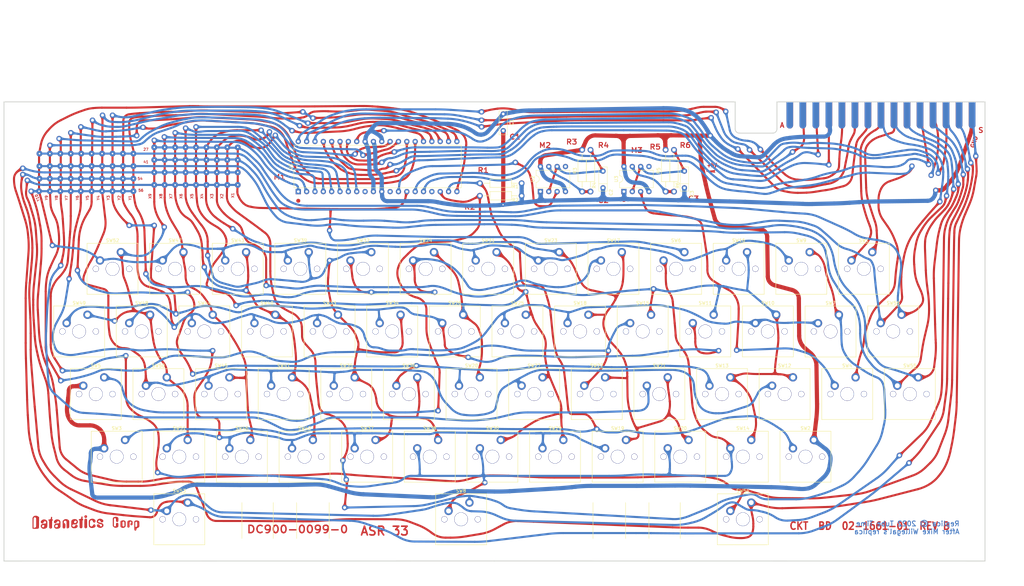
<source format=kicad_pcb>
(kicad_pcb (version 20211014) (generator pcbnew)
  (title_block (title "Replica Datanetics Keyboard") (comment 1 "Copyright (C) 2022 Tube Time") (comment 2 "License. See https://creativecommons.org/licenses/by-sa/4.0/") (comment 3 "This work is licensed under a Creative Commons Attribution-ShareAlike 4.0 International"))
  (layers (0 "F.Cu" signal) (31 "B.Cu" signal) (34 "B.Paste" user) (35 "F.Paste" user) (36 "B.SilkS" user "B.Silkscreen") (37 "F.SilkS" user "F.Silkscreen") (38 "B.Mask" user) (39 "F.Mask" user) (44 "Edge.Cuts" user))
  (net 0 "")
  (net 1 "+5V")
  (net 2 "GND")
  (net 3 "Net-(C2-Pad2)")
  (net 4 "Net-(C3-Pad2)")
  (net 5 "Net-(R1-Pad2)")
  (net 6 "Net-(R2-Pad2)")
  (net 7 "Net-(R3-Pad1)")
  (net 8 "Net-(R5-Pad1)")
  (net 11 "/RPT_CLK")
  (net 12 "/X1")
  (net 13 "/Y7")
  (net 14 "/X2")
  (net 15 "/Y2")
  (net 16 "/Y10")
  (net 17 "/X3")
  (net 18 "/Y3")
  (net 19 "/Y4")
  (net 20 "/Y5")
  (net 21 "/Y9")
  (net 22 "/X4")
  (net 23 "/Y1")
  (net 24 "/Y6")
  (net 25 "/Y8")
  (net 26 "/X5")
  (net 27 "/X6")
  (net 28 "/X7")
  (net 29 "/X8")
  (net 30 "/X9")
  (net 31 "/BL1a")
  (net 32 "/BL1b")
  (net 33 "/BL2a")
  (net 34 "/BL2b")
  (net 35 "/BL3a")
  (net 36 "/BL3b")
  (net 37 "/BL4a")
  (net 38 "/BL4b")
  (net 41 "Net-(U1-Pad13)")
  (net 42 "/SRB")
  (net 44 "/B3")
  (net 45 "/B5")
  (net 46 "/B6")
  (net 47 "/B7")
  (net 48 "/B8")
  (net 49 "/B1")
  (net 50 "/B2")
  (net 51 "/B4")
  (net 61 "Net-(J1-PadJ)")
  (net 62 "Net-(J1-PadK)")
  (net 63 "Net-(SW4-Pad2)")
  (footprint "Switch:CHERRY_MX" (layer "F.Cu") (at 135.89 152.4)
    (fp_text reference "SW41")
    (fp_text value "D")
  )
  (footprint "Apple1Keyb:ViaNoPlate" (layer "F.Cu") (at 71.12 83.058)
    (fp_text reference "P63" hide)
    (fp_text value "jumper_pth" hide)
  )
  (footprint "Switch:CHERRY_MX" (layer "F.Cu") (at 189.865 190.5)
    (fp_text reference "SW8")
    (fp_text value "SP")
  )
  (footprint "Switch:CHERRY_MX" (layer "F.Cu") (at 78.74 152.4)
    (fp_text reference "SW5")
    (fp_text value "CONTROL")
  )
  (footprint "Apple1Keyb:ViaNoPlate" (layer "F.Cu") (at 83.82 83.058)
    (fp_text reference "P59" hide)
    (fp_text value "jumper_pth" hide)
  )
  (footprint "Switch:CHERRY_MX" (layer "F.Cu") (at 104.14 171.45)
    (fp_text reference "SW51")
    (fp_text value "Z")
  )
  (footprint "Apple1Keyb:MountHole" (layer "F.Cu") (at 54.356 98.171)
    (fp_text reference "MH1" hide)
    (fp_text value "MountHole")
  )
  (footprint "Apple1Keyb:ViaNoPlate" (layer "F.Cu") (at 74.295 79.248)
    (fp_text reference "P72" hide)
    (fp_text value "jumper_pth" hide)
  )
  (footprint "Apple1Keyb:ViaNoPlate" (layer "F.Cu") (at 96.52 88.773)
    (fp_text reference "P34" hide)
    (fp_text value "jumper_pth" hide)
  )
  (footprint "Apple1Keyb:ViaNoPlate" (layer "F.Cu") (at 96.52 81.153)
    (fp_text reference "P35" hide)
    (fp_text value "jumper_pth" hide)
  )
  (footprint "Apple1Keyb:ViaNoPlate" (layer "F.Cu") (at 80.645 83.058)
    (fp_text reference "P60" hide)
    (fp_text value "jumper_pth" hide)
  )
  (footprint "Switch:CHERRY_MX" (layer "F.Cu") (at 199.39 171.45)
    (fp_text reference "SW30")
    (fp_text value "N")
  )
  (footprint "Switch:CHERRY_MX" (layer "F.Cu") (at 307.34 152.4)
    (fp_text reference "SW4")
    (fp_text value "REPEAT")
  )
  (footprint "Passive:RESA500" (layer "F.Cu") (at 229.235 84.455 90)
    (fp_text reference "R4")
    (fp_text value "3.6K")
  )
  (footprint "Switch:CHERRY_MX" (layer "F.Cu") (at 180.34 171.45)
    (fp_text reference "SW38")
    (fp_text value "B")
  )
  (footprint "Apple1Keyb:ViaNoPlate" (layer "F.Cu") (at 61.595 83.058)
    (fp_text reference "P66" hide)
    (fp_text value "jumper_pth" hide)
  )
  (footprint "Switch:CHERRY_MX" (layer "F.Cu") (at 97.79 152.4)
    (fp_text reference "SW50")
    (fp_text value "A")
  )
  (footprint "Apple1Keyb:ViaNoPlate" (layer "F.Cu") (at 77.47 83.058)
    (fp_text reference "P61" hide)
    (fp_text value "jumper_pth" hide)
  )
  (footprint "Switch:CHERRY_MX" (layer "F.Cu") (at 326.39 152.4)
    (fp_text reference "SW55")
    (fp_text value "BL3")
  )
  (footprint "Apple1Keyb:ViaNoPlate" (layer "F.Cu") (at 121.92 88.773)
    (fp_text reference "P2" hide)
    (fp_text value "jumper_pth" hide)
  )
  (footprint "Switch:CHERRY_MX" (layer "F.Cu") (at 237.49 171.45)
    (fp_text reference "SW19")
    (fp_text value "<,")
  )
  (footprint "Apple1Keyb:ViaNoPlate" (layer "F.Cu") (at 86.995 86.868)
    (fp_text reference "P38" hide)
    (fp_text value "jumper_pth" hide)
  )
  (footprint "Apple1Keyb:ViaNoPlate" (layer "F.Cu") (at 67.945 83.058)
    (fp_text reference "P64" hide)
    (fp_text value "jumper_pth" hide)
  )
  (footprint "Apple1Keyb:ViaNoPlate" (layer "F.Cu") (at 71.12 86.868)
    (fp_text reference "P43" hide)
    (fp_text value "jumper_pth" hide)
  )
  (footprint "Apple1Keyb:ViaNoPlate" (layer "F.Cu") (at 115.57 88.773)
    (fp_text reference "P10" hide)
    (fp_text value "jumper_pth" hide)
  )
  (footprint "Apple1Keyb:ViaNoPlate" (layer "F.Cu") (at 77.47 86.868)
    (fp_text reference "P41" hide)
    (fp_text value "jumper_pth" hide)
  )
  (footprint "Apple1Keyb:ViaNoPlate" (layer "F.Cu") (at 61.595 79.248)
    (fp_text reference "P76" hide)
    (fp_text value "jumper_pth" hide)
  )
  (footprint "Switch:CHERRY_MX" (layer "F.Cu") (at 212.09 152.4)
    (fp_text reference "SW27")
    (fp_text value "J")
  )
  (footprint "Switch:CHERRY_MX" (layer "F.Cu") (at 123.19 171.45)
    (fp_text reference "SW46")
    (fp_text value "X")
  )
  (footprint "Apple1Keyb:ViaNoPlate" (layer "F.Cu") (at 106.045 84.963)
    (fp_text reference "P21" hide)
    (fp_text value "jumper_pth" hide)
  )
  (footprint "Apple1Keyb:ViaNoPlate" (layer "F.Cu") (at 90.17 86.868)
    (fp_text reference "P37" hide)
    (fp_text value "jumper_pth" hide)
  )
  (footprint "Switch:CHERRY_MX" (layer "F.Cu") (at 187.96 133.35)
    (fp_text reference "SW26")
    (fp_text value "Y")
  )
  (footprint "Switch:CHERRY_MX" (layer "F.Cu") (at 160.02 114.3)
    (fp_text reference "SW32")
    (fp_text value "%5")
  )
  (footprint "Apple1Keyb:MountHole" (layer "F.Cu") (at 53.594 149.098)
    (fp_text reference "MH3" hide)
    (fp_text value "MountHole")
  )
  (footprint "Switch:CHERRY_MX" (layer "F.Cu") (at 102.87 114.3)
    (fp_text reference "SW47")
    (fp_text value "\"2")
  )
  (footprint "Switch:CHERRY_MX" (layer "F.Cu") (at 111.76 133.35)
    (fp_text reference "SW44")
    (fp_text value "W")
  )
  (footprint "Apple1Keyb:ViaNoPlate" (layer "F.Cu") (at 90.17 90.678)
    (fp_text reference "P47" hide)
    (fp_text value "jumper_pth" hide)
  )
  (footprint "Apple1Keyb:ViaNoPlate" (layer "F.Cu") (at 118.745 81.153)
    (fp_text reference "P7" hide)
    (fp_text value "jumper_pth" hide)
  )
  (footprint "Apple1Keyb:MountHole" (layer "F.Cu") (at 224.917 199.898)
    (fp_text reference "MH9" hide)
    (fp_text value "MountHole")
  )
  (footprint "Apple1Keyb:MountHole" (layer "F.Cu") (at 273.304 199.898)
    (fp_text reference "MH10" hide)
    (fp_text value "MountHole")
  )
  (footprint "Apple1Keyb:ViaNoPlate" (layer "F.Cu") (at 112.395 77.343)
    (fp_text reference "P16" hide)
    (fp_text value "jumper_pth" hide)
  )
  (footprint "Apple1Keyb:ViaNoPlate" (layer "F.Cu") (at 74.168 86.868)
    (fp_text reference "P42" hide)
    (fp_text value "jumper_pth" hide)
  )
  (footprint "Apple1Keyb:ViaNoPlate" (layer "F.Cu") (at 115.57 77.343)
    (fp_text reference "P12" hide)
    (fp_text value "jumper_pth" hide)
  )
  (footprint "Apple1Keyb:ViaNoPlate" (layer "F.Cu") (at 86.995 83.058)
    (fp_text reference "P58" hide)
    (fp_text value "jumper_pth" hide)
  )
  (footprint "Switch:CHERRY_MX" (layer "F.Cu") (at 116.84 152.4)
    (fp_text reference "SW45")
    (fp_text value "S")
  )
  (footprint "Apple1Keyb:MountHole" (layer "F.Cu") (at 175.641 98.298)
    (fp_text reference "MH20" hide)
    (fp_text value "MountHole")
  )
  (footprint "Passive:RESA500" (layer "F.Cu") (at 252.095 84.455 -90)
    (fp_text reference "R5")
    (fp_text value "510K")
  )
  (footprint "Switch:CHERRY_MX" (layer "F.Cu") (at 104.14 190.5)
    (fp_text reference "SW53")
    (fp_text value "BL1")
  )
  (footprint "Switch:CHERRY_MX" (layer "F.Cu") (at 207.01 133.35)
    (fp_text reference "SW25")
    (fp_text value "U")
  )
  (footprint "Passive:RESA500" (layer "F.Cu") (at 254.635 84.455 90)
    (fp_text reference "R6")
    (fp_text value "30K")
  )
  (footprint "Switch:CHERRY_MX" (layer "F.Cu") (at 275.59 190.5)
    (fp_text reference "SW54")
    (fp_text value "BL2")
  )
  (footprint "Apple1Keyb:ViaNoPlate" (layer "F.Cu") (at 64.77 79.248)
    (fp_text reference "P75" hide)
    (fp_text value "jumper_pth" hide)
  )
  (footprint "Apple1Keyb:ViaNoPlate" (layer "F.Cu") (at 67.945 86.868)
    (fp_text reference "P44" hide)
    (fp_text value "jumper_pth" hide)
  )
  (footprint "Switch:CHERRY_MX" (layer "F.Cu") (at 250.19 152.4)
    (fp_text reference "SW21")
    (fp_text value "L")
  )
  (footprint "Apple1Keyb:ViaNoPlate" (layer "F.Cu") (at 64.77 86.868)
    (fp_text reference "P45" hide)
    (fp_text value "jumper_pth" hide)
  )
  (footprint "Apple1Keyb:ViaNoPlate" (layer "F.Cu") (at 83.82 86.868)
    (fp_text reference "P39" hide)
    (fp_text value "jumper_pth" hide)
  )
  (footprint "Apple1Keyb:ViaNoPlate" (layer "F.Cu") (at 80.645 90.678)
    (fp_text reference "P50" hide)
    (fp_text value "jumper_pth" hide)
  )
  (footprint "Apple1Keyb:ViaNoPlate" (layer "F.Cu") (at 67.945 79.248)
    (fp_text reference "P74" hide)
    (fp_text value "jumper_pth" hide)
  )
  (footprint "Switch:CHERRY_MX" (layer "F.Cu") (at 321.31 133.35)
    (fp_text reference "SW56")
    (fp_text value "BL4")
  )
  (footprint "Switch:CHERRY_MX" (layer "F.Cu") (at 161.29 171.45)
    (fp_text reference "SW37")
    (fp_text value "V")
  )
  (footprint "Apple1Keyb:ViaNoPlate" (layer "F.Cu") (at 109.22 77.343)
    (fp_text reference "P20" hide)
    (fp_text value "jumper_pth" hide)
  )
  (footprint "Apple1Keyb:ViaNoPlate" (layer "F.Cu") (at 109.22 88.773)
    (fp_text reference "P18" hide)
    (fp_text value "jumper_pth" hide)
  )
  (footprint "Switch:CHERRY_MX" (layer "F.Cu") (at 255.27 114.3)
    (fp_text reference "SW6")
    (fp_text value "0")
  )
  (footprint "Apple1Keyb:MountHole" (layer "F.Cu") (at 127.254 199.898)
    (fp_text reference "MH7" hide)
    (fp_text value "MountHole")
  )
  (footprint "Apple1Keyb:ViaNoPlate" (layer "F.Cu") (at 115.57 84.963)
    (fp_text reference "P9" hide)
    (fp_text value "jumper_pth" hide)
  )
  (footprint "Apple1Keyb:MountHole" (layer "F.Cu") (at 127.254 98.298)
    (fp_text reference "MH19" hide)
    (fp_text value "MountHole")
  )
  (footprint "Apple1Keyb:MountHole" (layer "F.Cu") (at 79.629 199.898)
    (fp_text reference "MH6" hide)
    (fp_text value "MountHole")
  )
  (footprint "Apple1Keyb:MountHole" (layer "F.Cu") (at 54.229 187.198)
    (fp_text reference "MH4" hide)
    (fp_text value "MountHole")
  )
  (footprint "Apple1Keyb:ViaNoPlate" (layer "F.Cu") (at 112.395 84.963)
    (fp_text reference "P13" hide)
    (fp_text value "jumper_pth" hide)
  )
  (footprint "Apple1Keyb:ViaNoPlate" (layer "F.Cu") (at 77.47 79.248)
    (fp_text reference "P71" hide)
    (fp_text value "jumper_pth" hide)
  )
  (footprint "Switch:CHERRY_ST3" (layer "F.Cu") (at 189.865 190.5)
    (fp_text reference "ST1" hide)
    (fp_text value "CHERRY_ST3")
  )
  (footprint "Apple1Keyb:ViaNoPlate" (layer "F.Cu") (at 99.695 81.153)
    (fp_text reference "P31" hide)
    (fp_text value "jumper_pth" hide)
  )
  (footprint "Apple1Keyb:ViaNoPlate" (layer "F.Cu") (at 109.22 84.963)
    (fp_text reference "P17" hide)
    (fp_text value "jumper_pth" hide)
  )
  (footprint "Passive:RESA500" (layer "F.Cu") (at 201.93 92.075)
    (fp_text reference "R2")
    (fp_text value "100")
  )
  (footprint "Apple1Keyb:ViaNoPlate" (layer "F.Cu") (at 74.168 90.678)
    (fp_text reference "P52" hide)
    (fp_text value "jumper_pth" hide)
  )
  (footprint "Apple1Keyb:ViaNoPlate" (layer "F.Cu") (at 71.12 90.678)
    (fp_text reference "P53" hide)
    (fp_text value "jumper_pth" hide)
  )
  (footprint "Switch:CHERRY_MX" (layer "F.Cu") (at 294.64 171.45)
    (fp_text reference "SW2")
    (fp_text value "RSHIFT")
  )
  (footprint "Apple1Keyb:ViaNoPlate" (layer "F.Cu") (at 80.645 79.248)
    (fp_text reference "P70" hide)
    (fp_text value "jumper_pth" hide)
  )
  (footprint "Apple1Keyb:ViaNoPlate" (layer "F.Cu") (at 64.77 83.058)
    (fp_text reference "P65" hide)
    (fp_text value "jumper_pth" hide)
  )
  (footprint "Apple1Keyb:MountHole" (layer "F.Cu") (at 175.641 199.898)
    (fp_text reference "MH8" hide)
    (fp_text value "MountHole")
  )
  (footprint "Switch:CHERRY_MX" (layer "F.Cu") (at 179.07 114.3)
    (fp_text reference "SW24")
    (fp_text value "&6")
  )
  (footprint "Passive:RESA500" (layer "F.Cu") (at 201.93 88.265)
    (fp_text reference "R1")
    (fp_text value "100")
  )
  (footprint "Apple1Keyb:ViaNoPlate" (layer "F.Cu") (at 67.945 90.678)
    (fp_text reference "P54" hide)
    (fp_text value "jumper_pth" hide)
  )
  (footprint "Apple1Keyb:ViaNoPlate" (layer "F.Cu") (at 121.92 84.963)
    (fp_text reference "P1" hide)
    (fp_text value "jumper_pth" hide)
  )
  (footprint "Apple1Keyb:MountHole" (layer "F.Cu") (at 224.917 98.298)
    (fp_text reference "MH21" hide)
    (fp_text value "MountHole")
  )
  (footprint "Switch:CHERRY_MX" (layer "F.Cu") (at 269.24 152.4)
    (fp_text reference "SW13")
    (fp_text value "+;")
  )
  (footprint "Package_DIP:DIP-8_W7.62mm" (layer "F.Cu") (at 239.405 90.795 90)
    (fp_text reference "U3")
    (fp_text value "NE555P")
  )
  (footprint "Apple1Keyb:MountHole" (layer "F.Cu") (at 346.329 200.025)
    (fp_text reference "MH12" hide)
    (fp_text value "MountHole")
  )
  (footprint "Apple1Keyb:Datanetics" (layer "F.Cu") (at 75.692 191.516)
    (fp_text reference "G1" hide)
    (fp_text value "LOGO" hide)
  )
  (footprint "Switch:CHERRY_MX" (layer "F.Cu") (at 85.09 171.45)
    (fp_text reference "SW3")
    (fp_text value "LSHIFT")
  )
  (footprint "Apple1Keyb:MountHole" (layer "F.Cu") (at 346.329 187.198)
    (fp_text reference "MH13" hide)
    (fp_text value "MountHole")
  )
  (footprint "Apple1Keyb:ViaNoPlate" (layer "F.Cu") (at 90.17 83.058)
    (fp_text reference "P57" hide)
    (fp_text value "jumper_pth" hide)
  )
  (footprint "Switch:CHERRY_MX" (layer "F.Cu") (at 173.99 152.4)
    (fp_text reference "SW36")
    (fp_text value "G")
  )
  (footprint "Apple1Keyb:ViaNoPlate" (layer "F.Cu") (at 118.745 77.343)
    (fp_text reference "P8" hide)
    (fp_text value "jumper_pth" hide)
  )
  (footprint "Switch:CHERRY_MX" (layer "F.Cu") (at 275.59 171.45)
    (fp_text reference "SW14")
    (fp_text value "?/")
  )
  (footprint "Switch:CHERRY_MX" (layer "F.Cu") (at 293.37 114.3)
    (fp_text reference "SW9")
    (fp_text value "-=")
  )
  (footprint "Switch:CHERRY_MX" (layer "F.Cu") (at 231.14 152.4)
    (fp_text reference "SW22")
    (fp_text value "K")
  )
  (footprint "Apple1Keyb:ViaNoPlate" (layer "F.Cu") (at 106.045 77.343)
    (fp_text reference "P24" hide)
    (fp_text value "jumper_pth" hide)
  )
  (footprint "Apple1Keyb:MountHole" (layer "F.Cu") (at 320.929 98.298)
    (fp_text reference "MH18" hide)
    (fp_text value "MountHole")
  )
  (footprint "Passive:RESA500" (layer "F.Cu") (at 226.695 84.455 -90)
    (fp_text reference "R3")
    (fp_text value "360")
  )
  (footprint "Apple1Keyb:ViaNoPlate" (layer "F.Cu") (at 102.87 88.773)
    (fp_text reference "P26" hide)
    (fp_text value "jumper_pth" hide)
  )
  (footprint "Apple1Keyb:ViaNoPlate" (layer "F.Cu") (at 99.695 84.963)
    (fp_text reference "P29" hide)
    (fp_text value "jumper_pth" hide)
  )
  (footprint "Package_DIP:DIP-40_W15.24mm" (layer "F.Cu") (at 140.335 90.805 90)
    (fp_text reference "U1")
    (fp_text value "ATmega644P-20P")
  )
  (footprint "Apple1Keyb:ViaNoPlate" (layer "F.Cu") (at 115.57 81.153)
    (fp_text reference "P11" hide)
    (fp_text value "jumper_pth" hide)
  )
  (footprint "Switch:CHERRY_MX" (layer "F.Cu") (at 83.82 114.3)
    (fp_text reference "SW52")
    (fp_text value "!1")
  )
  (footprint "Switch:CHERRY_MX" (layer "F.Cu") (at 154.94 152.4)
    (fp_text reference "SW35")
    (fp_text value "F")
  )
  (footprint "Apple1Keyb:ViaNoPlate" (layer "F.Cu") (at 102.87 84.963)
    (fp_text reference "P25" hide)
    (fp_text value "jumper_pth" hide)
  )
  (footprint "Switch:CHERRY_MX" (layer "F.Cu") (at 142.24 171.45)
    (fp_text reference "SW42")
    (fp_text value "C")
  )
  (footprint "Apple1Keyb:ViaNoPlate" (layer "F.Cu") (at 106.045 81.153)
    (fp_text reference "P23" hide)
    (fp_text value "jumper_pth" hide)
  )
  (footprint "Apple1Keyb:MountHole" (layer "F.Cu") (at 320.929 199.898)
    (fp_text reference "MH11" hide)
    (fp_text value "MountHole")
  )
  (footprint "Switch:CHERRY_MX" (layer "F.Cu") (at 121.92 114.3)
    (fp_text reference "SW43")
    (fp_text value "#3")
  )
  (footprint "Apple1Keyb:ViaNoPlate" (layer "F.Cu") (at 71.12 79.248)
    (fp_text reference "P73" hide)
    (fp_text value "jumper_pth" hide)
  )
  (footprint "Switch:CHERRY_MX" (layer "F.Cu") (at 140.97 114.3)
    (fp_text reference "SW39")
    (fp_text value "$4")
  )
  (footprint "Switch:CHERRY_MX" (layer "F.Cu") (at 149.86 133.35)
    (fp_text reference "SW33")
    (fp_text value "R")
  )
  (footprint "Package_DIP:DIP-8_W7.62mm" (layer "F.Cu") (at 214.005 90.795 90)
    (fp_text reference "U2")
    (fp_text value "NE555P")
  )
  (footprint "Switch:CHERRY_MX" (layer "F.Cu") (at 217.17 114.3)
    (fp_text reference "SW23")
    (fp_text value "(8")
  )
  (footprint "Apple1Keyb:MountHole" (layer "F.Cu") (at 54.229 199.898)
    (fp_text reference "MH5" hide)
    (fp_text value "MountHole")
  )
  (footprint "Apple1Keyb:ViaNoPlate" (layer "F.Cu") (at 102.87 77.343)
    (fp_text reference "P28" hide)
    (fp_text value "jumper_pth" hide)
  )
  (footprint "Switch:CHERRY_MX" (layer "F.Cu") (at 288.29 152.4)
    (fp_text reference "SW12")
    (fp_text value "RO")
  )
  (footprint "Switch:CHERRY_MX" (layer "F.Cu") (at 193.04 152.4)
    (fp_text reference "SW28")
    (fp_text value "H")
  )
  (footprint "Apple1Keyb:MountHole" (layer "F.Cu") (at 346.329 110.998)
    (fp_text reference "MH15" hide)
    (fp_text value "MountHole")
  )
  (footprint "Apple1Keyb:ViaNoPlate" (layer "F.Cu") (at 112.395 81.153)
    (fp_text reference "P15" hide)
    (fp_text value "jumper_pth" hide)
  )
  (footprint "Passive:C_Disc_D0.2in_W0.1in_P0.2in" (layer "F.Cu") (at 233.045 89.662 90)
    (fp_text reference "C2")
    (fp_text value "0.01uF")
  )
  (footprint "Apple1Keyb:ViaNoPlate" (layer "F.Cu") (at 121.92 81.153)
    (fp_text reference "P3" hide)
    (fp_text value "jumper_pth" hide)
  )
  (footprint "Apple1Keyb:ViaNoPlate" (layer "F.Cu") (at 86.995 90.678)
    (fp_text reference "P48" hide)
    (fp_text value "jumper_pth" hide)
  )
  (footprint "Apple1Keyb:ViaNoPlate" (layer "F.Cu") (at 121.92 77.343)
    (fp_text reference "P4" hide)
    (fp_text value "jumper_pth" hide)
  )
  (footprint "Apple1Keyb:ViaNoPlate" (layer "F.Cu") (at 102.87 81.153)
    (fp_text reference "P27" hide)
    (fp_text value "jumper_pth" hide)
  )
  (footprint "Apple1Keyb:ViaNoPlate" (layer "F.Cu") (at 106.045 88.773)
    (fp_text reference "P22" hide)
    (fp_text value "jumper_pth" hide)
  )
  (footprint "Apple1Keyb:ViaNoPlate" (layer "F.Cu") (at 77.47 90.678)
    (fp_text reference "P51" hide)
    (fp_text value "jumper_pth" hide)
  )
  (footprint "Apple1Keyb:MountHole" (layer "F.Cu") (at 54.229 110.998)
    (fp_text reference "MH2" hide)
    (fp_text value "MountHole")
  )
  (footprint "Switch:CHERRY_MX" (layer "F.Cu") (at 218.44 171.45)
    (fp_text reference "SW29")
    (fp_text value "M")
  )
  (footprint "Apple1Keyb:ViaNoPlate" (layer "F.Cu") (at 112.395 88.773)
    (fp_text reference "P14" hide)
    (fp_text value "jumper_pth" hide)
  )
  (footprint "Switch:CHERRY_MX" (layer "F.Cu") (at 283.21 133.35)
    (fp_text reference "SW10")
    (fp_text value "LF")
  )
  (footprint "Apple1Keyb:ViaNoPlate" (layer "F.Cu") (at 99.695 88.773)
    (fp_text reference "P30" hide)
    (fp_text value "jumper_pth" hide)
  )
  (footprint "Apple1Keyb:ViaNoPlate" (layer "F.Cu") (at 64.77 90.678)
    (fp_text reference "P55" hide)
    (fp_text value "jumper_pth" hide)
  )
  (footprint "Switch:CHERRY_MX" (layer "F.Cu") (at 274.32 114.3)
    (fp_text reference "SW16")
    (fp_text value "*:")
  )
  (footprint "Apple1Keyb:MountHole" (layer "F.Cu") (at 346.329 149.098)
    (fp_text reference "MH14" hide)
    (fp_text value "MountHole")
  )
  (footprint "Passive:C_Disc_D0.2in_W0.1in_P0.2in" (layer "F.Cu") (at 202.692 67.183 -90)
    (fp_text reference "C1")
    (fp_text value "0.1uF")
  )
  (footprint "Apple1Keyb:MountHole" (layer "F.Cu") (at 79.629 98.298)
    (fp_text reference "MH17" hide)
    (fp_text value "MountHole")
  )
  (footprint "Switch:CHERRY_MX" (layer "F.Cu") (at 92.71 133.35)
    (fp_text reference "SW48")
    (fp_text value "Q")
  )
  (footprint "Switch:CHERRY_MX" (layer "F.Cu") (at 236.22 114.3)
    (fp_text reference "SW17")
    (fp_text value ")9")
  )
  (footprint "Apple1Keyb:ViaNoPlate" (layer "F.Cu") (at 83.82 90.678)
    (fp_text reference "P49" hide)
    (fp_text value "jumper_pth" hide)
  )
  (footprint "Switch:CHERRY_MX" (layer "F.Cu") (at 226.06 133.35)
    (fp_text reference "SW18")
    (fp_text value "I")
  )
  (footprint "Passive:C_Disc_D0.2in_W0.1in_P0.2in" (layer "F.Cu") (at 257.81 89.662 90)
    (fp_text reference "C3")
    (fp_text value "0.68uF")
  )
  (footprint "Switch:CHERRY_MX" (layer "F.Cu") (at 198.12 114.3)
    (fp_text reference "SW31")
    (fp_text value "'7")
  )
  (footprint "Apple1Keyb:ViaNoPlate" (layer "F.Cu") (at 96.52 84.963)
    (fp_text reference "P33" hide)
    (fp_text value "jumper_pth" hide)
  )
  (footprint "Switch:CHERRY_MX" (layer "F.Cu") (at 168.91 133.35)
    (fp_text reference "SW34")
    (fp_text value "T")
  )
  (footprint "Switch:CHERRY_MX" (layer "F.Cu") (at 264.16 133.35)
    (fp_text reference "SW11")
    (fp_text value "P")
  )
  (footprint "Apple1Keyb:MountHole" (layer "F.Cu") (at 346.329 98.298)
    (fp_text reference "MH16" hide)
    (fp_text value "MountHole")
  )
  (footprint "Switch:CHERRY_MX" (layer "F.Cu") (at 245.11 133.35)
    (fp_text reference "SW15")
    (fp_text value "O")
  )
  (footprint "Apple1Keyb:ViaNoPlate" (layer "F.Cu") (at 74.295 83.058)
    (fp_text reference "P62" hide)
    (fp_text value "jumper_pth" hide)
  )
  (footprint "Switch:CHERRY_MX" (layer "F.Cu") (at 130.81 133.35)
    (fp_text reference "SW40")
    (fp_text value "E")
  )
  (footprint "Apple1Keyb:ViaNoPlate" (layer "F.Cu") (at 86.995 79.248)
    (fp_text reference "P68" hide)
    (fp_text value "jumper_pth" hide)
  )
  (footprint "Apple1Keyb:ViaNoPlate" (layer "F.Cu") (at 118.745 84.963)
    (fp_text reference "P5" hide)
    (fp_text value "jumper_pth" hide)
  )
  (footprint "Apple1Keyb:ViaNoPlate" (layer "F.Cu") (at 61.468 90.678)
    (fp_text reference "P56" hide)
    (fp_text value "jumper_pth" hide)
  )
  (footprint "Apple1Keyb:MountHole" (layer "F.Cu") (at 273.304 98.298)
    (fp_text reference "MH22" hide)
    (fp_text value "MountHole")
  )
  (footprint "Switch:CHERRY_MX" (layer "F.Cu") (at 73.66 133.35)
    (fp_text reference "SW49")
    (fp_text value "ESC")
  )
  (footprint "Switch:CHERRY_MX" (layer "F.Cu") (at 302.26774 133.37204)
    (fp_text reference "SW7")
    (fp_text value "CR")
  )
  (footprint "Apple1Keyb:ViaNoPlate" (layer "F.Cu") (at 99.695 77.343)
    (fp_text reference "P32" hide)
    (fp_text value "jumper_pth" hide)
  )
  (footprint "Apple1Keyb:ViaNoPlate" (layer "F.Cu") (at 61.595 86.868)
    (fp_text reference "P46" hide)
    (fp_text value "jumper_pth" hide)
  )
  (footprint "Apple1Keyb:ViaNoPlate" (layer "F.Cu") (at 80.645 86.868)
    (fp_text reference "P40" hide)
    (fp_text value "jumper_pth" hide)
  )
  (footprint "Apple1Keyb:ViaNoPlate" (layer "F.Cu") (at 118.745 88.773)
    (fp_text reference "P6" hide)
    (fp_text value "jumper_pth" hide)
  )
  (footprint "Switch:CHERRY_MX" (layer "F.Cu") (at 312.42 114.3)
    (fp_text reference "SW1")
    (fp_text value "RESET")
  )
  (footprint "Apple1Keyb:ViaNoPlate" (layer "F.Cu") (at 83.82 79.248)
    (fp_text reference "P69" hide)
    (fp_text value "jumper_pth" hide)
  )
  (footprint "Apple1Keyb:ViaNoPlate" (layer "F.Cu") (at 96.52 77.343)
    (fp_text reference "P36" hide)
    (fp_text value "jumper_pth" hide)
  )
  (footprint "Apple1Keyb:ViaNoPlate" (layer "F.Cu") (at 109.22 81.153)
    (fp_text reference "P19" hide)
    (fp_text value "jumper_pth" hide)
  )
  (footprint "Switch:CHERRY_MX" (layer "F.Cu") (at 256.54 171.45)
    (fp_text reference "SW20")
    (fp_text value ">.")
  )
  (footprint "Apple1Keyb:ViaNoPlate" (layer "F.Cu") (at 90.17 79.248)
    (fp_text reference "P67" hide)
    (fp_text value "jumper_pth" hide)
  )
  (footprint "Conn:EDGE_30_156" (layer "B.Cu") (at 289.8648 63.5)
    (fp_text reference "J1" hide)
    (fp_text value "CONN_2X15_LINEAR_ALPHA")
  )
  (gr_poly (pts (xy 266.827 84.6836) (xy 267.1064 84.963) (xy 264.5664 84.6582) (xy 264.541 84.6582) (xy 267.081 84.328)) (layer "F.Cu") (width 0.2) (fill solid))
  (gr_circle (center 213.995 93.345) (end 214.503 93.345) (layer "F.Cu") (width 0.2) (fill solid))
  (gr_circle (center 239.395 93.345) (end 239.903 93.345) (layer "F.Cu") (width 0.2) (fill solid))
  (gr_circle (center 140.335 93.599) (end 140.843 93.599) (layer "F.Cu") (width 0.2) (fill solid))
  (gr_line (start 50.8 203.2) (end 199.9234 203.1746) (layer "Edge.Cuts") (width 0.254))
  (gr_line (start 349.25 203.2) (end 349.25 63.5) (layer "Edge.Cuts") (width 0.254))
  (gr_line (start 273.2532 63.5) (end 50.8 63.5) (layer "Edge.Cuts") (width 0.254))
  (gr_line (start 349.25 63.5) (end 285.9532 63.5) (layer "Edge.Cuts") (width 0.254))
  (gr_line (start 284.6832 73.025) (end 274.5232 73.025) (layer "Edge.Cuts") (width 0.254))
  (gr_line (start 199.9234 203.1746) (end 349.25 203.2) (layer "Edge.Cuts") (width 0.254))
  (gr_arc (start 285.9532 71.755) (mid 285.581226 72.653026) (end 284.6832 73.025) (layer "Edge.Cuts") (width 0.254))
  (gr_line (start 285.9532 63.5) (end 285.9532 71.755) (layer "Edge.Cuts") (width 0.254))
  (gr_line (start 50.8 63.5) (end 50.8 203.2) (layer "Edge.Cuts") (width 0.254))
  (gr_line (start 273.2532 71.755) (end 273.2532 63.5) (layer "Edge.Cuts") (width 0.254))
  (gr_arc (start 274.5232 73.025) (mid 273.625174 72.653026) (end 273.2532 71.755) (layer "Edge.Cuts") (width 0.254))
  (gr_text "Y5" (at 76.2 92.71 90) (layer "F.Cu") (effects (font (size 0.8 0.8))))
  (gr_text "C3" (at 260.604 92.964) (layer "F.Cu") (effects (font (size 1.5 1.7) (thickness 0.3))))
  (gr_text "C1" (at 206.248 74.168) (layer "F.Cu") (effects (font (size 1.5 1.7) (thickness 0.3))))
  (gr_text "X2" (at 117.094 92.202 90) (layer "F.Cu") (effects (font (size 0.8 0.8))))
  (gr_text "R3" (at 223.52 75.692) (layer "F.Cu") (effects (font (size 1.5 1.7) (thickness 0.3))))
  (gr_text "Y3" (at 82.55 92.71 90) (layer "F.Cu") (effects (font (size 0.8 0.8))))
  (gr_text "56" (at 92.456 90.424) (layer "F.Cu") (effects (font (size 0.8 0.8))))
  (gr_text "Y1" (at 89.154 92.71 90) (layer "F.Cu") (effects (font (size 0.8 0.8))))
  (gr_text "R1" (at 196.596 84.328) (layer "F.Cu") (effects (font (size 1.5 1.7) (thickness 0.3))))
  (gr_text "+5V" (at 266.192 82.804) (layer "F.Cu") (effects (font (size 1.2 1) (thickness 0.25))))
  (gr_text "M3" (at 243.332 78.232) (layer "F.Cu") (effects (font (size 1.5 1.7) (thickness 0.3))))
  (gr_text "54" (at 92.202 86.868) (layer "F.Cu") (effects (font (size 0.8 0.8))))
  (gr_text "CKT  BD  02-1661-01  REV B" (at 289.56 192.532) (layer "F.Cu") (effects (font (size 2.2352 2.032) (thickness 0.4318)) (justify left)))
  (gr_text "27" (at 93.98 77.978) (layer "F.Cu") (effects (font (size 0.8 0.8))))
  (gr_text "A" (at 287.528 70.612) (layer "F.Cu") (effects (font (size 1.5 1.5) (thickness 0.3))))
  (gr_text "GND" (at 345.948 75.692 70) (layer "F.Cu") (effects (font (size 1.1 1.2) (thickness 0.275))))
  (gr_text "R6" (at 258.064 76.708) (layer "F.Cu") (effects (font (size 1.5 1.7) (thickness 0.3))))
  (gr_text "S" (at 347.98 72.136) (layer "F.Cu") (effects (font (size 1.5 1.5) (thickness 0.3))))
  (gr_text "M2" (at 215.392 76.708) (layer "F.Cu") (effects (font (size 1.5 1.7) (thickness 0.3))))
  (gr_text "Y4" (at 79.502 92.71 90) (layer "F.Cu") (effects (font (size 0.8 0.8))))
  (gr_text "X9" (at 95.25 92.202 90) (layer "F.Cu") (effects (font (size 0.8 0.8))))
  (gr_text "R5" (at 248.92 77.216) (layer "F.Cu") (effects (font (size 1.5 1.7) (thickness 0.3))))
  (gr_text "Y10" (at 60.96 92.71 110) (layer "F.Cu") (effects (font (size 0.8 0.8))))
  (gr_text "X3" (at 114.046 92.202 90) (layer "F.Cu") (effects (font (size 0.8 0.8))))
  (gr_text "C2" (at 233.172 93.472) (layer "F.Cu") (effects (font (size 1.5 1.7) (thickness 0.3))))
  (gr_text "Y6" (at 73.152 92.71 90) (layer "F.Cu") (effects (font (size 0.8 0.8))))
  (gr_text "Y7" (at 69.85 92.71 90) (layer "F.Cu") (effects (font (size 0.8 0.8))))
  (gr_text "ASR 33" (at 159.004 194.056) (layer "F.Cu") (effects (font (size 2.667 2.667) (thickness 0.4826)) (justify left)))
  (gr_text "X1" (at 120.396 91.948 90) (layer "F.Cu") (effects (font (size 0.8 0.8))))
  (gr_text "X8" (at 98.552 92.202 90) (layer "F.Cu") (effects (font (size 0.8 0.8))))
  (gr_text "X5" (at 107.95 92.202 90) (layer "F.Cu") (effects (font (size 0.8 0.8))))
  (gr_text "Y8" (at 66.802 92.71 90) (layer "F.Cu") (effects (font (size 0.8 0.8))))
  (gr_text "Y2" (at 85.852 92.71 90) (layer "F.Cu") (effects (font (size 0.8 0.8))))
  (gr_text "X6" (at 104.648 92.202 90) (layer "F.Cu") (effects (font (size 0.8 0.8))))
  (gr_text "X7" (at 101.6 92.202 90) (layer "F.Cu") (effects (font (size 0.8 0.8))))
  (gr_text "R4" (at 233.172 76.708) (layer "F.Cu") (effects (font (size 1.5 1.7) (thickness 0.3))))
  (gr_text "M1" (at 134.62 86.36) (layer "F.Cu") (effects (font (size 1.5 1.7) (thickness 0.3))))
  (gr_text "DC900-0099-0" (at 124.46 193.548) (layer "F.Cu") (effects (font (size 2.2352 2.54) (thickness 0.4318)) (justify left)))
  (gr_text "R2" (at 192.532 95.504) (layer "F.Cu") (effects (font (size 1.5 1.7) (thickness 0.3))))
  (gr_text "41" (at 93.98 81.788) (layer "F.Cu") (effects (font (size 0.8 0.8))))
  (gr_text "Y9" (at 63.754 92.71 90) (layer "F.Cu") (effects (font (size 0.8 0.8))))
  (gr_text "X4" (at 110.998 92.202 90) (layer "F.Cu") (effects (font (size 0.8 0.8))))
  (gr_text "Replica © 2022 Tube Time\nAfter Mike Willegal's replica" (at 341.63 193.04) (layer "B.Cu") (effects (font (size 1.5 1.5) (thickness 0.25)) (justify left mirror)))
  (segment (start 297.977036 143.720329) (end 298.159433 155.39372) (width 1.27) (layer "F.Cu") (net 1))
  (segment (start 236.925803 73.858233) (end 230.741296 73.710983) (width 1.27) (layer "F.Cu") (net 1))
  (segment (start 264.290346 88.517239) (end 263.393981 84.453715) (width 1.27) (layer "F.Cu") (net 1))
  (segment (start 214 81.5925) (end 214.005 83.175) (width 1.27) (layer "F.Cu") (net 1))
  (segment (start 297.922525 160.058533) (end 297.18 166.37) (width 1.27) (layer "F.Cu") (net 1))
  (segment (start 265.416197 93.063901) (end 267.022274 98.904178) (width 1.27) (layer "F.Cu") (net 1))
  (segment (start 265.684 73.787) (end 263.526762 73.787) (width 1.27) (layer "F.Cu") (net 1))
  (segment (start 215.559999 79.77525) (end 226.695 78.105) (width 1.27) (layer "F.Cu") (net 1))
  (segment (start 76.943948 161.925) (end 73.737038 161.925) (width 1.27) (layer "F.Cu") (net 1))
  (segment (start 70.012371 156.181022) (end 70.343009 153.535922) (width 1.27) (layer "F.Cu") (net 1))
  (segment (start 81.28 166.261051) (end 81.28 168.91) (width 1.27) (layer "F.Cu") (net 1))
  (segment (start 290.576198 120.735864) (end 285.244357 119.294826) (width 1.27) (layer "F.Cu") (net 1))
  (segment (start 251.955962 75.671851) (end 252.095 78.105) (width 1.27) (layer "F.Cu") (net 1))
  (segment (start 71.754787 150.046777) (end 74.93 149.86) (width 1.27) (layer "F.Cu") (net 1))
  (segment (start 239.297817 75.92961) (end 239.405 83.175) (width 1.27) (layer "F.Cu") (net 1))
  (segment (start 282.987965 104.534782) (end 283.177076 116.637908) (width 1.27) (layer "F.Cu") (net 1))
  (segment (start 269.715892 101.175931) (end 280.919955 102.287078) (width 1.27) (layer "F.Cu") (net 1))
  (segment (start 253.811732 73.683743) (end 261.23732 73.773208) (width 1.27) (layer "F.Cu") (net 1))
  (segment (start 226.695 78.105) (end 227.756263 75.628719) (width 1.27) (layer "F.Cu") (net 1))
  (segment (start 249.615328 73.704963) (end 241.269826 73.873559) (width 1.27) (layer "F.Cu") (net 1))
  (segment (start 71.410663 160.945663) (end 71.4375 160.9725) (width 1.27) (layer "F.Cu") (net 1))
  (segment (start 262.580408 77.215533) (end 262.744057 79.833914) (width 1.27) (layer "F.Cu") (net 1))
  (segment (start 292.62511 123.389631) (end 292.716782 134.665257) (width 1.27) (layer "F.Cu") (net 1))
  (segment (start 294.418839 138.384493) (end 296.256817 139.998327) (width 1.27) (layer "F.Cu") (net 1))
  (via (at 265.684 73.787) (size 1.651) (drill 0.889) (layers "F.Cu" "B.Cu") (net 1))
  (arc (start 70.1675 158.75) (mid 70.63985 159.932325) (end 71.410663 160.945663) (width 1.27) (layer "F.Cu") (net 1))
  (arc (start 239.297817 75.92961) (mid 238.596038 74.483516) (end 236.925803 73.858233) (width 1.27) (layer "F.Cu") (net 1))
  (arc (start 298.159433 155.39372) (mid 298.118404 157.730058) (end 297.922525 160.058533) (width 1.27) (layer "F.Cu") (net 1))
  (arc (start 253.811732 73.683743) (mid 252.460912 74.265021) (end 251.955962 75.671851) (width 1.27) (layer "F.Cu") (net 1))
  (arc (start 264.290346 88.517239) (mid 264.82414 90.797783) (end 265.416197 93.063901) (width 1.27) (layer "F.Cu") (net 1))
  (arc (start 262.4455 74.93) (mid 262.510977 76.072883) (end 262.580408 77.215533) (width 1.27) (layer "F.Cu") (net 1))
  (arc (start 262.4455 74.93) (mid 262.069624 74.113251) (end 261.23732 73.773208) (width 1.27) (layer "F.Cu") (net 1))
  (arc (start 241.269826 73.873559) (mid 239.862389 74.491867) (end 239.297817 75.92961) (width 1.27) (layer "F.Cu") (net 1))
  (arc (start 267.022274 98.904178) (mid 268.016601 100.457992) (end 269.715892 101.175931) (width 1.27) (layer "F.Cu") (net 1))
  (arc (start 215.559999 79.77525) (mid 214.441858 80.3936) (end 214 81.5925) (width 1.27) (layer "F.Cu") (net 1))
  (arc (start 262.744057 79.833914) (mid 262.979643 82.156388) (end 263.393981 84.453715) (width 1.27) (layer "F.Cu") (net 1))
  (arc (start 230.741296 73.710983) (mid 228.954867 74.212365) (end 227.756263 75.628719) (width 1.27) (layer "F.Cu") (net 1))
  (arc (start 71.754787 150.046777) (mid 70.921016 150.422011) (end 70.5485 151.257) (width 1.27) (layer "F.Cu") (net 1))
  (arc (start 251.955962 75.671851) (mid 251.22743 74.257902) (end 249.615328 73.704963) (width 1.27) (layer "F.Cu") (net 1))
  (arc (start 283.177076 116.637908) (mid 283.766344 118.312122) (end 285.244357 119.294826) (width 1.27) (layer "F.Cu") (net 1))
  (arc (start 261.23732 73.773208) (mid 262.38202 73.783551) (end 263.526762 73.787) (width 1.27) (layer "F.Cu") (net 1))
  (arc (start 236.925803 73.858233) (mid 239.182896 73.889945) (end 241.269826 73.873559) (width 1.27) (layer "F.Cu") (net 1))
  (arc (start 80.01 163.195) (mid 78.603283 162.255062) (end 76.943948 161.925) (width 1.27) (layer "F.Cu") (net 1))
  (arc (start 290.576198 120.735864) (mid 292.047265 121.717929) (end 292.62511 123.389631) (width 1.27) (layer "F.Cu") (net 1))
  (arc (start 263.526762 73.787) (mid 262.740063 74.125723) (end 262.4455 74.93) (width 1.27) (layer "F.Cu") (net 1))
  (arc (start 71.4375 160.9725) (mid 72.492537 161.677453) (end 73.737038 161.925) (width 1.27) (layer "F.Cu") (net 1))
  (arc (start 70.012371 156.181022) (mid 69.970996 157.472693) (end 70.1675 158.75) (width 1.27) (layer "F.Cu") (net 1))
  (arc (start 249.615328 73.704963) (mid 251.77726 73.677177) (end 253.811732 73.683743) (width 1.27) (layer "F.Cu") (net 1))
  (arc (start 296.256817 139.998327) (mid 297.510968 141.677211) (end 297.977036 143.720329) (width 1.27) (layer "F.Cu") (net 1))
  (arc (start 80.01 163.195) (mid 80.949937 164.601716) (end 81.28 166.261051) (width 1.27) (layer "F.Cu") (net 1))
  (arc (start 292.716782 134.665257) (mid 293.17042 136.706735) (end 294.418839 138.384493) (width 1.27) (layer "F.Cu") (net 1))
  (arc (start 70.5485 151.257) (mid 70.465371 152.398229) (end 70.343009 153.535922) (width 1.27) (layer "F.Cu") (net 1))
  (arc (start 280.919955 102.287078) (mid 282.382225 103.016903) (end 282.987965 104.534782) (width 1.27) (layer "F.Cu") (net 1))
  (segment (start 76.961999 173.227999) (end 77.007213 172.95672) (width 1.27) (layer "B.Cu") (net 1))
  (segment (start 195.896033 73.480164) (end 196.088 73.4695) (width 1.27) (layer "B.Cu") (net 1))
  (segment (start 283.098531 78.563692) (end 284.953774 76.588756) (width 1.27) (layer "B.Cu") (net 1))
  (segment (start 265.684 73.787) (end 267.494041 75.66408) (width 1.27) (layer "B.Cu") (net 1))
  (segment (start 218.895294 181.113264) (end 204.675036 181.953966) (width 1.27) (layer "B.Cu") (net 1))
  (segment (start 300.28542 74.065682) (end 294.440745 74.13874) (width 1.27) (layer "B.Cu") (net 1))
  (segment (start 272.330883 79.235872) (end 271.123321 78.525542) (width 1.27) (layer "B.Cu") (net 1))
  (segment (start 160.782 74.676) (end 160.655 75.565) (width 1.27) (layer "B.Cu") (net 1))
  (segment (start 78.483526 169.084779) (end 81.28 168.91) (width 1.27) (layer "B.Cu") (net 1))
  (segment (start 145.117892 179.888807) (end 137.404928 180.076928) (width 1.27) (layer "B.Cu") (net 1))
  (segment (start 300.775559 169.109473) (end 297.18 166.37) (width 1.27) (layer "B.Cu") (net 1))
  (segment (start 165.735 74.93) (end 165.735 75.565) (width 1.27) (layer "B.Cu") (net 1))
  (segment (start 216.993567 87.404052) (end 219.698526 88.185485) (width 1.27) (layer "B.Cu") (net 1))
  (segment (start 302.045657 174.024628) (end 302.231325 172.601173) (width 1.27) (layer "B.Cu") (net 1))
  (segment (start 109.5719 179.977409) (end 122.731506 180.084754) (width 1.27) (layer "B.Cu") (net 1))
  (segment (start 246.3215 89.53) (end 247.025 90.795) (width 1.27) (layer "B.Cu") (net 1))
  (segment (start 254.959068 180.23423) (end 243.286859 180.34) (width 1.27) (layer "B.Cu") (net 1))
  (segment (start 289.780537 74.48429) (end 288.76699 74.622501) (width 1.27) (layer "B.Cu") (net 1))
  (segment (start 297.634677 179.981589) (end 300.064393 177.794845) (width 1.27) (layer "B.Cu") (net 1))
  (segment (start 165.436593 69.977) (end 171.011902 69.977) (width 1.27) (layer "B.Cu") (net 1))
  (segment (start 229.417427 180.34) (end 243.286859 180.34) (width 1.27) (layer "B.Cu") (net 1))
  (segment (start 263.00487 69.579827) (end 263.238483 69.891311) (width 1.27) (layer "B.Cu") (net 1))
  (segment (start 163.21809 71.01609) (end 163.073772 71.189272) (width 1.27) (layer "B.Cu") (net 1))
  (segment (start 251.406261 65.445063) (end 219.004799 65.999883) (width 1.27) (layer "B.Cu") (net 1))
  (segment (start 192.2145 71.754999) (end 192.578115 71.946376) (width 1.27) (layer "B.Cu") (net 1))
  (segment (start 210.491702 66.132093) (end 214.319117 66.074968) (width 1.27) (layer "B.Cu") (net 1))
  (segment (start 95.203846 183.896) (end 79.307961 183.896) (width 1.27) (layer "B.Cu") (net 1))
  (segment (start 149.687508 180.47082) (end 155.577777 182.150273) (width 1.27) (layer "B.Cu") (net 1))
  (segment (start 256.067084 65.702574) (end 256.829516 65.800322) (width 1.27) (layer "B.Cu") (net 1))
  (segment (start 284.216111 180.728544) (end 259.644597 180.257872) (width 1.27) (layer "B.Cu") (net 1))
  (segment (start 197.986073 72.545567) (end 202.692 67.183) (width 1.27) (layer "B.Cu") (net 1))
  (segment (start 282.003499 79.628999) (end 281.777517 79.829873) (width 1.27) (layer "B.Cu") (net 1))
  (segment (start 185.808098 70.199376) (end 175.697723 70.018834) (width 1.27) (layer "B.Cu") (net 1))
  (segment (start 221.239 89.657) (end 221.625 90.795) (width 1.27) (layer "B.Cu") (net 1))
  (segment (start 122.731506 180.084754) (end 137.404928 180.076928) (width 1.27) (layer "B.Cu") (net 1))
  (segment (start 214.5715 85.0215) (end 214.005 83.175) (width 1.27) (layer "B.Cu") (net 1))
  (segment (start 277.245369 80.207798) (end 280.081424 80.365356) (width 1.27) (layer "B.Cu") (net 1))
  (segment (start 161.483902 73.097117) (end 161.630591 72.921091) (width 1.27) (layer "B.Cu") (net 1))
  (segment (start 244.174219 88.161872) (end 242.377582 88.033541) (width 1.27) (layer "B.Cu") (net 1))
  (segment (start 265.684 73.787) (end 264.922 72.4535) (width 1.27) (layer "B.Cu") (net 1))
  (segment (start 161.843636 79.496915) (end 162.025515 85.044211) (width 1.27) (layer "B.Cu") (net 1))
  (segment (start 302.116761 72.071467) (end 301.752 67.056) (width 1.27) (layer "B.Cu") (net 1))
  (segment (start 205.853495 66.594814) (end 202.692 67.183) (width 1.27) (layer "B.Cu") (net 1))
  (segment (start 199.994769 182.055027) (end 190.279917 181.900824) (width 1.27) (layer "B.Cu") (net 1))
  (segment (start 161.630591 72.921091) (end 163.073772 71.189272) (width 1.27) (layer "B.Cu") (net 1))
  (segment (start 101.60071 182.752799) (end 99.781049 183.264579) (width 1.27) (layer "B.Cu") (net 1))
  (segment (start 185.031133 183.035546) (end 185.805738 182.725704) (width 1.27) (layer "B.Cu") (net 1))
  (segment (start 160.156325 182.893484) (end 180.56541 183.793885) (width 1.27) (layer "B.Cu") (net 1))
  (segment (start 105.367685 181.100009) (end 105.051284 181.285402) (width 1.27) (layer "B.Cu") (net 1))
  (segment (start 288.894097 180.953083) (end 292.840663 181.256666) (width 1.27) (layer "B.Cu") (net 1))
  (segment (start 239.89886 85.820722) (end 239.405 83.175) (width 1.27) (layer "B.Cu") (net 1))
  (segment (start 160.655 75.565) (end 161.2265 76.835) (width 1.27) (layer "B.Cu") (net 1))
  (segment (start 163.195 87.803223) (end 163.195 90.805) (width 1.27) (layer "B.Cu") (net 1))
  (segment (start 165.233761 73.905147) (end 165.1635 73.8505) (width 1.27) (layer "B.Cu") (net 1))
  (segment (start 224.748282 180.593012) (end 223.56307 180.72184) (width 1.27) (layer "B.Cu") (net 1))
  (segment (start 76.888522 176.286439) (end 77.657638 182.823928) (width 1.27) (layer "B.Cu") (net 1))
  (segment (start 163.317395 72.637295) (end 163.972012 73.03209) (width 1.27) (layer "B.Cu") (net 1))
  (segment (start 189.2935 70.675499) (end 189.68823 70.777837) (width 1.27) (layer "B.Cu") (net 1))
  (arc (start 256.067084 65.702574) (mid 253.74133 65.489519) (end 251.406261 65.445063) (width 1.27) (layer "B.Cu") (net 1))
  (arc (start 263.238483 69.891311) (mid 264.120082 71.146228) (end 264.922 72.4535) (width 1.27) (layer "B.Cu") (net 1))
  (arc (start 267.494041 75.66408) (mid 269.211293 77.21833) (end 271.123321 78.525542) (width 1.27) (layer "B.Cu") (net 1))
  (arc (start 210.491702 66.132093) (mid 208.162816 66.265402) (end 205.853495 66.594814) (width 1.27) (layer "B.Cu") (net 1))
  (arc (start 99.781049 183.264579) (mid 97.514121 183.7374) (end 95.203846 183.896) (width 1.27) (layer "B.Cu") (net 1))
  (arc (start 189.68823 70.777837) (mid 190.979588 71.193453) (end 192.2145 71.754999) (width 1.27) (layer "B.Cu") (net 1))
  (arc (start 78.232 183.642) (mid 78.755193 183.831639) (end 79.307961 183.896) (width 1.27) (layer "B.Cu") (net 1))
  (arc (start 163.317395 72.637295) (mid 162.421441 72.466839) (end 161.630591 72.921091) (width 1.27) (layer "B.Cu") (net 1))
  (arc (start 78.483526 169.084779) (mid 77.582585 169.508389) (end 77.216 170.434) (width 1.27) (layer "B.Cu") (net 1))
  (arc (start 77.657638 182.823928) (mid 77.841459 183.305532) (end 78.232 183.642) (width 1.27) (layer "B.Cu") (net 1))
  (arc (start 194.183 72.9615) (mid 194.993731 73.37205) (end 195.896033 73.480164) (width 1.27) (layer "B.Cu") (net 1))
  (arc (start 283.098531 78.563692) (mid 282.563001 79.108666) (end 282.003499 79.628999) (width 1.27) (layer "B.Cu") (net 1))
  (arc (start 163.073772 71.189272) (mid 162.862913 71.969253) (end 163.317395 72.637295) (width 1.27) (layer "B.Cu") (net 1))
  (arc (start 162.025515 85.044211) (mid 162.193193 85.790786) (end 162.6235 86.4235) (width 1.27) (layer "B.Cu") (net 1))
  (arc (start 239.89886 85.820722) (mid 240.760808 87.349895) (end 242.377582 88.033541) (width 1.27) (layer "B.Cu") (net 1))
  (arc (start 244.174219 88.161872) (mid 245.421064 88.57409) (end 246.3215 89.53) (width 1.27) (layer "B.Cu") (net 1))
  (arc (start 197.986073 72.545567) (mid 197.130083 73.198684) (end 196.088 73.4695) (width 1.27) (layer "B.Cu") (net 1))
  (arc (start 219.698526 88.185485) (mid 220.649312 88.732232) (end 221.239 89.657) (width 1.27) (layer "B.Cu") (net 1))
  (arc (start 165.436593 69.977) (mid 164.211698 70.249642) (end 163.21809 71.01609) (width 1.27) (layer "B.Cu") (net 1))
  (arc (start 288.76699 74.622501) (mid 286.69134 75.277801) (end 284.953774 76.588756) (width 1.27) (layer "B.Cu") (net 1))
  (arc (start 280.081424 80.365356) (mid 280.538701 80.352572) (end 280.9875 80.264) (width 1.27) (layer "B.Cu") (net 1))
  (arc (start 165.233761 73.905147) (mid 165.602977 74.359569) (end 165.735 74.93) (width 1.27) (layer "B.Cu") (net 1))
  (arc (start 149.687508 180.47082) (mid 147.424723 180.006902) (end 145.117892 179.888807) (width 1.27) (layer "B.Cu") (net 1))
  (arc (start 272.330883 79.235872) (mid 273.47397 79.751439) (end 274.701 80.01) (width 1.27) (layer "B.Cu") (net 1))
  (arc (start 77.216 170.434) (mid 77.163714 171.699672) (end 77.007213 172.95672) (width 1.27) (layer "B.Cu") (net 1))
  (arc (start 302.045657 174.024628) (mid 301.392353 176.087004) (end 300.064393 177.794845) (width 1.27) (layer "B.Cu") (net 1))
  (arc (start 260.2865 67.056) (mid 261.758923 68.195946) (end 263.00487 69.579827) (width 1.27) (layer "B.Cu") (net 1))
  (arc (start 109.5719 179.977409) (mid 107.393814 180.254165) (end 105.367685 181.100009) (width 1.27) (layer "B.Cu") (net 1))
  (arc (start 259.644597 180.257872) (mid 257.301916 180.229526) (end 254.959068 180.23423) (width 1.27) (layer "B.Cu") (net 1))
  (arc (start 219.004799 65.999883) (mid 216.661978 66.038712) (end 214.319117 66.074968) (width 1.27) (layer "B.Cu") (net 1))
  (arc (start 284.216111 180.728544) (mid 286.556721 180.807118) (end 288.894097 180.953083) (width 1.27) (layer "B.Cu") (net 1))
  (arc (start 185.808098 70.199376) (mid 187.56485 70.334578) (end 189.2935 70.675499) (width 1.27) (layer "B.Cu") (net 1))
  (arc (start 161.483902 73.097117) (mid 161.023142 73.837742) (end 160.782 74.676) (width 1.27) (layer "B.Cu") (net 1))
  (arc (start 302.116761 72.071467) (mid 301.631769 73.464078) (end 300.28542 74.065682) (width 1.27) (layer "B.Cu") (net 1))
  (arc (start 294.440745 74.13874) (mid 292.105325 74.239825) (end 289.780537 74.48429) (width 1.27) (layer "B.Cu") (net 1))
  (arc (start 105.051284 181.285402) (mid 103.37299 182.129605) (end 101.60071 182.752799) (width 1.27) (layer "B.Cu") (net 1))
  (arc (start 180.56541 183.793885) (mid 182.838671 183.652625) (end 185.031133 183.035546) (width 1.27) (layer "B.Cu") (net 1))
  (arc (start 214.5715 85.0215) (mid 215.480924 86.519387) (end 216.993567 87.404052) (width 1.27) (layer "B.Cu") (net 1))
  (arc (start 292.840663 181.256666) (mid 294.12664 181.26725) (end 295.402 181.102) (width 1.27) (layer "B.Cu") (net 1))
  (arc (start 223.56307 180.72184) (mid 221.23159 180.946271) (end 218.895294 181.113264) (width 1.27) (layer "B.Cu") (net 1))
  (arc (start 300.775559 169.109473) (mid 301.972281 170.659853) (end 302.231325 172.601173) (width 1.27) (layer "B.Cu") (net 1))
  (arc (start 163.972012 73.03209) (mid 164.579867 73.423662) (end 165.1635 73.8505) (width 1.27) (layer "B.Cu") (net 1))
  (arc (start 274.701 80.01) (mid 275.972092 80.122947) (end 277.245369 80.207798) (width 1.27) (layer "B.Cu") (net 1))
  (arc (start 161.2265 76.835) (mid 161.665275 78.13577) (end 161.843636 79.496915) (width 1.27) (layer "B.Cu") (net 1))
  (arc (start 192.578115 71.946376) (mid 193.400746 72.422019) (end 194.183 72.9615) (width 1.27) (layer "B.Cu") (net 1))
  (arc (start 162.6235 86.4235) (mid 163.046471 87.056522) (end 163.195 87.803223) (width 1.27) (layer "B.Cu") (net 1))
  (arc (start 199.994769 182.055027) (mid 202.335849 182.048334) (end 204.675036 181.953966) (width 1.27) (layer "B.Cu") (net 1))
  (arc (start 175.697723 70.018834) (mid 173.354906 69.987458) (end 171.011902 69.977) (width 1.27) (layer "B.Cu") (net 1))
  (arc (start 281.777517 79.829873) (mid 281.40694 80.091397) (end 280.9875 80.264) (width 1.27) (layer "B.Cu") (net 1))
  (arc (start 190.279917 181.900824) (mid 188.001823 182.090852) (end 185.805738 182.725704) (width 1.27) (layer "B.Cu") (net 1))
  (arc (start 76.961999 173.227999) (mid 76.817172 174.754622) (end 76.888522 176.286439) (width 1.27) (layer "B.Cu") (net 1))
  (arc (start 155.577777 182.150273) (mid 157.845318 182.655761) (end 160.156325 182.893484) (width 1.27) (layer "B.Cu") (net 1))
  (arc (start 229.417427 180.34) (mid 227.079429 180.403299) (end 224.748282 180.593012) (width 1.27) (layer "B.Cu") (net 1))
  (arc (start 297.634677 179.981589) (mid 296.593776 180.69212) (end 295.402 181.102) (width 1.27) (layer "B.Cu") (net 1))
  (arc (start 256.829516 65.800322) (mid 258.627636 66.236467) (end 260.2865 67.056) (width 1.27) (layer "B.Cu") (net 1))
  (segment (start 337.771921 88.856093) (end 338.7612 87.668959) (width 1.27) (layer "F.Cu") (net 2))
  (segment (start 344.688816 73.787652) (end 341.93576 81.702687) (width 1.27) (layer "F.Cu") (net 2))
  (segment (start 345.3892 69.342) (end 345.3384 67.056) (width 1.27) (layer "F.Cu") (net 2))
  (segment (start 202.666081 93.497918) (end 202.640163 94.793837) (width 1.27) (layer "F.Cu") (net 2))
  (segment (start 202.692 90.905822) (end 202.692 72.263) (width 1.27) (layer "F.Cu") (net 2))
  (segment (start 334.264 90.424) (end 335.577579 90.424) (width 1.27) (layer "F.Cu") (net 2))
  (via (at 202.640163 94.793837) (size 0.8) (drill 0.4) (layers "F.Cu" "B.Cu") (net 2))
  (via (at 334.264 90.424) (size 1.651) (drill 0.889) (layers "F.Cu" "B.Cu") (net 2))
  (arc (start 337.771921 88.856093) (mid 337.299974 89.397017) (end 336.804 89.916) (width 1.27) (layer "F.Cu") (net 2))
  (arc (start 340.614 84.836) (mid 339.769525 86.306059) (end 338.7612 87.668959) (width 1.27) (layer "F.Cu") (net 2))
  (arc (start 341.93576 81.702687) (mid 341.325387 83.290649) (end 340.614 84.836) (width 1.27) (layer "F.Cu") (net 2))
  (arc (start 345.3892 69.342) (mid 345.237898 71.59616) (end 344.688816 73.787652) (width 1.27) (layer "F.Cu") (net 2))
  (arc (start 202.692 90.905822) (mid 202.68552 92.201934) (end 202.666081 93.497918) (width 1.27) (layer "F.Cu") (net 2))
  (arc (start 336.804 89.916) (mid 336.241313 90.291975) (end 335.577579 90.424) (width 1.27) (layer "F.Cu") (net 2))
  (segment (start 208.618665 94.149333) (end 208.054222 94.205778) (width 1.27) (layer "B.Cu") (net 2))
  (segment (start 315.651524 93.822378) (end 331.796085 93.611338) (width 1.27) (layer "B.Cu") (net 2))
  (segment (start 165.735 90.805) (end 165.862 92.2655) (width 1.27) (layer "B.Cu") (net 2))
  (segment (start 163.812657 83.310368) (end 163.739143 78.458451) (width 1.27) (layer "B.Cu") (net 2))
  (segment (start 163.459583 76.5175) (end 163.195 75.565) (width 1.27) (layer "B.Cu") (net 2))
  (segment (start 194.311019 95.097186) (end 199.855035 95.010561) (width 1.27) (layer "B.Cu") (net 2))
  (segment (start 165.735 90.805) (end 165.735 86.869762) (width 1.27) (layer "B.Cu") (net 2))
  (segment (start 179.861387 93.726) (end 167.455011 93.726) (width 1.27) (layer "B.Cu") (net 2))
  (segment (start 333.374999 92.900499) (end 333.405922 92.866485) (width 1.27) (layer "B.Cu") (net 2))
  (segment (start 296.673026 94.580901) (end 303.346813 94.418126) (width 1.27) (layer "B.Cu") (net 2))
  (segment (start 208.28 92.075) (end 208.28 88.265) (width 1.27) (layer "B.Cu") (net 2))
  (segment (start 276.280754 93.933197) (end 291.083376 94.440136) (width 1.27) (layer "B.Cu") (net 2))
  (segment (start 185.76007 94.546383) (end 187.717537 94.791067) (width 1.27) (layer "B.Cu") (net 2))
  (segment (start 308.026694 94.205153) (end 310.971463 94.008835) (width 1.27) (layer "B.Cu") (net 2))
  (segment (start 202.640163 94.793837) (end 201.713581 94.894918) (width 1.27) (layer "B.Cu") (net 2))
  (segment (start 257.81 91.567) (end 257.81 89.662) (width 1.27) (layer "B.Cu") (net 2))
  (segment (start 231.26736 93.253791) (end 215.524935 93.570752) (width 1.27) (layer "B.Cu") (net 2))
  (segment (start 208.618665 94.149333) (end 212.725743 93.738625) (width 1.27) (layer "B.Cu") (net 2))
  (segment (start 255.905413 93.432321) (end 240.67124 93.114942) (width 1.27) (layer "B.Cu") (net 2))
  (segment (start 271.596525 93.797665) (end 259.714468 93.516987) (width 1.27) (layer "B.Cu") (net 2))
  (segment (start 202.640163 94.793837) (end 207.490043 94.264758) (width 1.27) (layer "B.Cu") (net 2))
  (segment (start 239.4635 91.943) (end 239.405 90.795) (width 1.27) (layer "B.Cu") (net 2))
  (segment (start 233.045 91.44) (end 233.045 89.662) (width 1.27) (layer "B.Cu") (net 2))
  (segment (start 208.328832 93.894028) (end 208.28 92.075) (width 1.27) (layer "B.Cu") (net 2))
  (segment (start 334.264 90.424) (end 334.137 91.313) (width 1.27) (layer "B.Cu") (net 2))
  (segment (start 234.822658 93.183143) (end 238.372731 93.113534) (width 1.27) (layer "B.Cu") (net 2))
  (segment (start 214.0635 92.197) (end 214.005 90.795) (width 1.27) (layer "B.Cu") (net 2))
  (segment (start 234.822658 93.183143) (end 231.26736 93.253791) (width 1.27) (layer "B.Cu") (net 2))
  (arc (start 233.045 91.44) (mid 233.567797 92.684851) (end 234.822658 93.183143) (width 1.27) (layer "B.Cu") (net 2))
  (arc (start 293.878 94.5515) (mid 295.275256 94.590592) (end 296.673026 94.580901) (width 1.27) (layer "B.Cu") (net 2))
  (arc (start 315.651524 93.822378) (mid 313.310246 93.884308) (end 310.971463 94.008835) (width 1.27) (layer "B.Cu") (net 2))
  (arc (start 308.026694 94.205153) (mid 305.687876 94.336317) (end 303.346813 94.418126) (width 1.27) (layer "B.Cu") (net 2))
  (arc (start 201.713581 94.894918) (mid 200.785653 94.974358) (end 199.855035 95.010561) (width 1.27) (layer "B.Cu") (net 2))
  (arc (start 291.083376 94.440136) (mid 292.480843 94.491909) (end 293.878 94.5515) (width 1.27) (layer "B.Cu") (net 2))
  (arc (start 259.714468 93.516987) (mid 257.80997 93.473327) (end 255.905413 93.432321) (width 1.27) (layer "B.Cu") (net 2))
  (arc (start 163.459583 76.5175) (mid 163.661509 77.479024) (end 163.739143 78.458451) (width 1.27) (layer "B.Cu") (net 2))
  (arc (start 238.372731 93.113534) (mid 239.165925 92.75919) (end 239.4635 91.943) (width 1.27) (layer "B.Cu") (net 2))
  (arc (start 208.054222 94.205778) (mid 207.772066 94.234634) (end 207.490043 94.264758) (width 1.27) (layer "B.Cu") (net 2))
  (arc (start 208.328832 93.894028) (mid 208.418129 94.084822) (end 208.618665 94.149333) (width 1.27) (layer "B.Cu") (net 2))
  (arc (start 334.137 91.313) (mid 333.888043 92.144606) (end 333.405922 92.866485) (width 1.27) (layer "B.Cu") (net 2))
  (arc (start 187.717537 94.791067) (mid 189.359885 94.960625) (end 191.008 95.0595) (width 1.27) (layer "B.Cu") (net 2))
  (arc (start 191.008 95.0595) (mid 192.659254 95.100667) (end 194.311019 95.097186) (width 1.27) (layer "B.Cu") (net 2))
  (arc (start 239.4635 91.943) (mid 239.836876 92.766505) (end 240.67124 93.114942) (width 1.27) (layer "B.Cu") (net 2))
  (arc (start 212.725743 93.738625) (mid 213.700893 93.233581) (end 214.0635 92.197) (width 1.27) (layer "B.Cu") (net 2))
  (arc (start 214.0635 92.197) (mid 214.514034 93.181943) (end 215.524935 93.570752) (width 1.27) (layer "B.Cu") (net 2))
  (arc (start 165.862 92.2655) (mid 166.374415 93.305615) (end 167.455011 93.726) (width 1.27) (layer "B.Cu") (net 2))
  (arc (start 182.8165 94.0435) (mid 184.282645 94.327954) (end 185.76007 94.546383) (width 1.27) (layer "B.Cu") (net 2))
  (arc (start 164.7825 85.09) (mid 165.4819 85.860454) (end 165.735 86.869762) (width 1.27) (layer "B.Cu") (net 2))
  (arc (start 215.524935 93.570752) (mid 214.12367 93.626855) (end 212.725743 93.738625) (width 1.27) (layer "B.Cu") (net 2))
  (arc (start 333.374999 92.900499) (mid 332.659433 93.420045) (end 331.796085 93.611338) (width 1.27) (layer "B.Cu") (net 2))
  (arc (start 271.596525 93.797665) (mid 273.938819 93.859215) (end 276.280754 93.933197) (width 1.27) (layer "B.Cu") (net 2))
  (arc (start 208.054222 94.205778) (mid 208.252792 94.103869) (end 208.328832 93.894028) (width 1.27) (layer "B.Cu") (net 2))
  (arc (start 255.905413 93.432321) (mid 257.249729 92.899935) (end 257.81 91.567) (width 1.27) (layer "B.Cu") (net 2))
  (arc (start 257.81 91.567) (mid 258.365106 92.92985) (end 259.714468 93.516987) (width 1.27) (layer "B.Cu") (net 2))
  (arc (start 240.67124 93.114942) (mid 239.521992 93.10262) (end 238.372731 93.113534) (width 1.27) (layer "B.Cu") (net 2))
  (arc (start 182.8165 94.0435) (mid 181.347447 93.805602) (end 179.861387 93.726) (width 1.27) (layer "B.Cu") (net 2))
  (arc (start 231.26736 93.253791) (mid 232.526492 92.709826) (end 233.045 91.44) (width 1.27) (layer "B.Cu") (net 2))
  (arc (start 163.812657 83.310368) (mid 164.078022 84.319835) (end 164.7825 85.09) (width 1.27) (layer "B.Cu") (net 2))
  (segment (start 229.235 78.105) (end 233.045 84.582) (width 0.635) (layer "F.Cu") (net 3))
  (segment (start 219.085 83.175) (end 216.545 90.795) (width 0.635) (layer "F.Cu") (net 3))
  (segment (start 219.918359 84.096682) (end 219.085 83.175) (width 0.635) (layer "B.Cu") (net 3))
  (segment (start 231.018529 84.71274) (end 233.045 84.582) (width 0.635) (layer "B.Cu") (net 3))
  (segment (start 226.942021 85.052597) (end 227.203 85.0265) (width 0.635) (layer "B.Cu") (net 3))
  (segment (start 223.646999 85.280499) (end 222.82089 85.312273) (width 0.635) (layer "B.Cu") (net 3))
  (arc (start 231.018529 84.71274) (mid 229.109382 84.852811) (end 227.203 85.0265) (width 0.635) (layer "B.Cu") (net 3))
  (arc (start 219.918359 84.096682) (mid 220.524727 84.634392) (end 221.234 85.0265) (width 0.635) (layer "B.Cu") (net 3))
  (arc (start 226.942021 85.052597) (mid 225.296254 85.191768) (end 223.646999 85.280499) (width 0.635) (layer "B.Cu") (net 3))
  (arc (start 221.234 85.0265) (mid 222.011908 85.255661) (end 222.82089 85.312273) (width 0.635) (layer "B.Cu") (net 3))
  (segment (start 241.945 90.795) (end 244.485 83.175) (width 0.635) (layer "F.Cu") (net 4))
  (segment (start 257.81 84.582) (end 254.635 78.105) (width 0.635) (layer "F.Cu") (net 4))
  (segment (start 252.92818 84.972545) (end 257.81 84.582) (width 0.635) (layer "B.Cu") (net 4))
  (segment (start 245.098614 83.955741) (end 244.485 83.175) (width 0.635) (layer "B.Cu") (net 4))
  (segment (start 249.554306 85.338568) (end 249.9995 85.2805) (width 0.635) (layer "B.Cu") (net 4))
  (segment (start 247.137096 85.295762) (end 247.523 85.344) (width 0.635) (layer "B.Cu") (net 4))
  (arc (start 245.098614 83.955741) (mid 245.520027 84.425308) (end 245.999 84.836) (width 0.635) (layer "B.Cu") (net 4))
  (arc (start 252.92818 84.972545) (mid 251.46192 85.108264) (end 249.9995 85.2805) (width 0.635) (layer "B.Cu") (net 4))
  (arc (start 245.999 84.836) (mid 246.538043 85.140153) (end 247.137096 85.295762) (width 0.635) (layer "B.Cu") (net 4))
  (arc (start 247.523 85.344) (mid 248.538825 85.405879) (end 249.554306 85.338568) (width 0.635) (layer "B.Cu") (net 4))
  (segment (start 196.596 89.3445) (end 195.58 88.265) (width 0.635) (layer "F.Cu") (net 5))
  (segment (start 201.334264 102.676998) (end 199.066428 97.805748) (width 0.635) (layer "F.Cu") (net 5))
  (segment (start 198.168474 93.20637) (end 197.902726 91.877634) (width 0.635) (layer "F.Cu") (net 5))
  (segment (start 222.444543 156.915159) (end 221.702374 149.864561) (width 0.635) (layer "F.Cu") (net 5))
  (segment (start 204.096187 106.24766) (end 207.772 109.279961) (width 0.635) (layer "F.Cu") (net 5))
  (segment (start 218.550665 138.927996) (end 218.439849 138.429322) (width 0.635) (layer "F.Cu") (net 5))
  (segment (start 221.233999 145.796) (end 221.207184 145.581476) (width 0.635) (layer "F.Cu") (net 5))
  (segment (start 216.244249 123.74483) (end 215.655156 121.781186) (width 0.635) (layer "F.Cu") (net 5))
  (segment (start 231.14 163.068) (end 230.097931 160.983862) (width 0.635) (layer "F.Cu") (net 5))
  (segment (start 217.699054 133.814547) (end 217.148615 128.310159) (width 0.635) (layer "F.Cu") (net 5))
  (segment (start 227.014369 158.496) (end 223.579961 158.496) (width 0.635) (layer "F.Cu") (net 5))
  (segment (start 207.772 109.474) (end 207.772 109.279961) (width 0.635) (layer "F.Cu") (net 5))
  (segment (start 213.460189 119.38) (end 210.302664 119.38) (width 0.635) (layer "F.Cu") (net 5))
  (segment (start 208.167802 117.360449) (end 207.814268 110.996826) (width 0.635) (layer "F.Cu") (net 5))
  (via (at 231.14 163.068) (size 1.651) (drill 0.889) (layers "F.Cu" "B.Cu") (net 5))
  (arc (start 222.758 157.988) (mid 222.553029 157.465674) (end 222.444543 156.915159) (width 0.635) (layer "F.Cu") (net 5))
  (arc (start 228.854 159.258) (mid 228.00997 158.694037) (end 227.014369 158.496) (width 0.635) (layer "F.Cu") (net 5))
  (arc (start 199.066428 97.805748) (mid 198.622725 95.505029) (end 198.168474 93.20637) (width 0.635) (layer "F.Cu") (net 5))
  (arc (start 230.097931 160.983862) (mid 229.545527 160.070793) (end 228.854 159.258) (width 0.635) (layer "F.Cu") (net 5))
  (arc (start 214.884 120.142) (mid 214.267636 119.582479) (end 213.460189 119.38) (width 0.635) (layer "F.Cu") (net 5))
  (arc (start 221.702374 149.864561) (mid 221.478093 147.82914) (end 221.233999 145.796) (width 0.635) (layer "F.Cu") (net 5))
  (arc (start 215.655156 121.781186) (mid 215.330451 120.932955) (end 214.884 120.142) (width 0.635) (layer "F.Cu") (net 5))
  (arc (start 218.439849 138.429322) (mid 218.000786 136.132957) (end 217.699054 133.814547) (width 0.635) (layer "F.Cu") (net 5))
  (arc (start 219.964 142.24) (mid 219.103992 140.649433) (end 218.550665 138.927996) (width 0.635) (layer "F.Cu") (net 5))
  (arc (start 201.334264 102.676998) (mid 202.515638 104.61671) (end 204.096187 106.24766) (width 0.635) (layer "F.Cu") (net 5))
  (arc (start 207.814268 110.996826) (mid 207.782569 110.235706) (end 207.772 109.474) (width 0.635) (layer "F.Cu") (net 5))
  (arc (start 210.302664 119.38) (mid 208.833291 118.795115) (end 208.167802 117.360449) (width 0.635) (layer "F.Cu") (net 5))
  (arc (start 221.207184 145.581476) (mid 220.780122 143.838363) (end 219.964 142.24) (width 0.635) (layer "F.Cu") (net 5))
  (arc (start 197.902726 91.877634) (mid 197.42711 90.519375) (end 196.596 89.3445) (width 0.635) (layer "F.Cu") (net 5))
  (arc (start 223.579961 158.496) (mid 223.096824 158.35875) (end 222.758 157.988) (width 0.635) (layer "F.Cu") (net 5))
  (arc (start 217.148615 128.310159) (mid 216.805963 126.005797) (end 216.244249 123.74483) (width 0.635) (layer "F.Cu") (net 5))
  (segment (start 208.845127 163.068) (end 219.659851 163.068) (width 0.635) (layer "B.Cu") (net 5))
  (segment (start 273.089966 159.375178) (end 277.094002 159.139646) (width 0.635) (layer "B.Cu") (net 5))
  (segment (start 186.779084 88.803332) (end 186.817 88.773) (width 0.635) (layer "B.Cu") (net 5))
  (segment (start 129.039403 163.2534) (end 130.746446 163.408586) (width 0.635) (layer "B.Cu") (net 5))
  (segment (start 249.087918 164.481108) (end 246.549423 164.395265) (width 0.635) (layer "B.Cu") (net 5))
  (segment (start 287.126282 163.138855) (end 285.918103 162.333402) (width 0.635) (layer "B.Cu") (net 5))
  (segment (start 231.14 163.068) (end 228.828112 163.581752) (width 0.635) (layer "B.Cu") (net 5))
  (segment (start 289.635453 166.266907) (end 289.306 165.608) (width 0.635) (layer "B.Cu") (net 5))
  (segment (start 224.307887 163.581752) (end 224.276517 163.574781) (width 0.635) (layer "B.Cu") (net 5))
  (segment (start 253.764732 164.404484) (end 256.246499 164.239033) (width 0.635) (layer "B.Cu") (net 5))
  (segment (start 93.063226 163.474548) (end 97.229988 163.214125) (width 0.635) (layer "B.Cu") (net 5))
  (segment (start 113.590011 163.214125) (end 117.534453 163.460653) (width 0.635) (layer "B.Cu") (net 5))
  (segment (start 240.071218 163.576) (end 240.411 163.576) (width 0.635) (layer "B.Cu") (net 5))
  (segment (start 148.353719 163.033466) (end 157.423343 162.859051) (width 0.635) (layer "B.Cu") (net 5))
  (segment (start 268.582364 160.330112) (end 260.754267 163.265649) (width 0.635) (layer "B.Cu") (net 5))
  (segment (start 186.1185 90.043) (end 186.055 90.805) (width 0.635) (layer "B.Cu") (net 5))
  (segment (start 242.667729 163.833014) (end 243.205 163.957) (width 0.635) (layer "B.Cu") (net 5))
  (segment (start 231.14 163.068) (end 232.41 163.576) (width 0.635) (layer "B.Cu") (net 5))
  (segment (start 108.909426 163.068) (end 101.910573 163.068) (width 0.635) (layer "B.Cu") (net 5))
  (segment (start 90.169999 164.591999) (end 89.478257 165.145394) (width 0.635) (layer "B.Cu") (net 5))
  (segment (start 141.287704 164.111716) (end 140.276907 164.427591) (width 0.635) (layer "B.Cu") (net 5))
  (segment (start 88.265 165.989) (end 87.63 166.37) (width 0.635) (layer "B.Cu") (net 5))
  (segment (start 180.028872 162.814) (end 162.109089 162.814) (width 0.635) (layer "B.Cu") (net 5))
  (segment (start 188.262139 88.194553) (end 188.9125 88.138) (width 0.635) (layer "B.Cu") (net 5))
  (segment (start 124.968 162.813999) (end 124.770868 162.789358) (width 0.635) (layer "B.Cu") (net 5))
  (segment (start 236.940781 164.084) (end 235.047831 164.084) (width 0.635) (layer "B.Cu") (net 5))
  (segment (start 290.449 168.021) (end 290.83 168.91) (width 0.635) (layer "B.Cu") (net 5))
  (segment (start 134.795211 164.206631) (end 134.366 164.084) (width 0.635) (layer "B.Cu") (net 5))
  (segment (start 281.834663 160.086072) (end 281.510889 159.942173) (width 0.635) (layer "B.Cu") (net 5))
  (segment (start 191.83727 88.082427) (end 195.58 88.265) (width 0.635) (layer "B.Cu") (net 5))
  (segment (start 184.714997 162.838663) (end 204.159002 163.043336) (width 0.635) (layer "B.Cu") (net 5))
  (arc (start 124.968 162.813999) (mid 127.00185 163.050848) (end 129.039403 163.2534) (width 0.635) (layer "B.Cu") (net 5))
  (arc (start 204.159002 163.043336) (mid 206.502032 163.061833) (end 208.845127 163.068) (width 0.635) (layer "B.Cu") (net 5))
  (arc (start 184.714997 162.838663) (mid 182.371967 162.820165) (end 180.028872 162.814) (width 0.635) (layer "B.Cu") (net 5))
  (arc (start 281.834663 160.086072) (mid 283.924105 161.123025) (end 285.918103 162.333402) (width 0.635) (layer "B.Cu") (net 5))
  (arc (start 238.506 163.83) (mid 237.733628 164.020087) (end 236.940781 164.084) (width 0.635) (layer "B.Cu") (net 5))
  (arc (start 134.795211 164.206631) (mid 136.156079 164.527265) (end 137.541 164.719) (width 0.635) (layer "B.Cu") (net 5))
  (arc (start 186.779084 88.803332) (mid 186.32106 89.355101) (end 186.1185 90.043) (width 0.635) (layer "B.Cu") (net 5))
  (arc (start 113.590011 163.214125) (mid 111.250858 163.10454) (end 108.909426 163.068) (width 0.635) (layer "B.Cu") (net 5))
  (arc (start 130.746446 163.408586) (mid 132.572076 163.661334) (end 134.366 164.084) (width 0.635) (layer "B.Cu") (net 5))
  (arc (start 89.478257 165.145394) (mid 88.885798 165.587575) (end 88.265 165.989) (width 0.635) (layer "B.Cu") (net 5))
  (arc (start 289.635453 166.266907) (mid 290.05511 167.137978) (end 290.449 168.021) (width 0.635) (layer "B.Cu") (net 5))
  (arc (start 287.126282 163.138855) (mid 288.377277 164.231179) (end 289.306 165.608) (width 0.635) (layer "B.Cu") (net 5))
  (arc (start 93.063226 163.474548) (mid 91.530408 163.810079) (end 90.169999 164.591999) (width 0.635) (layer "B.Cu") (net 5))
  (arc (start 124.770868 162.789358) (mid 122.950362 162.74622) (end 121.158 163.068) (width 0.635) (layer "B.Cu") (net 5))
  (arc (start 281.510889 159.942173) (mid 279.350522 159.276308) (end 277.094002 159.139646) (width 0.635) (layer "B.Cu") (net 5))
  (arc (start 240.071218 163.576) (mid 239.278371 163.639912) (end 238.506 163.83) (width 0.635) (layer "B.Cu") (net 5))
  (arc (start 232.41 163.576) (mid 233.70468 163.955843) (end 235.047831 164.084) (width 0.635) (layer "B.Cu") (net 5))
  (arc (start 242.667729 163.833014) (mid 241.546658 163.64046) (end 240.411 163.576) (width 0.635) (layer "B.Cu") (net 5))
  (arc (start 117.534453 163.460653) (mid 119.36299 163.419027) (end 121.158 163.068) (width 0.635) (layer "B.Cu") (net 5))
  (arc (start 137.541 164.719) (mid 138.923335 164.708319) (end 140.276907 164.427591) (width 0.635) (layer "B.Cu") (net 5))
  (arc (start 162.109089 162.814) (mid 159.766108 162.825263) (end 157.423343 162.859051) (width 0.635) (layer "B.Cu") (net 5))
  (arc (start 188.262139 88.194553) (mid 187.496744 88.376786) (end 186.817 88.773) (width 0.635) (layer "B.Cu") (net 5))
  (arc (start 243.205 163.957) (mid 244.86663 164.256877) (end 246.549423 164.395265) (width 0.635) (layer "B.Cu") (net 5))
  (arc (start 191.83727 88.082427) (mid 190.373943 88.060663) (end 188.9125 88.138) (width 0.635) (layer "B.Cu") (net 5))
  (arc (start 148.353719 163.033466) (mid 146.562433 163.122918) (end 144.78 163.322) (width 0.635) (layer "B.Cu") (net 5))
  (arc (start 249.087918 164.481108) (mid 251.427286 164.501486) (end 253.764732 164.404484) (width 0.635) (layer "B.Cu") (net 5))
  (arc (start 101.910573 163.068) (mid 99.56914 163.10454) (end 97.229988 163.214125) (width 0.635) (layer "B.Cu") (net 5))
  (arc (start 260.754267 163.265649) (mid 258.535999 163.917282) (end 256.246499 164.239033) (width 0.635) (layer "B.Cu") (net 5))
  (arc (start 224.276517 163.574781) (mid 221.98205 163.195074) (end 219.659851 163.068) (width 0.635) (layer "B.Cu") (net 5))
  (arc (start 224.307887 163.581752) (mid 226.567999 163.829849) (end 228.828112 163.581752) (width 0.635) (layer "B.Cu") (net 5))
  (arc (start 273.089966 159.375178) (mid 270.800286 159.683284) (end 268.582364 160.330112) (width 0.635) (layer "B.Cu") (net 5))
  (arc (start 144.78 163.322) (mid 143.017951 163.646543) (end 141.287704 164.111716) (width 0.635) (layer "B.Cu") (net 5))
  (segment (start 171.073364 118.206304) (end 170.829279 117.555411) (width 0.635) (layer "F.Cu") (net 6))
  (segment (start 184.023 91.821) (end 183.515 90.805) (width 0.635) (layer "F.Cu") (net 6))
  (segment (start 188.950626 93.778835) (end 189.859991 93.887959) (width 0.635) (layer "F.Cu") (net 6))
  (segment (start 195.58 99.238184) (end 195.58 92.075) (width 0.635) (layer "F.Cu") (net 6))
  (segment (start 182.88 157.48) (end 183.342599 145.915014) (width 0.635) (layer "F.Cu") (net 6))
  (segment (start 185.11897 106.004408) (end 182.411117 106.104699) (width 0.635) (layer "F.Cu") (net 6))
  (segment (start 176.578864 123.095104) (end 175.970946 122.921413) (width 0.635) (layer "F.Cu") (net 6))
  (segment (start 179.324 126.746) (end 179.324 132.295655) (width 0.635) (layer "F.Cu") (net 6))
  (segment (start 172.503544 110.960454) (end 173.728093 109.735906) (width 0.635) (layer "F.Cu") (net 6))
  (segment (start 185.630138 93.123731) (end 185.9915 93.218) (width 0.635) (layer "F.Cu") (net 6))
  (segment (start 192.847033 93.390872) (end 195.58 92.075) (width 0.635) (layer "F.Cu") (net 6))
  (segment (start 191.055947 104.8883) (end 189.696801 105.276628) (width 0.635) (layer "F.Cu") (net 6))
  (segment (start 194.61772 102.328442) (end 193.9798 103.0478) (width 0.635) (layer "F.Cu") (net 6))
  (segment (start 181.97315 141.684402) (end 180.140131 136.796351) (width 0.635) (layer "F.Cu") (net 6))
  (segment (start 178.45388 106.630597) (end 178.816 106.553) (width 0.635) (layer "F.Cu") (net 6))
  (via (at 182.88 157.48) (size 1.651) (drill 0.889) (layers "F.Cu" "B.Cu") (net 6))
  (arc (start 172.503544 110.960454) (mid 171.399133 112.387524) (end 170.688 114.046) (width 0.635) (layer "F.Cu") (net 6))
  (arc (start 182.411117 106.104699) (mid 180.603797 106.250573) (end 178.816 106.553) (width 0.635) (layer "F.Cu") (net 6))
  (arc (start 172.974 121.158) (mid 174.360092 122.230699) (end 175.970946 122.921413) (width 0.635) (layer "F.Cu") (net 6))
  (arc (start 192.847033 93.390872) (mid 192.134425 93.673705) (end 191.389 93.853) (width 0.635) (layer "F.Cu") (net 6))
  (arc (start 195.3768 100.8888) (mid 195.084145 101.654433) (end 194.61772 102.328442) (width 0.635) (layer "F.Cu") (net 6))
  (arc (start 193.9798 103.0478) (mid 192.649206 104.176687) (end 191.055947 104.8883) (width 0.635) (layer "F.Cu") (net 6))
  (arc (start 189.859991 93.887959) (mid 190.625741 93.924961) (end 191.389 93.853) (width 0.635) (layer "F.Cu") (net 6))
  (arc (start 184.023 91.821) (mid 184.685696 92.646155) (end 185.630138 93.123731) (width 0.635) (layer "F.Cu") (net 6))
  (arc (start 181.97315 141.684402) (mid 182.399306 142.736092) (end 182.88 143.764) (width 0.635) (layer "F.Cu") (net 6))
  (arc (start 178.562 124.46) (mid 179.128483 125.541172) (end 179.324 126.746) (width 0.635) (layer "F.Cu") (net 6))
  (arc (start 179.324 132.295655) (mid 179.529682 134.582702) (end 180.140131 136.796351) (width 0.635) (layer "F.Cu") (net 6))
  (arc (start 189.696801 105.276628) (mid 187.429862 105.778752) (end 185.11897 106.004408) (width 0.635) (layer "F.Cu") (net 6))
  (arc (start 178.45388 106.630597) (mid 177.10709 107.082267) (end 175.895 107.823) (width 0.635) (layer "F.Cu") (net 6))
  (arc (start 170.688 114.046) (mid 170.476784 115.812052) (end 170.829279 117.555411) (width 0.635) (layer "F.Cu") (net 6))
  (arc (start 176.578864 123.095104) (mid 177.68214 123.615244) (end 178.562 124.46) (width 0.635) (layer "F.Cu") (net 6))
  (arc (start 195.58 99.238184) (mid 195.529008 100.069722) (end 195.3768 100.8888) (width 0.635) (layer "F.Cu") (net 6))
  (arc (start 182.88 143.764) (mid 183.247433 144.81023) (end 183.342599 145.915014) (width 0.635) (layer "F.Cu") (net 6))
  (arc (start 171.073364 118.206304) (mid 171.865673 119.783896) (end 172.974 121.158) (width 0.635) (layer "F.Cu") (net 6))
  (arc (start 185.9915 93.218) (mid 187.461542 93.54865) (end 188.950626 93.778835) (width 0.635) (layer "F.Cu") (net 6))
  (arc (start 175.895 107.823) (mid 174.781802 108.745759) (end 173.728093 109.735906) (width 0.635) (layer "F.Cu") (net 6))
  (segment (start 177.597306 157.832179) (end 182.88 157.48) (width 0.635) (layer "B.Cu") (net 6))
  (segment (start 130.81605 158.44641) (end 131.475966 158.578393) (width 0.635) (layer "B.Cu") (net 6))
  (segment (start 126.186557 157.988) (end 99.36641 157.988) (width 0.635) (layer "B.Cu") (net 6))
  (segment (start 172.917504 157.988) (end 148.631218 157.988) (width 0.635) (layer "B.Cu") (net 6))
  (segment (start 139.838176 160.528) (end 139.968154 160.528) (width 0.635) (layer "B.Cu") (net 6))
  (segment (start 86.715444 150.425524) (end 87.272202 152.334409) (width 0.635) (layer "B.Cu") (net 6))
  (segment (start 145.585579 158.85521) (end 144.272 159.512) (width 0.635) (layer "B.Cu") (net 6))
  (segment (start 93.589746 157.362862) (end 94.727308 157.569692) (width 0.635) (layer "B.Cu") (net 6))
  (segment (start 83.9761 147.8876) (end 81.28 147.32) (width 0.635) (layer "B.Cu") (net 6))
  (arc (start 135.636 159.766) (mid 137.702823 160.335959) (end 139.838176 160.528) (width 0.635) (layer "B.Cu") (net 6))
  (arc (start 130.81605 158.44641) (mid 128.512624 158.102882) (end 126.186557 157.988) (width 0.635) (layer "B.Cu") (net 6))
  (arc (start 87.272202 152.334409) (mid 88.183803 154.219245) (end 89.662 155.702) (width 0.635) (layer "B.Cu") (net 6))
  (arc (start 83.9761 147.8876) (mid 85.696799 148.777676) (end 86.715444 150.425524) (width 0.635) (layer "B.Cu") (net 6))
  (arc (start 94.727308 157.569692) (mid 97.037448 157.883211) (end 99.36641 157.988) (width 0.635) (layer "B.Cu") (net 6))
  (arc (start 144.272 159.512) (mid 142.179225 160.270556) (end 139.968154 160.528) (width 0.635) (layer "B.Cu") (net 6))
  (arc (start 147.066 158.242) (mid 146.314908 158.522335) (end 145.585579 158.85521) (width 0.635) (layer "B.Cu") (net 6))
  (arc (start 148.631218 157.988) (mid 147.838371 158.051912) (end 147.066 158.242) (width 0.635) (layer "B.Cu") (net 6))
  (arc (start 89.662 155.702) (mid 91.534072 156.749529) (end 93.589746 157.362862) (width 0.635) (layer "B.Cu") (net 6))
  (arc (start 131.475966 158.578393) (mid 133.579952 159.088235) (end 135.636 159.766) (width 0.635) (layer "B.Cu") (net 6))
  (arc (start 177.597306 157.832179) (mid 175.258702 157.949033) (end 172.917504 157.988) (width 0.635) (layer "B.Cu") (net 6))
  (segment (start 226.695 90.805) (end 229.235 90.805) (width 0.635) (layer "F.Cu") (net 7))
  (segment (start 223.068757 88.043635) (end 224.771549 89.304962) (width 0.635) (layer "B.Cu") (net 7))
  (segment (start 218.025877 85.154424) (end 218.443859 85.409858) (width 0.635) (layer "B.Cu") (net 7))
  (segment (start 226.06 90.297) (end 226.695 90.805) (width 0.635) (layer "B.Cu") (net 7))
  (segment (start 216.921 83.942) (end 216.545 83.175) (width 0.635) (layer "B.Cu") (net 7))
  (arc (start 224.771549 89.304962) (mid 225.420386 89.794991) (end 226.06 90.297) (width 0.635) (layer "B.Cu") (net 7))
  (arc (start 218.443859 85.409858) (mid 219.599851 86.074817) (end 220.7895 86.6775) (width 0.635) (layer "B.Cu") (net 7))
  (arc (start 220.7895 86.6775) (mid 221.962484 87.304916) (end 223.068757 88.043635) (width 0.635) (layer "B.Cu") (net 7))
  (arc (start 216.921 83.942) (mid 217.387012 84.626971) (end 218.025877 85.154424) (width 0.635) (layer "B.Cu") (net 7))
  (segment (start 252.095 90.805) (end 254.635 90.805) (width 0.635) (layer "F.Cu") (net 8))
  (segment (start 245.892756 86.238188) (end 244.58181 85.910452) (width 0.635) (layer "B.Cu") (net 8))
  (segment (start 249.6185 88.0745) (end 249.518402 87.974402) (width 0.635) (layer "B.Cu") (net 8))
  (segment (start 242.360423 84.022419) (end 241.945 83.175) (width 0.635) (layer "B.Cu") (net 8))
  (segment (start 251.208587 89.782216) (end 252.095 90.805) (width 0.635) (layer "B.Cu") (net 8))
  (arc (start 245.892756 86.238188) (mid 246.877301 86.520084) (end 247.8405 86.868) (width 0.635) (layer "B.Cu") (net 8))
  (arc (start 243.2685 85.217) (mid 243.8832 85.643182) (end 244.58181 85.910452) (width 0.635) (layer "B.Cu") (net 8))
  (arc (start 249.6185 88.0745) (mid 250.428766 88.914183) (end 251.208587 89.782216) (width 0.635) (layer "B.Cu") (net 8))
  (arc (start 242.360423 84.022419) (mid 242.756287 84.663931) (end 243.2685 85.217) (width 0.635) (layer "B.Cu") (net 8))
  (arc (start 247.8405 86.868) (mid 248.735639 87.335988) (end 249.518402 87.974402) (width 0.635) (layer "B.Cu") (net 8))
  (segment (start 274.32 126.6825) (end 274.32 126.311327) (width 0.635) (layer "F.Cu") (net 11))
  (segment (start 266.65744 118.004025) (end 268.670924 119.262452) (width 0.635) (layer "F.Cu") (net 11))
  (segment (start 249.135196 97.499399) (end 248.372539 97.404067) (width 0.635) (layer "F.Cu") (net 11))
  (segment (start 260.985 99.059999) (end 261.354139 99.183046) (width 0.635) (layer "F.Cu") (net 11))
  (segment (start 244.7975 92.07) (end 244.485 90.795) (width 0.635) (layer "F.Cu") (net 11))
  (segment (start 245.745 95.25) (end 245.525124 94.590372) (width 0.635) (layer "F.Cu") (net 11))
  (segment (start 273.145534 122.502556) (end 273.3675 122.8725) (width 0.635) (layer "F.Cu") (net 11))
  (segment (start 253.794802 97.984566) (end 257.078889 98.25824) (width 0.635) (layer "F.Cu") (net 11))
  (segment (start 274.181364 131.123171) (end 273.685 139.065) (width 0.635) (layer "F.Cu") (net 11))
  (segment (start 264.439226 108.812473) (end 263.771171 104.470113) (width 0.635) (layer "F.Cu") (net 11))
  (segment (start 264.795 114.643721) (end 264.795 113.464733) (width 0.635) (layer "F.Cu") (net 11))
  (via (at 273.685 139.065) (size 1.651) (drill 0.889) (layers "F.Cu" "B.Cu") (net 11))
  (arc (start 274.32 126.6825) (mid 274.285332 128.903917) (end 274.181364 131.123171) (width 0.635) (layer "F.Cu") (net 11))
  (arc (start 249.135196 97.499399) (mid 251.462499 97.765988) (end 253.794802 97.984566) (width 0.635) (layer "F.Cu") (net 11))
  (arc (start 263.2075 101.2825) (mid 263.507165 102.873153) (end 263.771171 104.470113) (width 0.635) (layer "F.Cu") (net 11))
  (arc (start 264.795 114.643721) (mid 265.291745 116.564679) (end 266.65744 118.004025) (width 0.635) (layer "F.Cu") (net 11))
  (arc (start 273.3675 122.8725) (mid 274.077474 124.527175) (end 274.32 126.311327) (width 0.635) (layer "F.Cu") (net 11))
  (arc (start 261.354139 99.183046) (mid 262.563345 99.983364) (end 263.2075 101.2825) (width 0.635) (layer "F.Cu") (net 11))
  (arc (start 244.7975 92.07) (mid 245.135666 93.337589) (end 245.525124 94.590372) (width 0.635) (layer "F.Cu") (net 11))
  (arc (start 245.745 95.25) (mid 246.747696 96.706482) (end 248.372539 97.404067) (width 0.635) (layer "F.Cu") (net 11))
  (arc (start 257.078889 98.25824) (mid 259.055886 98.542477) (end 260.985 99.059999) (width 0.635) (layer "F.Cu") (net 11))
  (arc (start 271.145 120.65) (mid 272.277389 121.433602) (end 273.145534 122.502556) (width 0.635) (layer "F.Cu") (net 11))
  (arc (start 268.670924 119.262452) (mid 269.89149 119.985596) (end 271.145 120.65) (width 0.635) (layer "F.Cu") (net 11))
  (arc (start 264.439226 108.812473) (mid 264.705926 111.131811) (end 264.795 113.464733) (width 0.635) (layer "F.Cu") (net 11))
  (segment (start 298.176716 141.966716) (end 299.343844 143.133844) (width 0.635) (layer "B.Cu") (net 11))
  (segment (start 287.869477 138.519443) (end 273.685 139.065) (width 0.635) (layer "B.Cu") (net 11))
  (segment (start 302.03112 146.86224) (end 303.53 149.86) (width 0.635) (layer "B.Cu") (net 11))
  (segment (start 294.334724 139.671917) (end 292.424093 139.098728) (width 0.635) (layer "B.Cu") (net 11))
  (arc (start 299.343844 143.133844) (mid 300.837758 144.889729) (end 302.03112 146.86224) (width 0.635) (layer "B.Cu") (net 11))
  (arc (start 292.424093 139.098728) (mid 290.170727 138.620837) (end 287.869477 138.519443) (width 0.635) (layer "B.Cu") (net 11))
  (arc (start 294.334724 139.671917) (mid 296.398131 140.580888) (end 298.176716 141.966716) (width 0.635) (layer "B.Cu") (net 11))
  (segment (start 129.064503 95.784086) (end 147.898226 96.099735) (width 0.635) (layer "F.Cu") (net 12))
  (segment (start 150.124588 98.118) (end 150.220927 96.716538) (width 0.635) (layer "F.Cu") (net 12))
  (segment (start 125.559815 95.352128) (end 125.984 95.4405) (width 0.635) (layer "F.Cu") (net 12))
  (segment (start 121.84046 89.727474) (end 121.92 88.773) (width 0.635) (layer "F.Cu") (net 12))
  (segment (start 122.330647 92.582499) (end 122.036343 91.957103) (width 0.635) (layer "F.Cu") (net 12))
  (segment (start 167.049572 95.910512) (end 170.030704 95.618244) (width 0.635) (layer "F.Cu") (net 12))
  (segment (start 149.80079 96.099735) (end 149.788572 96.087517) (width 0.635) (layer "F.Cu") (net 12))
  (segment (start 147.898226 96.099735) (end 149.80079 96.099735) (width 0.635) (layer "F.Cu") (net 12))
  (segment (start 149.86 102.616) (end 150.124588 98.118) (width 0.635) (layer "F.Cu") (net 12))
  (segment (start 150.062434 96.361379) (end 150.124588 98.118) (width 0.635) (layer "F.Cu") (net 12))
  (segment (start 152.264974 96.139) (end 150.86027 96.125401) (width 0.635) (layer "F.Cu") (net 12))
  (segment (start 121.92 88.773) (end 121.92 77.343) (width 0.635) (layer "F.Cu") (net 12))
  (segment (start 172.96873 92.581841) (end 173.355 90.805) (width 0.635) (layer "F.Cu") (net 12))
  (segment (start 162.377254 96.139) (end 152.264974 96.139) (width 0.635) (layer "F.Cu") (net 12))
  (via (at 149.86 102.616) (size 1.651) (drill 0.889) (layers "F.Cu" "B.Cu") (net 12))
  (arc (start 150.86027 96.125401) (mid 150.423243 96.294044) (end 150.220927 96.716538) (width 0.635) (layer "F.Cu") (net 12))
  (arc (start 121.793 90.8685) (mid 121.854577 91.426234) (end 122.036343 91.957103) (width 0.635) (layer "F.Cu") (net 12))
  (arc (start 125.984 95.4405) (mid 127.516143 95.684984) (end 129.064503 95.784086) (width 0.635) (layer "F.Cu") (net 12))
  (arc (start 123.6345 94.361) (mid 124.529844 94.987324) (end 125.559815 95.352128) (width 0.635) (layer "F.Cu") (net 12))
  (arc (start 172.96873 92.581841) (mid 172.5897 93.661225) (end 171.958 94.615) (width 0.635) (layer "F.Cu") (net 12))
  (arc (start 171.958 94.615) (mid 171.091402 95.30306) (end 170.030704 95.618244) (width 0.635) (layer "F.Cu") (net 12))
  (arc (start 121.84046 89.727474) (mid 121.80487 90.297493) (end 121.793 90.8685) (width 0.635) (layer "F.Cu") (net 12))
  (arc (start 122.330647 92.582499) (mid 122.896598 93.53478) (end 123.6345 94.361) (width 0.635) (layer "F.Cu") (net 12))
  (arc (start 147.898226 96.099735) (mid 150.161298 96.129183) (end 152.264974 96.139) (width 0.635) (layer "F.Cu") (net 12))
  (arc (start 167.049572 95.910512) (mid 164.716204 96.081843) (end 162.377254 96.139) (width 0.635) (layer "F.Cu") (net 12))
  (segment (start 155.701999 105.409999) (end 155.432683 105.448473) (width 0.635) (layer "B.Cu") (net 12))
  (segment (start 215.899648 106.653272) (end 231.845667 106.23364) (width 0.635) (layer "B.Cu") (net 12))
  (segment (start 236.53024 106.106937) (end 231.845667 106.23364) (width 0.635) (layer "B.Cu") (net 12))
  (segment (start 245.628479 106.348589) (end 254.294618 107.97349) (width 0.635) (layer "B.Cu") (net 12))
  (segment (start 149.86 102.616) (end 149.86 103.378) (width 0.635) (layer "B.Cu") (net 12))
  (segment (start 256.667 108.712) (end 257.81 109.22) (width 0.635) (layer "B.Cu") (net 12))
  (segment (start 159.772973 104.646449) (end 159.233281 104.766381) (width 0.635) (layer "B.Cu") (net 12))
  (segment (start 211.074 105.663999) (end 211.969864 106.175922) (width 0.635) (layer "B.Cu") (net 12))
  (segment (start 164.386018 104.193045) (end 182.061536 104.594762) (width 0.635) (layer "B.Cu") (net 12))
  (segment (start 150.367999 104.902) (end 150.282681 104.774022) (width 0.635) (layer "B.Cu") (net 12))
  (segment (start 151.79181 105.664) (end 152.4 105.664) (width 0.635) (layer "B.Cu") (net 12))
  (segment (start 186.747068 104.648) (end 207.248186 104.648) (width 0.635) (layer "B.Cu") (net 12))
  (segment (start 240.996402 105.982877) (end 236.53024 106.106937) (width 0.635) (layer "B.Cu") (net 12))
  (arc (start 211.969864 106.175922) (mid 212.886036 106.551833) (end 213.868 106.68) (width 0.635) (layer "B.Cu") (net 12))
  (arc (start 159.233281 104.766381) (mid 157.473817 105.122082) (end 155.701999 105.409999) (width 0.635) (layer "B.Cu") (net 12))
  (arc (start 215.899648 106.653272) (mid 214.883911 106.673317) (end 213.868 106.68) (width 0.635) (layer "B.Cu") (net 12))
  (arc (start 150.367999 104.902) (mid 150.984363 105.46152) (end 151.79181 105.664) (width 0.635) (layer "B.Cu") (net 12))
  (arc (start 149.86 103.378) (mid 149.967987 104.107304) (end 150.282681 104.774022) (width 0.635) (layer "B.Cu") (net 12))
  (arc (start 245.628479 106.348589) (mid 243.322192 106.042218) (end 240.996402 105.982877) (width 0.635) (layer "B.Cu") (net 12))
  (arc (start 182.061536 104.594762) (mid 184.404151 104.63469) (end 186.747068 104.648) (width 0.635) (layer "B.Cu") (net 12))
  (arc (start 164.386018 104.193045) (mid 162.065797 104.280384) (end 159.772973 104.646449) (width 0.635) (layer "B.Cu") (net 12))
  (arc (start 155.432683 105.448473) (mid 153.920165 105.61005) (end 152.4 105.664) (width 0.635) (layer "B.Cu") (net 12))
  (arc (start 211.074 105.663999) (mid 209.227397 104.906326) (end 207.248186 104.648) (width 0.635) (layer "B.Cu") (net 12))
  (arc (start 254.294618 107.97349) (mid 255.502331 108.273608) (end 256.667 108.712) (width 0.635) (layer "B.Cu") (net 12))
  (segment (start 270.220984 166.584051) (end 270.002 166.4335) (width 0.635) (layer "F.Cu") (net 13))
  (segment (start 138.239499 75.946) (end 138.011722 75.283375) (width 0.635) (layer "F.Cu") (net 13))
  (segment (start 257.937 139.7635) (end 257.851218 139.634827) (width 0.635) (layer "F.Cu") (net 13))
  (segment (start 111.831763 68.160802) (end 120.087963 68.586379) (width 0.635) (layer "F.Cu") (net 13))
  (segment (start 97.536 176.276) (end 97.282 175.006) (width 0.635) (layer "F.Cu") (net 13))
  (segment (start 65.024 122.607883) (end 65.024 137.403578) (width 0.635) (layer "F.Cu") (net 13))
  (segment (start 255.142999 134.366) (end 255.166832 134.699657) (width 0.635) (layer "F.Cu") (net 13))
  (segment (start 66.256892 141.637402) (end 68.58 145.288) (width 0.635) (layer "F.Cu") (net 13))
  (segment (start 264.197629 163.72446) (end 265.440217 164.695232) (width 0.635) (layer "F.Cu") (net 13))
  (segment (start 173.355 77.7875) (end 173.355 75.565) (width 0.635) (layer "F.Cu") (net 13))
  (segment (start 87.884 152.120849) (end 87.884 140.716) (width 0.635) (layer "F.Cu") (net 13))
  (segment (start 261.507491 160.174386) (end 261.234097 159.507987) (width 0.635) (layer "F.Cu") (net 13))
  (segment (start 188.60666 183.655707) (end 188.031795 184.133981) (width 0.635) (layer "F.Cu") (net 13))
  (segment (start 70.226995 111.808054) (end 70.417412 109.523044) (width 0.635) (layer "F.Cu") (net 13))
  (segment (start 69.319248 114.591919) (end 69.342 114.554) (width 0.635) (layer "F.Cu") (net 13))
  (segment (start 97.789999 164.592) (end 97.78206 164.528484) (width 0.635) (layer "F.Cu") (net 13))
  (segment (start 120.087963 68.586379) (end 124.76822 68.824011) (width 0.635) (layer "F.Cu") (net 13))
  (segment (start 140.374244 81.077264) (end 139.841446 79.927541) (width 0.635) (layer "F.Cu") (net 13))
  (segment (start 143.025258 84.795421) (end 143.684463 85.429492) (width 0.635) (layer "F.Cu") (net 13))
  (segment (start 260.160484 155.031431) (end 259.490366 146.822487) (width 0.635) (layer "F.Cu") (net 13))
  (segment (start 197.104 179.324) (end 194.578225 180.727208) (width 0.635) (layer "F.Cu") (net 13))
  (segment (start 91.186 73.787) (end 91.186 71.227836) (width 0.635) (layer "F.Cu") (net 13))
  (segment (start 252.234058 118.90176) (end 252.202255 118.488323) (width 0.635) (layer "F.Cu") (net 13))
  (segment (start 92.582831 159.203499) (end 92.71 159.258) (width 0.635) (layer "F.Cu") (net 13))
  (segment (start 70.940354 102.919381) (end 70.79171 104.851763) (width 0.635) (layer "F.Cu") (net 13))
  (segment (start 134.548914 70.838844) (end 134.493 70.8025) (width 0.635) (layer "F.Cu") (net 13))
  (segment (start 97.754395 168.651231) (end 97.211162 172.453865) (width 0.635) (layer "F.Cu") (net 13))
  (segment (start 267.759171 165.612317) (end 267.716 165.608) (width 0.635) (layer "F.Cu") (net 13))
  (segment (start 271.399 168.021) (end 271.78 168.91) (width 0.635) (layer "F.Cu") (net 13))
  (segment (start 129.812684 69.370721) (end 131.731672 69.711875) (width 0.635) (layer "F.Cu") (net 13))
  (segment (start 89.662 157.226) (end 89.30781 156.87181) (width 0.635) (layer "F.Cu") (net 13))
  (segment (start 251.841 113.03) (end 251.46 111.76) (width 0.635) (layer "F.Cu") (net 13))
  (segment (start 172.550877 83.62855) (end 172.872872 82.179575) (width 0.635) (layer "F.Cu") (net 13))
  (segment (start 71.12 98.241719) (end 71.12 72.898) (width 0.635) (layer "F.Cu") (net 13))
  (segment (start 186.531992 186.392738) (end 186.055 187.96) (width 0.635) (layer "F.Cu") (net 13))
  (segment (start 254.854617 130.81279) (end 254.262681 124.301499) (width 0.635) (layer "F.Cu") (net 13))
  (segment (start 93.197854 69.152129) (end 96.972206 69.034181) (width 0.635) (layer "F.Cu") (net 13))
  (segment (start 124.76822 68.824011) (end 125.1701 68.844105) (width 0.635) (layer "F.Cu") (net 13))
  (segment (start 252.161793 115.624551) (end 252.1585 115.697) (width 0.635) (layer "F.Cu") (net 13))
  (segment (start 95.974052 161.258376) (end 96.012 161.29) (width 0.635) (layer "F.Cu") (net 13))
  (segment (start 104.959036 68.571687) (end 101.651384 68.799801) (width 0.635) (layer "F.Cu") (net 13))
  (segment (start 162.761589 86.995) (end 147.570295 86.995) (width 0.635) (layer "F.Cu") (net 13))
  (segment (start 189.739107 182.981156) (end 190.358623 182.73335) (width 0.635) (layer "F.Cu") (net 13))
  (segment (start 167.400691 86.576692) (end 169.972051 86.109172) (width 0.635) (layer "F.Cu") (net 13))
  (segment (start 65.785999 119.379999) (end 65.905425 119.141149) (width 0.635) (layer "F.Cu") (net 13))
  (segment (start 259.037814 142.685608) (end 259.08 143.002) (width 0.635) (layer "F.Cu") (net 13))
  (via (at 97.536 176.276) (size 1.651) (drill 0.889) (layers "F.Cu" "B.Cu") (net 13))
  (via (at 68.58 145.288) (size 1.651) (drill 0.889) (layers "F.Cu" "B.Cu") (net 13))
  (via (at 87.884 140.716) (size 1.651) (drill 0.889) (layers "F.Cu" "B.Cu") (net 13))
  (via (at 91.186 73.787) (size 1.651) (drill 0.889) (layers "F.Cu" "B.Cu") (net 13))
  (via (at 197.104 179.324) (size 1.651) (drill 0.889) (layers "F.Cu" "B.Cu") (net 13))
  (via (at 71.12 72.898) (size 1.651) (drill 0.889) (layers "F.Cu" "B.Cu") (net 13))
  (arc (start 254.854617 130.81279) (mid 255.007403 132.588697) (end 255.142999 134.366) (width 0.635) (layer "F.Cu") (net 13))
  (arc (start 267.759171 165.612317) (mid 268.932451 165.881251) (end 270.002 166.4335) (width 0.635) (layer "F.Cu") (net 13))
  (arc (start 71.12 98.241719) (mid 71.075071 100.582274) (end 70.940354 102.919381) (width 0.635) (layer "F.Cu") (net 13))
  (arc (start 140.374244 81.077264) (mid 141.526883 83.059596) (end 143.025258 84.795421) (width 0.635) (layer "F.Cu") (net 13))
  (arc (start 101.651384 68.799801) (mid 99.312897 68.938993) (end 96.972206 69.034181) (width 0.635) (layer "F.Cu") (net 13))
  (arc (start 96.012 161.29) (mid 97.20496 162.740936) (end 97.78206 164.528484) (width 0.635) (layer "F.Cu") (net 13))
  (arc (start 255.166832 134.699657) (mid 255.470791 136.067002) (end 256.159 137.287) (width 0.635) (layer "F.Cu") (net 13))
  (arc (start 136.652 72.771) (mid 137.435715 73.97098) (end 138.011722 75.283375) (width 0.635) (layer "F.Cu") (net 13))
  (arc (start 65.024 137.403578) (mid 65.338493 139.608418) (end 66.256892 141.637402) (width 0.635) (layer "F.Cu") (net 13))
  (arc (start 167.400691 86.576692) (mid 165.09055 86.890211) (end 162.761589 86.995) (width 0.635) (layer "F.Cu") (net 13))
  (arc (start 143.684463 85.429492) (mid 145.475629 86.588913) (end 147.570295 86.995) (width 0.635) (layer "F.Cu") (net 13))
  (arc (start 188.031795 184.133981) (mid 187.116567 185.153583) (end 186.531992 186.392738) (width 0.635) (layer "F.Cu") (net 13))
  (arc (start 189.739107 182.981156) (mid 189.146401 183.273973) (end 188.60666 183.655707) (width 0.635) (layer "F.Cu") (net 13))
  (arc (start 253.238 121.6025) (mid 253.935138 122.88184) (end 254.262681 124.301499) (width 0.635) (layer "F.Cu") (net 13))
  (arc (start 138.239499 75.946) (mid 138.98927 77.957371) (end 139.841446 79.927541) (width 0.635) (layer "F.Cu") (net 13))
  (arc (start 194.578225 180.727208) (mid 192.50018 181.797072) (end 190.358623 182.73335) (width 0.635) (layer "F.Cu") (net 13))
  (arc (start 97.211162 172.453865) (mid 97.13808 173.732944) (end 97.282 175.006) (width 0.635) (layer "F.Cu") (net 13))
  (arc (start 70.79171 104.851763) (mid 70.60828 107.187701) (end 70.417412 109.523044) (width 0.635) (layer "F.Cu") (net 13))
  (arc (start 67.564 116.84) (mid 66.641962 117.923724) (end 65.905425 119.141149) (width 0.635) (layer "F.Cu") (net 13))
  (arc (start 87.884 152.120849) (mid 87.947654 153.409696) (end 88.138 154.686) (width 0.635) (layer "F.Cu") (net 13))
  (arc (start 108.3945 68.2625) (mid 106.678383 68.435044) (end 104.959036 68.571687) (width 0.635) (layer "F.Cu") (net 13))
  (arc (start 89.662 157.226) (mid 91.028074 158.354094) (end 92.582831 159.203499) (width 0.635) (layer "F.Cu") (net 13))
  (arc (start 257.937 139.7635) (mid 258.654489 141.161611) (end 259.037814 142.685608) (width 0.635) (layer "F.Cu") (net 13))
  (arc (start 259.08 143.002) (mid 259.309587 144.909622) (end 259.490366 146.822487) (width 0.635) (layer "F.Cu") (net 13))
  (arc (start 97.789999 164.592) (mid 97.907494 166.622802) (end 97.754395 168.651231) (width 0.635) (layer "F.Cu") (net 13))
  (arc (start 125.1701 68.844105) (mid 127.499687 69.034279) (end 129.812684 69.370721) (width 0.635) (layer "F.Cu") (net 13))
  (arc (start 88.138 154.686) (mid 88.561079 155.865511) (end 89.30781 156.87181) (width 0.635) (layer "F.Cu") (net 13))
  (arc (start 134.548914 70.838844) (mid 135.681161 71.717078) (end 136.652 72.771) (width 0.635) (layer "F.Cu") (net 13))
  (arc (start 92.71 159.258) (mid 94.414628 160.139721) (end 95.974052 161.258376) (width 0.635) (layer "F.Cu") (net 13))
  (arc (start 65.785999 119.379999) (mid 65.217082 120.94958) (end 65.024 122.607883) (width 0.635) (layer "F.Cu") (net 13))
  (arc (start 265.440217 164.695232) (mid 266.513382 165.312995) (end 267.716 165.608) (width 0.635) (layer "F.Cu") (net 13))
  (arc (start 93.197854 69.152129) (mid 91.771499 69.782488) (end 91.186 71.227836) (width 0.635) (layer "F.Cu") (net 13))
  (arc (start 256.159 137.287) (mid 257.026547 138.445461) (end 257.851218 139.634827) (width 0.635) (layer "F.Cu") (net 13))
  (arc (start 261.507491 160.174386) (mid 262.621274 162.124684) (end 264.197629 163.72446) (width 0.635) (layer "F.Cu") (net 13))
  (arc (start 70.226995 111.808054) (mid 69.942142 113.231834) (end 69.342 114.554) (width 0.635) (layer "F.Cu") (net 13))
  (arc (start 69.319248 114.591919) (mid 68.510551 115.769776) (end 67.564 116.84) (width 0.635) (layer "F.Cu") (net 13))
  (arc (start 172.550877 83.62855) (mid 171.635737 85.257951) (end 169.972051 86.109172) (width 0.635) (layer "F.Cu") (net 13))
  (arc (start 270.220984 166.584051) (mid 270.911903 167.218978) (end 271.399 168.021) (width 0.635) (layer "F.Cu") (net 13))
  (arc (start 131.731672 69.711875) (mid 133.167109 70.118507) (end 134.493 70.8025) (width 0.635) (layer "F.Cu") (net 13))
  (arc (start 260.160484 155.031431) (mid 260.524677 157.311106) (end 261.234097 159.507987) (width 0.635) (layer "F.Cu") (net 13))
  (arc (start 252.234058 118.90176) (mid 252.546333 120.322645) (end 253.238 121.6025) (width 0.635) (layer "F.Cu") (net 13))
  (arc (start 251.841 113.03) (mid 252.110912 114.313734) (end 252.161793 115.624551) (width 0.635) (layer "F.Cu") (net 13))
  (arc (start 111.831763 68.160802) (mid 110.111069 68.14194) (end 108.3945 68.2625) (width 0.635) (layer "F.Cu") (net 13))
  (arc (start 173.355 77.7875) (mid 173.234107 79.996729) (end 172.872872 82.179575) (width 0.635) (layer "F.Cu") (net 13))
  (arc (start 252.1585 115.697) (mid 252.137728 117.09333) (end 252.202255 118.488323) (width 0.635) (layer "F.Cu") (net 13))
  (segment (start 77.223079 73.801299) (end 78.373108 73.952619) (width 0.635) (layer "B.Cu") (net 13))
  (segment (start 196.85 178.308) (end 196.639391 177.465559) (width 0.635) (layer "B.Cu") (net 13))
  (segment (start 255.149903 177.089809) (end 251.34149 176.970796) (width 0.635) (layer "B.Cu") (net 13))
  (segment (start 253.368848 175.129151) (end 253.312292 176.002223) (width 0.635) (layer "B.Cu") (net 13))
  (segment (start 195.548731 177.292) (end 178.054 177.292) (width 0.635) (layer "B.Cu") (net 13))
  (segment (start 251.34149 176.970796) (end 252.015865 176.99187) (width 0.635) (layer "B.Cu") (net 13))
  (segment (start 176.938868 171.226919) (end 176.53 168.91) (width 0.635) (layer "B.Cu") (net 13))
  (segment (start 253.368848 175.129151) (end 253.325233 175.802444) (width 0.635) (layer "B.Cu") (net 13))
  (segment (start 196.596 175.514) (end 196.596 176.244731) (width 0.635) (layer "B.Cu") (net 13))
  (segment (start 162.330298 180.379705) (end 169.763523 179.281615) (width 0.635) (layer "B.Cu") (net 13))
  (segment (start 255.149903 177.089809) (end 254.275428 177.062482) (width 0.635) (layer "B.Cu") (net 13))
  (segment (start 83.072312 141.403383) (end 87.884 140.716) (width 0.635) (layer "B.Cu") (net 13))
  (segment (start 243.0267 176.930081) (end 239.574011 177.145874) (width 0.635) (layer "B.Cu") (net 13))
  (segment (start 176.53 177.292) (end 175.006 177.292) (width 0.635) (layer "B.Cu") (net 13))
  (segment (start 77.3957 143.607722) (end 78.74075 142.860472) (width 0.635) (layer "B.Cu") (net 13))
  (segment (start 271.947223 175.941553) (end 271.78 176.276) (width 0.635) (layer "B.Cu") (net 13))
  (segment (start 272.20823 172.978186) (end 271.78 168.91) (width 0.635) (layer "B.Cu") (net 13))
  (segment (start 197.643268 177.292) (end 234.893426 177.292) (width 0.635) (layer "B.Cu") (net 13))
  (segment (start 178.054 177.292) (end 176.53 177.292) (width 0.635) (layer "B.Cu") (net 13))
  (segment (start 195.548731 177.292) (end 196.417099 177.291999) (width 0.635) (layer "B.Cu") (net 13))
  (segment (start 255.149903 177.089809) (end 259.278142 177.218816) (width 0.635) (layer "B.Cu") (net 13))
  (segment (start 132.080151 177.279613) (end 114.099517 176.841061) (width 0.635) (layer "B.Cu") (net 13))
  (segment (start 152.700401 179.575126) (end 152.132354 179.336442) (width 0.635) (layer "B.Cu") (net 13))
  (segment (start 251.34149 176.970796) (end 247.704716 176.857147) (width 0.635) (layer "B.Cu") (net 13))
  (segment (start 134.102978 177.38731) (end 147.664998 178.281843) (width 0.635) (layer "B.Cu") (net 13))
  (segment (start 177.292 176.53) (end 177.292 175.26) (width 0.635) (layer "B.Cu") (net 13))
  (segment (start 97.536 176.276) (end 100.88412 177.189123) (width 0.635) (layer "B.Cu") (net 13))
  (segment (start 196.229713 171.996138) (end 195.58 168.91) (width 0.635) (layer "B.Cu") (net 13))
  (segment (start 155.986116 180.382018) (end 157.69283 180.525439) (width 0.635) (layer "B.Cu") (net 13))
  (segment (start 263.963001 177.292) (end 270.136077 177.292) (width 0.635) (layer "B.Cu") (net 13))
  (segment (start 105.429785 177.52873) (end 109.435815 177.057433) (width 0.635) (layer "B.Cu") (net 13))
  (segment (start 253.160915 171.351853) (end 252.73 168.91) (width 0.635) (layer "B.Cu") (net 13))
  (segment (start 72.292168 145.288) (end 68.58 145.288) (width 0.635) (layer "B.Cu") (net 13))
  (segment (start 172.338999 178.180999) (end 172.57977 177.993734) (width 0.635) (layer "B.Cu") (net 13))
  (segment (start 89.535 73.914) (end 91.186 73.787) (width 0.635) (layer "B.Cu") (net 13))
  (segment (start 71.12 72.898) (end 73.152 73.2155) (width 0.635) (layer "B.Cu") (net 13))
  (segment (start 175.006 177.292) (end 174.625 177.292) (width 0.635) (layer "B.Cu") (net 13))
  (segment (start 197.104 179.324) (end 196.85 178.308) (width 0.635) (layer "B.Cu") (net 13))
  (segment (start 84.962363 74.122156) (end 86.228761 74.086978) (width 0.635) (layer "B.Cu") (net 13))
  (arc (start 196.229713 171.996138) (mid 196.504181 173.74556) (end 196.596 175.514) (width 0.635) (layer "B.Cu") (net 13))
  (arc (start 152.700401 179.575126) (mid 154.311528 180.10778) (end 155.986116 180.382018) (width 0.635) (layer "B.Cu") (net 13))
  (arc (start 134.102978 177.38731) (mid 133.601739 177.31588) (end 133.096 177.292) (width 0.635) (layer "B.Cu") (net 13))
  (arc (start 177.292 176.53) (mid 177.515184 177.068815) (end 178.054 177.292) (width 0.635) (layer "B.Cu") (net 13))
  (arc (start 252.015865 176.99187) (mid 252.911081 176.661944) (end 253.325233 175.802444) (width 0.635) (layer "B.Cu") (net 13))
  (arc (start 83.072312 141.403383) (mid 80.839829 141.933639) (end 78.74075 142.860472) (width 0.635) (layer "B.Cu") (net 13))
  (arc (start 259.278142 177.218816) (mid 261.620285 177.273702) (end 263.963001 177.292) (width 0.635) (layer "B.Cu") (net 13))
  (arc (start 89.535 73.914) (mid 87.88294 74.020741) (end 86.228761 74.086978) (width 0.635) (layer "B.Cu") (net 13))
  (arc (start 174.625 177.292) (mid 173.543866 177.472313) (end 172.57977 177.993734) (width 0.635) (layer "B.Cu") (net 13))
  (arc (start 253.312292 176.002223) (mid 253.569061 176.736559) (end 254.275428 177.062482) (width 0.635) (layer "B.Cu") (net 13))
  (arc (start 253.160915 171.351853) (mid 253.378033 173.234273) (end 253.368848 175.129151) (width 0.635) (layer "B.Cu") (net 13))
  (arc (start 272.288 174.498) (mid 272.20165 175.239615) (end 271.947223 175.941553) (width 0.635) (layer "B.Cu") (net 13))
  (arc (start 176.53 177.292) (mid 177.068815 177.068815) (end 177.292 176.53) (width 0.635) (layer "B.Cu") (net 13))
  (arc (start 272.20823 172.978186) (mid 272.268043 173.737047) (end 272.288 174.498) (width 0.635) (layer "B.Cu") (net 13))
  (arc (start 100.88412 177.189123) (mid 103.140628 177.577425) (end 105.429785 177.52873) (width 0.635) (layer "B.Cu") (net 13))
  (arc (start 84.962363 74.122156) (mid 83.31184 74.156538) (end 81.661 74.168) (width 0.635) (layer "B.Cu") (net 13))
  (arc (start 239.574011 177.145874) (mid 237.234858 177.255459) (end 234.893426 177.292) (width 0.635) (layer "B.Cu") (net 13))
  (arc (start 195.548731 177.292) (mid 196.289262 176.985262) (end 196.596 176.244731) (width 0.635) (layer "B.Cu") (net 13))
  (arc (start 172.338999 178.180999) (mid 171.12242 178.897821) (end 169.763523 179.281615) (width 0.635) (layer "B.Cu") (net 13))
  (arc (start 196.639391 177.465559) (mid 196.55811 177.340528) (end 196.417099 177.291999) (width 0.635) (layer "B.Cu") (net 13))
  (arc (start 147.664998 178.281843) (mid 149.942532 178.623365) (end 152.132354 179.336442) (width 0.635) (layer "B.Cu") (net 13))
  (arc (start 77.3957 143.607722) (mid 76.181406 144.232891) (end 74.93 144.78) (width 0.635) (layer "B.Cu") (net 13))
  (arc (start 78.373108 73.952619) (mid 80.01353 74.114097) (end 81.661 74.168) (width 0.635) (layer "B.Cu") (net 13))
  (arc (start 74.93 144.78) (mid 73.635319 145.159843) (end 72.292168 145.288) (width 0.635) (layer "B.Cu") (net 13))
  (arc (start 73.152 73.2155) (mid 75.185769 73.520699) (end 77.223079 73.801299) (width 0.635) (layer "B.Cu") (net 13))
  (arc (start 114.099517 176.841061) (mid 111.763837 176.866726) (end 109.435815 177.057433) (width 0.635) (layer "B.Cu") (net 13))
  (arc (start 196.596 176.244731) (mid 196.902737 176.985262) (end 197.643268 177.292) (width 0.635) (layer "B.Cu") (net 13))
  (arc (start 176.938868 171.226919) (mid 177.203548 173.235744) (end 177.292 175.26) (width 0.635) (layer "B.Cu") (net 13))
  (arc (start 247.704716 176.857147) (mid 245.364854 176.838837) (end 243.0267 176.930081) (width 0.635) (layer "B.Cu") (net 13))
  (arc (start 197.643268 177.292) (mid 196.998766 177.60647) (end 196.85 178.308) (width 0.635) (layer "B.Cu") (net 13))
  (arc (start 271.78 176.276) (mid 271.10235 177.017501) (end 270.136077 177.292) (width 0.635) (layer "B.Cu") (net 13))
  (arc (start 157.69283 180.525439) (mid 160.015767 180.586339) (end 162.330298 180.379705) (width 0.635) (layer "B.Cu") (net 13))
  (arc (start 133.096 177.292) (mid 132.588037 177.288903) (end 132.080151 177.279613) (width 0.635) (layer "B.Cu") (net 13))
  (segment (start 121.685696 75.346994) (end 121.539 75.3745) (width 0.635) (layer "F.Cu") (net 14))
  (segment (start 300.547363 113.784979) (end 300.762143 114.805181) (width 0.635) (layer "F.Cu") (net 14))
  (segment (start 118.745 88.773) (end 118.745 77.343) (width 0.635) (layer "F.Cu") (net 14))
  (segment (start 138.3665 127.6985) (end 138.539667 127.781319) (width 0.635) (layer "F.Cu") (net 14))
  (segment (start 299.338999 110.998) (end 299.19272 110.789029) (width 0.635) (layer "F.Cu") (net 14))
  (segment (start 304.23237 127.39202) (end 304.80774 128.29204) (width 0.635) (layer "F.Cu") (net 14))
  (segment (start 130.145668 103.284588) (end 129.3495 102.6795) (width 0.635) (layer "F.Cu") (net 14))
  (segment (start 118.6815 89.8525) (end 118.745 88.773) (width 0.635) (layer "F.Cu") (net 14))
  (segment (start 302.304491 119.78058) (end 302.102798 119.269623) (width 0.635) (layer "F.Cu") (net 14))
  (segment (start 155.370692 167.47428) (end 155.262987 164.943203) (width 0.635) (layer "F.Cu") (net 14))
  (segment (start 148.971676 158.467928) (end 149.098 158.496) (width 0.635) (layer "F.Cu") (net 14))
  (segment (start 124.968 76.453999) (end 124.885455 76.385212) (width 0.635) (layer "F.Cu") (net 14))
  (segment (start 132.304747 119.63535) (end 132.717758 121.608622) (width 0.635) (layer "F.Cu") (net 14))
  (segment (start 154.686 170.942) (end 153.924 172.593) (width 0.635) (layer "F.Cu") (net 14))
  (segment (start 152.114285 159.758692) (end 151.271927 159.305115) (width 0.635) (layer "F.Cu") (net 14))
  (segment (start 297.18 109.474) (end 295.91 109.22) (width 0.635) (layer "F.Cu") (net 14))
  (segment (start 154.432 186.944) (end 155.154687 179.59668) (width 0.635) (layer "F.Cu") (net 14))
  (segment (start 118.618 92.013366) (end 118.618 92.329) (width 0.635) (layer "F.Cu") (net 14))
  (segment (start 134.897975 125.744984) (end 135.533142 126.141964) (width 0.635) (layer "F.Cu") (net 14))
  (segment (start 119.496989 94.811811) (end 119.6975 95.0595) (width 0.635) (layer "F.Cu") (net 14))
  (segment (start 145.569118 142.816749) (end 145.610462 144.47049) (width 0.635) (layer "F.Cu") (net 14))
  (segment (start 144.05009 138.897099) (end 142.775213 137.494735) (width 0.635) (layer "F.Cu") (net 14))
  (segment (start 127.657299 77.49052) (end 126.701052 77.291302) (width 0.635) (layer "F.Cu") (net 14))
  (segment (start 131.826 115.011084) (end 131.826 106.657932) (width 0.635) (layer "F.Cu") (net 14))
  (segment (start 140.739704 129.842115) (end 140.589 129.6035) (width 0.635) (layer "F.Cu") (net 14))
  (segment (start 154.94 178.435) (end 155.067 178.816) (width 0.635) (layer "F.Cu") (net 14))
  (segment (start 303.539035 125.430316) (end 303.403 124.206) (width 0.635) (layer "F.Cu") (net 14))
  (segment (start 145.911046 149.1417) (end 146.577373 155.555098) (width 0.635) (layer "F.Cu") (net 14))
  (segment (start 118.745 77.343) (end 119.79206 76.295939) (width 0.635) (layer "F.Cu") (net 14))
  (segment (start 126.149428 100.30022) (end 122.164528 97.402111) (width 0.635) (layer "F.Cu") (net 14))
  (segment (start 141.478 134.240762) (end 141.478 134.713347) (width 0.635) (layer "F.Cu") (net 14))
  (segment (start 133.35 73.66) (end 131.612428 76.037728) (width 0.635) (layer "F.Cu") (net 14))
  (via (at 154.94 178.435) (size 1.651) (drill 0.889) (layers "F.Cu" "B.Cu") (net 14))
  (via (at 153.924 172.593) (size 1.651) (drill 0.889) (layers "F.Cu" "B.Cu") (net 14))
  (via (at 154.432 186.944) (size 1.651) (drill 0.889) (layers "F.Cu" "B.Cu") (net 14))
  (via (at 133.35 73.66) (size 1.651) (drill 0.889) (layers "F.Cu" "B.Cu") (net 14))
  (arc (start 124.968 76.453999) (mid 125.783053 76.97919) (end 126.701052 77.291302) (width 0.635) (layer "F.Cu") (net 14))
  (arc (start 138.539667 127.781319) (mid 139.693045 128.547652) (end 140.589 129.6035) (width 0.635) (layer "F.Cu") (net 14))
  (arc (start 130.145668 103.284588) (mid 130.849148 103.958844) (end 131.3815 104.775) (width 0.635) (layer "F.Cu") (net 14))
  (arc (start 152.114285 159.758692) (mid 153.389381 160.687852) (end 154.3685 161.925) (width 0.635) (layer "F.Cu") (net 14))
  (arc (start 144.05009 138.897099) (mid 144.691984 139.753756) (end 145.161 140.716) (width 0.635) (layer "F.Cu") (net 14))
  (arc (start 118.618 92.329) (mid 118.844232 93.645906) (end 119.496989 94.811811) (width 0.635) (layer "F.Cu") (net 14))
  (arc (start 126.149428 100.30022) (mid 127.755731 101.48143) (end 129.3495 102.6795) (width 0.635) (layer "F.Cu") (net 14))
  (arc (start 147.32 157.4165) (mid 148.05337 158.087469) (end 148.971676 158.467928) (width 0.635) (layer "F.Cu") (net 14))
  (arc (start 131.3815 104.775) (mid 131.713368 105.690588) (end 131.826 106.657932) (width 0.635) (layer "F.Cu") (net 14))
  (arc (start 155.067 178.816) (mid 155.15196 179.201721) (end 155.154687 179.59668) (width 0.635) (layer "F.Cu") (net 14))
  (arc (start 297.18 109.474) (mid 298.313269 109.937273) (end 299.19272 110.789029) (width 0.635) (layer "F.Cu") (net 14))
  (arc (start 154.3685 161.925) (mid 155.001991 163.378904) (end 155.262987 164.943203) (width 0.635) (layer "F.Cu") (net 14))
  (arc (start 146.577373 155.555098) (mid 146.819387 156.537384) (end 147.32 157.4165) (width 0.635) (layer "F.Cu") (net 14))
  (arc (start 300.762143 114.805181) (mid 301.338402 117.06565) (end 302.102798 119.269623) (width 0.635) (layer "F.Cu") (net 14))
  (arc (start 131.612428 76.037728) (mid 130.833671 76.823075) (end 129.8575 77.343) (width 0.635) (layer "F.Cu") (net 14))
  (arc (start 123.3805 75.5015) (mid 124.169242 75.881596) (end 124.885455 76.385212) (width 0.635) (layer "F.Cu") (net 14))
  (arc (start 299.338999 110.998) (mid 300.084133 112.330376) (end 300.547363 113.784979) (width 0.635) (layer "F.Cu") (net 14))
  (arc (start 149.098 158.496) (mid 150.212848 158.825636) (end 151.271927 159.305115) (width 0.635) (layer "F.Cu") (net 14))
  (arc (start 127.657299 77.49052) (mid 128.767506 77.567495) (end 129.8575 77.343) (width 0.635) (layer "F.Cu") (net 14))
  (arc (start 132.717758 121.608622) (mid 133.017396 122.794631) (end 133.4135 123.952) (width 0.635) (layer "F.Cu") (net 14))
  (arc (start 123.3805 75.5015) (mid 122.543837 75.306444) (end 121.685696 75.346994) (width 0.635) (layer "F.Cu") (net 14))
  (arc (start 145.161 140.716) (mid 145.45291 141.749307) (end 145.569118 142.816749) (width 0.635) (layer "F.Cu") (net 14))
  (arc (start 131.826 115.011084) (mid 131.946005 117.335575) (end 132.304747 119.63535) (width 0.635) (layer "F.Cu") (net 14))
  (arc (start 302.304491 119.78058) (mid 303.000721 121.956806) (end 303.403 124.206) (width 0.635) (layer "F.Cu") (net 14))
  (arc (start 141.859 136.2075) (mid 142.27869 136.87846) (end 142.775213 137.494735) (width 0.635) (layer "F.Cu") (net 14))
  (arc (start 303.539035 125.430316) (mid 303.772864 126.451049) (end 304.23237 127.39202) (width 0.635) (layer "F.Cu") (net 14))
  (arc (start 155.370692 167.47428) (mid 155.235186 169.24898) (end 154.686 170.942) (width 0.635) (layer "F.Cu") (net 14))
  (arc (start 119.6975 95.0595) (mid 120.854337 96.311555) (end 122.164528 97.402111) (width 0.635) (layer "F.Cu") (net 14))
  (arc (start 141.4145 131.953) (mid 141.462121 133.09644) (end 141.478 134.240762) (width 0.635) (layer "F.Cu") (net 14))
  (arc (start 145.610462 144.47049) (mid 145.714894 146.809046) (end 145.911046 149.1417) (width 0.635) (layer "F.Cu") (net 14))
  (arc (start 121.539 75.3745) (mid 120.595893 75.703196) (end 119.79206 76.295939) (width 0.635) (layer "F.Cu") (net 14))
  (arc (start 140.739704 129.842115) (mid 141.211819 130.854492) (end 141.4145 131.953) (width 0.635) (layer "F.Cu") (net 14))
  (arc (start 135.533142 126.141964) (mid 136.927927 126.960084) (end 138.3665 127.6985) (width 0.635) (layer "F.Cu") (net 14))
  (arc (start 133.4135 123.952) (mid 134.010761 124.968522) (end 134.897975 125.744984) (width 0.635) (layer "F.Cu") (net 14))
  (arc (start 118.6815 89.8525) (mid 118.633878 90.932466) (end 118.618 92.013366) (width 0.635) (layer "F.Cu") (net 14))
  (arc (start 141.478 134.713347) (mid 141.574749 135.484329) (end 141.859 136.2075) (width 0.635) (layer "F.Cu") (net 14))
  (segment (start 139.416721 79.282815) (end 139.048639 79.121779) (width 0.635) (layer "B.Cu") (net 14))
  (segment (start 148.77257 80.360018) (end 142.722244 80.164846) (width 0.635) (layer "B.Cu") (net 14))
  (segment (start 282.982232 184.404) (end 291.80018 184.404) (width 0.635) (layer "B.Cu") (net 14))
  (segment (start 192.405 185.42) (end 192.405 183.388) (width 0.635) (layer "B.Cu") (net 14))
  (segment (start 154.94 178.435) (end 154.117516 175.784773) (width 0.635) (layer "B.Cu") (net 14))
  (segment (start 305.05787 129.04302) (end 304.80774 128.29204) (width 0.635) (layer "B.Cu") (net 14))
  (segment (start 318.02326 163.848534) (end 318.499687 161.784018) (width 0.635) (layer "B.Cu") (net 14))
  (segment (start 155.765499 82.6135) (end 155.139066 82.219079) (width 0.635) (layer "B.Cu") (net 14))
  (segment (start 305.379662 130.582289) (end 305.435 131.191) (width 0.635) (layer "B.Cu") (net 14))
  (segment (start 264.294769 187.460749) (end 259.263914 189.504534) (width 0.635) (layer "B.Cu") (net 14))
  (segment (start 180.069688 185.882417) (end 187.196557 184.144156) (width 0.635) (layer "B.Cu") (net 14))
  (segment (start 189.23 183.642) (end 190.8175 183.4515) (width 0.635) (layer "B.Cu") (net 14))
  (segment (start 316.266661 168.089341) (end 313.659509 172.260784) (width 0.635) (layer "B.Cu") (net 14))
  (segment (start 133.35 73.66) (end 134.112 74.6125) (width 0.635) (layer "B.Cu") (net 14))
  (segment (start 306.511964 139.901937) (end 306.832 140.462) (width 0.635) (layer "B.Cu") (net 14))
  (segment (start 199.771 184.784999) (end 200.471172 185.01839) (width 0.635) (layer "B.Cu") (net 14))
  (segment (start 157.660179 85.71101) (end 158.115 90.805) (width 0.635) (layer "B.Cu") (net 14))
  (segment (start 312.334476 145.230984) (end 309.551883 143.375922) (width 0.635) (layer "B.Cu") (net 14))
  (segment (start 305.562 134.487239) (end 305.562 133.99076) (width 0.635) (layer "B.Cu") (net 14))
  (segment (start 152.539681 80.977198) (end 152.8445 81.0895) (width 0.635) (layer "B.Cu") (net 14))
  (segment (start 135.67724 76.482989) (end 136.024774 76.88017) (width 0.635) (layer "B.Cu") (net 14))
  (segment (start 154.432 186.944) (end 175.464328 186.486775) (width 0.635) (layer "B.Cu") (net 14))
  (segment (start 315.722 147.066) (end 316.455922 147.380538) (width 0.635) (layer "B.Cu") (net 14))
  (segment (start 254.230843 190.428157) (end 212.141778 188.089876) (width 0.635) (layer "B.Cu") (net 14))
  (segment (start 318.575702 150.994352) (end 318.901446 157.183491) (width 0.635) (layer "B.Cu") (net 14))
  (segment (start 271.740125 184.183684) (end 273.192103 183.837975) (width 0.635) (layer "B.Cu") (net 14))
  (segment (start 277.371871 182.930025) (end 276.987 183.007) (width 0.635) (layer "B.Cu") (net 14))
  (segment (start 305.742317 180.295853) (end 303.368323 181.391543) (width 0.635) (layer "B.Cu") (net 14))
  (segment (start 193.980168 183.535393) (end 195.878135 183.866019) (width 0.635) (layer "B.Cu") (net 14))
  (segment (start 204.96072 187.152786) (end 207.494473 187.575078) (width 0.635) (layer "B.Cu") (net 14))
  (segment (start 298.994353 183.014755) (end 296.3741 183.763399) (width 0.635) (layer "B.Cu") (net 14))
  (segment (start 153.8605 173.6725) (end 153.924 172.593) (width 0.635) (layer "B.Cu") (net 14))
  (segment (start 309.39942 177.600198) (end 310.85549 175.982343) (width 0.635) (layer "B.Cu") (net 14))
  (arc (start 189.23 183.642) (mid 188.213639 183.894538) (end 187.196557 184.144156) (width 0.635) (layer "B.Cu") (net 14))
  (arc (start 305.05787 129.04302) (mid 305.263234 129.803358) (end 305.379662 130.582289) (width 0.635) (layer "B.Cu") (net 14))
  (arc (start 259.263914 189.504534) (mid 258.046439 189.933503) (end 256.794 190.246) (width 0.635) (layer "B.Cu") (net 14))
  (arc (start 200.471172 185.01839) (mid 201.628486 185.510682) (end 202.692 186.182) (width 0.635) (layer "B.Cu") (net 14))
  (arc (start 305.435 131.191) (mid 305.530233 132.58944) (end 305.562 133.99076) (width 0.635) (layer "B.Cu") (net 14))
  (arc (start 195.878135 183.866019) (mid 197.845241 184.237932) (end 199.771 184.784999) (width 0.635) (layer "B.Cu") (net 14))
  (arc (start 318.02326 163.848534) (mid 317.321253 166.04196) (end 316.266661 168.089341) (width 0.635) (layer "B.Cu") (net 14))
  (arc (start 141.0335 79.883) (mid 141.868477 80.08021) (end 142.722244 80.164846) (width 0.635) (layer "B.Cu") (net 14))
  (arc (start 150.6855 80.518) (mid 151.625256 80.696455) (end 152.539681 80.977198) (width 0.635) (layer "B.Cu") (net 14))
  (arc (start 254.230843 190.428157) (mid 255.518187 190.418212) (end 256.794 190.246) (width 0.635) (layer "B.Cu") (net 14))
  (arc (start 202.692 186.182) (mid 203.768034 186.803699) (end 204.96072 187.152786) (width 0.635) (layer "B.Cu") (net 14))
  (arc (start 303.368323 181.391543) (mid 301.212622 182.287449) (end 298.994353 183.014755) (width 0.635) (layer "B.Cu") (net 14))
  (arc (start 312.334476 145.230984) (mid 313.986207 146.226082) (end 315.722 147.066) (width 0.635) (layer "B.Cu") (net 14))
  (arc (start 137.414 78.1685) (mid 138.203752 78.692411) (end 139.048639 79.121779) (width 0.635) (layer "B.Cu") (net 14))
  (arc (start 267.97 185.674) (mid 266.162159 186.628619) (end 264.294769 187.460749) (width 0.635) (layer "B.Cu") (net 14))
  (arc (start 280.162 183.515) (mid 278.826844 182.936769) (end 277.371871 182.930025) (width 0.635) (layer "B.Cu") (net 14))
  (arc (start 134.112 74.6125) (mid 134.884311 75.556371) (end 135.67724 76.482989) (width 0.635) (layer "B.Cu") (net 14))
  (arc (start 136.024774 76.88017) (mid 136.685785 77.560568) (end 137.414 78.1685) (width 0.635) (layer "B.Cu") (net 14))
  (arc (start 280.162 183.515) (mid 281.503716 184.176487) (end 282.982232 184.404) (width 0.635) (layer "B.Cu") (net 14))
  (arc (start 313.659509 172.260784) (mid 312.338595 174.182665) (end 310.85549 175.982343) (width 0.635) (layer "B.Cu") (net 14))
  (arc (start 207.494473 187.575078) (mid 209.811068 187.89619) (end 212.141778 188.089876) (width 0.635) (layer "B.Cu") (net 14))
  (arc (start 148.77257 80.360018) (mid 149.731016 80.415019) (end 150.6855 80.518) (width 0.635) (layer "B.Cu") (net 14))
  (arc (start 193.980168 183.535393) (mid 192.4019 183.377844) (end 190.8175 183.4515) (width 0.635) (layer "B.Cu") (net 14))
  (arc (start 180.069688 185.882417) (mid 177.783455 186.309925) (end 175.464328 186.486775) (width 0.635) (layer "B.Cu") (net 14))
  (arc (start 316.455922 147.380538) (mid 317.361763 147.974607) (end 318.008 148.844) (width 0.635) (layer "B.Cu") (net 14))
  (arc (start 139.416721 79.282815) (mid 140.216562 79.605935) (end 141.0335 79.883) (width 0.635) (layer "B.Cu") (net 14))
  (arc (start 318.008 148.844) (mid 318.402733 149.889902) (end 318.575702 150.994352) (width 0.635) (layer "B.Cu") (net 14))
  (arc (start 271.740125 184.183684) (mid 269.801804 184.794112) (end 267.97 185.674) (width 0.635) (layer "B.Cu") (net 14))
  (arc (start 155.765499 82.6135) (mid 157.075398 83.940485) (end 157.660179 85.71101) (width 0.635) (layer "B.Cu") (net 14))
  (arc (start 309.39942 177.600198) (mid 307.707999 179.134066) (end 305.742317 180.295853) (width 0.635) (layer "B.Cu") (net 14))
  (arc (start 306.832 140.462) (mid 308.022302 142.077304) (end 309.551883 143.375922) (width 0.635) (layer "B.Cu") (net 14))
  (arc (start 305.689 137.287) (mid 305.959885 138.638716) (end 306.511964 139.901937) (width 0.635) (layer "B.Cu") (net 14))
  (arc (start 296.3741 183.763399) (mid 294.109461 184.243072) (end 291.80018 184.404) (width 0.635) (layer "B.Cu") (net 14))
  (arc (start 305.562 134.487239) (mid 305.593766 135.888559) (end 305.689 137.287) (width 0.635) (layer "B.Cu") (net 14))
  (arc (start 153.8605 173.6725) (mid 153.893784 174.740223) (end 154.117516 175.784773) (width 0.635) (layer "B.Cu") (net 14))
  (arc (start 152.8445 81.0895) (mid 154.02131 81.594309) (end 155.139066 82.219079) (width 0.635) (layer "B.Cu") (net 14))
  (arc (start 276.987 183.007) (mid 275.085776 183.405245) (end 273.192103 183.837975) (width 0.635) (layer "B.Cu") (net 14))
  (arc (start 318.901446 157.183491) (mid 318.861491 159.497808) (end 318.499687 161.784018) (width 0.635) (layer "B.Cu") (net 14))
  (segment (start 177.177893 69.930583) (end 176.519757 69.770062) (width 0.635) (layer "F.Cu") (net 15))
  (segment (start 91.44 113.512849) (end 91.44 104.465147) (width 0.635) (layer "F.Cu") (net 15))
  (segment (start 87.598403 95.065073) (end 87.63 95.123) (width 0.635) (layer "F.Cu") (net 15))
  (segment (start 91.693999 116.078) (end 91.698932 116.102662) (width 0.635) (layer "F.Cu") (net 15))
  (segment (start 95.25 119.887999) (end 94.693135 119.728895) (width 0.635) (layer "F.Cu") (net 15))
  (segment (start 123.642177 66.472457) (end 112.575977 66.115483) (width 0.635) (layer "F.Cu") (net 15))
  (segment (start 141.732 66.548) (end 136.954719 66.889234) (width 0.635) (layer "F.Cu") (net 15))
  (segment (start 157.574812 67.492091) (end 154.594176 67.889509) (width 0.635) (layer "F.Cu") (net 15))
  (segment (start 171.260738 68.269087) (end 172.011085 68.507002) (width 0.635) (layer "F.Cu") (net 15))
  (segment (start 101.6 127.325147) (end 101.6 128.172168) (width 0.635) (layer "F.Cu") (net 15))
  (segment (start 102.108 130.81) (end 102.616 132.08) (width 0.635) (layer "F.Cu") (net 15))
  (segment (start 90.870804 100.623816) (end 90.932 100.838) (width 0.635) (layer "F.Cu") (net 15))
  (segment (start 128.322997 66.685588) (end 132.283371 66.918551) (width 0.635) (layer "F.Cu") (net 15))
  (segment (start 149.932625 68.278334) (end 144.78 68.453) (width 0.635) (layer "F.Cu") (net 15))
  (segment (start 101.797868 66.548) (end 100.894573 66.548) (width 0.635) (layer "F.Cu") (net 15))
  (segment (start 89.408 97.79) (end 89.38608 97.7626) (width 0.635) (layer "F.Cu") (net 15))
  (segment (start 96.213988 66.694125) (end 92.091171 66.951801) (width 0.635) (layer "F.Cu") (net 15))
  (segment (start 181.613532 71.378219) (end 184.739313 72.669303) (width 0.635) (layer "F.Cu") (net 15))
  (segment (start 98.727635 121.124414) (end 98.884364 121.191584) (width 0.635) (layer "F.Cu") (net 15))
  (segment (start 162.229675 67.280361) (end 166.706178 67.466882) (width 0.635) (layer "F.Cu") (net 15))
  (segment (start 185.973945 74.511293) (end 186.055 75.565) (width 0.635) (layer "F.Cu") (net 15))
  (segment (start 86.995 90.678) (end 87.112821 69.234398) (width 0.635) (layer "F.Cu") (net 15))
  (segment (start 106.474041 66.353496) (end 107.902892 66.234425) (width 0.635) (layer "F.Cu") (net 15))
  (segment (start 86.995 90.678) (end 86.9315 92.202) (width 0.635) (layer "F.Cu") (net 15))
  (via (at 141.732 66.548) (size 1.651) (drill 0.889) (layers "F.Cu" "B.Cu") (net 15))
  (via (at 102.616 132.08) (size 1.651) (drill 0.889) (layers "F.Cu" "B.Cu") (net 15))
  (via (at 144.78 68.453) (size 1.651) (drill 0.889) (layers "F.Cu" "B.Cu") (net 15))
  (arc (start 100.894573 66.548) (mid 98.55314 66.58454) (end 96.213988 66.694125) (width 0.635) (layer "F.Cu") (net 15))
  (arc (start 123.642177 66.472457) (mid 125.983293 66.563511) (end 128.322997 66.685588) (width 0.635) (layer "F.Cu") (net 15))
  (arc (start 185.6105 73.406) (mid 185.859116 73.93665) (end 185.973945 74.511293) (width 0.635) (layer "F.Cu") (net 15))
  (arc (start 172.011085 68.507002) (mid 174.254713 69.176755) (end 176.519757 69.770062) (width 0.635) (layer "F.Cu") (net 15))
  (arc (start 166.706178 67.466882) (mid 169.01011 67.716663) (end 171.260738 68.269087) (width 0.635) (layer "F.Cu") (net 15))
  (arc (start 112.575977 66.115483) (mid 110.237718 66.107533) (end 107.902892 66.234425) (width 0.635) (layer "F.Cu") (net 15))
  (arc (start 91.698932 116.102662) (mid 92.077841 117.289946) (end 92.71 118.364) (width 0.635) (layer "F.Cu") (net 15))
  (arc (start 154.594176 67.889509) (mid 152.268197 68.141425) (end 149.932625 68.278334) (width 0.635) (layer "F.Cu") (net 15))
  (arc (start 162.229675 67.280361) (mid 159.89763 67.284805) (end 157.574812 67.492091) (width 0.635) (layer "F.Cu") (net 15))
  (arc (start 91.44 113.512849) (mid 91.503654 114.801696) (end 91.693999 116.078) (width 0.635) (layer "F.Cu") (net 15))
  (arc (start 86.9315 92.202) (mid 87.07015 93.678912) (end 87.598403 95.065073) (width 0.635) (layer "F.Cu") (net 15))
  (arc (start 177.177893 69.930583) (mid 179.423316 70.569823) (end 181.613532 71.378219) (width 0.635) (layer "F.Cu") (net 15))
  (arc (start 101.6 128.172168) (mid 101.728156 129.515319) (end 102.108 130.81) (width 0.635) (layer "F.Cu") (net 15))
  (arc (start 184.739313 72.669303) (mid 185.232509 72.969533) (end 185.6105 73.406) (width 0.635) (layer "F.Cu") (net 15))
  (arc (start 92.091171 66.951801) (mid 90.428044 67.093469) (end 88.773 67.31) (width 0.635) (layer "F.Cu") (net 15))
  (arc (start 92.71 118.364) (mid 93.589859 119.208755) (end 94.693135 119.728895) (width 0.635) (layer "F.Cu") (net 15))
  (arc (start 87.63 95.123) (mid 88.450131 96.481325) (end 89.38608 97.7626) (width 0.635) (layer "F.Cu") (net 15))
  (arc (start 98.884364 121.191584) (mid 100.270926 122.195752) (end 101.092 123.698) (width 0.635) (layer "F.Cu") (net 15))
  (arc (start 88.773 67.31) (mid 87.588227 67.966214) (end 87.112821 69.234398) (width 0.635) (layer "F.Cu") (net 15))
  (arc (start 90.932 100.838) (mid 91.312383 102.633873) (end 91.44 104.465147) (width 0.635) (layer "F.Cu") (net 15))
  (arc (start 95.25 119.887999) (mid 97.008389 120.451158) (end 98.727635 121.124414) (width 0.635) (layer "F.Cu") (net 15))
  (arc (start 106.474041 66.353496) (mid 104.137976 66.499352) (end 101.797868 66.548) (width 0.635) (layer "F.Cu") (net 15))
  (arc (start 101.092 123.698) (mid 101.472383 125.493873) (end 101.6 127.325147) (width 0.635) (layer "F.Cu") (net 15))
  (arc (start 89.408 97.79) (mid 90.280294 99.13418) (end 90.870804 100.623816) (width 0.635) (layer "F.Cu") (net 15))
  (arc (start 132.283371 66.918551) (mid 134.619521 66.979865) (end 136.954719 66.889234) (width 0.635) (layer "F.Cu") (net 15))
  (segment (start 135.138546 130.81) (end 135.509 130.81) (width 0.635) (layer "B.Cu") (net 15))
  (segment (start 222.484519 127.761251) (end 222.25 130.81) (width 0.635) (layer "B.Cu") (net 15))
  (segment (start 91.208751 128.116456) (end 88.9 130.81) (width 0.635) (layer "B.Cu") (net 15))
  (segment (start 223.252965 127.427678) (end 225.970058 126.52198) (width 0.635) (layer "B.Cu") (net 15))
  (segment (start 203.02979 128.597277) (end 203.2 130.81) (width 0.635) (layer "B.Cu") (net 15))
  (segment (start 212.150166 125.321626) (end 214.477226 125.432439) (width 0.635) (layer "B.Cu") (net 15))
  (segment (start 104.030777 130.665222) (end 102.616 132.08) (width 0.635) (layer "B.Cu") (net 15))
  (segment (start 260.175176 127.739494) (end 261.041907 128.147368) (width 0.635) (layer "B.Cu") (net 15))
  (segment (start 263.811417 129.63565) (end 263.652 129.54) (width 0.635) (layer "B.Cu") (net 15))
  (segment (start 140.599908 130.102019) (end 139.273636 130.396747) (width 0.635) (layer "B.Cu") (net 15))
  (segment (start 285.980484 130.659873) (end 286.258 130.683) (width 0.635) (layer "B.Cu") (net 15))
  (segment (start 171.164731 139.192) (end 168.499831 139.192) (width 0.635) (layer "B.Cu") (net 15))
  (segment (start 126.794697 128.662874) (end 127 130.81) (width 0.635) (layer "B.Cu") (net 15))
  (segment (start 94.865235 126.09046) (end 94.742 126.111) (width 0.635) (layer "B.Cu") (net 15))
  (segment (start 110.746618 128.68504) (end 111.159131 129.045989) (width 0.635) (layer "B.Cu") (net 15))
  (segment (start 295.454582 130.676848) (end 298.45774 130.83204) (width 0.635) (layer "B.Cu") (net 15))
  (segment (start 193.23091 137.024314) (end 193.929 136.652) (width 0.635) (layer "B.Cu") (net 15))
  (segment (start 165.862 138.684) (end 165.771165 138.647666) (width 0.635) (layer "B.Cu") (net 15))
  (segment (start 151.970851 130.5346) (end 152.019 130.556) (width 0.635) (layer "B.Cu") (net 15))
  (segment (start 154.686 131.064) (end 154.412804 131.064) (width 0.635) (layer "B.Cu") (net 15))
  (segment (start 207.595705 125.837573) (end 208.026 125.73) (width 0.635) (layer "B.Cu") (net 15))
  (segment (start 127.14224 128.381759) (end 129.346682 129.077899) (width 0.635) (layer "B.Cu") (net 15))
  (segment (start 100.379174 129.499047) (end 102.616 132.08) (width 0.635) (layer "B.Cu") (net 15))
  (segment (start 157.616769 131.650153) (end 158.412636 131.981765) (width 0.635) (layer "B.Cu") (net 15))
  (segment (start 92.963999 126.745999) (end 93.289045 126.583477) (width 0.635) (layer "B.Cu") (net 15))
  (segment (start 197.167876 133.938338) (end 197.341105 133.717865) (width 0.635) (layer "B.Cu") (net 15))
  (segment (start 290.776947 130.667383) (end 289.309551 130.737259) (width 0.635) (layer "B.Cu") (net 15))
  (segment (start 147.828 128.524) (end 147.090924 128.339731) (width 0.635) (layer "B.Cu") (net 15))
  (segment (start 145.38325 128.42875) (end 145.95475 128.36525) (width 0.635) (layer "B.Cu") (net 15))
  (segment (start 141.732 66.548) (end 144.78 68.453) (width 0.635) (layer "B.Cu") (net 15))
  (segment (start 229.49773 125.960981) (end 236.163683 125.790059) (width 0.635) (layer "B.Cu") (net 15))
  (segment (start 240.846669 125.623605) (end 247.348689 125.328059) (width 0.635) (layer "B.Cu") (net 15))
  (segment (start 146.218449 128.620161) (end 146.05 130.81) (width 0.635) (layer "B.Cu") (net 15))
  (segment (start 149.86 129.412999) (end 149.732082 129.333051) (width 0.635) (layer "B.Cu") (net 15))
  (segment (start 274.131632 130.38853) (end 279.4 130.81) (width 0.635) (layer "B.Cu") (net 15))
  (segment (start 120.45126 129.792284) (end 120.777 129.667) (width 0.635) (layer "B.Cu") (net 15))
  (segment (start 159.765999 133.096) (end 159.914789 133.319184) (width 0.635) (layer "B.Cu") (net 15))
  (segment (start 107.058058 128.502513) (end 106.553 128.778) (width 0.635) (layer "B.Cu") (net 15))
  (segment (start 200.501893 129.643937) (end 199.898 130.429) (width 0.635) (layer "B.Cu") (net 15))
  (segment (start 161.484038 137.040077) (end 160.817604 135.707209) (width 0.635) (layer "B.Cu") (net 15))
  (segment (start 107.95 129.032) (end 107.95 130.81) (width 0.635) (layer "B.Cu") (net 15))
  (segment (start 115.181922 130.81) (end 115.189 130.81) (width 0.635) (layer "B.Cu") (net 15))
  (segment (start 98.043999 127.254) (end 97.279671 126.642537) (width 0.635) (layer "B.Cu") (net 15))
  (segment (start 143.754533 128.909733) (end 143.256 129.159) (width 0.635) (layer "B.Cu") (net 15))
  (segment (start 181.051272 139.062181) (end 175.289656 138.742092) (width 0.635) (layer "B.Cu") (net 15))
  (segment (start 145.95475 128.36525) (end 146.52625 128.30175) (width 0.635) (layer "B.Cu") (net 15))
  (segment (start 251.980044 125.639825) (end 255.768376 126.328613) (width 0.635) (layer "B.Cu") (net 15))
  (segment (start 222.254097 127.462563) (end 217.817037 126.655825) (width 0.635) (layer "B.Cu") (net 15))
  (segment (start 281.29341 130.021078) (end 279.4 130.81) (width 0.635) (layer "B.Cu") (net 15))
  (segment (start 117.728999 130.555999) (end 117.456563 130.605533) (width 0.635) (layer "B.Cu") (net 15))
  (segment (start 204.469999 126.872999) (end 203.954457 127.087809) (width 0.635) (layer "B.Cu") (net 15))
  (segment (start 126.37008 128.13792) (end 127.14224 128.381759) (width 0.635) (layer "B.Cu") (net 15))
  (segment (start 124.128844 128.546044) (end 125.594704 128.127227) (width 0.635) (layer "B.Cu") (net 15))
  (segment (start 269.935669 130.98669) (end 268.753859 130.902275) (width 0.635) (layer "B.Cu") (net 15))
  (segment (start 188.120892 138.797592) (end 185.720246 138.997646) (width 0.635) (layer "B.Cu") (net 15))
  (arc (start 117.456563 130.605533) (mid 116.327381 130.758779) (end 115.189 130.81) (width 0.635) (layer "B.Cu") (net 15))
  (arc (start 165.862 138.684) (mid 167.15668 139.063843) (end 168.499831 139.192) (width 0.635) (layer "B.Cu") (net 15))
  (arc (start 111.159131 129.045989) (mid 112.054447 129.733752) (end 113.03 130.302) (width 0.635) (layer "B.Cu") (net 15))
  (arc (start 222.758 127.508) (mid 222.571634 127.581036) (end 222.484519 127.761251) (width 0.635) (layer "B.Cu") (net 15))
  (arc (start 274.131632 130.38853) (mid 273.066606 130.420299) (end 272.034 130.683) (width 0.635) (layer "B.Cu") (net 15))
  (arc (start 240.846669 125.623605) (mid 238.505587 125.718415) (end 236.163683 125.790059) (width 0.635) (layer "B.Cu") (net 15))
  (arc (start 214.477226 125.432439) (mid 215.3531 125.594255) (end 216.154 125.984) (width 0.635) (layer "B.Cu") (net 15))
  (arc (start 152.019 130.556) (mid 153.189247 130.935601) (end 154.412804 131.064) (width 0.635) (layer "B.Cu") (net 15))
  (arc (start 149.86 129.412999) (mid 150.895737 130.010854) (end 151.970851 130.5346) (width 0.635) (layer "B.Cu") (net 15))
  (arc (start 147.828 128.524) (mid 148.811823 128.853727) (end 149.732082 129.333051) (width 0.635) (layer "B.Cu") (net 15))
  (arc (start 113.03 130.302) (mid 114.076386 130.681278) (end 115.181922 130.81) (width 0.635) (layer "B.Cu") (net 15))
  (arc (start 222.254097 127.462563) (mid 222.505026 127.496617) (end 222.758 127.508) (width 0.635) (layer "B.Cu") (net 15))
  (arc (start 175.289656 138.742092) (mid 174.251455 138.762464) (end 173.228 138.938) (width 0.635) (layer "B.Cu") (net 15))
  (arc (start 126.37008 128.13792) (mid 125.983178 128.075547) (end 125.594704 128.127227) (width 0.635) (layer "B.Cu") (net 15))
  (arc (start 199.898 130.429) (mid 198.623776 132.076716) (end 197.341105 133.717865) (width 0.635) (layer "B.Cu") (net 15))
  (arc (start 92.963999 126.745999) (mid 92.017878 127.343499) (end 91.208751 128.116456) (width 0.635) (layer "B.Cu") (net 15))
  (arc (start 212.150166 125.321626) (mid 210.073122 125.374722) (end 208.026 125.73) (width 0.635) (layer "B.Cu") (net 15))
  (arc (start 227.711 126.111) (mid 226.831283 126.277324) (end 225.970058 126.52198) (width 0.635) (layer "B.Cu") (net 15))
  (arc (start 106.553 128.778) (mid 105.224292 129.631271) (end 104.030777 130.665222) (width 0.635) (layer "B.Cu") (net 15))
  (arc (start 261.041907 128.147368) (mid 262.364465 128.810862) (end 263.652 129.54) (width 0.635) (layer "B.Cu") (net 15))
  (arc (start 197.167876 133.938338) (mid 195.689671 135.463738) (end 193.929 136.652) (width 0.635) (layer "B.Cu") (net 15))
  (arc (start 108.966 128.016) (mid 108.247579 128.313579) (end 107.95 129.032) (width 0.635) (layer "B.Cu") (net 15))
  (arc (start 202.057 128.143) (mid 202.975959 127.561873) (end 203.954457 127.087809) (width 0.635) (layer "B.Cu") (net 15))
  (arc (start 127.14224 128.381759) (mid 126.892954 128.428958) (end 126.794697 128.662874) (width 0.635) (layer "B.Cu") (net 15))
  (arc (start 263.811417 129.63565) (mid 264.962148 130.19815) (end 266.192 130.556) (width 0.635) (layer "B.Cu") (net 15))
  (arc (start 251.980044 125.639825) (mid 249.673155 125.353387) (end 247.348689 125.328059) (width 0.635) (layer "B.Cu") (net 15))
  (arc (start 181.051272 139.062181) (mid 183.386878 139.110859) (end 185.720246 138.997646) (width 0.635) (layer "B.Cu") (net 15))
  (arc (start 158.412636 131.981765) (mid 159.171809 132.438687) (end 159.765999 133.096) (width 0.635) (layer "B.Cu") (net 15))
  (arc (start 124.128844 128.546044) (mid 122.440467 129.069279) (end 120.777 129.667) (width 0.635) (layer "B.Cu") (net 15))
  (arc (start 207.595705 125.837573) (mid 206.013453 126.296725) (end 204.469999 126.872999) (width 0.635) (layer "B.Cu") (net 15))
  (arc (start 283.591 130.048) (mid 284.760053 130.454255) (end 285.980484 130.659873) (width 0.635) (layer "B.Cu") (net 15))
  (arc (start 147.090924 128.339731) (mid 146.810279 128.295571) (end 146.52625 128.30175) (width 0.635) (layer "B.Cu") (net 15))
  (arc (start 107.95 129.032) (mid 107.654745 128.513367) (end 107.058058 128.502513) (width 0.635) (layer "B.Cu") (net 15))
  (arc (start 146.218449 128.620161) (mid 146.146534 128.430704) (end 145.95475 128.36525) (width 0.635) (layer "B.Cu") (net 15))
  (arc (start 269.935669 130.98669) (mid 271.001224 130.948087) (end 272.034 130.683) (width 0.635) (layer "B.Cu") (net 15))
  (arc (start 161.484038 137.040077) (mid 162.241673 137.869101) (end 163.322 138.176) (width 0.635) (layer "B.Cu") (net 15))
  (arc (start 255.768376 126.328613) (mid 258.017692 126.890636) (end 260.175176 127.739494) (width 0.635) (layer "B.Cu") (net 15))
  (arc (start 295.454582 130.676848) (mid 293.115882 130.614093) (end 290.776947 130.667383) (width 0.635) (layer "B.Cu") (net 15))
  (arc (start 193.23091 137.024314) (mid 192.008215 137.634053) (end 190.754 138.176) (width 0.635) (layer "B.Cu") (net 15))
  (arc (start 203.02979 128.597277) (mid 202.676043 128.086085) (end 202.057 128.143) (width 0.635) (layer "B.Cu") (net 15))
  (arc (start 283.591 130.048) (mid 282.444979 129.797772) (end 281.29341 130.021078) (width 0.635) (layer "B.Cu") (net 15))
  (arc (start 139.273636 130.396747) (mid 137.402625 130.706377) (end 135.509 130.81) (width 0.635) (layer "B.Cu") (net 15))
  (arc (start 229.49773 125.960981) (mid 228.602184 126.010017) (end 227.711 126.111) (width 0.635) (layer "B.Cu") (net 15))
  (arc (start 190.754 138.176) (mid 189.460593 138.584851) (end 188.120892 138.797592) (width 0.635) (layer "B.Cu") (net 15))
  (arc (start 145.38325 128.42875) (mid 144.547613 128.597189) (end 143.754533 128.909733) (width 0.635) (layer "B.Cu") (net 15))
  (arc (start 94.742 126.111) (mid 93.99786 126.292924) (end 93.289045 126.583477) (width 0.635) (layer "B.Cu") (net 15))
  (arc (start 216.154 125.984) (mid 216.951123 126.405054) (end 217.817037 126.655825) (width 0.635) (layer "B.Cu") (net 15))
  (arc (start 146.52625 128.30175) (mid 146.314983 128.405501) (end 146.218449 128.620161) (width 0.635) (layer "B.Cu") (net 15))
  (arc (start 157.616769 131.650153) (mid 156.180404 131.211975) (end 154.686 131.064) (width 0.635) (layer "B.Cu") (net 15))
  (arc (start 160.401 134.493) (mid 160.568831 135.11399) (end 160.817604 135.707209) (width 0.635) (layer "B.Cu") (net 15))
  (arc (start 96.139 126.111) (mid 96.741202 126.308381) (end 97.279671 126.642537) (width 0.635) (layer "B.Cu") (net 15))
  (arc (start 266.192 130.556) (mid 267.46747 130.769528) (end 268.753859 130.902275) (width 0.635) (layer "B.Cu") (net 15))
  (arc (start 120.45126 129.792284) (mid 119.108025 130.23793) (end 117.728999 130.555999) (width 0.635) (layer "B.Cu") (net 15))
  (arc (start 203.954457 127.087809) (mid 203.2477 127.692815) (end 203.02979 128.597277) (width 0.635) (layer "B.Cu") (net 15))
  (arc (start 126.794697 128.662874) (mid 126.6614 128.336486) (end 126.37008 128.13792) (width 0.635) (layer "B.Cu") (net 15))
  (arc (start 96.139 126.111) (mid 95.50305 126.042847) (end 94.865235 126.09046) (width 0.635) (layer "B.Cu") (net 15))
  (arc (start 132.207 130.175) (mid 133.63878 130.64943) (end 135.138546 130.81) (width 0.635) (layer "B.Cu") (net 15))
  (arc (start 143.256 129.159) (mid 141.956867 129.711947) (end 140.599908 130.102019) (width 0.635) (layer "B.Cu") (net 15))
  (arc (start 129.346682 129.077899) (mid 130.793405 129.583264) (end 132.207 130.175) (width 0.635) (layer "B.Cu") (net 15))
  (arc (start 159.914789 133.319184) (mid 160.21539 133.882276) (end 160.401 134.493) (width 0.635) (layer "B.Cu") (net 15))
  (arc (start 202.057 128.143) (mid 201.224027 128.836049) (end 200.501893 129.643937) (width 0.635) (layer "B.Cu") (net 15))
  (arc (start 286.258 130.683) (mid 287.782888 130.760011) (end 289.309551 130.737259) (width 0.635) (layer "B.Cu") (net 15))
  (arc (start 165.771165 138.647666) (mid 164.569084 138.29499) (end 163.322 138.176) (width 0.635) (layer "B.Cu") (net 15))
  (arc (start 107.058058 128.502513) (mid 107.981502 128.139543) (end 108.966 128.016) (width 0.635) (layer "B.Cu") (net 15))
  (arc (start 110.746618 128.68504) (mid 109.91708 128.18878) (end 108.966 128.016) (width 0.635) (layer "B.Cu") (net 15))
  (arc (start 98.043999 127.254) (mid 99.262687 128.323372) (end 100.379174 129.499047) (width 0.635) (layer "B.Cu") (net 15))
  (arc (start 222.484519 127.761251) (mid 222.426706 127.567627) (end 222.254097 127.462563) (width 0.635) (layer "B.Cu") (net 15))
  (arc (start 173.228 138.938) (mid 172.204153 139.128261) (end 171.164731 139.192) (width 0.635) (layer "B.Cu") (net 15))
  (arc (start 223.252965 127.427678) (mid 223.00872 127.487789) (end 222.758 127.508) (width 0.635) (layer "B.Cu") (net 15))
  (segment (start 190.189246 73.271657) (end 189.992 73.0885) (width 0.635) (layer "F.Cu") (net 16))
  (segment (start 112.587011 64.897) (end 140.658865 64.897) (width 0.635) (layer "F.Cu") (net 16))
  (segment (start 70.042556 68.102721) (end 68.116082 69.065958) (width 0.635) (layer "F.Cu") (net 16))
  (segment (start 188.722 89.9795) (end 188.595 90.805) (width 0.635) (layer "F.Cu") (net 16))
  (segment (start 187.987924 71.78511) (end 182.365986 69.375708) (width 0.635) (layer "F.Cu") (net 16))
  (segment (start 64.511524 71.850828) (end 64.000899 72.434401) (width 0.635) (layer "F.Cu") (net 16))
  (segment (start 74.350024 66.296905) (end 75.313873 65.966443) (width 0.635) (layer "F.Cu") (net 16))
  (segment (start 162.874111 64.865007) (end 164.541481 64.984105) (width 0.635) (layer "F.Cu") (net 16))
  (segment (start 80.587533 65.278) (end 88.08097 65.278) (width 0.635) (layer "F.Cu") (net 16))
  (segment (start 61.468 90.932) (end 61.468 79.248) (width 0.635) (layer "F.Cu") (net 16))
  (segment (start 157.543542 64.780667) (end 145.345059 64.878255) (width 0.635) (layer "F.Cu") (net 16))
  (segment (start 189.609387 86.677005) (end 189.102999 88.328499) (width 0.635) (layer "F.Cu") (net 16))
  (segment (start 61.468 79.248) (end 62.032236 76.426817) (width 0.635) (layer "F.Cu") (net 16))
  (segment (start 190.07086 85.166728) (end 189.609387 86.677005) (width 0.635) (layer "F.Cu") (net 16))
  (segment (start 170.912914 65.715887) (end 169.197846 65.475778) (width 0.635) (layer "F.Cu") (net 16))
  (segment (start 65.532 107.188) (end 62.164467 93.236794) (width 0.635) (layer "F.Cu") (net 16))
  (segment (start 61.722 91.694) (end 61.468 90.932) (width 0.635) (layer "F.Cu") (net 16))
  (segment (start 175.437536 66.803294) (end 177.999006 67.688165) (width 0.635) (layer "F.Cu") (net 16))
  (segment (start 189.102999 88.328499) (end 189.094624 88.355721) (width 0.635) (layer "F.Cu") (net 16))
  (segment (start 92.766113 65.212486) (end 107.25051 64.807328) (width 0.635) (layer "F.Cu") (net 16))
  (segment (start 190.998728 80.606076) (end 191.417178 76.630808) (width 0.635) (layer "F.Cu") (net 16))
  (via (at 65.532 107.188) (size 1.651) (drill 0.889) (layers "F.Cu" "B.Cu") (net 16))
  (arc (start 92.766113 65.212486) (mid 90.42377 65.26162) (end 88.08097 65.278) (width 0.635) (layer "F.Cu") (net 16))
  (arc (start 187.987924 71.78511) (mid 189.046062 72.350546) (end 189.992 73.0885) (width 0.635) (layer "F.Cu") (net 16))
  (arc (start 68.116082 69.065958) (mid 66.178199 70.282877) (end 64.511524 71.850828) (width 0.635) (layer "F.Cu") (net 16))
  (arc (start 160.2105 64.77) (mid 158.87701 64.772666) (end 157.543542 64.780667) (width 0.635) (layer "F.Cu") (net 16))
  (arc (start 61.722 91.694) (mid 61.959609 92.4607) (end 62.164467 93.236794) (width 0.635) (layer "F.Cu") (net 16))
  (arc (start 109.9185 64.8335) (mid 108.584752 64.795215) (end 107.25051 64.807328) (width 0.635) (layer "F.Cu") (net 16))
  (arc (start 177.999006 67.688165) (mid 180.197743 68.492481) (end 182.365986 69.375708) (width 0.635) (layer "F.Cu") (net 16))
  (arc (start 164.541481 64.984105) (mid 166.87383 65.190482) (end 169.197846 65.475778) (width 0.635) (layer "F.Cu") (net 16))
  (arc (start 64.000899 72.434401) (mid 62.75486 74.301561) (end 62.032236 76.426817) (width 0.635) (layer "F.Cu") (net 16))
  (arc (start 77.9145 65.405) (mid 76.59765 65.609127) (end 75.313873 65.966443) (width 0.635) (layer "F.Cu") (net 16))
  (arc (start 189.094624 88.355721) (mid 188.878695 89.160814) (end 188.722 89.9795) (width 0.635) (layer "F.Cu") (net 16))
  (arc (start 191.1985 74.803) (mid 191.410603 75.704609) (end 191.417178 76.630808) (width 0.635) (layer "F.Cu") (net 16))
  (arc (start 190.998728 80.606076) (mid 190.644144 82.908649) (end 190.07086 85.166728) (width 0.635) (layer "F.Cu") (net 16))
  (arc (start 109.9185 64.8335) (mid 111.252377 64.881122) (end 112.587011 64.897) (width 0.635) (layer "F.Cu") (net 16))
  (arc (start 80.587533 65.278) (mid 79.249509 65.309767) (end 77.9145 65.405) (width 0.635) (layer "F.Cu") (net 16))
  (arc (start 162.874111 64.865007) (mid 161.543152 64.793759) (end 160.2105 64.77) (width 0.635) (layer "F.Cu") (net 16))
  (arc (start 145.345059 64.878255) (mid 143.00198 64.892313) (end 140.658865 64.897) (width 0.635) (layer "F.Cu") (net 16))
  (arc (start 74.350024 66.296905) (mid 72.166178 67.127986) (end 70.042556 68.102721) (width 0.635) (layer "F.Cu") (net 16))
  (arc (start 190.189246 73.271657) (mid 190.786079 73.976558) (end 191.1985 74.803) (width 0.635) (layer "F.Cu") (net 16))
  (arc (start 170.912914 65.715887) (mid 173.20155 66.150052) (end 175.437536 66.803294) (width 0.635) (layer "F.Cu") (net 16))
  (segment (start 136.467803 109.305848) (end 137.16 111.76) (width 0.635) (layer "B.Cu") (net 16))
  (segment (start 154.479385 108.589189) (end 154.63689 108.5809) (width 0.635) (layer "B.Cu") (net 16))
  (segment (start 181.894188 106.727553) (end 184.786702 106.859031) (width 0.635) (layer "B.Cu") (net 16))
  (segment (start 169.873456 107.589702) (end 168.784501 107.540204) (width 0.635) (layer "B.Cu") (net 16))
  (segment (start 118.871999 107.695999) (end 118.930263 107.676578) (width 0.635) (layer "B.Cu") (net 16))
  (segment (start 117.684595 109.774778) (end 118.11 111.76) (width 0.635) (layer "B.Cu") (net 16))
  (segment (start 233.470636 107.765787) (end 233.299 107.823) (width 0.635) (layer "B.Cu") (net 16))
  (segment (start 205.485587 107.574046) (end 201.799359 107.279148) (width 0.635) (layer "B.Cu") (net 16))
  (segment (start 213.36 111.76) (end 215.169773 111.307556) (width 0.635) (layer "B.Cu") (net 16))
  (segment (start 65.532 107.188) (end 67.31 107.442) (width 0.635) (layer "B.Cu") (net 16))
  (segment (start 210.663831 110.411915) (end 213.36 111.76) (width 0.635) (layer "B.Cu") (net 16))
  (segment (start 237.497906 107.188) (end 238.230978 107.188) (width 0.635) (layer "B.Cu") (net 16))
  (segment (start 221.257388 111.591702) (end 222.338957 111.359937) (width 0.635) (layer "B.Cu") (net 16))
  (segment (start 70.875137 107.874713) (end 72.243193 108.011519) (width 0.635) (layer "B.Cu") (net 16))
  (segment (start 244.354854 107.904752) (end 246.091093 108.141512) (width 0.635) (layer "B.Cu") (net 16))
  (segment (start 261.827873 110.879808) (end 260.292078 111.421854) (width 0.635) (layer "B.Cu") (net 16))
  (segment (start 82.55886 111.367867) (end 81.521499 111.527461) (width 0.635) (layer "B.Cu") (net 16))
  (segment (start 105.77515 106.820893) (end 107.35473 107.018341) (width 0.635) (layer "B.Cu") (net 16))
  (segment (start 143.47971 107.320048) (end 139.139729 108.043378) (width 0.635) (layer "B.Cu") (net 16))
  (segment (start 160.20208 107.688932) (end 159.246752 107.916392) (width 0.635) (layer "B.Cu") (net 16))
  (segment (start 174.546062 107.516456) (end 177.771815 107.268321) (width 0.635) (layer "B.Cu") (net 16))
  (segment (start 85.852 111.506) (end 85.575248 111.436812) (width 0.635) (layer "B.Cu") (net 16))
  (segment (start 112.619831 108.204) (end 115.741562 108.204) (width 0.635) (layer "B.Cu") (net 16))
  (segment (start 197.230999 107.568999) (end 197.289654 107.549448) (width 0.635) (layer "B.Cu") (net 16))
  (segment (start 115.741562 108.204) (end 116.571479 108.204) (width 0.635) (layer "B.Cu") (net 16))
  (segment (start 146.58913 107.8229) (end 149.838731 108.342836) (width 0.635) (layer "B.Cu") (net 16))
  (segment (start 135.24519 109.22) (end 132.095813 109.22) (width 0.635) (layer "B.Cu") (net 16))
  (segment (start 254.635 110.235999) (end 255.381891 110.643395) (width 0.635) (layer "B.Cu") (net 16))
  (segment (start 228.472999 109.219999) (end 228.554025 109.165982) (width 0.635) (layer "B.Cu") (net 16))
  (segment (start 117.684595 109.774778) (end 117.510703 108.963283) (width 0.635) (layer "B.Cu") (net 16))
  (segment (start 226.017032 110.38599) (end 225.679 110.49) (width 0.635) (layer "B.Cu") (net 16))
  (segment (start 117.684595 109.774778) (end 117.569139 109.235982) (width 0.635) (layer "B.Cu") (net 16))
  (segment (start 137.268856 108.566856) (end 136.724571 108.784571) (width 0.635) (layer "B.Cu") (net 16))
  (segment (start 251.680828 109.146173) (end 250.70414 108.940555) (width 0.635) (layer "B.Cu") (net 16))
  (segment (start 230.885999 108.330999) (end 230.957151 108.323884) (width 0.635) (layer "B.Cu") (net 16))
  (segment (start 193.3448 108.6358) (end 193.9544 108.4834) (width 0.635) (layer "B.Cu") (net 16))
  (segment (start 92.948186 112.268) (end 91.461021 112.268) (width 0.635) (layer "B.Cu") (net 16))
  (segment (start 283.902156 106.787599) (end 284.058893 106.831137) (width 0.635) (layer "B.Cu") (net 16))
  (segment (start 268.874875 108.473875) (end 270.430625 108.251625) (width 0.635) (layer "B.Cu") (net 16))
  (segment (start 270.756002 108.315967) (end 270.51 111.76) (width 0.635) (layer "B.Cu") (net 16))
  (segment (start 194.919145 108.242213) (end 193.9544 108.4834) (width 0.635) (layer "B.Cu") (net 16))
  (segment (start 279.4 105.918) (end 278.525218 105.820802) (width 0.635) (layer "B.Cu") (net 16))
  (segment (start 218.148767 111.172076) (end 217.678 111.125) (width 0.635) (layer "B.Cu") (net 16))
  (segment (start 135.998857 109.074857) (end 136.724571 108.784571) (width 0.635) (layer "B.Cu") (net 16))
  (segment (start 193.713093 108.867298) (end 194.31 111.76) (width 0.635) (layer "B.Cu") (net 16))
  (segment (start 191.118406 108.437486) (end 192.728977 108.667568) (width 0.635) (layer "B.Cu") (net 16))
  (segment (start 75.945999 108.966) (end 76.318367 109.125586) (width 0.635) (layer "B.Cu") (net 16))
  (segment (start 287.644427 109.25502) (end 289.56 111.76) (width 0.635) (layer "B.Cu") (net 16))
  (segment (start 270.652875 108.219875) (end 270.430625 108.251625) (width 0.635) (layer "B.Cu") (net 16))
  (segment (start 127.833454 107.954545) (end 128.27 108.204) (width 0.635) (layer "B.Cu") (net 16))
  (segment (start 97.028 112.014) (end 99.06 111.76) (width 0.635) (layer "B.Cu") (net 16))
  (segment (start 273.073873 106.852657) (end 270.640264 108.181939) (width 0.635) (layer "B.Cu") (net 16))
  (segment (start 265.660345 109.37528) (end 265.43 109.474) (width 0.635) (layer "B.Cu") (net 16))
  (segment (start 118.871999 107.695999) (end 118.349249 107.870249) (width 0.635) (layer "B.Cu") (net 16))
  (segment (start 87.901019 111.932169) (end 88.392 112.014) (width 0.635) (layer "B.Cu") (net 16))
  (segment (start 101.867989 108.550868) (end 99.06 111.76) (width 0.635) (layer "B.Cu") (net 16))
  (segment (start 258.04253 111.76) (end 258.318 111.76) (width 0.635) (layer "B.Cu") (net 16))
  (arc (start 218.148767 111.172076) (mid 218.938662 111.295653) (end 219.71 111.506) (width 0.635) (layer "B.Cu") (net 16))
  (arc (start 78.867 110.744) (mid 80.106723 111.432282) (end 81.521499 111.527461) (width 0.635) (layer "B.Cu") (net 16))
  (arc (start 265.43 109.474) (mid 263.640465 110.206444) (end 261.827873 110.879808) (width 0.635) (layer "B.Cu") (net 16))
  (arc (start 84.074 111.252) (mid 83.314218 111.281008) (end 82.55886 111.367867) (width 0.635) (layer "B.Cu") (net 16))
  (arc (start 187.96 107.569) (mid 189.511712 108.103219) (end 191.118406 108.437486) (width 0.635) (layer "B.Cu") (net 16))
  (arc (start 109.982 107.696) (mid 111.27668 108.075843) (end 112.619831 108.204) (width 0.635) (layer "B.Cu") (net 16))
  (arc (start 217.678 111.125) (mid 216.416002 111.107953) (end 215.169773 111.307556) (width 0.635) (layer "B.Cu") (net 16))
  (arc (start 193.9544 108.4834) (mid 193.756561 108.626832) (end 193.713093 108.867298) (width 0.635) (layer "B.Cu") (net 16))
  (arc (start 145.034 107.442) (mid 144.264314 107.285956) (end 143.47971 107.320048) (width 0.635) (layer "B.Cu") (net 16))
  (arc (start 136.724571 108.784571) (mid 136.496202 108.995959) (end 136.467803 109.305848) (width 0.635) (layer "B.Cu") (net 16))
  (arc (start 124.968 106.934) (mid 123.444 106.807869) (end 121.92 106.934) (width 0.635) (layer "B.Cu") (net 16))
  (arc (start 149.838731 108.342836) (mid 152.152547 108.588662) (end 154.479385 108.589189) (width 0.635) (layer "B.Cu") (net 16))
  (arc (start 219.71 111.506) (mid 220.477951 111.652529) (end 221.257388 111.591702) (width 0.635) (layer "B.Cu") (net 16))
  (arc (start 117.510703 108.963283) (mid 117.175352 108.417562) (end 116.571479 108.204) (width 0.635) (layer "B.Cu") (net 16))
  (arc (start 246.091093 108.141512) (mid 248.404805 108.49953) (end 250.70414 108.940555) (width 0.635) (layer "B.Cu") (net 16))
  (arc (start 241.3 107.442) (mid 242.825713 107.684687) (end 244.354854 107.904752) (width 0.635) (layer "B.Cu") (net 16))
  (arc (start 225.679 110.49) (mid 224.018484 110.961466) (end 222.338957 111.359937) (width 0.635) (layer "B.Cu") (net 16))
  (arc (start 115.741562 108.204) (mid 117.327256 108.076174) (end 118.871999 107.695999) (width 0.635) (layer "B.Cu") (net 16))
  (arc (start 192.728977 108.667568) (mid 193.038429 108.681558) (end 193.3448 108.6358) (width 0.635) (layer "B.Cu") (net 16))
  (arc (start 193.713093 108.867298) (mid 193.578303 108.673025) (end 193.3448 108.6358) (width 0.635) (layer "B.Cu") (net 16))
  (arc (start 201.799359 107.279148) (mid 200.659089 107.210796) (end 199.517 107.188) (width 0.635) (layer "B.Cu") (net 16))
  (arc (start 241.3 107.442) (mid 239.770735 107.251608) (end 238.230978 107.188) (width 0.635) (layer "B.Cu") (net 16))
  (arc (start 181.894188 106.727553) (mid 180.855586 106.755787) (end 179.832 106.934) (width 0.635) (layer "B.Cu") (net 16))
  (arc (start 199.517 107.188) (mid 198.388758 107.278949) (end 197.289654 107.549448) (width 0.635) (layer "B.Cu") (net 16))
  (arc (start 255.381891 110.643395) (mid 256.028222 111.004599) (end 256.667 111.379) (width 0.635) (layer "B.Cu") (net 16))
  (arc (start 275.717 105.918) (mid 274.35796 106.27935) (end 273.073873 106.852657) (width 0.635) (layer "B.Cu") (net 16))
  (arc (start 164.465 107.315) (mid 162.319843 107.345825) (end 160.20208 107.688932) (width 0.635) (layer "B.Cu") (net 16))
  (arc (start 268.874875 108.473875) (mid 267.237934 108.818749) (end 265.660345 109.37528) (width 0.635) (layer "B.Cu") (net 16))
  (arc (start 139.139729 108.043378) (mid 138.190187 108.254705) (end 137.268856 108.566856) (width 0.635) (layer "B.Cu") (net 16))
  (arc (start 270.430625 108.251625) (mid 270.538571 108.226189) (end 270.640264 108.181939) (width 0.635) (layer "B.Cu") (net 16))
  (arc (start 279.4 105.918) (mid 281.66851 106.262545) (end 283.902156 106.787599) (width 0.635) (layer "B.Cu") (net 16))
  (arc (start 260.292078 111.421854) (mid 259.319414 111.674852) (end 258.318 111.76) (width 0.635) (layer "B.Cu") (net 16))
  (arc (start 197.230999 107.568999) (mid 196.081533 107.927794) (end 194.919145 108.242213) (width 0.635) (layer "B.Cu") (net 16))
  (arc (start 205.485587 107.574046) (mid 206.912109 107.925459) (end 208.153 108.712) (width 0.635) (layer "B.Cu") (net 16))
  (arc (start 179.832 106.934) (mid 178.808941 107.144503) (end 177.771815 107.268321) (width 0.635) (layer "B.Cu") (net 16))
  (arc (start 235.458 107.315) (mid 234.453186 107.491316) (end 233.470636 107.765787) (width 0.635) (layer "B.Cu") (net 16))
  (arc (start 128.27 108.204) (mid 130.116602 108.961672) (end 132.095813 109.22) (width 0.635) (layer "B.Cu") (net 16))
  (arc (start 136.467803 109.305848) (mid 136.284782 109.085896) (end 135.998857 109.074857) (width 0.635) (layer "B.Cu") (net 16))
  (arc (start 76.318367 109.125586) (mid 77.657915 109.832068) (end 78.867 110.744) (width 0.635) (layer "B.Cu") (net 16))
  (arc (start 164.465 107.315) (mid 166.624375 107.4348) (end 168.784501 107.540204) (width 0.635) (layer "B.Cu") (net 16))
  (arc (start 67.31 107.442) (mid 69.090284 107.677176) (end 70.875137 107.874713) (width 0.635) (layer "B.Cu") (net 16))
  (arc (start 88.392 112.014) (mid 89.921264 112.204391) (end 91.461021 112.268) (width 0.635) (layer "B.Cu") (net 16))
  (arc (start 251.680828 109.146173) (mid 253.197743 109.583122) (end 254.635 110.235999) (width 0.635) (layer "B.Cu") (net 16))
  (arc (start 159.246752 107.916392) (mid 156.956879 108.353107) (end 154.63689 108.5809) (width 0.635) (layer "B.Cu") (net 16))
  (arc (start 278.525218 105.820802) (mid 277.117573 105.767244) (end 275.717 105.918) (width 0.635) (layer "B.Cu") (net 16))
  (arc (start 270.640264 108.181939) (mid 270.630726 108.206173) (end 270.652875 108.219875) (width 0.635) (layer "B.Cu") (net 16))
  (arc (start 284.058893 106.831137) (mid 286.04942 107.750541) (end 287.644427 109.25502) (width 0.635) (layer "B.Cu") (net 16))
  (arc (start 233.299 107.823) (mid 232.141994 108.138519) (end 230.957151 108.323884) (width 0.635) (layer "B.Cu") (net 16))
  (arc (start 72.243193 108.011519) (mid 74.131083 108.347211) (end 75.945999 108.966) (width 0.635) (layer "B.Cu") (net 16))
  (arc (start 97.028 112.014) (mid 94.992042 112.204438) (end 92.948186 112.268) (width 0.635) (layer "B.Cu") (net 16))
  (arc (start 85.852 111.506) (mid 86.872256 111.739534) (end 87.901019 111.932169) (width 0.635) (layer "B.Cu") (net 16))
  (arc (start 124.968 106.934) (mid 126.446004 107.317145) (end 127.833454 107.954545) (width 0.635) (layer "B.Cu") (net 16))
  (arc (start 256.667 111.379) (mid 257.328869 111.662989) (end 258.04253 111.76) (width 0.635) (layer "B.Cu") (net 16))
  (arc (start 103.632 107.188) (mid 102.683632 107.783539) (end 101.867989 108.550868) (width 0.635) (layer "B.Cu") (net 16))
  (arc (start 118.349249 107.870249) (mid 117.698228 108.404051) (end 117.569139 109.235982) (width 0.635) (layer "B.Cu") (net 16))
  (arc (start 105.77515 106.820893) (mid 104.676396 106.845779) (end 103.632 107.188) (width 0.635) (layer "B.Cu") (net 16))
  (arc (start 85.575248 111.436812) (mid 84.83029 111.298376) (end 84.074 111.252) (width 0.635) (layer "B.Cu") (net 16))
  (arc (start 135.998857 109.074857) (mid 135.628948 109.183383) (end 135.24519 109.22) (width 0.635) (layer "B.Cu") (net 16))
  (arc (start 208.153 108.712) (mid 209.352451 109.644618) (end 210.663831 110.411915) (width 0.635) (layer "B.Cu") (net 16))
  (arc (start 230.885999 108.330999) (mid 229.668788 108.605431) (end 228.554025 109.165982) (width 0.635) (layer "B.Cu") (net 16))
  (arc (start 237.497906 107.188) (mid 236.475978 107.21978) (end 235.458 107.315) (width 0.635) (layer "B.Cu") (net 16))
  (arc (start 228.472999 109.219999) (mid 227.287284 109.892026) (end 226.017032 110.38599) (width 0.635) (layer "B.Cu") (net 16))
  (arc (start 184.786702 106.859031) (mid 186.404435 107.075081) (end 187.96 107.569) (width 0.635) (layer "B.Cu") (net 16))
  (arc (start 270.756002 108.315967) (mid 270.727411 108.243266) (end 270.652875 108.219875) (width 0.635) (layer "B.Cu") (net 16))
  (arc (start 145.034 107.442) (mid 145.803795 107.664172) (end 146.58913 107.8229) (width 0.635) (layer "B.Cu") (net 16))
  (arc (start 107.35473 107.018341) (mid 108.690092 107.272933) (end 109.982 107.696) (width 0.635) (layer "B.Cu") (net 16))
  (arc (start 121.92 106.934) (mid 120.410588 107.246734) (end 118.930263 107.676578) (width 0.635) (layer "B.Cu") (net 16))
  (arc (start 169.873456 107.589702) (mid 172.210878 107.624472) (end 174.546062 107.516456) (width 0.635) (layer "B.Cu") (net 16))
  (segment (start 289.2425 147.002499) (end 290.071021 147.441128) (width 0.635) (layer "F.Cu") (net 17))
  (segment (start 286.942812 146.375536) (end 286.383952 146.350134) (width 0.635) (layer "F.Cu") (net 17))
  (segment (start 286.130999 138.366499) (end 286.189577 137.971102) (width 0.635) (layer "F.Cu") (net 17))
  (segment (start 247.523 127.127) (end 247.65 128.27) (width 0.635) (layer "F.Cu") (net 17))
  (segment (start 129.581486 108.936648) (end 129.794 109.22) (width 0.635) (layer "F.Cu") (net 17))
  (segment (start 121.322238 100.185491) (end 120.067523 99.349015) (width 0.635) (layer "F.Cu") (net 17))
  (segment (start 247.601724 124.852516) (end 248.412 120.396) (width 0.635) (layer "F.Cu") (net 17))
  (segment (start 274.873528 146.410138) (end 271.78 147.32) (width 0.635) (layer "F.Cu") (net 17))
  (segment (start 290.576 147.447) (end 290.83 147.32) (width 0.635) (layer "F.Cu") (net 17))
  (segment (start 115.57 77.343) (end 115.57 93.289884) (width 0.635) (layer "F.Cu") (net 17))
  (segment (start 126.657691 106.847876) (end 125.818308 106.512123) (width 0.635) (layer "F.Cu") (net 17))
  (segment (start 117.856 97.536) (end 117.687195 97.367195) (width 0.635) (layer "F.Cu") (net 17))
  (segment (start 126.571294 74.715647) (end 126.492 74.676) (width 0.635) (layer "F.Cu") (net 17))
  (segment (start 285.668439 141.801618) (end 285.491256 143.263382) (width 0.635) (layer "F.Cu") (net 17))
  (segment (start 130.556 119.38) (end 130.556 111.506) (width 0.635) (layer "F.Cu") (net 17))
  (segment (start 128.523999 74.929999) (end 128.988996 74.81375) (width 0.635) (layer "F.Cu") (net 17))
  (segment (start 279.590499 161.0995) (end 279.533882 159.570829) (width 0.635) (layer "F.Cu") (net 17))
  (segment (start 115.57 77.343) (end 117.577346 75.412858) (width 0.635) (layer "F.Cu") (net 17))
  (segment (start 279.914334 146.304) (end 284.353 146.304) (width 0.635) (layer "F.Cu") (net 17))
  (segment (start 279.302148 158.881032) (end 278.61595 155.681698) (width 0.635) (layer "F.Cu") (net 17))
  (segment (start 286.237739 132.659656) (end 285.75 128.27) (width 0.635) (layer "F.Cu") (net 17))
  (segment (start 130.871048 73.695427) (end 131.572 72.644) (width 0.635) (layer "F.Cu") (net 17))
  (segment (start 123.163184 102.281553) (end 123.662395 103.779186) (width 0.635) (layer "F.Cu") (net 17))
  (segment (start 271.78 147.32) (end 273.558 148.463) (width 0.635) (layer "F.Cu") (net 17))
  (segment (start 276.585965 151.310499) (end 276.759676 151.547377) (width 0.635) (layer "F.Cu") (net 17))
  (segment (start 278.978162 164.390954) (end 278.13 166.37) (width 0.635) (layer "F.Cu") (net 17))
  (segment (start 123.952 73.913999) (end 124.355532 73.981255) (width 0.635) (layer "F.Cu") (net 17))
  (segment (start 120.649999 73.913999) (end 120.898506 73.878499) (width 0.635) (layer "F.Cu") (net 17))
  (via (at 131.572 72.644) (size 1.651) (drill 0.889) (layers "F.Cu" "B.Cu") (net 17))
  (via (at 130.556 119.38) (size 1.651) (drill 0.889) (layers "F.Cu" "B.Cu") (net 17))
  (via (at 248.412 120.396) (size 1.651) (drill 0.889) (layers "F.Cu" "B.Cu") (net 17))
  (arc (start 126.657691 106.847876) (mid 127.485863 107.230082) (end 128.27 107.696) (width 0.635) (layer "F.Cu") (net 17))
  (arc (start 124.355532 73.981255) (mid 125.449737 74.248762) (end 126.492 74.676) (width 0.635) (layer "F.Cu") (net 17))
  (arc (start 286.237739 132.659656) (mid 286.348156 133.98704) (end 286.385 135.3185) (width 0.635) (layer "F.Cu") (net 17))
  (arc (start 277.368 146.177) (mid 276.109488 146.172924) (end 274.873528 146.410138) (width 0.635) (layer "F.Cu") (net 17))
  (arc (start 286.942812 146.375536) (mid 288.127396 146.561593) (end 289.2425 147.002499) (width 0.635) (layer "F.Cu") (net 17))
  (arc (start 290.071021 147.441128) (mid 290.322799 147.50522) (end 290.576 147.447) (width 0.635) (layer "F.Cu") (net 17))
  (arc (start 116.205 95.504) (mid 116.893219 96.477662) (end 117.687195 97.367195) (width 0.635) (layer "F.Cu") (net 17))
  (arc (start 123.952 73.913999) (mid 122.426618 73.778823) (end 120.898506 73.878499) (width 0.635) (layer "F.Cu") (net 17))
  (arc (start 285.491256 143.263382) (mid 285.399591 144.273847) (end 285.369 145.288) (width 0.635) (layer "F.Cu") (net 17))
  (arc (start 115.57 93.289884) (mid 115.731886 94.441571) (end 116.205 95.504) (width 0.635) (layer "F.Cu") (net 17))
  (arc (start 126.571294 74.715647) (mid 127.528458 74.997623) (end 128.523999 74.929999) (width 0.635) (layer "F.Cu") (net 17))
  (arc (start 279.302148 158.881032) (mid 279.35471 159.057635) (end 279.434073 159.223927) (width 0.635) (layer "F.Cu") (net 17))
  (arc (start 128.27 107.696) (mid 128.978487 108.260568) (end 129.581486 108.936648) (width 0.635) (layer "F.Cu") (net 17))
  (arc (start 286.383952 146.350134) (mid 285.368737 146.315534) (end 284.353 146.304) (width 0.635) (layer "F.Cu") (net 17))
  (arc (start 121.322238 100.185491) (mid 121.897504 100.611439) (end 122.428 101.092) (width 0.635) (layer "F.Cu") (net 17))
  (arc (start 117.856 97.536) (mid 118.91699 98.49712) (end 120.067523 99.349015) (width 0.635) (layer "F.Cu") (net 17))
  (arc (start 279.434073 159.223927) (mid 279.505167 159.391281) (end 279.533882 159.570829) (width 0.635) (layer "F.Cu") (net 17))
  (arc (start 286.130999 138.366499) (mid 285.888359 140.082529) (end 285.668439 141.801618) (width 0.635) (layer "F.Cu") (net 17))
  (arc (start 120.649999 73.913999) (mid 118.995824 74.421839) (end 117.577346 75.412858) (width 0.635) (layer "F.Cu") (net 17))
  (arc (start 273.558 148.463) (mid 275.202875 149.747561) (end 276.585965 151.310499) (width 0.635) (layer "F.Cu") (net 17))
  (arc (start 130.048 74.422) (mid 129.529216 74.64685) (end 128.988996 74.81375) (width 0.635) (layer "F.Cu") (net 17))
  (arc (start 130.871048 73.695427) (mid 130.50694 74.112425) (end 130.048 74.422) (width 0.635) (layer "F.Cu") (net 17))
  (arc (start 276.759676 151.547377) (mid 277.906433 153.516379) (end 278.61595 155.681698) (width 0.635) (layer "F.Cu") (net 17))
  (arc (start 247.601724 124.852516) (mid 247.479621 125.986894) (end 247.523 127.127) (width 0.635) (layer "F.Cu") (net 17))
  (arc (start 286.385 135.3185) (mid 286.336078 136.648395) (end 286.189577 137.971102) (width 0.635) (layer "F.Cu") (net 17))
  (arc (start 129.794 109.22) (mid 130.360483 110.301172) (end 130.556 111.506) (width 0.635) (layer "F.Cu") (net 17))
  (arc (start 122.428 101.092) (mid 122.864844 101.643976) (end 123.163184 102.281553) (width 0.635) (layer "F.Cu") (net 17))
  (arc (start 277.368 146.177) (mid 278.639584 146.27223) (end 279.914334 146.304) (width 0.635) (layer "F.Cu") (net 17))
  (arc (start 124.46 105.41) (mid 125.055546 106.064102) (end 125.818308 106.512123) (width 0.635) (layer "F.Cu") (net 17))
  (arc (start 279.590499 161.0995) (mid 279.46689 162.77919) (end 278.978162 164.390954) (width 0.635) (layer "F.Cu") (net 17))
  (arc (start 123.662395 103.779186) (mid 124.006841 104.621177) (end 124.46 105.41) (width 0.635) (layer "F.Cu") (net 17))
  (arc (start 285.369 145.288) (mid 285.663533 146.02255) (end 286.383952 146.350134) (width 0.635) (layer "F.Cu") (net 17))
  (arc (start 284.353 146.304) (mid 285.07142 146.00642) (end 285.369 145.288) (width 0.635) (layer "F.Cu") (net 17))
  (segment (start 140.493852 80.758141) (end 140.335 80.7085) (width 0.635) (layer "B.Cu") (net 17))
  (segment (start 255.767332 120.956933) (end 261.359949 119.83841) (width 0.635) (layer "B.Cu") (net 17))
  (segment (start 147.339272 119.453489) (end 154.123839 119.776563) (width 0.635) (layer "B.Cu") (net 17))
  (segment (start 266.395851 119.38) (end 267.059902 119.304488) (width 0.635) (layer "B.Cu") (net 17))
  (segment (start 268.308211 121.234076) (end 268.550019 120.290915) (width 0.635) (layer "B.Cu") (net 17))
  (segment (start 213.658811 120.231642) (end 212.766303 119.96389) (width 0.635) (layer "B.Cu") (net 17))
  (segment (start 155.225305 85.996704) (end 155.575 90.805) (width 0.635) (layer "B.Cu") (net 17))
  (segment (start 277.38363 121.167734) (end 285.75 128.27) (width 0.635) (layer "B.Cu") (net 17))
  (segment (start 130.556 119.38) (end 133.347346 119.659134) (width 0.635) (layer "B.Cu") (net 17))
  (segment (start 167.951144 119.888) (end 163.264856 119.888) (width 0.635) (layer "B.Cu") (net 17))
  (segment (start 199.374074 122.274142) (end 197.373309 122.581952) (width 0.635) (layer "B.Cu") (net 17))
  (segment (start 173.539144 119.888) (end 176.762978 119.888) (width 0.635) (layer "B.Cu") (net 17))
  (segment (start 144.026558 81.308953) (end 145.0975 81.3435) (width 0.635) (layer "B.Cu") (net 17))
  (segment (start 268.308211 121.234076) (end 266.7 128.27) (width 0.635) (layer "B.Cu") (net 17))
  (segment (start 243.637041 120.737068) (end 248.412 120.396) (width 0.635) (layer "B.Cu") (net 17))
  (segment (start 270.686812 119.814402) (end 269.741896 119.57954) (width 0.635) (layer "B.Cu") (net 17))
  (segment (start 173.539144 119.888) (end 168.852856 119.888) (width 0.635) (layer "B.Cu") (net 17))
  (segment (start 138.92077 120.252974) (end 137.922 120.142) (width 0.635) (layer "B.Cu") (net 17))
  (segment (start 180.07847 119.592921) (end 179.832 119.634) (width 0.635) (layer "B.Cu") (net 17))
  (segment (start 149.0345 81.660999) (end 149.01933 81.659042) (width 0.635) (layer "B.Cu") (net 17))
  (segment (start 204.938523 120.288737) (end 203.759128 120.878435) (width 0.635) (layer "B.Cu") (net 17))
  (segment (start 276.879721 120.706784) (end 277.254267 116.961327) (width 0.635) (layer "B.Cu") (net 17))
  (segment (start 132.5245 74.8665) (end 132.481609 74.823609) (width 0.635) (layer "B.Cu") (net 17))
  (segment (start 168.852856 119.888) (end 167.951144 119.888) (width 0.635) (layer "B.Cu") (net 17))
  (segment (start 134.817472 77.451336) (end 133.379877 75.786752) (width 0.635) (layer "B.Cu") (net 17))
  (segment (start 138.366923 79.914961) (end 137.55151 79.507255) (width 0.635) (layer "B.Cu") (net 17))
  (segment (start 131.742388 73.746776) (end 131.826 73.914) (width 0.635) (layer "B.Cu") (net 17))
  (segment (start 191.280569 122.304094) (end 192.775295 122.553215) (width 0.635) (layer "B.Cu") (net 17))
  (segment (start 185.098517 120.369006) (end 186.806745 121.052298) (width 0.635) (layer "B.Cu") (net 17))
  (segment (start 266.395851 119.38) (end 265.989442 119.38) (width 0.635) (layer "B.Cu") (net 17))
  (segment (start 238.96944 121.145092) (end 228.889974 122.187795) (width 0.635) (layer "B.Cu") (net 17))
  (segment (start 248.412 120.396) (end 251.216667 120.956933) (width 0.635) (layer "B.Cu") (net 17))
  (segment (start 268.308211 121.234076) (end 268.36314 120.568006) (width 0.635) (layer "B.Cu") (net 17))
  (segment (start 271.360957 119.964212) (end 270.686812 119.814402) (width 0.635) (layer "B.Cu") (net 17))
  (segment (start 218.216352 121.234907) (end 224.257095 122.09787) (width 0.635) (layer "B.Cu") (net 17))
  (segment (start 152.800172 82.757424) (end 153.090877 82.893692) (width 0.635) (layer "B.Cu") (net 17))
  (segment (start 163.264856 119.888) (end 158.806812 119.888) (width 0.635) (layer "B.Cu") (net 17))
  (segment (start 277.23445 112.402828) (end 276.86 109.22) (width 0.635) (layer "B.Cu") (net 17))
  (segment (start 275.268266 120.717733) (end 277.036939 121.00743) (width 0.635) (layer "B.Cu") (net 17))
  (segment (start 131.572 73.025) (end 131.572 72.644) (width 0.635) (layer "B.Cu") (net 17))
  (segment (start 144.271999 119.633999) (end 144.025529 119.675078) (width 0.635) (layer "B.Cu") (net 17))
  (arc (start 140.493852 80.758141) (mid 141.358975 80.990728) (end 142.24 81.153) (width 0.635) (layer "B.Cu") (net 17))
  (arc (start 224.257095 122.09787) (mid 226.570777 122.28488) (end 228.889974 122.187795) (width 0.635) (layer "B.Cu") (net 17))
  (arc (start 142.24 81.153) (mid 143.131141 81.255469) (end 144.026558 81.308953) (width 0.635) (layer "B.Cu") (net 17))
  (arc (start 138.366923 79.914961) (mid 139.335006 80.351301) (end 140.335 80.7085) (width 0.635) (layer "B.Cu") (net 17))
  (arc (start 277.38363 121.167734) (mid 277.221202 121.06397) (end 277.036939 121.00743) (width 0.635) (layer "B.Cu") (net 17))
  (arc (start 268.36314 120.568006) (mid 268.010158 119.628222) (end 267.059902 119.304488) (width 0.635) (layer "B.Cu") (net 17))
  (arc (start 243.637041 120.737068) (mid 241.30162 120.922541) (end 238.96944 121.145092) (width 0.635) (layer "B.Cu") (net 17))
  (arc (start 149.0345 81.660999) (mid 150.959909 82.062992) (end 152.800172 82.757424) (width 0.635) (layer "B.Cu") (net 17))
  (arc (start 136.0805 78.613) (mid 136.797534 79.090511) (end 137.55151 79.507255) (width 0.635) (layer "B.Cu") (net 17))
  (arc (start 145.0975 81.3435) (mid 147.062205 81.454162) (end 149.01933 81.659042) (width 0.635) (layer "B.Cu") (net 17))
  (arc (start 133.347346 119.659134) (mid 135.635336 119.894283) (end 137.922 120.142) (width 0.635) (layer "B.Cu") (net 17))
  (arc (start 182.626 119.634) (mid 183.879093 119.94487) (end 185.098517 120.369006) (width 0.635) (layer "B.Cu") (net 17))
  (arc (start 269.741896 119.57954) (mid 268.999393 119.689665) (end 268.550019 120.290915) (width 0.635) (layer "B.Cu") (net 17))
  (arc (start 179.832 119.634) (mid 178.302735 119.824391) (end 176.762978 119.888) (width 0.635) (layer "B.Cu") (net 17))
  (arc (start 192.775295 122.553215) (mid 195.073158 122.750624) (end 197.373309 122.581952) (width 0.635) (layer "B.Cu") (net 17))
  (arc (start 131.826 73.914) (mid 132.117142 74.395229) (end 132.481609 74.823609) (width 0.635) (layer "B.Cu") (net 17))
  (arc (start 276.879721 120.706784) (mid 276.917555 120.86782) (end 277.046266 120.971733) (width 0.635) (layer "B.Cu") (net 17))
  (arc (start 131.572 73.025) (mid 131.615174 73.395807) (end 131.742388 73.746776) (width 0.635) (layer "B.Cu") (net 17))
  (arc (start 138.92077 120.252974) (mid 140.203666 120.296152) (end 141.478 120.142) (width 0.635) (layer "B.Cu") (net 17))
  (arc (start 186.806745 121.052298) (mid 189.009926 121.798746) (end 191.280569 122.304094) (width 0.635) (layer "B.Cu") (net 17))
  (arc (start 182.626 119.634) (mid 181.354101 119.497694) (end 180.07847 119.592921) (width 0.635) (layer "B.Cu") (net 17))
  (arc (start 208.788 119.38) (mid 206.810357 119.610264) (end 204.938523 120.288737) (width 0.635) (layer "B.Cu") (net 17))
  (arc (start 154.123839 119.776563) (mid 156.464662 119.860136) (end 158.806812 119.888) (width 0.635) (layer "B.Cu") (net 17))
  (arc (start 153.090877 82.893692) (mid 154.579084 84.155615) (end 155.225305 85.996704) (width 0.635) (layer "B.Cu") (net 17))
  (arc (start 277.036939 121.00743) (mid 277.05786 120.993829) (end 277.046266 120.971733) (width 0.635) (layer "B.Cu") (net 17))
  (arc (start 134.817472 77.451336) (mid 135.415603 78.068463) (end 136.0805 78.613) (width 0.635) (layer "B.Cu") (net 17))
  (arc (start 265.989442 119.38) (mid 263.663375 119.494882) (end 261.359949 119.83841) (width 0.635) (layer "B.Cu") (net 17))
  (arc (start 132.5245 74.8665) (mid 132.960591 75.318815) (end 133.379877 75.786752) (width 0.635) (layer "B.Cu") (net 17))
  (arc (start 144.025529 119.675078) (mid 142.749882 119.89827) (end 141.478 120.142) (width 0.635) (layer "B.Cu") (net 17))
  (arc (start 266.395851 119.38) (mid 268.63638 119.488925) (end 270.686812 119.814402) (width 0.635) (layer "B.Cu") (net 17))
  (arc (start 212.766303 119.96389) (mid 210.798461 119.52675) (end 208.788 119.38) (width 0.635) (layer "B.Cu") (net 17))
  (arc (start 277.23445 112.402828) (mid 277.334583 113.539958) (end 277.368 114.681) (width 0.635) (layer "B.Cu") (net 17))
  (arc (start 203.759128 120.878435) (mid 201.620968 121.747101) (end 199.374074 122.274142) (width 0.635) (layer "B.Cu") (net 17))
  (arc (start 277.046266 120.971733) (mid 277.22367 121.05472) (end 277.38363 121.167734) (width 0.635) (layer "B.Cu") (net 17))
  (arc (start 251.216667 120.956933) (mid 253.491999 121.182235) (end 255.767332 120.956933) (width 0.635) (layer "B.Cu") (net 17))
  (arc (start 213.658811 120.231642) (mid 215.918817 120.818517) (end 218.216352 121.234907) (width 0.635) (layer "B.Cu") (net 17))
  (arc (start 271.360957 119.964212) (mid 273.309306 120.36848) (end 275.268266 120.717733) (width 0.635) (layer "B.Cu") (net 17))
  (arc (start 277.368 114.681) (mid 277.339549 115.82258) (end 277.254267 116.961327) (width 0.635) (layer "B.Cu") (net 17))
  (arc (start 147.339272 119.453489) (mid 145.800831 119.462104) (end 144.271999 119.633999) (width 0.635) (layer "B.Cu") (net 17))
  (segment (start 95.504 116.332) (end 95.504 116.629579) (width 0.635) (layer "F.Cu") (net 18))
  (segment (start 260.731 132.334) (end 260.35 130.81) (width 0.635) (layer "F.Cu") (net 18))
  (segment (start 83.82 67.818) (end 83.82 68.326) (width 0.635) (layer "F.Cu") (net 18))
  (segment (start 266.641736 139.719421) (end 268.224 139.192) (width 0.635) (layer "F.Cu") (net 18))
  (segment (start 150.950883 69.977) (end 143.256 69.977) (width 0.635) (layer "F.Cu") (net 18))
  (segment (start 263.248467 139.886744) (end 263.652 139.954) (width 0.635) (layer "F.Cu") (net 18))
  (segment (start 163.749282 68.567702) (end 167.037662 68.729426) (width 0.635) (layer "F.Cu") (net 18))
  (segment (start 83.82 67.818) (end 83.82 67.564) (width 0.635) (layer "F.Cu") (net 18))
  (segment (start 95.576387 114.302581) (end 96.52 101.092) (width 0.635) (layer "F.Cu") (net 18))
  (segment (start 87.300022 99.492022) (end 88.9 101.092) (width 0.635) (layer "F.Cu") (net 18))
  (segment (start 175.300892 70.589144) (end 177.612193 71.130087) (width 0.635) (layer "F.Cu") (net 18))
  (segment (start 159.121894 68.883331) (end 155.587069 69.546111) (width 0.635) (layer "F.Cu") (net 18))
  (segment (start 186.182 139.191999) (end 185.507022 138.652017) (width 0.635) (layer "F.Cu") (net 18))
  (segment (start 182.88 74.1045) (end 183.515 75.565) (width 0.635) (layer "F.Cu") (net 18))
  (segment (start 180.721 72.072499) (end 180.753828 72.08481) (width 0.635) (layer "F.Cu") (net 18))
  (segment (start 97.192678 118.616254) (end 99.394861 119.442073) (width 0.635) (layer "F.Cu") (net 18))
  (segment (start 102.713404 122.678259) (end 103.124 128.016) (width 0.635) (layer "F.Cu") (net 18))
  (segment (start 83.82 92.440186) (end 83.82 68.326) (width 0.635) (layer "F.Cu") (net 18))
  (segment (start 184.813443 135.8964) (end 184.15 130.81) (width 0.635) (layer "F.Cu") (net 18))
  (segment (start 192.024 141.224) (end 189.039664 140.560814) (width 0.635) (layer "F.Cu") (net 18))
  (segment (start 261.112 136.532077) (end 261.112 135.428903) (width 0.635) (layer "F.Cu") (net 18))
  (via (at 83.82 67.564) (size 1.651) (drill 0.889) (layers "F.Cu" "B.Cu") (net 18))
  (via (at 96.52 101.092) (size 1.651) (drill 0.889) (layers "F.Cu" "B.Cu") (net 18))
  (via (at 88.9 101.092) (size 1.651) (drill 0.889) (layers "F.Cu" "B.Cu") (net 18))
  (via (at 143.256 69.977) (size 1.651) (drill 0.889) (layers "F.Cu" "B.Cu") (net 18))
  (via (at 192.024 141.224) (size 1.651) (drill 0.889) (layers "F.Cu" "B.Cu") (net 18))
  (via (at 103.124 128.016) (size 1.651) (drill 0.889) (layers "F.Cu" "B.Cu") (net 18))
  (via (at 268.224 139.192) (size 1.651) (drill 0.889) (layers "F.Cu" "B.Cu") (net 18))
  (arc (start 263.652 139.954) (mid 265.161216 140.019577) (end 266.641736 139.719421) (width 0.635) (layer "F.Cu") (net 18))
  (arc (start 99.394861 119.442073) (mid 100.540495 119.967419) (end 101.6 120.65) (width 0.635) (layer "F.Cu") (net 18))
  (arc (start 184.912 137.414) (mid 185.068477 138.100792) (end 185.507022 138.652017) (width 0.635) (layer "F.Cu") (net 18))
  (arc (start 260.731 132.334) (mid 261.016391 133.869769) (end 261.112 135.428903) (width 0.635) (layer "F.Cu") (net 18))
  (arc (start 177.612193 71.130087) (mid 179.181782 71.551198) (end 180.721 72.072499) (width 0.635) (layer "F.Cu") (net 18))
  (arc (start 163.749282 68.567702) (mid 161.426326 68.589727) (end 159.121894 68.883331) (width 0.635) (layer "F.Cu") (net 18))
  (arc (start 261.62 138.684) (mid 262.289932 139.480749) (end 263.248467 139.886744) (width 0.635) (layer "F.Cu") (net 18))
  (arc (start 171.196 69.469) (mid 173.238226 70.066523) (end 175.300892 70.589144) (width 0.635) (layer "F.Cu") (net 18))
  (arc (start 95.576387 114.302581) (mid 95.522102 115.316645) (end 95.504 116.332) (width 0.635) (layer "F.Cu") (net 18))
  (arc (start 167.037662 68.729426) (mid 169.14032 68.967141) (end 171.196 69.469) (width 0.635) (layer "F.Cu") (net 18))
  (arc (start 261.112 136.532077) (mid 261.240721 137.637612) (end 261.62 138.684) (width 0.635) (layer "F.Cu") (net 18))
  (arc (start 96.012 117.856) (mid 96.561641 118.29933) (end 97.192678 118.616254) (width 0.635) (layer "F.Cu") (net 18))
  (arc (start 186.182 139.191999) (mid 187.532457 140.040029) (end 189.039664 140.560814) (width 0.635) (layer "F.Cu") (net 18))
  (arc (start 101.6 120.65) (mid 102.375646 121.54394) (end 102.713404 122.678259) (width 0.635) (layer "F.Cu") (net 18))
  (arc (start 184.813443 135.8964) (mid 184.887334 136.653601) (end 184.912 137.414) (width 0.635) (layer "F.Cu") (net 18))
  (arc (start 155.587069 69.546111) (mid 153.278966 69.869046) (end 150.950883 69.977) (width 0.635) (layer "F.Cu") (net 18))
  (arc (start 84.836 96.266) (mid 85.960485 97.961138) (end 87.300022 99.492022) (width 0.635) (layer "F.Cu") (net 18))
  (arc (start 83.82 92.440186) (mid 84.078327 94.419397) (end 84.836 96.266) (width 0.635) (layer "F.Cu") (net 18))
  (arc (start 95.504 116.629579) (mid 95.636024 117.293313) (end 96.012 117.856) (width 0.635) (layer "F.Cu") (net 18))
  (arc (start 180.753828 72.08481) (mid 182.022118 72.878631) (end 182.88 74.1045) (width 0.635) (layer "F.Cu") (net 18))
  (segment (start 262.93868 138.839645) (end 268.224 139.192) (width 0.635) (layer "B.Cu") (net 18))
  (segment (start 173.976432 127.11117) (end 173.99 127.127) (width 0.635) (layer "B.Cu") (net 18))
  (segment (start 132.892056 125.56252) (end 135.073577 125.643317) (width 0.635) (layer "B.Cu") (net 18))
  (segment (start 164.108765 126.746) (end 157.390726 126.746) (width 0.635) (layer "B.Cu") (net 18))
  (segment (start 146.682411 126.32503) (end 145.845329 126.369087) (width 0.635) (layer "B.Cu") (net 18))
  (segment (start 124.332999 126.872999) (end 123.629699 127.192682) (width 0.635) (layer "B.Cu") (net 18))
  (segment (start 70.925828 128.812032) (end 69.85 130.81) (width 0.635) (layer "B.Cu") (net 18))
  (segment (start 193.843311 141.830437) (end 192.024 141.224) (width 0.635) (layer "B.Cu") (net 18))
  (segment (start 128.246947 125.840587) (end 127.245768 125.998668) (width 0.635) (layer "B.Cu") (net 18))
  (segment (start 153.261721 126.308744) (end 153.543 126.365) (width 0.635) (layer "B.Cu") (net 18))
  (segment (start 183.007 129.921) (end 184.15 130.81) (width 0.635) (layer "B.Cu") (net 18))
  (segment (start 169.799546 126.115821) (end 165.021172 126.667172) (width 0.635) (layer "B.Cu") (net 18))
  (segment (start 103.124 128.016) (end 105.029 127.508) (width 0.635) (layer "B.Cu") (net 18))
  (segment (start 118.293921 65.050032) (end 125.039215 65.12498) (width 0.635) (layer "B.Cu") (net 18))
  (segment (start 203.308505 141.063356) (end 203.962 140.97) (width 0.635) (layer "B.Cu") (net 18))
  (segment (start 134.51031 66.498979) (end 137.71375 67.735394) (width 0.635) (layer "B.Cu") (net 18))
  (segment (start 252.191405 139.539488) (end 246.662934 140.368759) (width 0.635) (layer "B.Cu") (net 18))
  (segment (start 75.644699 125.870407) (end 75.819 125.857) (width 0.635) (layer "B.Cu") (net 18))
  (segment (start 164.810471 126.922049) (end 165.1 130.81) (width 0.635) (layer "B.Cu") (net 18))
  (segment (start 113.639398 125.656962) (end 112.776 125.603) (width 0.635) (layer "B.Cu") (net 18))
  (segment (start 96.775419 66.42703) (end 90.139024 67.920219) (width 0.635) (layer "B.Cu") (net 18))
  (segment (start 101.384334 65.628387) (end 102.958983 65.435573) (width 0.635) (layer "B.Cu") (net 18))
  (segment (start 85.649488 126.121125) (end 86.053253 126.100937) (width 0.635) (layer "B.Cu") (net 18))
  (segment (start 224.845776 141.16954) (end 242.007799 140.770423) (width 0.635) (layer "B.Cu") (net 18))
  (segment (start 94.514272 125.056382) (end 90.707243 125.633205) (width 0.635) (layer "B.Cu") (net 18))
  (segment (start 164.565724 126.719724) (end 165.021172 126.667172) (width 0.635) (layer "B.Cu") (net 18))
  (segment (start 107.624208 65.123128) (end 113.608099 65.051891) (width 0.635) (layer "B.Cu") (net 18))
  (segment (start 258.272219 138.878315) (end 256.842419 138.997465) (width 0.635) (layer "B.Cu") (net 18))
  (segment (start 141.189496 126.201936) (end 139.737941 126.020492) (width 0.635) (layer "B.Cu") (net 18))
  (segment (start 118.217303 126.568383) (end 120.680963 127.292989) (width 0.635) (layer "B.Cu") (net 18))
  (segment (start 130.013387 65.420988) (end 129.710707 65.389944) (width 0.635) (layer "B.Cu") (net 18))
  (segment (start 88.9 101.092) (end 96.52 101.092) (width 0.635) (layer "B.Cu") (net 18))
  (segment (start 198.881999 142.493999) (end 199.038136 142.462772) (width 0.635) (layer "B.Cu") (net 18))
  (segment (start 207.536051 140.716) (end 209.493187 140.716) (width 0.635) (layer "B.Cu") (net 18))
  (segment (start 85.127919 67.890979) (end 83.82 67.564) (width 0.635) (layer "B.Cu") (net 18))
  (segment (start 103.124 128.016) (end 98.80175 125.76843) (width 0.635) (layer "B.Cu") (net 18))
  (segment (start 175.911114 128.181587) (end 180.43053 128.827218) (width 0.635) (layer "B.Cu") (net 18))
  (segment (start 143.256 69.977) (end 141.4145 69.215) (width 0.635) (layer "B.Cu") (net 18))
  (segment (start 220.164242 141.112582) (end 214.17616 140.827436) (width 0.635) (layer "B.Cu") (net 18))
  (segment (start 80.980389 126.035251) (end 79.119652 125.873448) (width 0.635) (layer "B.Cu") (net 18))
  (segment (start 108.853653 126.232137) (end 108.764556 126.267777) (width 0.635) (layer "B.Cu") (net 18))
  (arc (start 107.624208 65.123128) (mid 105.2873 65.215223) (end 102.958983 65.435573) (width 0.635) (layer "B.Cu") (net 18))
  (arc (start 262.93868 138.839645) (mid 260.604725 138.771612) (end 258.272219 138.878315) (width 0.635) (layer "B.Cu") (net 18))
  (arc (start 112.776 125.603) (mid 110.779851 125.699513) (end 108.853653 126.232137) (width 0.635) (layer "B.Cu") (net 18))
  (arc (start 108.764556 126.267777) (mid 106.915372 126.943893) (end 105.029 127.508) (width 0.635) (layer "B.Cu") (net 18))
  (arc (start 196.342 142.494) (mid 197.611999 142.619754) (end 198.881999 142.493999) (width 0.635) (layer "B.Cu") (net 18))
  (arc (start 203.308505 141.063356) (mid 202.211302 141.311403) (end 201.168 141.732) (width 0.635) (layer "B.Cu") (net 18))
  (arc (start 164.565724 126.719724) (mid 164.337621 126.739425) (end 164.108765 126.746) (width 0.635) (layer "B.Cu") (net 18))
  (arc (start 85.127919 67.890979) (mid 86.369515 68.121705) (end 87.63 68.199) (width 0.635) (layer "B.Cu") (net 18))
  (arc (start 98.80175 125.76843) (mid 96.714543 125.072007) (end 94.514272 125.056382) (width 0.635) (layer "B.Cu") (net 18))
  (arc (start 113.639398 125.656962) (mid 114.801589 125.775309) (end 115.951 125.984) (width 0.635) (layer "B.Cu") (net 18))
  (arc (start 123.629699 127.192682) (mid 122.918729 127.428266) (end 122.174 127.508) (width 0.635) (layer "B.Cu") (net 18))
  (arc (start 220.164242 141.112582) (mid 222.504504 141.182517) (end 224.845776 141.16954) (width 0.635) (layer "B.Cu") (net 18))
  (arc (start 153.261721 126.308744) (mid 151.631148 126.097468) (end 149.987 126.111) (width 0.635) (layer "B.Cu") (net 18))
  (arc (start 214.17616 140.827436) (mid 211.835336 140.743862) (end 209.493187 140.716) (width 0.635) (layer "B.Cu") (net 18))
  (arc (start 79.119652 125.873448) (mid 77.469662 125.797725) (end 75.819 125.857) (width 0.635) (layer "B.Cu") (net 18))
  (arc (start 246.662934 140.368759) (mid 244.341677 140.642723) (end 242.007799 140.770423) (width 0.635) (layer "B.Cu") (net 18))
  (arc (start 149.987 126.111) (mid 148.335352 126.228007) (end 146.682411 126.32503) (width 0.635) (layer "B.Cu") (net 18))
  (arc (start 141.189496 126.201936) (mid 143.513713 126.388553) (end 145.845329 126.369087) (width 0.635) (layer "B.Cu") (net 18))
  (arc (start 127.245768 125.998668) (mid 125.759827 126.337368) (end 124.332999 126.872999) (width 0.635) (layer "B.Cu") (net 18))
  (arc (start 101.384334 65.628387) (mid 99.069944 65.970389) (end 96.775419 66.42703) (width 0.635) (layer "B.Cu") (net 18))
  (arc (start 135.073577 125.643317) (mid 137.409877 125.780976) (end 139.737941 126.020492) (width 0.635) (layer "B.Cu") (net 18))
  (arc (start 207.536051 140.716) (mid 205.744518 140.779579) (end 203.962 140.97) (width 0.635) (layer "B.Cu") (net 18))
  (arc (start 153.543 126.365) (mid 155.457454 126.650517) (end 157.390726 126.746) (width 0.635) (layer "B.Cu") (net 18))
  (arc (start 75.644699 125.870407) (mid 74.220375 126.148299) (end 72.898 126.746) (width 0.635) (layer "B.Cu") (net 18))
  (arc (start 130.013387 65.420988) (mid 132.297764 65.810159) (end 134.51031 66.498979) (width 0.635) (layer "B.Cu") (net 18))
  (arc (start 120.680963 127.292989) (mid 121.41978 127.453971) (end 122.174 127.508) (width 0.635) (layer "B.Cu") (net 18))
  (arc (start 201.168 141.732) (mid 200.127425 142.168376) (end 199.038136 142.462772) (width 0.635) (layer "B.Cu") (net 18))
  (arc (start 165.021172 126.667172) (mid 164.864541 126.752219) (end 164.810471 126.922049) (width 0.635) (layer "B.Cu") (net 18))
  (arc (start 80.980389 126.035251) (mid 83.31347 126.158) (end 85.649488 126.121125) (width 0.635) (layer "B.Cu") (net 18))
  (arc (start 164.810471 126.922049) (mid 164.731207 126.768738) (end 164.565724 126.719724) (width 0.635) (layer "B.Cu") (net 18))
  (arc (start 172.085 126.111) (mid 173.125792 126.431285) (end 173.976432 127.11117) (width 0.635) (layer "B.Cu") (net 18))
  (arc (start 193.843311 141.830437) (mid 195.082337 142.201071) (end 196.342 142.494) (width 0.635) (layer "B.Cu") (net 18))
  (arc (start 180.43053 128.827218) (mid 181.790145 129.205968) (end 183.007 129.921) (width 0.635) (layer "B.Cu") (net 18))
  (arc (start 72.898 126.746) (mid 71.772541 127.645974) (end 70.925828 128.812032) (width 0.635) (layer "B.Cu") (net 18))
  (arc (start 118.293921 65.050032) (mid 115.951005 65.037481) (end 113.608099 65.051891) (width 0.635) (layer "B.Cu") (net 18))
  (arc (start 173.99 127.127) (mid 174.854568 127.829153) (end 175.911114 128.181587) (width 0.635) (layer "B.Cu") (net 18))
  (arc (start 172.085 126.111) (mid 170.942136 126.048911) (end 169.799546 126.115821) (width 0.635) (layer "B.Cu") (net 18))
  (arc (start 256.842419 138.997465) (mid 254.512457 139.230248) (end 252.191405 139.539488) (width 0.635) (layer "B.Cu") (net 18))
  (arc (start 90.139024 67.920219) (mid 88.892232 68.12909) (end 87.63 68.199) (width 0.635) (layer "B.Cu") (net 18))
  (arc (start 90.707243 125.633205) (mid 88.38612 125.925498) (end 86.053253 126.100937) (width 0.635) (layer "B.Cu") (net 18))
  (arc (start 137.71375 67.735394) (mid 139.568562 68.464098) (end 141.4145 69.215) (width 0.635) (layer "B.Cu") (net 18))
  (arc (start 132.892056 125.56252) (mid 130.562766 125.589041) (end 128.246947 125.840587) (width 0.635) (layer "B.Cu") (net 18))
  (arc (start 115.951 125.984) (mid 117.089074 126.257101) (end 118.217303 126.568383) (width 0.635) (layer "B.Cu") (net 18))
  (arc (start 125.039215 65.12498) (mid 127.377978 65.204258) (end 129.710707 65.389944) (width 0.635) (layer "B.Cu") (net 18))
  (segment (start 180.756935 74.329299) (end 180.975 75.565) (width 0.635) (layer "F.Cu") (net 19))
  (segment (start 80.645 90.678) (end 81.648825 99.310903) (width 0.635) (layer "F.Cu") (net 19))
  (segment (start 156.195657 70.700119) (end 158.511877 70.142511) (width 0.635) (layer "F.Cu") (net 19))
  (segment (start 151.588119 71.303286) (end 144.769458 71.467591) (width 0.635) (layer "F.Cu") (net 19))
  (segment (start 93.98 147.955) (end 93.98 149.86) (width 0.635) (layer "F.Cu") (net 19))
  (segment (start 165.600966 69.596) (end 163.11698 69.596) (width 0.635) (layer "F.Cu") (net 19))
  (segment (start 77.342999 111.696499) (end 77.058546 112.186392) (width 0.635) (layer "F.Cu") (net 19))
  (segment (start 84.455 137.16) (end 84.602467 137.307467) (width 0.635) (layer "F.Cu") (net 19))
  (segment (start 140.716 70.739) (end 142.0495 71.12) (width 0.635) (layer "F.Cu") (net 19))
  (segment (start 82.55 129.199935) (end 82.55 122.629951) (width 0.635) (layer "F.Cu") (net 19))
  (segment (start 75.564999 115.252499) (end 75.283749 115.955625) (width 0.635) (layer "F.Cu") (net 19))
  (segment (start 80.645 90.678) (end 80.772 67.564) (width 0.635) (layer "F.Cu") (net 19))
  (segment (start 93.710592 144.164146) (end 93.6625 143.8275) (width 0.635) (layer "F.Cu") (net 19))
  (segment (start 81.230064 120.463199) (end 75.848937 118.995619) (width 0.635) (layer "F.Cu") (net 19))
  (segment (start 178.031322 72.298197) (end 174.409021 71.428845) (width 0.635) (layer "F.Cu") (net 19))
  (segment (start 79.37079 107.630718) (end 81.019231 103.723302) (width 0.635) (layer "F.Cu") (net 19))
  (segment (start 91.518116 140.300083) (end 90.191801 139.352715) (width 0.635) (layer "F.Cu") (net 19))
  (segment (start 170.131865 70.20192) (end 170.815 70.4215) (width 0.635) (layer "F.Cu") (net 19))
  (segment (start 82.931 134.112) (end 82.8675 133.6675) (width 0.635) (layer "F.Cu") (net 19))
  (via (at 140.716 70.739) (size 1.651) (drill 0.889) (layers "F.Cu" "B.Cu") (net 19))
  (via (at 80.772 67.564) (size 1.651) (drill 0.889) (layers "F.Cu" "B.Cu") (net 19))
  (arc (start 90.191801 139.352715) (mid 88.824268 138.666315) (end 87.3125 138.43) (width 0.635) (layer "F.Cu") (net 19))
  (arc (start 167.894 69.723) (mid 166.74924 69.627774) (end 165.600966 69.596) (width 0.635) (layer "F.Cu") (net 19))
  (arc (start 81.230064 120.463199) (mid 81.818958 120.767151) (end 82.2325 121.285) (width 0.635) (layer "F.Cu") (net 19))
  (arc (start 91.518116 140.300083) (mid 92.951801 141.844032) (end 93.6625 143.8275) (width 0.635) (layer "F.Cu") (net 19))
  (arc (start 81.648825 99.310903) (mid 81.619645 101.557856) (end 81.019231 103.723302) (width 0.635) (layer "F.Cu") (net 19))
  (arc (start 74.93 117.7925) (mid 75.186013 118.549458) (end 75.848937 118.995619) (width 0.635) (layer "F.Cu") (net 19))
  (arc (start 84.602467 137.307467) (mid 85.84584 138.138263) (end 87.3125 138.43) (width 0.635) (layer "F.Cu") (net 19))
  (arc (start 178.031322 72.298197) (mid 178.921365 72.57366) (end 179.7685 72.9615) (width 0.635) (layer "F.Cu") (net 19))
  (arc (start 82.931 134.112) (mid 83.445688 135.759655) (end 84.455 137.16) (width 0.635) (layer "F.Cu") (net 19))
  (arc (start 93.710592 144.164146) (mid 93.912563 146.054792) (end 93.98 147.955) (width 0.635) (layer "F.Cu") (net 19))
  (arc (start 82.55 129.199935) (mid 82.629474 131.439351) (end 82.8675 133.6675) (width 0.635) (layer "F.Cu") (net 19))
  (arc (start 142.0495 71.12) (mid 143.396315 71.396803) (end 144.769458 71.467591) (width 0.635) (layer "F.Cu") (net 19))
  (arc (start 156.195657 70.700119) (mid 153.907898 71.124005) (end 151.588119 71.303286) (width 0.635) (layer "F.Cu") (net 19))
  (arc (start 77.058546 112.186392) (mid 76.25596 113.692258) (end 75.564999 115.252499) (width 0.635) (layer "F.Cu") (net 19))
  (arc (start 167.894 69.723) (mid 169.024936 69.906371) (end 170.131865 70.20192) (width 0.635) (layer "F.Cu") (net 19))
  (arc (start 82.2325 121.285) (mid 82.469548 121.938991) (end 82.55 122.629951) (width 0.635) (layer "F.Cu") (net 19))
  (arc (start 179.7685 72.9615) (mid 180.419638 73.532001) (end 180.756935 74.329299) (width 0.635) (layer "F.Cu") (net 19))
  (arc (start 170.815 70.4215) (mid 172.602508 70.959074) (end 174.409021 71.428845) (width 0.635) (layer "F.Cu") (net 19))
  (arc (start 163.11698 69.596) (mid 160.79827 69.733105) (end 158.511877 70.142511) (width 0.635) (layer "F.Cu") (net 19))
  (arc (start 79.37079 107.630718) (mid 78.421382 109.695771) (end 77.342999 111.696499) (width 0.635) (layer "F.Cu") (net 19))
  (arc (start 75.283749 115.955625) (mid 75.019242 116.857186) (end 74.93 117.7925) (width 0.635) (layer "F.Cu") (net 19))
  (segment (start 121.666 144.906999) (end 120.957336 144.862708) (width 0.635) (layer "B.Cu") (net 19))
  (segment (start 283.464 149.987) (end 284.48 149.86) (width 0.635) (layer "B.Cu") (net 19))
  (segment (start 196.25473 158.665658) (end 195.58 158.75) (width 0.635) (layer "B.Cu") (net 19))
  (segment (start 105.409999 149.097999) (end 104.493356 149.301698) (width 0.635) (layer "B.Cu") (net 19))
  (segment (start 129.099177 66.440011) (end 127.432039 66.326343) (width 0.635) (layer "B.Cu") (net 19))
  (segment (start 151.264905 147.70151) (end 151.340481 146.492277) (width 0.635) (layer "B.Cu") (net 19))
  (segment (start 140.716 70.739) (end 137.523712 69.18846) (width 0.635) (layer "B.Cu") (net 19))
  (segment (start 88.630615 69.48934) (end 88.773 69.469) (width 0.635) (layer "B.Cu") (net 19))
  (segment (start 84.141681 69.613256) (end 85.344 69.6595) (width 0.635) (layer "B.Cu") (net 19))
  (segment (start 102.14202 66.612633) (end 103.091006 66.483226) (width 0.635) (layer "B.Cu") (net 19))
  (segment (start 129.795048 145.218758) (end 125.73303 145.095667) (width 0.635) (layer "B.Cu") (net 19))
  (segment (start 142.802297 145.39685) (end 149.476833 145.707294) (width 0.635) (layer "B.Cu") (net 19))
  (segment (start 209.902168 146.41638) (end 207.790811 147.534158) (width 0.635) (layer "B.Cu") (net 19))
  (segment (start 113.03 148.463) (end 113.03 148.029123) (width 0.635) (layer "B.Cu") (net 19))
  (segment (start 101.293231 149.772433) (end 101.727 149.733) (width 0.635) (layer "B.Cu") (net 19))
  (segment (start 113.03 148.463) (end 113.03 149.86) (width 0.635) (layer "B.Cu") (net 19))
  (segment (start 224.225679 145.229441) (end 217.804563 145.068914) (width 0.635) (layer "B.Cu") (net 19))
  (segment (start 239.324616 145.241147) (end 247.339383 145.080852) (width 0.635) (layer "B.Cu") (net 19))
  (segment (start 260.719166 149.694338) (end 260.811862 150.99207) (width 0.635) (layer "B.Cu") (net 19))
  (segment (start 132.08 147.300451) (end 132.08 149.86) (width 0.635) (layer "B.Cu") (net 19))
  (segment (start 200.865386 154.421068) (end 200.945227 154.021863) (width 0.635) (layer "B.Cu") (net 19))
  (segment (start 81.590811 68.564769) (end 80.772 67.564) (width 0.635) (layer "B.Cu") (net 19))
  (segment (start 186.907142 156.848427) (end 185.277023 155.127746) (width 0.635) (layer "B.Cu") (net 19))
  (segment (start 149.476833 145.707294) (end 150.687118 145.763587) (width 0.635) (layer "B.Cu") (net 19))
  (segment (start 183.075012 151.207038) (end 183.261 151.765) (width 0.635) (layer "B.Cu") (net 19))
  (segment (start 190.726268 158.721826) (end 191.510349 158.800234) (width 0.635) (layer "B.Cu") (net 19))
  (segment (start 158.273268 145.034) (end 168.345221 145.034) (width 0.635) (layer "B.Cu") (net 19))
  (segment (start 129.795048 145.218758) (end 130.869378 145.18922) (width 0.635) (layer "B.Cu") (net 19))
  (segment (start 132.08 147.300451) (end 132.076746 146.249059) (width 0.635) (layer "B.Cu") (net 19))
  (segment (start 82.359499 69.215) (end 82.414147 69.246227) (width 0.635) (layer "B.Cu") (net 19))
  (segment (start 95.569326 149.224269) (end 93.98 149.86) (width 0.635) (layer "B.Cu") (net 19))
  (segment (start 132.206999 66.9925) (end 132.394042 67.047054) (width 0.635) (layer "B.Cu") (net 19))
  (segment (start 262.003193 155.135983) (end 261.352503 153.509258) (width 0.635) (layer "B.Cu") (net 19))
  (segment (start 177.626242 145.430941) (end 177.419 145.415) (width 0.635) (layer "B.Cu") (net 19))
  (segment (start 280.161999 152.145999) (end 280.212094 152.04581) (width 0.635) (layer "B.Cu") (net 19))
  (segment (start 207.518 148.971) (end 208.28 149.86) (width 0.635) (layer "B.Cu") (net 19))
  (segment (start 180.235196 146.448263) (end 180.213 146.431) (width 0.635) (layer "B.Cu") (net 19))
  (segment (start 214.939918 145.034) (end 215.011 145.034) (width 0.635) (layer "B.Cu") (net 19))
  (segment (start 97.548599 67.489564) (end 92.294821 68.785016) (width 0.635) (layer "B.Cu") (net 19))
  (segment (start 204.499057 149.398549) (end 205.744616 148.671973) (width 0.635) (layer "B.Cu") (net 19))
  (segment (start 253.699096 145.034) (end 252.025085 145.034) (width 0.635) (layer "B.Cu") (net 19))
  (segment (start 111.686751 147.449785) (end 112.103934 147.33059) (width 0.635) (layer "B.Cu") (net 19))
  (segment (start 109.947662 147.946667) (end 111.686751 147.449785) (width 0.635) (layer "B.Cu") (net 19))
  (segment (start 134.079998 145.288) (end 138.119172 145.288) (width 0.635) (layer "B.Cu") (net 19))
  (segment (start 276.716355 156.143763) (end 275.98264 156.373049) (width 0.635) (layer "B.Cu") (net 19))
  (segment (start 259.461 146.939) (end 259.428796 146.906796) (width 0.635) (layer "B.Cu") (net 19))
  (segment (start 134.079998 145.288) (end 133.028606 145.291272) (width 0.635) (layer "B.Cu") (net 19))
  (segment (start 268.247953 158.242) (end 267.387883 158.242) (width 0.635) (layer "B.Cu") (net 19))
  (segment (start 234.638914 145.288) (end 228.911052 145.288) (width 0.635) (layer "B.Cu") (net 19))
  (segment (start 279.069572 154.136045) (end 278.892 154.432) (width 0.635) (layer "B.Cu") (net 19))
  (segment (start 198.881999 157.987999) (end 199.179635 157.868945) (width 0.635) (layer "B.Cu") (net 19))
  (segment (start 122.752534 66.167) (end 107.750455 66.167) (width 0.635) (layer "B.Cu") (net 19))
  (segment (start 97.592265 148.978033) (end 97.536 148.971) (width 0.635) (layer "B.Cu") (net 19))
  (segment (start 173.027855 145.150992) (end 174.114188 145.205309) (width 0.635) (layer "B.Cu") (net 19))
  (segment (start 153.288999 145.668999) (end 154.14905 145.611663) (width 0.635) (layer "B.Cu") (net 19))
  (segment (start 151.264905 147.70151) (end 151.332674 146.617203) (width 0.635) (layer "B.Cu") (net 19))
  (segment (start 201.774437 151.695125) (end 201.676 151.892) (width 0.635) (layer "B.Cu") (net 19))
  (segment (start 115.852503 146.00756) (end 114.338051 146.57548) (width 0.635) (layer "B.Cu") (net 19))
  (segment (start 151.264905 147.70151) (end 151.13 149.86) (width 0.635) (layer "B.Cu") (net 19))
  (segment (start 132.08 147.300451) (end 132.00961 146.228022) (width 0.635) (layer "B.Cu") (net 19))
  (segment (start 153.288999 145.668999) (end 152.204983 145.741267) (width 0.635) (layer "B.Cu") (net 19))
  (arc (start 252.025085 145.034) (mid 249.682117 145.045713) (end 247.339383 145.080852) (width 0.635) (layer "B.Cu") (net 19))
  (arc (start 217.804563 145.068914) (mid 216.40789 145.042728) (end 215.011 145.034) (width 0.635) (layer "B.Cu") (net 19))
  (arc (start 97.536 148.971) (mid 96.536594 148.972859) (end 95.569326 149.224269) (width 0.635) (layer "B.Cu") (net 19))
  (arc (start 85.344 69.6595) (mid 86.991145 69.648558) (end 88.630615 69.48934) (width 0.635) (layer "B.Cu") (net 19))
  (arc (start 180.235196 146.448263) (mid 181.233025 147.420814) (end 181.991 148.59) (width 0.635) (layer "B.Cu") (net 19))
  (arc (start 151.340481 146.492277) (mid 151.16642 145.991089) (end 150.687118 145.763587) (width 0.635) (layer "B.Cu") (net 19))
  (arc (start 149.476833 145.707294) (mid 151.383457 145.74203) (end 153.288999 145.668999) (width 0.635) (layer "B.Cu") (net 19))
  (arc (start 109.947662 147.946667) (mid 107.687413 148.556158) (end 105.409999 149.097999) (width 0.635) (layer "B.Cu") (net 19))
  (arc (start 174.114188 145.205309) (mid 175.767296 145.299077) (end 177.419 145.415) (width 0.635) (layer "B.Cu") (net 19))
  (arc (start 281.559 150.622) (mid 280.780136 151.234187) (end 280.212094 152.04581) (width 0.635) (layer "B.Cu") (net 19))
  (arc (start 239.324616 145.241147) (mid 236.981882 145.276286) (end 234.638914 145.288) (width 0.635) (layer "B.Cu") (net 19))
  (arc (start 113.03 148.029123) (mid 112.741001 147.449135) (end 112.103934 147.33059) (width 0.635) (layer "B.Cu") (net 19))
  (arc (start 207.518 148.971) (mid 206.685471 148.500267) (end 205.744616 148.671973) (width 0.635) (layer "B.Cu") (net 19))
  (arc (start 264.16 157.48) (mid 265.72958 158.048917) (end 267.387883 158.242) (width 0.635) (layer "B.Cu") (net 19))
  (arc (start 204.499057 149.398549) (mid 203.715265 149.871639) (end 202.946 150.368) (width 0.635) (layer "B.Cu") (net 19))
  (arc (start 212.344 145.415) (mid 211.0986 145.855988) (end 209.902168 146.41638) (width 0.635) (layer "B.Cu") (net 19))
  (arc (start 111.686751 147.449785) (mid 113.021196 147.039305) (end 114.338051 146.57548) (width 0.635) (layer "B.Cu") (net 19))
  (arc (start 272.161 157.607) (mid 270.23007 158.082218) (end 268.247953 158.242) (width 0.635) (layer "B.Cu") (net 19))
  (arc (start 205.744616 148.671973) (mid 206.761857 148.092533) (end 207.790811 147.534158) (width 0.635) (layer "B.Cu") (net 19))
  (arc (start 214.939918 145.034) (mid 213.628053 145.129757) (end 212.344 145.415) (width 0.635) (layer "B.Cu") (net 19))
  (arc (start 99.441 149.479) (mid 100.348845 149.741041) (end 101.293231 149.772433) (width 0.635) (layer "B.Cu") (net 19))
  (arc (start 114.338051 146.57548) (mid 113.388974 147.314769) (end 113.03 148.463) (width 0.635) (layer "B.Cu") (net 19))
  (arc (start 132.00961 146.228022) (mid 131.64887 145.478801) (end 130.869378 145.18922) (width 0.635) (layer "B.Cu") (net 19))
  (arc (start 262.003193 155.135983) (mid 262.866315 156.506078) (end 264.16 157.48) (width 0.635) (layer "B.Cu") (net 19))
  (arc (start 280.161999 152.145999) (mid 279.634885 153.151507) (end 279.069572 154.136045) (width 0.635) (layer "B.Cu") (net 19))
  (arc (start 256.794 145.415) (mid 255.258229 145.129608) (end 253.699096 145.034) (width 0.635) (layer "B.Cu") (net 19))
  (arc (start 156.21 145.288) (mid 155.186748 145.495823) (end 154.14905 145.611663) (width 0.635) (layer "B.Cu") (net 19))
  (arc (start 133.028606 145.291272) (mid 132.354314 145.573031) (end 132.076746 146.249059) (width 0.635) (layer "B.Cu") (net 19))
  (arc (start 97.592265 148.978033) (mid 98.534228 149.16358) (end 99.441 149.479) (width 0.635) (layer "B.Cu") (net 19))
  (arc (start 260.811862 150.99207) (mid 260.878235 151.635264) (end 260.985 152.273) (width 0.635) (layer "B.Cu") (net 19))
  (arc (start 191.510349 158.800234) (mid 193.546582 158.889198) (end 195.58 158.75) (width 0.635) (layer "B.Cu") (net 19))
  (arc (start 200.406 156.464) (mid 199.961992 157.314144) (end 199.179635 157.868945) (width 0.635) (layer "B.Cu") (net 19))
  (arc (start 142.802297 145.39685) (mid 140.461367 145.315216) (end 138.119172 145.288) (width 0.635) (layer "B.Cu") (net 19))
  (arc (start 283.464 149.987) (mid 282.480061 150.210183) (end 281.559 150.622) (width 0.635) (layer "B.Cu") (net 19))
  (arc (start 81.590811 68.564769) (mid 81.94533 68.925143) (end 82.359499 69.215) (width 0.635) (layer "B.Cu") (net 19))
  (arc (start 152.204983 145.741267) (mid 151.60375 146.01484) (end 151.332674 146.617203) (width 0.635) (layer "B.Cu") (net 19))
  (arc (start 158.273268 145.034) (mid 157.233846 145.097738) (end 156.21 145.288) (width 0.635) (layer "B.Cu") (net 19))
  (arc (start 201.676 151.892) (mid 201.239623 152.932574) (end 200.945227 154.021863) (width 0.635) (layer "B.Cu") (net 19))
  (arc (start 224.225679 145.229441) (mid 226.568182 145.273359) (end 228.911052 145.288) (width 0.635) (layer "B.Cu") (net 19))
  (arc (start 107.750455 66.167) (mid 105.415371 66.246147) (end 103.091006 66.483226) (width 0.635) (layer "B.Cu") (net 19))
  (arc (start 102.14202 66.612633) (mid 99.833662 66.990092) (end 97.548599 67.489564) (width 0.635) (layer "B.Cu") (net 19))
  (arc (start 135.001 68.0085) (mid 136.266677 68.58924) (end 137.523712 69.18846) (width 0.635) (layer "B.Cu") (net 19))
  (arc (start 260.985 152.273) (mid 261.140435 152.899546) (end 261.352503 153.509258) (width 0.635) (layer "B.Cu") (net 19))
  (arc (start 259.461 146.939) (mid 260.338674 148.203154) (end 260.719166 149.694338) (width 0.635) (layer "B.Cu") (net 19))
  (arc (start 132.394042 67.047054) (mid 133.71424 67.482443) (end 135.001 68.0085) (width 0.635) (layer "B.Cu") (net 19))
  (arc (start 92.294821 68.785016) (mid 90.542449 69.170976) (end 88.773 69.469) (width 0.635) (layer "B.Cu") (net 19))
  (arc (start 82.414147 69.246227) (mid 82.817783 69.428825) (end 83.2485 69.5325) (width 0.635) (layer "B.Cu") (net 19))
  (arc (start 129.795048 145.218758) (mid 132.008757 145.270688) (end 134.079998 145.288) (width 0.635) (layer "B.Cu") (net 19))
  (arc (start 83.2485 69.5325) (mid 83.694045 69.584431) (end 84.141681 69.613256) (width 0.635) (layer "B.Cu") (net 19))
  (arc (start 256.794 145.415) (mid 258.21279 145.98182) (end 259.428796 146.906796) (width 0.635) (layer "B.Cu") (net 19))
  (arc (start 207.790811 147.534158) (mid 207.309023 148.187001) (end 207.518 148.971) (width 0.635) (layer "B.Cu") (net 19))
  (arc (start 183.261 151.765) (mid 184.084745 153.556843) (end 185.277023 155.127746) (width 0.635) (layer "B.Cu") (net 19))
  (arc (start 181.991 148.59) (mid 182.579444 149.879283) (end 183.075012 151.207038) (width 0.635) (layer "B.Cu") (net 19))
  (arc (start 202.946 150.368) (mid 202.27361 150.955106) (end 201.774437 151.695125) (width 0.635) (layer "B.Cu") (net 19))
  (arc (start 186.907142 156.848427) (mid 188.648007 158.129034) (end 190.726268 158.721826) (width 0.635) (layer "B.Cu") (net 19))
  (arc (start 198.881999 157.987999) (mid 197.590092 158.411066) (end 196.25473 158.665658) (width 0.635) (layer "B.Cu") (net 19))
  (arc (start 177.626242 145.430941) (mid 178.993183 145.740694) (end 180.213 146.431) (width 0.635) (layer "B.Cu") (net 19))
  (arc (start 121.666 144.906999) (mid 123.698757 145.017665) (end 125.73303 145.095667) (width 0.635) (layer "B.Cu") (net 19))
  (arc (start 129.099177 66.440011) (mid 130.668 66.632372) (end 132.206999 66.9925) (width 0.635) (layer "B.Cu") (net 19))
  (arc (start 200.865386 154.421068) (mid 200.647844 155.445266) (end 200.406 156.464) (width 0.635) (layer "B.Cu") (net 19))
  (arc (start 104.493356 149.301698) (mid 103.117081 149.561629) (end 101.727 149.733) (width 0.635) (layer "B.Cu") (net 19))
  (arc (start 127.432039 66.326343) (mid 125.093642 66.206847) (end 122.752534 66.167) (width 0.635) (layer "B.Cu") (net 19))
  (arc (start 275.98264 156.373049) (mid 274.06891 156.981012) (end 272.161 157.607) (width 0.635) (layer "B.Cu") (net 19))
  (arc (start 120.957336 144.862708) (mid 119.647438 144.896839) (end 118.364 145.161) (width 0.635) (layer "B.Cu") (net 19))
  (arc (start 118.364 145.161) (mid 117.101127 145.563145) (end 115.852503 146.00756) (width 0.635) (layer "B.Cu") (net 19))
  (arc (start 173.027855 145.150992) (mid 170.687268 145.063252) (end 168.345221 145.034) (width 0.635) (layer "B.Cu") (net 19))
  (arc (start 278.892 154.432) (mid 277.961578 155.487937) (end 276.716355 156.143763) (width 0.635) (layer "B.Cu") (net 19))
  (segment (start 76.783578 96.419489) (end 76.097156 97.588979) (width 0.635) (layer "F.Cu") (net 20))
  (segment (start 138.43 72.263) (end 140.081 72.644) (width 0.635) (layer "F.Cu") (net 20))
  (segment (start 106.68 121.412) (end 107.759964 122.761955) (width 0.635) (layer "F.Cu") (net 20))
  (segment (start 75.593434 98.47049) (end 76.097156 97.588979) (width 0.635) (layer "F.Cu") (net 20))
  (segment (start 162.728671 70.760232) (end 163.683837 70.664716) (width 0.635) (layer "F.Cu") (net 20))
  (segment (start 77.724 69.088) (end 77.47 90.678) (width 0.635) (layer "F.Cu") (net 20))
  (segment (start 105.347356 130.662408) (end 104.591863 132.82096) (width 0.635) (layer "F.Cu") (net 20))
  (segment (start 152.860212 72.500084) (end 143.424509 72.945164) (width 0.635) (layer "F.Cu") (net 20))
  (segment (start 176.383755 72.985842) (end 170.787552 71.564584) (width 0.635) (layer "F.Cu") (net 20))
  (segment (start 170.434 148.59) (end 170.18 149.86) (width 0.635) (layer "F.Cu") (net 20))
  (segment (start 105.555649 141.173908) (end 104.935036 140.30505) (width 0.635) (layer "F.Cu") (net 20))
  (segment (start 171.699342 146.510925) (end 171.958 146.304) (width 0.635) (layer "F.Cu") (net 20))
  (segment (start 73.152 114.808) (end 73.576034 105.47924) (width 0.635) (layer "F.Cu") (net 20))
  (segment (start 178.217715 74.69586) (end 178.435 75.565) (width 0.635) (layer "F.Cu") (net 20))
  (segment (start 77.47 93.893946) (end 77.47 90.678) (width 0.635) (layer "F.Cu") (net 20))
  (segment (start 157.450577 71.784576) (end 158.141621 71.599174) (width 0.635) (layer "F.Cu") (net 20))
  (segment (start 174.68269 144.560654) (end 176.276 143.764) (width 0.635) (layer "F.Cu") (net 20))
  (segment (start 107.442 144.526) (end 108.204 146.304) (width 0.635) (layer "F.Cu") (net 20))
  (segment (start 107.314999 128.015999) (end 107.479486 127.896373) (width 0.635) (layer "F.Cu") (net 20))
  (via (at 176.276 143.764) (size 1.651) (drill 0.889) (layers "F.Cu" "B.Cu") (net 20))
  (via (at 106.68 121.412) (size 1.651) (drill 0.889) (layers "F.Cu" "B.Cu") (net 20))
  (via (at 138.43 72.263) (size 1.651) (drill 0.889) (layers "F.Cu" "B.Cu") (net 20))
  (via (at 77.724 69.088) (size 1.651) (drill 0.889) (layers "F.Cu" "B.Cu") (net 20))
  (via (at 73.152 114.808) (size 1.651) (drill 0.889) (layers "F.Cu" "B.Cu") (net 20))
  (via (at 108.204 146.304) (size 1.651) (drill 0.889) (layers "F.Cu" "B.Cu") (net 20))
  (arc (start 177.546 73.5965) (mid 177.965915 74.094819) (end 178.217715 74.69586) (width 0.635) (layer "F.Cu") (net 20))
  (arc (start 171.699342 146.510925) (mid 170.883231 147.438819) (end 170.434 148.59) (width 0.635) (layer "F.Cu") (net 20))
  (arc (start 157.450577 71.784576) (mid 155.174641 72.265806) (end 152.860212 72.500084) (width 0.635) (layer "F.Cu") (net 20))
  (arc (start 74.168 101.854) (mid 73.766368 103.649368) (end 73.576034 105.47924) (width 0.635) (layer "F.Cu") (net 20))
  (arc (start 167.259 70.8025) (mid 165.476186 70.609899) (end 163.683837 70.664716) (width 0.635) (layer "F.Cu") (net 20))
  (arc (start 174.68269 144.560654) (mid 173.274301 145.360364) (end 171.958 146.304) (width 0.635) (layer "F.Cu") (net 20))
  (arc (start 162.728671 70.760232) (mid 160.418101 71.086505) (end 158.141621 71.599174) (width 0.635) (layer "F.Cu") (net 20))
  (arc (start 77.47 93.893946) (mid 77.295337 95.202527) (end 76.783578 96.419489) (width 0.635) (layer "F.Cu") (net 20))
  (arc (start 103.632 135.382) (mid 103.38742 136.652) (end 103.632 137.922) (width 0.635) (layer "F.Cu") (net 20))
  (arc (start 107.314999 128.015999) (mid 106.129393 129.189173) (end 105.347356 130.662408) (width 0.635) (layer "F.Cu") (net 20))
  (arc (start 108.712 125.476) (mid 108.38613 126.834059) (end 107.479486 127.896373) (width 0.635) (layer "F.Cu") (net 20))
  (arc (start 103.632 137.922) (mid 104.212017 139.152621) (end 104.935036 140.30505) (width 0.635) (layer "F.Cu") (net 20))
  (arc (start 167.259 70.8025) (mid 169.030135 71.151781) (end 170.787552 71.564584) (width 0.635) (layer "F.Cu") (net 20))
  (arc (start 105.555649 141.173908) (mid 106.589149 142.799125) (end 107.442 144.526) (width 0.635) (layer "F.Cu") (net 20))
  (arc (start 75.593434 98.47049) (mid 74.77873 100.119279) (end 74.168 101.854) (width 0.635) (layer "F.Cu") (net 20))
  (arc (start 176.383755 72.985842) (mid 177.000929 73.222555) (end 177.546 73.5965) (width 0.635) (layer "F.Cu") (net 20))
  (arc (start 104.591863 132.82096) (mid 104.125964 134.106739) (end 103.632 135.382) (width 0.635) (layer "F.Cu") (net 20))
  (arc (start 107.759964 122.761955) (mid 108.467087 124.03791) (end 108.712 125.476) (width 0.635) (layer "F.Cu") (net 20))
  (arc (start 140.081 72.644) (mid 141.742426 72.909248) (end 143.424509 72.945164) (width 0.635) (layer "F.Cu") (net 20))
  (segment (start 85.635692 121.783312) (end 89.610711 121.549487) (width 0.635) (layer "B.Cu") (net 20))
  (segment (start 75.946 119.125999) (end 75.475211 118.789722) (width 0.635) (layer "B.Cu") (net 20))
  (segment (start 88.039317 70.815706) (end 92.588166 69.74957) (width 0.635) (layer "B.Cu") (net 20))
  (segment (start 257.494423 143.954558) (end 253.547377 143.83495) (width 0.635) (layer "B.Cu") (net 20))
  (segment (start 94.286092 121.535057) (end 99.263483 121.797025) (width 0.635) (layer "B.Cu") (net 20))
  (segment (start 176.276 143.764) (end 173.535779 143.901011) (width 0.635) (layer "B.Cu") (net 20))
  (segment (start 265.273236 147.978837) (end 265.43 149.86) (width 0.635) (layer "B.Cu") (net 20))
  (segment (start 85.4075 71.12) (end 85.028614 71.12) (width 0.635) (layer "B.Cu") (net 20))
  (segment (start 205.587213 144.962065) (end 204.008638 145.093613) (width 0.635) (layer "B.Cu") (net 20))
  (segment (start 102.383074 67.91256) (end 97.177223 68.814907) (width 0.635) (layer "B.Cu") (net 20))
  (segment (start 261.62 144.525999) (end 262.516077 144.750019) (width 0.635) (layer "B.Cu") (net 20))
  (segment (start 182.065481 144.125842) (end 176.276 143.764) (width 0.635) (layer "B.Cu") (net 20))
  (segment (start 189.09323 144.662769) (end 190.031077 144.740923) (width 0.635) (layer "B.Cu") (net 20))
  (segment (start 110.498857 67.197682) (end 123.810991 67.293453) (width 0.635) (layer "B.Cu") (net 20))
  (segment (start 223.971434 143.965942) (end 228.65659 144.068925) (width 0.635) (layer "B.Cu") (net 20))
  (segment (start 235.655939 144.221085) (end 228.65659 144.068925) (width 0.635) (layer "B.Cu") (net 20))
  (segment (start 81.242888 70.761471) (end 80.739582 70.635645) (width 0.635) (layer "B.Cu") (net 20))
  (segment (start 138.43 72.263) (end 135.743902 70.228077) (width 0.635) (layer "B.Cu") (net 20))
  (segment (start 240.338882 144.181965) (end 248.865278 143.854027) (width 0.635) (layer "B.Cu") (net 20))
  (segment (start 73.152 114.808) (end 73.66 116.332) (width 0.635) (layer "B.Cu") (net 20))
  (segment (start 81.06631 121.307539) (end 79.831999 120.970909) (width 0.635) (layer "B.Cu") (net 20))
  (segment (start 121.969801 143.775506) (end 168.853325 144.006459) (width 0.635) (layer "B.Cu") (net 20))
  (segment (start 189.531916 145.171421) (end 189.23 149.86) (width 0.635) (layer "B.Cu") (net 20))
  (segment (start 216.286414 143.795164) (end 223.971434 143.965942) (width 0.635) (layer "B.Cu") (net 20))
  (segment (start 190.970063 144.801366) (end 199.33769 145.181713) (width 0.635) (layer "B.Cu") (net 20))
  (segment (start 209.930999 144.398999) (end 210.708584 144.261779) (width 0.635) (layer "B.Cu") (net 20))
  (segment (start 117.353792 144.270712) (end 108.204 146.304) (width 0.635) (layer "B.Cu") (net 20))
  (segment (start 128.397 67.563999) (end 128.806556 67.609506) (width 0.635) (layer "B.Cu") (net 20))
  (segment (start 186.738987 144.466582) (end 189.09323 144.662769) (width 0.635) (layer "B.Cu") (net 20))
  (segment (start 77.724 69.088) (end 78.6765 69.723) (width 0.635) (layer "B.Cu") (net 20))
  (segment (start 106.68 121.412) (end 103.928139 121.687186) (width 0.635) (layer "B.Cu") (net 20))
  (arc (start 209.930999 144.398999) (mid 207.765549 144.730239) (end 205.587213 144.962065) (width 0.635) (layer "B.Cu") (net 20))
  (arc (start 262.516077 144.750019) (mid 263.556257 145.188913) (end 264.414 145.923) (width 0.635) (layer "B.Cu") (net 20))
  (arc (start 264.414 145.923) (mid 265.005678 146.883185) (end 265.273236 147.978837) (width 0.635) (layer "B.Cu") (net 20))
  (arc (start 81.06631 121.307539) (mid 83.331629 121.73147) (end 85.635692 121.783312) (width 0.635) (layer "B.Cu") (net 20))
  (arc (start 132.461 68.453) (mid 134.170326 69.215007) (end 135.743902 70.228077) (width 0.635) (layer "B.Cu") (net 20))
  (arc (start 97.177223 68.814907) (mid 94.875848 69.248626) (end 92.588166 69.74957) (width 0.635) (layer "B.Cu") (net 20))
  (arc (start 121.969801 143.775506) (mid 119.647941 143.89396) (end 117.353792 144.270712) (width 0.635) (layer "B.Cu") (net 20))
  (arc (start 73.66 116.332) (mid 74.372822 117.704722) (end 75.475211 118.789722) (width 0.635) (layer "B.Cu") (net 20))
  (arc (start 123.810991 67.293453) (mid 126.107495 67.369402) (end 128.397 67.563999) (width 0.635) (layer "B.Cu") (net 20))
  (arc (start 213.487 143.891) (mid 212.093897 144.047207) (end 210.708584 144.261779) (width 0.635) (layer "B.Cu") (net 20))
  (arc (start 83.1215 71.0565) (mid 84.074528 71.10412) (end 85.028614 71.12) (width 0.635) (layer "B.Cu") (net 20))
  (arc (start 88.039317 70.815706) (mid 86.732175 71.043673) (end 85.4075 71.12) (width 0.635) (layer "B.Cu") (net 20))
  (arc (start 94.286092 121.535057) (mid 91.9482 121.477186) (end 89.610711 121.549487) (width 0.635) (layer "B.Cu") (net 20))
  (arc (start 190.031077 144.740923) (mid 189.691147 144.851412) (end 189.531916 145.171421) (width 0.635) (layer "B.Cu") (net 20))
  (arc (start 75.946 119.125999) (mid 77.807149 120.220858) (end 79.831999 120.970909) (width 0.635) (layer "B.Cu") (net 20))
  (arc (start 81.242888 70.761471) (mid 82.17561 70.950909) (end 83.1215 71.0565) (width 0.635) (layer "B.Cu") (net 20))
  (arc (start 253.547377 143.83495) (mid 251.206163 143.804256) (end 248.865278 143.854027) (width 0.635) (layer "B.Cu") (net 20))
  (arc (start 106.426 67.3735) (mid 104.39927 67.60353) (end 102.383074 67.91256) (width 0.635) (layer "B.Cu") (net 20))
  (arc (start 216.286414 143.795164) (mid 214.885354 143.803572) (end 213.487 143.891) (width 0.635) (layer "B.Cu") (net 20))
  (arc (start 99.263483 121.797025) (mid 101.597902 121.830923) (end 103.928139 121.687186) (width 0.635) (layer "B.Cu") (net 20))
  (arc (start 168.853325 144.006459) (mid 171.195275 143.985861) (end 173.535779 143.901011) (width 0.635) (layer "B.Cu") (net 20))
  (arc (start 110.498857 67.197682) (mid 108.460215 67.234328) (end 106.426 67.3735) (width 0.635) (layer "B.Cu") (net 20))
  (arc (start 235.655939 144.221085) (mid 237.997705 144.236754) (end 240.338882 144.181965) (width 0.635) (layer "B.Cu") (net 20))
  (arc (start 199.33769 145.181713) (mid 201.67458 145.212753) (end 204.008638 145.093613) (width 0.635) (layer "B.Cu") (net 20))
  (arc (start 190.031077 144.740923) (mid 190.500285 144.775571) (end 190.970063 144.801366) (width 0.635) (layer "B.Cu") (net 20))
  (arc (start 128.806556 67.609506) (mid 130.658305 67.924987) (end 132.461 68.453) (width 0.635) (layer "B.Cu") (net 20))
  (arc (start 182.065481 144.125842) (mid 184.403116 144.284106) (end 186.738987 144.466582) (width 0.635) (layer "B.Cu") (net 20))
  (arc (start 78.6765 69.723) (mid 79.668812 70.268001) (end 80.739582 70.635645) (width 0.635) (layer "B.Cu") (net 20))
  (arc (start 257.494423 143.954558) (mid 259.572561 144.12946) (end 261.62 144.525999) (width 0.635) (layer "B.Cu") (net 20))
  (arc (start 189.531916 145.171421) (mid 189.416518 144.827448) (end 189.09323 144.662769) (width 0.635) (layer "B.Cu") (net 20))
  (segment (start 64.52759 142.133283) (end 68.072 148.336) (width 0.635) (layer "F.Cu") (net 21))
  (segment (start 227.711 149.606) (end 227.33 149.86) (width 0.635) (layer "F.Cu") (net 21))
  (segment (start 163.384039 77.251331) (end 161.711668 77.313271) (width 0.635) (layer "F.Cu") (net 21))
  (segment (start 67.26734 101.766726) (end 67.406475 102.879807) (width 0.635) (layer "F.Cu") (net 21))
  (segment (start 66.294 98.552) (end 65.89121 97.74642) (width 0.635) (layer "F.Cu") (net 21))
  (segment (start 158.876999 78.168499) (end 158.865453 78.175716) (width 0.635) (layer "F.Cu") (net 21))
  (segment (start 167.9575 76.0095) (end 168.275 75.565) (width 0.635) (layer "F.Cu") (net 21))
  (segment (start 64.77 76.708) (end 64.77 90.678) (width 0.635) (layer "F.Cu") (net 21))
  (segment (start 64.860806 113.834116) (end 64.715499 114.173168) (width 0.635) (layer "F.Cu") (net 21))
  (segment (start 157.607 79.375) (end 157.988 78.9305) (width 0.635) (layer "F.Cu") (net 21))
  (segment (start 167.142714 76.680038) (end 166.9415 76.7715) (width 0.635) (layer "F.Cu") (net 21))
  (segment (start 229.361999 148.081999) (end 228.415787 149.028212) (width 0.635) (layer "F.Cu") (net 21))
  (segment (start 234.188 141.224) (end 234.696 139.192) (width 0.635) (layer "F.Cu") (net 21))
  (segment (start 160.146999 77.596999) (end 159.953316 77.661561) (width 0.635) (layer "F.Cu") (net 21))
  (segment (start 67.309999 107.949999) (end 67.314932 107.925337) (width 0.635) (layer "F.Cu") (net 21))
  (segment (start 231.800854 145.448335) (end 232.316892 144.846291) (width 0.635) (layer "F.Cu") (net 21))
  (segment (start 165.290499 77.152499) (end 165.477425 77.140038) (width 0.635) (layer "F.Cu") (net 21))
  (segment (start 64.981783 94.701891) (end 64.77 90.678) (width 0.635) (layer "F.Cu") (net 21))
  (segment (start 63.5 121.176051) (end 63.5 138.144731) (width 0.635) (layer "F.Cu") (net 21))
  (segment (start 66.293999 110.743999) (end 66.47679 110.378418) (width 0.635) (layer "F.Cu") (net 21))
  (via (at 68.072 148.336) (size 1.651) (drill 0.889) (layers "F.Cu" "B.Cu") (net 21))
  (via (at 234.696 139.192) (size 1.651) (drill 0.889) (layers "F.Cu" "B.Cu") (net 21))
  (via (at 157.607 79.375) (size 1.651) (drill 0.889) (layers "F.Cu" "B.Cu") (net 21))
  (via (at 64.77 76.708) (size 1.651) (drill 0.889) (layers "F.Cu" "B.Cu") (net 21))
  (arc (start 161.711668 77.313271) (mid 160.919218 77.399352) (end 160.146999 77.596999) (width 0.635) (layer "F.Cu") (net 21))
  (arc (start 231.800854 145.448335) (mid 230.606703 146.788574) (end 229.361999 148.081999) (width 0.635) (layer "F.Cu") (net 21))
  (arc (start 66.293999 110.743999) (mid 65.554706 112.278531) (end 64.860806 113.834116) (width 0.635) (layer "F.Cu") (net 21))
  (arc (start 234.188 141.224) (mid 233.463324 143.144075) (end 232.316892 144.846291) (width 0.635) (layer "F.Cu") (net 21))
  (arc (start 64.981783 94.701891) (mid 65.077186 95.493927) (end 65.278 96.266) (width 0.635) (layer "F.Cu") (net 21))
  (arc (start 63.754 117.602) (mid 63.563579 119.384518) (end 63.5 121.176051) (width 0.635) (layer "F.Cu") (net 21))
  (arc (start 64.715499 114.173168) (mid 64.121866 115.855929) (end 63.754 117.602) (width 0.635) (layer "F.Cu") (net 21))
  (arc (start 67.564 105.41) (mid 67.501581 106.673819) (end 67.314932 107.925337) (width 0.635) (layer "F.Cu") (net 21))
  (arc (start 159.953316 77.661561) (mid 159.400131 77.883127) (end 158.876999 78.168499) (width 0.635) (layer "F.Cu") (net 21))
  (arc (start 63.5 138.144731) (mid 63.563738 139.184153) (end 63.754 140.208) (width 0.635) (layer "F.Cu") (net 21))
  (arc (start 165.290499 77.152499) (mid 164.337634 77.208957) (end 163.384039 77.251331) (width 0.635) (layer "F.Cu") (net 21))
  (arc (start 63.754 140.208) (mid 64.07471 141.197195) (end 64.52759 142.133283) (width 0.635) (layer "F.Cu") (net 21))
  (arc (start 158.865453 78.175716) (mid 158.39803 78.519748) (end 157.988 78.9305) (width 0.635) (layer "F.Cu") (net 21))
  (arc (start 67.406475 102.879807) (mid 67.52458 104.142454) (end 67.564 105.41) (width 0.635) (layer "F.Cu") (net 21))
  (arc (start 66.294 98.552) (mid 66.917339 100.117982) (end 67.26734 101.766726) (width 0.635) (layer "F.Cu") (net 21))
  (arc (start 166.9415 76.7715) (mid 166.226094 77.021841) (end 165.477425 77.140038) (width 0.635) (layer "F.Cu") (net 21))
  (arc (start 228.415787 149.028212) (mid 228.077661 149.33451) (end 227.711 149.606) (width 0.635) (layer "F.Cu") (net 21))
  (arc (start 67.309999 107.949999) (mid 66.974335 109.19198) (end 66.47679 110.378418) (width 0.635) (layer "F.Cu") (net 21))
  (arc (start 65.278 96.266) (mid 65.558335 97.017091) (end 65.89121 97.74642) (width 0.635) (layer "F.Cu") (net 21))
  (arc (start 167.9575 76.0095) (mid 167.594273 76.398436) (end 167.142714 76.680038) (width 0.635) (layer "F.Cu") (net 21))
  (segment (start 79.572855 145.42781) (end 78.994 145.669) (width 0.635) (layer "B.Cu") (net 21))
  (segment (start 89.128849 76.708) (end 64.77 76.708) (width 0.635) (layer "B.Cu") (net 21))
  (segment (start 141.850505 78.796725) (end 148.830741 79.145737) (width 0.635) (layer "B.Cu") (net 21))
  (segment (start 131.064 141.224) (end 130.685928 141.034964) (width 0.635) (layer "B.Cu") (net 21))
  (segment (start 167.23295 140.421294) (end 168.616254 140.559625) (width 0.635) (layer "B.Cu") (net 21))
  (segment (start 152.908 79.501999) (end 153.679807 79.598475) (width 0.635) (layer "B.Cu") (net 21))
  (segment (start 136.346965 74.716359) (end 135.603233 73.82388) (width 0.635) (layer "B.Cu") (net 21))
  (segment (start 151.690006 139.665617) (end 158.72331 139.562186) (width 0.635) (layer "B.Cu") (net 21))
  (segment (start 106.044999 69.722999) (end 105.743896 69.805119) (width 0.635) (layer "B.Cu") (net 21))
  (segment (start 85.299931 145.054992) (end 83.568825 144.881882) (width 0.635) (layer "B.Cu") (net 21))
  (segment (start 99.076466 141.835739) (end 98.121123 142.366486) (width 0.635) (layer "B.Cu") (net 21))
  (segment (start 125.986516 69.984618) (end 112.397019 69.185236) (width 0.635) (layer "B.Cu") (net 21))
  (segment (start 70.585419 147.939144) (end 68.072 148.336) (width 0.635) (layer "B.Cu") (net 21))
  (segment (start 108.885757 69.230941) (end 109.093 69.215) (width 0.635) (layer "B.Cu") (net 21))
  (segment (start 236.360488 133.923663) (end 236.975559 132.781389) (width 0.635) (layer "B.Cu") (net 21))
  (segment (start 234.696 139.192) (end 211.125442 139.192) (width 0.635) (layer "B.Cu") (net 21))
  (segment (start 157.5435 79.5655) (end 157.607 79.375) (width 0.635) (layer "B.Cu") (net 21))
  (segment (start 235.203999 136.397999) (end 234.978999 136.9605) (width 0.635) (layer "B.Cu") (net 21))
  (segment (start 122.970472 139.818381) (end 123.682063 139.640484) (width 0.635) (layer "B.Cu") (net 21))
  (segment (start 91.640379 145.288) (end 89.971689 145.288) (width 0.635) (layer "B.Cu") (net 21))
  (segment (start 157.279195 79.756) (end 156.21 79.756) (width 0.635) (layer "B.Cu") (net 21))
  (segment (start 116.757562 141.224) (end 115.11828 141.224) (width 0.635) (layer "B.Cu") (net 21))
  (segment (start 110.440618 141.044354) (end 108.507381 140.895644) (width 0.635) (layer "B.Cu") (net 21))
  (segment (start 75.153816 146.947384) (end 75.879231 146.74588) (width 0.635) (layer "B.Cu") (net 21))
  (segment (start 185.702587 140.385344) (end 189.145915 139.89344) (width 0.635) (layer "B.Cu") (net 21))
  (segment (start 101.538369 71.47921) (end 97.893715 72.694094) (width 0.635) (layer "B.Cu") (net 21))
  (segment (start 103.397686 140.716) (end 103.829719 140.716) (width 0.635) (layer "B.Cu") (net 21))
  (segment (start 195.13267 138.160832) (end 194.366991 138.352252) (width 0.635) (layer "B.Cu") (net 21))
  (segment (start 137.941928 142.586137) (end 135.362071 142.401862) (width 0.635) (layer "B.Cu") (net 21))
  (segment (start 137.922 76.707999) (end 138.002446 76.815261) (width 0.635) (layer "B.Cu") (net 21))
  (segment (start 181.052175 140.613164) (end 174.861524 140.34062) (width 0.635) (layer "B.Cu") (net 21))
  (segment (start 147.059147 140.158569) (end 146.499727 140.270454) (width 0.635) (layer "B.Cu") (net 21))
  (segment (start 94.942858 74.378665) (end 95.377 74.041) (width 0.635) (layer "B.Cu") (net 21))
  (segment (start 234.696 139.192) (end 234.696 138.43) (width 0.635) (layer "B.Cu") (net 21))
  (segment (start 129.9845 70.611999) (end 130.465861 70.736222) (width 0.635) (layer "B.Cu") (net 21))
  (segment (start 206.495949 138.733589) (end 203.160539 138.066507) (width 0.635) (layer "B.Cu") (net 21))
  (segment (start 91.693999 76.453999) (end 92.083413 76.376117) (width 0.635) (layer "B.Cu") (net 21))
  (segment (start 240.411 130.937) (end 241.3 130.81) (width 0.635) (layer "B.Cu") (net 21))
  (segment (start 238.505999 131.444999) (end 238.681152 131.379317) (width 0.635) (layer "B.Cu") (net 21))
  (arc (start 108.507381 140.895644) (mid 106.170274 140.760927) (end 103.829719 140.716) (width 0.635) (layer "B.Cu") (net 21))
  (arc (start 236.360488 133.923663) (mid 235.74715 135.144428) (end 235.203999 136.397999) (width 0.635) (layer "B.Cu") (net 21))
  (arc (start 136.346965 74.716359) (mid 137.147239 75.702091) (end 137.922 76.707999) (width 0.635) (layer "B.Cu") (net 21))
  (arc (start 203.160539 138.066507) (mid 201.15811 137.767869) (end 199.136 137.668) (width 0.635) (layer "B.Cu") (net 21))
  (arc (start 83.568825 144.881882) (mid 82.550708 144.8374) (end 81.534 144.907) (width 0.635) (layer "B.Cu") (net 21))
  (arc (start 78.994 145.669) (mid 77.453291 146.255673) (end 75.879231 146.74588) (width 0.635) (layer "B.Cu") (net 21))
  (arc (start 91.693999 76.453999) (mid 90.417696 76.644344) (end 89.128849 76.708) (width 0.635) (layer "B.Cu") (net 21))
  (arc (start 103.397686 140.716) (mid 101.165716 141.000482) (end 99.076466 141.835739) (width 0.635) (layer "B.Cu") (net 21))
  (arc (start 153.679807 79.598475) (mid 154.942454 79.71658) (end 156.21 79.756) (width 0.635) (layer "B.Cu") (net 21))
  (arc (start 234.978999 136.9605) (mid 234.767393 137.681749) (end 234.696 138.43) (width 0.635) (layer "B.Cu") (net 21))
  (arc (start 85.299931 145.054992) (mid 87.632906 145.229711) (end 89.971689 145.288) (width 0.635) (layer "B.Cu") (net 21))
  (arc (start 194.366991 138.352252) (mid 193.054264 138.728113) (end 191.77 139.192) (width 0.635) (layer "B.Cu") (net 21))
  (arc (start 199.136 137.668) (mid 197.119224 137.791671) (end 195.13267 138.160832) (width 0.635) (layer "B.Cu") (net 21))
  (arc (start 174.861524 140.34062) (mid 173.295076 140.3445) (end 171.73575 140.49375) (width 0.635) (layer "B.Cu") (net 21))
  (arc (start 119.888 140.716) (mid 118.343256 141.096174) (end 116.757562 141.224) (width 0.635) (layer "B.Cu") (net 21))
  (arc (start 238.505999 131.444999) (mid 237.619518 131.974326) (end 236.975559 132.781389) (width 0.635) (layer "B.Cu") (net 21))
  (arc (start 110.440618 141.044354) (mid 112.777725 141.179071) (end 115.11828 141.224) (width 0.635) (layer "B.Cu") (net 21))
  (arc (start 97.893715 72.694094) (mid 96.578095 73.260552) (end 95.377 74.041) (width 0.635) (layer "B.Cu") (net 21))
  (arc (start 122.970472 139.818381) (mid 121.420621 140.237606) (end 119.888 140.716) (width 0.635) (layer "B.Cu") (net 21))
  (arc (start 240.411 130.937) (mid 239.534073 131.111217) (end 238.681152 131.379317) (width 0.635) (layer "B.Cu") (net 21))
  (arc (start 105.743896 69.805119) (mid 104.668022 70.156407) (end 103.632 70.612) (width 0.635) (layer "B.Cu") (net 21))
  (arc (start 146.499727 140.270454) (mid 144.321149 140.859247) (end 142.24 141.732) (width 0.635) (layer "B.Cu") (net 21))
  (arc (start 94.996 144.272) (mid 93.393408 145.028431) (end 91.640379 145.288) (width 0.635) (layer "B.Cu") (net 21))
  (arc (start 93.599 75.565) (mid 92.901257 76.082764) (end 92.083413 76.376117) (width 0.635) (layer "B.Cu") (net 21))
  (arc (start 191.77 139.192) (mid 190.478903 139.621079) (end 189.145915 139.89344) (width 0.635) (layer "B.Cu") (net 21))
  (arc (start 98.121123 142.366486) (mid 96.539288 143.287634) (end 94.996 144.272) (width 0.635) (layer "B.Cu") (net 21))
  (arc (start 148.830741 79.145737) (mid 150.872684 79.285947) (end 152.908 79.501999) (width 0.635) (layer "B.Cu") (net 21))
  (arc (start 168.616254 140.559625) (mid 170.177993 140.620997) (end 171.73575 140.49375) (width 0.635) (layer "B.Cu") (net 21))
  (arc (start 151.690006 139.665617) (mid 149.363311 139.806268) (end 147.059147 140.158569) (width 0.635) (layer "B.Cu") (net 21))
  (arc (start 138.002446 76.815261) (mid 138.768745 77.622457) (end 139.7 78.232) (width 0.635) (layer "B.Cu") (net 21))
  (arc (start 131.064 141.224) (mid 133.155084 142.024397) (end 135.362071 142.401862) (width 0.635) (layer "B.Cu") (net 21))
  (arc (start 103.632 70.612) (mid 102.600572 71.082755) (end 101.538369 71.47921) (width 0.635) (layer "B.Cu") (net 21))
  (arc (start 181.052175 140.613164) (mid 183.382679 140.607392) (end 185.702587 140.385344) (width 0.635) (layer "B.Cu") (net 21))
  (arc (start 127.254 139.7) (mid 125.471946 139.43526) (end 123.682063 139.640484) (width 0.635) (layer "B.Cu") (net 21))
  (arc (start 157.5435 79.5655) (mid 157.442096 79.703411) (end 157.279195 79.756) (width 0.635) (layer "B.Cu") (net 21))
  (arc (start 127.254 139.7) (mid 129.000915 140.287912) (end 130.685928 141.034964) (width 0.635) (layer "B.Cu") (net 21))
  (arc (start 137.941928 142.586137) (mid 140.148422 142.448203) (end 142.24 141.732) (width 0.635) (layer "B.Cu") (net 21))
  (arc (start 162.983333 139.869333) (mid 160.859981 139.623387) (end 158.72331 139.562186) (width 0.635) (layer "B.Cu") (net 21))
  (arc (start 94.942858 74.378665) (mid 94.252482 74.950936) (end 93.599 75.565) (width 0.635) (layer "B.Cu") (net 21))
  (arc (start 81.534 144.907) (mid 80.535794 145.101008) (end 79.572855 145.42781) (width 0.635) (layer "B.Cu") (net 21))
  (arc (start 108.885757 69.230941) (mid 107.453715 69.409636) (end 106.044999 69.722999) (width 0.635) (layer "B.Cu") (net 21))
  (arc (start 162.983333 139.869333) (mid 165.104071 140.176649) (end 167.23295 140.421294) (width 0.635) (layer "B.Cu") (net 21))
  (arc (start 139.7 78.232) (mid 140.745945 78.625965) (end 141.850505 78.796725) (width 0.635) (layer "B.Cu") (net 21))
  (arc (start 75.153816 146.947384) (mid 72.883797 147.508578) (end 70.585419 147.939144) (width 0.635) (layer "B.Cu") (net 21))
  (arc (start 133.2865 71.882) (mid 134.531732 72.749306) (end 135.603233 73.82388) (width 0.635) (layer "B.Cu") (net 21))
  (arc (start 206.495949 138.733589) (mid 208.799375 139.077117) (end 211.125442 139.192) (width 0.635) (layer "B.Cu") (net 21))
  (arc (start 130.465861 70.736222) (mid 131.914419 71.214976) (end 133.2865 71.882) (width 0.635) (layer "B.Cu") (net 21))
  (arc (start 125.986516 69.984618) (mid 128.000718 70.201382) (end 129.9845 70.611999) (width 0.635) (layer "B.Cu") (net 21))
  (arc (start 112.397019 69.185236) (mid 110.744505 69.144123) (end 109.093 69.215) (width 0.635) (layer "B.Cu") (net 21))
  (segment (start 240.411 146.05) (end 240.410999 147.076368) (width 0.635) (layer "F.Cu") (net 22))
  (segment (start 257.650694 165.553253) (end 259.08 166.37) (width 0.635) (layer "F.Cu") (net 22))
  (segment (start 121.708016 72.136) (end 129.032 72.136) (width 0.635) (layer "F.Cu") (net 22))
  (segment (start 221.525682 110.430454) (end 219.71 109.22) (width 0.635) (layer "F.Cu") (net 22))
  (segment (start 228.6 128.27) (end 233.68 128.27) (width 0.635) (layer "F.Cu") (net 22))
  (segment (start 112.268 77.216) (end 112.268 92.784116) (width 0.635) (layer "F.Cu") (net 22))
  (segment (start 243.559641 163.729358) (end 242.744924 162.004075) (width 0.635) (layer "F.Cu") (net 22))
  (segment (start 241.426229 158.492919) (end 241.104446 157.205785) (width 0.635) (layer "F.Cu") (net 22))
  (segment (start 253.983295 159.195506) (end 254.254 159.385) (width 0.635) (layer "F.Cu") (net 22))
  (segment (start 238.022189 121.37269) (end 238.133063 121.166063) (width 0.635) (layer "F.Cu") (net 22))
  (segment (start 229.571962 120.829838) (end 230.114753 120.94118) (width 0.635) (layer "F.Cu") (net 22))
  (segment (start 236.054618 122.262164) (end 234.691781 121.944261) (width 0.635) (layer "F.Cu") (net 22))
  (segment (start 239.014 110.49) (end 238.76 109.22) (width 0.635) (layer "F.Cu") (net 22))
  (segment (start 240.49908 152.604805) (end 240.410999 147.076368) (width 0.635) (layer "F.Cu") (net 22))
  (segment (start 239.077499 118.173499) (end 239.076984 118.177797) (width 0.635) (layer "F.Cu") (net 22))
  (segment (start 112.268 77.216) (end 113.538 75.438) (width 0.635) (layer "F.Cu") (net 22))
  (segment (start 239.913721 147.555234) (end 233.68 147.32) (width 0.635) (layer "F.Cu") (net 22))
  (segment (start 239.268 113.05515) (end 239.268 114.98711) (width 0.635) (layer "F.Cu") (net 22))
  (segment (start 239.729202 142.556363) (end 239.912483 143.085841) (width 0.635) (layer "F.Cu") (net 22))
  (segment (start 253.369207 154.666683) (end 253.365 154.6225) (width 0.635) (layer "F.Cu") (net 22))
  (segment (start 233.440828 132.672346) (end 233.68 133.35) (width 0.635) (layer "F.Cu") (net 22))
  (segment (start 252.916116 151.116288) (end 253.041693 151.963928) (width 0.635) (layer "F.Cu") (net 22))
  (segment (start 256.039948 161.735854) (end 256.914336 164.213286) (width 0.635) (layer "F.Cu") (net 22))
  (segment (start 235.270046 126.050833) (end 234.630527 126.892306) (width 0.635) (layer "F.Cu") (net 22))
  (segment (start 242.744924 162.004075) (end 242.480141 161.443358) (width 0.635) (layer "F.Cu") (net 22))
  (segment (start 226.441 118.490999) (end 226.135295 117.917803) (width 0.635) (layer "F.Cu") (net 22))
  (segment (start 113.064654 96.081309) (end 113.03 96.012) (width 0.635) (layer "F.Cu") (net 22))
  (segment (start 120.396 102.108) (end 117.711178 100.429986) (width 0.635) (layer "F.Cu") (net 22))
  (segment (start 243.559641 163.729358) (end 243.683912 163.992519) (width 0.635) (layer "F.Cu") (net 22))
  (segment (start 253.223221 157.299892) (end 253.238 157.226) (width 0.635) (layer "F.Cu") (net 22))
  (segment (start 236.659082 137.903449) (end 235.997521 137.188963) (width 0.635) (layer "F.Cu") (net 22))
  (segment (start 252.73 148.59) (end 252.73 147.32) (width 0.635) (layer "F.Cu") (net 22))
  (segment (start 117.171449 72.872183) (end 116.880864 72.969045) (width 0.635) (layer "F.Cu") (net 22))
  (segment (start 224.842778 115.162792) (end 224.8535 115.189) (width 0.635) (layer "F.Cu") (net 22))
  (segment (start 242.929703 165.955756) (end 240.03 166.37) (width 0.635) (layer "F.Cu") (net 22))
  (segment (start 250.290622 160.748069) (end 244.066838 162.595278) (width 0.635) (layer "F.Cu") (net 22))
  (segment (start 238.022189 121.37269) (end 236.736063 123.769563) (width 0.635) (layer "F.Cu") (net 22))
  (via (at 129.032 72.136) (size 1.651) (drill 0.889) (layers "F.Cu" "B.Cu") (net 22))
  (via (at 120.396 102.108) (size 1.651) (drill 0.889) (layers "F.Cu" "B.Cu") (net 22))
  (arc (start 236.659082 137.903449) (mid 237.583864 138.965137) (end 238.4425 140.081) (width 0.635) (layer "F.Cu") (net 22))
  (arc (start 236.736063 123.769563) (mid 236.047957 124.939054) (end 235.270046 126.050833) (width 0.635) (layer "F.Cu") (net 22))
  (arc (start 226.441 118.490999) (mid 227.745431 120.009881) (end 229.571962 120.829838) (width 0.635) (layer "F.Cu") (net 22))
  (arc (start 238.4425 140.081) (mid 239.176437 141.271594) (end 239.729202 142.556363) (width 0.635) (layer "F.Cu") (net 22))
  (arc (start 243.7765 165.227) (mid 243.459602 165.715129) (end 242.929703 165.955756) (width 0.635) (layer "F.Cu") (net 22))
  (arc (start 252.222 159.4485) (mid 251.355769 160.246096) (end 250.290622 160.748069) (width 0.635) (layer "F.Cu") (net 22))
  (arc (start 253.223221 157.299892) (mid 253.321074 158.360844) (end 253.983295 159.195506) (width 0.635) (layer "F.Cu") (net 22))
  (arc (start 239.014 110.49) (mid 239.204345 111.766302) (end 239.268 113.05515) (width 0.635) (layer "F.Cu") (net 22))
  (arc (start 236.054618 122.262164) (mid 237.189183 122.150961) (end 238.022189 121.37269) (width 0.635) (layer "F.Cu") (net 22))
  (arc (start 221.525682 110.430454) (mid 222.63897 111.365496) (end 223.52 112.522) (width 0.635) (layer "F.Cu") (net 22))
  (arc (start 241.104446 157.205785) (mid 240.670312 154.92259) (end 240.49908 152.604805) (width 0.635) (layer "F.Cu") (net 22))
  (arc (start 256.914336 164.213286) (mid 257.046333 164.592571) (end 257.175 164.973) (width 0.635) (layer "F.Cu") (net 22))
  (arc (start 242.744924 162.004075) (mid 243.296457 162.544346) (end 244.066838 162.595278) (width 0.635) (layer "F.Cu") (net 22))
  (arc (start 253.041693 151.963928) (mid 253.22067 153.291107) (end 253.365 154.6225) (width 0.635) (layer "F.Cu") (net 22))
  (arc (start 116.880864 72.969045) (mid 115.013758 73.938589) (end 113.538 75.438) (width 0.635) (layer "F.Cu") (net 22))
  (arc (start 253.983295 159.195506) (mid 253.052607 158.973631) (end 252.222 159.4485) (width 0.635) (layer "F.Cu") (net 22))
  (arc (start 257.175 164.973) (mid 257.35931 165.307016) (end 257.650694 165.553253) (width 0.635) (layer "F.Cu") (net 22))
  (arc (start 252.73 148.59) (mid 252.776591 149.856567) (end 252.916116 151.116288) (width 0.635) (layer "F.Cu") (net 22))
  (arc (start 254.254 159.385) (mid 255.330872 160.420718) (end 256.039948 161.735854) (width 0.635) (layer "F.Cu") (net 22))
  (arc (start 236.736063 123.769563) (mid 236.767379 122.847677) (end 236.054618 122.262164) (width 0.635) (layer "F.Cu") (net 22))
  (arc (start 121.708016 72.136) (mid 119.41006 72.321241) (end 117.171449 72.872183) (width 0.635) (layer "F.Cu") (net 22))
  (arc (start 233.68 133.35) (mid 234.642455 135.387988) (end 235.997521 137.188963) (width 0.635) (layer "F.Cu") (net 22))
  (arc (start 242.480141 161.443358) (mid 241.880767 159.994006) (end 241.426229 158.492919) (width 0.635) (layer "F.Cu") (net 22))
  (arc (start 233.299 129.667) (mid 233.148847 131.180105) (end 233.440828 132.672346) (width 0.635) (layer "F.Cu") (net 22))
  (arc (start 224.8535 115.189) (mid 225.459721 116.56969) (end 226.135295 117.917803) (width 0.635) (layer "F.Cu") (net 22))
  (arc (start 223.52 112.522) (mid 224.231621 113.817234) (end 224.842778 115.162792) (width 0.635) (layer "F.Cu") (net 22))
  (arc (start 243.683912 163.992519) (mid 243.84454 164.601184) (end 243.7765 165.227) (width 0.635) (layer "F.Cu") (net 22))
  (arc (start 239.913721 147.555234) (mid 240.264192 147.421548) (end 240.410999 147.076368) (width 0.635) (layer "F.Cu") (net 22))
  (arc (start 253.369207 154.666683) (mid 253.397296 155.951144) (end 253.238 157.226) (width 0.635) (layer "F.Cu") (net 22))
  (arc (start 115.062 98.552) (mid 116.359317 99.529464) (end 117.711178 100.429986) (width 0.635) (layer "F.Cu") (net 22))
  (arc (start 252.222 159.4485) (mid 252.851426 158.434222) (end 253.223221 157.299892) (width 0.635) (layer "F.Cu") (net 22))
  (arc (start 234.630527 126.892306) (mid 233.82385 128.212031) (end 233.299 129.667) (width 0.635) (layer "F.Cu") (net 22))
  (arc (start 112.268 92.784116) (mid 112.461082 94.442419) (end 113.03 96.012) (width 0.635) (layer "F.Cu") (net 22))
  (arc (start 239.912483 143.085841) (mid 240.285501 144.547106) (end 240.411 146.05) (width 0.635) (layer "F.Cu") (net 22))
  (arc (start 230.114753 120.94118) (mid 232.406633 121.42736) (end 234.691781 121.944261) (width 0.635) (layer "F.Cu") (net 22))
  (arc (start 113.064654 96.081309) (mid 113.929261 97.425035) (end 115.062 98.552) (width 0.635) (layer "F.Cu") (net 22))
  (arc (start 244.066838 162.595278) (mid 243.552589 163.045746) (end 243.559641 163.729358) (width 0.635) (layer "F.Cu") (net 22))
  (arc (start 239.268 114.98711) (mid 239.220332 116.583149) (end 239.077499 118.173499) (width 0.635) (layer "F.Cu") (net 22))
  (arc (start 239.076984 118.177797) (mid 238.744778 119.716075) (end 238.133063 121.166063) (width 0.635) (layer "F.Cu") (net 22))
  (segment (start 182.754726 105.664) (end 185.845562 105.664) (width 0.635) (layer "B.Cu") (net 22))
  (segment (start 213.07243 108.214307) (end 219.71 109.22) (width 0.635) (layer "B.Cu") (net 22))
  (segment (start 120.396 102.108) (end 124.016055 104.411671) (width 0.635) (layer "B.Cu") (net 22))
  (segment (start 137.928108 106.983985) (end 134.883722 107.389903) (width 0.635) (layer "B.Cu") (net 22))
  (segment (start 131.862977 75.533172) (end 129.032 72.136) (width 0.635) (layer "B.Cu") (net 22))
  (segment (start 137.997977 81.063988) (end 136.908113 80.519056) (width 0.635) (layer "B.Cu") (net 22))
  (segment (start 128.213472 106.349991) (end 130.374378 107.014885) (width 0.635) (layer "B.Cu") (net 22))
  (segment (start 134.30643 78.355484) (end 133.858 77.851) (width 0.635) (layer "B.Cu") (net 22))
  (segment (start 145.712643 82.654873) (end 144.235404 82.54408) (width 0.635) (layer "B.Cu") (net 22))
  (segment (start 178.078317 105.856232) (end 176.578253 105.979767) (width 0.635) (layer "B.Cu") (net 22))
  (segment (start 154.877462 107.188) (end 152.70641 107.188) (width 0.635) (layer "B.Cu") (net 22))
  (segment (start 193.268849 106.68) (end 192.106437 106.68) (width 0.635) (layer "B.Cu") (net 22))
  (segment (start 198.39915 106.172) (end 206.515659 106.172) (width 0.635) (layer "B.Cu") (net 22))
  (segment (start 147.042967 106.583448) (end 148.067308 106.769692) (width 0.635) (layer "B.Cu") (net 22))
  (segment (start 163.130537 106.172) (end 171.901844 106.172) (width 0.635) (layer "B.Cu") (net 22))
  (segment (start 152.009538 85.398019) (end 153.035 90.805) (width 0.635) (layer "B.Cu") (net 22))
  (arc (start 148.067308 106.769692) (mid 150.377448 107.083211) (end 152.70641 107.188) (width 0.635) (layer "B.Cu") (net 22))
  (arc (start 176.578253 105.979767) (mid 174.242023 106.123921) (end 171.901844 106.172) (width 0.635) (layer "B.Cu") (net 22))
  (arc (start 141.0335 82.1055) (mid 142.627732 82.373848) (end 144.235404 82.54408) (width 0.635) (layer "B.Cu") (net 22))
  (arc (start 145.712643 82.654873) (mid 147.696033 82.846112) (end 149.6695 83.1215) (width 0.635) (layer "B.Cu") (net 22))
  (arc (start 137.997977 81.063988) (mid 139.481024 81.68592) (end 141.0335 82.1055) (width 0.635) (layer "B.Cu") (net 22))
  (arc (start 134.30643 78.355484) (mid 134.89087 78.977233) (end 135.509 79.5655) (width 0.635) (layer "B.Cu") (net 22))
  (arc (start 195.834 106.426) (mid 194.557696 106.616345) (end 193.268849 106.68) (width 0.635) (layer "B.Cu") (net 22))
  (arc (start 188.976 106.172) (mid 190.520743 106.552174) (end 192.106437 106.68) (width 0.635) (layer "B.Cu") (net 22))
  (arc (start 135.509 79.5655) (mid 136.176424 80.089423) (end 136.908113 80.519056) (width 0.635) (layer "B.Cu") (net 22))
  (arc (start 209.804 107.061) (mid 208.218855 106.398169) (end 206.515659 106.172) (width 0.635) (layer "B.Cu") (net 22))
  (arc (start 142.494 106.426) (mid 140.209527 106.692496) (end 137.928108 106.983985) (width 0.635) (layer "B.Cu") (net 22))
  (arc (start 182.754726 105.664) (mid 180.414547 105.712078) (end 178.078317 105.856232) (width 0.635) (layer "B.Cu") (net 22))
  (arc (start 159.004 106.68) (mid 156.956306 107.060522) (end 154.877462 107.188) (width 0.635) (layer "B.Cu") (net 22))
  (arc (start 149.6695 83.1215) (mid 151.19895 83.890299) (end 152.009538 85.398019) (width 0.635) (layer "B.Cu") (net 22))
  (arc (start 131.862977 75.533172) (mid 132.851244 76.700042) (end 133.858 77.851) (width 0.635) (layer "B.Cu") (net 22))
  (arc (start 163.130537 106.172) (mid 161.051693 106.299477) (end 159.004 106.68) (width 0.635) (layer "B.Cu") (net 22))
  (arc (start 130.374378 107.014885) (mid 132.608765 107.446308) (end 134.883722 107.389903) (width 0.635) (layer "B.Cu") (net 22))
  (arc (start 198.39915 106.172) (mid 197.110302 106.235654) (end 195.834 106.426) (width 0.635) (layer "B.Cu") (net 22))
  (arc (start 209.804 107.061) (mid 211.383601 107.792425) (end 213.07243 108.214307) (width 0.635) (layer "B.Cu") (net 22))
  (arc (start 147.042967 106.583448) (mid 144.774211 106.339242) (end 142.494 106.426) (width 0.635) (layer "B.Cu") (net 22))
  (arc (start 124.016055 104.411671) (mid 126.049676 105.521776) (end 128.213472 106.349991) (width 0.635) (layer "B.Cu") (net 22))
  (arc (start 188.976 106.172) (mid 187.431256 105.791825) (end 185.845562 105.664) (width 0.635) (layer "B.Cu") (net 22))
  (segment (start 88.9 69.87515) (end 88.9 70.866) (width 0.635) (layer "F.Cu") (net 23))
  (segment (start 180.371268 121.412) (end 181.864 121.412) (width 0.635) (layer "F.Cu") (net 23))
  (segment (start 93.527361 102.697482) (end 93.98 115.824) (width 0.635) (layer "F.Cu") (net 23))
  (segment (start 162.605272 65.957416) (end 166.582161 66.249835) (width 0.635) (layer "F.Cu") (net 23))
  (segment (start 157.953763 66.07011) (end 156.372968 66.263677) (width 0.635) (layer "F.Cu") (net 23))
  (segment (start 138.154978 68.58) (end 136.412067 68.58) (width 0.635) (layer "F.Cu") (net 23))
  (segment (start 156.762052 116.544452) (end 156.21 111.76) (width 0.635) (layer "F.Cu") (net 23))
  (segment (start 127.243111 67.951111) (end 112.572516 67.178974) (width 0.635) (layer "F.Cu") (net 23))
  (segment (start 90.17 90.678) (end 90.17 79.248) (width 0.635) (layer "F.Cu") (net 23))
  (segment (start 175.516552 113.555869) (end 175.26 111.76) (width 0.635) (layer "F.Cu") (net 23))
  (segment (start 141.685031 68.249161) (end 141.224 68.326) (width 0.635) (layer "F.Cu") (net 23))
  (segment (start 90.64954 94.091701) (end 90.678 94.234) (width 0.635) (layer "F.Cu") (net 23))
  (segment (start 171.124343 67.159114) (end 172.022174 67.458391) (width 0.635) (layer "F.Cu") (net 23))
  (segment (start 160.782 121.412) (end 162.56 121.412) (width 0.635) (layer "F.Cu") (net 23))
  (segment (start 151.713558 66.454501) (end 149.418823 66.362712) (width 0.635) (layer "F.Cu") (net 23))
  (segment (start 90.297 91.821) (end 90.17 90.678) (width 0.635) (layer "F.Cu") (net 23))
  (segment (start 91.598349 96.614582) (end 91.694 96.774) (width 0.635) (layer "F.Cu") (net 23))
  (segment (start 107.177915 67.361807) (end 107.90786 67.288813) (width 0.635) (layer "F.Cu") (net 23))
  (segment (start 92.963999 99.568) (end 92.924352 99.449058) (width 0.635) (layer "F.Cu") (net 23))
  (segment (start 176.663638 120.066184) (end 176.53 119.888) (width 0.635) (layer "F.Cu") (net 23))
  (segment (start 188.382447 74.360536) (end 188.595 75.565) (width 0.635) (layer "F.Cu") (net 23))
  (segment (start 158.017743 119.932614) (end 157.988 119.888) (width 0.635) (layer "F.Cu") (net 23))
  (segment (start 176.522321 68.741457) (end 177.302327 68.927173) (width 0.635) (layer "F.Cu") (net 23))
  (segment (start 89.454436 75.369745) (end 90.424 79.248) (width 0.635) (layer "F.Cu") (net 23))
  (segment (start 175.768 117.094) (end 175.768 117.602) (width 0.635) (layer "F.Cu") (net 23))
  (segment (start 181.736178 70.371511) (end 185.668756 72.016043) (width 0.635) (layer "F.Cu") (net 23))
  (segment (start 145.346686 66.468393) (end 145.9865 66.421) (width 0.635) (layer "F.Cu") (net 23))
  (segment (start 99.062808 67.670799) (end 92.73336 68.003928) (width 0.635) (layer "F.Cu") (net 23))
  (via (at 93.98 115.824) (size 1.651) (drill 0.889) (layers "F.Cu" "B.Cu") (net 23))
  (via (at 162.56 121.412) (size 1.651) (drill 0.889) (layers "F.Cu" "B.Cu") (net 23))
  (via (at 181.864 121.412) (size 1.651) (drill 0.889) (layers "F.Cu" "B.Cu") (net 23))
  (arc (start 187.3885 72.898) (mid 188.042192 73.522761) (end 188.382447 74.360536) (width 0.635) (layer "F.Cu") (net 23))
  (arc (start 90.17 68.326) (mid 89.25808 68.873555) (end 88.9 69.87515) (width 0.635) (layer "F.Cu") (net 23))
  (arc (start 131.826 68.326) (mid 134.115519 68.516451) (end 136.412067 68.58) (width 0.635) (layer "F.Cu") (net 23))
  (arc (start 90.297 91.821) (mid 90.448646 92.960173) (end 90.64954 94.091701) (width 0.635) (layer "F.Cu") (net 23))
  (arc (start 151.713558 66.454501) (mid 154.047125 66.453389) (end 156.372968 66.263677) (width 0.635) (layer "F.Cu") (net 23))
  (arc (start 149.418823 66.362712) (mid 147.701831 66.342967) (end 145.9865 66.421) (width 0.635) (layer "F.Cu") (net 23))
  (arc (start 143.51 67.31) (mid 142.670919 67.922217) (end 141.685031 68.249161) (width 0.635) (layer "F.Cu") (net 23))
  (arc (start 176.663638 120.066184) (mid 177.391784 120.753715) (end 178.308 121.158) (width 0.635) (layer "F.Cu") (net 23))
  (arc (start 92.963999 99.568) (mid 93.358254 101.112475) (end 93.527361 102.697482) (width 0.635) (layer "F.Cu") (net 23))
  (arc (start 185.668756 72.016043) (mid 186.545787 72.423561) (end 187.3885 72.898) (width 0.635) (layer "F.Cu") (net 23))
  (arc (start 177.302327 68.927173) (mid 179.548577 69.559319) (end 181.736178 70.371511) (width 0.635) (layer "F.Cu") (net 23))
  (arc (start 88.9 70.866) (mid 89.03913 73.134872) (end 89.454436 75.369745) (width 0.635) (layer "F.Cu") (net 23))
  (arc (start 162.605272 65.957416) (mid 160.276765 65.900153) (end 157.953763 66.07011) (width 0.635) (layer "F.Cu") (net 23))
  (arc (start 175.768 117.602) (mid 175.963516 118.806827) (end 176.53 119.888) (width 0.635) (layer "F.Cu") (net 23))
  (arc (start 172.022174 67.458391) (mid 174.25813 68.149438) (end 176.522321 68.741457) (width 0.635) (layer "F.Cu") (net 23))
  (arc (start 166.582161 66.249835) (mid 168.881516 66.563285) (end 171.124343 67.159114) (width 0.635) (layer "F.Cu") (net 23))
  (arc (start 92.73336 68.003928) (mid 91.445847 68.118542) (end 90.17 68.326) (width 0.635) (layer "F.Cu") (net 23))
  (arc (start 127.243111 67.951111) (mid 129.537277 68.105284) (end 131.826 68.326) (width 0.635) (layer "F.Cu") (net 23))
  (arc (start 107.177915 67.361807) (mid 105.153477 67.51342) (end 103.124 67.564) (width 0.635) (layer "F.Cu") (net 23))
  (arc (start 156.762052 116.544452) (mid 157.176358 118.289069) (end 157.988 119.888) (width 0.635) (layer "F.Cu") (net 23))
  (arc (start 145.346686 66.468393) (mid 144.352697 66.724111) (end 143.51 67.31) (width 0.635) (layer "F.Cu") (net 23))
  (arc (start 141.224 68.326) (mid 139.694735 68.516391) (end 138.154978 68.58) (width 0.635) (layer "F.Cu") (net 23))
  (arc (start 112.572516 67.178974) (mid 110.238097 67.145075) (end 107.90786 67.288813) (width 0.635) (layer "F.Cu") (net 23))
  (arc (start 158.017743 119.932614) (mid 159.214382 121.018896) (end 160.782 121.412) (width 0.635) (layer "F.Cu") (net 23))
  (arc (start 103.124 67.564) (mid 101.092702 67.590704) (end 99.062808 67.670799) (width 0.635) (layer "F.Cu") (net 23))
  (arc (start 175.516552 113.555869) (mid 175.705058 115.320472) (end 175.768 117.094) (width 0.635) (layer "F.Cu") (net 23))
  (arc (start 90.678 94.234) (mid 91.035849 95.46385) (end 91.598349 96.614582) (width 0.635) (layer "F.Cu") (net 23))
  (arc (start 178.308 121.158) (mid 179.331846 121.348261) (end 180.371268 121.412) (width 0.635) (layer "F.Cu") (net 23))
  (arc (start 91.694 96.774) (mid 92.382368 98.077865) (end 92.924352 99.449058) (width 0.635) (layer "F.Cu") (net 23))
  (segment (start 225.010197 118.83134) (end 223.434303 119.304109) (width 0.635) (layer "B.Cu") (net 23))
  (segment (start 133.900339 122.550297) (end 133.333757 122.42439) (width 0.635) (layer "B.Cu") (net 23))
  (segment (start 128.75927 122.227296) (end 125.739722 122.629903) (width 0.635) (layer "B.Cu") (net 23))
  (segment (start 140.969999 122.173999) (end 140.826239 122.235611) (width 0.635) (layer "B.Cu") (net 23))
  (segment (start 181.864 121.412) (end 162.56 121.412) (width 0.635) (layer "B.Cu") (net 23))
  (segment (start 197.08823 120.568837) (end 197.866 120.396) (width 0.635) (layer "B.Cu") (net 23))
  (segment (start 107.917146 119.590804) (end 106.924611 119.681035) (width 0.635) (layer "B.Cu") (net 23))
  (segment (start 94.742 117.348) (end 93.98 115.824) (width 0.635) (layer "B.Cu") (net 23))
  (segment (start 230.696632 111.91576) (end 232.41 111.76) (width 0.635) (layer "B.Cu") (net 23))
  (segment (start 97.844436 119.392096) (end 97.167309 119.241624) (width 0.635) (layer "B.Cu") (net 23))
  (segment (start 204.622399 119.075199) (end 202.455991 119.469092) (width 0.635) (layer "B.Cu") (net 23))
  (segment (start 177.552493 111.4325) (end 175.26 111.76) (width 0.635) (layer "B.Cu") (net 23))
  (segment (start 229.234999 113.029999) (end 229.169317 113.205152) (width 0.635) (layer "B.Cu") (net 23))
  (segment (start 144.667468 121.172066) (end 144.78 121.158) (width 0.635) (layer "B.Cu") (net 23))
  (segment (start 189.786017 116.396022) (end 190.54313 117.405507) (width 0.635) (layer "B.Cu") (net 23))
  (segment (start 185.054418 112.593208) (end 185.736497 112.934248) (width 0.635) (layer "B.Cu") (net 23))
  (segment (start 206.755999 118.363999) (end 206.863261 118.310369) (width 0.635) (layer "B.Cu") (net 23))
  (segment (start 119.078808 121.592863) (end 121.230378 122.254885) (width 0.635) (layer "B.Cu") (net 23))
  (segment (start 227.583999 117.093999) (end 228.039007 116.52524) (width 0.635) (layer "B.Cu") (net 23))
  (segment (start 193.713813 120.592968) (end 194.056 120.65) (width 0.635) (layer "B.Cu") (net 23))
  (segment (start 148.858748 120.970024) (end 162.56 121.412) (width 0.635) (layer "B.Cu") (net 23))
  (segment (start 211.074 118.363999) (end 210.747332 118.233332) (width 0.635) (layer "B.Cu") (net 23))
  (segment (start 114.557594 120.37729) (end 112.504788 119.903566) (width 0.635) (layer "B.Cu") (net 23))
  (segment (start 182.607548 111.756309) (end 182.626 111.76) (width 0.635) (layer "B.Cu") (net 23))
  (segment (start 215.43146 119.489491) (end 213.685269 119.140253) (width 0.635) (layer "B.Cu") (net 23))
  (arc (start 211.074 118.363999) (mid 212.361854 118.811937) (end 213.685269 119.140253) (width 0.635) (layer "B.Cu") (net 23))
  (arc (start 97.844436 119.392096) (mid 100.089649 119.763652) (end 102.362 119.888) (width 0.635) (layer "B.Cu") (net 23))
  (arc (start 180.086 111.379) (mid 181.351384 111.536845) (end 182.607548 111.756309) (width 0.635) (layer "B.Cu") (net 23))
  (arc (start 114.557594 120.37729) (mid 116.829096 120.944551) (end 119.078808 121.592863) (width 0.635) (layer "B.Cu") (net 23))
  (arc (start 112.504788 119.903566) (mid 110.223404 119.564753) (end 107.917146 119.590804) (width 0.635) (layer "B.Cu") (net 23))
  (arc (start 227.583999 117.093999) (mid 226.429406 118.158679) (end 225.010197 118.83134) (width 0.635) (layer "B.Cu") (net 23))
  (arc (start 133.333757 122.42439) (mid 131.055188 122.124494) (end 128.75927 122.227296) (width 0.635) (layer "B.Cu") (net 23))
  (arc (start 180.086 111.379) (mid 178.817629 111.329156) (end 177.552493 111.4325) (width 0.635) (layer "B.Cu") (net 23))
  (arc (start 194.056 120.65) (mid 195.57602 120.755344) (end 197.08823 120.568837) (width 0.635) (layer "B.Cu") (net 23))
  (arc (start 182.626 111.76) (mid 183.86798 112.095663) (end 185.054418 112.593208) (width 0.635) (layer "B.Cu") (net 23))
  (arc (start 187.96 114.427) (mid 188.924364 115.363885) (end 189.786017 116.396022) (width 0.635) (layer "B.Cu") (net 23))
  (arc (start 148.858748 120.970024) (mid 146.815692 120.984128) (end 144.78 121.158) (width 0.635) (layer "B.Cu") (net 23))
  (arc (start 223.434303 119.304109) (mid 221.466461 119.741249) (end 219.456 119.888) (width 0.635) (layer "B.Cu") (net 23))
  (arc (start 94.742 117.348) (mid 95.74082 118.568685) (end 97.167309 119.241624) (width 0.635) (layer "B.Cu") (net 23))
  (arc (start 121.230378 122.254885) (mid 123.464765 122.686308) (end 125.739722 122.629903) (width 0.635) (layer "B.Cu") (net 23))
  (arc (start 106.924611 119.681035) (mid 104.645651 119.836232) (end 102.362 119.888) (width 0.635) (layer "B.Cu") (net 23))
  (arc (start 133.900339 122.550297) (mid 135.646616 122.839285) (end 137.414 122.936) (width 0.635) (layer "B.Cu") (net 23))
  (arc (start 202.455991 119.469092) (mid 200.156498 119.910275) (end 197.866 120.396) (width 0.635) (layer "B.Cu") (net 23))
  (arc (start 190.54313 117.405507) (mid 191.241023 118.378383) (end 191.897 119.38) (width 0.635) (layer "B.Cu") (net 23))
  (arc (start 230.696632 111.91576) (mid 229.805407 112.26246) (end 229.234999 113.029999) (width 0.635) (layer "B.Cu") (net 23))
  (arc (start 185.736497 112.934248) (mid 186.895928 113.609603) (end 187.96 114.427) (width 0.635) (layer "B.Cu") (net 23))
  (arc (start 206.755999 118.363999) (mid 205.714471 118.795414) (end 204.622399 119.075199) (width 0.635) (layer "B.Cu") (net 23))
  (arc (start 210.747332 118.233332) (mid 209.785667 117.951191) (end 208.788 117.856) (width 0.635) (layer "B.Cu") (net 23))
  (arc (start 229.169317 113.205152) (mid 228.901217 114.058073) (end 228.727 114.935) (width 0.635) (layer "B.Cu") (net 23))
  (arc (start 140.826239 122.235611) (mid 139.155688 122.759096) (end 137.414 122.936) (width 0.635) (layer "B.Cu") (net 23))
  (arc (start 144.667468 121.172066) (mid 142.783541 121.54316) (end 140.969999 122.173999) (width 0.635) (layer "B.Cu") (net 23))
  (arc (start 215.43146 119.489491) (mid 217.433889 119.788129) (end 219.456 119.888) (width 0.635) (layer "B.Cu") (net 23))
  (arc (start 208.788 117.856) (mid 207.799178 117.971132) (end 206.863261 118.310369) (width 0.635) (layer "B.Cu") (net 23))
  (arc (start 228.727 114.935) (mid 228.489553 115.776217) (end 228.039007 116.52524) (width 0.635) (layer "B.Cu") (net 23))
  (arc (start 191.897 119.38) (mid 192.675021 120.181778) (end 193.713813 120.592968) (width 0.635) (layer "B.Cu") (net 23))
  (segment (start 109.069441 157.08465) (end 108.962544 156.443264) (width 0.635) (layer "F.Cu") (net 24))
  (segment (start 121.339394 69.709244) (end 124.536342 69.863935) (width 0.635) (layer "F.Cu") (net 24))
  (segment (start 71.794872 108.407776) (end 71.98677 105.721214) (width 0.635) (layer "F.Cu") (net 24))
  (segment (start 71.271855 113.058939) (end 70.612 117.348) (width 0.635) (layer "F.Cu") (net 24))
  (segment (start 99.377499 71.056499) (end 98.691037 71.243717) (width 0.635) (layer "F.Cu") (net 24))
  (segment (start 74.168 71.12) (end 74.168 94.162852) (width 0.635) (layer "F.Cu") (net 24))
  (segment (start 72.703515 101.361936) (end 72.644 101.6) (width 0.635) (layer "F.Cu") (net 24))
  (segment (start 169.920517 87.758217) (end 171.275863 87.45703) (width 0.635) (layer "F.Cu") (net 24))
  (segment (start 129.161743 70.461156) (end 131.893111 71.038946) (width 0.635) (layer "F.Cu") (net 24))
  (segment (start 109.585956 150.64349) (end 111.290886 148.207875) (width 0.635) (layer "F.Cu") (net 24))
  (segment (start 139.257446 83.202762) (end 138.381949 80.926469) (width 0.635) (layer "F.Cu") (net 24))
  (segment (start 116.332 161.511998) (end 116.332 165.608) (width 0.635) (layer "F.Cu") (net 24))
  (segment (start 175.895 77.47) (end 175.895 75.565) (width 0.635) (layer "F.Cu") (net 24))
  (segment (start 136.379314 75.076221) (end 136.832959 76.506948) (width 0.635) (layer "F.Cu") (net 24))
  (segment (start 142.288143 86.930384) (end 141.943887 86.68295) (width 0.635) (layer "F.Cu") (net 24))
  (segment (start 93.091 71.247) (end 93.726 71.4375) (width 0.635) (layer "F.Cu") (net 24))
  (segment (start 95.8215 71.628) (end 95.023959 71.628) (width 0.635) (layer "F.Cu") (net 24))
  (segment (start 103.617161 70.13815) (end 107.802754 69.461069) (width 0.635) (layer "F.Cu") (net 24))
  (segment (start 165.303851 88.265) (end 146.431726 88.265) (width 0.635) (layer "F.Cu") (net 24))
  (segment (start 114.332001 159.512) (end 111.15181 159.512) (width 0.635) (layer "F.Cu") (net 24))
  (segment (start 174.396306 84.912386) (end 174.3075 85.09) (width 0.635) (layer "F.Cu") (net 24))
  (segment (start 175.581819 81.25408) (end 175.5775 81.28) (width 0.635) (layer "F.Cu") (net 24))
  (segment (start 116.659683 69.462324) (end 112.44142 69.221281) (width 0.635) (layer "F.Cu") (net 24))
  (segment (start 113.980162 142.070537) (end 114.3 139.192) (width 0.635) (layer "F.Cu") (net 24))
  (via (at 93.091 71.247) (size 1.651) (drill 0.889) (layers "F.Cu" "B.Cu") (net 24))
  (via (at 116.332 165.608) (size 1.651) (drill 0.889) (layers "F.Cu" "B.Cu") (net 24))
  (via (at 114.3 139.192) (size 1.651) (drill 0.889) (layers "F.Cu" "B.Cu") (net 24))
  (via (at 70.612 117.348) (size 1.651) (drill 0.889) (layers "F.Cu" "B.Cu") (net 24))
  (via (at 74.168 71.12) (size 1.651) (drill 0.889) (layers "F.Cu" "B.Cu") (net 24))
  (arc (start 139.257446 83.202762) (mid 140.346381 85.139144) (end 141.943887 86.68295) (width 0.635) (layer "F.Cu") (net 24))
  (arc (start 112.44142 69.221281) (mid 110.115562 69.214962) (end 107.802754 69.461069) (width 0.635) (layer "F.Cu") (net 24))
  (arc (start 175.5775 81.28) (mid 175.122688 83.140348) (end 174.396306 84.912386) (width 0.635) (layer "F.Cu") (net 24))
  (arc (start 116.332 161.511998) (mid 115.746213 160.097785) (end 114.332001 159.512) (width 0.635) (layer "F.Cu") (net 24))
  (arc (start 116.659683 69.462324) (mid 118.999269 69.590891) (end 121.339394 69.709244) (width 0.635) (layer "F.Cu") (net 24))
  (arc (start 175.895 77.47) (mid 175.816571 79.368508) (end 175.581819 81.25408) (width 0.635) (layer "F.Cu") (net 24))
  (arc (start 134.6835 72.4535) (mid 135.707471 73.65102) (end 136.379314 75.076221) (width 0.635) (layer "F.Cu") (net 24))
  (arc (start 136.832959 76.506948) (mid 137.574234 78.728351) (end 138.381949 80.926469) (width 0.635) (layer "F.Cu") (net 24))
  (arc (start 72.644 101.6) (mid 72.225861 103.64633) (end 71.98677 105.721214) (width 0.635) (layer "F.Cu") (net 24))
  (arc (start 73.66 97.79) (mid 73.166879 99.571984) (end 72.703515 101.361936) (width 0.635) (layer "F.Cu") (net 24))
  (arc (start 131.893111 71.038946) (mid 133.381031 71.56331) (end 134.6835 72.4535) (width 0.635) (layer "F.Cu") (net 24))
  (arc (start 93.726 71.4375) (mid 94.368026 71.580121) (end 95.023959 71.628) (width 0.635) (layer "F.Cu") (net 24))
  (arc (start 103.617161 70.13815) (mid 101.485173 70.541201) (end 99.377499 71.056499) (width 0.635) (layer "F.Cu") (net 24))
  (arc (start 98.691037 71.243717) (mid 97.269077 71.531502) (end 95.8215 71.628) (width 0.635) (layer "F.Cu") (net 24))
  (arc (start 108.712 153.416) (mid 108.774742 154.934807) (end 108.962544 156.443264) (width 0.635) (layer "F.Cu") (net 24))
  (arc (start 71.794872 108.407776) (mid 71.580662 110.738676) (end 71.271855 113.058939) (width 0.635) (layer "F.Cu") (net 24))
  (arc (start 109.585956 150.64349) (mid 108.935662 151.962503) (end 108.712 153.416) (width 0.635) (layer "F.Cu") (net 24))
  (arc (start 109.069441 157.08465) (mid 109.310366 157.952264) (end 109.728 158.75) (width 0.635) (layer "F.Cu") (net 24))
  (arc (start 109.728 158.75) (mid 110.344363 159.30952) (end 111.15181 159.512) (width 0.635) (layer "F.Cu") (net 24))
  (arc (start 174.3075 85.09) (mid 173.058974 86.615857) (end 171.275863 87.45703) (width 0.635) (layer "F.Cu") (net 24))
  (arc (start 169.920517 87.758217) (mid 167.62605 88.137924) (end 165.303851 88.265) (width 0.635) (layer "F.Cu") (net 24))
  (arc (start 142.288143 86.930384) (mid 144.255118 87.923114) (end 146.431726 88.265) (width 0.635) (layer "F.Cu") (net 24))
  (arc (start 113.980162 142.070537) (mid 113.647417 143.721302) (end 113.03 145.288) (width 0.635) (layer "F.Cu") (net 24))
  (arc (start 113.03 145.288) (mid 112.214148 146.779925) (end 111.290886 148.207875) (width 0.635) (layer "F.Cu") (net 24))
  (arc (start 124.536342 69.863935) (mid 126.861002 70.069921) (end 129.161743 70.461156) (width 0.635) (layer "F.Cu") (net 24))
  (arc (start 74.168 94.162852) (mid 74.040383 95.994126) (end 73.66 97.79) (width 0.635) (layer "F.Cu") (net 24))
  (segment (start 216.906664 164.338) (end 220.547977 164.338) (width 0.635) (layer "B.Cu") (net 24))
  (segment (start 117.856 165.608) (end 116.332 165.608) (width 0.635) (layer "B.Cu") (net 24))
  (segment (start 212.594474 164.338) (end 206.051119 164.338) (width 0.635) (layer "B.Cu") (net 24))
  (segment (start 105.866693 139.036179) (end 102.91966 138.83971) (width 0.635) (layer "B.Cu") (net 24))
  (segment (start 212.594474 164.338) (end 214.120162 164.228664) (width 0.635) (layer "B.Cu") (net 24))
  (segment (start 119.38 167.132) (end 119.379999 165.836735) (width 0.635) (layer "B.Cu") (net 24))
  (segment (start 65.785999 133.603999) (end 65.744921 133.85047) (width 0.635) (layer "B.Cu") (net 24))
  (segment (start 155.194 164.338) (end 159.479998 164.338) (width 0.635) (layer "B.Cu") (net 24))
  (segment (start 180.164084 164.592) (end 173.53889 164.592) (width 0.635) (layer "B.Cu") (net 24))
  (segment (start 133.410043 165.460929) (end 129.04209 164.788937) (width 0.635) (layer "B.Cu") (net 24))
  (segment (start 67.973794 128.534709) (end 66.779836 130.723632) (width 0.635) (layer "B.Cu") (net 24))
  (segment (start 117.856 165.608) (end 119.151265 165.608001) (width 0.635) (layer "B.Cu") (net 24))
  (segment (start 93.091 71.247) (end 88.686517 71.966099) (width 0.635) (layer "B.Cu") (net 24))
  (segment (start 157.48 166.337998) (end 157.479998 165.112247) (width 0.635) (layer "B.Cu") (net 24))
  (segment (start 155.194 164.338) (end 146.594004 164.338) (width 0.635) (layer "B.Cu") (net 24))
  (segment (start 214.774352 166.31165) (end 214.878087 164.753862) (width 0.635) (layer "B.Cu") (net 24))
  (segment (start 155.194 164.338) (end 156.535368 164.254488) (width 0.635) (layer "B.Cu") (net 24))
  (segment (start 111.727966 164.648826) (end 116.332 165.608) (width 0.635) (layer "B.Cu") (net 24))
  (segment (start 138.049 166.37) (end 138.811 166.37) (width 0.635) (layer "B.Cu") (net 24))
  (segment (start 65.785999 136.398) (end 65.817227 136.554136) (width 0.635) (layer "B.Cu") (net 24))
  (segment (start 81.978499 72.453499) (end 81.804276 72.462669) (width 0.635) (layer "B.Cu") (net 24))
  (segment (start 157.48 166.337998) (end 157.48 168.91) (width 0.635) (layer "B.Cu") (net 24))
  (segment (start 69.470527 124.196833) (end 70.612 117.348) (width 0.635) (layer "B.Cu") (net 24))
  (segment (start 230.715869 168.232304) (end 226.800307 166.452503) (width 0.635) (layer "B.Cu") (net 24))
  (segment (start 108.712 164.338) (end 108.086025 164.338) (width 0.635) (layer "B.Cu") (net 24))
  (segment (start 74.396768 140.085204) (end 72.435988 140.412001) (width 0.635) (layer "B.Cu") (net 24))
  (segment (start 110.546495 139.192) (end 114.3 139.192) (width 0.635) (layer "B.Cu") (net 24))
  (segment (start 119.38 167.132) (end 119.38 168.91) (width 0.635) (layer "B.Cu") (net 24))
  (segment (start 75.493477 71.352356) (end 77.735153 71.89345) (width 0.635) (layer "B.Cu") (net 24))
  (segment (start 216.906664 164.338) (end 215.345517 164.321214) (width 0.635) (layer "B.Cu") (net 24))
  (segment (start 138.43 166.751) (end 138.43 168.91) (width 0.635) (layer "B.Cu") (net 24))
  (segment (start 84.392452 72.348363) (end 85.0265 72.3265) (width 0.635) (layer "B.Cu") (net 24))
  (segment (start 137.111203 166.37) (end 138.049 166.37) (width 0.635) (layer "B.Cu") (net 24))
  (segment (start 104.139999 165.099999) (end 104.576204 164.925518) (width 0.635) (layer "B.Cu") (net 24))
  (segment (start 120.815214 165.095423) (end 121.852964 164.724798) (width 0.635) (layer "B.Cu") (net 24))
  (segment (start 167.440858 164.435535) (end 168.855141 164.494464) (width 0.635) (layer "B.Cu") (net 24))
  (segment (start 74.168 71.12) (end 74.6125 71.1835) (width 0.635) (layer "B.Cu") (net 24))
  (segment (start 79.013317 139.28085) (end 79.995308 139.102307) (width 0.635) (layer "B.Cu") (net 24))
  (segment (start 86.595948 138.684) (end 84.63441 138.684) (width 0.635) (layer "B.Cu") (net 24))
  (segment (start 157.48 166.337998) (end 157.384548 164.997426) (width 0.635) (layer "B.Cu") (net 24))
  (segment (start 214.774352 166.31165) (end 214.63 168.91) (width 0.635) (layer "B.Cu") (net 24))
  (segment (start 126.349701 164.30954) (end 126.492 164.338) (width 0.635) (layer "B.Cu") (net 24))
  (segment (start 223.393 164.718999) (end 224.005457 164.886033) (width 0.635) (layer "B.Cu") (net 24))
  (segment (start 214.774352 166.31165) (end 214.732018 164.782635) (width 0.635) (layer "B.Cu") (net 24))
  (segment (start 183.134 164.084) (end 182.801915 164.084) (width 0.635) (layer "B.Cu") (net 24))
  (segment (start 159.479998 164.338) (end 158.254247 164.337998) (width 0.635) (layer "B.Cu") (net 24))
  (segment (start 212.594474 164.338) (end 216.906664 164.338) (width 0.635) (layer "B.Cu") (net 24))
  (segment (start 185.165914 164.097193) (end 201.365078 164.307572) (width 0.635) (layer "B.Cu") (net 24))
  (segment (start 102.036018 166.692176) (end 100.33 168.91) (width 0.635) (layer "B.Cu") (net 24))
  (segment (start 159.479998 164.338) (end 162.757109 164.338) (width 0.635) (layer "B.Cu") (net 24))
  (segment (start 232.664 168.783) (end 233.68 168.91) (width 0.635) (layer "B.Cu") (net 24))
  (segment (start 98.247194 138.821459) (end 93.740951 139.086532) (width 0.635) (layer "B.Cu") (net 24))
  (segment (start 142.116072 165.20037) (end 139.545749 166.2285) (width 0.635) (layer "B.Cu") (net 24))
  (segment (start 68.834 140.207999) (end 68.148216 140.012061) (width 0.635) (layer "B.Cu") (net 24))
  (arc (start 225.425 165.608) (mid 226.086428 166.07296) (end 226.800307 166.452503) (width 0.635) (layer "B.Cu") (net 24))
  (arc (start 157.384548 164.997426) (mid 157.112858 164.451192) (end 156.535368 164.254488) (width 0.635) (layer "B.Cu") (net 24))
  (arc (start 65.817227 136.554136) (mid 66.111623 137.643425) (end 66.548 138.684) (width 0.635) (layer "B.Cu") (net 24))
  (arc (start 66.548 138.684) (mid 67.208509 139.516237) (end 68.148216 140.012061) (width 0.635) (layer "B.Cu") (net 24))
  (arc (start 79.756 72.3265) (mid 80.776083 72.455575) (end 81.804276 72.462669) (width 0.635) (layer "B.Cu") (net 24))
  (arc (start 90.17 138.938) (mid 91.951747 139.101906) (end 93.740951 139.086532) (width 0.635) (layer "B.Cu") (net 24))
  (arc (start 106.299 164.465) (mid 105.42385 164.643813) (end 104.576204 164.925518) (width 0.635) (layer "B.Cu") (net 24))
  (arc (start 124.079 164.211) (mid 122.951041 164.403169) (end 121.852964 164.724798) (width 0.635) (layer "B.Cu") (net 24))
  (arc (start 138.811 166.37) (mid 138.541592 166.481592) (end 138.43 166.751) (width 0.635) (layer "B.Cu") (net 24))
  (arc (start 215.345517 164.321214) (mid 215.02571 164.444524) (end 214.878087 164.753862) (width 0.635) (layer "B.Cu") (net 24))
  (arc (start 88.686517 71.966099) (mid 86.862248 72.20459) (end 85.0265 72.3265) (width 0.635) (layer "B.Cu") (net 24))
  (arc (start 74.6125 71.1835) (mid 75.054993 71.257469) (end 75.493477 71.352356) (width 0.635) (layer "B.Cu") (net 24))
  (arc (start 201.365078 164.307572) (mid 203.708049 164.330392) (end 206.051119 164.338) (width 0.635) (layer "B.Cu") (net 24))
  (arc (start 214.732018 164.782635) (mid 214.544396 164.374982) (end 214.120162 164.228664) (width 0.635) (layer "B.Cu") (net 24))
  (arc (start 69.470527 124.196833) (mid 68.903797 126.428442) (end 67.973794 128.534709) (width 0.635) (layer "B.Cu") (net 24))
  (arc (start 77.735153 71.89345) (mid 78.742788 72.122985) (end 79.756 72.3265) (width 0.635) (layer "B.Cu") (net 24))
  (arc (start 90.17 138.938) (mid 88.387481 138.747579) (end 86.595948 138.684) (width 0.635) (layer "B.Cu") (net 24))
  (arc (start 66.779836 130.723632) (mid 66.16231 132.122201) (end 65.785999 133.603999) (width 0.635) (layer "B.Cu") (net 24))
  (arc (start 167.440858 164.435535) (mid 165.099491 164.362386) (end 162.757109 164.338) (width 0.635) (layer "B.Cu") (net 24))
  (arc (start 133.410043 165.460929) (mid 134.349194 165.666715) (end 135.255 165.989) (width 0.635) (layer "B.Cu") (net 24))
  (arc (start 104.139999 165.099999) (mid 102.980974 165.754647) (end 102.036018 166.692176) (width 0.635) (layer "B.Cu") (net 24))
  (arc (start 79.013317 139.28085) (mid 76.706521 139.691513) (end 74.396768 140.085204) (width 0.635) (layer "B.Cu") (net 24))
  (arc (start 105.866693 139.036179) (mid 108.205297 139.153033) (end 110.546495 139.192) (width 0.635) (layer "B.Cu") (net 24))
  (arc (start 185.165914 164.097193) (mid 184.149978 164.087298) (end 183.134 164.084) (width 0.635) (layer "B.Cu") (net 24))
  (arc (start 68.834 140.207999) (mid 70.623639 140.510484) (end 72.435988 140.412001) (width 0.635) (layer "B.Cu") (net 24))
  (arc (start 158.254247 164.337998) (mid 157.70677 164.56477) (end 157.479998 165.112247) (width 0.635) (layer "B.Cu") (net 24))
  (arc (start 126.492 164.338) (mid 127.764522 164.577732) (end 129.04209 164.788937) (width 0.635) (layer "B.Cu") (net 24))
  (arc (start 84.63441 138.684) (mid 82.305448 138.788788) (end 79.995308 139.102307) (width 0.635) (layer "B.Cu") (net 24))
  (arc (start 135.255 165.989) (mid 136.163752 166.273767) (end 137.111203 166.37) (width 0.635) (layer "B.Cu") (net 24))
  (arc (start 65.744921 133.85047) (mid 65.649694 135.126101) (end 65.785999 136.398) (width 0.635) (layer "B.Cu") (net 24))
  (arc (start 84.392452 72.348363) (mid 83.185237 72.395465) (end 81.978499 72.453499) (width 0.635) (layer "B.Cu") (net 24))
  (arc (start 181.483 164.338) (mid 180.835659 164.527921) (end 180.164084 164.592) (width 0.635) (layer "B.Cu") (net 24))
  (arc (start 168.855141 164.494464) (mid 171.196507 164.567613) (end 173.53889 164.592) (width 0.635) (layer "B.Cu") (net 24))
  (arc (start 126.349701 164.30954) (mid 125.218152 164.172659) (end 124.079 164.211) (width 0.635) (layer "B.Cu") (net 24))
  (arc (start 139.545749 166.2285) (mid 139.185125 166.334302) (end 138.811 166.37) (width 0.635) (layer "B.Cu") (net 24))
  (arc (start 230.715869 168.232304) (mid 231.669087 168.5814) (end 232.664 168.783) (width 0.635) (layer "B.Cu") (net 24))
  (arc (start 146.594004 164.338) (mid 144.313896 164.555555) (end 142.116072 165.20037) (width 0.635) (layer "B.Cu") (net 24))
  (arc (start 108.086025 164.338) (mid 107.190259 164.369789) (end 106.299 164.465) (width 0.635) (layer "B.Cu") (net 24))
  (arc (start 111.727966 164.648826) (mid 110.22797 164.415911) (end 108.712 164.338) (width 0.635) (layer "B.Cu") (net 24))
  (arc (start 102.91966 138.83971) (mid 100.583713 138.757364) (end 98.247194 138.821459) (width 0.635) (layer "B.Cu") (net 24))
  (arc (start 224.005457 164.886033) (mid 224.752221 165.17428) (end 225.425 165.608) (width 0.635) (layer "B.Cu") (net 24))
  (arc (start 223.393 164.718999) (mid 221.983187 164.433673) (end 220.547977 164.338) (width 0.635) (layer "B.Cu") (net 24))
  (arc (start 119.379999 165.836735) (mid 119.313004 165.674996) (end 119.151265 165.608001) (width 0.635) (layer "B.Cu") (net 24))
  (arc (start 182.801915 164.084) (mid 182.13034 164.148078) (end 181.483 164.338) (width 0.635) (layer "B.Cu") (net 24))
  (arc (start 138.43 166.751) (mid 138.318407 166.481592) (end 138.049 166.37) (width 0.635) (layer "B.Cu") (net 24))
  (arc (start 117.856 165.608) (mid 119.357639 165.478908) (end 120.815214 165.095423) (width 0.635) (layer "B.Cu") (net 24))
  (arc (start 120.815214 165.095423) (mid 119.77485 165.886258) (end 119.38 167.132) (width 0.635) (layer "B.Cu") (net 24))
  (segment (start 166.507324 78.141693) (end 167.129969 77.998006) (width 0.635) (layer "F.Cu") (net 25))
  (segment (start 68.682773 99.077599) (end 68.969729 103.381937) (width 0.635) (layer "F.Cu") (net 25))
  (segment (start 68.072 92.942978) (end 68.072 74.93) (width 0.635) (layer "F.Cu") (net 25))
  (segment (start 67.818 74.676) (end 67.564 74.676) (width 0.635) (layer "F.Cu") (net 25))
  (segment (start 162.671949 79.187725) (end 160.02 79.756) (width 0.635) (layer "F.Cu") (net 25))
  (segment (start 169.404048 76.787824) (end 170.815 75.565) (width 0.635) (layer "F.Cu") (net 25))
  (segment (start 68.072 113.284) (end 68.702297 110.44766) (width 0.635) (layer "F.Cu") (net 25))
  (segment (start 164.967843 78.59633) (end 164.465 78.74) (width 0.635) (layer "F.Cu") (net 25))
  (via (at 160.02 79.756) (size 1.651) (drill 0.889) (layers "F.Cu" "B.Cu") (net 25))
  (via (at 68.072 113.284) (size 1.651) (drill 0.889) (layers "F.Cu" "B.Cu") (net 25))
  (via (at 67.564 74.676) (size 1.651) (drill 0.889) (layers "F.Cu" "B.Cu") (net 25))
  (arc (start 68.072 74.93) (mid 67.997605 74.750394) (end 67.818 74.676) (width 0.635) (layer "F.Cu") (net 25))
  (arc (start 69.088 106.934) (mid 68.991285 108.701383) (end 68.702297 110.44766) (width 0.635) (layer "F.Cu") (net 25))
  (arc (start 68.969729 103.381937) (mid 69.058424 105.156984) (end 69.088 106.934) (width 0.635) (layer "F.Cu") (net 25))
  (arc (start 168.3385 77.5335) (mid 167.750536 77.808166) (end 167.129969 77.998006) (width 0.635) (layer "F.Cu") (net 25))
  (arc (start 164.465 78.74) (mid 163.572236 78.978926) (end 162.671949 79.187725) (width 0.635) (layer "F.Cu") (net 25))
  (arc (start 166.507324 78.141693) (mid 166.118582 78.241178) (end 165.735 78.359) (width 0.635) (layer "F.Cu") (net 25))
  (arc (start 169.404048 76.787824) (mid 168.890585 77.188256) (end 168.3385 77.5335) (width 0.635) (layer "F.Cu") (net 25))
  (arc (start 165.735 78.359) (mid 165.35271 78.481832) (end 164.967843 78.59633) (width 0.635) (layer "F.Cu") (net 25))
  (arc (start 68.326 96.012) (mid 68.54217 97.540402) (end 68.682773 99.077599) (width 0.635) (layer "F.Cu") (net 25))
  (arc (start 68.072 92.942978) (mid 68.135608 94.482735) (end 68.326 96.012) (width 0.635) (layer "F.Cu") (net 25))
  (segment (start 97.498663 71.441937) (end 95.668106 72.400801) (width 0.635) (layer "B.Cu") (net 25))
  (segment (start 201.413463 159.484125) (end 205.498747 158.522882) (width 0.635) (layer "B.Cu") (net 25))
  (segment (start 151.563883 159.512) (end 176.47431 159.512) (width 0.635) (layer "B.Cu") (net 25))
  (segment (start 108.473094 68.302222) (end 109.347 68.2625) (width 0.635) (layer "B.Cu") (net 25))
  (segment (start 76.27049 75.256522) (end 75.493845 75.238461) (width 0.635) (layer "B.Cu") (net 25))
  (segment (start 190.195583 160.390563) (end 186.234855 160.157579) (width 0.635) (layer "B.Cu") (net 25))
  (segment (start 181.564728 159.786872) (end 181.146068 159.745006) (width 0.635) (layer "B.Cu") (net 25))
  (segment (start 139.892343 163.194783) (end 138.811 163.322) (width 0.635) (layer "B.Cu") (net 25))
  (segment (start 243.545227 157.506759) (end 231.44968 157.909943) (width 0.635) (layer "B.Cu") (net 25))
  (segment (start 101.824245 69.752665) (end 103.716262 69.245051) (width 0.635) (layer "B.Cu") (net 25))
  (segment (start 246.638097 151.279533) (end 246.38 149.86) (width 0.635) (layer "B.Cu") (net 25))
  (segment (start 138.458909 75.735363) (end 137.815194 74.769791) (width 0.635) (layer "B.Cu") (net 25))
  (segment (start 113.981981 68.279949) (end 112.142005 68.23395) (width 0.635) (layer "B.Cu") (net 25))
  (segment (start 63.616929 133.297405) (end 63.891021 127.815561) (width 0.635) (layer "B.Cu") (net 25))
  (segment (start 121.347176 68.547367) (end 127.304932 68.852893) (width 0.635) (layer "B.Cu") (net 25))
  (segment (start 126.081593 159.512) (end 95.306042 159.512) (width 0.635) (layer "B.Cu") (net 25))
  (segment (start 144.031405 161.962864) (end 145.195553 161.574815) (width 0.635) (layer "B.Cu") (net 25))
  (segment (start 92.165515 75.002749) (end 93.0275 74.2315) (width 0.635) (layer "B.Cu") (net 25))
  (segment (start 246.888 154.051) (end 246.888 154.532189) (width 0.635) (layer "B.Cu") (net 25))
  (segment (start 131.445 69.532499) (end 132.083059 69.711954) (width 0.635) (layer "B.Cu") (net 25))
  (segment (start 157.657814 77.951995) (end 143.955827 77.625757) (width 0.635) (layer "B.Cu") (net 25))
  (segment (start 66.215048 152.362667) (end 70.928189 156.486665) (width 0.635) (layer "B.Cu") (net 25))
  (segment (start 246.317545 156.303681) (end 246.38 156.21) (width 0.635) (layer "B.Cu") (net 25))
  (segment (start 64.281698 123.14956) (end 64.756167 119.116575) (width 0.635) (layer "B.Cu") (net 25))
  (segment (start 78.941013 158.358412) (end 74.91998 158.121881) (width 0.635) (layer "B.Cu") (net 25))
  (segment (start 134.830642 71.156832) (end 134.62 70.993) (width 0.635) (layer "B.Cu") (net 25))
  (segment (start 210.107332 157.988) (end 226.765018 157.988) (width 0.635) (layer "B.Cu") (net 25))
  (segment (start 159.385 78.867) (end 160.02 79.756) (width 0.635) (layer "B.Cu") (net 25))
  (segment (start 63.629883 137.97391) (end 63.878031 142.440575) (width 0.635) (layer "B.Cu") (net 25))
  (segment (start 67.564 74.676) (end 70.819141 74.971921) (width 0.635) (layer "B.Cu") (net 25))
  (segment (start 194.865561 160.348494) (end 196.803233 160.199443) (width 0.635) (layer "B.Cu") (net 25))
  (segment (start 80.955645 75.359301) (end 90.469811 75.55547) (width 0.635) (layer "B.Cu") (net 25))
  (segment (start 106.418333 68.670999) (end 105.8545 68.7705) (width 0.635) (layer "B.Cu") (net 25))
  (segment (start 66.515793 115.099574) (end 68.072 113.284) (width 0.635) (layer "B.Cu") (net 25))
  (segment (start 90.630762 159.309109) (end 83.61422 158.698975) (width 0.635) (layer "B.Cu") (net 25))
  (segment (start 141.5415 77.533499) (end 141.197499 77.515394) (width 0.635) (layer "B.Cu") (net 25))
  (segment (start 64.328512 148.626157) (end 64.202578 147.114938) (width 0.635) (layer "B.Cu") (net 25))
  (segment (start 134.707613 162.603806) (end 133.302185 161.901092) (width 0.635) (layer "B.Cu") (net 25))
  (arc (start 134.830642 71.156832) (mid 135.704254 71.939106) (end 136.4615 72.8345) (width 0.635) (layer "B.Cu") (net 25))
  (arc (start 246.638097 151.279533) (mid 246.825397 152.659644) (end 246.888 154.051) (width 0.635) (layer "B.Cu") (net 25))
  (arc (start 246.888 154.532189) (mid 246.758215 155.408704) (end 246.38 156.21) (width 0.635) (layer "B.Cu") (net 25))
  (arc (start 245.11 157.226) (mid 244.337753 157.422893) (end 243.545227 157.506759) (width 0.635) (layer "B.Cu") (net 25))
  (arc (start 76.27049 75.256522) (mid 78.613033 75.309455) (end 80.955645 75.359301) (width 0.635) (layer "B.Cu") (net 25))
  (arc (start 138.458909 75.735363) (mid 138.993284 76.400926) (end 139.6365 76.962) (width 0.635) (layer "B.Cu") (net 25))
  (arc (start 148.336 160.274) (mid 146.788859 160.980133) (end 145.195553 161.574815) (width 0.635) (layer "B.Cu") (net 25))
  (arc (start 129.794 160.274) (mid 127.976494 159.704465) (end 126.081593 159.512) (width 0.635) (layer "B.Cu") (net 25))
  (arc (start 90.469811 75.55547) (mid 90.927552 75.530676) (end 91.3765 75.438) (width 0.635) (layer "B.Cu") (net 25))
  (arc (start 95.668106 72.400801) (mid 94.291119 73.234389) (end 93.0275 74.2315) (width 0.635) (layer "B.Cu") (net 25))
  (arc (start 64.281698 123.14956) (mid 64.04719 125.479281) (end 63.891021 127.815561) (width 0.635) (layer "B.Cu") (net 25))
  (arc (start 101.824245 69.752665) (mid 99.614869 70.478014) (end 97.498663 71.441937) (width 0.635) (layer "B.Cu") (net 25))
  (arc (start 201.413463 159.484125) (mid 199.122153 159.930759) (end 196.803233 160.199443) (width 0.635) (layer "B.Cu") (net 25))
  (arc (start 127.304932 68.852893) (mid 129.393923 69.077208) (end 131.445 69.532499) (width 0.635) (layer "B.Cu") (net 25))
  (arc (start 66.515793 115.099574) (mid 65.33678 116.977011) (end 64.756167 119.116575) (width 0.635) (layer "B.Cu") (net 25))
  (arc (start 181.564728 159.786872) (mid 183.897895 159.99611) (end 186.234855 160.157579) (width 0.635) (layer "B.Cu") (net 25))
  (arc (start 136.4615 72.8345) (mid 137.149172 73.794573) (end 137.815194 74.769791) (width 0.635) (layer "B.Cu") (net 25))
  (arc (start 210.107332 157.988) (mid 207.787571 158.122167) (end 205.498747 158.522882) (width 0.635) (layer "B.Cu") (net 25))
  (arc (start 231.44968 157.909943) (mid 229.107674 157.968484) (end 226.765018 157.988) (width 0.635) (layer "B.Cu") (net 25))
  (arc (start 112.142005 68.23395) (mid 110.744251 68.22362) (end 109.347 68.2625) (width 0.635) (layer "B.Cu") (net 25))
  (arc (start 107.442 68.453) (mid 106.932082 68.570996) (end 106.418333 68.670999) (width 0.635) (layer "B.Cu") (net 25))
  (arc (start 105.8545 68.7705) (mid 104.780192 68.984398) (end 103.716262 69.245051) (width 0.635) (layer "B.Cu") (net 25))
  (arc (start 113.981981 68.279949) (mid 115.82387 68.330362) (end 117.6655 68.3895) (width 0.635) (layer "B.Cu") (net 25))
  (arc (start 92.165515 75.002749) (mid 91.795682 75.265104) (end 91.3765 75.438) (width 0.635) (layer "B.Cu") (net 25))
  (arc (start 63.878031 142.440575) (mid 64.024153 144.778878) (end 64.202578 147.114938) (width 0.635) (layer "B.Cu") (net 25))
  (arc (start 139.6365 76.962) (mid 140.376862 77.351914) (end 141.197499 77.515394) (width 0.635) (layer "B.Cu") (net 25))
  (arc (start 129.794 160.274) (mid 131.560043 161.061778) (end 133.302185 161.901092) (width 0.635) (layer "B.Cu") (net 25))
  (arc (start 190.195583 160.390563) (mid 192.531285 160.448673) (end 194.865561 160.348494) (width 0.635) (layer "B.Cu") (net 25))
  (arc (start 70.928189 156.486665) (mid 72.787926 157.636655) (end 74.91998 158.121881) (width 0.635) (layer "B.Cu") (net 25))
  (arc (start 151.563883 159.512) (mid 149.90558 159.705082) (end 148.336 160.274) (width 0.635) (layer "B.Cu") (net 25))
  (arc (start 157.657814 77.951995) (mid 158.629341 78.205757) (end 159.385 78.867) (width 0.635) (layer "B.Cu") (net 25))
  (arc (start 108.473094 68.302222) (mid 107.953782 68.351869) (end 107.442 68.453) (width 0.635) (layer "B.Cu") (net 25))
  (arc (start 64.328512 148.626157) (mid 64.908201 150.67798) (end 66.215048 152.362667) (width 0.635) (layer "B.Cu") (net 25))
  (arc (start 132.083059 69.711954) (mid 133.413674 70.229407) (end 134.62 70.993) (width 0.635) (layer "B.Cu") (net 25))
  (arc (start 78.941013 158.358412) (mid 81.278808 158.512347) (end 83.61422 158.698975) (width 0.635) (layer "B.Cu") (net 25))
  (arc (start 63.616929 133.297405) (mid 63.561745 135.635828) (end 63.629883 137.97391) (width 0.635) (layer "B.Cu") (net 25))
  (arc (start 141.986 162.687) (mid 140.954529 163.004213) (end 139.892343 163.194783) (width 0.635) (layer "B.Cu") (net 25))
  (arc (start 141.5415 77.533499) (mid 142.748331 77.588313) (end 143.955827 77.625757) (width 0.635) (layer "B.Cu") (net 25))
  (arc (start 144.031405 161.962864) (mid 143.005351 162.315466) (end 141.986 162.687) (width 0.635) (layer "B.Cu") (net 25))
  (arc (start 70.819141 74.971921) (mid 73.154247 75.144584) (end 75.493845 75.238461) (width 0.635) (layer "B.Cu") (net 25))
  (arc (start 90.630762 159.309109) (mid 92.966202 159.461253) (end 95.306042 159.512) (width 0.635) (layer "B.Cu") (net 25))
  (arc (start 246.317545 156.303681) (mid 245.790685 156.865539) (end 245.11 157.226) (width 0.635) (layer "B.Cu") (net 25))
  (arc (start 117.6655 68.3895) (mid 119.506668 68.460716) (end 121.347176 68.547367) (width 0.635) (layer "B.Cu") (net 25))
  (arc (start 134.707613 162.603806) (mid 136.7068 163.262897) (end 138.811 163.322) (width 0.635) (layer "B.Cu") (net 25))
  (arc (start 181.146068 159.745006) (mid 178.813092 159.570287) (end 176.47431 159.512) (width 0.635) (layer "B.Cu") (net 25))
  (segment (start 215.672001 142.777008) (end 215.5825 142.24) (width 0.635) (layer "F.Cu") (net 26))
  (segment (start 186.971184 114.581184) (end 181.61 109.22) (width 0.635) (layer "F.Cu") (net 26))
  (segment (start 195.26841 132.759446) (end 195.5165 133.4135) (width 0.635) (layer "F.Cu") (net 26))
  (segment (start 113.283999 115.823999) (end 112.970809 117.076763) (width 0.635) (layer "F.Cu") (net 26))
  (segment (start 195.2625 146.685) (end 195.58 147.32) (width 0.635) (layer "F.Cu") (net 26))
  (segment (start 206.824867 119.35407) (end 206.6925 118.4275) (width 0.635) (layer "F.Cu") (net 26))
  (segment (start 216.281 145.478499) (end 216.374293 145.805025) (width 0.635) (layer "F.Cu") (net 26))
  (segment (start 211.058125 127.079375) (end 211.534375 128.508125) (width 0.635) (layer "F.Cu") (net 26))
  (segment (start 118.200807 104.605883) (end 118.11 104.394) (width 0.635) (layer "F.Cu") (net 26))
  (segment (start 189.093163 118.446737) (end 189.35715 119.634677) (width 0.635) (layer "F.Cu") (net 26))
  (segment (start 210.569766 127.991881) (end 209.55 128.27) (width 0.635) (layer "F.Cu") (net 26))
  (segment (start 109.22 88.082059) (end 109.22 71.12) (width 0.635) (layer "F.Cu") (net 26))
  (segment (start 215.646 147.066) (end 214.63 147.32) (width 0.635) (layer "F.Cu") (net 26))
  (segment (start 196.215 139.293565) (end 196.215 137.224523) (width 0.635) (layer "F.Cu") (net 26))
  (segment (start 114.141613 100.692168) (end 115.68926 101.620756) (width 0.635) (layer "F.Cu") (net 26))
  (segment (start 190.5 128.27) (end 191.783522 129.268295) (width 0.635) (layer "F.Cu") (net 26))
  (segment (start 215.538123 138.423133) (end 215.5825 138.1125) (width 0.635) (layer "F.Cu") (net 26))
  (segment (start 202.6138 110.652787) (end 200.66 109.22) (width 0.635) (layer "F.Cu") (net 26))
  (segment (start 211.693125 128.984375) (end 211.534375 128.508125) (width 0.635) (layer "F.Cu") (net 26))
  (segment (start 209.55 121.285) (end 208.28 120.9675) (width 0.635) (layer "F.Cu") (net 26))
  (segment (start 205.422499 114.1095) (end 205.445985 114.161168) (width 0.635) (layer "F.Cu") (net 26))
  (segment (start 117.82003 121.686228) (end 115.539757 121.179501) (width 0.635) (layer "F.Cu") (net 26))
  (segment (start 220.345 156.845) (end 220.345 159.385) (width 0.635) (layer "F.Cu") (net 26))
  (segment (start 195.579999 143.827499) (end 195.140038 145.367364) (width 0.635) (layer "F.Cu") (net 26))
  (segment (start 219.119749 158.449158) (end 215.608526 159.406765) (width 0.635) (layer "F.Cu") (net 26))
  (segment (start 190.5 128.27) (end 190.097945 124.249452) (width 0.635) (layer "F.Cu") (net 26))
  (segment (start 209.55 121.285) (end 210.637366 125.634465) (width 0.635) (layer "F.Cu") (net 26))
  (segment (start 109.432029 92.756322) (end 109.53018 93.835982) (width 0.635) (layer "F.Cu") (net 26))
  (segment (start 219.852926 154.404203) (end 217.067774 147.777463) (width 0.635) (layer "F.Cu") (net 26))
  (segment (start 212.786164 131.219247) (end 214.654662 134.021993) (width 0.635) (layer "F.Cu") (net 26))
  (segment (start 115.077921 112.138671) (end 116.301916 110.564964) (width 0.635) (layer "F.Cu") (net 26))
  (segment (start 220.541905 162.865241) (end 220.98 166.37) (width 0.635) (layer "F.Cu") (net 26))
  (segment (start 112.910574 119.861931) (end 113.284 120.142) (width 0.635) (layer "F.Cu") (net 26))
  (segment (start 220.345 159.385) (end 220.345 159.7025) (width 0.635) (layer "F.Cu") (net 26))
  (segment (start 209.765459 162.266586) (end 211.383612 161.255241) (width 0.635) (layer "F.Cu") (net 26))
  (segment (start 121.412 125.476) (end 120.877931 124.407862) (width 0.635) (layer "F.Cu") (net 26))
  (segment (start 204.022291 165.951541) (end 201.93 166.37) (width 0.635) (layer "F.Cu") (net 26))
  (via (at 109.22 71.12) (size 1.651) (drill 0.889) (layers "F.Cu" "B.Cu") (net 26))
  (via (at 209.55 121.285) (size 1.651) (drill 0.889) (layers "F.Cu" "B.Cu") (net 26))
  (via (at 121.412 125.476) (size 1.651) (drill 0.889) (layers "F.Cu" "B.Cu") (net 26))
  (arc (start 207.01 164.4015) (mid 205.62583 165.387939) (end 204.022291 165.951541) (width 0.635) (layer "F.Cu") (net 26))
  (arc (start 205.445985 114.161168) (mid 206.221343 116.249894) (end 206.6925 118.4275) (width 0.635) (layer "F.Cu") (net 26))
  (arc (start 112.522 118.618) (mid 112.515502 119.302685) (end 112.910574 119.861931) (width 0.635) (layer "F.Cu") (net 26))
  (arc (start 215.608526 159.406765) (mid 213.428399 160.176335) (end 211.383612 161.255241) (width 0.635) (layer "F.Cu") (net 26))
  (arc (start 109.53018 93.835982) (mid 110.000799 95.91073) (end 110.998 97.79) (width 0.635) (layer "F.Cu") (net 26))
  (arc (start 206.824867 119.35407) (mid 207.306436 120.382647) (end 208.28 120.9675) (width 0.635) (layer "F.Cu") (net 26))
  (arc (start 196.215 139.293565) (mid 196.055478 141.582658) (end 195.579999 143.827499) (width 0.635) (layer "F.Cu") (net 26))
  (arc (start 112.970809 117.076763) (mid 112.761196 117.851689) (end 112.522 118.618) (width 0.635) (layer "F.Cu") (net 26))
  (arc (start 219.852926 154.404203) (mid 220.220756 155.600047) (end 220.345 156.845) (width 0.635) (layer "F.Cu") (net 26))
  (arc (start 215.646 147.066) (mid 216.277477 146.589913) (end 216.374293 145.805025) (width 0.635) (layer "F.Cu") (net 26))
  (arc (start 202.6138 110.652787) (mid 204.24034 112.200605) (end 205.422499 114.1095) (width 0.635) (layer "F.Cu") (net 26))
  (arc (start 118.200807 104.605883) (mid 118.496263 106.160958) (end 118.11 107.696) (width 0.635) (layer "F.Cu") (net 26))
  (arc (start 110.998 97.79) (mid 112.4205 99.402811) (end 114.141613 100.692168) (width 0.635) (layer "F.Cu") (net 26))
  (arc (start 118.11 107.696) (mid 117.276805 109.175131) (end 116.301916 110.564964) (width 0.635) (layer "F.Cu") (net 26))
  (arc (start 115.077921 112.138671) (mid 113.988599 113.887699) (end 113.283999 115.823999) (width 0.635) (layer "F.Cu") (net 26))
  (arc (start 109.22 88.082059) (mid 109.273034 90.421594) (end 109.432029 92.756322) (width 0.635) (layer "F.Cu") (net 26))
  (arc (start 215.538123 138.423133) (mid 215.413529 140.333273) (end 215.5825 142.24) (width 0.635) (layer "F.Cu") (net 26))
  (arc (start 189.35715 119.634677) (mid 189.796212 121.931042) (end 190.097945 124.249452) (width 0.635) (layer "F.Cu") (net 26))
  (arc (start 113.284 120.142) (mid 114.356575 120.780992) (end 115.539757 121.179501) (width 0.635) (layer "F.Cu") (net 26))
  (arc (start 219.119749 158.449158) (mid 220.003648 157.854277) (end 220.345 156.845) (width 0.635) (layer "F.Cu") (net 26))
  (arc (start 195.5165 133.4135) (mid 196.038932 135.28727) (end 196.215 137.224523) (width 0.635) (layer "F.Cu") (net 26))
  (arc (start 119.634 122.682) (mid 120.325527 123.494793) (end 120.877931 124.407862) (width 0.635) (layer "F.Cu") (net 26))
  (arc (start 211.534375 128.508125) (mid 211.154815 128.058021) (end 210.569766 127.991881) (width 0.635) (layer "F.Cu") (net 26))
  (arc (start 193.802 130.81) (mid 194.673746 131.68051) (end 195.26841 132.759446) (width 0.635) (layer "F.Cu") (net 26))
  (arc (start 117.82003 121.686228) (mid 118.798032 122.054743) (end 119.634 122.682) (width 0.635) (layer "F.Cu") (net 26))
  (arc (start 195.140038 145.367364) (mid 195.077646 146.037671) (end 195.2625 146.685) (width 0.635) (layer "F.Cu") (net 26))
  (arc (start 214.654662 134.021993) (mid 215.495986 135.98164) (end 215.5825 138.1125) (width 0.635) (layer "F.Cu") (net 26))
  (arc (start 186.971184 114.581184) (mid 188.307861 116.362623) (end 189.093163 118.446737) (width 0.635) (layer "F.Cu") (net 26))
  (arc (start 217.067774 147.777463) (mid 216.488546 147.158626) (end 215.646 147.066) (width 0.635) (layer "F.Cu") (net 26))
  (arc (start 211.693125 128.984375) (mid 212.165154 130.138242) (end 212.786164 131.219247) (width 0.635) (layer "F.Cu") (net 26))
  (arc (start 210.569766 127.991881) (mid 211.010391 127.640763) (end 211.058125 127.079375) (width 0.635) (layer "F.Cu") (net 26))
  (arc (start 209.765459 162.266586) (mid 208.334001 163.264697) (end 207.01 164.4015) (width 0.635) (layer "F.Cu") (net 26))
  (arc (start 215.672001 142.777008) (mid 215.93828 144.136369) (end 216.281 145.478499) (width 0.635) (layer "F.Cu") (net 26))
  (arc (start 210.637366 125.634465) (mid 210.833877 126.360958) (end 211.058125 127.079375) (width 0.635) (layer "F.Cu") (net 26))
  (arc (start 191.783522 129.268295) (mid 192.78938 130.043573) (end 193.802 130.81) (width 0.635) (layer "F.Cu") (net 26))
  (arc (start 115.68926 101.620756) (mid 117.118242 102.816553) (end 118.11 104.394) (width 0.635) (layer "F.Cu") (net 26))
  (arc (start 220.345 159.385) (mid 219.963775 158.614117) (end 219.119749 158.449158) (width 0.635) (layer "F.Cu") (net 26))
  (arc (start 220.345 159.7025) (mid 220.394273 161.286932) (end 220.541905 162.865241) (width 0.635) (layer "F.Cu") (net 26))
  (arc (start 216.374293 145.805025) (mid 216.691543 146.801612) (end 217.067774 147.777463) (width 0.635) (layer "F.Cu") (net 26))
  (segment (start 152.199685 124.833983) (end 157.427147 125.102058) (width 0.635) (layer "B.Cu") (net 26))
  (segment (start 139.573 82.740499) (end 139.258449 82.640415) (width 0.635) (layer "B.Cu") (net 26))
  (segment (start 142.430337 83.313853) (end 143.129 83.3755) (width 0.635) (layer "B.Cu") (net 26))
  (segment (start 141.608732 124.714) (end 147.51724 124.714) (width 0.635) (layer "B.Cu") (net 26))
  (segment (start 189.904687 125.007687) (end 191.254062 125.087062) (width 0.635) (layer "B.Cu") (net 26))
  (segment (start 134.365999 79.8195) (end 134.538969 80.009766) (width 0.635) (layer "B.Cu") (net 26))
  (segment (start 195.034389 125.260112) (end 201.883116 125.43572) (width 0.635) (layer "B.Cu") (net 26))
  (segment (start 170.125172 124.807632) (end 162.106054 125.128397) (width 0.635) (layer "B.Cu") (net 26))
  (segment (start 126.6825 72.453499) (end 126.582401 72.376953) (width 0.635) (layer "B.Cu") (net 26))
  (segment (start 147.440542 83.81924) (end 147.524105 83.829071) (width 0.635) (layer "B.Cu") (net 26))
  (segment (start 132.978495 124.221166) (end 132.842 124.206) (width 0.635) (layer "B.Cu") (net 26))
  (segment (start 192.063687 125.134687) (end 191.254062 125.087062) (width 0.635) (layer "B.Cu") (net 26))
  (segment (start 190.562733 125.723023) (end 190.5 128.27) (width 0.635) (layer "B.Cu") (net 26))
  (segment (start 209.55 121.285) (end 207.515581 123.251605) (width 0.635) (layer "B.Cu") (net 26))
  (segment (start 109.22 71.12) (end 121.957053 71.12) (width 0.635) (layer "B.Cu") (net 26))
  (segment (start 149.880479 86.152204) (end 150.495 90.805) (width 0.635) (layer "B.Cu") (net 26))
  (segment (start 129.976583 75.256307) (end 128.775698 74.184088) (width 0.635) (layer "B.Cu") (net 26))
  (segment (start 136.758344 81.587172) (end 137.16 81.788) (width 0.635) (layer "B.Cu") (net 26))
  (segment (start 188.554223 124.95776) (end 174.80843 124.749491) (width 0.635) (layer "B.Cu") (net 26))
  (segment (start 121.412 125.476) (end 122.809 124.968) (width 0.635) (layer "B.Cu") (net 26))
  (segment (start 132.524499 77.7875) (end 133.09766 78.420993) (width 0.635) (layer "B.Cu") (net 26))
  (segment (start 125.687762 124.341458) (end 128.263257 124.135419) (width 0.635) (layer "B.Cu") (net 26))
  (arc (start 157.427147 125.102058) (mid 159.7663 125.168585) (end 162.106054 125.128397) (width 0.635) (layer "B.Cu") (net 26))
  (arc (start 132.842 124.206) (mid 130.55431 124.061603) (end 128.263257 124.135419) (width 0.635) (layer "B.Cu") (net 26))
  (arc (start 207.515581 123.251605) (mid 206.300901 124.210929) (end 204.919881 124.909881) (width 0.635) (layer "B.Cu") (net 26))
  (arc (start 132.978495 124.221166) (mid 135.130374 124.432036) (end 137.287 124.587) (width 0.635) (layer "B.Cu") (net 26))
  (arc (start 192.063687 125.134687) (mid 193.548519 125.209698) (end 195.034389 125.260112) (width 0.635) (layer "B.Cu") (net 26))
  (arc (start 124.3965 71.374) (mid 123.18337 71.183671) (end 121.957053 71.12) (width 0.635) (layer "B.Cu") (net 26))
  (arc (start 124.3965 71.374) (mid 125.545515 71.753284) (end 126.582401 72.376953) (width 0.635) (layer "B.Cu") (net 26))
  (arc (start 133.09766 78.420993) (mid 133.731414 79.120623) (end 134.365999 79.8195) (width 0.635) (layer "B.Cu") (net 26))
  (arc (start 147.524105 83.829071) (mid 149.100927 84.586298) (end 149.880479 86.152204) (width 0.635) (layer "B.Cu") (net 26))
  (arc (start 126.6825 72.453499) (mid 127.745543 73.298903) (end 128.775698 74.184088) (width 0.635) (layer "B.Cu") (net 26))
  (arc (start 125.687762 124.341458) (mid 124.227286 124.557805) (end 122.809 124.968) (width 0.635) (layer "B.Cu") (net 26))
  (arc (start 137.16 81.788) (mid 138.192637 82.255041) (end 139.258449 82.640415) (width 0.635) (layer "B.Cu") (net 26))
  (arc (start 143.129 83.3755) (mid 145.286385 83.581685) (end 147.440542 83.81924) (width 0.635) (layer "B.Cu") (net 26))
  (arc (start 152.199685 124.833983) (mid 149.859231 124.744) (end 147.51724 124.714) (width 0.635) (layer "B.Cu") (net 26))
  (arc (start 135.5725 80.899) (mid 136.154721 81.261525) (end 136.758344 81.587172) (width 0.635) (layer "B.Cu") (net 26))
  (arc (start 137.287 124.587) (mid 139.446933 124.682243) (end 141.608732 124.714) (width 0.635) (layer "B.Cu") (net 26))
  (arc (start 188.554223 124.95776) (mid 189.229727 124.975362) (end 189.904687 125.007687) (width 0.635) (layer "B.Cu") (net 26))
  (arc (start 134.538969 80.009766) (mid 135.02847 80.486071) (end 135.5725 80.899) (width 0.635) (layer "B.Cu") (net 26))
  (arc (start 201.883116 125.43572) (mid 203.427492 125.322918) (end 204.919881 124.909881) (width 0.635) (layer "B.Cu") (net 26))
  (arc (start 191.254062 125.087062) (mid 190.773495 125.258396) (end 190.562733 125.723023) (width 0.635) (layer "B.Cu") (net 26))
  (arc (start 190.562733 125.723023) (mid 190.378298 125.232347) (end 189.904687 125.007687) (width 0.635) (layer "B.Cu") (net 26))
  (arc (start 129.976583 75.256307) (mid 131.284246 76.487975) (end 132.524499 77.7875) (width 0.635) (layer "B.Cu") (net 26))
  (arc (start 174.80843 124.749491) (mid 172.4664 124.746286) (end 170.125172 124.807632) (width 0.635) (layer "B.Cu") (net 26))
  (arc (start 139.573 82.740499) (mid 140.985882 83.105848) (end 142.430337 83.313853) (width 0.635) (layer "B.Cu") (net 26))
  (segment (start 178.507279 159.758182) (end 176.728437 159.504062) (width 0.635) (layer "F.Cu") (net 27))
  (segment (start 176.824628 157.760581) (end 176.510794 159.190268) (width 0.635) (layer "F.Cu") (net 27))
  (segment (start 168.607267 161.504126) (end 168.769719 160.215289) (width 0.635) (layer "F.Cu") (net 27))
  (segment (start 182.5625 164.7825) (end 182.88 166.37) (width 0.635) (layer "F.Cu") (net 27))
  (segment (start 149.86 111.76) (end 149.418631 117.056416) (width 0.635) (layer "F.Cu") (net 27))
  (segment (start 171.449999 138.747499) (end 171.556648 138.587527) (width 0.635) (layer "F.Cu") (net 27))
  (segment (start 159.191702 138.846227) (end 162.155698 139.326112) (width 0.635) (layer "F.Cu") (net 27))
  (segment (start 158.230454 139.497954) (end 158.576818 137.939318) (width 0.635) (layer "F.Cu") (net 27))
  (segment (start 168.429501 162.748484) (end 168.607267 161.504126) (width 0.635) (layer "F.Cu") (net 27))
  (segment (start 176.728437 159.504062) (end 176.172812 159.424687) (width 0.635) (layer "F.Cu") (net 27))
  (segment (start 161.29 149.225) (end 157.48 147.32) (width 0.635) (layer "F.Cu") (net 27))
  (segment (start 164.150476 154.643339) (end 164.030804 153.805632) (width 0.635) (layer "F.Cu") (net 27))
  (segment (start 176.989689 151.457209) (end 176.53 147.32) (width 0.635) (layer "F.Cu") (net 27))
  (segment (start 149.682271 121.666358) (end 150.183665 124.173328) (width 0.635) (layer "F.Cu") (net 27))
  (segment (start 170.96664 159.385) (end 175.614366 159.385) (width 0.635) (layer "F.Cu") (net 27))
  (segment (start 106.045 71.501) (end 106.045 91.708622) (width 0.635) (layer "F.Cu") (net 27))
  (segment (start 157.48 147.32) (end 157.48 145.003876) (width 0.635) (layer "F.Cu") (net 27))
  (segment (start 169.670237 139.7) (end 166.804372 139.7) (width 0.635) (layer "F.Cu") (net 27))
  (segment (start 165.942671 165.862958) (end 163.83 166.37) (width 0.635) (layer "F.Cu") (net 27))
  (segment (start 166.960738 158.271136) (end 168.098681 158.897695) (width 0.635) (layer "F.Cu") (net 27))
  (segment (start 166.395984 157.948419) (end 166.960738 158.271136) (width 0.635) (layer "F.Cu") (net 27))
  (segment (start 172.005899 134.94079) (end 171.45 128.27) (width 0.635) (layer "F.Cu") (net 27))
  (segment (start 110.905522 101.039902) (end 110.744 100.838) (width 0.635) (layer "F.Cu") (net 27))
  (segment (start 158.230454 139.497954) (end 157.941818 140.796818) (width 0.635) (layer "F.Cu") (net 27))
  (segment (start 168.607267 161.504126) (end 168.779349 160.133205) (width 0.635) (layer "F.Cu") (net 27))
  (segment (start 181.412062 161.806771) (end 181.2925 161.6075) (width 0.635) (layer "F.Cu") (net 27))
  (segment (start 170.96664 159.385) (end 169.585177 159.409432) (width 0.635) (layer "F.Cu") (net 27))
  (segment (start 108.065307 97.240231) (end 108.782677 98.244549) (width 0.635) (layer "F.Cu") (net 27))
  (segment (start 153.522532 129.392532) (end 156.060096 131.930096) (width 0.635) (layer "F.Cu") (net 27))
  (segment (start 112.776 110.236) (end 112.776 106.015831) (width 0.635) (layer "F.Cu") (net 27))
  (segment (start 158.497546 136.402638) (end 158.115 135.255) (width 0.635) (layer "F.Cu") (net 27))
  (via (at 149.86 111.76) (size 1.651) (drill 0.889) (layers "F.Cu" "B.Cu") (net 27))
  (via (at 112.776 110.236) (size 1.651) (drill 0.889) (layers "F.Cu" "B.Cu") (net 27))
  (via (at 106.045 71.501) (size 1.651) (drill 0.889) (layers "F.Cu" "B.Cu") (net 27))
  (arc (start 158.576818 137.939318) (mid 158.688661 138.525388) (end 159.191702 138.846227) (width 0.635) (layer "F.Cu") (net 27))
  (arc (start 151.4475 127) (mid 152.442561 128.233086) (end 153.522532 129.392532) (width 0.635) (layer "F.Cu") (net 27))
  (arc (start 106.045 91.708622) (mid 106.18923 93.189639) (end 106.6165 94.615) (width 0.635) (layer "F.Cu") (net 27))
  (arc (start 150.183665 124.173328) (mid 150.657301 125.657433) (end 151.4475 127) (width 0.635) (layer "F.Cu") (net 27))
  (arc (start 161.29 149.225) (mid 162.397069 150.02293) (end 163.195 151.13) (width 0.635) (layer "F.Cu") (net 27))
  (arc (start 166.960738 158.271136) (mid 168.937301 159.10179) (end 170.96664 159.385) (width 0.635) (layer "F.Cu") (net 27))
  (arc (start 110.905522 101.039902) (mid 111.67291 102.158749) (end 112.268 103.378) (width 0.635) (layer "F.Cu") (net 27))
  (arc (start 157.941818 140.796818) (mid 157.5958 142.887711) (end 157.48 145.003876) (width 0.635) (layer "F.Cu") (net 27))
  (arc (start 158.497546 136.402638) (mid 158.641624 137.16559) (end 158.576818 137.939318) (width 0.635) (layer "F.Cu") (net 27))
  (arc (start 177.165 154.6225) (mid 177.079658 156.200743) (end 176.824628 157.760581) (width 0.635) (layer "F.Cu") (net 27))
  (arc (start 176.510794 159.190268) (mid 176.55119 159.394623) (end 176.728437 159.504062) (width 0.635) (layer "F.Cu") (net 27))
  (arc (start 172.085 136.8425) (mid 171.950016 137.754129) (end 171.556648 138.587527) (width 0.635) (layer "F.Cu") (net 27))
  (arc (start 168.429501 162.748484) (mid 168.15314 163.781176) (end 167.64 164.719) (width 0.635) (layer "F.Cu") (net 27))
  (arc (start 112.268 103.378) (mid 112.647843 104.67268) (end 112.776 106.015831) (width 0.635) (layer "F.Cu") (net 27))
  (arc (start 156.060096 131.930096) (mid 157.281113 133.472918) (end 158.115 135.255) (width 0.635) (layer "F.Cu") (net 27))
  (arc (start 168.769719 160.215289) (mid 168.636704 159.453358) (end 168.098681 158.897695) (width 0.635) (layer "F.Cu") (net 27))
  (arc (start 167.64 164.719) (mid 166.89468 165.444314) (end 165.942671 165.862958) (width 0.635) (layer "F.Cu") (net 27))
  (arc (start 176.172812 159.424687) (mid 175.894293 159.394934) (end 175.614366 159.385) (width 0.635) (layer "F.Cu") (net 27))
  (arc (start 164.150476 154.643339) (mid 164.890761 156.555732) (end 166.395984 157.948419) (width 0.635) (layer "F.Cu") (net 27))
  (arc (start 163.195 151.13) (mid 163.720745 152.434128) (end 164.030804 153.805632) (width 0.635) (layer "F.Cu") (net 27))
  (arc (start 159.191702 138.846227) (mid 158.581619 138.981148) (end 158.230454 139.497954) (width 0.635) (layer "F.Cu") (net 27))
  (arc (start 149.418631 117.056416) (mid 149.388528 119.370647) (end 149.682271 121.666358) (width 0.635) (layer "F.Cu") (net 27))
  (arc (start 108.782677 98.244549) (mid 109.745672 99.554634) (end 110.744 100.838) (width 0.635) (layer "F.Cu") (net 27))
  (arc (start 171.449999 138.747499) (mid 170.679545 139.4469) (end 169.670237 139.7) (width 0.635) (layer "F.Cu") (net 27))
  (arc (start 178.507279 159.758182) (mid 180.10872 160.368325) (end 181.2925 161.6075) (width 0.635) (layer "F.Cu") (net 27))
  (arc (start 172.005899 134.94079) (mid 172.065216 135.890822) (end 172.085 136.8425) (width 0.635) (layer "F.Cu") (net 27))
  (arc (start 162.155698 139.326112) (mid 164.472529 139.606377) (end 166.804372 139.7) (width 0.635) (layer "F.Cu") (net 27))
  (arc (start 106.6165 94.615) (mid 107.264709 95.969665) (end 108.065307 97.240231) (width 0.635) (layer "F.Cu") (net 27))
  (arc (start 169.585177 159.409432) (mid 169.047261 159.621011) (end 168.779349 160.133205) (width 0.635) (layer "F.Cu") (net 27))
  (arc (start 176.172812 159.424687) (mid 176.387825 159.373831) (end 176.510794 159.190268) (width 0.635) (layer "F.Cu") (net 27))
  (arc (start 176.989689 151.457209) (mid 177.121138 153.037429) (end 177.165 154.6225) (width 0.635) (layer "F.Cu") (net 27))
  (arc (start 181.412062 161.806771) (mid 182.115188 163.245185) (end 182.5625 164.7825) (width 0.635) (layer "F.Cu") (net 27))
  (segment (start 142.051808 84.306542) (end 145.415971 84.634753) (width 0.635) (layer "B.Cu") (net 27))
  (segment (start 117.665235 72.358792) (end 122.45343 72.277636) (width 0.635) (layer "B.Cu") (net 27))
  (segment (start 109.12298 72.644) (end 109.474 72.644) (width 0.635) (layer "B.Cu") (net 27))
  (segment (start 136.874435 83.017449) (end 137.831094 83.476645) (width 0.635) (layer "B.Cu") (net 27))
  (segment (start 153.510582 110.58565) (end 153.67 110.49) (width 0.635) (layer "B.Cu") (net 27))
  (segment (start 151.13 111.506) (end 149.86 111.76) (width 0.635) (layer "B.Cu") (net 27))
  (segment (start 108.066328 72.287072) (end 106.045 71.501) (width 0.635) (layer "B.Cu") (net 27))
  (segment (start 129.793999 117.855999) (end 129.496364 117.975054) (width 0.635) (layer "B.Cu") (net 27))
  (segment (start 143.636999 113.03) (end 143.636369 113.023697) (width 0.635) (layer "B.Cu") (net 27))
  (segment (start 131.191 77.914499) (end 131.27184 78.029023) (width 0.635) (layer "B.Cu") (net 27))
  (segment (start 115.280572 117.663048) (end 115.57 117.856) (width 0.635) (layer "B.Cu") (net 27))
  (segment (start 143.51 110.49) (end 143.51 109.22) (width 0.635) (layer "B.Cu") (net 27))
  (segment (start 112.776 110.236) (end 114.162249 115.780996) (width 0.635) (layer "B.Cu") (net 27))
  (segment (start 125.465068 119.077385) (end 124.978931 119.174613) (width 0.635) (layer "B.Cu") (net 27))
  (segment (start 148.010954 115.45809) (end 149.86 111.76) (width 0.635) (layer "B.Cu") (net 27))
  (segment (start 144.085255 116.227532) (end 143.973828 115.558968) (width 0.635) (layer "B.Cu") (net 27))
  (segment (start 156.412003 109.564443) (end 157.997321 109.388297) (width 0.635) (layer "B.Cu") (net 27))
  (segment (start 147.733508 85.599949) (end 147.955 90.805) (width 0.635) (layer "B.Cu") (net 27))
  (segment (start 113.9825 72.39) (end 113.164906 72.39) (width 0.635) (layer "B.Cu") (net 27))
  (segment (start 161.036 109.22) (end 162.56 109.22) (width 0.635) (layer "B.Cu") (net 27))
  (segment (start 145.795999 117.093999) (end 145.392467 117.161255) (width 0.635) (layer "B.Cu") (net 27))
  (segment (start 110.739096 72.565237) (end 111.125 72.517) (width 0.635) (layer "B.Cu") (net 27))
  (segment (start 118.881025 119.092293) (end 117.212573 118.615592) (width 0.635) (layer "B.Cu") (net 27))
  (segment (start 132.427107 117.461591) (end 134.824989 117.661415) (width 0.635) (layer "B.Cu") (net 27))
  (segment (start 141.109714 118.250971) (end 139.491475 118.089147) (width 0.635) (layer "B.Cu") (net 27))
  (segment (start 125.69452 73.238048) (end 125.857 73.3425) (width 0.635) (layer "B.Cu") (net 27))
  (segment (start 134.332791 81.554194) (end 134.493 81.661) (width 0.635) (layer "B.Cu") (net 27))
  (segment (start 129.393725 76.01392) (end 127.57404 74.570721) (width 0.635) (layer "B.Cu") (net 27))
  (arc (start 143.51 110.49) (mid 143.541611 111.758423) (end 143.636369 113.023697) (width 0.635) (layer "B.Cu") (net 27))
  (arc (start 108.066328 72.287072) (mid 108.32833 72.396021) (end 108.585 72.517) (width 0.635) (layer "B.Cu") (net 27))
  (arc (start 144.085255 116.227532) (mid 144.54548 116.965126) (end 145.392467 117.161255) (width 0.635) (layer "B.Cu") (net 27))
  (arc (start 132.6515 79.9465) (mid 133.421619 80.824101) (end 134.332791 81.554194) (width 0.635) (layer "B.Cu") (net 27))
  (arc (start 125.857 73.3425) (mid 126.73075 73.935318) (end 127.57404 74.570721) (width 0.635) (layer "B.Cu") (net 27))
  (arc (start 118.881025 119.092293) (mid 119.890256 119.371572) (end 120.904 119.634) (width 0.635) (layer "B.Cu") (net 27))
  (arc (start 143.256 117.856) (mid 143.938716 117.178283) (end 144.085255 116.227532) (width 0.635) (layer "B.Cu") (net 27))
  (arc (start 145.415971 84.634753) (mid 146.177242 84.706313) (end 146.939 84.7725) (width 0.635) (layer "B.Cu") (net 27))
  (arc (start 153.510582 110.58565) (mid 152.35985 111.14815) (end 151.13 111.506) (width 0.635) (layer "B.Cu") (net 27))
  (arc (start 120.904 119.634) (mid 121.92 119.759075) (end 122.936 119.634) (width 0.635) (layer "B.Cu") (net 27))
  (arc (start 145.392467 117.161255) (mid 144.298262 117.428762) (end 143.256 117.856) (width 0.635) (layer "B.Cu") (net 27))
  (arc (start 114.162249 115.780996) (mid 114.329149 116.321216) (end 114.554 116.84) (width 0.635) (layer "B.Cu") (net 27))
  (arc (start 131.27184 78.029023) (mid 131.957335 78.99088) (end 132.6515 79.9465) (width 0.635) (layer "B.Cu") (net 27))
  (arc (start 161.036 109.22) (mid 159.514332 109.262106) (end 157.997321 109.388297) (width 0.635) (layer "B.Cu") (net 27))
  (arc (start 117.665235 72.358792) (mid 115.823933 72.382197) (end 113.9825 72.39) (width 0.635) (layer "B.Cu") (net 27))
  (arc (start 137.831094 83.476645) (mid 138.836069 83.860572) (end 139.8905 84.074) (width 0.635) (layer "B.Cu") (net 27))
  (arc (start 108.585 72.517) (mid 108.846596 72.611819) (end 109.12298 72.644) (width 0.635) (layer "B.Cu") (net 27))
  (arc (start 115.57 117.856) (mid 116.361821 118.299512) (end 117.212573 118.615592) (width 0.635) (layer "B.Cu") (net 27))
  (arc (start 132.427107 117.461591) (mid 131.087592 117.505504) (end 129.793999 117.855999) (width 0.635) (layer "B.Cu") (net 27))
  (arc (start 110.739096 72.565237) (mid 110.107772 72.62429) (end 109.474 72.644) (width 0.635) (layer "B.Cu") (net 27))
  (arc (start 143.636999 113.03) (mid 143.784712 114.297241) (end 143.973828 115.558968) (width 0.635) (layer "B.Cu") (net 27))
  (arc (start 113.164906 72.39) (mid 112.142978 72.42178) (end 111.125 72.517) (width 0.635) (layer "B.Cu") (net 27))
  (arc (start 148.010954 115.45809) (mid 147.099747 116.541786) (end 145.795999 117.093999) (width 0.635) (layer "B.Cu") (net 27))
  (arc (start 146.939 84.7725) (mid 147.492587 85.036115) (end 147.733508 85.599949) (width 0.635) (layer "B.Cu") (net 27))
  (arc (start 124.1425 72.517) (mid 123.307423 72.330578) (end 122.45343 72.277636) (width 0.635) (layer "B.Cu") (net 27))
  (arc (start 134.824989 117.661415) (mid 137.159115 117.86564) (end 139.491475 118.089147) (width 0.635) (layer "B.Cu") (net 27))
  (arc (start 129.496364 117.975054) (mid 128.513078 118.330224) (end 127.508 118.618) (width 0.635) (layer "B.Cu") (net 27))
  (arc (start 129.393725 76.01392) (mid 130.360331 76.899935) (end 131.191 77.914499) (width 0.635) (layer "B.Cu") (net 27))
  (arc (start 114.554 116.84) (mid 114.863573 117.29894) (end 115.280572 117.663048) (width 0.635) (layer "B.Cu") (net 27))
  (arc (start 124.1425 72.517) (mid 124.943139 72.82451) (end 125.69452 73.238048) (width 0.635) (layer "B.Cu") (net 27))
  (arc (start 156.412003 109.564443) (mid 154.991088 109.879351) (end 153.67 110.49) (width 0.635) (layer "B.Cu") (net 27))
  (arc (start 134.493 81.661) (mid 135.659888 82.38106) (end 136.874435 83.017449) (width 0.635) (layer "B.Cu") (net 27))
  (arc (start 127.508 118.618) (mid 126.489266 118.859844) (end 125.465068 119.077385) (width 0.635) (layer "B.Cu") (net 27))
  (arc (start 139.8905 84.074) (mid 140.970577 84.195635) (end 142.051808 84.306542) (width 0.635) (layer "B.Cu") (net 27))
  (arc (start 141.109714 118.250971) (mid 142.210854 118.205622) (end 143.256 117.856) (width 0.635) (layer "B.Cu") (net 27))
  (arc (start 124.978931 119.174613) (mid 123.954733 119.392154) (end 122.936 119.634) (width 0.635) (layer "B.Cu") (net 27))
  (segment (start 133.35 128.27) (end 129.197425 126.424411) (width 0.635) (layer "F.Cu") (net 28))
  (segment (start 139.827 147.954999) (end 139.56869 147.837586) (width 0.635) (layer "F.Cu") (net 28))
  (segment (start 142.250557 149.730619) (end 142.367 149.86) (width 0.635) (layer "F.Cu") (net 28))
  (segment (start 133.35 128.27) (end 134.958815 129.147535) (width 0.635) (layer "F.Cu") (net 28))
  (segment (start 138.492771 132.884338) (end 138.6205 133.4135) (width 0.635) (layer "F.Cu") (net 28))
  (segment (start 125.095 116.677374) (end 125.095 116.205) (width 0.635) (layer "F.Cu") (net 28))
  (segment (start 124.858713 112.40971) (end 124.46 109.22) (width 0.635) (layer "F.Cu") (net 28))
  (segment (start 145.0975 164.1475) (end 144.78 166.37) (width 0.635) (layer "F.Cu") (net 28))
  (segment (start 109.728 102.869999) (end 109.166369 101.887145) (width 0.635) (layer "F.Cu") (net 28))
  (segment (start 106.934 99.06) (end 106.172 98.552) (width 0.635) (layer "F.Cu") (net 28))
  (segment (start 139.528933 139.894334) (end 139.253498 137.139985) (width 0.635) (layer "F.Cu") (net 28))
  (segment (start 139.572999 143.319499) (end 139.538399 143.786612) (width 0.635) (layer "F.Cu") (net 28))
  (segment (start 126.833115 123.725288) (end 127 124.1425) (width 0.635) (layer "F.Cu") (net 28))
  (segment (start 145.136533 159.697272) (end 145.070469 159.168757) (width 0.635) (layer "F.Cu") (net 28))
  (segment (start 111.498416 112.745664) (end 111.76 113.792) (width 0.635) (layer "F.Cu") (net 28))
  (segment (start 102.87 91.068722) (end 102.87 72.898) (width 0.635) (layer "F.Cu") (net 28))
  (segment (start 143.880649 152.797923) (end 144.271983 154.558924) (width 0.635) (layer "F.Cu") (net 28))
  (segment (start 124.7775 119.507) (end 124.46 120.904) (width 0.635) (layer "F.Cu") (net 28))
  (segment (start 125.4125 121.7295) (end 124.46 120.904) (width 0.635) (layer "F.Cu") (net 28))
  (segment (start 103.759 95.440499) (end 103.932661 95.849843) (width 0.635) (layer "F.Cu") (net 28))
  (segment (start 111.150904 108.717042) (end 110.947765 106.68565) (width 0.635) (layer "F.Cu") (net 28))
  (via (at 124.46 120.904) (size 1.651) (drill 0.889) (layers "F.Cu" "B.Cu") (net 28))
  (via (at 102.87 72.898) (size 1.651) (drill 0.889) (layers "F.Cu" "B.Cu") (net 28))
  (via (at 111.76 113.792) (size 1.651) (drill 0.889) (layers "F.Cu" "B.Cu") (net 28))
  (arc (start 138.938 146.177) (mid 138.911468 147.137138) (end 139.56869 147.837586) (width 0.635) (layer "F.Cu") (net 28))
  (arc (start 106.934 99.06) (mid 107.631877 99.632122) (end 108.204 100.33) (width 0.635) (layer "F.Cu") (net 28))
  (arc (start 125.4125 121.7295) (mid 126.242171 122.64243) (end 126.833115 123.725288) (width 0.635) (layer "F.Cu") (net 28))
  (arc (start 137.16 130.683) (mid 137.996992 131.680377) (end 138.492771 132.884338) (width 0.635) (layer "F.Cu") (net 28))
  (arc (start 139.538399 143.786612) (mid 139.341326 145.007708) (end 138.938 146.177) (width 0.635) (layer "F.Cu") (net 28))
  (arc (start 102.87 91.068722) (mid 103.094501 93.299347) (end 103.759 95.440499) (width 0.635) (layer "F.Cu") (net 28))
  (arc (start 109.728 102.869999) (mid 110.538691 104.713631) (end 110.947765 106.68565) (width 0.635) (layer "F.Cu") (net 28))
  (arc (start 144.271983 154.558924) (mid 144.725582 156.854425) (end 145.070469 159.168757) (width 0.635) (layer "F.Cu") (net 28))
  (arc (start 139.827 147.954999) (mid 141.130402 148.71775) (end 142.250557 149.730619) (width 0.635) (layer "F.Cu") (net 28))
  (arc (start 108.204 100.33) (mid 108.698588 101.100288) (end 109.166369 101.887145) (width 0.635) (layer "F.Cu") (net 28))
  (arc (start 142.367 149.86) (mid 143.313686 151.231142) (end 143.880649 152.797923) (width 0.635) (layer "F.Cu") (net 28))
  (arc (start 138.6205 133.4135) (mid 139.000924 135.265884) (end 139.253498 137.139985) (width 0.635) (layer "F.Cu") (net 28))
  (arc (start 125.095 116.677374) (mid 125.015376 118.101065) (end 124.7775 119.507) (width 0.635) (layer "F.Cu") (net 28))
  (arc (start 145.136533 159.697272) (mid 145.265346 161.923687) (end 145.0975 164.1475) (width 0.635) (layer "F.Cu") (net 28))
  (arc (start 127 124.1425) (mid 127.875713 125.498198) (end 129.197425 126.424411) (width 0.635) (layer "F.Cu") (net 28))
  (arc (start 103.932661 95.849843) (mid 104.854499 97.364868) (end 106.172 98.552) (width 0.635) (layer "F.Cu") (net 28))
  (arc (start 134.958815 129.147535) (mid 136.101576 129.854816) (end 137.16 130.683) (width 0.635) (layer "F.Cu") (net 28))
  (arc (start 111.252 110.744) (mid 111.313835 111.752387) (end 111.498416 112.745664) (width 0.635) (layer "F.Cu") (net 28))
  (arc (start 139.528933 139.894334) (mid 139.625342 141.60596) (end 139.572999 143.319499) (width 0.635) (layer "F.Cu") (net 28))
  (arc (start 111.150904 108.717042) (mid 111.22671 109.729261) (end 111.252 110.744) (width 0.635) (layer "F.Cu") (net 28))
  (arc (start 124.858713 112.40971) (mid 125.035871 114.303681) (end 125.095 116.205) (width 0.635) (layer "F.Cu") (net 28))
  (segment (start 131.390749 80.002974) (end 131.529733 80.183653) (width 0.635) (layer "B.Cu") (net 28))
  (segment (start 142.66468 85.541645) (end 141.302879 85.450858) (width 0.635) (layer "B.Cu") (net 28))
  (segment (start 128.464137 76.721614) (end 128.935269 77.114224) (width 0.635) (layer "B.Cu") (net 28))
  (segment (start 126.237999 74.9935) (end 125.90894 74.755846) (width 0.635) (layer "B.Cu") (net 28))
  (segment (start 133.965032 82.809714) (end 134.056796 82.873243) (width 0.635) (layer "B.Cu") (net 28))
  (segment (start 112.268 115.316) (end 111.76 113.792) (width 0.635) (layer "B.Cu") (net 28))
  (segment (start 137.594926 84.642308) (end 138.176 84.836) (width 0.635) (layer "B.Cu") (net 28))
  (segment (start 124.46 120.904) (end 122.936 120.904) (width 0.635) (layer "B.Cu") (net 28))
  (segment (start 145.205527 86.825024) (end 145.415 90.805) (width 0.635) (layer "B.Cu") (net 28))
  (segment (start 114.046 118.11) (end 113.911922 117.975922) (width 0.635) (layer "B.Cu") (net 28))
  (segment (start 104.8385 73.2155) (end 102.87 72.898) (width 0.635) (layer "B.Cu") (net 28))
  (segment (start 117.058425 119.815606) (end 119.933502 120.534375) (width 0.635) (layer "B.Cu") (net 28))
  (segment (start 122.185976 73.533) (end 108.80094 73.533) (width 0.635) (layer "B.Cu") (net 28))
  (arc (start 126.237999 74.9935) (mid 127.366029 75.838284) (end 128.464137 76.721614) (width 0.635) (layer "B.Cu") (net 28))
  (arc (start 130.2385 78.486) (mid 130.812312 79.246243) (end 131.390749 80.002974) (width 0.635) (layer "B.Cu") (net 28))
  (arc (start 144.3355 85.7885) (mid 144.943903 86.161224) (end 145.205527 86.825024) (width 0.635) (layer "B.Cu") (net 28))
  (arc (start 112.268 115.316) (mid 112.935108 116.741665) (end 113.911922 117.975922) (width 0.635) (layer "B.Cu") (net 28))
  (arc (start 119.933502 120.534375) (mid 121.423418 120.811246) (end 122.936 120.904) (width 0.635) (layer "B.Cu") (net 28))
  (arc (start 135.763 83.8835) (mid 136.665498 84.295411) (end 137.594926 84.642308) (width 0.635) (layer "B.Cu") (net 28))
  (arc (start 132.6515 81.5975) (mid 133.265841 82.249577) (end 133.965032 82.809714) (width 0.635) (layer "B.Cu") (net 28))
  (arc (start 134.056796 82.873243) (mid 134.891971 83.408647) (end 135.763 83.8835) (width 0.635) (layer "B.Cu") (net 28))
  (arc (start 124.1425 73.8505) (mid 123.177035 73.61289) (end 122.185976 73.533) (width 0.635) (layer "B.Cu") (net 28))
  (arc (start 142.66468 85.541645) (mid 143.505037 85.63159) (end 144.3355 85.7885) (width 0.635) (layer "B.Cu") (net 28))
  (arc (start 124.1425 73.8505) (mid 125.060159 74.235977) (end 125.90894 74.755846) (width 0.635) (layer "B.Cu") (net 28))
  (arc (start 131.529733 80.183653) (mid 132.085308 80.894788) (end 132.6515 81.5975) (width 0.635) (layer "B.Cu") (net 28))
  (arc (start 138.176 84.836) (mid 139.7198 85.243305) (end 141.302879 85.450858) (width 0.635) (layer "B.Cu") (net 28))
  (arc (start 114.046 118.11) (mid 115.436288 119.167547) (end 117.058425 119.815606) (width 0.635) (layer "B.Cu") (net 28))
  (arc (start 128.935269 77.114224) (mid 129.626806 77.762184) (end 130.2385 78.486) (width 0.635) (layer "B.Cu") (net 28))
  (arc (start 104.8385 73.2155) (mid 106.81337 73.453498) (end 108.80094 73.533) (width 0.635) (layer "B.Cu") (net 28))
  (segment (start 108.585 120.332499) (end 107.578025 119.829012) (width 0.635) (layer "F.Cu") (net 29))
  (segment (start 124.46 145.231327) (end 124.535416 146.164756) (width 0.635) (layer "F.Cu") (net 29))
  (segment (start 111.727953 123.018133) (end 112.904109 124.664752) (width 0.635) (layer "F.Cu") (net 29))
  (segment (start 125.662038 161.018153) (end 126.0475 162.56) (width 0.635) (layer "F.Cu") (net 29))
  (segment (start 101.998131 100.146885) (end 103.584639 102.791065) (width 0.635) (layer "F.Cu") (net 29))
  (segment (start 124.575892 149.613711) (end 124.962375 156.415805) (width 0.635) (layer "F.Cu") (net 29))
  (segment (start 122.48342 147.475171) (end 119.38 147.32) (width 0.635) (layer "F.Cu") (net 29))
  (segment (start 120.678835 135.809137) (end 119.223326 133.480322) (width 0.635) (layer "F.Cu") (net 29))
  (segment (start 122.967295 139.88959) (end 123.42613 140.80726) (width 0.635) (layer "F.Cu") (net 29))
  (segment (start 115.26192 129.157927) (end 116.938836 130.705849) (width 0.635) (layer "F.Cu") (net 29))
  (segment (start 105.727499 113.3475) (end 105.795932 113.689662) (width 0.635) (layer "F.Cu") (net 29))
  (segment (start 105.263427 110.147709) (end 104.984467 107.079143) (width 0.635) (layer "F.Cu") (net 29))
  (segment (start 124.575892 149.613711) (end 124.506667 147.993032) (width 0.635) (layer "F.Cu") (net 29))
  (segment (start 99.695 92.606953) (end 99.695 75.506012) (width 0.635) (layer "F.Cu") (net 29))
  (segment (start 122.48342 147.475171) (end 124.102207 147.579668) (width 0.635) (layer "F.Cu") (net 29))
  (segment (start 99.6315 74.6125) (end 99.568 74.168) (width 0.635) (layer "F.Cu") (net 29))
  (segment (start 124.46 145.186803) (end 124.46 145.231327) (width 0.635) (layer "F.Cu") (net 29))
  (segment (start 126.0475 165.1) (end 125.73 166.37) (width 0.635) (layer "F.Cu") (net 29))
  (segment (start 106.045 116.470976) (end 106.045 116.205) (width 0.635) (layer "F.Cu") (net 29))
  (segment (start 122.48342 147.475171) (end 123.418906 147.432235) (width 0.635) (layer "F.Cu") (net 29))
  (via (at 99.568 74.168) (size 1.651) (drill 0.889) (layers "F.Cu" "B.Cu") (net 29))
  (arc (start 124.46 145.231327) (mid 124.488978 147.498244) (end 124.575892 149.613711) (width 0.635) (layer "F.Cu") (net 29))
  (arc (start 105.263427 110.147709) (mid 105.452761 111.753797) (end 105.727499 113.3475) (width 0.635) (layer "F.Cu") (net 29))
  (arc (start 123.42613 140.80726) (mid 124.198028 142.936842) (end 124.46 145.186803) (width 0.635) (layer "F.Cu") (net 29))
  (arc (start 113.9825 127) (mid 114.464545 128.172442) (end 115.26192 129.157927) (width 0.635) (layer "F.Cu") (net 29))
  (arc (start 105.795932 113.689662) (mid 105.982581 114.94118) (end 106.045 116.205) (width 0.635) (layer "F.Cu") (net 29))
  (arc (start 116.938836 130.705849) (mid 117.579056 131.339613) (end 118.1735 132.0165) (width 0.635) (layer "F.Cu") (net 29))
  (arc (start 126.0475 162.56) (mid 126.203844 163.83) (end 126.0475 165.1) (width 0.635) (layer "F.Cu") (net 29))
  (arc (start 100.33 96.52) (mid 101.06483 98.379084) (end 101.998131 100.146885) (width 0.635) (layer "F.Cu") (net 29))
  (arc (start 123.418906 147.432235) (mid 124.246139 147.035436) (end 124.535416 146.164756) (width 0.635) (layer "F.Cu") (net 29))
  (arc (start 112.904109 124.664752) (mid 113.55317 125.781641) (end 113.9825 127) (width 0.635) (layer "F.Cu") (net 29))
  (arc (start 124.962375 156.415805) (mid 125.203844 158.733452) (end 125.662038 161.018153) (width 0.635) (layer "F.Cu") (net 29))
  (arc (start 99.6315 74.6125) (mid 99.679105 75.058129) (end 99.695 75.506012) (width 0.635) (layer "F.Cu") (net 29))
  (arc (start 106.045 116.470976) (mid 106.12489 117.462035) (end 106.3625 118.4275) (width 0.635) (layer "F.Cu") (net 29))
  (arc (start 99.695 92.606953) (mid 99.854781 94.58907) (end 100.33 96.52) (width 0.635) (layer "F.Cu") (net 29))
  (arc (start 106.3625 118.4275) (mid 106.830873 119.249147) (end 107.578025 119.829012) (width 0.635) (layer "F.Cu") (net 29))
  (arc (start 120.678835 135.809137) (mid 121.871505 137.822197) (end 122.967295 139.88959) (width 0.635) (layer "F.Cu") (net 29))
  (arc (start 118.1735 132.0165) (mid 118.721682 132.731722) (end 119.223326 133.480322) (width 0.635) (layer "F.Cu") (net 29))
  (arc (start 124.506667 147.993032) (mid 124.383631 147.708862) (end 124.102207 147.579668) (width 0.635) (layer "F.Cu") (net 29))
  (arc (start 103.584639 102.791065) (mid 104.526649 104.856072) (end 104.984467 107.079143) (width 0.635) (layer "F.Cu") (net 29))
  (arc (start 108.585 120.332499) (mid 110.320742 121.483078) (end 111.727953 123.018133) (width 0.635) (layer "F.Cu") (net 29))
  (segment (start 99.568 74.168) (end 101.2825 74.295) (width 0.635) (layer "B.Cu") (net 29))
  (segment (start 130.222282 80.327042) (end 131.455131 81.970841) (width 0.635) (layer "B.Cu") (net 29))
  (segment (start 136.818468 86.020187) (end 136.684542 85.966617) (width 0.635) (layer "B.Cu") (net 29))
  (segment (start 127.31549 77.309575) (end 127.508 77.47) (width 0.635) (layer "B.Cu") (net 29))
  (segment (start 121.202822 74.53796) (end 104.716162 74.43295) (width 0.635) (layer "B.Cu") (net 29))
  (segment (start 142.028425 88.496159) (end 142.875 90.805) (width 0.635) (layer "B.Cu") (net 29))
  (arc (start 127.508 77.47) (mid 128.948287 78.819529) (end 130.222282 80.327042) (width 0.635) (layer "B.Cu") (net 29))
  (arc (start 121.202822 74.53796) (mid 122.882912 74.755702) (end 124.46 75.3745) (width 0.635) (layer "B.Cu") (net 29))
  (arc (start 101.2825 74.295) (mid 102.998165 74.392979) (end 104.716162 74.43295) (width 0.635) (layer "B.Cu") (net 29))
  (arc (start 139.8905 86.8045) (mid 141.198094 87.348745) (end 142.028425 88.496159) (width 0.635) (layer "B.Cu") (net 29))
  (arc (start 131.455131 81.970841) (mid 132.543299 83.230321) (end 133.7945 84.328) (width 0.635) (layer "B.Cu") (net 29))
  (arc (start 124.46 75.3745) (mid 125.935754 76.271193) (end 127.31549 77.309575) (width 0.635) (layer "B.Cu") (net 29))
  (arc (start 136.818468 86.020187) (mid 138.328851 86.51274) (end 139.8905 86.8045) (width 0.635) (layer "B.Cu") (net 29))
  (arc (start 133.7945 84.328) (mid 135.184016 85.245202) (end 136.684542 85.966617) (width 0.635) (layer "B.Cu") (net 29))
  (segment (start 89.777349 125.429398) (end 88.679684 121.038739) (width 0.635) (layer "F.Cu") (net 30))
  (segment (start 96.52 93.897562) (end 96.52 75.184) (width 0.635) (layer "F.Cu") (net 30))
  (segment (start 95.25 128.27) (end 95.671726 132.065535) (width 0.635) (layer "F.Cu") (net 30))
  (segment (start 96.238912 136.108473) (end 96.2025 135.89) (width 0.635) (layer "F.Cu") (net 30))
  (segment (start 99.568 101.6) (end 98.42709 99.888636) (width 0.635) (layer "F.Cu") (net 30))
  (segment (start 99.338296 142.90537) (end 98.858097 142.305121) (width 0.635) (layer "F.Cu") (net 30))
  (segment (start 84.455 130.175) (end 85.850237 128.779762) (width 0.635) (layer "F.Cu") (net 30))
  (segment (start 89.777349 125.429398) (end 90.017214 126.388859) (width 0.635) (layer "F.Cu") (net 30))
  (segment (start 88.5825 127.3175) (end 89.552284 127.123541) (width 0.635) (layer "F.Cu") (net 30))
  (segment (start 105.636964 152.240934) (end 105.791 152.527) (width 0.635) (layer "F.Cu") (net 30))
  (segment (start 86.876856 113.354855) (end 86.36 109.22) (width 0.635) (layer "F.Cu") (net 30))
  (segment (start 103.632 149.986999) (end 103.467986 149.87219) (width 0.635) (layer "F.Cu") (net 30))
  (segment (start 100.33 145.7325) (end 100.33 145.969971) (width 0.635) (layer "F.Cu") (net 30))
  (segment (start 87.348749 117.089374) (end 87.63 117.7925) (width 0.635) (layer "F.Cu") (net 30))
  (segment (start 91.740601 127.39265) (end 95.25 128.27) (width 0.635) (layer "F.Cu") (net 30))
  (segment (start 106.68 156.053132) (end 106.68 166.37) (width 0.635) (layer "F.Cu") (net 30))
  (via (at 84.455 130.175) (size 1.651) (drill 0.889) (layers "F.Cu" "B.Cu") (net 30))
  (via (at 96.52 75.184) (size 1.651) (drill 0.889) (layers "F.Cu" "B.Cu") (net 30))
  (via (at 99.568 101.6) (size 1.651) (drill 0.889) (layers "F.Cu" "B.Cu") (net 30))
  (arc (start 91.740601 127.39265) (mid 90.165723 127.179726) (end 88.5825 127.3175) (width 0.635) (layer "F.Cu") (net 30))
  (arc (start 96.238912 136.108473) (mid 96.608734 137.770171) (end 97.155 139.3825) (width 0.635) (layer "F.Cu") (net 30))
  (arc (start 87.63 117.7925) (mid 88.209857 119.39783) (end 88.679684 121.038739) (width 0.635) (layer "F.Cu") (net 30))
  (arc (start 89.777349 125.429398) (mid 90.48708 126.682918) (end 91.740601 127.39265) (width 0.635) (layer "F.Cu") (net 30))
  (arc (start 97.155 139.3825) (mid 97.898862 140.906562) (end 98.858097 142.305121) (width 0.635) (layer "F.Cu") (net 30))
  (arc (start 97.028 97.028) (mid 97.632198 98.50495) (end 98.42709 99.888636) (width 0.635) (layer "F.Cu") (net 30))
  (arc (start 103.632 149.986999) (mid 104.766408 150.996613) (end 105.636964 152.240934) (width 0.635) (layer "F.Cu") (net 30))
  (arc (start 88.5825 127.3175) (mid 87.10811 127.846349) (end 85.850237 128.779762) (width 0.635) (layer "F.Cu") (net 30))
  (arc (start 89.552284 127.123541) (mid 89.942051 126.855746) (end 90.017214 126.388859) (width 0.635) (layer "F.Cu") (net 30))
  (arc (start 99.338296 142.90537) (mid 100.074883 144.234489) (end 100.33 145.7325) (width 0.635) (layer "F.Cu") (net 30))
  (arc (start 105.791 152.527) (mid 106.454326 154.234896) (end 106.68 156.053132) (width 0.635) (layer "F.Cu") (net 30))
  (arc (start 95.671726 132.065535) (mid 95.911061 133.981383) (end 96.2025 135.89) (width 0.635) (layer "F.Cu") (net 30))
  (arc (start 100.33 145.969971) (mid 100.59588 147.199351) (end 101.346 148.209) (width 0.635) (layer "F.Cu") (net 30))
  (arc (start 101.346 148.209) (mid 102.384512 149.069276) (end 103.467986 149.87219) (width 0.635) (layer "F.Cu") (net 30))
  (arc (start 86.876856 113.354855) (mid 86.965435 114.30184) (end 86.995 115.2525) (width 0.635) (layer "F.Cu") (net 30))
  (arc (start 96.52 93.897562) (mid 96.647825 95.483256) (end 97.028 97.028) (width 0.635) (layer "F.Cu") (net 30))
  (arc (start 86.995 115.2525) (mid 87.084242 116.187813) (end 87.348749 117.089374) (width 0.635) (layer "F.Cu") (net 30))
  (segment (start 137.610543 88.151657) (end 136.5885 87.6935) (width 0.635) (layer "B.Cu") (net 30))
  (segment (start 104.139965 75.575651) (end 120.723225 75.68264) (width 0.635) (layer "B.Cu") (net 30))
  (segment (start 125.948524 77.772136) (end 126.492 78.232) (width 0.635) (layer "B.Cu") (net 30))
  (segment (start 140.264017 89.669276) (end 140.335 90.805) (width 0.635) (layer "B.Cu") (net 30))
  (segment (start 100.534038 75.565) (end 100.838 75.565) (width 0.635) (layer "B.Cu") (net 30))
  (segment (start 129.864084 82.067202) (end 129.390211 81.395882) (width 0.635) (layer "B.Cu") (net 30))
  (segment (start 98.341579 105.21763) (end 98.044 105.664) (width 0.635) (layer "B.Cu") (net 30))
  (segment (start 97.8535 75.3745) (end 96.52 75.184) (width 0.635) (layer "B.Cu") (net 30))
  (segment (start 92.508059 110.359746) (end 92.456 110.363) (width 0.635) (layer "B.Cu") (net 30))
  (segment (start 99.314 102.87) (end 99.568 101.6) (width 0.635) (layer "B.Cu") (net 30))
  (segment (start 84.455 130.175) (end 76.2 128.27) (width 0.635) (layer "B.Cu") (net 30))
  (segment (start 133.18759 85.587056) (end 132.969 85.4075) (width 0.635) (layer "B.Cu") (net 30))
  (segment (start 95.855425 108.595089) (end 95.758 108.712) (width 0.635) (layer "B.Cu") (net 30))
  (segment (start 88.480712 109.882722) (end 86.36 109.22) (width 0.635) (layer "B.Cu") (net 30))
  (arc (start 98.044 105.664) (mid 96.988828 107.158751) (end 95.855425 108.595089) (width 0.635) (layer "B.Cu") (net 30))
  (arc (start 129.864084 82.067202) (mid 131.30428 83.841701) (end 132.969 85.4075) (width 0.635) (layer "B.Cu") (net 30))
  (arc (start 104.139965 75.575651) (mid 102.488991 75.567662) (end 100.838 75.565) (width 0.635) (layer "B.Cu") (net 30))
  (arc (start 137.610543 88.151657) (mid 138.44747 88.458619) (end 139.319 88.646) (width 0.635) (layer "B.Cu") (net 30))
  (arc (start 88.480712 109.882722) (mid 90.446364 110.30489) (end 92.456 110.363) (width 0.635) (layer "B.Cu") (net 30))
  (arc (start 126.492 78.232) (mid 128.041645 79.721844) (end 129.390211 81.395882) (width 0.635) (layer "B.Cu") (net 30))
  (arc (start 95.758 108.712) (mid 94.302963 109.871043) (end 92.508059 110.359746) (width 0.635) (layer "B.Cu") (net 30))
  (arc (start 99.314 102.87) (mid 98.94278 104.091445) (end 98.341579 105.21763) (width 0.635) (layer "B.Cu") (net 30))
  (arc (start 97.8535 75.3745) (mid 99.190388 75.517315) (end 100.534038 75.565) (width 0.635) (layer "B.Cu") (net 30))
  (arc (start 139.319 88.646) (mid 139.973427 88.989632) (end 140.264017 89.669276) (width 0.635) (layer "B.Cu") (net 30))
  (arc (start 120.723225 75.68264) (mid 122.144388 75.833938) (end 123.5075 76.2635) (width 0.635) (layer "B.Cu") (net 30))
  (arc (start 123.5075 76.2635) (mid 124.784192 76.926916) (end 125.948524 77.772136) (width 0.635) (layer "B.Cu") (net 30))
  (arc (start 133.18759 85.587056) (mid 134.817835 86.753633) (end 136.5885 87.6935) (width 0.635) (layer "B.Cu") (net 30))
  (segment (start 57.404 136.848982) (end 57.404 123.246343) (width 0.635) (layer "F.Cu") (net 31))
  (segment (start 55.1815 84.5185) (end 56.515 83.693) (width 0.635) (layer "F.Cu") (net 31))
  (segment (start 54.631048 91.249148) (end 54.410252 90.586758) (width 0.635) (layer "F.Cu") (net 31))
  (segment (start 57.472882 141.534004) (end 57.843117 154.121994) (width 0.635) (layer "F.Cu") (net 31))
  (segment (start 103.266101 185.060642) (end 106.68 185.42) (width 0.635) (layer "F.Cu") (net 31))
  (segment (start 75.699351 186.712365) (end 78.086018 187.630314) (width 0.635) (layer "F.Cu") (net 31))
  (segment (start 326.136 173.355) (end 327.7235 171.7675) (width 0.635) (layer "F.Cu") (net 31))
  (segment (start 343.606443 89.757226) (end 343.4715 90.297) (width 0.635) (layer "F.Cu") (net 31))
  (segment (start 336.732769 157.219705) (end 337.379499 152.433906) (width 0.635) (layer "F.Cu") (net 31))
  (segment (start 342.06739 94.250113) (end 342.28724 93.751788) (width 0.635) (layer "F.Cu") (net 31))
  (segment (start 58.20822 104.858427) (end 58.123541 103.926958) (width 0.635) (layer "F.Cu") (net 31))
  (segment (start 58.2472 109.520787) (end 57.577032 118.568056) (width 0.635) (layer "F.Cu") (net 31))
  (segment (start 338.109768 118.688129) (end 338.300702 106.181967) (width 0.635) (layer "F.Cu") (net 31))
  (segment (start 337.723665 147.773208) (end 338.043306 123.373942) (width 0.635) (layer "F.Cu") (net 31))
  (segment (start 344.068117 86.997825) (end 344.043 87.249) (width 0.635) (layer "F.Cu") (net 31))
  (segment (start 100.456999 185.165999) (end 100.035902 185.242563) (width 0.635) (layer "F.Cu") (net 31))
  (segment (start 57.215064 99.369805) (end 56.070885 95.708434) (width 0.635) (layer "F.Cu") (net 31))
  (segment (start 58.049586 158.802974) (end 58.282648 162.765025) (width 0.635) (layer "F.Cu") (net 31))
  (segment (start 95.171369 189.881473) (end 91.745336 189.645195) (width 0.635) (layer "F.Cu") (net 31))
  (segment (start 59.433153 169.490334) (end 58.945948 167.379111) (width 0.635) (layer "F.Cu") (net 31))
  (segment (start 343.916 83.947) (end 344.043 84.963) (width 0.635) (layer "F.Cu") (net 31))
  (segment (start 53.848 86.912334) (end 53.848 87.122) (width 0.635) (layer "F.Cu") (net 31))
  (segment (start 68.285978 182.175984) (end 67.469026 181.63135) (width 0.635) (layer "F.Cu") (net 31))
  (segment (start 340.004572 98.451417) (end 339.562124 99.266455) (width 0.635) (layer "F.Cu") (net 31))
  (segment (start 97.281999 188.467999) (end 97.476333 187.885) (width 0.635) (layer "F.Cu") (net 31))
  (segment (start 64.102736 178.502375) (end 63.370777 177.561285) (width 0.635) (layer "F.Cu") (net 31))
  (segment (start 87.079441 189.225271) (end 82.583248 188.725694) (width 0.635) (layer "F.Cu") (net 31))
  (segment (start 335.139905 161.43664) (end 330.556337 168.311993) (width 0.635) (layer "F.Cu") (net 31))
  (via (at 56.515 83.693) (size 1.651) (drill 0.889) (layers "F.Cu" "B.Cu") (net 31))
  (via (at 326.136 173.355) (size 1.651) (drill 0.889) (layers "F.Cu" "B.Cu") (net 31))
  (via (at 343.916 83.947) (size 1.651) (drill 0.889) (layers "F.Cu" "B.Cu") (net 31))
  (arc (start 336.732769 157.219705) (mid 336.176511 159.418893) (end 335.139905 161.43664) (width 0.635) (layer "F.Cu") (net 31))
  (arc (start 57.843117 154.121994) (mid 57.929176 156.463241) (end 58.049586 158.802974) (width 0.635) (layer "F.Cu") (net 31))
  (arc (start 339.562124 99.266455) (mid 338.876245 100.890109) (end 338.5185 102.616) (width 0.635) (layer "F.Cu") (net 31))
  (arc (start 344.043 84.963) (mid 344.112599 85.979708) (end 344.068117 86.997825) (width 0.635) (layer "F.Cu") (net 31))
  (arc (start 58.20822 104.858427) (mid 58.323692 107.188804) (end 58.2472 109.520787) (width 0.635) (layer "F.Cu") (net 31))
  (arc (start 68.285978 182.175984) (mid 70.093993 183.402496) (end 71.882 184.658) (width 0.635) (layer "F.Cu") (net 31))
  (arc (start 71.882 184.658) (mid 73.725599 185.806103) (end 75.699351 186.712365) (width 0.635) (layer "F.Cu") (net 31))
  (arc (start 338.5185 102.616) (mid 338.368821 104.396493) (end 338.300702 106.181967) (width 0.635) (layer "F.Cu") (net 31))
  (arc (start 53.848 87.122) (mid 53.989476 88.877041) (end 54.410252 90.586758) (width 0.635) (layer "F.Cu") (net 31))
  (arc (start 98.425 186.182) (mid 97.871035 186.989141) (end 97.476333 187.885) (width 0.635) (layer "F.Cu") (net 31))
  (arc (start 342.06739 94.250113) (mid 341.078972 96.371873) (end 340.004572 98.451417) (width 0.635) (layer "F.Cu") (net 31))
  (arc (start 59.433153 169.490334) (mid 60.070732 171.658423) (end 60.96 173.736) (width 0.635) (layer "F.Cu") (net 31))
  (arc (start 343.4715 90.297) (mid 342.95305 92.04965) (end 342.28724 93.751788) (width 0.635) (layer "F.Cu") (net 31))
  (arc (start 57.404 136.848982) (mid 57.421221 139.191746) (end 57.472882 141.534004) (width 0.635) (layer "F.Cu") (net 31))
  (arc (start 337.723665 147.773208) (mid 337.622226 150.108773) (end 337.379499 152.433906) (width 0.635) (layer "F.Cu") (net 31))
  (arc (start 100.035902 185.242563) (mid 99.14786 185.570658) (end 98.425 186.182) (width 0.635) (layer "F.Cu") (net 31))
  (arc (start 58.282648 162.765025) (mid 58.51732 165.086009) (end 58.945948 167.379111) (width 0.635) (layer "F.Cu") (net 31))
  (arc (start 78.086018 187.630314) (mid 80.299462 188.322404) (end 82.583248 188.725694) (width 0.635) (layer "F.Cu") (net 31))
  (arc (start 95.171369 189.881473) (mid 96.468345 189.535589) (end 97.281999 188.467999) (width 0.635) (layer "F.Cu") (net 31))
  (arc (start 103.266101 185.060642) (mid 101.857794 185.013172) (end 100.456999 185.165999) (width 0.635) (layer "F.Cu") (net 31))
  (arc (start 54.631048 91.249148) (mid 55.361483 93.475395) (end 56.070885 95.708434) (width 0.635) (layer "F.Cu") (net 31))
  (arc (start 64.102736 178.502375) (mid 65.659765 180.202543) (end 67.469026 181.63135) (width 0.635) (layer "F.Cu") (net 31))
  (arc (start 87.079441 189.225271) (mid 89.410194 189.459613) (end 91.745336 189.645195) (width 0.635) (layer "F.Cu") (net 31))
  (arc (start 57.577032 118.568056) (mid 57.447272 120.9056) (end 57.404 123.246343) (width 0.635) (layer "F.Cu") (net 31))
  (arc (start 338.109768 118.688129) (mid 338.075268 121.031017) (end 338.043306 123.373942) (width 0.635) (layer "F.Cu") (net 31))
  (arc (start 57.215064 99.369805) (mid 57.790309 101.624258) (end 58.123541 103.926958) (width 0.635) (layer "F.Cu") (net 31))
  (arc (start 344.043 87.249) (mid 343.8703 88.511046) (end 343.606443 89.757226) (width 0.635) (layer "F.Cu") (net 31))
  (arc (start 330.556337 168.311993) (mid 329.22525 170.109702) (end 327.7235 171.7675) (width 0.635) (layer "F.Cu") (net 31))
  (arc (start 60.96 173.736) (mid 62.070925 175.708175) (end 63.370777 177.561285) (width 0.635) (layer "F.Cu") (net 31))
  (arc (start 55.1815 84.5185) (mid 54.203865 85.542237) (end 53.848 86.912334) (width 0.635) (layer "F.Cu") (net 31))
  (segment (start 108.077 185.928) (end 106.68 185.42) (width 0.635) (layer "B.Cu") (net 31))
  (segment (start 317.128371 180.984991) (end 326.136 173.355) (width 0.635) (layer "B.Cu") (net 31))
  (segment (start 175.729856 197.264365) (end 193.997567 197.350534) (width 0.635) (layer "B.Cu") (net 31))
  (segment (start 292.60138 194.757652) (end 258.017461 194.798134) (width 0.635) (layer "B.Cu") (net 31))
  (segment (start 343.511032 83.465305) (end 343.408 82.4865) (width 0.635) (layer "B.Cu") (net 31))
  (segment (start 340.641822 74.59537) (end 340.383836 74.165394) (width 0.635) (layer "B.Cu") (net 31))
  (segment (start 216.242663 194.970249) (end 198.662593 197.082346) (width 0.635) (layer "B.Cu") (net 31))
  (segment (start 169.515766 195.147232) (end 171.390075 196.157939) (width 0.635) (layer "B.Cu") (net 31))
  (segment (start 243.094609 194.691) (end 220.90805 194.691) (width 0.635) (layer "B.Cu") (net 31))
  (segment (start 297.10086 193.935714) (end 300.331351 192.719036) (width 0.635) (layer "B.Cu") (net 31))
  (segment (start 117.748191 189.8062) (end 156.039668 190.939084) (width 0.635) (layer "B.Cu") (net 31))
  (segment (start 342.913163 80.123942) (end 342.824667 79.84581) (width 0.635) (layer "B.Cu") (net 31))
  (segment (start 113.456901 188.565834) (end 110.840306 187.021559) (width 0.635) (layer "B.Cu") (net 31))
  (segment (start 58.7375 84.328) (end 56.515 83.693) (width 0.635) (layer "B.Cu") (net 31))
  (segment (start 63.271434 84.963) (end 121.92 84.963) (width 0.635) (layer "B.Cu") (net 31))
  (segment (start 160.577056 191.752997) (end 165.623758 193.455754) (width 0.635) (layer "B.Cu") (net 31))
  (segment (start 313.451468 183.883408) (end 304.395383 190.51856) (width 0.635) (layer "B.Cu") (net 31))
  (segment (start 338.231335 70.745782) (end 337.4136 67.056) (width 0.635) (layer "B.Cu") (net 31))
  (segment (start 343.916 83.947) (end 343.7255 83.82) (width 0.635) (layer "B.Cu") (net 31))
  (segment (start 258.017461 194.798134) (end 247.780791 194.710954) (width 0.635) (layer "B.Cu") (net 31))
  (arc (start 247.780791 194.710954) (mid 245.437721 194.695988) (end 243.094609 194.691) (width 0.635) (layer "B.Cu") (net 31))
  (arc (start 339.1535 72.517) (mid 339.810228 73.310177) (end 340.383836 74.165394) (width 0.635) (layer "B.Cu") (net 31))
  (arc (start 341.884 77.1525) (mid 342.373163 78.492578) (end 342.824667 79.84581) (width 0.635) (layer "B.Cu") (net 31))
  (arc (start 156.039668 190.939084) (mid 158.338514 191.177948) (end 160.577056 191.752997) (width 0.635) (layer "B.Cu") (net 31))
  (arc (start 297.10086 193.935714) (mid 294.888106 194.549154) (end 292.60138 194.757652) (width 0.635) (layer "B.Cu") (net 31))
  (arc (start 58.7375 84.328) (mid 60.982341 84.803479) (end 63.271434 84.963) (width 0.635) (layer "B.Cu") (net 31))
  (arc (start 220.90805 194.691) (mid 218.571181 194.760874) (end 216.242663 194.970249) (width 0.635) (layer "B.Cu") (net 31))
  (arc (start 110.840306 187.021559) (mid 109.466324 186.455393) (end 108.077 185.928) (width 0.635) (layer "B.Cu") (net 31))
  (arc (start 340.641822 74.59537) (mid 341.319345 75.846521) (end 341.884 77.1525) (width 0.635) (layer "B.Cu") (net 31))
  (arc (start 113.456901 188.565834) (mid 115.52405 189.457587) (end 117.748191 189.8062) (width 0.635) (layer "B.Cu") (net 31))
  (arc (start 193.997567 197.350534) (mid 196.334247 197.288937) (end 198.662593 197.082346) (width 0.635) (layer "B.Cu") (net 31))
  (arc (start 342.913163 80.123942) (mid 343.220635 81.292643) (end 343.408 82.4865) (width 0.635) (layer "B.Cu") (net 31))
  (arc (start 304.395383 190.51856) (mid 302.438333 191.757253) (end 300.331351 192.719036) (width 0.635) (layer "B.Cu") (net 31))
  (arc (start 343.511032 83.465305) (mid 343.578704 83.666573) (end 343.7255 83.82) (width 0.635) (layer "B.Cu") (net 31))
  (arc (start 171.390075 196.157939) (mid 173.491879 196.978207) (end 175.729856 197.264365) (width 0.635) (layer "B.Cu") (net 31))
  (arc (start 338.231335 70.745782) (mid 338.575768 71.692123) (end 339.1535 72.517) (width 0.635) (layer "B.Cu") (net 31))
  (arc (start 317.128371 180.984991) (mid 315.315451 182.466589) (end 313.451468 183.883408) (width 0.635) (layer "B.Cu") (net 31))
  (arc (start 165.623758 193.455754) (mid 167.605545 194.219157) (end 169.515766 195.147232) (width 0.635) (layer "B.Cu") (net 31))
  (segment (start 56.117764 90.564354) (end 56.134 90.678) (width 0.635) (layer "F.Cu") (net 32))
  (segment (start 58.928 133.914812) (end 58.928 138.881789) (width 0.635) (layer "F.Cu") (net 32))
  (segment (start 342.148769 90.787756) (end 342.479601 89.700739) (width 0.635) (layer "F.Cu") (net 32))
  (segment (start 332.655566 160.815863) (end 335.044734 155.365573) (width 0.635) (layer "F.Cu") (net 32))
  (segment (start 341.292756 93.401408) (end 341.3125 93.345) (width 0.635) (layer "F.Cu") (net 32))
  (segment (start 58.728774 100.359809) (end 59.133873 103.398053) (width 0.635) (layer "F.Cu") (net 32))
  (segment (start 71.186657 181.343705) (end 78.672178 184.923737) (width 0.635) (layer "F.Cu") (net 32))
  (segment (start 58.53131 123.241521) (end 58.816563 129.231839) (width 0.635) (layer "F.Cu") (net 32))
  (segment (start 342.646 85.598) (end 342.646 87.4395) (width 0.635) (layer "F.Cu") (net 32))
  (segment (start 95.504 187.706) (end 83.082845 186.206895) (width 0.635) (layer "F.Cu") (net 32))
  (segment (start 59.757146 151.588335) (end 59.11478 143.558751) (width 0.635) (layer "F.Cu") (net 32))
  (segment (start 337.374218 101.128236) (end 337.312 101.346) (width 0.635) (layer "F.Cu") (net 32))
  (segment (start 56.1975 87.249) (end 56.515 85.598) (width 0.635) (layer "F.Cu") (net 32))
  (segment (start 342.646 87.4395) (end 342.646 88.5825) (width 0.635) (layer "F.Cu") (net 32))
  (segment (start 338.645499 98.170999) (end 338.816887 97.880959) (width 0.635) (layer "F.Cu") (net 32))
  (segment (start 57.621584 95.848356) (end 57.001788 94.143917) (width 0.635) (layer "F.Cu") (net 32))
  (segment (start 60.156136 156.257504) (end 61.258532 168.383856) (width 0.635) (layer "F.Cu") (net 32))
  (segment (start 66.166646 177.418646) (end 67.443039 178.695039) (width 0.635) (layer "F.Cu") (net 32))
  (segment (start 336.778946 104.972978) (end 336.194083 148.135842) (width 0.635) (layer "F.Cu") (net 32))
  (segment (start 63.314978 173.766297) (end 62.65836 172.671934) (width 0.635) (layer "F.Cu") (net 32))
  (segment (start 330.04613 164.54374) (end 323.215 171.069) (width 0.635) (layer "F.Cu") (net 32))
  (segment (start 58.641869 118.574371) (end 59.219266 112.511702) (width 0.635) (layer "F.Cu") (net 32))
  (via (at 95.504 187.706) (size 1.651) (drill 0.889) (layers "F.Cu" "B.Cu") (net 32))
  (via (at 56.515 85.598) (size 1.651) (drill 0.889) (layers "F.Cu" "B.Cu") (net 32))
  (via (at 342.646 85.598) (size 1.651) (drill 0.889) (layers "F.Cu" "B.Cu") (net 32))
  (via (at 323.215 171.069) (size 1.651) (drill 0.889) (layers "F.Cu" "B.Cu") (net 32))
  (arc (start 56.1975 87.249) (mid 56.019776 88.903361) (end 56.117764 90.564354) (width 0.635) (layer "F.Cu") (net 32))
  (arc (start 59.436 107.95) (mid 59.381785 110.233424) (end 59.219266 112.511702) (width 0.635) (layer "F.Cu") (net 32))
  (arc (start 58.928 138.881789) (mid 58.974713 141.222134) (end 59.11478 143.558751) (width 0.635) (layer "F.Cu") (net 32))
  (arc (start 78.672178 184.923737) (mid 80.825107 185.745448) (end 83.082845 186.206895) (width 0.635) (layer "F.Cu") (net 32))
  (arc (start 63.314978 173.766297) (mid 64.628828 175.679905) (end 66.166646 177.418646) (width 0.635) (layer "F.Cu") (net 32))
  (arc (start 341.292756 93.401408) (mid 340.799321 94.581358) (end 340.1695 95.6945) (width 0.635) (layer "F.Cu") (net 32))
  (arc (start 337.312 101.346) (mid 336.925266 103.141822) (end 336.778946 104.972978) (width 0.635) (layer "F.Cu") (net 32))
  (arc (start 335.9785 151.8285) (mid 335.648974 153.633298) (end 335.044734 155.365573) (width 0.635) (layer "F.Cu") (net 32))
  (arc (start 336.194083 148.135842) (mid 336.127625 149.984584) (end 335.9785 151.8285) (width 0.635) (layer "F.Cu") (net 32))
  (arc (start 57.621584 95.848356) (mid 58.297231 98.074129) (end 58.728774 100.359809) (width 0.635) (layer "F.Cu") (net 32))
  (arc (start 61.258532 168.383856) (mid 61.716349 170.606926) (end 62.65836 172.671934) (width 0.635) (layer "F.Cu") (net 32))
  (arc (start 67.443039 178.695039) (mid 69.202244 180.178526) (end 71.186657 181.343705) (width 0.635) (layer "F.Cu") (net 32))
  (arc (start 59.133873 103.398053) (mid 59.360385 105.669018) (end 59.436 107.95) (width 0.635) (layer "F.Cu") (net 32))
  (arc (start 340.1695 95.6945) (mid 339.482097 96.780865) (end 338.816887 97.880959) (width 0.635) (layer "F.Cu") (net 32))
  (arc (start 58.816563 129.231839) (mid 58.900136 131.572662) (end 58.928 133.914812) (width 0.635) (layer "F.Cu") (net 32))
  (arc (start 342.646 88.5825) (mid 342.604172 89.147775) (end 342.479601 89.700739) (width 0.635) (layer "F.Cu") (net 32))
  (arc (start 342.148769 90.787756) (mid 341.743815 92.070688) (end 341.3125 93.345) (width 0.635) (layer "F.Cu") (net 32))
  (arc (start 338.645499 98.170999) (mid 337.915317 99.608975) (end 337.374218 101.128236) (width 0.635) (layer "F.Cu") (net 32))
  (arc (start 332.655566 160.815863) (mid 331.535591 162.809117) (end 330.04613 164.54374) (width 0.635) (layer "F.Cu") (net 32))
  (arc (start 56.134 90.678) (mid 56.478188 92.433418) (end 57.001788 94.143917) (width 0.635) (layer "F.Cu") (net 32))
  (arc (start 59.757146 151.588335) (mid 59.95032 153.923459) (end 60.156136 156.257504) (width 0.635) (layer "F.Cu") (net 32))
  (arc (start 58.641869 118.574371) (mid 58.5034 120.905975) (end 58.53131 123.241521) (width 0.635) (layer "F.Cu") (net 32))
  (segment (start 319.810674 174.909777) (end 323.215 171.069) (width 0.635) (layer "B.Cu") (net 32))
  (segment (start 95.504 187.706) (end 100.33 187.96) (width 0.635) (layer "B.Cu") (net 32))
  (segment (start 333.4131 68.7705) (end 333.4512 67.056) (width 0.635) (layer "B.Cu") (net 32))
  (segment (start 167.794501 189.140196) (end 178.093606 187.609672) (width 0.635) (layer "B.Cu") (net 32))
  (segment (start 190.509627 186.955555) (end 190.832823 187.216045) (width 0.635) (layer "B.Cu") (net 32))
  (segment (start 258.94576 191.771608) (end 260.108812 191.513152) (width 0.635) (layer "B.Cu") (net 32))
  (segment (start 183.514999 186.054999) (end 184.166709 185.877261) (width 0.635) (layer "B.Cu") (net 32))
  (segment (start 185.251455 185.645727) (end 184.166709 185.877261) (width 0.635) (layer "B.Cu") (net 32))
  (segment (start 337.82 74.167999) (end 338.173557 74.486201) (width 0.635) (layer "B.Cu") (net 32))
  (segment (start 56.515 85.598) (end 57.2135 85.598) (width 0.635) (layer "B.Cu") (net 32))
  (segment (start 163.14269 189.431123) (end 117.207184 188.392381) (width 0.635) (layer "B.Cu") (net 32))
  (segment (start 342.065396 82.361146) (end 341.894175 81.43655) (width 0.635) (layer "B.Cu") (net 32))
  (segment (start 269.366999 186.689999) (end 269.917035 186.289973) (width 0.635) (layer "B.Cu") (net 32))
  (segment (start 304.432333 186.248542) (end 316.34348 177.987586) (width 0.635) (layer "B.Cu") (net 32))
  (segment (start 104.14 183.896) (end 104.212082 183.85275) (width 0.635) (layer "B.Cu") (net 32))
  (segment (start 200.239478 189.161001) (end 201.970339 189.934364) (width 0.635) (layer "B.Cu") (net 32))
  (segment (start 296.689318 189.797926) (end 300.332392 188.410088) (width 0.635) (layer "B.Cu") (net 32))
  (segment (start 273.694025 185.704815) (end 274.458007 186.163204) (width 0.635) (layer "B.Cu") (net 32))
  (segment (start 335.215799 71.957639) (end 334.71413 71.556304) (width 0.635) (layer "B.Cu") (net 32))
  (segment (start 59.1185 86.232999) (end 58.530115 85.923323) (width 0.635) (layer "B.Cu") (net 32))
  (segment (start 280.512615 187.967791) (end 281.712203 188.250047) (width 0.635) (layer "B.Cu") (net 32))
  (segment (start 342.4555 84.5185) (end 342.646 85.598) (width 0.635) (layer "B.Cu") (net 32))
  (segment (start 179.873108 187.184296) (end 180.744284 186.893904) (width 0.635) (layer "B.Cu") (net 32))
  (segment (start 206.408707 190.942634) (end 254.333475 192.215998) (width 0.635) (layer "B.Cu") (net 32))
  (segment (start 341.058499 78.6765) (end 340.972681 78.476257) (width 0.635) (layer "B.Cu") (net 32))
  (segment (start 193.042949 188.038928) (end 195.799956 188.133998) (width 0.635) (layer "B.Cu") (net 32))
  (segment (start 289.204821 190.90156) (end 292.187219 190.747299) (width 0.635) (layer "B.Cu") (net 32))
  (segment (start 100.33 187.96) (end 101.96698 185.831925) (width 0.635) (layer "B.Cu") (net 32))
  (segment (start 113.22537 186.843459) (end 109.521357 183.598949) (width 0.635) (layer "B.Cu") (net 32))
  (segment (start 187.64149 185.498381) (end 187.3885 185.4835) (width 0.635) (layer "B.Cu") (net 32))
  (segment (start 61.688402 86.868) (end 90.424 86.868) (width 0.635) (layer "B.Cu") (net 32))
  (segment (start 278.137906 187.706) (end 278.257 187.706) (width 0.635) (layer "B.Cu") (net 32))
  (segment (start 264.386787 189.823352) (end 266.482846 188.584771) (width 0.635) (layer "B.Cu") (net 32))
  (arc (start 58.530115 85.923323) (mid 57.891606 85.680535) (end 57.2135 85.598) (width 0.635) (layer "B.Cu") (net 32))
  (arc (start 180.744284 186.893904) (mid 182.123821 186.455229) (end 183.514999 186.054999) (width 0.635) (layer "B.Cu") (net 32))
  (arc (start 333.4131 68.7705) (mid 333.73811 70.315419) (end 334.71413 71.556304) (width 0.635) (layer "B.Cu") (net 32))
  (arc (start 113.22537 186.843459) (mid 115.079993 187.968264) (end 117.207184 188.392381) (width 0.635) (layer "B.Cu") (net 32))
  (arc (start 285.4325 189.865) (mid 287.235063 190.687513) (end 289.204821 190.90156) (width 0.635) (layer "B.Cu") (net 32))
  (arc (start 163.14269 189.431123) (mid 165.474786 189.38465) (end 167.794501 189.140196) (width 0.635) (layer "B.Cu") (net 32))
  (arc (start 269.917035 186.289973) (mid 270.80665 185.765331) (end 271.78 185.42) (width 0.635) (layer "B.Cu") (net 32))
  (arc (start 195.799956 188.133998) (mid 198.069389 188.432777) (end 200.239478 189.161001) (width 0.635) (layer "B.Cu") (net 32))
  (arc (start 266.482846 188.584771) (mid 267.947448 187.671673) (end 269.366999 186.689999) (width 0.635) (layer "B.Cu") (net 32))
  (arc (start 335.215799 71.957639) (mid 336.533946 73.043913) (end 337.82 74.167999) (width 0.635) (layer "B.Cu") (net 32))
  (arc (start 339.7885 76.327) (mid 340.433665 77.372385) (end 340.972681 78.476257) (width 0.635) (layer "B.Cu") (net 32))
  (arc (start 338.173557 74.486201) (mid 339.035324 75.358966) (end 339.7885 76.327) (width 0.635) (layer "B.Cu") (net 32))
  (arc (start 190.832823 187.216045) (mid 191.871075 187.806929) (end 193.042949 188.038928) (width 0.635) (layer "B.Cu") (net 32))
  (arc (start 341.058499 78.6765) (mid 341.552931 80.033334) (end 341.894175 81.43655) (width 0.635) (layer "B.Cu") (net 32))
  (arc (start 187.3885 185.4835) (mid 186.314513 185.492634) (end 185.251455 185.645727) (width 0.635) (layer "B.Cu") (net 32))
  (arc (start 254.333475 192.215998) (mid 256.653257 192.135366) (end 258.94576 191.771608) (width 0.635) (layer "B.Cu") (net 32))
  (arc (start 109.521357 183.598949) (mid 108.183945 183.251077) (end 106.807 183.134) (width 0.635) (layer "B.Cu") (net 32))
  (arc (start 271.78 185.42) (mid 272.765339 185.372045) (end 273.694025 185.704815) (width 0.635) (layer "B.Cu") (net 32))
  (arc (start 260.108812 191.513152) (mid 262.314481 190.837067) (end 264.386787 189.823352) (width 0.635) (layer "B.Cu") (net 32))
  (arc (start 316.34348 177.987586) (mid 318.169207 176.552467) (end 319.810674 174.909777) (width 0.635) (layer "B.Cu") (net 32))
  (arc (start 201.970339 189.934364) (mid 204.139751 190.657592) (end 206.408707 190.942634) (width 0.635) (layer "B.Cu") (net 32))
  (arc (start 342.065396 82.361146) (mid 342.262723 83.439411) (end 342.4555 84.5185) (width 0.635) (layer "B.Cu") (net 32))
  (arc (start 276.225 187.198) (mid 277.148301 187.576836) (end 278.137906 187.706) (width 0.635) (layer "B.Cu") (net 32))
  (arc (start 104.212082 183.85275) (mid 105.46069 183.317007) (end 106.807 183.134) (width 0.635) (layer "B.Cu") (net 32))
  (arc (start 281.712203 188.250047) (mid 283.644592 188.891104) (end 285.4325 189.865) (width 0.635) (layer "B.Cu") (net 32))
  (arc (start 59.1185 86.232999) (mid 60.364806 86.706897) (end 61.688402 86.868) (width 0.635) (layer "B.Cu") (net 32))
  (arc (start 189.1665 185.9915) (mid 189.851521 186.454778) (end 190.509627 186.955555) (width 0.635) (layer "B.Cu") (net 32))
  (arc (start 187.64149 185.498381) (mid 188.435475 185.647583) (end 189.1665 185.9915) (width 0.635) (layer "B.Cu") (net 32))
  (arc (start 278.257 187.706) (mid 279.392378 187.771666) (end 280.512615 187.967791) (width 0.635) (layer "B.Cu") (net 32))
  (arc (start 179.873108 187.184296) (mid 178.992626 187.435762) (end 178.093606 187.609672) (width 0.635) (layer "B.Cu") (net 32))
  (arc (start 101.96698 185.831925) (mid 102.962554 184.76189) (end 104.14 183.896) (width 0.635) (layer "B.Cu") (net 32))
  (arc (start 292.187219 190.747299) (mid 294.475405 190.448721) (end 296.689318 189.797926) (width 0.635) (layer "B.Cu") (net 32))
  (arc (start 274.458007 186.163204) (mid 275.338751 186.6853) (end 276.225 187.198) (width 0.635) (layer "B.Cu") (net 32))
  (arc (start 300.332392 188.410088) (mid 302.447938 187.453697) (end 304.432333 186.248542) (width 0.635) (layer "B.Cu") (net 32))
  (segment (start 146.482891 190.988881) (end 153.042828 190.578885) (width 0.635) (layer "F.Cu") (net 33))
  (segment (start 186.636847 196.088) (end 185.163022 196.088) (width 0.635) (layer "F.Cu") (net 33))
  (segment (start 64.614142 157.04713) (end 64.290089 152.186336) (width 0.635) (layer "F.Cu") (net 33))
  (segment (start 346.659312 83.059687) (end 346.456 80.01) (width 0.635) (layer "F.Cu") (net 33))
  (segment (start 305.842982 186.330202) (end 312.646096 185.27194) (width 0.635) (layer "F.Cu") (net 33))
  (segment (start 115.421207 191.01038) (end 126.111087 191.022288) (width 0.635) (layer "F.Cu") (net 33))
  (segment (start 59.935122 118.956332) (end 60.715184 111.545751) (width 0.635) (layer "F.Cu") (net 33))
  (segment (start 278.765 191.809086) (end 278.765 192.670976) (width 0.635) (layer "F.Cu") (net 33))
  (segment (start 57.912 87.376) (end 57.529441 90.819025) (width 0.635) (layer "F.Cu") (net 33))
  (segment (start 169.888137 190.490716) (end 157.723244 190.442122) (width 0.635) (layer "F.Cu") (net 33))
  (segment (start 335.20769 177.291666) (end 335.608882 176.781059) (width 0.635) (layer "F.Cu") (net 33))
  (segment (start 328.830925 181.332406) (end 317.227445 184.326852) (width 0.635) (layer "F.Cu") (net 33))
  (segment (start 301.190103 186.754997) (end 287.573367 187.133239) (width 0.635) (layer "F.Cu") (net 33))
  (segment (start 60.832564 139.444041) (end 61.087238 140.590072) (width 0.635) (layer "F.Cu") (net 33))
  (segment (start 274.6375 196.215) (end 275.220976 196.215) (width 0.635) (layer "F.Cu") (net 33))
  (segment (start 338.72253 169.810253) (end 339.12032 167.900861) (width 0.635) (layer "F.Cu") (net 33))
  (segment (start 71.203715 177.018445) (end 69.108948 175.389182) (width 0.635) (layer "F.Cu") (net 33))
  (segment (start 271.509898 195.829974) (end 270.036262 195.461565) (width 0.635) (layer "F.Cu") (net 33))
  (segment (start 75.300921 178.81432) (end 82.147674 179.955445) (width 0.635) (layer "F.Cu") (net 33))
  (segment (start 65.193177 164.03995) (end 64.98213 161.718436) (width 0.635) (layer "F.Cu") (net 33))
  (segment (start 65.97245 168.639801) (end 66.757256 171.779026) (width 0.635) (layer "F.Cu") (net 33))
  (segment (start 343.217078 97.642816) (end 344.51999 94.602688) (width 0.635) (layer "F.Cu") (net 33))
  (segment (start 60.169361 134.825424) (end 59.84582 129.972306) (width 0.635) (layer "F.Cu") (net 33))
  (segment (start 278.43802 189.19208) (end 278.4475 189.23) (width 0.635) (layer "F.Cu") (net 33))
  (segment (start 59.653739 98.092466) (end 58.746404 95.068016) (width 0.635) (layer "F.Cu") (net 33))
  (segment (start 278.13 186.69) (end 278.13 185.42) (width 0.635) (layer "F.Cu") (net 33))
  (segment (start 62.394906 145.074742) (end 63.338225 147.668871) (width 0.635) (layer "F.Cu") (net 33))
  (segment (start 141.802592 191.120359) (end 126.111087 191.022288) (width 0.635) (layer "F.Cu") (net 33))
  (segment (start 112.519633 189.012153) (end 109.338288 180.705307) (width 0.635) (layer "F.Cu") (net 33))
  (segment (start 176.639457 192.202868) (end 174.380983 191.334224) (width 0.635) (layer "F.Cu") (net 33))
  (segment (start 207.093919 191.032662) (end 207.208887 191.037453) (width 0.635) (layer "F.Cu") (net 33))
  (segment (start 106.960866 179.07) (end 105.209733 179.07) (width 0.635) (layer "F.Cu") (net 33))
  (segment (start 200.164627 193.452992) (end 202.773501 192.035385) (width 0.635) (layer "F.Cu") (net 33))
  (segment (start 60.491436 102.660116) (end 60.793381 106.887341) (width 0.635) (layer "F.Cu") (net 33))
  (segment (start 100.557473 179.425772) (end 96.927526 179.984226) (width 0.635) (layer "F.Cu") (net 33))
  (segment (start 207.208887 191.037453) (end 211.89122 191.229914) (width 0.635) (layer "F.Cu") (net 33))
  (segment (start 180.681583 194.439187) (end 181.053581 194.718186) (width 0.635) (layer "F.Cu") (net 33))
  (segment (start 340.647287 154.88475) (end 341.346222 105.726325) (width 0.635) (layer "F.Cu") (net 33))
  (segment (start 278.13 185.42) (end 282.979369 186.632342) (width 0.635) (layer "F.Cu") (net 33))
  (segment (start 340.332245 159.550472) (end 339.879827 163.282926) (width 0.635) (layer "F.Cu") (net 33))
  (segment (start 92.275266 180.34) (end 86.794152 180.34) (width 0.635) (layer "F.Cu") (net 33))
  (segment (start 258.882903 193.04) (end 262.030145 193.04) (width 0.635) (layer "F.Cu") (net 33))
  (segment (start 346.576047 86.094133) (end 345.850563 90.156842) (width 0.635) (layer "F.Cu") (net 33))
  (segment (start 59.69 123.626533) (end 59.69 125.292504) (width 0.635) (layer "F.Cu") (net 33))
  (segment (start 195.824679 194.946553) (end 191.283325 195.703445) (width 0.635) (layer "F.Cu") (net 33))
  (segment (start 254.199019 192.945095) (end 211.89122 191.229914) (width 0.635) (layer "F.Cu") (net 33))
  (via (at 346.456 80.01) (size 1.651) (drill 0.889) (layers "F.Cu" "B.Cu") (net 33))
  (via (at 57.912 87.376) (size 1.651) (drill 0.889) (layers "F.Cu" "B.Cu") (net 33))
  (arc (start 71.203715 177.018445) (mid 73.140423 178.171664) (end 75.300921 178.81432) (width 0.635) (layer "F.Cu") (net 33))
  (arc (start 346.659312 83.059687) (mid 346.697324 83.820421) (end 346.71 84.582) (width 0.635) (layer "F.Cu") (net 33))
  (arc (start 266.065 193.9925) (mid 264.103024 193.281353) (end 262.030145 193.04) (width 0.635) (layer "F.Cu") (net 33))
  (arc (start 282.979369 186.632342) (mid 285.259264 187.03966) (end 287.573367 187.133239) (width 0.635) (layer "F.Cu") (net 33))
  (arc (start 278.765 192.670976) (mid 278.685109 193.662035) (end 278.4475 194.6275) (width 0.635) (layer "F.Cu") (net 33))
  (arc (start 181.053581 194.718186) (mid 182.997156 195.736528) (end 185.163022 196.088) (width 0.635) (layer "F.Cu") (net 33))
  (arc (start 277.1775 195.8975) (mid 276.212035 196.135109) (end 275.220976 196.215) (width 0.635) (layer "F.Cu") (net 33))
  (arc (start 63.338225 147.668871) (mid 63.973777 149.89397) (end 64.290089 152.186336) (width 0.635) (layer "F.Cu") (net 33))
  (arc (start 278.4475 189.23) (mid 278.685326 190.509808) (end 278.765 191.809086) (width 0.635) (layer "F.Cu") (net 33))
  (arc (start 57.529441 90.819025) (mid 57.56567 91.919165) (end 57.912 92.964) (width 0.635) (layer "F.Cu") (net 33))
  (arc (start 141.802592 191.120359) (mid 144.14387 191.094798) (end 146.482891 190.988881) (width 0.635) (layer "F.Cu") (net 33))
  (arc (start 169.888137 190.490716) (mid 172.172959 190.707944) (end 174.380983 191.334224) (width 0.635) (layer "F.Cu") (net 33))
  (arc (start 343.217078 97.642816) (mid 342.471396 99.594746) (end 341.884 101.6) (width 0.635) (layer "F.Cu") (net 33))
  (arc (start 59.935122 118.956332) (mid 59.751322 121.288218) (end 59.69 123.626533) (width 0.635) (layer "F.Cu") (net 33))
  (arc (start 59.69 125.292504) (mid 59.728965 127.633702) (end 59.84582 129.972306) (width 0.635) (layer "F.Cu") (net 33))
  (arc (start 266.065 193.9925) (mid 268.010436 194.835689) (end 270.036262 195.461565) (width 0.635) (layer "F.Cu") (net 33))
  (arc (start 345.850563 90.156842) (mid 345.312222 92.417758) (end 344.51999 94.602688) (width 0.635) (layer "F.Cu") (net 33))
  (arc (start 105.209733 179.07) (mid 102.876811 179.159072) (end 100.557473 179.425772) (width 0.635) (layer "F.Cu") (net 33))
  (arc (start 305.842982 186.330202) (mid 303.523264 186.616225) (end 301.190103 186.754997) (width 0.635) (layer "F.Cu") (net 33))
  (arc (start 60.793381 106.887341) (mid 60.856941 109.218269) (end 60.715184 111.545751) (width 0.635) (layer "F.Cu") (net 33))
  (arc (start 176.639457 192.202868) (mid 178.737887 193.181186) (end 180.681583 194.439187) (width 0.635) (layer "F.Cu") (net 33))
  (arc (start 207.093919 191.032662) (mid 204.86569 191.240947) (end 202.773501 192.035385) (width 0.635) (layer "F.Cu") (net 33))
  (arc (start 200.164627 193.452992) (mid 198.056891 194.380621) (end 195.824679 194.946553) (width 0.635) (layer "F.Cu") (net 33))
  (arc (start 332.359 179.832) (mid 330.651164 180.714355) (end 328.830925 181.332406) (width 0.635) (layer "F.Cu") (net 33))
  (arc (start 339.879827 163.282926) (mid 339.549014 165.599943) (end 339.12032 167.900861) (width 0.635) (layer "F.Cu") (net 33))
  (arc (start 254.199019 192.945095) (mid 256.54048 193.016271) (end 258.882903 193.04) (width 0.635) (layer "F.Cu") (net 33))
  (arc (start 60.169361 134.825424) (mid 60.413108 137.147347) (end 60.832564 139.444041) (width 0.635) (layer "F.Cu") (net 33))
  (arc (start 346.71 84.582) (mid 346.676446 85.341027) (end 346.576047 86.094133) (width 0.635) (layer "F.Cu") (net 33))
  (arc (start 109.338288 180.705307) (mid 108.403638 179.518297) (end 106.960866 179.07) (width 0.635) (layer "F.Cu") (net 33))
  (arc (start 278.4475 194.6275) (mid 277.962403 195.412403) (end 277.1775 195.8975) (width 0.635) (layer "F.Cu") (net 33))
  (arc (start 61.087238 140.590072) (mid 61.668113 142.85368) (end 62.394906 145.074742) (width 0.635) (layer "F.Cu") (net 33))
  (arc (start 157.723244 190.442122) (mid 155.3819 190.471644) (end 153.042828 190.578885) (width 0.635) (layer "F.Cu") (net 33))
  (arc (start 112.519633 189.012153) (mid 113.66028 190.461612) (end 115.421207 191.01038) (width 0.635) (layer "F.Cu") (net 33))
  (arc (start 271.509898 195.829974) (mid 273.061894 196.118381) (end 274.6375 196.215) (width 0.635) (layer "F.Cu") (net 33))
  (arc (start 64.614142 157.04713) (mid 64.784068 159.383891) (end 64.98213 161.718436) (width 0.635) (layer "F.Cu") (net 33))
  (arc (start 65.193177 164.03995) (mid 65.494039 166.354915) (end 65.97245 168.639801) (width 0.635) (layer "F.Cu") (net 33))
  (arc (start 341.884 101.6) (mid 341.495954 103.647633) (end 341.346222 105.726325) (width 0.635) (layer "F.Cu") (net 33))
  (arc (start 191.283325 195.703445) (mid 188.968029 195.991697) (end 186.636847 196.088) (width 0.635) (layer "F.Cu") (net 33))
  (arc (start 335.20769 177.291666) (mid 333.895784 178.68792) (end 332.359 179.832) (width 0.635) (layer "F.Cu") (net 33))
  (arc (start 340.647287 154.88475) (mid 340.551839 157.221802) (end 340.332245 159.550472) (width 0.635) (layer "F.Cu") (net 33))
  (arc (start 337.566 173.482) (mid 336.695257 175.19549) (end 335.608882 176.781059) (width 0.635) (layer "F.Cu") (net 33))
  (arc (start 317.227445 184.326852) (mid 314.948378 184.855664) (end 312.646096 185.27194) (width 0.635) (layer "F.Cu") (net 33))
  (arc (start 66.757256 171.779026) (mid 67.630317 173.781341) (end 69.108948 175.389182) (width 0.635) (layer "F.Cu") (net 33))
  (arc (start 57.912 92.964) (mid 58.374516 93.998037) (end 58.746404 95.068016) (width 0.635) (layer "F.Cu") (net 33))
  (arc (start 82.147674 179.955445) (mid 84.46297 180.243697) (end 86.794152 180.34) (width 0.635) (layer "F.Cu") (net 33))
  (arc (start 338.72253 169.810253) (mid 338.235903 171.674991) (end 337.566 173.482) (width 0.635) (layer "F.Cu") (net 33))
  (arc (start 96.927526 179.984226) (mid 94.608188 180.250926) (end 92.275266 180.34) (width 0.635) (layer "F.Cu") (net 33))
  (arc (start 59.653739 98.092466) (mid 60.19841 100.353215) (end 60.491436 102.660116) (width 0.635) (layer "F.Cu") (net 33))
  (arc (start 278.13 186.69) (mid 278.207294 187.950484) (end 278.43802 189.19208) (width 0.635) (layer "F.Cu") (net 33))
  (segment (start 346.093043 75.436603) (end 346.075 75.184) (width 0.635) (layer "B.Cu") (net 33))
  (segment (start 345.77766 71.631627) (end 345.3384 67.056) (width 0.635) (layer "B.Cu") (net 33))
  (segment (start 59.4995 88.0745) (end 57.912 87.376) (width 0.635) (layer "B.Cu") (net 33))
  (segment (start 62.821375 88.773) (end 121.92 88.773) (width 0.635) (layer "B.Cu") (net 33))
  (segment (start 346.456 80.01) (end 346.329 78.486) (width 0.635) (layer "B.Cu") (net 33))
  (arc (start 59.4995 88.0745) (mid 61.124115 88.596486) (end 62.821375 88.773) (width 0.635) (layer "B.Cu") (net 33))
  (arc (start 346.093043 75.436603) (mid 346.20651 76.96165) (end 346.329 78.486) (width 0.635) (layer "B.Cu") (net 33))
  (arc (start 345.77766 71.631627) (mid 345.937164 73.406906) (end 346.075 75.184) (width 0.635) (layer "B.Cu") (net 33))
  (segment (start 191.475352 178.45763) (end 193.96442 177.778794) (width 0.635) (layer "F.Cu") (net 34))
  (segment (start 218.242841 177.8) (end 238.95699 177.8) (width 0.635) (layer "F.Cu") (net 34))
  (segment (start 59.055 90.678) (end 60.234408 94.294853) (width 0.635) (layer "F.Cu") (net 34))
  (segment (start 295.981997 184.128121) (end 287.065406 184.044788) (width 0.635) (layer "F.Cu") (net 34))
  (segment (start 345.567 84.074) (end 345.567 83.477247) (width 0.635) (layer "F.Cu") (net 34))
  (segment (start 98.664308 178.218307) (end 96.280691 178.651692) (width 0.635) (layer "F.Cu") (net 34))
  (segment (start 259.919389 177.235776) (end 243.641934 177.729032) (width 0.635) (layer "F.Cu") (net 34))
  (segment (start 300.650297 183.896112) (end 309.972017 182.879198) (width 0.635) (layer "F.Cu") (net 34))
  (segment (start 104.336962 177.8) (end 103.30341 177.8) (width 0.635) (layer "F.Cu") (net 34))
  (segment (start 66.861769 157.274619) (end 67.765616 168.5727) (width 0.635) (layer "F.Cu") (net 34))
  (segment (start 109.022181 177.736697) (end 127.832818 177.228302) (width 0.635) (layer "F.Cu") (net 34))
  (segment (start 65.78867 149.622023) (end 66.289964 152.629788) (width 0.635) (layer "F.Cu") (net 34))
  (segment (start 282.50082 183.353045) (end 277.187601 181.75908) (width 0.635) (layer "F.Cu") (net 34))
  (segment (start 62.23 108.148059) (end 62.23 105.84341) (width 0.635) (layer "F.Cu") (net 34))
  (segment (start 61.811692 101.204308) (end 61.378674 98.822709) (width 0.635) (layer "F.Cu") (net 34))
  (segment (start 161.088464 177.311154) (end 186.907172 178.924823) (width 0.635) (layer "F.Cu") (net 34))
  (segment (start 271.972369 180.711974) (end 271.010392 179.910326) (width 0.635) (layer "F.Cu") (net 34))
  (segment (start 273.298238 186.30374) (end 271.78 187.96) (width 0.635) (layer "F.Cu") (net 34))
  (segment (start 61.465241 133.554354) (end 61.0898 126.796414) (width 0.635) (layer "F.Cu") (net 34))
  (segment (start 199.587158 177.165) (end 198.547777 177.165) (width 0.635) (layer "F.Cu") (net 34))
  (segment (start 345.379091 86.344448) (end 345.186 87.503) (width 0.635) (layer "F.Cu") (net 34))
  (segment (start 327.260095 177.193498) (end 314.487659 181.829419) (width 0.635) (layer "F.Cu") (net 34))
  (segment (start 336.974199 164.734915) (end 335.103584 169.545067) (width 0.635) (layer "F.Cu") (net 34))
  (segment (start 275.3722 182.677038) (end 275.209 183.134) (width 0.635) (layer "F.Cu") (net 34))
  (segment (start 345.2495 82.4865) (end 344.932 82.042) (width 0.635) (layer "F.Cu") (net 34))
  (segment (start 64.457163 145.187367) (end 63.814274 143.740867) (width 0.635) (layer "F.Cu") (net 34))
  (segment (start 332.604337 173.319986) (end 331.098012 174.786672) (width 0.635) (layer "F.Cu") (net 34))
  (segment (start 83.451747 178.535116) (end 77.181517 177.059768) (width 0.635) (layer "F.Cu") (net 34))
  (segment (start 62.01797 112.822322) (end 61.171855 122.129593) (width 0.635) (layer "F.Cu") (net 34))
  (segment (start 339.934524 102.807269) (end 339.9155 103.378) (width 0.635) (layer "F.Cu") (net 34))
  (segment (start 69.685988 172.239444) (end 73.139833 175.065318) (width 0.635) (layer "F.Cu") (net 34))
  (segment (start 344.107118 91.998958) (end 343.985651 92.383605) (width 0.635) (layer "F.Cu") (net 34))
  (segment (start 264.553991 177.582998) (end 266.972638 178.022752) (width 0.635) (layer "F.Cu") (net 34))
  (segment (start 62.102453 138.173542) (end 62.357964 139.323341) (width 0.635) (layer "F.Cu") (net 34))
  (segment (start 156.416595 176.952872) (end 154.095266 176.741842) (width 0.635) (layer "F.Cu") (net 34))
  (segment (start 341.705271 97.859146) (end 342.258639 96.719859) (width 0.635) (layer "F.Cu") (net 34))
  (segment (start 138.627361 177.165) (end 132.518037 177.165) (width 0.635) (layer "F.Cu") (net 34))
  (segment (start 338.088411 160.241899) (end 338.947661 152.821102) (width 0.635) (layer "F.Cu") (net 34))
  (segment (start 143.308595 177.027435) (end 149.429161 176.667402) (width 0.635) (layer "F.Cu") (net 34))
  (segment (start 339.249884 148.153587) (end 339.825232 107.18887) (width 0.635) (layer "F.Cu") (net 34))
  (segment (start 213.559574 177.693616) (end 204.270425 177.271382) (width 0.635) (layer "F.Cu") (net 34))
  (segment (start 88.060332 179.07) (end 91.641589 179.07) (width 0.635) (layer "F.Cu") (net 34))
  (via (at 59.055 90.678) (size 1.651) (drill 0.889) (layers "F.Cu" "B.Cu") (net 34))
  (via (at 344.932 82.042) (size 1.651) (drill 0.889) (layers "F.Cu" "B.Cu") (net 34))
  (arc (start 61.171855 122.129593) (mid 61.045527 124.461503) (end 61.0898 126.796414) (width 0.635) (layer "F.Cu") (net 34))
  (arc (start 339.9155 103.378) (mid 339.861183 105.283217) (end 339.825232 107.18887) (width 0.635) (layer "F.Cu") (net 34))
  (arc (start 340.5505 100.2665) (mid 340.112143 101.505278) (end 339.934524 102.807269) (width 0.635) (layer "F.Cu") (net 34))
  (arc (start 156.416595 176.952872) (mid 158.751264 177.148505) (end 161.088464 177.311154) (width 0.635) (layer "F.Cu") (net 34))
  (arc (start 96.280691 178.651692) (mid 93.97055 178.965211) (end 91.641589 179.07) (width 0.635) (layer "F.Cu") (net 34))
  (arc (start 83.451747 178.535116) (mid 85.740571 178.935831) (end 88.060332 179.07) (width 0.635) (layer "F.Cu") (net 34))
  (arc (start 343.985651 92.383605) (mid 343.201466 94.583323) (end 342.258639 96.719859) (width 0.635) (layer "F.Cu") (net 34))
  (arc (start 103.30341 177.8) (mid 100.974448 177.904788) (end 98.664308 178.218307) (width 0.635) (layer "F.Cu") (net 34))
  (arc (start 341.705271 97.859146) (mid 341.124942 99.061411) (end 340.5505 100.2665) (width 0.635) (layer "F.Cu") (net 34))
  (arc (start 271.972369 180.711974) (mid 273.133001 181.343604) (end 274.447 181.483) (width 0.635) (layer "F.Cu") (net 34))
  (arc (start 243.641934 177.729032) (mid 241.29973 177.782256) (end 238.95699 177.8) (width 0.635) (layer "F.Cu") (net 34))
  (arc (start 60.234408 94.294853) (mid 60.883182 96.539412) (end 61.378674 98.822709) (width 0.635) (layer "F.Cu") (net 34))
  (arc (start 61.465241 133.554354) (mid 61.68958 135.876952) (end 62.102453 138.173542) (width 0.635) (layer "F.Cu") (net 34))
  (arc (start 266.972638 178.022752) (mid 269.113675 178.705222) (end 271.010392 179.910326) (width 0.635) (layer "F.Cu") (net 34))
  (arc (start 62.23 108.148059) (mid 62.176965 110.487594) (end 62.01797 112.822322) (width 0.635) (layer "F.Cu") (net 34))
  (arc (start 345.2495 82.4865) (mid 345.485685 82.957058) (end 345.567 83.477247) (width 0.635) (layer "F.Cu") (net 34))
  (arc (start 277.187601 181.75908) (mid 276.096681 181.855714) (end 275.3722 182.677038) (width 0.635) (layer "F.Cu") (net 34))
  (arc (start 213.559574 177.693616) (mid 215.900603 177.7734) (end 218.242841 177.8) (width 0.635) (layer "F.Cu") (net 34))
  (arc (start 61.811692 101.204308) (mid 62.125211 103.514448) (end 62.23 105.84341) (width 0.635) (layer "F.Cu") (net 34))
  (arc (start 204.270425 177.271382) (mid 201.929395 177.191598) (end 199.587158 177.165) (width 0.635) (layer "F.Cu") (net 34))
  (arc (start 275.3722 182.677038) (mid 275.236622 181.826626) (end 274.447 181.483) (width 0.635) (layer "F.Cu") (net 34))
  (arc (start 198.547777 177.165) (mid 196.23564 177.31913) (end 193.96442 177.778794) (width 0.635) (layer "F.Cu") (net 34))
  (arc (start 331.098012 174.786672) (mid 329.307061 176.194206) (end 327.260095 177.193498) (width 0.635) (layer "F.Cu") (net 34))
  (arc (start 67.765616 168.5727) (mid 68.351659 170.60202) (end 69.685988 172.239444) (width 0.635) (layer "F.Cu") (net 34))
  (arc (start 62.357964 139.323341) (mid 62.975835 141.568461) (end 63.814274 143.740867) (width 0.635) (layer "F.Cu") (net 34))
  (arc (start 335.103584 169.545067) (mid 334.056616 171.566698) (end 332.604337 173.319986) (width 0.635) (layer "F.Cu") (net 34))
  (arc (start 109.022181 177.736697) (mid 106.679785 177.784173) (end 104.336962 177.8) (width 0.635) (layer "F.Cu") (net 34))
  (arc (start 314.487659 181.829419) (mid 312.261305 182.489666) (end 309.972017 182.879198) (width 0.635) (layer "F.Cu") (net 34))
  (arc (start 132.518037 177.165) (mid 130.175213 177.180826) (end 127.832818 177.228302) (width 0.635) (layer "F.Cu") (net 34))
  (arc (start 339.249884 148.153587) (mid 339.157848 150.491169) (end 338.947661 152.821102) (width 0.635) (layer "F.Cu") (net 34))
  (arc (start 345.567 84.074) (mid 345.519942 85.213105) (end 345.379091 86.344448) (width 0.635) (layer "F.Cu") (net 34))
  (arc (start 282.50082 183.353045) (mid 284.758679 183.860149) (end 287.065406 184.044788) (width 0.635) (layer "F.Cu") (net 34))
  (arc (start 345.186 87.503) (mid 344.725681 89.769965) (end 344.107118 91.998958) (width 0.635) (layer "F.Cu") (net 34))
  (arc (start 73.139833 175.065318) (mid 75.04684 176.293225) (end 77.181517 177.059768) (width 0.635) (layer "F.Cu") (net 34))
  (arc (start 338.088411 160.241899) (mid 337.675061 162.524056) (end 336.974199 164.734915) (width 0.635) (layer "F.Cu") (net 34))
  (arc (start 274.447 181.483) (mid 275.830527 181.489736) (end 277.187601 181.75908) (width 0.635) (layer "F.Cu") (net 34))
  (arc (start 186.907172 178.924823) (mid 189.210499 178.879328) (end 191.475352 178.45763) (width 0.635) (layer "F.Cu") (net 34))
  (arc (start 143.308595 177.027435) (mid 140.968988 177.130601) (end 138.627361 177.165) (width 0.635) (layer "F.Cu") (net 34))
  (arc (start 275.209 183.134) (mid 274.412205 184.814468) (end 273.298238 186.30374) (width 0.635) (layer "F.Cu") (net 34))
  (arc (start 66.289964 152.629788) (mid 66.62541 154.946104) (end 66.861769 157.274619) (width 0.635) (layer "F.Cu") (net 34))
  (arc (start 295.981997 184.128121) (mid 298.31957 184.080998) (end 300.650297 183.896112) (width 0.635) (layer "F.Cu") (net 34))
  (arc (start 64.457163 145.187367) (mid 65.263392 147.362517) (end 65.78867 149.622023) (width 0.635) (layer "F.Cu") (net 34))
  (arc (start 264.553991 177.582998) (mid 262.245819 177.287531) (end 259.919389 177.235776) (width 0.635) (layer "F.Cu") (net 34))
  (arc (start 154.095266 176.741842) (mid 151.763604 176.617432) (end 149.429161 176.667402) (width 0.635) (layer "F.Cu") (net 34))
  (segment (start 343.153999 74.041) (end 342.967287 73.434184) (width 0.635) (layer "B.Cu") (net 34))
  (segment (start 341.376 69.519504) (end 341.376 67.056) (width 0.635) (layer "B.Cu") (net 34))
  (segment (start 344.023937 77.381043) (end 344.126488 77.859615) (width 0.635) (layer "B.Cu") (net 34))
  (segment (start 344.678 80.645) (end 344.932 82.042) (width 0.635) (layer "B.Cu") (net 34))
  (segment (start 59.055 90.678) (end 90.17 90.678) (width 0.635) (layer "B.Cu") (net 34))
  (arc (start 341.376 69.519504) (mid 341.538629 70.559882) (end 342.011 71.501) (width 0.635) (layer "B.Cu") (net 34))
  (arc (start 343.153999 74.041) (mid 343.625466 75.701515) (end 344.023937 77.381043) (width 0.635) (layer "B.Cu") (net 34))
  (arc (start 344.126488 77.859615) (mid 344.413121 79.250153) (end 344.678 80.645) (width 0.635) (layer "B.Cu") (net 34))
  (arc (start 342.011 71.501) (mid 342.567062 72.429048) (end 342.967287 73.434184) (width 0.635) (layer "B.Cu") (net 34))
  (segment (start 333.9089 112.484824) (end 334.619083 106.590304) (width 0.635) (layer "F.Cu") (net 35))
  (segment (start 333.692649 117.14711) (end 334.073265 131.134766) (width 0.635) (layer "F.Cu") (net 35))
  (segment (start 335.509554 102.007947) (end 335.787582 100.979245) (width 0.635) (layer "F.Cu") (net 35))
  (segment (start 340.471746 92.426819) (end 340.013338 93.458238) (width 0.635) (layer "F.Cu") (net 35))
  (segment (start 338.454999 96.265999) (end 338.677349 95.954711) (width 0.635) (layer "F.Cu") (net 35))
  (segment (start 337.203085 98.056644) (end 336.9945 98.3615) (width 0.635) (layer "F.Cu") (net 35))
  (segment (start 341.122 89.88804) (end 341.122 88.519) (width 0.635) (layer "F.Cu") (net 35))
  (segment (start 334.287148 136.855331) (end 334.241035 135.817789) (width 0.635) (layer "F.Cu") (net 35))
  (segment (start 334.100885 141.512913) (end 333.779474 144.084202) (width 0.635) (layer "F.Cu") (net 35))
  (segment (start 330.769024 147.166747) (end 328.93 147.32) (width 0.635) (layer "F.Cu") (net 35))
  (via (at 341.122 88.519) (size 1.651) (drill 0.889) (layers "F.Cu" "B.Cu") (net 35))
  (arc (start 333.9089 112.484824) (mid 333.715003 114.811988) (end 333.692649 117.14711) (width 0.635) (layer "F.Cu") (net 35))
  (arc (start 332.8035 146.177) (mid 331.87878 146.862049) (end 330.769024 147.166747) (width 0.635) (layer "F.Cu") (net 35))
  (arc (start 336.9945 98.3615) (mid 336.280807 99.619549) (end 335.787582 100.979245) (width 0.635) (layer "F.Cu") (net 35))
  (arc (start 335.509554 102.007947) (mid 334.981766 104.283083) (end 334.619083 106.590304) (width 0.635) (layer "F.Cu") (net 35))
  (arc (start 341.122 89.88804) (mid 341.074121 90.543972) (end 340.9315 91.186) (width 0.635) (layer "F.Cu") (net 35))
  (arc (start 338.454999 96.265999) (mid 337.824521 97.15816) (end 337.203085 98.056644) (width 0.635) (layer "F.Cu") (net 35))
  (arc (start 339.4075 94.742) (mid 339.066175 95.362655) (end 338.677349 95.954711) (width 0.635) (layer "F.Cu") (net 35))
  (arc (start 334.287148 136.855331) (mid 334.292332 139.188053) (end 334.100885 141.512913) (width 0.635) (layer "F.Cu") (net 35))
  (arc (start 340.013338 93.458238) (mid 339.717708 94.103559) (end 339.4075 94.742) (width 0.635) (layer "F.Cu") (net 35))
  (arc (start 340.9315 91.186) (mid 340.721291 91.813697) (end 340.471746 92.426819) (width 0.635) (layer "F.Cu") (net 35))
  (arc (start 334.073265 131.134766) (mid 334.147075 133.476638) (end 334.241035 135.817789) (width 0.635) (layer "F.Cu") (net 35))
  (arc (start 333.779474 144.084202) (mid 333.456068 145.207353) (end 332.8035 146.177) (width 0.635) (layer "F.Cu") (net 35))
  (segment (start 160.203007 99.650811) (end 162.619758 99.605212) (width 0.635) (layer "B.Cu") (net 35))
  (segment (start 209.214496 99.660952) (end 211.337227 99.86121) (width 0.635) (layer "B.Cu") (net 35))
  (segment (start 311.905081 127.145749) (end 311.41236 125.968694) (width 0.635) (layer "B.Cu") (net 35))
  (segment (start 126.396408 84.426424) (end 125.691581 83.695492) (width 0.635) (layer "B.Cu") (net 35))
  (segment (start 278.839484 101.846923) (end 278.31871 101.87363) (width 0.635) (layer "B.Cu") (net 35))
  (segment (start 170.493491 100.000589) (end 171.3273 100.07639) (width 0.635) (layer "B.Cu") (net 35))
  (segment (start 176.897344 99.87106) (end 177.2285 99.822) (width 0.635) (layer "B.Cu") (net 35))
  (segment (start 155.521649 99.575032) (end 154.201451 99.50733) (width 0.635) (layer "B.Cu") (net 35))
  (segment (start 274.129499 102.044499) (end 273.436117 102.065511) (width 0.635) (layer "B.Cu") (net 35))
  (segment (start 327.66 146.939) (end 328.93 147.32) (width 0.635) (layer "B.Cu") (net 35))
  (segment (start 316.70772 142.610065) (end 314.512311 139.975573) (width 0.635) (layer "B.Cu") (net 35))
  (segment (start 340.614 83.574632) (end 340.614 83.7565) (width 0.635) (layer "B.Cu") (net 35))
  (segment (start 332.105 72.961499) (end 331.50499 72.631494) (width 0.635) (layer "B.Cu") (net 35))
  (segment (start 338.051832 76.685832) (end 337.947 76.581) (width 0.635) (layer "B.Cu") (net 35))
  (segment (start 329.654969 70.483255) (end 329.4888 67.056) (width 0.635) (layer "B.Cu") (net 35))
  (segment (start 267.851337 101.655619) (end 266.22342 101.42306) (width 0.635) (layer "B.Cu") (net 35))
  (segment (start 303.218349 111.267882) (end 303.293147 111.741601) (width 0.635) (layer "B.Cu") (net 35))
  (segment (start 341.122 88.519) (end 340.864809 86.911562) (width 0.635) (layer "B.Cu") (net 35))
  (segment (start 123.19 81.788) (end 121.793 81.026) (width 0.635) (layer "B.Cu") (net 35))
  (segment (start 312.801 131.606202) (end 312.801 133.700748) (width 0.635) (layer "B.Cu") (net 35))
  (segment (start 283.491761 101.36708) (end 284.588037 101.196549) (width 0.635) (layer "B.Cu") (net 35))
  (segment (start 141.4386 99.296248) (end 140.103132 99.043592) (width 0.635) (layer "B.Cu") (net 35))
  (segment (start 121.793 81.026) (end 96.52 81.153) (width 0.635) (layer "B.Cu") (net 35))
  (segment (start 295.294955 102.266679) (end 294.732472 102.10803) (width 0.635) (layer "B.Cu") (net 35))
  (segment (start 308.915526 122.139067) (end 307.417176 120.559726) (width 0.635) (layer "B.Cu") (net 35))
  (segment (start 261.565493 101.04649) (end 220.472449 100.247458) (width 0.635) (layer "B.Cu") (net 35))
  (segment (start 332.105 72.961499) (end 334.644075 74.360179) (width 0.635) (layer "B.Cu") (net 35))
  (segment (start 299.211999 104.2035) (end 299.331397 104.293048) (width 0.635) (layer "B.Cu") (net 35))
  (segment (start 289.210765 101.101381) (end 290.156645 101.208868) (width 0.635) (layer "B.Cu") (net 35))
  (segment (start 204.541151 99.441) (end 186.493056 99.441) (width 0.635) (layer "B.Cu") (net 35))
  (segment (start 133.603146 95.180775) (end 132.556396 93.722802) (width 0.635) (layer "B.Cu") (net 35))
  (segment (start 129.149125 88.145626) (end 130.054018 89.774433) (width 0.635) (layer "B.Cu") (net 35))
  (segment (start 304.609696 116.175557) (end 304.865972 116.748409) (width 0.635) (layer "B.Cu") (net 35))
  (segment (start 340.1695 80.8355) (end 340.07569 80.55407) (width 0.635) (layer "B.Cu") (net 35))
  (segment (start 323.175671 145.486556) (end 325.132122 146.138707) (width 0.635) (layer "B.Cu") (net 35))
  (segment (start 180.675697 99.525738) (end 181.807639 99.49813) (width 0.635) (layer "B.Cu") (net 35))
  (segment (start 334.644075 74.360179) (end 335.957192 75.084657) (width 0.635) (layer "B.Cu") (net 35))
  (segment (start 149.08077 99.076025) (end 147.248938 99.279562) (width 0.635) (layer "B.Cu") (net 35))
  (arc (start 209.214496 99.660952) (mid 206.88041 99.496018) (end 204.541151 99.441) (width 0.635) (layer "B.Cu") (net 35))
  (arc (start 151.638 99.187) (mid 152.91387 99.394019) (end 154.201451 99.50733) (width 0.635) (layer "B.Cu") (net 35))
  (arc (start 308.915526 122.139067) (mid 310.33802 123.940386) (end 311.41236 125.968694) (width 0.635) (layer "B.Cu") (net 35))
  (arc (start 151.638 99.187) (mid 150.363666 99.032847) (end 149.08077 99.076025) (width 0.635) (layer "B.Cu") (net 35))
  (arc (start 136.4615 97.7265) (mid 138.229499 98.531077) (end 140.103132 99.043592) (width 0.635) (layer "B.Cu") (net 35))
  (arc (start 312.801 133.700748) (mid 312.880554 135.374419) (end 313.1185 137.033) (width 0.635) (layer "B.Cu") (net 35))
  (arc (start 289.210765 101.101381) (mid 286.896214 100.994179) (end 284.588037 101.196549) (width 0.635) (layer "B.Cu") (net 35))
  (arc (start 130.054018 89.774433) (mid 131.248151 91.784778) (end 132.556396 93.722802) (width 0.635) (layer "B.Cu") (net 35))
  (arc (start 283.491761 101.36708) (mid 281.171807 101.66696) (end 278.839484 101.846923) (width 0.635) (layer "B.Cu") (net 35))
  (arc (start 319.659 144.4625) (mid 321.427164 144.940776) (end 323.175671 145.486556) (width 0.635) (layer "B.Cu") (net 35))
  (arc (start 123.19 81.788) (mid 124.51347 82.646429) (end 125.691581 83.695492) (width 0.635) (layer "B.Cu") (net 35))
  (arc (start 171.3273 100.07639) (mid 172.721076 100.155417) (end 174.117 100.1395) (width 0.635) (layer "B.Cu") (net 35))
  (arc (start 211.337227 99.86121) (mid 213.616307 100.038167) (end 215.9 100.1395) (width 0.635) (layer "B.Cu") (net 35))
  (arc (start 166.5605 99.695) (mid 164.591064 99.60907) (end 162.619758 99.605212) (width 0.635) (layer "B.Cu") (net 35))
  (arc (start 295.294955 102.266679) (mid 297.342967 103.054103) (end 299.211999 104.2035) (width 0.635) (layer "B.Cu") (net 35))
  (arc (start 176.897344 99.87106) (mid 175.510583 100.040617) (end 174.117 100.1395) (width 0.635) (layer "B.Cu") (net 35))
  (arc (start 340.614 83.7565) (mid 340.6768 85.339007) (end 340.864809 86.911562) (width 0.635) (layer "B.Cu") (net 35))
  (arc (start 335.957192 75.084657) (mid 337.004785 75.762763) (end 337.947 76.581) (width 0.635) (layer "B.Cu") (net 35))
  (arc (start 180.675697 99.525738) (mid 178.947553 99.620984) (end 177.2285 99.822) (width 0.635) (layer "B.Cu") (net 35))
  (arc (start 339.2805 78.486) (mid 339.701535 79.511022) (end 340.07569 80.55407) (width 0.635) (layer "B.Cu") (net 35))
  (arc (start 270.637 101.981) (mid 272.03528 102.065588) (end 273.436117 102.065511) (width 0.635) (layer "B.Cu") (net 35))
  (arc (start 186.493056 99.441) (mid 184.150173 99.455283) (end 181.807639 99.49813) (width 0.635) (layer "B.Cu") (net 35))
  (arc (start 155.521649 99.575032) (mid 157.861664 99.653948) (end 160.203007 99.650811) (width 0.635) (layer "B.Cu") (net 35))
  (arc (start 338.051832 76.685832) (mid 338.75034 77.528464) (end 339.2805 78.486) (width 0.635) (layer "B.Cu") (net 35))
  (arc (start 261.565493 101.04649) (mid 263.900222 101.163454) (end 266.22342 101.42306) (width 0.635) (layer "B.Cu") (net 35))
  (arc (start 299.331397 104.293048) (mid 300.811221 105.688293) (end 301.9425 107.3785) (width 0.635) (layer "B.Cu") (net 35))
  (arc (start 147.248938 99.279562) (mid 145.794108 99.416508) (end 144.3355 99.5045) (width 0.635) (layer "B.Cu") (net 35))
  (arc (start 166.5605 99.695) (mid 168.527997 99.834897) (end 170.493491 100.000589) (width 0.635) (layer "B.Cu") (net 35))
  (arc (start 304.865972 116.748409) (mid 305.979957 118.76225) (end 307.417176 120.559726) (width 0.635) (layer "B.Cu") (net 35))
  (arc (start 313.1185 137.033) (mid 313.628755 138.592697) (end 314.512311 139.975573) (width 0.635) (layer "B.Cu") (net 35))
  (arc (start 141.4386 99.296248) (mid 142.881045 99.483908) (end 144.3355 99.5045) (width 0.635) (layer "B.Cu") (net 35))
  (arc (start 301.9425 107.3785) (mid 302.736696 109.271928) (end 303.218349 111.267882) (width 0.635) (layer "B.Cu") (net 35))
  (arc (start 267.851337 101.655619) (mid 269.242084 101.836151) (end 270.637 101.981) (width 0.635) (layer "B.Cu") (net 35))
  (arc (start 316.70772 142.610065) (mid 318.036006 143.771045) (end 319.659 144.4625) (width 0.635) (layer "B.Cu") (net 35))
  (arc (start 215.9 100.1395) (mid 218.186112 100.198239) (end 220.472449 100.247458) (width 0.635) (layer "B.Cu") (net 35))
  (arc (start 278.31871 101.87363) (mid 276.224552 101.970031) (end 274.129499 102.044499) (width 0.635) (layer "B.Cu") (net 35))
  (arc (start 290.156645 101.208868) (mid 292.462749 101.565876) (end 294.732472 102.10803) (width 0.635) (layer "B.Cu") (net 35))
  (arc (start 311.905081 127.145749) (mid 312.574805 129.331432) (end 312.801 131.606202) (width 0.635) (layer "B.Cu") (net 35))
  (arc (start 330.2635 71.755) (mid 330.859699 72.228014) (end 331.50499 72.631494) (width 0.635) (layer "B.Cu") (net 35))
  (arc (start 133.603146 95.180775) (mid 134.891409 96.611855) (end 136.4615 97.7265) (width 0.635) (layer "B.Cu") (net 35))
  (arc (start 329.654969 70.483255) (mid 329.831047 71.180465) (end 330.2635 71.755) (width 0.635) (layer "B.Cu") (net 35))
  (arc (start 303.293147 111.741601) (mid 303.804854 114.002098) (end 304.609696 116.175557) (width 0.635) (layer "B.Cu") (net 35))
  (arc (start 340.1695 80.8355) (mid 340.502152 82.18715) (end 340.614 83.574632) (width 0.635) (layer "B.Cu") (net 35))
  (arc (start 325.132122 146.138707) (mid 326.39303 146.548426) (end 327.66 146.939) (width 0.635) (layer "B.Cu") (net 35))
  (arc (start 126.396408 84.426424) (mid 127.893867 86.196394) (end 129.149125 88.145626) (width 0.635) (layer "B.Cu") (net 35))
  (segment (start 331.936463 121.756933) (end 331.638689 119.417278) (width 0.635) (layer "F.Cu") (net 36))
  (segment (start 330.994744 134.500146) (end 331.692854 131.558113) (width 0.635) (layer "F.Cu") (net 36))
  (segment (start 325.367665 147.072334) (end 322.58 149.86) (width 0.635) (layer "F.Cu") (net 36))
  (segment (start 333.44347 100.23951) (end 333.093952 100.741943) (width 0.635) (layer "F.Cu") (net 36))
  (segment (start 331.660499 103.377999) (end 331.570464 103.598086) (width 0.635) (layer "F.Cu") (net 36))
  (segment (start 330.10443 139.094897) (end 329.707402 141.725208) (width 0.635) (layer "F.Cu") (net 36))
  (segment (start 339.725 90.043) (end 339.324581 91.644675) (width 0.635) (layer "F.Cu") (net 36))
  (segment (start 338.619709 93.680344) (end 338.709 93.472) (width 0.635) (layer "F.Cu") (net 36))
  (segment (start 331.251821 114.753756) (end 331.011504 108.585622) (width 0.635) (layer "F.Cu") (net 36))
  (segment (start 337.067865 96.178948) (end 336.931 96.3295) (width 0.635) (layer "F.Cu") (net 36))
  (segment (start 335.279999 98.043999) (end 335.628494 97.695505) (width 0.635) (layer "F.Cu") (net 36))
  (segment (start 332.232 126.419797) (end 332.232 126.950796) (width 0.635) (layer "F.Cu") (net 36))
  (via (at 339.725 90.043) (size 1.651) (drill 0.889) (layers "F.Cu" "B.Cu") (net 36))
  (arc (start 329.707402 141.725208) (mid 329.146357 143.344006) (end 328.041 144.653) (width 0.635) (layer "F.Cu") (net 36))
  (arc (start 335.279999 98.043999) (mid 334.312963 99.100957) (end 333.44347 100.23951) (width 0.635) (layer "F.Cu") (net 36))
  (arc (start 333.093952 100.741943) (mid 332.304831 102.020604) (end 331.660499 103.377999) (width 0.635) (layer "F.Cu") (net 36))
  (arc (start 337.947 94.996) (mid 337.536644 95.609183) (end 337.067865 96.178948) (width 0.635) (layer "F.Cu") (net 36))
  (arc (start 332.232 126.950796) (mid 332.096755 129.270173) (end 331.692854 131.558113) (width 0.635) (layer "F.Cu") (net 36))
  (arc (start 339.324581 91.644675) (mid 339.053336 92.570649) (end 338.709 93.472) (width 0.635) (layer "F.Cu") (net 36))
  (arc (start 338.619709 93.680344) (mid 338.305651 94.349572) (end 337.947 94.996) (width 0.635) (layer "F.Cu") (net 36))
  (arc (start 331.0255 106.045) (mid 330.990264 107.315155) (end 331.011504 108.585622) (width 0.635) (layer "F.Cu") (net 36))
  (arc (start 328.041 144.653) (mid 326.674184 145.829354) (end 325.367665 147.072334) (width 0.635) (layer "F.Cu") (net 36))
  (arc (start 336.931 96.3295) (mid 336.287872 97.02025) (end 335.628494 97.695505) (width 0.635) (layer "F.Cu") (net 36))
  (arc (start 330.994744 134.500146) (mid 330.501814 136.788264) (end 330.10443 139.094897) (width 0.635) (layer "F.Cu") (net 36))
  (arc (start 331.570464 103.598086) (mid 331.194242 104.798438) (end 331.0255 106.045) (width 0.635) (layer "F.Cu") (net 36))
  (arc (start 331.251821 114.753756) (mid 331.394152 117.089756) (end 331.638689 119.417278) (width 0.635) (layer "F.Cu") (net 36))
  (arc (start 331.936463 121.756933) (mid 332.158041 124.083687) (end 332.232 126.419797) (width 0.635) (layer "F.Cu") (net 36))
  (segment (start 169.111529 101.765755) (end 160.328654 101.434326) (width 0.635) (layer "B.Cu") (net 36))
  (segment (start 144.115918 101.066154) (end 137.120045 100.220499) (width 0.635) (layer "B.Cu") (net 36))
  (segment (start 205.305421 100.894103) (end 201.604793 100.781963) (width 0.635) (layer "B.Cu") (net 36))
  (segment (start 298.872779 106.145522) (end 298.577 105.918) (width 0.635) (layer "B.Cu") (net 36))
  (segment (start 325.873513 70.161752) (end 325.5264 67.056) (width 0.635) (layer "B.Cu") (net 36))
  (segment (start 329.022872 73.406233) (end 329.438 73.5965) (width 0.635) (layer "B.Cu") (net 36))
  (segment (start 125.262391 85.391123) (end 125.989125 86.238979) (width 0.635) (layer "B.Cu") (net 36))
  (segment (start 320.986226 148.127637) (end 322.58 149.86) (width 0.635) (layer "B.Cu") (net 36))
  (segment (start 264.104086 102.820522) (end 214.683767 101.776431) (width 0.635) (layer "B.Cu") (net 36))
  (segment (start 333.224627 75.231258) (end 332.511066 74.935992) (width 0.635) (layer "B.Cu") (net 36))
  (segment (start 337.927776 78.81122) (end 337.82 78.6765) (width 0.635) (layer "B.Cu") (net 36))
  (segment (start 274.375329 103.345926) (end 288.24216 103.15597) (width 0.635) (layer "B.Cu") (net 36))
  (segment (start 148.953006 100.947787) (end 148.734397 100.982305) (width 0.635) (layer "B.Cu") (net 36))
  (segment (start 301.379806 112.179471) (end 301.649608 113.913913) (width 0.635) (layer "B.Cu") (net 36))
  (segment (start 133.410281 98.223902) (end 132.828209 97.537889) (width 0.635) (layer "B.Cu") (net 36))
  (segment (start 311.277 133.959565) (end 311.277 132.75859) (width 0.635) (layer "B.Cu") (net 36))
  (segment (start 128.537991 90.105315) (end 130.287848 93.663357) (width 0.635) (layer "B.Cu") (net 36))
  (segment (start 173.777082 101.607187) (end 177.503173 101.211996) (width 0.635) (layer "B.Cu") (net 36))
  (segment (start 310.570196 128.180081) (end 310.578526 128.206585) (width 0.635) (layer "B.Cu") (net 36))
  (segment (start 308.171689 124.441009) (end 307.673818 123.991319) (width 0.635) (layer "B.Cu") (net 36))
  (segment (start 196.920331 100.741623) (end 182.173688 100.934389) (width 0.635) (layer "B.Cu") (net 36))
  (segment (start 335.8515 76.771499) (end 336.100603 76.96816) (width 0.635) (layer "B.Cu") (net 36))
  (segment (start 314.856829 143.520793) (end 314.016395 142.500266) (width 0.635) (layer "B.Cu") (net 36))
  (segment (start 153.574732 100.846384) (end 155.660546 101.082514) (width 0.635) (layer "B.Cu") (net 36))
  (segment (start 339.439421 85.854511) (end 339.725 90.043) (width 0.635) (layer "B.Cu") (net 36))
  (segment (start 303.245641 118.164433) (end 304.696046 120.457008) (width 0.635) (layer "B.Cu") (net 36))
  (segment (start 294.900561 104.161894) (end 292.845608 103.668706) (width 0.635) (layer "B.Cu") (net 36))
  (segment (start 121.195053 83.058) (end 61.595 83.058) (width 0.635) (layer "B.Cu") (net 36))
  (segment (start 209.95547 101.33967) (end 210.033887 101.352387) (width 0.635) (layer "B.Cu") (net 36))
  (segment (start 339.216999 83.058) (end 339.184815 82.703967) (width 0.635) (layer "B.Cu") (net 36))
  (segment (start 269.702066 103.166005) (end 268.778816 103.082074) (width 0.635) (layer "B.Cu") (net 36))
  (arc (start 155.660546 101.082514) (mid 157.991301 101.302194) (end 160.328654 101.434326) (width 0.635) (layer "B.Cu") (net 36))
  (arc (start 300.6725 108.839) (mid 301.071542 110.499624) (end 301.379806 112.179471) (width 0.635) (layer "B.Cu") (net 36))
  (arc (start 311.277 133.959565) (mid 311.43652 136.248658) (end 311.912 138.4935) (width 0.635) (layer "B.Cu") (net 36))
  (arc (start 123.444 83.7565) (mid 124.406371 84.514657) (end 125.262391 85.391123) (width 0.635) (layer "B.Cu") (net 36))
  (arc (start 301.649608 113.913913) (mid 302.229145 116.12121) (end 303.245641 118.164433) (width 0.635) (layer "B.Cu") (net 36))
  (arc (start 311.912 138.4935) (mid 312.757812 140.605278) (end 314.016395 142.500266) (width 0.635) (layer "B.Cu") (net 36))
  (arc (start 130.287848 93.663357) (mid 131.438471 95.679011) (end 132.828209 97.537889) (width 0.635) (layer "B.Cu") (net 36))
  (arc (start 310.578526 128.206585) (mid 311.101365 130.455949) (end 311.277 132.75859) (width 0.635) (layer "B.Cu") (net 36))
  (arc (start 123.444 83.7565) (mid 122.372514 83.236644) (end 121.195053 83.058) (width 0.635) (layer "B.Cu") (net 36))
  (arc (start 292.845608 103.668706) (mid 290.559879 103.26873) (end 288.24216 103.15597) (width 0.635) (layer "B.Cu") (net 36))
  (arc (start 182.173688 100.934389) (mid 179.835216 101.019125) (end 177.503173 101.211996) (width 0.635) (layer "B.Cu") (net 36))
  (arc (start 298.872779 106.145522) (mid 299.994159 107.344246) (end 300.6725 108.839) (width 0.635) (layer "B.Cu") (net 36))
  (arc (start 336.100603 76.96816) (mid 337.008992 77.773324) (end 337.82 78.6765) (width 0.635) (layer "B.Cu") (net 36))
  (arc (start 329.438 73.5965) (mid 330.968267 74.280621) (end 332.511066 74.935992) (width 0.635) (layer "B.Cu") (net 36))
  (arc (start 338.836 80.645) (mid 339.050144 81.667751) (end 339.184815 82.703967) (width 0.635) (layer "B.Cu") (net 36))
  (arc (start 333.224627 75.231258) (mid 334.591276 75.910624) (end 335.8515 76.771499) (width 0.635) (layer "B.Cu") (net 36))
  (arc (start 144.115918 101.066154) (mid 146.428064 101.184341) (end 148.734397 100.982305) (width 0.635) (layer "B.Cu") (net 36))
  (arc (start 269.702066 103.166005) (mid 272.03635 103.316941) (end 274.375329 103.345926) (width 0.635) (layer "B.Cu") (net 36))
  (arc (start 201.604793 100.781963) (mid 199.26278 100.736399) (end 196.920331 100.741623) (width 0.635) (layer "B.Cu") (net 36))
  (arc (start 314.856829 143.520793) (mid 316.237633 144.859906) (end 317.881 145.8595) (width 0.635) (layer "B.Cu") (net 36))
  (arc (start 317.881 145.8595) (mid 319.545215 146.840778) (end 320.986226 148.127637) (width 0.635) (layer "B.Cu") (net 36))
  (arc (start 133.410281 98.223902) (mid 135.076562 99.572629) (end 137.120045 100.220499) (width 0.635) (layer "B.Cu") (net 36))
  (arc (start 325.873513 70.161752) (mid 326.221321 71.256991) (end 326.9615 72.136) (width 0.635) (layer "B.Cu") (net 36))
  (arc (start 326.9615 72.136) (mid 327.95324 72.834319) (end 329.022872 73.406233) (width 0.635) (layer "B.Cu") (net 36))
  (arc (start 210.033887 101.352387) (mid 212.351422 101.645605) (end 214.683767 101.776431) (width 0.635) (layer "B.Cu") (net 36))
  (arc (start 169.111529 101.765755) (mid 171.447149 101.770127) (end 173.777082 101.607187) (width 0.635) (layer "B.Cu") (net 36))
  (arc (start 153.574732 100.846384) (mid 151.26045 100.741254) (end 148.953006 100.947787) (width 0.635) (layer "B.Cu") (net 36))
  (arc (start 264.104086 102.820522) (mid 266.443724 102.910661) (end 268.778816 103.082074) (width 0.635) (layer "B.Cu") (net 36))
  (arc (start 304.696046 120.457008) (mid 306.064527 122.325608) (end 307.673818 123.991319) (width 0.635) (layer "B.Cu") (net 36))
  (arc (start 205.305421 100.894103) (mid 207.637715 101.041024) (end 209.95547 101.33967) (width 0.635) (layer "B.Cu") (net 36))
  (arc (start 125.989125 86.238979) (mid 127.385294 88.091893) (end 128.537991 90.105315) (width 0.635) (layer "B.Cu") (net 36))
  (arc (start 337.927776 78.81122) (mid 338.48078 79.679131) (end 338.836 80.645) (width 0.635) (layer "B.Cu") (net 36))
  (arc (start 294.900561 104.161894) (mid 296.831349 104.846151) (end 298.577 105.918) (width 0.635) (layer "B.Cu") (net 36))
  (arc (start 339.216999 83.058) (mid 339.336104 84.455627) (end 339.439421 85.854511) (width 0.635) (layer "B.Cu") (net 36))
  (arc (start 308.171689 124.441009) (mid 309.62092 126.150191) (end 310.570196 128.180081) (width 0.635) (layer "B.Cu") (net 36))
  (segment (start 333.161473 98.3421) (end 336.178834 95.475607) (width 0.635) (layer "F.Cu") (net 37))
  (segment (start 327.862613 114.901983) (end 327.71194 112.943224) (width 0.635) (layer "F.Cu") (net 37))
  (segment (start 330.25342 101.939764) (end 329.887786 102.538076) (width 0.635) (layer "F.Cu") (net 37))
  (segment (start 325.923641 127.881192) (end 323.85 128.27) (width 0.635) (layer "F.Cu") (net 37))
  (segment (start 328.990805 119.344094) (end 329.701202 120.93204) (width 0.635) (layer "F.Cu") (net 37))
  (segment (start 337.175257 93.735655) (end 337.566 92.075) (width 0.635) (layer "F.Cu") (net 37))
  (segment (start 328.247735 106.805075) (end 327.962962 108.323864) (width 0.635) (layer "F.Cu") (net 37))
  (segment (start 329.247499 125.983999) (end 329.776671 125.379232) (width 0.635) (layer "F.Cu") (net 37))
  (via (at 337.566 92.075) (size 1.651) (drill 0.889) (layers "F.Cu" "B.Cu") (net 37))
  (arc (start 336.804 94.6785) (mid 336.520551 95.099903) (end 336.178834 95.475607) (width 0.635) (layer "F.Cu") (net 37))
  (arc (start 329.701202 120.93204) (mid 330.122588 122.069985) (end 330.3905 123.2535) (width 0.635) (layer "F.Cu") (net 37))
  (arc (start 329.887786 102.538076) (mid 328.873504 104.596911) (end 328.247735 106.805075) (width 0.635) (layer "F.Cu") (net 37))
  (arc (start 337.175257 93.735655) (mid 337.023636 94.220468) (end 336.804 94.6785) (width 0.635) (layer "F.Cu") (net 37))
  (arc (start 327.962962 108.323864) (mid 327.685881 110.625307) (end 327.71194 112.943224) (width 0.635) (layer "F.Cu") (net 37))
  (arc (start 329.247499 125.983999) (mid 327.745138 127.212156) (end 325.923641 127.881192) (width 0.635) (layer "F.Cu") (net 37))
  (arc (start 327.862613 114.901983) (mid 328.235287 117.171655) (end 328.990805 119.344094) (width 0.635) (layer "F.Cu") (net 37))
  (arc (start 330.3905 123.2535) (mid 330.319988 124.38463) (end 329.776671 125.379232) (width 0.635) (layer "F.Cu") (net 37))
  (arc (start 333.161473 98.3421) (mid 331.589235 100.04538) (end 330.25342 101.939764) (width 0.635) (layer "F.Cu") (net 37))
  (segment (start 122.047 77.47) (end 96.52 77.343) (width 0.635) (layer "B.Cu") (net 37))
  (segment (start 337.826423 82.398288) (end 337.911643 83.193672) (width 0.635) (layer "B.Cu") (net 37))
  (segment (start 313.600708 105.106578) (end 316.139542 105.489798) (width 0.635) (layer "B.Cu") (net 37))
  (segment (start 298.920785 98.611563) (end 305.565855 101.5823) (width 0.635) (layer "B.Cu") (net 37))
  (segment (start 327.761832 74.814833) (end 330.631508 75.584746) (width 0.635) (layer "B.Cu") (net 37))
  (segment (start 288.11613 97.064528) (end 277.795645 96.102449) (width 0.635) (layer "B.Cu") (net 37))
  (segment (start 183.884538 96.418675) (end 183.137042 96.252565) (width 0.635) (layer "B.Cu") (net 37))
  (segment (start 322.774981 122.461442) (end 322.860493 121.584946) (width 0.635) (layer "B.Cu") (net 37))
  (segment (start 139.150069 94.427667) (end 139.319 94.488) (width 0.635) (layer "B.Cu") (net 37))
  (segment (start 262.564063 95.347544) (end 273.122272 95.787469) (width 0.635) (layer "B.Cu") (net 37))
  (segment (start 127.440779 81.410969) (end 127.5715 81.534) (width 0.635) (layer "B.Cu") (net 37))
  (segment (start 321.867047 69.707664) (end 321.564 67.056) (width 0.635) (layer "B.Cu") (net 37))
  (segment (start 257.880538 95.195524) (end 246.182352 94.923473) (width 0.635) (layer "B.Cu") (net 37))
  (segment (start 133.994334 90.18643) (end 131.58331 86.879882) (width 0.635) (layer "B.Cu") (net 37))
  (segment (start 323.037938 110.168921) (end 322.642107 109.284123) (width 0.635) (layer "B.Cu") (net 37))
  (segment (start 209.681077 96.696984) (end 215.258415 95.581516) (width 0.635) (layer "B.Cu") (net 37))
  (segment (start 129.603499 84.0105) (end 129.460799 83.791692) (width 0.635) (layer "B.Cu") (net 37))
  (segment (start 335.450982 78.204235) (end 335.407 78.1685) (width 0.635) (layer "B.Cu") (net 37))
  (segment (start 337.566 92.075) (end 337.895933 89.270561) (width 0.635) (layer "B.Cu") (net 37))
  (segment (start 201.858611 96.976535) (end 205.056784 97.079702) (width 0.635) (layer "B.Cu") (net 37))
  (segment (start 123.42164 78.15732) (end 122.047 77.47) (width 0.635) (layer "B.Cu") (net 37))
  (segment (start 333.1845 76.644499) (end 333.258082 76.6871) (width 0.635) (layer "B.Cu") (net 37))
  (segment (start 176.486608 95.123) (end 142.98499 95.123) (width 0.635) (layer "B.Cu") (net 37))
  (segment (start 197.174402 96.933994) (end 192.723186 96.996687) (width 0.635) (layer "B.Cu") (net 37))
  (segment (start 292.787778 97.422326) (end 294.479006 97.5238) (width 0.635) (layer "B.Cu") (net 37))
  (segment (start 241.497123 94.891636) (end 219.888877 95.100411) (width 0.635) (layer "B.Cu") (net 37))
  (segment (start 323.215 126.365) (end 323.85 128.27) (width 0.635) (layer "B.Cu") (net 37))
  (segment (start 323.383815 116.928731) (end 323.68667 114.549156) (width 0.635) (layer "B.Cu") (net 37))
  (segment (start 323.469 72.643999) (end 324.072017 73.137377) (width 0.635) (layer "B.Cu") (net 37))
  (arc (start 325.8185 74.168) (mid 326.780591 74.520183) (end 327.761832 74.814833) (width 0.635) (layer "B.Cu") (net 37))
  (arc (start 337.058 80.0735) (mid 337.566179 81.194918) (end 337.826423 82.398288) (width 0.635) (layer "B.Cu") (net 37))
  (arc (start 123.42164 78.15732) (mid 124.533509 78.816976) (end 125.5395 79.629) (width 0.635) (layer "B.Cu") (net 37))
  (arc (start 179.832 95.504) (mid 178.170117 95.218556) (end 176.486608 95.123) (width 0.635) (layer "B.Cu") (net 37))
  (arc (start 201.858611 96.976535) (mid 199.516753 96.928135) (end 197.174402 96.933994) (width 0.635) (layer "B.Cu") (net 37))
  (arc (start 338.074 86.233) (mid 338.029445 87.754388) (end 337.895933 89.270561) (width 0.635) (layer "B.Cu") (net 37))
  (arc (start 133.994334 90.18643) (mid 135.067011 91.507446) (end 136.271 92.71) (width 0.635) (layer "B.Cu") (net 37))
  (arc (start 127.5715 81.534) (mid 128.583335 82.606622) (end 129.460799 83.791692) (width 0.635) (layer "B.Cu") (net 37))
  (arc (start 273.122272 95.787469) (mid 275.460978 95.914984) (end 277.795645 96.102449) (width 0.635) (layer "B.Cu") (net 37))
  (arc (start 321.867047 69.707664) (mid 322.381372 71.332217) (end 323.469 72.643999) (width 0.635) (layer "B.Cu") (net 37))
  (arc (start 337.911643 83.193672) (mid 338.033381 84.711169) (end 338.074 86.233) (width 0.635) (layer "B.Cu") (net 37))
  (arc (start 333.258082 76.6871) (mid 334.361725 77.385465) (end 335.407 78.1685) (width 0.635) (layer "B.Cu") (net 37))
  (arc (start 183.884538 96.418675) (mid 186.068038 96.796056) (end 188.2775 96.9645) (width 0.635) (layer "B.Cu") (net 37))
  (arc (start 305.565855 101.5823) (mid 307.563186 102.548128) (end 309.499 103.632) (width 0.635) (layer "B.Cu") (net 37))
  (arc (start 205.056784 97.079702) (mid 207.379928 97.021231) (end 209.681077 96.696984) (width 0.635) (layer "B.Cu") (net 37))
  (arc (start 319.9765 106.6165) (mid 321.555019 107.704781) (end 322.642107 109.284123) (width 0.635) (layer "B.Cu") (net 37))
  (arc (start 246.182352 94.923473) (mid 243.839868 94.888278) (end 241.497123 94.891636) (width 0.635) (layer "B.Cu") (net 37))
  (arc (start 330.631508 75.584746) (mid 331.94285 76.030675) (end 333.1845 76.644499) (width 0.635) (layer "B.Cu") (net 37))
  (arc (start 219.888877 95.100411) (mid 217.562347 95.232222) (end 215.258415 95.581516) (width 0.635) (layer "B.Cu") (net 37))
  (arc (start 335.450982 78.204235) (mid 336.338071 79.067013) (end 337.058 80.0735) (width 0.635) (layer "B.Cu") (net 37))
  (arc (start 324.072017 73.137377) (mid 324.90586 73.719451) (end 325.8185 74.168) (width 0.635) (layer "B.Cu") (net 37))
  (arc (start 316.139542 105.489798) (mid 318.096332 105.92268) (end 319.9765 106.6165) (width 0.635) (layer "B.Cu") (net 37))
  (arc (start 257.880538 95.195524) (mid 260.22265 95.260767) (end 262.564063 95.347544) (width 0.635) (layer "B.Cu") (net 37))
  (arc (start 294.479006 97.5238) (mid 296.749043 97.866992) (end 298.920785 98.611563) (width 0.635) (layer "B.Cu") (net 37))
  (arc (start 323.383815 116.928731) (mid 323.105077 119.254919) (end 322.860493 121.584946) (width 0.635) (layer "B.Cu") (net 37))
  (arc (start 322.774981 122.461442) (mid 322.789788 124.436351) (end 323.215 126.365) (width 0.635) (layer "B.Cu") (net 37))
  (arc (start 129.603499 84.0105) (mid 130.574705 85.458093) (end 131.58331 86.879882) (width 0.635) (layer "B.Cu") (net 37))
  (arc (start 139.319 94.488) (mid 141.1247 94.963076) (end 142.98499 95.123) (width 0.635) (layer "B.Cu") (net 37))
  (arc (start 309.499 103.632) (mid 311.477626 104.570197) (end 313.600708 105.106578) (width 0.635) (layer "B.Cu") (net 37))
  (arc (start 288.11613 97.064528) (mid 290.450477 97.262712) (end 292.787778 97.422326) (width 0.635) (layer "B.Cu") (net 37))
  (arc (start 125.5395 79.629) (mid 126.491069 80.518992) (end 127.440779 81.410969) (width 0.635) (layer "B.Cu") (net 37))
  (arc (start 136.271 92.71) (mid 137.626577 93.709558) (end 139.150069 94.427667) (width 0.635) (layer "B.Cu") (net 37))
  (arc (start 188.2775 96.9645) (mid 190.500171 97.004294) (end 192.723186 96.996687) (width 0.635) (layer "B.Cu") (net 37))
  (arc (start 323.037938 110.168921) (mid 323.663826 112.314382) (end 323.68667 114.549156) (width 0.635) (layer "B.Cu") (net 37))
  (arc (start 179.832 95.504) (mid 181.48376 95.881641) (end 183.137042 96.252565) (width 0.635) (layer "B.Cu") (net 37))
  (segment (start 327.355495 103.771257) (end 327.533 103.505) (width 0.635) (layer "F.Cu") (net 38))
  (segment (start 318.516 129.921) (end 317.5 130.81) (width 0.635) (layer "F.Cu") (net 38))
  (segment (start 335.534 93.853) (end 333.548421 96.051319) (width 0.635) (layer "F.Cu") (net 38))
  (segment (start 324.03376 122.784887) (end 323.874055 120.708722) (width 0.635) (layer "F.Cu") (net 38))
  (segment (start 322.463126 125.891507) (end 320.453149 128.045054) (width 0.635) (layer "F.Cu") (net 38))
  (segment (start 324.194731 112.86888) (end 324.521267 111.032119) (width 0.635) (layer "F.Cu") (net 38))
  (segment (start 330.268717 99.841137) (end 330.478104 99.589874) (width 0.635) (layer "F.Cu") (net 38))
  (via (at 335.534 93.853) (size 1.651) (drill 0.889) (layers "F.Cu" "B.Cu") (net 38))
  (arc (start 330.268717 99.841137) (mid 328.851964 101.63656) (end 327.533 103.505) (width 0.635) (layer "F.Cu") (net 38))
  (arc (start 324.194731 112.86888) (mid 323.920398 114.815354) (end 323.7865 116.7765) (width 0.635) (layer "F.Cu") (net 38))
  (arc (start 323.596 124.46) (mid 323.058732 125.198838) (end 322.463126 125.891507) (width 0.635) (layer "F.Cu") (net 38))
  (arc (start 323.7865 116.7765) (mid 323.776678 118.743804) (end 323.874055 120.708722) (width 0.635) (layer "F.Cu") (net 38))
  (arc (start 324.03376 122.784887) (mid 323.955372 123.659158) (end 323.596 124.46) (width 0.635) (layer "F.Cu") (net 38))
  (arc (start 333.548421 96.051319) (mid 331.995633 97.805299) (end 330.478104 99.589874) (width 0.635) (layer "F.Cu") (net 38))
  (arc (start 327.355495 103.771257) (mid 326.361812 105.46085) (end 325.5645 107.2515) (width 0.635) (layer "F.Cu") (net 38))
  (arc (start 320.453149 128.045054) (mid 319.508272 129.007497) (end 318.516 129.921) (width 0.635) (layer "F.Cu") (net 38))
  (arc (start 325.5645 107.2515) (mid 324.954634 109.117457) (end 324.521267 111.032119) (width 0.635) (layer "F.Cu") (net 38))
  (segment (start 321.35753 74.991196) (end 322.692327 75.486978) (width 0.635) (layer "B.Cu") (net 38))
  (segment (start 334.391 79.375) (end 334.579397 79.58433) (width 0.635) (layer "B.Cu") (net 38))
  (segment (start 304.121604 106.634689) (end 301.005521 103.815376) (width 0.635) (layer "B.Cu") (net 38))
  (segment (start 273.568954 100.965) (end 273.812 100.965) (width 0.635) (layer "B.Cu") (net 38))
  (segment (start 120.836983 79.248) (end 61.595 79.248) (width 0.635) (layer "B.Cu") (net 38))
  (segment (start 134.193615 93.180724) (end 133.9215 92.837) (width 0.635) (layer "B.Cu") (net 38))
  (segment (start 123.317 79.6925) (end 123.085784 79.59616) (width 0.635) (layer "B.Cu") (net 38))
  (segment (start 335.534 93.853) (end 336.320529 88.248975) (width 0.635) (layer "B.Cu") (net 38))
  (segment (start 316.4005 122.624839) (end 317.5 130.81) (width 0.635) (layer "B.Cu") (net 38))
  (segment (start 315.555121 114.670576) (end 315.595 115.189) (width 0.635) (layer "B.Cu") (net 38))
  (segment (start 206.353978 98.298) (end 200.082123 98.298) (width 0.635) (layer "B.Cu") (net 38))
  (segment (start 139.319 96.011999) (end 139.279883 96.00548) (width 0.635) (layer "B.Cu") (net 38))
  (segment (start 336.55 84.963) (end 336.55 84.738985) (width 0.635) (layer "B.Cu") (net 38))
  (segment (start 314.96 112.522) (end 314.81121 112.22442) (width 0.635) (layer "B.Cu") (net 38))
  (segment (start 127.1905 83.057999) (end 127.067235 82.927484) (width 0.635) (layer "B.Cu") (net 38))
  (segment (start 212.466191 97.508667) (end 215.505853 96.945767) (width 0.635) (layer "B.Cu") (net 38))
  (segment (start 331.613967 77.605712) (end 330.634429 77.306409) (width 0.635) (layer "B.Cu") (net 38))
  (segment (start 310.40772 109.580342) (end 312.227934 110.604213) (width 0.635) (layer "B.Cu") (net 38))
  (segment (start 318.4051 71.26948) (end 317.6016 67.056) (width 0.635) (layer "B.Cu") (net 38))
  (segment (start 277.597553 100.660792) (end 282.045853 99.941214) (width 0.635) (layer "B.Cu") (net 38))
  (segment (start 245.820488 96.52) (end 220.143237 96.52) (width 0.635) (layer "B.Cu") (net 38))
  (segment (start 295.594688 100.651533) (end 297.032824 101.105681) (width 0.635) (layer "B.Cu") (net 38))
  (segment (start 174.541308 96.266) (end 142.388021 96.266) (width 0.635) (layer "B.Cu") (net 38))
  (segment (start 180.886141 97.15398) (end 182.537045 97.555551) (width 0.635) (layer "B.Cu") (net 38))
  (segment (start 188.600174 98.189204) (end 195.396042 98.270107) (width 0.635) (layer "B.Cu") (net 38))
  (segment (start 315.898135 118.486483) (end 316.202714 121.333635) (width 0.635) (layer "B.Cu") (net 38))
  (segment (start 124.681232 80.574593) (end 125.095 80.9625) (width 0.635) (layer "B.Cu") (net 38))
  (segment (start 266.974931 100.260011) (end 250.450664 96.975684) (width 0.635) (layer "B.Cu") (net 38))
  (segment (start 291.0391 99.850511) (end 286.688054 99.666664) (width 0.635) (layer "B.Cu") (net 38))
  (segment (start 129.103257 85.534211) (end 131.684807 89.664691) (width 0.635) (layer "B.Cu") (net 38))
  (arc (start 314.96 112.522) (mid 315.361789 113.567418) (end 315.555121 114.670576) (width 0.635) (layer "B.Cu") (net 38))
  (arc (start 334.579397 79.58433) (mid 335.421394 80.71379) (end 336.042 81.9785) (width 0.635) (layer "B.Cu") (net 38))
  (arc (start 136.4615 95.0595) (mid 137.833084 95.644532) (end 139.279883 96.00548) (width 0.635) (layer "B.Cu") (net 38))
  (arc (start 336.042 81.9785) (mid 336.421942 83.335565) (end 336.55 84.738985) (width 0.635) (layer "B.Cu") (net 38))
  (arc (start 121.9835 79.3115) (mid 122.544769 79.414614) (end 123.085784 79.59616) (width 0.635) (layer "B.Cu") (net 38))
  (arc (start 315.595 115.189) (mid 315.734284 116.83887) (end 315.898135 118.486483) (width 0.635) (layer "B.Cu") (net 38))
  (arc (start 121.9835 79.3115) (mid 121.41112 79.263887) (end 120.836983 79.248) (width 0.635) (layer "B.Cu") (net 38))
  (arc (start 277.597553 100.660792) (mid 275.710878 100.888825) (end 273.812 100.965) (width 0.635) (layer "B.Cu") (net 38))
  (arc (start 195.396042 98.270107) (mid 197.739041 98.291026) (end 200.082123 98.298) (width 0.635) (layer "B.Cu") (net 38))
  (arc (start 177.7365 96.52) (mid 176.143944 96.3296) (end 174.541308 96.266) (width 0.635) (layer "B.Cu") (net 38))
  (arc (start 220.143237 96.52) (mid 217.814793 96.626665) (end 215.505853 96.945767) (width 0.635) (layer "B.Cu") (net 38))
  (arc (start 322.692327 75.486978) (mid 324.640175 76.084859) (end 326.644 76.454) (width 0.635) (layer "B.Cu") (net 38))
  (arc (start 266.974931 100.260011) (mid 268.610234 100.550613) (end 270.256 100.7745) (width 0.635) (layer "B.Cu") (net 38))
  (arc (start 286.688054 99.666664) (mid 284.359994 99.686272) (end 282.045853 99.941214) (width 0.635) (layer "B.Cu") (net 38))
  (arc (start 212.466191 97.508667) (mid 210.945797 97.783166) (end 209.423 98.044) (width 0.635) (layer "B.Cu") (net 38))
  (arc (start 336.55 84.963) (mid 336.492562 86.609988) (end 336.320529 88.248975) (width 0.635) (layer "B.Cu") (net 38))
  (arc (start 318.4051 71.26948) (mid 318.775735 72.458364) (end 319.405 73.533) (width 0.635) (layer "B.Cu") (net 38))
  (arc (start 307.1495 108.2675) (mid 308.821125 108.818405) (end 310.40772 109.580342) (width 0.635) (layer "B.Cu") (net 38))
  (arc (start 131.684807 89.664691) (mid 132.75911 91.281898) (end 133.9215 92.837) (width 0.635) (layer "B.Cu") (net 38))
  (arc (start 250.450664 96.975684) (mid 248.14676 96.634195) (end 245.820488 96.52) (width 0.635) (layer "B.Cu") (net 38))
  (arc (start 185.547 98.044) (mid 187.072293 98.143792) (end 188.600174 98.189204) (width 0.635) (layer "B.Cu") (net 38))
  (arc (start 297.032824 101.105681) (mid 298.14288 101.572514) (end 299.1485 102.235) (width 0.635) (layer "B.Cu") (net 38))
  (arc (start 123.317 79.6925) (mid 124.038735 80.072271) (end 124.681232 80.574593) (width 0.635) (layer "B.Cu") (net 38))
  (arc (start 326.644 76.454) (mid 328.657573 76.794262) (end 330.634429 77.306409) (width 0.635) (layer "B.Cu") (net 38))
  (arc (start 316.297235 121.979764) (mid 316.352933 122.30165) (end 316.4005 122.624839) (width 0.635) (layer "B.Cu") (net 38))
  (arc (start 313.69 111.252) (mid 314.347318 111.626698) (end 314.81121 112.22442) (width 0.635) (layer "B.Cu") (net 38))
  (arc (start 182.537045 97.555551) (mid 184.032525 97.858299) (end 185.547 98.044) (width 0.635) (layer "B.Cu") (net 38))
  (arc (start 319.405 73.533) (mid 320.27635 74.402578) (end 321.35753 74.991196) (width 0.635) (layer "B.Cu") (net 38))
  (arc (start 139.319 96.011999) (mid 140.848264 96.202391) (end 142.388021 96.266) (width 0.635) (layer "B.Cu") (net 38))
  (arc (start 270.256 100.7745) (mid 271.90974 100.917335) (end 273.568954 100.965) (width 0.635) (layer "B.Cu") (net 38))
  (arc (start 304.121604 106.634689) (mid 305.536744 107.634323) (end 307.1495 108.2675) (width 0.635) (layer "B.Cu") (net 38))
  (arc (start 177.7365 96.52) (mid 179.317657 96.805507) (end 180.886141 97.15398) (width 0.635) (layer "B.Cu") (net 38))
  (arc (start 127.1905 83.057999) (mid 128.208287 84.248669) (end 129.103257 85.534211) (width 0.635) (layer "B.Cu") (net 38))
  (arc (start 209.423 98.044) (mid 207.893735 98.234391) (end 206.353978 98.298) (width 0.635) (layer "B.Cu") (net 38))
  (arc (start 291.0391 99.850511) (mid 293.343331 100.100668) (end 295.594688 100.651533) (width 0.635) (layer "B.Cu") (net 38))
  (arc (start 312.227934 110.604213) (mid 312.943518 110.962973) (end 313.69 111.252) (width 0.635) (layer "B.Cu") (net 38))
  (arc (start 316.202714 121.333635) (mid 316.243725 121.657613) (end 316.297235 121.979764) (width 0.635) (layer "B.Cu") (net 38))
  (arc (start 331.613967 77.605712) (mid 333.122964 78.301251) (end 334.391 79.375) (width 0.635) (layer "B.Cu") (net 38))
  (arc (start 299.1485 102.235) (mid 300.089002 103.011097) (end 301.005521 103.815376) (width 0.635) (layer "B.Cu") (net 38))
  (arc (start 134.193615 93.180724) (mid 135.228879 94.239226) (end 136.4615 95.0595) (width 0.635) (layer "B.Cu") (net 38))
  (arc (start 125.095 80.9625) (mid 126.096055 81.929999) (end 127.067235 82.927484) (width 0.635) (layer "B.Cu") (net 38))
  (segment (start 211.921109 93.223313) (end 211.621759 89.63111) (width 0.635) (layer "F.Cu") (net 41))
  (segment (start 214.123711 95.25) (end 216.085987 95.25) (width 0.635) (layer "F.Cu") (net 41))
  (segment (start 208.388948 82.921974) (end 206.375 81.915) (width 0.635) (layer "F.Cu") (net 41))
  (segment (start 217.371224 94.213601) (end 219.085 90.795) (width 0.635) (layer "F.Cu") (net 41))
  (via (at 206.375 81.915) (size 1.651) (drill 0.889) (layers "F.Cu" "B.Cu") (net 41))
  (arc (start 216.8525 94.9325) (mid 216.50082 95.167484) (end 216.085987 95.25) (width 0.635) (layer "F.Cu") (net 41))
  (arc (start 211.921109 93.223313) (mid 212.627138 94.666237) (end 214.123711 95.25) (width 0.635) (layer "F.Cu") (net 41))
  (arc (start 208.388948 82.921974) (mid 209.883252 84.081704) (end 210.82 85.725) (width 0.635) (layer "F.Cu") (net 41))
  (arc (start 217.371224 94.213601) (mid 217.140743 94.593889) (end 216.8525 94.9325) (width 0.635) (layer "F.Cu") (net 41))
  (arc (start 210.82 85.725) (mid 211.337522 87.654113) (end 211.621759 89.63111) (width 0.635) (layer "F.Cu") (net 41))
  (segment (start 173.672499 85.343999) (end 173.166001 85.633427) (width 0.635) (layer "B.Cu") (net 41))
  (segment (start 176.454301 84.070834) (end 177.587483 83.670888) (width 0.635) (layer "B.Cu") (net 41))
  (segment (start 205.359 82.2325) (end 206.375 81.915) (width 0.635) (layer "B.Cu") (net 41))
  (segment (start 202.120499 82.613499) (end 203.27898 82.5804) (width 0.635) (layer "B.Cu") (net 41))
  (segment (start 197.675158 82.727139) (end 184.848031 83.016472) (width 0.635) (layer "B.Cu") (net 41))
  (segment (start 171.082514 88.575715) (end 170.815 90.805) (width 0.635) (layer "B.Cu") (net 41))
  (arc (start 184.848031 83.016472) (mid 183.006882 83.047617) (end 181.1655 83.058) (width 0.635) (layer "B.Cu") (net 41))
  (arc (start 173.166001 85.633427) (mid 172.403544 86.179115) (end 171.7675 86.868) (width 0.635) (layer "B.Cu") (net 41))
  (arc (start 181.1655 83.058) (mid 179.350435 83.212329) (end 177.587483 83.670888) (width 0.635) (layer "B.Cu") (net 41))
  (arc (start 176.454301 84.070834) (mid 175.034758 84.644835) (end 173.672499 85.343999) (width 0.635) (layer "B.Cu") (net 41))
  (arc (start 171.7675 86.868) (mid 171.312491 87.676726) (end 171.082514 88.575715) (width 0.635) (layer "B.Cu") (net 41))
  (arc (start 205.359 82.2325) (mid 204.330938 82.477886) (end 203.27898 82.5804) (width 0.635) (layer "B.Cu") (net 41))
  (arc (start 202.120499 82.613499) (mid 199.897914 82.673659) (end 197.675158 82.727139) (width 0.635) (layer "B.Cu") (net 41))
  (segment (start 332.105 82.55) (end 329.4888 67.056) (width 0.635) (layer "F.Cu") (net 42))
  (via (at 332.105 82.55) (size 1.651) (drill 0.889) (layers "F.Cu" "B.Cu") (net 42))
  (segment (start 214.883999 78.358999) (end 214.733402 78.421749) (width 0.635) (layer "B.Cu") (net 42))
  (segment (start 288.59335 88.083857) (end 289.525409 87.953803) (width 0.635) (layer "B.Cu") (net 42))
  (segment (start 227.500081 79.945683) (end 227.5205 79.9465) (width 0.635) (layer "B.Cu") (net 42))
  (segment (start 279.983309 89.625119) (end 279.531572 89.56568) (width 0.635) (layer "B.Cu") (net 42))
  (segment (start 176.0855 89.8525) (end 175.895 90.805) (width 0.635) (layer "B.Cu") (net 42))
  (segment (start 207.519343 84.508709) (end 207.264 84.6455) (width 0.635) (layer "B.Cu") (net 42))
  (segment (start 307.253931 83.931257) (end 307.213 83.947) (width 0.635) (layer "B.Cu") (net 42))
  (segment (start 268.351 87.248999) (end 268.333837 87.236985) (width 0.635) (layer "B.Cu") (net 42))
  (segment (start 258.200288 79.883) (end 257.117011 79.883) (width 0.635) (layer "B.Cu") (net 42))
  (segment (start 210.057999 82.295999) (end 210.198887 82.10228) (width 0.635) (layer "B.Cu") (net 42))
  (segment (start 245.42323 78.435467) (end 240.982532 78.294493) (width 0.635) (layer "B.Cu") (net 42))
  (segment (start 329.957859 81.341715) (end 331.988945 82.24442) (width 0.635) (layer "B.Cu") (net 42))
  (segment (start 326.603038 80.960451) (end 327.279 80.899) (width 0.635) (layer "B.Cu") (net 42))
  (segment (start 224.4725 79.311499) (end 224.377212 79.274213) (width 0.635) (layer "B.Cu") (net 42))
  (segment (start 236.612061 78.309481) (end 237.0455 78.2955) (width 0.635) (layer "B.Cu") (net 42))
  (segment (start 322.228147 83.176422) (end 321.6275 83.2485) (width 0.635) (layer "B.Cu") (net 42))
  (segment (start 314.014354 83.043875) (end 318.444537 83.334379) (width 0.635) (layer "B.Cu") (net 42))
  (segment (start 218.752802 77.802159) (end 218.058083 77.779002) (width 0.635) (layer "B.Cu") (net 42))
  (segment (start 274.764769 88.898172) (end 275.209 88.9635) (width 0.635) (layer "B.Cu") (net 42))
  (segment (start 176.932374 88.183955) (end 176.9745 88.138) (width 0.635) (layer "B.Cu") (net 42))
  (segment (start 332.105 82.55) (end 332.105 82.423) (width 0.635) (layer "B.Cu") (net 42))
  (segment (start 230.875274 79.942027) (end 230.695595 79.948938) (width 0.635) (layer "B.Cu") (net 42))
  (segment (start 193.114446 85.136771) (end 183.738587 85.324288) (width 0.635) (layer "B.Cu") (net 42))
  (segment (start 294.158859 87.25494) (end 294.344006 87.224917) (width 0.635) (layer "B.Cu") (net 42))
  (segment (start 197.766502 85.434563) (end 199.403355 85.67835) (width 0.635) (layer "B.Cu") (net 42))
  (segment (start 271.3355 88.392) (end 274.764769 88.898172) (width 0.635) (layer "B.Cu") (net 42))
  (segment (start 263.273905 82.654795) (end 263.766293 83.196422) (width 0.635) (layer "B.Cu") (net 42))
  (segment (start 203.477743 85.786274) (end 203.454 85.7885) (width 0.635) (layer "B.Cu") (net 42))
  (segment (start 271.154495 88.365184) (end 271.3355 88.392) (width 0.635) (layer "B.Cu") (net 42))
  (segment (start 303.81474 84.857882) (end 302.938459 84.996243) (width 0.635) (layer "B.Cu") (net 42))
  (segment (start 248.642996 79.193824) (end 248.4755 79.121) (width 0.635) (layer "B.Cu") (net 42))
  (segment (start 179.959291 86.278579) (end 178.604908 86.928683) (width 0.635) (layer "B.Cu") (net 42))
  (segment (start 324.345424 82.492787) (end 324.104 82.6135) (width 0.635) (layer "B.Cu") (net 42))
  (segment (start 254.134628 80.014858) (end 254.1905 80.01) (width 0.635) (layer "B.Cu") (net 42))
  (arc (start 263.766293 83.196422) (mid 264.823593 84.299085) (end 265.938 85.344) (width 0.635) (layer "B.Cu") (net 42))
  (arc (start 176.932374 88.183955) (mid 176.394654 88.960223) (end 176.0855 89.8525) (width 0.635) (layer "B.Cu") (net 42))
  (arc (start 218.058083 77.779002) (mid 216.439884 77.898491) (end 214.883999 78.358999) (width 0.635) (layer "B.Cu") (net 42))
  (arc (start 181.8005 85.598) (mid 180.863982 85.895239) (end 179.959291 86.278579) (width 0.635) (layer "B.Cu") (net 42))
  (arc (start 260.985 80.7085) (mid 262.191967 81.608128) (end 263.273905 82.654795) (width 0.635) (layer "B.Cu") (net 42))
  (arc (start 245.42323 78.435467) (mid 246.981887 78.633432) (end 248.4755 79.121) (width 0.635) (layer "B.Cu") (net 42))
  (arc (start 199.403355 85.67835) (mid 201.42535 85.855764) (end 203.454 85.7885) (width 0.635) (layer "B.Cu") (net 42))
  (arc (start 251.333 79.9465) (mid 252.731912 80.058597) (end 254.134628 80.014858) (width 0.635) (layer "B.Cu") (net 42))
  (arc (start 279.983309 89.625119) (mid 282.164784 89.648959) (end 284.2895 89.154) (width 0.635) (layer "B.Cu") (net 42))
  (arc (start 325.4375 81.5975) (mid 324.941594 82.106295) (end 324.345424 82.492787) (width 0.635) (layer "B.Cu") (net 42))
  (arc (start 260.985 80.7085) (mid 259.652533 80.093719) (end 258.200288 79.883) (width 0.635) (layer "B.Cu") (net 42))
  (arc (start 275.209 88.9635) (mid 277.369143 89.272794) (end 279.531572 89.56568) (width 0.635) (layer "B.Cu") (net 42))
  (arc (start 221.615 78.2955) (mid 223.00405 78.762434) (end 224.377212 79.274213) (width 0.635) (layer "B.Cu") (net 42))
  (arc (start 298.6405 86.106) (mid 296.518568 86.766505) (end 294.344006 87.224917) (width 0.635) (layer "B.Cu") (net 42))
  (arc (start 197.766502 85.434563) (mid 195.446725 85.188005) (end 193.114446 85.136771) (width 0.635) (layer "B.Cu") (net 42))
  (arc (start 236.612061 78.309481) (mid 235.128144 78.539785) (end 233.7435 79.121) (width 0.635) (layer "B.Cu") (net 42))
  (arc (start 265.938 85.344) (mid 267.108482 86.325217) (end 268.333837 87.236985) (width 0.635) (layer "B.Cu") (net 42))
  (arc (start 207.264 84.6455) (mid 205.427861 85.405036) (end 203.477743 85.786274) (width 0.635) (layer "B.Cu") (net 42))
  (arc (start 224.4725 79.311499) (mid 225.95983 79.754909) (end 227.500081 79.945683) (width 0.635) (layer "B.Cu") (net 42))
  (arc (start 240.982532 78.294493) (mid 239.014008 78.263506) (end 237.0455 78.2955) (width 0.635) (layer "B.Cu") (net 42))
  (arc (start 310.5785 83.1215) (mid 308.890215 83.419631) (end 307.253931 83.931257) (width 0.635) (layer "B.Cu") (net 42))
  (arc (start 214.733402 78.421749) (mid 213.417925 79.089598) (end 212.217 79.9465) (width 0.635) (layer "B.Cu") (net 42))
  (arc (start 326.603038 80.960451) (mid 325.954116 81.157943) (end 325.4375 81.5975) (width 0.635) (layer "B.Cu") (net 42))
  (arc (start 307.213 83.947) (mid 305.537868 84.491971) (end 303.81474 84.857882) (width 0.635) (layer "B.Cu") (net 42))
  (arc (start 210.057999 82.295999) (mid 208.913717 83.54582) (end 207.519343 84.508709) (width 0.635) (layer "B.Cu") (net 42))
  (arc (start 314.014354 83.043875) (mid 312.294716 83.006991) (end 310.5785 83.1215) (width 0.635) (layer "B.Cu") (net 42))
  (arc (start 302.938459 84.996243) (mid 300.762801 85.4478) (end 298.6405 86.106) (width 0.635) (layer "B.Cu") (net 42))
  (arc (start 218.752802 77.802159) (mid 220.200869 77.950382) (end 221.615 78.2955) (width 0.635) (layer "B.Cu") (net 42))
  (arc (start 268.351 87.248999) (mid 269.687766 87.970302) (end 271.154495 88.365184) (width 0.635) (layer "B.Cu") (net 42))
  (arc (start 183.738587 85.324288) (mid 182.761301 85.402784) (end 181.8005 85.598) (width 0.635) (layer "B.Cu") (net 42))
  (arc (start 331.988945 82.24442) (mid 332.073437 82.316511) (end 332.105 82.423) (width 0.635) (layer "B.Cu") (net 42))
  (arc (start 318.444537 83.334379) (mid 320.038004 83.365061) (end 321.6275 83.2485) (width 0.635) (layer "B.Cu") (net 42))
  (arc (start 233.7435 79.121) (mid 232.358959 79.704693) (end 230.875274 79.942027) (width 0.635) (layer "B.Cu") (net 42))
  (arc (start 248.642996 79.193824) (mid 249.962121 79.662641) (end 251.333 79.9465) (width 0.635) (layer "B.Cu") (net 42))
  (arc (start 324.104 82.6135) (mid 323.190354 82.975873) (end 322.228147 83.176422) (width 0.635) (layer "B.Cu") (net 42))
  (arc (start 178.604908 86.928683) (mid 177.731885 87.45539) (end 176.9745 88.138) (width 0.635) (layer "B.Cu") (net 42))
  (arc (start 329.957859 81.341715) (mid 328.646743 80.949028) (end 327.279 80.899) (width 0.635) (layer "B.Cu") (net 42))
  (arc (start 257.117011 79.883) (mid 255.652378 79.914764) (end 254.1905 80.01) (width 0.635) (layer "B.Cu") (net 42))
  (arc (start 212.217 79.9465) (mid 211.141228 80.961935) (end 210.198887 82.10228) (width 0.635) (layer "B.Cu") (net 42))
  (arc (start 288.59335 88.083857) (mid 286.41329 88.505777) (end 284.2895 89.154) (width 0.635) (layer "B.Cu") (net 42))
  (arc (start 227.5205 79.9465) (mid 229.108023 79.978847) (end 230.695595 79.948938) (width 0.635) (layer "B.Cu") (net 42))
  (arc (start 294.158859 87.25494) (mid 291.844066 87.617185) (end 289.525409 87.953803) (width 0.635) (layer "B.Cu") (net 42))
  (segment (start 303.439819 89.843294) (end 306.077077 89.18398) (width 0.635) (layer "F.Cu") (net 44))
  (segment (start 313.472106 70.815605) (end 313.6392 67.056) (width 0.635) (layer "F.Cu") (net 44))
  (segment (start 265.938 68.326) (end 264.108651 68.537078) (width 0.635) (layer "F.Cu") (net 44))
  (segment (start 309.558774 80.101064) (end 309.716426 78.934444) (width 0.635) (layer "F.Cu") (net 44))
  (segment (start 308.862848 85.9579) (end 308.993165 84.752467) (width 0.635) (layer "F.Cu") (net 44))
  (segment (start 311.075454 74.400726) (end 311.877764 73.504027) (width 0.635) (layer "F.Cu") (net 44))
  (segment (start 298.137289 90.772451) (end 297.797415 90.829097) (width 0.635) (layer "F.Cu") (net 44))
  (segment (start 196.088 71.12) (end 199.740568 70.576) (width 0.635) (layer "F.Cu") (net 44))
  (segment (start 274.066 77.851) (end 285.259281 89.282436) (width 0.635) (layer "F.Cu") (net 44))
  (segment (start 251.402922 69.088) (end 226.370882 69.088) (width 0.635) (layer "F.Cu") (net 44))
  (segment (start 212.671939 69.606591) (end 204.39494 70.093474) (width 0.635) (layer "F.Cu") (net 44))
  (segment (start 256.088547 69.137841) (end 258.232913 69.183466) (width 0.635) (layer "F.Cu") (net 44))
  (segment (start 217.352015 69.370083) (end 221.687205 69.186906) (width 0.635) (layer "F.Cu") (net 44))
  (segment (start 289.084712 90.860384) (end 289.64322 90.957516) (width 0.635) (layer "F.Cu") (net 44))
  (segment (start 295.020999 91.122499) (end 294.956124 91.125448) (width 0.635) (layer "F.Cu") (net 44))
  (via (at 196.088 71.12) (size 1.651) (drill 0.889) (layers "F.Cu" "B.Cu") (net 44))
  (via (at 274.066 77.851) (size 1.651) (drill 0.889) (layers "F.Cu" "B.Cu") (net 44))
  (via (at 265.938 68.326) (size 1.651) (drill 0.889) (layers "F.Cu" "B.Cu") (net 44))
  (arc (start 226.370882 69.088) (mid 224.028521 69.112729) (end 221.687205 69.186906) (width 0.635) (layer "F.Cu") (net 44))
  (arc (start 312.928 72.263) (mid 312.411439 72.890755) (end 311.877764 73.504027) (width 0.635) (layer "F.Cu") (net 44))
  (arc (start 297.797415 90.829097) (mid 296.413599 91.017361) (end 295.020999 91.122499) (width 0.635) (layer "F.Cu") (net 44))
  (arc (start 303.439819 89.843294) (mid 302.126325 90.135925) (end 300.7995 90.3605) (width 0.635) (layer "F.Cu") (net 44))
  (arc (start 287.02 90.3605) (mid 288.044186 90.644184) (end 289.084712 90.860384) (width 0.635) (layer "F.Cu") (net 44))
  (arc (start 204.39494 70.093474) (mid 202.062379 70.282894) (end 199.740568 70.576) (width 0.635) (layer "F.Cu") (net 44))
  (arc (start 264.108651 68.537078) (mid 262.639038 68.728023) (end 261.1755 68.961) (width 0.635) (layer "F.Cu") (net 44))
  (arc (start 310.0705 76.5175) (mid 309.886731 77.724986) (end 309.716426 78.934444) (width 0.635) (layer "F.Cu") (net 44))
  (arc (start 285.259281 89.282436) (mid 286.072861 89.930533) (end 287.02 90.3605) (width 0.635) (layer "F.Cu") (net 44))
  (arc (start 294.956124 91.125448) (mid 293.623655 91.17086) (end 292.2905 91.186) (width 0.635) (layer "F.Cu") (net 44))
  (arc (start 289.64322 90.957516) (mid 290.961939 91.128773) (end 292.2905 91.186) (width 0.635) (layer "F.Cu") (net 44))
  (arc (start 307.975 88.011) (mid 307.117257 88.745086) (end 306.077077 89.18398) (width 0.635) (layer "F.Cu") (net 44))
  (arc (start 217.352015 69.370083) (mid 215.011488 69.478668) (end 212.671939 69.606591) (width 0.635) (layer "F.Cu") (net 44))
  (arc (start 258.232913 69.183466) (mid 259.70959 69.143449) (end 261.1755 68.961) (width 0.635) (layer "F.Cu") (net 44))
  (arc (start 256.088547 69.137841) (mid 253.745867 69.10046) (end 251.402922 69.088) (width 0.635) (layer "F.Cu") (net 44))
  (arc (start 308.862848 85.9579) (mid 308.574317 87.051649) (end 307.975 88.011) (width 0.635) (layer "F.Cu") (net 44))
  (arc (start 309.558774 80.101064) (mid 309.260485 82.424882) (end 308.993165 84.752467) (width 0.635) (layer "F.Cu") (net 44))
  (arc (start 313.472106 70.815605) (mid 313.315047 71.582531) (end 312.928 72.263) (width 0.635) (layer "F.Cu") (net 44))
  (arc (start 311.075454 74.400726) (mid 310.420237 75.386598) (end 310.0705 76.5175) (width 0.635) (layer "F.Cu") (net 44))
  (arc (start 300.7995 90.3605) (mid 299.467197 90.558738) (end 298.137289 90.772451) (width 0.635) (layer "F.Cu") (net 44))
  (segment (start 151.628886 70.581364) (end 146.831219 72.89748) (width 0.635) (layer "B.Cu") (net 44))
  (segment (start 190.487831 69.271901) (end 190.246 69.215) (width 0.635) (layer "B.Cu") (net 44))
  (segment (start 268.791678 74.130517) (end 268.478 73.66) (width 0.635) (layer "B.Cu") (net 44))
  (segment (start 265.938 68.326) (end 267.179495 71.252382) (width 0.635) (layer "B.Cu") (net 44))
  (segment (start 272.705204 77.210625) (end 274.066 77.851) (width 0.635) (layer "B.Cu") (net 44))
  (segment (start 145.493381 74.624418) (end 145.415 75.565) (width 0.635) (layer "B.Cu") (net 44))
  (segment (start 160.374483 68.528618) (end 160.606194 68.510326) (width 0.635) (layer "B.Cu") (net 44))
  (segment (start 179.140057 68.436952) (end 165.283015 68.342041) (width 0.635) (layer "B.Cu") (net 44))
  (segment (start 194.2465 70.4215) (end 196.088 71.12) (width 0.635) (layer "B.Cu") (net 44))
  (segment (start 185.870679 68.621756) (end 183.824266 68.543048) (width 0.635) (layer "B.Cu") (net 44))
  (segment (start 271.145 76.390499) (end 271.081126 76.35324) (width 0.635) (layer "B.Cu") (net 44))
  (arc (start 271.145 76.390499) (mid 271.916055 76.817772) (end 272.705204 77.210625) (width 0.635) (layer "B.Cu") (net 44))
  (arc (start 268.791678 74.130517) (mid 269.270869 74.777692) (end 269.8115 75.3745) (width 0.635) (layer "B.Cu") (net 44))
  (arc (start 145.923 73.5965) (mid 145.62716 74.076592) (end 145.493381 74.624418) (width 0.635) (layer "B.Cu") (net 44))
  (arc (start 179.140057 68.436952) (mid 181.48258 68.471501) (end 183.824266 68.543048) (width 0.635) (layer "B.Cu") (net 44))
  (arc (start 155.8925 69.1515) (mid 153.715527 69.731755) (end 151.628886 70.581364) (width 0.635) (layer "B.Cu") (net 44))
  (arc (start 190.487831 69.271901) (mid 192.386062 69.784917) (end 194.2465 70.4215) (width 0.635) (layer "B.Cu") (net 44))
  (arc (start 146.831219 72.89748) (mid 146.340946 73.200003) (end 145.923 73.5965) (width 0.635) (layer "B.Cu") (net 44))
  (arc (start 269.8115 75.3745) (mid 270.414787 75.904764) (end 271.081126 76.35324) (width 0.635) (layer "B.Cu") (net 44))
  (arc (start 165.283015 68.342041) (mid 162.942803 68.376114) (end 160.606194 68.510326) (width 0.635) (layer "B.Cu") (net 44))
  (arc (start 185.870679 68.621756) (mid 188.072636 68.812934) (end 190.246 69.215) (width 0.635) (layer "B.Cu") (net 44))
  (arc (start 160.374483 68.528618) (mid 158.124253 68.773588) (end 155.8925 69.1515) (width 0.635) (layer "B.Cu") (net 44))
  (arc (start 267.179495 71.252382) (mid 267.772496 72.486529) (end 268.478 73.66) (width 0.635) (layer "B.Cu") (net 44))
  (segment (start 298.51611 79.56811) (end 297.7896 67.056) (width 0.635) (layer "F.Cu") (net 45))
  (segment (start 151.256999 78.613) (end 151.034427 78.000926) (width 0.635) (layer "F.Cu") (net 45))
  (segment (start 150.622 76.3905) (end 150.495 75.565) (width 0.635) (layer "F.Cu") (net 45))
  (segment (start 167.454012 83.370987) (end 168.275 82.55) (width 0.635) (layer "F.Cu") (net 45))
  (segment (start 165.167038 84.10398) (end 165.1 84.1375) (width 0.635) (layer "F.Cu") (net 45))
  (segment (start 152.816112 81.061112) (end 153.540358 81.785358) (width 0.635) (layer "F.Cu") (net 45))
  (segment (start 157.035444 84.011444) (end 163.75631 84.41269) (width 0.635) (layer "F.Cu") (net 45))
  (via (at 168.275 82.55) (size 1.651) (drill 0.889) (layers "F.Cu" "B.Cu") (net 45))
  (via (at 298.51611 79.56811) (size 1.651) (drill 0.889) (layers "F.Cu" "B.Cu") (net 45))
  (arc (start 166.37 83.82) (mid 165.751986 83.891957) (end 165.167038 84.10398) (width 0.635) (layer "F.Cu") (net 45))
  (arc (start 151.256999 78.613) (mid 151.902408 79.922489) (end 152.816112 81.061112) (width 0.635) (layer "F.Cu") (net 45))
  (arc (start 167.454012 83.370987) (mid 166.956663 83.703305) (end 166.37 83.82) (width 0.635) (layer "F.Cu") (net 45))
  (arc (start 153.540358 81.785358) (mid 154.320221 82.533457) (end 155.1305 83.2485) (width 0.635) (layer "F.Cu") (net 45))
  (arc (start 150.622 76.3905) (mid 150.788702 77.205832) (end 151.034427 78.000926) (width 0.635) (layer "F.Cu") (net 45))
  (arc (start 163.75631 84.41269) (mid 164.446258 84.36349) (end 165.1 84.1375) (width 0.635) (layer "F.Cu") (net 45))
  (arc (start 155.1305 83.2485) (mid 156.021153 83.784323) (end 157.035444 84.011444) (width 0.635) (layer "F.Cu") (net 45))
  (segment (start 176.12473 80.01) (end 176.8475 80.01) (width 0.635) (layer "B.Cu") (net 45))
  (segment (start 285.879115 83.823371) (end 284.233379 84.859575) (width 0.635) (layer "B.Cu") (net 45))
  (segment (start 223.577037 70.993) (end 252.89102 70.993) (width 0.635) (layer "B.Cu") (net 45))
  (segment (start 203.517499 78.930499) (end 203.566274 78.904236) (width 0.635) (layer "B.Cu") (net 45))
  (segment (start 293.183038 79.41997) (end 292.735 79.756) (width 0.635) (layer "B.Cu") (net 45))
  (segment (start 258.572 72.770999) (end 258.641642 72.826713) (width 0.635) (layer "B.Cu") (net 45))
  (segment (start 270.5735 84.518499) (end 270.956875 84.682803) (width 0.635) (layer "B.Cu") (net 45))
  (segment (start 212.089999 72.072499) (end 212.119168 72.057915) (width 0.635) (layer "B.Cu") (net 45))
  (segment (start 199.07083 79.502) (end 197.288005 79.502) (width 0.635) (layer "B.Cu") (net 45))
  (segment (start 201.755729 79.424277) (end 201.4855 79.4385) (width 0.635) (layer "B.Cu") (net 45))
  (segment (start 257.189554 71.942666) (end 257.048 71.882) (width 0.635) (layer "B.Cu") (net 45))
  (segment (start 265.414233 80.883233) (end 264.954384 80.423384) (width 0.635) (layer "B.Cu") (net 45))
  (segment (start 279.914036 86.026876) (end 280.904606 86.06815) (width 0.635) (layer "B.Cu") (net 45))
  (segment (start 289.996627 81.379186) (end 290.583077 81.085961) (width 0.635) (layer "B.Cu") (net 45))
  (segment (start 218.063724 71.078682) (end 218.891818 71.056302) (width 0.635) (layer "B.Cu") (net 45))
  (segment (start 295.837419 78.909506) (end 298.51611 79.56811) (width 0.635) (layer "B.Cu") (net 45))
  (segment (start 261.983019 77.063827) (end 260.516823 75.011152) (width 0.635) (layer "B.Cu") (net 45))
  (segment (start 255.0795 71.246999) (end 255.217507 71.279472) (width 0.635) (layer "B.Cu") (net 45))
  (segment (start 206.5309 77.016086) (end 206.883 76.708) (width 0.635) (layer "B.Cu") (net 45))
  (segment (start 172.922432 81.110255) (end 172.341064 81.481341) (width 0.635) (layer "B.Cu") (net 45))
  (segment (start 180.021749 79.961176) (end 192.603102 79.574058) (width 0.635) (layer "B.Cu") (net 45))
  (segment (start 209.637589 73.922355) (end 208.811247 74.82382) (width 0.635) (layer "B.Cu") (net 45))
  (segment (start 168.275 82.55) (end 169.373997 82.55) (width 0.635) (layer "B.Cu") (net 45))
  (segment (start 274.967575 85.573857) (end 275.334673 85.610567) (width 0.635) (layer "B.Cu") (net 45))
  (segment (start 267.9065 82.994499) (end 268.059431 83.103736) (width 0.635) (layer "B.Cu") (net 45))
  (arc (start 172.341064 81.481341) (mid 171.646282 81.885911) (end 170.920833 82.2325) (width 0.635) (layer "B.Cu") (net 45))
  (arc (start 255.217507 71.279472) (mid 256.145851 71.540943) (end 257.048 71.882) (width 0.635) (layer "B.Cu") (net 45))
  (arc (start 263.398 78.8035) (mid 264.168096 79.62122) (end 264.954384 80.423384) (width 0.635) (layer "B.Cu") (net 45))
  (arc (start 292.735 79.756) (mid 291.688958 80.469392) (end 290.583077 81.085961) (width 0.635) (layer "B.Cu") (net 45))
  (arc (start 170.920833 82.2325) (mid 170.163539 82.469806) (end 169.373997 82.55) (width 0.635) (layer "B.Cu") (net 45))
  (arc (start 272.923 85.2805) (mid 273.942145 85.449079) (end 274.967575 85.573857) (width 0.635) (layer "B.Cu") (net 45))
  (arc (start 284.233379 84.859575) (mid 283.449955 85.318116) (end 282.6385 85.725) (width 0.635) (layer "B.Cu") (net 45))
  (arc (start 205.105 78.0415) (mid 204.339318 78.479433) (end 203.566274 78.904236) (width 0.635) (layer "B.Cu") (net 45))
  (arc (start 201.4855 79.4385) (mid 200.278582 79.486122) (end 199.07083 79.502) (width 0.635) (layer "B.Cu") (net 45))
  (arc (start 280.904606 86.06815) (mid 281.791982 85.999802) (end 282.6385 85.725) (width 0.635) (layer "B.Cu") (net 45))
  (arc (start 197.288005 79.502) (mid 194.945276 79.520015) (end 192.603102 79.574058) (width 0.635) (layer "B.Cu") (net 45))
  (arc (start 257.189554 71.942666) (mid 257.90876 72.31013) (end 258.572 72.770999) (width 0.635) (layer "B.Cu") (net 45))
  (arc (start 275.334673 85.610567) (mid 276.478668 85.728141) (end 277.622 85.852) (width 0.635) (layer "B.Cu") (net 45))
  (arc (start 255.0795 71.246999) (mid 253.992605 71.056712) (end 252.89102 70.993) (width 0.635) (layer "B.Cu") (net 45))
  (arc (start 212.089999 72.072499) (mid 210.779112 72.885162) (end 209.637589 73.922355) (width 0.635) (layer "B.Cu") (net 45))
  (arc (start 265.414233 80.883233) (mid 266.616757 81.990344) (end 267.9065 82.994499) (width 0.635) (layer "B.Cu") (net 45))
  (arc (start 270.956875 84.682803) (mid 271.923518 85.035662) (end 272.923 85.2805) (width 0.635) (layer "B.Cu") (net 45))
  (arc (start 208.811247 74.82382) (mid 207.873042 75.792434) (end 206.883 76.708) (width 0.635) (layer "B.Cu") (net 45))
  (arc (start 215.011 71.247) (mid 213.526397 71.514496) (end 212.119168 72.057915) (width 0.635) (layer "B.Cu") (net 45))
  (arc (start 295.837419 78.909506) (mid 295.145704 78.814953) (end 294.4495 78.867) (width 0.635) (layer "B.Cu") (net 45))
  (arc (start 261.983019 77.063827) (mid 262.663281 77.95581) (end 263.398 78.8035) (width 0.635) (layer "B.Cu") (net 45))
  (arc (start 176.12473 80.01) (mid 175.275233 80.09008) (end 174.455666 80.3275) (width 0.635) (layer "B.Cu") (net 45))
  (arc (start 294.4495 78.867) (mid 293.784076 79.069755) (end 293.183038 79.41997) (width 0.635) (layer "B.Cu") (net 45))
  (arc (start 268.059431 83.103736) (mid 269.278343 83.878861) (end 270.5735 84.518499) (width 0.635) (layer "B.Cu") (net 45))
  (arc (start 203.517499 78.930499) (mid 202.663967 79.274981) (end 201.755729 79.424277) (width 0.635) (layer "B.Cu") (net 45))
  (arc (start 223.577037 70.993) (mid 221.234213 71.008826) (end 218.891818 71.056302) (width 0.635) (layer "B.Cu") (net 45))
  (arc (start 206.5309 77.016086) (mid 205.842419 77.562818) (end 205.105 78.0415) (width 0.635) (layer "B.Cu") (net 45))
  (arc (start 289.996627 81.379186) (mid 288.938914 81.93981) (end 287.909 82.55) (width 0.635) (layer "B.Cu") (net 45))
  (arc (start 287.909 82.55) (mid 286.893528 83.185842) (end 285.879115 83.823371) (width 0.635) (layer "B.Cu") (net 45))
  (arc (start 277.622 85.852) (mid 278.766509 85.959213) (end 279.914036 86.026876) (width 0.635) (layer "B.Cu") (net 45))
  (arc (start 258.641642 72.826713) (mid 259.17668 73.308906) (end 259.6515 73.8505) (width 0.635) (layer "B.Cu") (net 45))
  (arc (start 174.455666 80.3275) (mid 173.670234 80.682024) (end 172.922432 81.110255) (width 0.635) (layer "B.Cu") (net 45))
  (arc (start 259.6515 73.8505) (mid 260.09008 74.426413) (end 260.516823 75.011152) (width 0.635) (layer "B.Cu") (net 45))
  (arc (start 180.021749 79.961176) (mid 178.434812 79.997793) (end 176.8475 80.01) (width 0.635) (layer "B.Cu") (net 45))
  (arc (start 218.063724 71.078682) (mid 216.536181 71.141424) (end 215.011 71.247) (width 0.635) (layer "B.Cu") (net 45))
  (segment (start 162.825976 82.55) (end 158.701837 82.55) (width 0.635) (layer "F.Cu") (net 46))
  (segment (start 153.0985 76.327) (end 153.035 75.565) (width 0.635) (layer "F.Cu") (net 46))
  (segment (start 294.212799 74.427754) (end 293.8272 67.056) (width 0.635) (layer "F.Cu") (net 46))
  (segment (start 290.703 78.74) (end 292.868501 77.421868) (width 0.635) (layer "F.Cu") (net 46))
  (segment (start 153.319524 77.837239) (end 153.416 78.2955) (width 0.635) (layer "F.Cu") (net 46))
  (segment (start 154.523082 80.392173) (end 155.1305 81.026) (width 0.635) (layer "F.Cu") (net 46))
  (segment (start 165.735 81.915) (end 164.7825 82.2325) (width 0.635) (layer "F.Cu") (net 46))
  (via (at 165.735 81.915) (size 1.651) (drill 0.889) (layers "F.Cu" "B.Cu") (net 46))
  (via (at 290.703 78.74) (size 1.651) (drill 0.889) (layers "F.Cu" "B.Cu") (net 46))
  (arc (start 153.416 78.2955) (mid 153.822708 79.421366) (end 154.523082 80.392173) (width 0.635) (layer "F.Cu") (net 46))
  (arc (start 164.7825 82.2325) (mid 163.817035 82.470109) (end 162.825976 82.55) (width 0.635) (layer "F.Cu") (net 46))
  (arc (start 293.9415 76.1365) (mid 293.511493 76.868082) (end 292.868501 77.421868) (width 0.635) (layer "F.Cu") (net 46))
  (arc (start 294.212799 74.427754) (mid 294.167067 75.296403) (end 293.9415 76.1365) (width 0.635) (layer "F.Cu") (net 46))
  (arc (start 155.1305 81.026) (mid 156.76038 82.153074) (end 158.701837 82.55) (width 0.635) (layer "F.Cu") (net 46))
  (arc (start 153.0985 76.327) (mid 153.185528 77.085556) (end 153.319524 77.837239) (width 0.635) (layer "F.Cu") (net 46))
  (segment (start 209.194306 72.491693) (end 205.518683 76.167316) (width 0.635) (layer "B.Cu") (net 46))
  (segment (start 256.830637 70.39852) (end 257.88491 70.733971) (width 0.635) (layer "B.Cu") (net 46))
  (segment (start 172.773754 79.202811) (end 173.355 79.0575) (width 0.635) (layer "B.Cu") (net 46))
  (segment (start 261.624698 74.758777) (end 260.338554 72.958176) (width 0.635) (layer "B.Cu") (net 46))
  (segment (start 278.632695 84.509049) (end 275.381748 84.276839) (width 0.635) (layer "B.Cu") (net 46))
  (segment (start 282.522498 84.24553) (end 282.7655 84.074) (width 0.635) (layer "B.Cu") (net 46))
  (segment (start 218.693963 69.966489) (end 253.028659 69.729698) (width 0.635) (layer "B.Cu") (net 46))
  (segment (start 289.6235 79.629) (end 290.703 78.74) (width 0.635) (layer "B.Cu") (net 46))
  (segment (start 176.53 78.74) (end 175.934086 78.74) (width 0.635) (layer "B.Cu") (net 46))
  (segment (start 167.111648 80.997234) (end 165.735 81.915) (width 0.635) (layer "B.Cu") (net 46))
  (segment (start 169.512413 80.444195) (end 170.14148 80.234506) (width 0.635) (layer "B.Cu") (net 46))
  (segment (start 203.009499 77.977999) (end 203.104171 77.94887) (width 0.635) (layer "B.Cu") (net 46))
  (segment (start 215.646 69.977) (end 215.107785 69.977) (width 0.635) (layer "B.Cu") (net 46))
  (segment (start 287.341988 81.232709) (end 284.980747 82.63669) (width 0.635) (layer "B.Cu") (net 46))
  (segment (start 211.345775 70.946236) (end 211.1375 71.0565) (width 0.635) (layer "B.Cu") (net 46))
  (segment (start 201.326222 78.332915) (end 201.1045 78.359) (width 0.635) (layer "B.Cu") (net 46))
  (segment (start 180.339328 78.689442) (end 190.443965 78.421177) (width 0.635) (layer "B.Cu") (net 46))
  (segment (start 265.03414 78.690155) (end 265.532928 79.241447) (width 0.635) (layer "B.Cu") (net 46))
  (segment (start 198.938222 78.466933) (end 195.128498 78.400096) (width 0.635) (layer "B.Cu") (net 46))
  (segment (start 271.313689 83.137303) (end 270.531951 82.793338) (width 0.635) (layer "B.Cu") (net 46))
  (arc (start 273.304 83.8835) (mid 274.331475 84.140381) (end 275.381748 84.276839) (width 0.635) (layer "B.Cu") (net 46))
  (arc (start 280.67 84.709) (mid 281.639557 84.650367) (end 282.522498 84.24553) (width 0.635) (layer "B.Cu") (net 46))
  (arc (start 254.9525 69.9135) (mid 253.995277 69.772428) (end 253.028659 69.729698) (width 0.635) (layer "B.Cu") (net 46))
  (arc (start 213.1695 70.231) (mid 212.237383 70.536975) (end 211.345775 70.946236) (width 0.635) (layer "B.Cu") (net 46))
  (arc (start 271.313689 83.137303) (mid 272.29843 83.538179) (end 273.304 83.8835) (width 0.635) (layer "B.Cu") (net 46))
  (arc (start 171.45 79.6925) (mid 170.805357 79.986722) (end 170.14148 80.234506) (width 0.635) (layer "B.Cu") (net 46))
  (arc (start 205.518683 76.167316) (mid 204.970294 76.699827) (end 204.4065 77.216) (width 0.635) (layer "B.Cu") (net 46))
  (arc (start 218.693963 69.966489) (mid 217.16999 69.974372) (end 215.646 69.977) (width 0.635) (layer "B.Cu") (net 46))
  (arc (start 180.339328 78.689442) (mid 178.434831 78.727359) (end 176.53 78.74) (width 0.635) (layer "B.Cu") (net 46))
  (arc (start 169.512413 80.444195) (mid 168.9018 80.594472) (end 168.275 80.645) (width 0.635) (layer "B.Cu") (net 46))
  (arc (start 195.128498 78.400096) (mid 192.786115 78.384821) (end 190.443965 78.421177) (width 0.635) (layer "B.Cu") (net 46))
  (arc (start 257.88491 70.733971) (mid 258.637275 71.088661) (end 259.2705 71.628) (width 0.635) (layer "B.Cu") (net 46))
  (arc (start 203.009499 77.977999) (mid 202.175913 78.193649) (end 201.326222 78.332915) (width 0.635) (layer "B.Cu") (net 46))
  (arc (start 284.980747 82.63669) (mid 283.859067 83.33368) (end 282.7655 84.074) (width 0.635) (layer "B.Cu") (net 46))
  (arc (start 215.107785 69.977) (mid 214.130356 70.04077) (end 213.1695 70.231) (width 0.635) (layer "B.Cu") (net 46))
  (arc (start 204.4065 77.216) (mid 203.794707 77.6524) (end 203.104171 77.94887) (width 0.635) (layer "B.Cu") (net 46))
  (arc (start 259.2705 71.628) (mid 259.823248 72.278055) (end 260.338554 72.958176) (width 0.635) (layer "B.Cu") (net 46))
  (arc (start 172.773754 79.202811) (mid 172.098478 79.411436) (end 171.45 79.6925) (width 0.635) (layer "B.Cu") (net 46))
  (arc (start 198.938222 78.466933) (mid 200.023178 78.449441) (end 201.1045 78.359) (width 0.635) (layer "B.Cu") (net 46))
  (arc (start 254.9525 69.9135) (mid 255.898279 70.130024) (end 256.830637 70.39852) (width 0.635) (layer "B.Cu") (net 46))
  (arc (start 278.632695 84.509049) (mid 279.652673 84.595514) (end 280.67 84.709) (width 0.635) (layer "B.Cu") (net 46))
  (arc (start 168.275 80.645) (mid 167.667246 80.734989) (end 167.111648 80.997234) (width 0.635) (layer "B.Cu") (net 46))
  (arc (start 175.934086 78.74) (mid 174.634808 78.819673) (end 173.355 79.0575) (width 0.635) (layer "B.Cu") (net 46))
  (arc (start 263.271 76.7715) (mid 264.156284 77.727413) (end 265.03414 78.690155) (width 0.635) (layer "B.Cu") (net 46))
  (arc (start 267.843 81.28) (mid 269.150327 82.102675) (end 270.531951 82.793338) (width 0.635) (layer "B.Cu") (net 46))
  (arc (start 289.6235 79.629) (mid 288.513327 80.474363) (end 287.341988 81.232709) (width 0.635) (layer "B.Cu") (net 46))
  (arc (start 265.532928 79.241447) (mid 266.630663 80.325655) (end 267.843 81.28) (width 0.635) (layer "B.Cu") (net 46))
  (arc (start 211.1375 71.0565) (mid 210.112253 71.701456) (end 209.194306 72.491693) (width 0.635) (layer "B.Cu") (net 46))
  (arc (start 261.624698 74.758777) (mid 262.414959 75.79204) (end 263.271 76.7715) (width 0.635) (layer "B.Cu") (net 46))
  (segment (start 332.867 85.852) (end 333.573758 83.924477) (width 0.635) (layer "F.Cu") (net 47))
  (segment (start 334.418778 70.645402) (end 333.4512 67.056) (width 0.635) (layer "F.Cu") (net 47))
  (segment (start 162.750499 81.152999) (end 163.248518 81.048153) (width 0.635) (layer "F.Cu") (net 47))
  (segment (start 155.321 76.327) (end 155.575 75.565) (width 0.635) (layer "F.Cu") (net 47))
  (segment (start 167.613458 79.178986) (end 169.545 78.74) (width 0.635) (layer "F.Cu") (net 47))
  (segment (start 165.775752 79.750095) (end 165.9255 79.6925) (width 0.635) (layer "F.Cu") (net 47))
  (segment (start 159.008536 81.327766) (end 160.311654 81.368489) (width 0.635) (layer "F.Cu") (net 47))
  (segment (start 155.114166 77.890832) (end 155.1305 78.1685) (width 0.635) (layer "F.Cu") (net 47))
  (segment (start 156.337 80.263999) (end 156.002223 79.96642) (width 0.635) (layer "F.Cu") (net 47))
  (segment (start 335.026 76.099968) (end 335.026 75.231005) (width 0.635) (layer "F.Cu") (net 47))
  (via (at 332.867 85.852) (size 1.651) (drill 0.889) (layers "F.Cu" "B.Cu") (net 47))
  (via (at 169.545 78.74) (size 1.651) (drill 0.889) (layers "F.Cu" "B.Cu") (net 47))
  (arc (start 160.311654 81.368489) (mid 161.537515 81.33361) (end 162.750499 81.152999) (width 0.635) (layer "F.Cu") (net 47))
  (arc (start 164.5285 80.4545) (mid 163.92231 80.824205) (end 163.248518 81.048153) (width 0.635) (layer "F.Cu") (net 47))
  (arc (start 334.645 80.0735) (mid 334.186565 82.020459) (end 333.573758 83.924477) (width 0.635) (layer "F.Cu") (net 47))
  (arc (start 335.026 76.099968) (mid 334.930532 78.095846) (end 334.645 80.0735) (width 0.635) (layer "F.Cu") (net 47))
  (arc (start 155.1305 78.1685) (mid 155.387547 79.154158) (end 156.002223 79.96642) (width 0.635) (layer "F.Cu") (net 47))
  (arc (start 334.418778 70.645402) (mid 334.873534 72.918189) (end 335.026 75.231005) (width 0.635) (layer "F.Cu") (net 47))
  (arc (start 165.775752 79.750095) (mid 165.126204 80.056398) (end 164.5285 80.4545) (width 0.635) (layer "F.Cu") (net 47))
  (arc (start 167.613458 79.178986) (mid 166.760251 79.40541) (end 165.9255 79.6925) (width 0.635) (layer "F.Cu") (net 47))
  (arc (start 156.337 80.263999) (mid 157.579356 81.030475) (end 159.008536 81.327766) (width 0.635) (layer "F.Cu") (net 47))
  (arc (start 155.321 76.327) (mid 155.142976 77.099048) (end 155.114166 77.890832) (width 0.635) (layer "F.Cu") (net 47))
  (segment (start 313.309 80.454499) (end 313.637731 80.509288) (width 0.635) (layer "B.Cu") (net 47))
  (segment (start 275.586735 82.811182) (end 276.674964 82.907202) (width 0.635) (layer "B.Cu") (net 47))
  (segment (start 191.077928 77.343) (end 176.257579 77.343) (width 0.635) (layer "B.Cu") (net 47))
  (segment (start 170.4975 78.4225) (end 169.545 78.74) (width 0.635) (layer "B.Cu") (net 47))
  (segment (start 256.9242 68.93688) (end 257.934268 69.340907) (width 0.635) (layer "B.Cu") (net 47))
  (segment (start 319.911767 80.252228) (end 326.189029 79.565653) (width 0.635) (layer "B.Cu") (net 47))
  (segment (start 262.893339 74.483083) (end 261.743847 72.886565) (width 0.635) (layer "B.Cu") (net 47))
  (segment (start 207.878818 71.902181) (end 206.153297 73.627702) (width 0.635) (layer "B.Cu") (net 47))
  (segment (start 200.707923 77.391403) (end 200.406 77.4065) (width 0.635) (layer "B.Cu") (net 47))
  (segment (start 333.549166 82.861999) (end 333.5655 83.058) (width 0.635) (layer "B.Cu") (net 47))
  (segment (start 195.763493 77.395055) (end 197.864727 77.441749) (width 0.635) (layer "B.Cu") (net 47))
  (segment (start 212.20575 69.33376) (end 212.471 69.2785) (width 0.635) (layer "B.Cu") (net 47))
  (segment (start 288.111142 78.156857) (end 288.0995 78.1685) (width 0.635) (layer "B.Cu") (net 47))
  (segment (start 332.867 85.852) (end 333.360516 84.535955) (width 0.635) (layer "B.Cu") (net 47))
  (segment (start 283.099662 82.35457) (end 286.633698 79.489136) (width 0.635) (layer "B.Cu") (net 47))
  (segment (start 328.484448 79.379641) (end 328.7395 79.4385) (width 0.635) (layer "B.Cu") (net 47))
  (segment (start 292.354 77.279499) (end 291.66796 77.200341) (width 0.635) (layer "B.Cu") (net 47))
  (segment (start 332.358999 80.772) (end 332.550496 80.925197) (width 0.635) (layer "B.Cu") (net 47))
  (segment (start 330.943847 80.034543) (end 330.37777 79.86805) (width 0.635) (layer "B.Cu") (net 47))
  (segment (start 316.924403 80.562859) (end 317.373 80.518) (width 0.635) (layer "B.Cu") (net 47))
  (segment (start 260.4135 71.183499) (end 260.15867 70.882337) (width 0.635) (layer "B.Cu") (net 47))
  (segment (start 215.709499 68.897499) (end 215.550655 68.903383) (width 0.635) (layer "B.Cu") (net 47))
  (segment (start 219.139511 68.810255) (end 253.166162 68.339298) (width 0.635) (layer "B.Cu") (net 47))
  (segment (start 310.769 79.628999) (end 311.111098 79.784499) (width 0.635) (layer "B.Cu") (net 47))
  (segment (start 173.037499 77.723999) (end 172.426299 77.870688) (width 0.635) (layer "B.Cu") (net 47))
  (segment (start 266.095915 78.262915) (end 265.024723 77.191723) (width 0.635) (layer "B.Cu") (net 47))
  (segment (start 306.187376 78.253389) (end 307.877339 78.646404) (width 0.635) (layer "B.Cu") (net 47))
  (segment (start 301.574645 77.664093) (end 295.666407 77.5126) (width 0.635) (layer "B.Cu") (net 47))
  (segment (start 280.0985 83.121499) (end 281.301397 83.166051) (width 0.635) (layer "B.Cu") (net 47))
  (segment (start 204.035601 75.665638) (end 204.2795 75.438) (width 0.635) (layer "B.Cu") (net 47))
  (segment (start 268.715386 80.427416) (end 269.812994 81.042076) (width 0.635) (layer "B.Cu") (net 47))
  (arc (start 291.66796 77.200341) (mid 290.706134 77.164922) (end 289.7505 77.2795) (width 0.635) (layer "B.Cu") (net 47))
  (arc (start 197.864727 77.441749) (mid 199.135681 77.447054) (end 200.406 77.4065) (width 0.635) (layer "B.Cu") (net 47))
  (arc (start 266.095915 78.262915) (mid 266.70773 78.858852) (end 267.335 79.4385) (width 0.635) (layer "B.Cu") (net 47))
  (arc (start 260.4135 71.183499) (mid 261.09533 72.02202) (end 261.743847 72.886565) (width 0.635) (layer "B.Cu") (net 47))
  (arc (start 176.257579 77.343) (mid 174.636308 77.43858) (end 173.037499 77.723999) (width 0.635) (layer "B.Cu") (net 47))
  (arc (start 283.099662 82.35457) (mid 282.690271 82.659864) (end 282.2575 82.931) (width 0.635) (layer "B.Cu") (net 47))
  (arc (start 272.6055 82.2325) (mid 274.081099 82.599211) (end 275.586735 82.811182) (width 0.635) (layer "B.Cu") (net 47))
  (arc (start 313.637731 80.509288) (mid 314.454812 80.611014) (end 315.2775 80.645) (width 0.635) (layer "B.Cu") (net 47))
  (arc (start 301.574645 77.664093) (mid 303.895966 77.841672) (end 306.187376 78.253389) (width 0.635) (layer "B.Cu") (net 47))
  (arc (start 204.035601 75.665638) (mid 203.297702 76.288564) (end 202.5015 76.835) (width 0.635) (layer "B.Cu") (net 47))
  (arc (start 328.484448 79.379641) (mid 327.913733 79.313468) (end 327.3425 79.375) (width 0.635) (layer "B.Cu") (net 47))
  (arc (start 333.248 81.788) (mid 333.44982 82.310631) (end 333.549166 82.861999) (width 0.635) (layer "B.Cu") (net 47))
  (arc (start 333.5655 83.058) (mid 333.544982 83.808347) (end 333.360516 84.535955) (width 0.635) (layer "B.Cu") (net 47))
  (arc (start 307.877339 78.646404) (mid 309.347524 79.066027) (end 310.769 79.628999) (width 0.635) (layer "B.Cu") (net 47))
  (arc (start 209.8675 70.2945) (mid 208.830698 71.045817) (end 207.878818 71.902181) (width 0.635) (layer "B.Cu") (net 47))
  (arc (start 269.812994 81.042076) (mid 271.177216 81.712425) (end 272.6055 82.2325) (width 0.635) (layer "B.Cu") (net 47))
  (arc (start 215.550655 68.903383) (mid 214.002927 69.026086) (end 212.471 69.2785) (width 0.635) (layer "B.Cu") (net 47))
  (arc (start 195.763493 77.395055) (mid 193.420855 77.356014) (end 191.077928 77.343) (width 0.635) (layer "B.Cu") (net 47))
  (arc (start 330.943847 80.034543) (mid 331.687366 80.334297) (end 332.358999 80.772) (width 0.635) (layer "B.Cu") (net 47))
  (arc (start 257.934268 69.340907) (mid 258.555397 69.627561) (end 259.1435 69.977) (width 0.635) (layer "B.Cu") (net 47))
  (arc (start 172.426299 77.870688) (mid 171.455952 78.125806) (end 170.4975 78.4225) (width 0.635) (layer "B.Cu") (net 47))
  (arc (start 332.550496 80.925197) (mid 332.946066 81.31875) (end 333.248 81.788) (width 0.635) (layer "B.Cu") (net 47))
  (arc (start 328.7395 79.4385) (mid 329.561816 79.64114) (end 330.37777 79.86805) (width 0.635) (layer "B.Cu") (net 47))
  (arc (start 327.3425 79.375) (mid 326.76838 79.486151) (end 326.189029 79.565653) (width 0.635) (layer "B.Cu") (net 47))
  (arc (start 202.5015 76.835) (mid 201.639789 77.226274) (end 200.707923 77.391403) (width 0.635) (layer "B.Cu") (net 47))
  (arc (start 289.7505 77.2795) (mid 288.865866 77.596809) (end 288.111142 78.156857) (width 0.635) (layer "B.Cu") (net 47))
  (arc (start 259.1435 69.977) (mid 259.682884 70.394011) (end 260.15867 70.882337) (width 0.635) (layer "B.Cu") (net 47))
  (arc (start 319.911767 80.252228) (mid 318.642691 80.388056) (end 317.373 80.518) (width 0.635) (layer "B.Cu") (net 47))
  (arc (start 311.111098 79.784499) (mid 312.188118 80.191439) (end 313.309 80.454499) (width 0.635) (layer "B.Cu") (net 47))
  (arc (start 267.335 79.4385) (mid 267.997681 79.971359) (end 268.715386 80.427416) (width 0.635) (layer "B.Cu") (net 47))
  (arc (start 276.674964 82.907202) (mid 278.385366 83.036171) (end 280.0985 83.121499) (width 0.635) (layer "B.Cu") (net 47))
  (arc (start 263.906 75.8825) (mid 264.43972 76.559022) (end 265.024723 77.191723) (width 0.635) (layer "B.Cu") (net 47))
  (arc (start 219.139511 68.810255) (mid 217.424252 68.843938) (end 215.709499 68.897499) (width 0.635) (layer "B.Cu") (net 47))
  (arc (start 212.20575 69.33376) (mid 210.992195 69.705997) (end 209.8675 70.2945) (width 0.635) (layer "B.Cu") (net 47))
  (arc (start 255.0795 68.453) (mid 254.124912 68.361121) (end 253.166162 68.339298) (width 0.635) (layer "B.Cu") (net 47))
  (arc (start 262.893339 74.483083) (mid 263.398834 75.183395) (end 263.906 75.8825) (width 0.635) (layer "B.Cu") (net 47))
  (arc (start 288.0995 78.1685) (mid 287.383787 78.847896) (end 286.633698 79.489136) (width 0.635) (layer "B.Cu") (net 47))
  (arc (start 316.924403 80.562859) (mid 316.101975 80.624451) (end 315.2775 80.645) (width 0.635) (layer "B.Cu") (net 47))
  (arc (start 281.301397 83.166051) (mid 281.795895 83.115426) (end 282.2575 82.931) (width 0.635) (layer "B.Cu") (net 47))
  (arc (start 206.153297 73.627702) (mid 205.224198 74.540924) (end 204.2795 75.438) (width 0.635) (layer "B.Cu") (net 47))
  (arc (start 255.0795 68.453) (mid 256.016866 68.637691) (end 256.9242 68.93688) (width 0.635) (layer "B.Cu") (net 47))
  (arc (start 292.354 77.279499) (mid 294.007603 77.433006) (end 295.666407 77.5126) (width 0.635) (layer "B.Cu") (net 47))
  (segment (start 166.37 72.263) (end 163.282819 72.444598) (width 0.635) (layer "F.Cu") (net 48))
  (segment (start 160.387239 72.867475) (end 160.8455 72.771) (width 0.635) (layer "F.Cu") (net 48))
  (segment (start 335.026 85.217) (end 335.788 84.0105) (width 0.635) (layer "F.Cu") (net 48))
  (segment (start 337.235156 78.007906) (end 336.751806 81.391356) (width 0.635) (layer "F.Cu") (net 48))
  (segment (start 337.524722 73.352945) (end 337.4136 67.056) (width 0.635) (layer "F.Cu") (net 48))
  (segment (start 158.310547 74.78281) (end 158.115 75.565) (width 0.635) (layer "F.Cu") (net 48))
  (via (at 335.026 85.217) (size 1.651) (drill 0.889) (layers "F.Cu" "B.Cu") (net 48))
  (via (at 166.37 72.263) (size 1.651) (drill 0.889) (layers "F.Cu" "B.Cu") (net 48))
  (arc (start 163.282819 72.444598) (mid 162.058088 72.562462) (end 160.8455 72.771) (width 0.635) (layer "F.Cu") (net 48))
  (arc (start 336.751806 81.391356) (mid 336.408385 82.751887) (end 335.788 84.0105) (width 0.635) (layer "F.Cu") (net 48))
  (arc (start 160.387239 72.867475) (mid 159.683937 73.114111) (end 159.0675 73.533) (width 0.635) (layer "F.Cu") (net 48))
  (arc (start 159.0675 73.533) (mid 158.59471 74.100783) (end 158.310547 74.78281) (width 0.635) (layer "F.Cu") (net 48))
  (arc (start 337.524722 73.352945) (mid 337.472821 75.686203) (end 337.235156 78.007906) (width 0.635) (layer "F.Cu") (net 48))
  (segment (start 261.910638 71.028324) (end 262.1915 71.374) (width 0.635) (layer "B.Cu") (net 48))
  (segment (start 201.428853 71.466827) (end 200.221766 73.011899) (width 0.635) (layer "B.Cu") (net 48))
  (segment (start 298.771928 76.002343) (end 301.574097 76.110119) (width 0.635) (layer "B.Cu") (net 48))
  (segment (start 319.391502 79.188682) (end 317.7943 79.500331) (width 0.635) (layer "B.Cu") (net 48))
  (segment (start 266.436185 76.947516) (end 266.289178 76.813293) (width 0.635) (layer "B.Cu") (net 48))
  (segment (start 166.37 72.263) (end 185.198061 72.263) (width 0.635) (layer "B.Cu") (net 48))
  (segment (start 196.46593 75.489618) (end 196.6595 75.438) (width 0.635) (layer "B.Cu") (net 48))
  (segment (start 198.564499 74.548999) (end 198.432222 74.637184) (width 0.635) (layer "B.Cu") (net 48))
  (segment (start 217.87507 67.595661) (end 213.002021 67.661513) (width 0.635) (layer "B.Cu") (net 48))
  (segment (start 253.314133 67.077292) (end 222.56089 67.529545) (width 0.635) (layer "B.Cu") (net 48))
  (segment (start 208.531915 68.027483) (end 208.661 68.0085) (width 0.635) (layer "B.Cu") (net 48))
  (segment (start 330.488028 78.725592) (end 331.899862 79.317652) (width 0.635) (layer "B.Cu") (net 48))
  (segment (start 335.026 85.217) (end 334.9625 83.7565) (width 0.635) (layer "B.Cu") (net 48))
  (segment (start 272.714131 81.070464) (end 272.9865 81.153) (width 0.635) (layer "B.Cu") (net 48))
  (segment (start 306.196254 76.696794) (end 307.504571 76.981211) (width 0.635) (layer "B.Cu") (net 48))
  (segment (start 279.382242 82.102651) (end 277.265761 81.947787) (width 0.635) (layer "B.Cu") (net 48))
  (segment (start 258.896213 68.366268) (end 259.550611 68.633977) (width 0.635) (layer "B.Cu") (net 48))
  (segment (start 312.63803 79.002672) (end 311.785 78.5495) (width 0.635) (layer "B.Cu") (net 48))
  (segment (start 325.508786 78.167331) (end 324.007942 78.392458) (width 0.635) (layer "B.Cu") (net 48))
  (segment (start 222.56089 67.529545) (end 217.87507 67.595661) (width 0.635) (layer "B.Cu") (net 48))
  (segment (start 292.427012 75.997345) (end 292.92777 76.049148) (width 0.635) (layer "B.Cu") (net 48))
  (segment (start 193.2305 74.675999) (end 193.529464 74.875309) (width 0.635) (layer "B.Cu") (net 48))
  (segment (start 282.689494 81.125344) (end 285.389143 78.251524) (width 0.635) (layer "B.Cu") (net 48))
  (segment (start 188.4045 72.580499) (end 188.738903 72.64738) (width 0.635) (layer "B.Cu") (net 48))
  (segment (start 288.988499 76.072999) (end 288.16233 76.195395) (width 0.635) (layer "B.Cu") (net 48))
  (segment (start 191.254093 73.529046) (end 191.135 73.4695) (width 0.635) (layer "B.Cu") (net 48))
  (segment (start 263.969499 73.9775) (end 263.690519 73.512532) (width 0.635) (layer "B.Cu") (net 48))
  (arc (start 188.738903 72.64738) (mid 189.964353 72.978576) (end 191.135 73.4695) (width 0.635) (layer "B.Cu") (net 48))
  (arc (start 191.254093 73.529046) (mid 192.26013 74.071791) (end 193.2305 74.675999) (width 0.635) (layer "B.Cu") (net 48))
  (arc (start 208.531915 68.027483) (mid 206.533336 68.442269) (end 204.597 69.088) (width 0.635) (layer "B.Cu") (net 48))
  (arc (start 279.382242 82.102651) (mid 280.284538 82.104462) (end 281.178 81.9785) (width 0.635) (layer "B.Cu") (net 48))
  (arc (start 193.529464 74.875309) (mid 194.210316 75.249249) (end 194.945 75.5015) (width 0.635) (layer "B.Cu") (net 48))
  (arc (start 301.574097 76.110119) (mid 303.898062 76.301924) (end 306.196254 76.696794) (width 0.635) (layer "B.Cu") (net 48))
  (arc (start 200.221766 73.011899) (mid 199.454669 73.846796) (end 198.564499 74.548999) (width 0.635) (layer "B.Cu") (net 48))
  (arc (start 282.689494 81.125344) (mid 281.998822 81.667213) (end 281.178 81.9785) (width 0.635) (layer "B.Cu") (net 48))
  (arc (start 263.969499 73.9775) (mid 265.026217 75.479749) (end 266.289178 76.813293) (width 0.635) (layer "B.Cu") (net 48))
  (arc (start 286.639 76.962) (mid 286.009036 77.601881) (end 285.389143 78.251524) (width 0.635) (layer "B.Cu") (net 48))
  (arc (start 328.041 78.105) (mid 326.772954 78.057388) (end 325.508786 78.167331) (width 0.635) (layer "B.Cu") (net 48))
  (arc (start 331.899862 79.317652) (mid 333.114615 80.04663) (end 334.0735 81.0895) (width 0.635) (layer "B.Cu") (net 48))
  (arc (start 194.945 75.5015) (mid 195.70622 75.592193) (end 196.46593 75.489618) (width 0.635) (layer "B.Cu") (net 48))
  (arc (start 262.1915 71.374) (mid 262.978956 72.416666) (end 263.690519 73.512532) (width 0.635) (layer "B.Cu") (net 48))
  (arc (start 260.858 69.6595) (mid 261.375161 70.350954) (end 261.910638 71.028324) (width 0.635) (layer "B.Cu") (net 48))
  (arc (start 259.550611 68.633977) (mid 260.275738 69.055671) (end 260.858 69.6595) (width 0.635) (layer "B.Cu") (net 48))
  (arc (start 288.16233 76.195395) (mid 287.338973 76.456108) (end 286.639 76.962) (width 0.635) (layer "B.Cu") (net 48))
  (arc (start 298.771928 76.002343) (mid 297.308108 75.99188) (end 295.8465 76.073) (width 0.635) (layer "B.Cu") (net 48))
  (arc (start 256.159 67.437) (mid 257.54179 67.859855) (end 258.896213 68.366268) (width 0.635) (layer "B.Cu") (net 48))
  (arc (start 292.427012 75.997345) (mid 290.705387 75.927509) (end 288.988499 76.072999) (width 0.635) (layer "B.Cu") (net 48))
  (arc (start 198.432222 74.637184) (mid 197.578707 75.110303) (end 196.6595 75.438) (width 0.635) (layer "B.Cu") (net 48))
  (arc (start 328.041 78.105) (mid 329.287628 78.324156) (end 330.488028 78.725592) (width 0.635) (layer "B.Cu") (net 48))
  (arc (start 188.4045 72.580499) (mid 186.809121 72.342568) (end 185.198061 72.263) (width 0.635) (layer "B.Cu") (net 48))
  (arc (start 324.007942 78.392458) (mid 321.695361 78.765288) (end 319.391502 79.188682) (width 0.635) (layer "B.Cu") (net 48))
  (arc (start 307.504571 76.981211) (mid 309.698637 77.618374) (end 311.785 78.5495) (width 0.635) (layer "B.Cu") (net 48))
  (arc (start 334.0735 81.0895) (mid 334.704763 82.360745) (end 334.9625 83.7565) (width 0.635) (layer "B.Cu") (net 48))
  (arc (start 312.63803 79.002672) (mid 313.856105 79.48657) (end 315.1505 79.6925) (width 0.635) (layer "B.Cu") (net 48))
  (arc (start 213.002021 67.661513) (mid 210.825761 67.763082) (end 208.661 68.0085) (width 0.635) (layer "B.Cu") (net 48))
  (arc (start 272.9865 81.153) (mid 275.104132 81.668832) (end 277.265761 81.947787) (width 0.635) (layer "B.Cu") (net 48))
  (arc (start 269.367 79.375) (mid 270.966355 80.369234) (end 272.714131 81.070464) (width 0.635) (layer "B.Cu") (net 48))
  (arc (start 204.597 69.088) (mid 202.855282 70.06746) (end 201.428853 71.466827) (width 0.635) (layer "B.Cu") (net 48))
  (arc (start 292.92777 76.049148) (mid 294.386568 76.13038) (end 295.8465 76.073) (width 0.635) (layer "B.Cu") (net 48))
  (arc (start 266.436185 76.947516) (mid 267.872313 78.196608) (end 269.367 79.375) (width 0.635) (layer "B.Cu") (net 48))
  (arc (start 315.1505 79.6925) (mid 316.478179 79.675919) (end 317.7943 79.500331) (width 0.635) (layer "B.Cu") (net 48))
  (arc (start 256.159 67.437) (mid 254.74922 67.15707) (end 253.314133 67.077292) (width 0.635) (layer "B.Cu") (net 48))
  (segment (start 197.70826 66.159137) (end 196.088 66.548) (width 0.635) (layer "F.Cu") (net 49))
  (segment (start 256.180599 66.268837) (end 255.778 66.294) (width 0.635) (layer "F.Cu") (net 49))
  (segment (start 304.839692 83.093617) (end 304.945192 80.825371) (width 0.635) (layer "F.Cu") (net 49))
  (segment (start 251.710054 66.429813) (end 226.752119 66.537856) (width 0.635) (layer "F.Cu") (net 49))
  (segment (start 270.383 66.421) (end 269.9385 66.04) (width 0.635) (layer "F.Cu") (net 49))
  (segment (start 284.054783 81.447246) (end 280.924 77.978) (width 0.635) (layer "F.Cu") (net 49))
  (segment (start 287.400226 84.708336) (end 288.374364 85.543312) (width 0.635) (layer "F.Cu") (net 49))
  (segment (start 268.953592 65.43383) (end 268.732 65.3415) (width 0.635) (layer "F.Cu") (net 49))
  (segment (start 305.776182 70.685741) (end 305.7144 67.056) (width 0.635) (layer "F.Cu") (net 49))
  (segment (start 267.1445 65.024) (end 263.672181 65.024) (width 0.635) (layer "F.Cu") (net 49))
  (segment (start 212.012499 66.654866) (end 222.065945 66.568198) (width 0.635) (layer "F.Cu") (net 49))
  (segment (start 259.397499 65.785999) (end 260.100923 65.617178) (width 0.635) (layer "F.Cu") (net 49))
  (segment (start 207.39703 66.168339) (end 206.412635 65.949585) (width 0.635) (layer "F.Cu") (net 49))
  (segment (start 200.850499 65.595499) (end 201.108007 65.564599) (width 0.635) (layer "F.Cu") (net 49))
  (segment (start 302.577499 85.915499) (end 302.93975 85.681102) (width 0.635) (layer "F.Cu") (net 49))
  (segment (start 305.37764 76.16657) (end 305.492676 75.342148) (width 0.635) (layer "F.Cu") (net 49))
  (segment (start 296.730493 87.134091) (end 300.219806 86.753439) (width 0.635) (layer "F.Cu") (net 49))
  (via (at 280.924 77.978) (size 1.651) (drill 0.889) (layers "F.Cu" "B.Cu") (net 49))
  (via (at 196.088 66.548) (size 1.651) (drill 0.889) (layers "F.Cu" "B.Cu") (net 49))
  (via (at 270.383 66.421) (size 1.651) (drill 0.889) (layers "F.Cu" "B.Cu") (net 49))
  (arc (start 203.7715 65.532) (mid 205.098527 65.699935) (end 206.412635 65.949585) (width 0.635) (layer "F.Cu") (net 49))
  (arc (start 255.778 66.294) (mid 253.745013 66.391447) (end 251.710054 66.429813) (width 0.635) (layer "F.Cu") (net 49))
  (arc (start 259.397499 65.785999) (mid 257.799504 66.097078) (end 256.180599 66.268837) (width 0.635) (layer "F.Cu") (net 49))
  (arc (start 207.39703 66.168339) (mid 209.690927 66.542875) (end 212.012499 66.654866) (width 0.635) (layer "F.Cu") (net 49))
  (arc (start 226.752119 66.537856) (mid 224.409016 66.550513) (end 222.065945 66.568198) (width 0.635) (layer "F.Cu") (net 49))
  (arc (start 304.839692 83.093617) (mid 304.663055 83.890764) (end 304.2285 84.582) (width 0.635) (layer "F.Cu") (net 49))
  (arc (start 305.776182 70.685741) (mid 305.725076 73.019463) (end 305.492676 75.342148) (width 0.635) (layer "F.Cu") (net 49))
  (arc (start 261.874 65.2145) (mid 260.98623 65.410419) (end 260.100923 65.617178) (width 0.635) (layer "F.Cu") (net 49))
  (arc (start 284.054783 81.447246) (mid 285.675305 83.13134) (end 287.400226 84.708336) (width 0.635) (layer "F.Cu") (net 49))
  (arc (start 292.2905 87.1855) (mid 294.511745 87.267642) (end 296.730493 87.134091) (width 0.635) (layer "F.Cu") (net 49))
  (arc (start 268.953592 65.43383) (mid 269.469874 65.698198) (end 269.9385 66.04) (width 0.635) (layer "F.Cu") (net 49))
  (arc (start 305.37764 76.16657) (mid 305.107736 78.490987) (end 304.945192 80.825371) (width 0.635) (layer "F.Cu") (net 49))
  (arc (start 304.2285 84.582) (mid 303.620403 85.174089) (end 302.93975 85.681102) (width 0.635) (layer "F.Cu") (net 49))
  (arc (start 302.577499 85.915499) (mid 301.447646 86.472323) (end 300.219806 86.753439) (width 0.635) (layer "F.Cu") (net 49))
  (arc (start 203.7715 65.532) (mid 202.438879 65.476855) (end 201.108007 65.564599) (width 0.635) (layer "F.Cu") (net 49))
  (arc (start 263.672181 65.024) (mid 262.768059 65.071757) (end 261.874 65.2145) (width 0.635) (layer "F.Cu") (net 49))
  (arc (start 288.374364 85.543312) (mid 290.203477 86.671926) (end 292.2905 87.1855) (width 0.635) (layer "F.Cu") (net 49))
  (arc (start 268.732 65.3415) (mid 267.953969 65.104153) (end 267.1445 65.024) (width 0.635) (layer "F.Cu") (net 49))
  (arc (start 200.850499 65.595499) (mid 199.271196 65.831697) (end 197.70826 66.159137) (width 0.635) (layer "F.Cu") (net 49))
  (segment (start 147.278902 69.230814) (end 142.907704 72.118927) (width 0.635) (layer "B.Cu") (net 49))
  (segment (start 141.30742 73.248184) (end 141.351 73.2155) (width 0.635) (layer "B.Cu") (net 49))
  (segment (start 273.939 74.675999) (end 273.539108 74.49827) (width 0.635) (layer "B.Cu") (net 49))
  (segment (start 151.443298 67.224052) (end 152.177567 66.985415) (width 0.635) (layer "B.Cu") (net 49))
  (segment (start 271.608547 72.103083) (end 270.383 66.421) (width 0.635) (layer "B.Cu") (net 49))
  (segment (start 277.05389 75.363262) (end 276.327668 75.297242) (width 0.635) (layer "B.Cu") (net 49))
  (segment (start 182.061477 65.786) (end 160.986967 65.786) (width 0.635) (layer "B.Cu") (net 49))
  (segment (start 196.088 66.548) (end 186.741557 65.938449) (width 0.635) (layer "B.Cu") (net 49))
  (segment (start 140.462 74.676) (end 140.335 75.565) (width 0.635) (layer "B.Cu") (net 49))
  (segment (start 279.915685 76.717607) (end 280.924 77.978) (width 0.635) (layer "B.Cu") (net 49))
  (arc (start 151.443298 67.224052) (mid 149.29336 68.08686) (end 147.278902 69.230814) (width 0.635) (layer "B.Cu") (net 49))
  (arc (start 272.288 73.533) (mid 272.855623 74.090719) (end 273.539108 74.49827) (width 0.635) (layer "B.Cu") (net 49))
  (arc (start 277.05389 75.363262) (mid 277.860885 75.499042) (end 278.638 75.7555) (width 0.635) (layer "B.Cu") (net 49))
  (arc (start 271.608547 72.103083) (mid 271.86527 72.857481) (end 272.288 73.533) (width 0.635) (layer "B.Cu") (net 49))
  (arc (start 278.638 75.7555) (mid 279.337443 76.156074) (end 279.915685 76.717607) (width 0.635) (layer "B.Cu") (net 49))
  (arc (start 273.939 74.675999) (mid 275.107839 75.084645) (end 276.327668 75.297242) (width 0.635) (layer "B.Cu") (net 49))
  (arc (start 160.986967 65.786) (mid 158.753619 65.849551) (end 156.5275 66.04) (width 0.635) (layer "B.Cu") (net 49))
  (arc (start 142.907704 72.118927) (mid 142.121177 72.655609) (end 141.351 73.2155) (width 0.635) (layer "B.Cu") (net 49))
  (arc (start 141.30742 73.248184) (mid 140.742705 73.878009) (end 140.462 74.676) (width 0.635) (layer "B.Cu") (net 49))
  (arc (start 186.741557 65.938449) (mid 184.402758 65.824122) (end 182.061477 65.786) (width 0.635) (layer "B.Cu") (net 49))
  (arc (start 156.5275 66.04) (mid 154.328826 66.403628) (end 152.177567 66.985415) (width 0.635) (layer "B.Cu") (net 49))
  (segment (start 293.962227 89.616221) (end 292.221766 89.569182) (width 0.635) (layer "F.Cu") (net 50))
  (segment (start 306.874218 81.986109) (end 307.168587 80.563324) (width 0.635) (layer "F.Cu") (net 50))
  (segment (start 221.93964 68.004051) (end 211.510163 68.266979) (width 0.635) (layer "F.Cu") (net 50))
  (segment (start 206.843133 68.59963) (end 205.0171 68.814458) (width 0.635) (layer "F.Cu") (net 50))
  (segment (start 277.622 78.105) (end 287.638885 87.888934) (width 0.635) (layer "F.Cu") (net 50))
  (segment (start 226.625016 67.924801) (end 251.460084 67.710706) (width 0.635) (layer "F.Cu") (net 50))
  (segment (start 308.355999 75.183999) (end 308.508173 74.879653) (width 0.635) (layer "F.Cu") (net 50))
  (segment (start 256.375273 67.691) (end 256.032 67.691) (width 0.635) (layer "F.Cu") (net 50))
  (segment (start 306.041527 85.18295) (end 305.8795 85.471) (width 0.635) (layer "F.Cu") (net 50))
  (segment (start 264.597941 66.48094) (end 264.247601 66.502837) (width 0.635) (layer "F.Cu") (net 50))
  (segment (start 267.462 66.675) (end 266.5095 66.548) (width 0.635) (layer "F.Cu") (net 50))
  (segment (start 301.81196 88.381097) (end 300.62506 88.596898) (width 0.635) (layer "F.Cu") (net 50))
  (segment (start 304.228499 87.312499) (end 304.382013 87.195107) (width 0.635) (layer "F.Cu") (net 50))
  (segment (start 260.222999 67.309999) (end 261.418048 67.07099) (width 0.635) (layer "F.Cu") (net 50))
  (segment (start 307.70108 77.326381) (end 307.6575 77.6605) (width 0.635) (layer "F.Cu") (net 50))
  (segment (start 309.633072 71.975378) (end 309.6768 67.056) (width 0.635) (layer "F.Cu") (net 50))
  (segment (start 196.088 69.088) (end 200.350863 69.088) (width 0.635) (layer "F.Cu") (net 50))
  (via (at 277.622 78.105) (size 1.651) (drill 0.889) (layers "F.Cu" "B.Cu") (net 50))
  (via (at 267.462 66.675) (size 1.651) (drill 0.889) (layers "F.Cu" "B.Cu") (net 50))
  (via (at 196.088 69.088) (size 1.651) (drill 0.889) (layers "F.Cu" "B.Cu") (net 50))
  (arc (start 262.8265 66.7385) (mid 262.125136 66.916868) (end 261.418048 67.07099) (width 0.635) (layer "F.Cu") (net 50))
  (arc (start 304.228499 87.312499) (mid 303.083706 87.990343) (end 301.81196 88.381097) (width 0.635) (layer "F.Cu") (net 50))
  (arc (start 260.222999 67.309999) (mid 258.308544 67.595517) (end 256.375273 67.691) (width 0.635) (layer "F.Cu") (net 50))
  (arc (start 306.578 83.6295) (mid 306.379807 84.430414) (end 306.041527 85.18295) (width 0.635) (layer "F.Cu") (net 50))
  (arc (start 306.874218 81.986109) (mid 306.715556 82.805902) (end 306.578 83.6295) (width 0.635) (layer "F.Cu") (net 50))
  (arc (start 305.8795 85.471) (mid 305.21846 86.40923) (end 304.382013 87.195107) (width 0.635) (layer "F.Cu") (net 50))
  (arc (start 264.247601 66.502837) (mid 263.53104 66.584428) (end 262.8265 66.7385) (width 0.635) (layer "F.Cu") (net 50))
  (arc (start 266.5095 66.548) (mid 265.555356 66.467846) (end 264.597941 66.48094) (width 0.635) (layer "F.Cu") (net 50))
  (arc (start 289.7505 89.154) (mid 290.971637 89.447872) (end 292.221766 89.569182) (width 0.635) (layer "F.Cu") (net 50))
  (arc (start 293.962227 89.616221) (mid 295.645263 89.554874) (end 297.307 89.281) (width 0.635) (layer "F.Cu") (net 50))
  (arc (start 309.633072 71.975378) (mid 309.531098 72.74635) (end 309.245 73.4695) (width 0.635) (layer "F.Cu") (net 50))
  (arc (start 226.625016 67.924801) (mid 224.282164 67.954713) (end 221.93964 68.004051) (width 0.635) (layer "F.Cu") (net 50))
  (arc (start 287.638885 87.888934) (mid 288.620386 88.645497) (end 289.7505 89.154) (width 0.635) (layer "F.Cu") (net 50))
  (arc (start 211.510163 68.266979) (mid 209.172826 68.37968) (end 206.843133 68.59963) (width 0.635) (layer "F.Cu") (net 50))
  (arc (start 256.032 67.691) (mid 253.746021 67.695926) (end 251.460084 67.710706) (width 0.635) (layer "F.Cu") (net 50))
  (arc (start 300.62506 88.596898) (mid 298.962015 88.919477) (end 297.307 89.281) (width 0.635) (layer "F.Cu") (net 50))
  (arc (start 308.355999 75.183999) (mid 307.938901 76.227788) (end 307.70108 77.326381) (width 0.635) (layer "F.Cu") (net 50))
  (arc (start 309.245 73.4695) (mid 308.870293 74.171288) (end 308.508173 74.879653) (width 0.635) (layer "F.Cu") (net 50))
  (arc (start 205.0171 68.814458) (mid 202.687987 69.019555) (end 200.350863 69.088) (width 0.635) (layer "F.Cu") (net 50))
  (arc (start 307.6575 77.6605) (mid 307.440012 79.116454) (end 307.168587 80.563324) (width 0.635) (layer "F.Cu") (net 50))
  (segment (start 170.757949 67.162079) (end 175.444048 67.204108) (width 0.635) (layer "B.Cu") (net 50))
  (segment (start 270.818016 74.163918) (end 270.764 74.1045) (width 0.635) (layer "B.Cu") (net 50))
  (segment (start 268.233811 68.63961) (end 267.462 66.675) (width 0.635) (layer "B.Cu") (net 50))
  (segment (start 170.757949 67.162079) (end 160.665104 67.071965) (width 0.635) (layer "B.Cu") (net 50))
  (segment (start 149.530904 69.971779) (end 146.894076 71.410049) (width 0.635) (layer "B.Cu") (net 50))
  (segment (start 175.444048 67.204108) (end 184.860144 67.288938) (width 0.635) (layer "B.Cu") (net 50))
  (segment (start 196.088 69.088) (end 189.490549 67.768509) (width 0.635) (layer "B.Cu") (net 50))
  (segment (start 275.704125 76.421845) (end 275.281304 76.34723) (width 0.635) (layer "B.Cu") (net 50))
  (segment (start 143.95192 72.82859) (end 144.653 72.517) (width 0.635) (layer "B.Cu") (net 50))
  (segment (start 277.114 77.343) (end 277.622 78.105) (width 0.635) (layer "B.Cu") (net 50))
  (segment (start 269.493999 71.8185) (end 269.778408 72.529522) (width 0.635) (layer "B.Cu") (net 50))
  (segment (start 153.653403 68.082521) (end 153.3525 68.199) (width 0.635) (layer "B.Cu") (net 50))
  (segment (start 272.110842 75.320703) (end 272.0975 75.311) (width 0.635) (layer "B.Cu") (net 50))
  (segment (start 143.055464 74.391978) (end 142.875 75.565) (width 0.635) (layer "B.Cu") (net 50))
  (arc (start 270.818016 74.163918) (mid 271.428455 74.770143) (end 272.0975 75.311) (width 0.635) (layer "B.Cu") (net 50))
  (arc (start 160.665104 67.071965) (mid 158.879528 67.107659) (end 157.099 67.2465) (width 0.635) (layer "B.Cu") (net 50))
  (arc (start 143.3195 73.4695) (mid 143.158357 73.922402) (end 143.055464 74.391978) (width 0.635) (layer "B.Cu") (net 50))
  (arc (start 272.110842 75.320703) (mid 272.831442 75.741268) (end 273.6215 76.0095) (width 0.635) (layer "B.Cu") (net 50))
  (arc (start 268.233811 68.63961) (mid 268.861452 70.230027) (end 269.493999 71.8185) (width 0.635) (layer "B.Cu") (net 50))
  (arc (start 273.6215 76.0095) (mid 274.449201 76.18918) (end 275.281304 76.34723) (width 0.635) (layer "B.Cu") (net 50))
  (arc (start 153.3525 68.199) (mid 151.412881 69.02326) (end 149.530904 69.971779) (width 0.635) (layer "B.Cu") (net 50))
  (arc (start 143.95192 72.82859) (mid 143.575103 73.089241) (end 143.3195 73.4695) (width 0.635) (layer "B.Cu") (net 50))
  (arc (start 184.860144 67.288938) (mid 187.186648 67.419604) (end 189.490549 67.768509) (width 0.635) (layer "B.Cu") (net 50))
  (arc (start 157.099 67.2465) (mid 155.34872 67.551246) (end 153.653403 68.082521) (width 0.635) (layer "B.Cu") (net 50))
  (arc (start 275.704125 76.421845) (mid 276.5034 76.738034) (end 277.114 77.343) (width 0.635) (layer "B.Cu") (net 50))
  (arc (start 269.778408 72.529522) (mid 270.200672 73.361148) (end 270.764 74.1045) (width 0.635) (layer "B.Cu") (net 50))
  (arc (start 146.894076 71.410049) (mid 145.784764 71.986252) (end 144.653 72.517) (width 0.635) (layer "B.Cu") (net 50))
  (segment (start 151.970357 82.925321) (end 152.4 83.312) (width 0.635) (layer "F.Cu") (net 51))
  (segment (start 170.18 84.455) (end 166.745517 85.218218) (width 0.635) (layer "F.Cu") (net 51))
  (segment (start 148.082 76.5175) (end 147.955 75.565) (width 0.635) (layer "F.Cu") (net 51))
  (segment (start 159.488046 85.725) (end 162.128851 85.725) (width 0.635) (layer "F.Cu") (net 51))
  (segment (start 301.752 82.677) (end 301.752 67.056) (width 0.635) (layer "F.Cu") (net 51))
  (segment (start 155.575 85.09) (end 155.29093 84.99531) (width 0.635) (layer "F.Cu") (net 51))
  (segment (start 149.210029 79.38864) (end 148.653493 78.321945) (width 0.635) (layer "F.Cu") (net 51))
  (via (at 301.752 82.677) (size 1.651) (drill 0.889) (layers "F.Cu" "B.Cu") (net 51))
  (via (at 170.18 84.455) (size 1.651) (drill 0.889) (layers "F.Cu" "B.Cu") (net 51))
  (arc (start 149.210029 79.38864) (mid 149.776976 80.362599) (end 150.4315 81.28) (width 0.635) (layer "F.Cu") (net 51))
  (arc (start 148.082 76.5175) (mid 148.288978 77.444669) (end 148.653493 78.321945) (width 0.635) (layer "F.Cu") (net 51))
  (arc (start 152.4 83.312) (mid 153.758665 84.302724) (end 155.29093 84.99531) (width 0.635) (layer "F.Cu") (net 51))
  (arc (start 155.575 85.09) (mid 157.505928 85.565218) (end 159.488046 85.725) (width 0.635) (layer "F.Cu") (net 51))
  (arc (start 166.745517 85.218218) (mid 164.45105 85.597925) (end 162.128851 85.725) (width 0.635) (layer "F.Cu") (net 51))
  (arc (start 150.4315 81.28) (mid 151.165529 82.135768) (end 151.970357 82.925321) (width 0.635) (layer "F.Cu") (net 51))
  (segment (start 170.18 84.455) (end 170.815 84.1375) (width 0.635) (layer "B.Cu") (net 51))
  (segment (start 264.696091 81.562091) (end 263.938297 80.804297) (width 0.635) (layer "B.Cu") (net 51))
  (segment (start 290.153987 83.077299) (end 290.284786 83.015747) (width 0.635) (layer "B.Cu") (net 51))
  (segment (start 267.2715 83.946999) (end 267.678862 84.296167) (width 0.635) (layer "B.Cu") (net 51))
  (segment (start 203.644499 80.136999) (end 203.059379 80.260183) (width 0.635) (layer "B.Cu") (net 51))
  (segment (start 200.533179 80.406114) (end 198.176421 80.462228) (width 0.635) (layer "B.Cu") (net 51))
  (segment (start 172.402499 83.184999) (end 172.040715 83.426189) (width 0.635) (layer "B.Cu") (net 51))
  (segment (start 254.635 72.4535) (end 254.846848 72.488808) (width 0.635) (layer "B.Cu") (net 51))
  (segment (start 277.4315 87.375999) (end 277.237806 87.359157) (width 0.635) (layer "B.Cu") (net 51))
  (segment (start 260.47026 76.926041) (end 259.382972 75.438173) (width 0.635) (layer "B.Cu") (net 51))
  (segment (start 205.842506 79.150147) (end 206.3115 78.8035) (width 0.635) (layer "B.Cu") (net 51))
  (segment (start 179.703783 81.224432) (end 193.493158 80.620518) (width 0.635) (layer "B.Cu") (net 51))
  (segment (start 286.061167 85.33071) (end 283.948986 86.674826) (width 0.635) (layer "B.Cu") (net 51))
  (segment (start 209.407201 76.014471) (end 209.02736 76.411578) (width 0.635) (layer "B.Cu") (net 51))
  (segment (start 217.459625 72.136) (end 239.337872 72.136) (width 0.635) (layer "B.Cu") (net 51))
  (segment (start 174.759077 81.84796) (end 174.378906 82.038046) (width 0.635) (layer "B.Cu") (net 51))
  (segment (start 274.194687 87.160184) (end 274.701 87.1855) (width 0.635) (layer "B.Cu") (net 51))
  (segment (start 211.899499 73.786999) (end 212.093444 73.639232) (width 0.635) (layer "B.Cu") (net 51))
  (segment (start 252.3333 72.25054) (end 244.023991 72.161193) (width 0.635) (layer "B.Cu") (net 51))
  (segment (start 280.357077 87.555324) (end 280.67 87.5665) (width 0.635) (layer "B.Cu") (net 51))
  (segment (start 269.5575 85.851999) (end 269.944642 86.161713) (width 0.635) (layer "B.Cu") (net 51))
  (segment (start 272.669 87.058499) (end 272.62851 87.055125) (width 0.635) (layer "B.Cu") (net 51))
  (segment (start 301.752 82.677) (end 299.200316 82.408401) (width 0.635) (layer "B.Cu") (net 51))
  (arc (start 294.64 82.1055) (mid 296.923077 82.212991) (end 299.200316 82.408401) (width 0.635) (layer "B.Cu") (net 51))
  (arc (start 277.4315 87.375999) (mid 278.893144 87.484327) (end 280.357077 87.555324) (width 0.635) (layer "B.Cu") (net 51))
  (arc (start 172.040715 83.426189) (mid 171.438918 83.800903) (end 170.815 84.1375) (width 0.635) (layer "B.Cu") (net 51))
  (arc (start 214.63 72.4535) (mid 213.298102 72.910268) (end 212.093444 73.639232) (width 0.635) (layer "B.Cu") (net 51))
  (arc (start 177.165 81.28) (mid 175.928973 81.423914) (end 174.759077 81.84796) (width 0.635) (layer "B.Cu") (net 51))
  (arc (start 211.899499 73.786999) (mid 210.609741 74.851942) (end 209.407201 76.014471) (width 0.635) (layer "B.Cu") (net 51))
  (arc (start 198.176421 80.462228) (mid 195.834394 80.529686) (end 193.493158 80.620518) (width 0.635) (layer "B.Cu") (net 51))
  (arc (start 280.67 87.5665) (mid 282.377151 87.369466) (end 283.948986 86.674826) (width 0.635) (layer "B.Cu") (net 51))
  (arc (start 174.378906 82.038046) (mid 173.372868 82.58079) (end 172.402499 83.184999) (width 0.635) (layer "B.Cu") (net 51))
  (arc (start 201.803 80.391) (mid 201.168044 80.394778) (end 200.533179 80.406114) (width 0.635) (layer "B.Cu") (net 51))
  (arc (start 254.846848 72.488808) (mid 255.767441 72.684657) (end 256.667 72.9615) (width 0.635) (layer "B.Cu") (net 51))
  (arc (start 260.47026 76.926041) (mid 261.269092 77.953112) (end 262.128 78.9305) (width 0.635) (layer "B.Cu") (net 51))
  (arc (start 179.703783 81.224432) (mid 178.434695 81.266106) (end 177.165 81.28) (width 0.635) (layer "B.Cu") (net 51))
  (arc (start 267.678862 84.296167) (mid 268.61159 85.08204) (end 269.5575 85.851999) (width 0.635) (layer "B.Cu") (net 51))
  (arc (start 290.153987 83.077299) (mid 288.071824 84.139067) (end 286.061167 85.33071) (width 0.635) (layer "B.Cu") (net 51))
  (arc (start 217.459625 72.136) (mid 216.035934 72.215623) (end 214.63 72.4535) (width 0.635) (layer "B.Cu") (net 51))
  (arc (start 244.023991 72.161193) (mid 241.680965 72.142298) (end 239.337872 72.136) (width 0.635) (layer "B.Cu") (net 51))
  (arc (start 264.696091 81.562091) (mid 265.960906 82.779263) (end 267.2715 83.946999) (width 0.635) (layer "B.Cu") (net 51))
  (arc (start 271.2085 86.8045) (mid 271.912764 86.962337) (end 272.62851 87.055125) (width 0.635) (layer "B.Cu") (net 51))
  (arc (start 203.059379 80.260183) (mid 202.434585 80.358207) (end 201.803 80.391) (width 0.635) (layer "B.Cu") (net 51))
  (arc (start 274.701 87.1855) (mid 275.970201 87.260665) (end 277.237806 87.359157) (width 0.635) (layer "B.Cu") (net 51))
  (arc (start 209.02736 76.411578) (mid 207.720621 77.665662) (end 206.3115 78.8035) (width 0.635) (layer "B.Cu") (net 51))
  (arc (start 262.128 78.9305) (mid 263.025074 79.875198) (end 263.938297 80.804297) (width 0.635) (layer "B.Cu") (net 51))
  (arc (start 205.842506 79.150147) (mid 204.796628 79.761898) (end 203.644499 80.136999) (width 0.635) (layer "B.Cu") (net 51))
  (arc (start 258.191 73.9775) (mid 258.806479 74.691929) (end 259.382972 75.438173) (width 0.635) (layer "B.Cu") (net 51))
  (arc (start 269.944642 86.161713) (mid 270.543635 86.547865) (end 271.2085 86.8045) (width 0.635) (layer "B.Cu") (net 51))
  (arc (start 256.667 72.9615) (mid 257.491537 73.375693) (end 258.191 73.9775) (width 0.635) (layer "B.Cu") (net 51))
  (arc (start 272.669 87.058499) (mid 273.431421 87.11567) (end 274.194687 87.160184) (width 0.635) (layer "B.Cu") (net 51))
  (arc (start 294.64 82.1055) (mid 292.408943 82.304888) (end 290.284786 83.015747) (width 0.635) (layer "B.Cu") (net 51))
  (arc (start 252.3333 72.25054) (mid 253.488069 72.307576) (end 254.635 72.4535) (width 0.635) (layer "B.Cu") (net 51))
  (segment (start 311.645319 108.319971) (end 308.61 111.76) (width 0.635) (layer "F.Cu") (net 61))
  (segment (start 314.314265 104.553203) (end 314.46171 104.110868) (width 0.635) (layer "F.Cu") (net 61))
  (segment (start 311.404 78.527218) (end 311.404 80.968957) (width 0.635) (layer "F.Cu") (net 61))
  (segment (start 316.039499 72.008999) (end 315.644888 72.234492) (width 0.635) (layer "F.Cu") (net 61))
  (segment (start 314.178025 101.131704) (end 313.7535 100.0125) (width 0.635) (layer "F.Cu") (net 61))
  (segment (start 317.456649 69.713419) (end 317.6016 67.056) (width 0.635) (layer "F.Cu") (net 61))
  (segment (start 311.465637 85.654231) (end 311.596573 90.629798) (width 0.635) (layer "F.Cu") (net 61))
  (segment (start 312.305786 75.499934) (end 312.524848 75.110492) (width 0.635) (layer "F.Cu") (net 61))
  (segment (start 312.544639 96.268749) (end 312.263067 95.219252) (width 0.635) (layer "F.Cu") (net 61))
  (arc (start 312.305786 75.499934) (mid 311.947025 76.215518) (end 311.658 76.962) (width 0.635) (layer "F.Cu") (net 61))
  (arc (start 312.544639 96.268749) (mid 313.102064 98.155802) (end 313.7535 100.0125) (width 0.635) (layer "F.Cu") (net 61))
  (arc (start 311.596573 90.629798) (mid 311.794383 92.944193) (end 312.263067 95.219252) (width 0.635) (layer "F.Cu") (net 61))
  (arc (start 313.8805 73.4695) (mid 313.129425 74.229484) (end 312.524848 75.110492) (width 0.635) (layer "F.Cu") (net 61))
  (arc (start 311.404 80.968957) (mid 311.419409 83.311796) (end 311.465637 85.654231) (width 0.635) (layer "F.Cu") (net 61))
  (arc (start 314.314265 104.553203) (mid 313.845144 105.608028) (end 313.182 106.553) (width 0.635) (layer "F.Cu") (net 61))
  (arc (start 313.182 106.553) (mid 312.416829 107.439242) (end 311.645319 108.319971) (width 0.635) (layer "F.Cu") (net 61))
  (arc (start 314.178025 101.131704) (mid 314.415166 101.86395) (end 314.579 102.616) (width 0.635) (layer "F.Cu") (net 61))
  (arc (start 314.579 102.616) (mid 314.611788 103.370608) (end 314.46171 104.110868) (width 0.635) (layer "F.Cu") (net 61))
  (arc (start 317.456649 69.713419) (mid 317.040285 71.041602) (end 316.039499 72.008999) (width 0.635) (layer "F.Cu") (net 61))
  (arc (start 311.658 76.962) (mid 311.467912 77.734371) (end 311.404 78.527218) (width 0.635) (layer "F.Cu") (net 61))
  (arc (start 315.644888 72.234492) (mid 314.734406 72.811582) (end 313.8805 73.4695) (width 0.635) (layer "F.Cu") (net 61))
  (segment (start 315.972046 107.195906) (end 314.96 109.22) (width 0.635) (layer "F.Cu") (net 62))
  (segment (start 317.278282 74.049349) (end 320.849016 72.917165) (width 0.635) (layer "F.Cu") (net 62))
  (segment (start 312.850202 82.10467) (end 313.103435 89.617256) (width 0.635) (layer "F.Cu") (net 62))
  (segment (start 312.801 79.1845) (end 312.801 78.868762) (width 0.635) (layer "F.Cu") (net 62))
  (segment (start 321.678278 71.398565) (end 321.564 67.056) (width 0.635) (layer "F.Cu") (net 62))
  (segment (start 314.555806 96.252594) (end 313.891042 94.169665) (width 0.635) (layer "F.Cu") (net 62))
  (segment (start 315.086999 75.120499) (end 315.014332 75.170459) (width 0.635) (layer "F.Cu") (net 62))
  (segment (start 315.793303 99.957433) (end 315.6585 99.568) (width 0.635) (layer "F.Cu") (net 62))
  (segment (start 316.302549 102.742533) (end 316.2935 102.5525) (width 0.635) (layer "F.Cu") (net 62))
  (arc (start 314.555806 96.252594) (mid 315.097076 97.913648) (end 315.6585 99.568) (width 0.635) (layer "F.Cu") (net 62))
  (arc (start 316.4205 105.029) (mid 316.337685 106.141719) (end 315.972046 107.195906) (width 0.635) (layer "F.Cu") (net 62))
  (arc (start 321.5005 72.3265) (mid 321.239163 72.692869) (end 320.849016 72.917165) (width 0.635) (layer "F.Cu") (net 62))
  (arc (start 321.678278 71.398565) (mid 321.639599 71.872152) (end 321.5005 72.3265) (width 0.635) (layer "F.Cu") (net 62))
  (arc (start 312.801 79.1845) (mid 312.813301 80.644792) (end 312.850202 82.10467) (width 0.635) (layer "F.Cu") (net 62))
  (arc (start 315.793303 99.957433) (mid 316.136223 101.237075) (end 316.2935 102.5525) (width 0.635) (layer "F.Cu") (net 62))
  (arc (start 313.436 76.7715) (mid 312.96323 77.773119) (end 312.801 78.868762) (width 0.635) (layer "F.Cu") (net 62))
  (arc (start 315.014332 75.170459) (mid 314.148784 75.895681) (end 313.436 76.7715) (width 0.635) (layer "F.Cu") (net 62))
  (arc (start 317.278282 74.049349) (mid 316.143037 74.503907) (end 315.086999 75.120499) (width 0.635) (layer "F.Cu") (net 62))
  (arc (start 316.302549 102.742533) (mid 316.359262 103.885883) (end 316.4205 105.029) (width 0.635) (layer "F.Cu") (net 62))
  (arc (start 313.103435 89.617256) (mid 313.340367 91.9206) (end 313.891042 94.169665) (width 0.635) (layer "F.Cu") (net 62))
  (segment (start 316.865 95.119541) (end 316.865 93.229303) (width 0.635) (layer "F.Cu") (net 63))
  (segment (start 320.20546 87.675653) (end 322.463761 86.887874) (width 0.635) (layer "F.Cu") (net 63))
  (segment (start 321.871083 118.525952) (end 322.012216 116.761795) (width 0.635) (layer "F.Cu") (net 63))
  (segment (start 320.000508 122.274291) (end 318.597208 123.517215) (width 0.635) (layer "F.Cu") (net 63))
  (segment (start 326.8345 83.82) (end 327.025 83.058) (width 0.635) (layer "F.Cu") (net 63))
  (segment (start 319.595689 101.334365) (end 318.172428 99.288428) (width 0.635) (layer "F.Cu") (net 63))
  (segment (start 313.377741 131.815259) (end 314.337601 129.202307) (width 0.635) (layer "F.Cu") (net 63))
  (segment (start 322.567003 112.113835) (end 322.726197 111.113188) (width 0.635) (layer "F.Cu") (net 63))
  (segment (start 311.594499 139.826999) (end 311.629541 139.725061) (width 0.635) (layer "F.Cu") (net 63))
  (segment (start 325.990464 85.01769) (end 325.3105 85.471) (width 0.635) (layer "F.Cu") (net 63))
  (segment (start 310.502985 143.971454) (end 309.88 147.32) (width 0.635) (layer "F.Cu") (net 63))
  (segment (start 321.770453 105.428879) (end 322.258076 106.690963) (width 0.635) (layer "F.Cu") (net 63))
  (via (at 327.025 83.058) (size 1.651) (drill 0.889) (layers "F.Cu" "B.Cu") (net 63))
  (arc (start 320.20546 87.675653) (mid 318.739885 88.523659) (end 317.6905 89.8525) (width 0.635) (layer "F.Cu") (net 63))
  (arc (start 326.8345 83.82) (mid 326.524211 84.497582) (end 325.990464 85.01769) (width 0.635) (layer "F.Cu") (net 63))
  (arc (start 313.377741 131.815259) (mid 312.802847 133.760186) (end 312.4835 135.763) (width 0.635) (layer "F.Cu") (net 63))
  (arc (start 311.594499 139.826999) (mid 310.972474 141.87914) (end 310.502985 143.971454) (width 0.635) (layer "F.Cu") (net 63))
  (arc (start 317.6905 89.8525) (mid 317.074369 91.491182) (end 316.865 93.229303) (width 0.635) (layer "F.Cu") (net 63))
  (arc (start 322.258076 106.690963) (mid 322.784847 108.87109) (end 322.726197 111.113188) (width 0.635) (layer "F.Cu") (net 63))
  (arc (start 312.4835 135.763) (mid 312.174342 137.769425) (end 311.629541 139.725061) (width 0.635) (layer "F.Cu") (net 63))
  (arc (start 316.103 126.111) (mid 315.09106 127.582846) (end 314.337601 129.202307) (width 0.635) (layer "F.Cu") (net 63))
  (arc (start 316.865 95.119541) (mid 317.199521 97.304088) (end 318.172428 99.288428) (width 0.635) (layer "F.Cu") (net 63))
  (arc (start 318.597208 123.517215) (mid 317.298135 124.764134) (end 316.103 126.111) (width 0.635) (layer "F.Cu") (net 63))
  (arc (start 319.595689 101.334365) (mid 320.805595 103.316544) (end 321.770453 105.428879) (width 0.635) (layer "F.Cu") (net 63))
  (arc (start 322.567003 112.113835) (mid 322.244321 114.432409) (end 322.012216 116.761795) (width 0.635) (layer "F.Cu") (net 63))
  (arc (start 321.871083 118.525952) (mid 321.2992 120.581475) (end 320.000508 122.274291) (width 0.635) (layer "F.Cu") (net 63))
  (arc (start 325.3105 85.471) (mid 323.931885 86.269358) (end 322.463761 86.887874) (width 0.635) (layer "F.Cu") (net 63))
  (segment (start 326.498681 84.176427) (end 327.025 83.058) (width 0.635) (layer "B.Cu") (net 63))
  (segment (start 314.112703 85.062051) (end 322.574005 85.422106) (width 0.635) (layer "B.Cu") (net 63))
  (segment (start 217.17 79.502) (end 217.013831 79.502) (width 0.635) (layer "B.Cu") (net 63))
  (segment (start 178.786019 89.751941) (end 178.435 90.805) (width 0.635) (layer "B.Cu") (net 63))
  (segment (start 283.781499 91.312999) (end 283.567823 91.36998) (width 0.635) (layer "B.Cu") (net 63))
  (segment (start 203.517499 87.312499) (end 204.334367 87.195804) (width 0.635) (layer "B.Cu") (net 63))
  (segment (start 309.533195 85.560824) (end 299.695431 88.17262) (width 0.635) (layer "B.Cu") (net 63))
  (segment (start 248.985172 80.87839) (end 248.285 80.645) (width 0.635) (layer "B.Cu") (net 63))
  (segment (start 193.243851 86.36) (end 187.096434 86.36) (width 0.635) (layer "B.Cu") (net 63))
  (segment (start 255.336266 81.448145) (end 253.997365 81.361765) (width 0.635) (layer "B.Cu") (net 63))
  (segment (start 234.400781 80.157608) (end 233.297588 80.709205) (width 0.635) (layer "B.Cu") (net 63))
  (segment (start 289.794658 89.598874) (end 295.107783 89.024482) (width 0.635) (layer "B.Cu") (net 63))
  (segment (start 199.103397 87.142976) (end 197.860517 86.866781) (width 0.635) (layer "B.Cu") (net 63))
  (segment (start 263.335486 84.980985) (end 264.624997 86.356464) (width 0.635) (layer "B.Cu") (net 63))
  (segment (start 279.4 91.185999) (end 280.547066 91.338942) (width 0.635) (layer "B.Cu") (net 63))
  (segment (start 285.654078 90.705123) (end 286.385 90.424) (width 0.635) (layer "B.Cu") (net 63))
  (segment (start 209.284022 84.720976) (end 210.01053 83.994469) (width 0.635) (layer "B.Cu") (net 63))
  (segment (start 211.737765 81.808351) (end 211.455 82.2325) (width 0.635) (layer "B.Cu") (net 63))
  (segment (start 220.18417 79.821321) (end 220.749516 79.942467) (width 0.635) (layer "B.Cu") (net 63))
  (segment (start 260.730999 82.6135) (end 260.389178 82.349365) (width 0.635) (layer "B.Cu") (net 63))
  (segment (start 271.008265 90.221687) (end 271.0815 90.2335) (width 0.635) (layer "B.Cu") (net 63))
  (segment (start 275.580162 90.76787) (end 275.036655 90.721284) (width 0.635) (layer "B.Cu") (net 63))
  (segment (start 181.203473 87.383293) (end 182.5625 86.995) (width 0.635) (layer "B.Cu") (net 63))
  (segment (start 244.37488 79.901615) (end 237.878716 79.550471) (width 0.635) (layer "B.Cu") (net 63))
  (segment (start 213.695582 80.282166) (end 214.376 80.01) (width 0.635) (layer "B.Cu") (net 63))
  (segment (start 228.339665 81.534) (end 226.578546 81.534) (width 0.635) (layer "B.Cu") (net 63))
  (arc (start 220.749516 79.942467) (mid 222.224053 80.342594) (end 223.647 80.899) (width 0.635) (layer "B.Cu") (net 63))
  (arc (start 253.997365 81.361765) (mid 252.729341 81.300446) (end 251.46 81.28) (width 0.635) (layer "B.Cu") (net 63))
  (arc (start 187.096434 86.36) (mid 184.807341 86.51952) (end 182.5625 86.995) (width 0.635) (layer "B.Cu") (net 63))
  (arc (start 237.878716 79.550471) (mid 236.983933 79.545973) (end 236.093 79.629) (width 0.635) (layer "B.Cu") (net 63))
  (arc (start 230.886 81.407) (mid 229.614415 81.50223) (end 228.339665 81.534) (width 0.635) (layer "B.Cu") (net 63))
  (arc (start 213.695582 80.282166) (mid 213.126483 80.554448) (end 212.598 80.899) (width 0.635) (layer "B.Cu") (net 63))
  (arc (start 285.654078 90.705123) (mid 284.725888 91.034012) (end 283.781499 91.312999) (width 0.635) (layer "B.Cu") (net 63))
  (arc (start 282.067 91.5035) (mid 282.823162 91.501386) (end 283.567823 91.36998) (width 0.635) (layer "B.Cu") (net 63))
  (arc (start 233.297588 80.709205) (mid 232.123629 81.168127) (end 230.886 81.407) (width 0.635) (layer "B.Cu") (net 63))
  (arc (start 199.103397 87.142976) (mid 201.302787 87.427225) (end 203.517499 87.312499) (width 0.635) (layer "B.Cu") (net 63))
  (arc (start 244.37488 79.901615) (mid 246.354857 80.142245) (end 248.285 80.645) (width 0.635) (layer "B.Cu") (net 63))
  (arc (start 260.730999 82.6135) (mid 262.080545 83.745204) (end 263.335486 84.980985) (width 0.635) (layer "B.Cu") (net 63))
  (arc (start 220.18417 79.821321) (mid 218.685518 79.582052) (end 217.17 79.502) (width 0.635) (layer "B.Cu") (net 63))
  (arc (start 179.705 88.265) (mid 179.158944 88.95497) (end 178.786019 89.751941) (width 0.635) (layer "B.Cu") (net 63))
  (arc (start 197.860517 86.866781) (mid 195.56605 86.487074) (end 193.243851 86.36) (width 0.635) (layer "B.Cu") (net 63))
  (arc (start 217.013831 79.502) (mid 215.67068 79.630156) (end 214.376 80.01) (width 0.635) (layer "B.Cu") (net 63))
  (arc (start 212.598 80.899) (mid 212.129222 81.317104) (end 211.737765 81.808351) (width 0.635) (layer "B.Cu") (net 63))
  (arc (start 289.794658 89.598874) (mid 288.063028 89.900687) (end 286.385 90.424) (width 0.635) (layer "B.Cu") (net 63))
  (arc (start 207.01 86.36) (mid 205.705871 86.885745) (end 204.334367 87.195804) (width 0.635) (layer "B.Cu") (net 63))
  (arc (start 275.580162 90.76787) (mid 277.49254 90.95447) (end 279.4 91.185999) (width 0.635) (layer "B.Cu") (net 63))
  (arc (start 267.5255 88.8365) (mid 269.190868 89.720216) (end 271.008265 90.221687) (width 0.635) (layer "B.Cu") (net 63))
  (arc (start 264.624997 86.356464) (mid 266.006833 87.676496) (end 267.5255 88.8365) (width 0.635) (layer "B.Cu") (net 63))
  (arc (start 255.336266 81.448145) (mid 256.667691 81.51253) (end 258.0005 81.534) (width 0.635) (layer "B.Cu") (net 63))
  (arc (start 280.547066 91.338942) (mid 281.306016 91.430609) (end 282.067 91.5035) (width 0.635) (layer "B.Cu") (net 63))
  (arc (start 223.647 80.899) (mid 225.07878 81.37343) (end 226.578546 81.534) (width 0.635) (layer "B.Cu") (net 63))
  (arc (start 211.455 82.2325) (mid 210.776276 83.149155) (end 210.01053 83.994469) (width 0.635) (layer "B.Cu") (net 63))
  (arc (start 271.0815 90.2335) (mid 273.05454 90.514183) (end 275.036655 90.721284) (width 0.635) (layer "B.Cu") (net 63))
  (arc (start 181.203473 87.383293) (mid 180.398046 87.72865) (end 179.705 88.265) (width 0.635) (layer "B.Cu") (net 63))
  (arc (start 248.985172 80.87839) (mid 250.206398 81.178945) (end 251.46 81.28) (width 0.635) (layer "B.Cu") (net 63))
  (arc (start 236.093 79.629) (mid 235.225584 79.825098) (end 234.400781 80.157608) (width 0.635) (layer "B.Cu") (net 63))
  (arc (start 322.574005 85.422106) (mid 323.721499 85.426961) (end 324.866 85.344) (width 0.635) (layer "B.Cu") (net 63))
  (arc (start 209.284022 84.720976) (mid 208.213073 85.632144) (end 207.01 86.36) (width 0.635) (layer "B.Cu") (net 63))
  (arc (start 314.112703 85.062051) (mid 311.804083 85.138215) (end 309.533195 85.560824) (width 0.635) (layer "B.Cu") (net 63))
  (arc (start 326.498681 84.176427) (mid 325.834565 84.973077) (end 324.866 85.344) (width 0.635) (layer "B.Cu") (net 63))
  (arc (start 260.389178 82.349365) (mid 259.262502 81.743456) (end 258.0005 81.534) (width 0.635) (layer "B.Cu") (net 63))
  (arc (start 299.695431 88.17262) (mid 297.41778 88.685649) (end 295.107783 89.024482) (width 0.635) (layer "B.Cu") (net 63))
  (zone (net 24) (net_name "/Y6") (layer "F.Cu") (priority 16962) (connect_pads yes (clearance 0)) (min_thickness 0.0254) (fill yes (thermal_gap 0.508) (thermal_bridge_width 0.508))
    (polygon (pts (xy 176.2125 77.155) (xy 176.217364 76.974922) (xy 176.231584 76.822387) (xy 176.2546 76.691729) (xy 176.285853 76.577281) (xy 176.324783 76.473377) (xy 176.37083 76.374352) (xy 176.423435 76.274538) (xy 176.482038 76.168271) (xy 176.546079 76.049884) (xy 176.615 75.913711) (xy 175.895 75.165) (xy 175.175 75.913711) (xy 175.24392 76.049884) (xy 175.307961 76.168271) (xy 175.366564 76.274538) (xy 175.419169 76.374352) (xy 175.465216 76.473377) (xy 175.504146 76.577281) (xy 175.535399 76.691729) (xy 175.558415 76.822387) (xy 175.572635 76.974922) (xy 175.5775 77.155)))
  )
  (zone (net 28) (net_name "/X7") (layer "F.Cu") (priority 16962) (connect_pads yes (clearance 0)) (min_thickness 0.0254) (fill yes (thermal_gap 0.508) (thermal_bridge_width 0.508))
    (polygon (pts (xy 130.909109 127.532606) (xy 131.171927 127.662754) (xy 131.380364 127.793499) (xy 131.545167 127.926748) (xy 131.677085 128.064404) (xy 131.786867 128.208376) (xy 131.88526 128.360567) (xy 131.983013 128.522885) (xy 132.090875 128.697235) (xy 132.219593 128.885524) (xy 132.379916 129.089656) (xy 133.93027 128.527897) (xy 133.308349 127.000684) (xy 133.049395 127.01847) (xy 132.82338 127.049099) (xy 132.621687 127.08587) (xy 132.435699 127.122081) (xy 132.256799 127.151031) (xy 132.076368 127.166019) (xy 131.885791 127.160345) (xy 131.67645 127.127306) (xy 131.439727 127.060203) (xy 131.167007 126.952335)))
  )
  (zone (net 48) (net_name "/B8") (layer "F.Cu") (priority 16962) (connect_pads yes (clearance 0)) (min_thickness 0.0254) (fill yes (thermal_gap 0.508) (thermal_bridge_width 0.508))
    (polygon (pts (xy 164.745985 72.676578) (xy 164.932728 72.67084) (xy 165.091322 72.676816) (xy 165.227662 72.6935) (xy 165.347649 72.71989) (xy 165.457179 72.75498) (xy 165.562151 72.797766) (xy 165.668463 72.847246) (xy 165.782014 72.902413) (xy 165.9087 72.962265) (xy 166.054421 73.025797) (xy 166.782037 72.238763) (xy 165.967168 71.542462) (xy 165.8299 71.622639) (xy 165.711105 71.696931) (xy 165.604805 71.76503) (xy 165.505027 71.826632) (xy 165.405795 71.881431) (xy 165.301134 71.92912) (xy 165.185069 71.969395) (xy 165.051624 72.001949) (xy 164.894825 72.026477) (xy 164.708697 72.042674)))
  )
  (zone (net 1) (net_name "+5V") (layer "F.Cu") (priority 16962) (connect_pads yes (clearance 0)) (min_thickness 0.0254) (fill yes (thermal_gap 0.508) (thermal_bridge_width 0.508))
    (polygon (pts (xy 296.844957 163.783136) (xy 296.807253 164.064099) (xy 296.764854 164.304174) (xy 296.716534 164.511143) (xy 296.661067 164.692787) (xy 296.597227 164.85689) (xy 296.523787 165.011233) (xy 296.439521 165.163599) (xy 296.343204 165.321772) (xy 296.233609 165.493532) (xy 296.10951 165.686663) (xy 297.105807 167.00065) (xy 298.379851 165.953761) (xy 298.303962 165.737102) (xy 298.237221 165.544596) (xy 298.180242 165.36839) (xy 298.133639 165.200627) (xy 298.098025 165.033454) (xy 298.074012 164.859015) (xy 298.062216 164.669458) (xy 298.063249 164.456926) (xy 298.077725 164.213566) (xy 298.106258 163.931524)))
  )
  (zone (net 28) (net_name "/X7") (layer "F.Cu") (priority 16962) (connect_pads yes (clearance 0)) (min_thickness 0.0254) (fill yes (thermal_gap 0.508) (thermal_bridge_width 0.508))
    (polygon (pts (xy 111.024384 111.982003) (xy 111.054986 112.207269) (xy 111.075921 112.400129) (xy 111.087661 112.567639) (xy 111.090676 112.716855) (xy 111.085439 112.854833) (xy 111.072421 112.988629) (xy 111.052092 113.125298) (xy 111.024926 113.271897) (xy 110.991391 113.435482) (xy 110.951962 113.623109) (xy 111.860106 114.192426) (xy 112.393496 113.262725) (xy 112.274044 113.123343) (xy 112.166477 113.001612) (xy 112.070119 112.891092) (xy 111.984294 112.78534) (xy 111.908327 112.677917) (xy 111.841542 112.56238) (xy 111.783265 112.432289) (xy 111.73282 112.281202) (xy 111.689531 112.102679) (xy 111.652724 111.890279)))
  )
  (zone (net 26) (net_name "/X5") (layer "F.Cu") (priority 16962) (connect_pads yes (clearance 0)) (min_thickness 0.0254) (fill yes (thermal_gap 0.508) (thermal_bridge_width 0.508))
    (polygon (pts (xy 109.5375 72.7655) (xy 109.542738 72.578741) (xy 109.558016 72.420772) (xy 109.582678 72.285646) (xy 109.616068 72.167416) (xy 109.657529 72.060135) (xy 109.706406 71.957857) (xy 109.762043 71.854633) (xy 109.823783 71.744518) (xy 109.89097 71.621565) (xy 109.96295 71.479827) (xy 109.22 70.70725) (xy 108.47705 71.479827) (xy 108.549029 71.621565) (xy 108.616216 71.744518) (xy 108.677956 71.854633) (xy 108.733593 71.957857) (xy 108.78247 72.060135) (xy 108.823931 72.167416) (xy 108.857321 72.285646) (xy 108.881983 72.420772) (xy 108.897261 72.578741) (xy 108.9025 72.7655)))
  )
  (zone (net 23) (net_name "/Y1") (layer "F.Cu") (priority 16962) (connect_pads yes (clearance 0)) (min_thickness 0.0254) (fill yes (thermal_gap 0.508) (thermal_bridge_width 0.508))
    (polygon (pts (xy 175.980358 114.788227) (xy 175.954789 114.419107) (xy 175.950307 114.10622) (xy 175.965214 113.837222) (xy 175.997812 113.59977) (xy 176.046402 113.381523) (xy 176.109286 113.170139) (xy 176.184766 112.953273) (xy 176.271144 112.718585) (xy 176.366721 112.453732) (xy 176.4698 112.146372) (xy 175.170198 111.131383) (xy 174.206776 112.46966) (xy 174.390604 112.730965) (xy 174.559064 112.954575) (xy 174.712109 113.152652) (xy 174.849694 113.337361) (xy 174.971774 113.520865) (xy 175.078302 113.715326) (xy 175.169233 113.932908) (xy 175.244523 114.185775) (xy 175.304125 114.48609) (xy 175.347994 114.846017)))
  )
  (zone (net 49) (net_name "/B1") (layer "F.Cu") (priority 16962) (connect_pads yes (clearance 0)) (min_thickness 0.0254) (fill yes (thermal_gap 0.508) (thermal_bridge_width 0.508))
    (polygon (pts (xy 197.613966 65.855252) (xy 197.431141 65.893742) (xy 197.273969 65.915751) (xy 197.136819 65.923305) (xy 197.014061 65.918429) (xy 196.900067 65.903149) (xy 196.789206 65.879491) (xy 196.675849 65.84948) (xy 196.554366 65.815142) (xy 196.419128 65.778504) (xy 196.264506 65.741591) (xy 195.686648 66.644324) (xy 196.611275 67.186461) (xy 196.732301 67.083391) (xy 196.83618 66.989365) (xy 196.928845 66.903632) (xy 197.016234 66.825442) (xy 197.104282 66.754045) (xy 197.198925 66.688692) (xy 197.306098 66.628633) (xy 197.431737 66.573117) (xy 197.581778 66.521395) (xy 197.762158 66.472717)))
  )
  (zone (net 8) (net_name "Net-(R5-Pad1)") (layer "F.Cu") (priority 16962) (connect_pads yes (clearance 0)) (min_thickness 0.0254) (fill yes (thermal_gap 0.508) (thermal_bridge_width 0.508))
    (polygon (pts (xy 252.866 91.1225) (xy 253.067466 91.128741) (xy 253.237257 91.146835) (xy 253.381975 91.17584) (xy 253.508221 91.21481) (xy 253.622598 91.262804) (xy 253.731706 91.318878) (xy 253.842148 91.382088) (xy 253.960526 91.45149) (xy 254.09344 91.526142) (xy 254.247494 91.6051) (xy 255.0795 90.805) (xy 254.247494 90.0049) (xy 254.09344 90.083857) (xy 253.960526 90.158509) (xy 253.842148 90.227911) (xy 253.731706 90.291121) (xy 253.622598 90.347195) (xy 253.508221 90.395189) (xy 253.381975 90.434159) (xy 253.237257 90.463164) (xy 253.067466 90.481258) (xy 252.866 90.4875)))
  )
  (zone (net 17) (net_name "/X3") (layer "F.Cu") (priority 16962) (connect_pads yes (clearance 0)) (min_thickness 0.0254) (fill yes (thermal_gap 0.508) (thermal_bridge_width 0.508))
    (polygon (pts (xy 247.176 125.707784) (xy 247.146436 126.01504) (xy 247.104018 126.271703) (xy 247.050032 126.488876) (xy 246.985765 126.677666) (xy 246.912506 126.849176) (xy 246.831541 127.014514) (xy 246.744158 127.184783) (xy 246.651644 127.371088) (xy 246.555287 127.584536) (xy 246.456374 127.836231) (xy 247.714948 128.901669) (xy 248.730384 127.602416) (xy 248.588243 127.393158) (xy 248.447029 127.216109) (xy 248.310565 127.061196) (xy 248.182675 126.918348) (xy 248.067183 126.777491) (xy 247.967915 126.628554) (xy 247.888693 126.461465) (xy 247.833344 126.266152) (xy 247.80569 126.032543) (xy 247.809556 125.750566)))
  )
  (zone (net 51) (net_name "/B4") (layer "F.Cu") (priority 16962) (connect_pads yes (clearance 0)) (min_thickness 0.0254) (fill yes (thermal_gap 0.508) (thermal_bridge_width 0.508))
    (polygon (pts (xy 301.4345 81.0315) (xy 301.429261 81.218258) (xy 301.413983 81.376227) (xy 301.389321 81.511353) (xy 301.355931 81.629583) (xy 301.31447 81.736864) (xy 301.265593 81.839142) (xy 301.209956 81.942366) (xy 301.148216 82.052481) (xy 301.081029 82.175434) (xy 301.00905 82.317173) (xy 301.752 83.08975) (xy 302.49495 82.317173) (xy 302.42297 82.175434) (xy 302.355783 82.052481) (xy 302.294043 81.942366) (xy 302.238406 81.839142) (xy 302.189529 81.736864) (xy 302.148068 81.629583) (xy 302.114678 81.511353) (xy 302.090016 81.376227) (xy 302.074738 81.218258) (xy 302.0695 81.0315)))
  )
  (zone (net 13) (net_name "/Y7") (layer "F.Cu") (priority 16962) (connect_pads yes (clearance 0)) (min_thickness 0.0254) (fill yes (thermal_gap 0.508) (thermal_bridge_width 0.508))
    (polygon (pts (xy 270.259665 167.011011) (xy 270.445711 167.190427) (xy 270.568627 167.363731) (xy 270.638668 167.534087) (xy 270.666092 167.704659) (xy 270.661154 167.878613) (xy 270.63411 168.059112) (xy 270.595217 168.249322) (xy 270.55473 168.452407) (xy 270.522906 168.671532) (xy 270.510001 168.909862) (xy 272.056727 169.48153) (xy 272.567508 167.913642) (xy 272.344038 167.741137) (xy 272.149058 167.59806) (xy 271.974654 167.476158) (xy 271.812915 167.367178) (xy 271.655926 167.262867) (xy 271.495776 167.154971) (xy 271.324553 167.035236) (xy 271.134343 166.89541) (xy 270.917234 166.727239) (xy 270.665315 166.522471)))
  )
  (zone (net 26) (net_name "/X5") (layer "F.Cu") (priority 16962) (connect_pads yes (clearance 0)) (min_thickness 0.0254) (fill yes (thermal_gap 0.508) (thermal_bridge_width 0.508))
    (polygon (pts (xy 189.932332 125.78415) (xy 189.949359 126.076933) (xy 189.938945 126.322762) (xy 189.904757 126.531918) (xy 189.850458 126.714685) (xy 189.779713 126.881343) (xy 189.696189 127.042176) (xy 189.603549 127.207466) (xy 189.505459 127.387495) (xy 189.405585 127.592545) (xy 189.30759 127.8329) (xy 190.563184 128.901848) (xy 191.582244 127.605435) (xy 191.438594 127.389244) (xy 191.300093 127.208031) (xy 191.168296 127.050991) (xy 191.04476 126.907319) (xy 190.931042 126.76621) (xy 190.828697 126.616861) (xy 190.739282 126.448466) (xy 190.664353 126.250221) (xy 190.605467 126.011322) (xy 190.56418 125.720965)))
  )
  (zone (net 23) (net_name "/Y1") (layer "F.Cu") (priority 16962) (connect_pads yes (clearance 0)) (min_thickness 0.0254) (fill yes (thermal_gap 0.508) (thermal_bridge_width 0.508))
    (polygon (pts (xy 93.605981 114.190421) (xy 93.607181 114.377249) (xy 93.597356 114.53565) (xy 93.577365 114.671545) (xy 93.54807 114.790856) (xy 93.51033 114.899502) (xy 93.465007 115.003404) (xy 93.412961 115.108483) (xy 93.355053 115.22066) (xy 93.292142 115.345856) (xy 93.225091 115.489991) (xy 93.994224 116.236504) (xy 94.710108 115.438783) (xy 94.633286 115.299609) (xy 94.561901 115.179044) (xy 94.496403 115.071122) (xy 94.437242 114.969878) (xy 94.38487 114.869345) (xy 94.339736 114.763556) (xy 94.302291 114.646548) (xy 94.272987 114.512352) (xy 94.252274 114.355004) (xy 94.240603 114.168537)))
  )
  (zone (net 19) (net_name "/Y4") (layer "F.Cu") (priority 16962) (connect_pads yes (clearance 0)) (min_thickness 0.0254) (fill yes (thermal_gap 0.508) (thermal_bridge_width 0.508))
    (polygon (pts (xy 81.080454 69.211219) (xy 81.086718 69.024491) (xy 81.102864 68.866609) (xy 81.128268 68.73162) (xy 81.162307 68.613576) (xy 81.204357 68.506524) (xy 81.253795 68.404516) (xy 81.309998 68.3016) (xy 81.372342 68.191826) (xy 81.440204 68.069243) (xy 81.512961 67.927903) (xy 80.774267 67.151257) (xy 80.027085 67.919739) (xy 80.098284 68.06187) (xy 80.164795 68.185191) (xy 80.225929 68.295643) (xy 80.280998 68.399171) (xy 80.329312 68.501716) (xy 80.370183 68.609223) (xy 80.402923 68.727635) (xy 80.426842 68.862894) (xy 80.441252 69.020945) (xy 80.445465 69.20773)))
  )
  (zone (net 24) (net_name "/Y6") (layer "F.Cu") (priority 16962) (connect_pads yes (clearance 0)) (min_thickness 0.0254) (fill yes (thermal_gap 0.508) (thermal_bridge_width 0.508))
    (polygon (pts (xy 94.725755 71.299899) (xy 94.55117 71.279642) (xy 94.406248 71.246679) (xy 94.285347 71.201868) (xy 94.182824 71.146066) (xy 94.093039 71.080132) (xy 94.010349 71.004922) (xy 93.929112 70.921295) (xy 93.843687 70.830107) (xy 93.748432 70.732217) (xy 93.637705 70.628483) (xy 92.693516 71.135786) (xy 93.237332 72.059426) (xy 93.403328 72.028371) (xy 93.547352 72.000072) (xy 93.675839 71.975031) (xy 93.795222 71.953753) (xy 93.911936 71.93674) (xy 94.032415 71.924497) (xy 94.163093 71.917527) (xy 94.310405 71.916335) (xy 94.480784 71.921422) (xy 94.680665 71.933295)))
  )
  (zone (net 1) (net_name "+5V") (layer "F.Cu") (priority 16962) (connect_pads yes (clearance 0)) (min_thickness 0.0254) (fill yes (thermal_gap 0.508) (thermal_bridge_width 0.508))
    (polygon (pts (xy 80.645 166.38) (xy 80.640382 166.663444) (xy 80.626324 166.906829) (xy 80.602518 167.118025) (xy 80.568654 167.304906) (xy 80.524425 167.475344) (xy 80.469522 167.637211) (xy 80.403636 167.79838) (xy 80.326459 167.966723) (xy 80.237683 168.150112) (xy 80.137 168.35642) (xy 81.28 169.545) (xy 82.423 168.35642) (xy 82.322316 168.150112) (xy 82.23354 167.966723) (xy 82.156363 167.79838) (xy 82.090477 167.637211) (xy 82.035574 167.475344) (xy 81.991345 167.304906) (xy 81.957481 167.118025) (xy 81.933675 166.906829) (xy 81.919617 166.663444) (xy 81.915 166.38)))
  )
  (zone (net 35) (net_name "/BL3a") (layer "F.Cu") (priority 16962) (connect_pads yes (clearance 0)) (min_thickness 0.0254) (fill yes (thermal_gap 0.508) (thermal_bridge_width 0.508))
    (polygon (pts (xy 341.35899 90.766653) (xy 341.406681 90.50017) (xy 341.44556 90.272025) (xy 341.479173 90.074316) (xy 341.511068 89.899143) (xy 341.54479 89.738601) (xy 341.583886 89.584791) (xy 341.631904 89.42981) (xy 341.692389 89.265757) (xy 341.768889 89.08473) (xy 341.86495 88.878827) (xy 341.122 88.10625) (xy 340.37905 88.878827) (xy 340.47362 89.070009) (xy 340.558498 89.239447) (xy 340.632401 89.394132) (xy 340.694043 89.541058) (xy 340.742143 89.687217) (xy 340.775416 89.839601) (xy 340.792578 90.005204) (xy 340.792346 90.191018) (xy 340.773437 90.404036) (xy 340.734566 90.651251)))
  )
  (zone (net 1) (net_name "+5V") (layer "F.Cu") (priority 16962) (connect_pads yes (clearance 0)) (min_thickness 0.0254) (fill yes (thermal_gap 0.508) (thermal_bridge_width 0.508))
    (polygon (pts (xy 213.593249 80.550371) (xy 213.474152 80.85324) (xy 213.400239 81.136639) (xy 213.361913 81.401616) (xy 213.349577 81.649217) (xy 213.353633 81.880489) (xy 213.364484 82.09648) (xy 213.372534 82.298235) (xy 213.368185 82.486803) (xy 213.34184 82.663231) (xy 213.283902 82.828565) (xy 214.006263 83.574998) (xy 214.723894 82.824015) (xy 214.666847 82.698732) (xy 214.615555 82.564174) (xy 214.572794 82.419757) (xy 214.541343 82.264901) (xy 214.523981 82.099022) (xy 214.523485 81.92154) (xy 214.542633 81.731872) (xy 214.584205 81.529435) (xy 214.650977 81.313649) (xy 214.745729 81.083931)))
  )
  (zone (net 26) (net_name "/X5") (layer "F.Cu") (priority 16962) (connect_pads yes (clearance 0)) (min_thickness 0.0254) (fill yes (thermal_gap 0.508) (thermal_bridge_width 0.508))
    (polygon (pts (xy 210.756917 127.179776) (xy 210.770663 127.267329) (xy 210.744352 127.316439) (xy 210.685538 127.333409) (xy 210.601773 127.32454) (xy 210.500608 127.296137) (xy 210.389597 127.254502) (xy 210.276291 127.205937) (xy 210.168242 127.156745) (xy 210.073005 127.113228) (xy 209.99813 127.081691) (xy 208.980047 128.54996) (xy 210.754828 127.868393) (xy 210.75242 127.785489) (xy 210.796213 127.711445) (xy 210.874119 127.642435) (xy 210.974051 127.574633) (xy 211.083922 127.504213) (xy 211.191646 127.427352) (xy 211.285136 127.340223) (xy 211.352304 127.239) (xy 211.381065 127.119859) (xy 211.359331 126.978974)))
  )
  (zone (net 8) (net_name "Net-(R5-Pad1)") (layer "F.Cu") (priority 16962) (connect_pads yes (clearance 0)) (min_thickness 0.0254) (fill yes (thermal_gap 0.508) (thermal_bridge_width 0.508))
    (polygon (pts (xy 253.864 90.4875) (xy 253.662533 90.481258) (xy 253.492742 90.463164) (xy 253.348024 90.434159) (xy 253.221778 90.395189) (xy 253.107401 90.347195) (xy 252.998293 90.291121) (xy 252.887851 90.227911) (xy 252.769473 90.158509) (xy 252.636559 90.083857) (xy 252.482506 90.0049) (xy 251.6505 90.805) (xy 252.482506 91.6051) (xy 252.636559 91.526142) (xy 252.769473 91.45149) (xy 252.887851 91.382088) (xy 252.998293 91.318878) (xy 253.107401 91.262804) (xy 253.221778 91.21481) (xy 253.348024 91.17584) (xy 253.492742 91.146835) (xy 253.662533 91.128741) (xy 253.864 91.1225)))
  )
  (zone (net 4) (net_name "Net-(C3-Pad2)") (layer "F.Cu") (priority 16962) (connect_pads yes (clearance 0)) (min_thickness 0.0254) (fill yes (thermal_gap 0.508) (thermal_bridge_width 0.508))
    (polygon (pts (xy 255.698727 79.553671) (xy 255.615654 79.370023) (xy 255.557166 79.2096) (xy 255.519511 79.066888) (xy 255.498936 78.936376) (xy 255.491687 78.81255) (xy 255.494011 78.689898) (xy 255.502157 78.562908) (xy 255.51237 78.426066) (xy 255.520898 78.273862) (xy 255.523989 78.100781) (xy 254.439351 77.705875) (xy 254.087138 78.805119) (xy 254.225843 78.908692) (xy 254.351377 78.99518) (xy 254.465799 79.070926) (xy 254.571168 79.142272) (xy 254.669543 79.215561) (xy 254.762981 79.297138) (xy 254.853542 79.393344) (xy 254.943284 79.510522) (xy 255.034266 79.655017) (xy 255.128547 79.833171)))
  )
  (zone (net 17) (net_name "/X3") (layer "F.Cu") (priority 16962) (connect_pads yes (clearance 0)) (min_thickness 0.0254) (fill yes (thermal_gap 0.508) (thermal_bridge_width 0.508))
    (polygon (pts (xy 274.786189 148.961466) (xy 274.467834 148.696917) (xy 274.204389 148.46494) (xy 273.985772 148.256169) (xy 273.801901 148.06124) (xy 273.642693 147.870787) (xy 273.498068 147.675445) (xy 273.357942 147.465849) (xy 273.212235 147.232634) (xy 273.050863 146.966435) (xy 272.863745 146.657886) (xy 271.245852 146.976619) (xy 271.627574 148.580819) (xy 271.976921 148.617191) (xy 272.284574 148.641806) (xy 272.560039 148.663318) (xy 272.812822 148.690383) (xy 273.05243 148.731657) (xy 273.288368 148.795797) (xy 273.530143 148.891457) (xy 273.78726 149.027294) (xy 274.069226 149.211963) (xy 274.385547 149.454122)))
  )
  (zone (net 15) (net_name "/Y2") (layer "F.Cu") (priority 16962) (connect_pads yes (clearance 0)) (min_thickness 0.0254) (fill yes (thermal_gap 0.508) (thermal_bridge_width 0.508))
    (polygon (pts (xy 140.113303 66.981929) (xy 140.29996 66.973848) (xy 140.458616 66.977832) (xy 140.595155 66.992804) (xy 140.715464 67.017686) (xy 140.825426 67.051398) (xy 140.930927 67.092864) (xy 141.037852 67.141005) (xy 141.152085 67.194743) (xy 141.279513 67.253) (xy 141.42602 67.314698) (xy 142.143701 66.518594) (xy 141.320155 65.832575) (xy 141.183904 65.914469) (xy 141.06605 65.990246) (xy 140.960614 66.059675) (xy 140.861617 66.122524) (xy 140.763081 66.178564) (xy 140.659026 66.227563) (xy 140.543476 66.269291) (xy 140.41045 66.303518) (xy 140.253971 66.330012) (xy 140.068061 66.348544)))
  )
  (zone (net 26) (net_name "/X5") (layer "F.Cu") (priority 16962) (connect_pads yes (clearance 0)) (min_thickness 0.0254) (fill yes (thermal_gap 0.508) (thermal_bridge_width 0.508))
    (polygon (pts (xy 192.982126 129.791273) (xy 192.717972 129.5761) (xy 192.509796 129.378116) (xy 192.347422 129.191442) (xy 192.220678 129.010201) (xy 192.11939 128.828513) (xy 192.033383 128.640501) (xy 191.952485 128.440285) (xy 191.866522 128.221988) (xy 191.765319 127.979731) (xy 191.638704 127.707637) (xy 189.998762 127.880148) (xy 190.235236 129.512094) (xy 190.530906 129.568272) (xy 190.790842 129.607431) (xy 191.023485 129.637803) (xy 191.237273 129.66762) (xy 191.440647 129.705115) (xy 191.642046 129.758522) (xy 191.84991 129.836072) (xy 192.072678 129.945998) (xy 192.31879 130.096533) (xy 192.596686 130.295911)))
  )
  (zone (net 24) (net_name "/Y6") (layer "F.Cu") (priority 16962) (connect_pads yes (clearance 0)) (min_thickness 0.0254) (fill yes (thermal_gap 0.508) (thermal_bridge_width 0.508))
    (polygon (pts (xy 116.0145 163.9625) (xy 116.009261 164.149258) (xy 115.993983 164.307227) (xy 115.969321 164.442353) (xy 115.935931 164.560583) (xy 115.89447 164.667864) (xy 115.845593 164.770142) (xy 115.789956 164.873366) (xy 115.728216 164.983481) (xy 115.661029 165.106434) (xy 115.58905 165.248173) (xy 116.332 166.02075) (xy 117.07495 165.248173) (xy 117.00297 165.106434) (xy 116.935783 164.983481) (xy 116.874043 164.873366) (xy 116.818406 164.770142) (xy 116.769529 164.667864) (xy 116.728068 164.560583) (xy 116.694678 164.442353) (xy 116.670016 164.307227) (xy 116.654738 164.149258) (xy 116.6495 163.9625)))
  )
  (zone (net 18) (net_name "/Y3") (layer "F.Cu") (priority 16962) (connect_pads yes (clearance 0)) (min_thickness 0.0254) (fill yes (thermal_gap 0.508) (thermal_bridge_width 0.508))
    (polygon (pts (xy 190.34881 141.17698) (xy 190.529984 141.222607) (xy 190.680877 141.27179) (xy 190.807435 141.325177) (xy 190.915606 141.383419) (xy 191.011338 141.447166) (xy 191.100578 141.517066) (xy 191.189274 141.59377) (xy 191.283374 141.677927) (xy 191.388824 141.770187) (xy 191.511573 141.8712) (xy 192.426921 141.313538) (xy 191.833911 140.420685) (xy 191.679933 140.460202) (xy 191.545332 140.499117) (xy 191.424446 140.5355) (xy 191.311612 140.567419) (xy 191.201166 140.592945) (xy 191.087446 140.610146) (xy 190.964788 140.617093) (xy 190.82753 140.611855) (xy 190.670008 140.592501) (xy 190.486561 140.557102)))
  )
  (zone (net 26) (net_name "/X5") (layer "F.Cu") (priority 16962) (connect_pads yes (clearance 0)) (min_thickness 0.0254) (fill yes (thermal_gap 0.508) (thermal_bridge_width 0.508))
    (polygon (pts (xy 120.199689 123.870434) (xy 120.322265 124.064884) (xy 120.416038 124.237165) (xy 120.484819 124.392854) (xy 120.532418 124.537526) (xy 120.562644 124.676756) (xy 120.57931 124.81612) (xy 120.586224 124.961192) (xy 120.587198 125.117549) (xy 120.586041 125.290766) (xy 120.586566 125.486418) (xy 121.596587 125.845174) (xy 121.915595 124.821904) (xy 121.753363 124.69574) (xy 121.614353 124.583764) (xy 121.49348 124.480305) (xy 121.385658 124.379692) (xy 121.285803 124.276255) (xy 121.18883 124.164323) (xy 121.089653 124.038224) (xy 120.983188 123.892288) (xy 120.86435 123.720845) (xy 120.728055 123.518224)))
  )
  (zone (net 14) (net_name "/X2") (layer "F.Cu") (priority 16962) (connect_pads yes (clearance 0)) (min_thickness 0.0254) (fill yes (thermal_gap 0.508) (thermal_bridge_width 0.508))
    (polygon (pts (xy 154.325282 170.965903) (xy 154.242262 171.133276) (xy 154.162192 171.270303) (xy 154.083175 171.382657) (xy 154.003313 171.476013) (xy 153.920711 171.556045) (xy 153.833472 171.628427) (xy 153.7397 171.698835) (xy 153.637498 171.772942) (xy 153.52497 171.856423) (xy 153.40022 171.954953) (xy 153.751034 172.96776) (xy 154.749356 172.577631) (xy 154.743398 172.418774) (xy 154.733919 172.278982) (xy 154.724006 172.15313) (xy 154.716747 172.036093) (xy 154.715229 171.922746) (xy 154.722541 171.807964) (xy 154.74177 171.686624) (xy 154.776003 171.553601) (xy 154.828329 171.403769) (xy 154.901836 171.232005)))
  )
  (zone (net 18) (net_name "/Y3") (layer "F.Cu") (priority 16962) (connect_pads yes (clearance 0)) (min_thickness 0.0254) (fill yes (thermal_gap 0.508) (thermal_bridge_width 0.508))
    (polygon (pts (xy 266.763345 140.013559) (xy 266.942176 139.95947) (xy 267.096869 139.92401) (xy 267.23286 139.904676) (xy 267.355581 139.898964) (xy 267.470468 139.904373) (xy 267.582954 139.918398) (xy 267.698474 139.938538) (xy 267.822462 139.962288) (xy 267.960352 139.987147) (xy 268.117579 140.010611) (xy 268.615569 139.061478) (xy 267.647698 138.600963) (xy 267.535994 138.714069) (xy 267.440597 138.81669) (xy 267.355657 138.910084) (xy 267.275324 138.995507) (xy 267.19375 139.074219) (xy 267.105086 139.147478) (xy 267.003482 139.216542) (xy 266.883089 139.282669) (xy 266.738058 139.347117) (xy 266.56254 139.411146)))
  )
  (zone (net 62) (net_name "Net-(J1-PadK)") (layer "F.Cu") (priority 16962) (connect_pads yes (clearance 0)) (min_thickness 0.0254) (fill yes (thermal_gap 0.508) (thermal_bridge_width 0.508))
    (polygon (pts (xy 316.052727 105.93987) (xy 315.967573 106.334944) (xy 315.860458 106.658567) (xy 315.73115 106.923561) (xy 315.579418 107.142743) (xy 315.405033 107.328934) (xy 315.207764 107.494953) (xy 314.987381 107.653619) (xy 314.743652 107.817752) (xy 314.476348 108.000172) (xy 314.185238 108.213699) (xy 314.67602 109.787961) (xy 316.229898 109.236027) (xy 316.239429 108.850468) (xy 316.257327 108.520839) (xy 316.283399 108.231718) (xy 316.317455 107.967683) (xy 316.359301 107.713314) (xy 316.408746 107.453189) (xy 316.465598 107.171886) (xy 316.529665 106.853983) (xy 316.600755 106.484059) (xy 316.678677 106.046694)))
  )
  (zone (net 14) (net_name "/X2") (layer "F.Cu") (priority 16962) (connect_pads yes (clearance 0)) (min_thickness 0.0254) (fill yes (thermal_gap 0.508) (thermal_bridge_width 0.508))
    (polygon (pts (xy 298.521957 109.694659) (xy 298.253258 109.509455) (xy 298.030752 109.346217) (xy 297.844134 109.199752) (xy 297.683097 109.064863) (xy 297.537336 108.936357) (xy 297.396547 108.809039) (xy 297.250423 108.677715) (xy 297.088659 108.537191) (xy 296.900949 108.382271) (xy 296.67699 108.207763) (xy 295.287332 109.095467) (xy 296.228669 110.449369) (xy 296.460149 110.376723) (xy 296.667109 110.291991) (xy 296.855619 110.203865) (xy 297.031748 110.121038) (xy 297.201563 110.052201) (xy 297.371135 110.006046) (xy 297.546533 109.991267) (xy 297.733824 110.016555) (xy 297.939079 110.090603) (xy 298.168367 110.222103)))
  )
  (zone (net 18) (net_name "/Y3") (layer "F.Cu") (priority 16962) (connect_pads yes (clearance 0)) (min_thickness 0.0254) (fill yes (thermal_gap 0.508) (thermal_bridge_width 0.508))
    (polygon (pts (xy 182.227766 73.595481) (xy 182.383955 73.82431) (xy 182.505554 74.028424) (xy 182.596583 74.214163) (xy 182.661066 74.387864) (xy 182.703022 74.555868) (xy 182.726474 74.724513) (xy 182.735444 74.900138) (xy 182.733952 75.089083) (xy 182.72602 75.297687) (xy 182.71567 75.53229) (xy 183.67449 75.931828) (xy 184.03625 74.958125) (xy 183.850836 74.790508) (xy 183.699647 74.636511) (xy 183.574527 74.49055) (xy 183.467318 74.347044) (xy 183.369865 74.20041) (xy 183.27401 74.045066) (xy 183.171597 73.875429) (xy 183.054469 73.685917) (xy 182.914469 73.470948) (xy 182.743442 73.224939)))
  )
  (zone (net 50) (net_name "/B2") (layer "F.Cu") (priority 16962) (connect_pads yes (clearance 0)) (min_thickness 0.0254) (fill yes (thermal_gap 0.508) (thermal_bridge_width 0.508))
    (polygon (pts (xy 197.7335 68.7705) (xy 197.546741 68.765261) (xy 197.388772 68.749983) (xy 197.253646 68.725321) (xy 197.135416 68.691931) (xy 197.028135 68.65047) (xy 196.925857 68.601593) (xy 196.822633 68.545956) (xy 196.712518 68.484216) (xy 196.589565 68.417029) (xy 196.447827 68.34505) (xy 195.67525 69.088) (xy 196.447827 69.83095) (xy 196.589565 69.75897) (xy 196.712518 69.691783) (xy 196.822633 69.630043) (xy 196.925857 69.574406) (xy 197.028135 69.525529) (xy 197.135416 69.484068) (xy 197.253646 69.450678) (xy 197.388772 69.426016) (xy 197.546741 69.410738) (xy 197.7335 69.4055)))
  )
  (zone (net 18) (net_name "/Y3") (layer "F.Cu") (priority 16962) (connect_pads yes (clearance 0)) (min_thickness 0.0254) (fill yes (thermal_gap 0.508) (thermal_bridge_width 0.508))
    (polygon (pts (xy 102.681232 126.399699) (xy 102.690332 126.586309) (xy 102.687214 126.744984) (xy 102.672989 126.881603) (xy 102.648765 127.002046) (xy 102.615654 127.112191) (xy 102.574765 127.217917) (xy 102.527209 127.325103) (xy 102.474096 127.439629) (xy 102.416537 127.567373) (xy 102.355641 127.714215) (xy 103.155656 128.427534) (xy 103.837164 127.600252) (xy 103.754526 127.464451) (xy 103.678106 127.347013) (xy 103.608102 127.241958) (xy 103.544713 127.143306) (xy 103.488135 127.045077) (xy 103.438568 126.941292) (xy 103.396209 126.825971) (xy 103.361255 126.693135) (xy 103.333906 126.536803) (xy 103.31436 126.350997)))
  )
  (zone (net 15) (net_name "/Y2") (layer "F.Cu") (priority 16962) (connect_pads yes (clearance 0)) (min_thickness 0.0254) (fill yes (thermal_gap 0.508) (thermal_bridge_width 0.508))
    (polygon (pts (xy 101.540121 130.110405) (xy 101.609916 130.368302) (xy 101.668532 130.589208) (xy 101.716448 130.781431) (xy 101.754144 130.95328) (xy 101.7821 131.113065) (xy 101.800794 131.269094) (xy 101.810707 131.429676) (xy 101.812318 131.603121) (xy 101.806106 131.797737) (xy 101.792552 132.021834) (xy 102.769291 132.463228) (xy 103.172175 131.469985) (xy 103.012162 131.325406) (xy 102.871199 131.197588) (xy 102.746985 131.07958) (xy 102.637217 130.964434) (xy 102.539594 130.845202) (xy 102.451813 130.714934) (xy 102.371572 130.566682) (xy 102.29657 130.393497) (xy 102.224504 130.188431) (xy 102.153073 129.944535)))
  )
  (zone (net 6) (net_name "Net-(R2-Pad2)") (layer "F.Cu") (priority 16962) (connect_pads yes (clearance 0)) (min_thickness 0.0254) (fill yes (thermal_gap 0.508) (thermal_bridge_width 0.508))
    (polygon (pts (xy 182.628521 155.823126) (xy 182.615822 156.009525) (xy 182.594242 156.166757) (xy 182.564199 156.30079) (xy 182.52611 156.417591) (xy 182.480394 156.523129) (xy 182.427469 156.623372) (xy 182.367751 156.724289) (xy 182.301659 156.831848) (xy 182.229611 156.952018) (xy 182.152025 157.090767) (xy 182.863504 157.89242) (xy 183.636737 157.150154) (xy 183.57048 157.005652) (xy 183.50826 156.880111) (xy 183.45097 156.767617) (xy 183.399504 156.662253) (xy 183.354754 156.558103) (xy 183.317613 156.44925) (xy 183.288975 156.329781) (xy 183.269734 156.193777) (xy 183.260781 156.035324) (xy 183.263012 155.848506)))
  )
  (zone (net 22) (net_name "/X4") (layer "F.Cu") (priority 16962) (connect_pads yes (clearance 0)) (min_thickness 0.0254) (fill yes (thermal_gap 0.508) (thermal_bridge_width 0.508))
    (polygon (pts (xy 239.518168 111.713672) (xy 239.497753 111.408942) (xy 239.501158 111.151948) (xy 239.525077 110.932057) (xy 239.566207 110.738639) (xy 239.621244 110.561061) (xy 239.686882 110.388692) (xy 239.759818 110.210899) (xy 239.836747 110.017053) (xy 239.914366 109.796519) (xy 239.989369 109.538669) (xy 238.635467 108.597332) (xy 237.747763 109.98699) (xy 237.9117 110.186685) (xy 238.069193 110.353239) (xy 238.218486 110.497355) (xy 238.357822 110.629742) (xy 238.485444 110.761104) (xy 238.599596 110.902147) (xy 238.69852 111.063578) (xy 238.78046 111.256102) (xy 238.843658 111.490425) (xy 238.88636 111.777254)))
  )
  (zone (net 2) (net_name "GND") (layer "F.Cu") (priority 16962) (connect_pads yes (clearance 0)) (min_thickness 0.0254) (fill yes (thermal_gap 0.508) (thermal_bridge_width 0.508))
    (polygon (pts (xy 336.081317 89.666807) (xy 335.893131 89.753207) (xy 335.716671 89.813792) (xy 335.551074 89.851162) (xy 335.395482 89.867915) (xy 335.249033 89.866651) (xy 335.110867 89.849969) (xy 334.980124 89.820468) (xy 334.855943 89.780749) (xy 334.737464 89.733409) (xy 334.623827 89.68105) (xy 333.85125 90.424) (xy 334.64223 91.157751) (xy 334.799829 91.095543) (xy 334.963369 91.062897) (xy 335.134331 91.050893) (xy 335.314195 91.050613) (xy 335.50444 91.053137) (xy 335.706548 91.049546) (xy 335.921999 91.030921) (xy 336.152272 90.988344) (xy 336.398849 90.912895) (xy 336.663209 90.795655)))
  )
  (zone (net 27) (net_name "/X6") (layer "F.Cu") (priority 16962) (connect_pads yes (clearance 0)) (min_thickness 0.0254) (fill yes (thermal_gap 0.508) (thermal_bridge_width 0.508))
    (polygon (pts (xy 181.929691 163.661753) (xy 182.024565 163.977636) (xy 182.076893 164.249889) (xy 182.092396 164.488462) (xy 182.0768 164.703307) (xy 182.035827 164.904374) (xy 181.9752 165.101614) (xy 181.900644 165.304979) (xy 181.817881 165.524419) (xy 181.732636 165.769886) (xy 181.650631 166.051331) (xy 183.004533 166.992668) (xy 183.892237 165.60301) (xy 183.703509 165.361743) (xy 183.534786 165.15746) (xy 183.382938 164.978489) (xy 183.244837 164.813158) (xy 183.117355 164.649797) (xy 182.997365 164.476733) (xy 182.881737 164.282294) (xy 182.767343 164.05481) (xy 182.651057 163.782609) (xy 182.529749 163.454019)))
  )
  (zone (net 18) (net_name "/Y3") (layer "F.Cu") (priority 16962) (connect_pads yes (clearance 0)) (min_thickness 0.0254) (fill yes (thermal_gap 0.508) (thermal_bridge_width 0.508))
    (polygon (pts (xy 261.291397 133.533345) (xy 261.250197 133.194421) (xy 261.232585 132.906706) (xy 261.235663 132.658711) (xy 261.256534 132.438946) (xy 261.292301 132.235924) (xy 261.340064 132.038154) (xy 261.396927 131.834149) (xy 261.459991 131.61242) (xy 261.52636 131.361478) (xy 261.593135 131.069834) (xy 260.195991 130.19396) (xy 259.37539 131.624269) (xy 259.567447 131.840808) (xy 259.746636 132.02324) (xy 259.912506 132.182986) (xy 260.064612 132.331467) (xy 260.202505 132.480105) (xy 260.325737 132.64032) (xy 260.433861 132.823534) (xy 260.526428 133.041168) (xy 260.602991 133.304643) (xy 260.663103 133.625381)))
  )
  (zone (net 21) (net_name "/Y9") (layer "F.Cu") (priority 16962) (connect_pads yes (clearance 0)) (min_thickness 0.0254) (fill yes (thermal_gap 0.508) (thermal_bridge_width 0.508))
    (polygon (pts (xy 234.604928 140.865373) (xy 234.655305 140.685461) (xy 234.70844 140.535914) (xy 234.765139 140.410804) (xy 234.826206 140.304202) (xy 234.892449 140.210181) (xy 234.964673 140.12281) (xy 235.043683 140.036163) (xy 235.130287 139.94431) (xy 235.225289 139.841323) (xy 235.329496 139.721275) (xy 234.796106 138.791574) (xy 233.887962 139.360891) (xy 233.923415 139.515855) (xy 233.958776 139.651432) (xy 233.991966 139.773233) (xy 234.020906 139.886868) (xy 234.043517 139.997948) (xy 234.057721 140.112081) (xy 234.061439 140.234879) (xy 234.052592 140.371952) (xy 234.029101 140.52891) (xy 233.988888 140.711363)))
  )
  (zone (net 22) (net_name "/X4") (layer "F.Cu") (priority 16962) (connect_pads yes (clearance 0)) (min_thickness 0.0254) (fill yes (thermal_gap 0.508) (thermal_bridge_width 0.508))
    (polygon (pts (xy 256.458429 163.88261) (xy 256.62071 164.299984) (xy 256.774482 164.64615) (xy 256.921314 164.937381) (xy 257.062778 165.189951) (xy 257.200443 165.420135) (xy 257.335881 165.644207) (xy 257.470662 165.878442) (xy 257.606357 166.139112) (xy 257.744536 166.442493) (xy 257.886771 166.80486) (xy 259.631334 166.685048) (xy 259.166444 165.102946) (xy 258.850773 165.07678) (xy 258.564768 165.039687) (xy 258.306015 164.985964) (xy 258.0721 164.909907) (xy 257.860609 164.805814) (xy 257.669128 164.66798) (xy 257.495245 164.490704) (xy 257.336546 164.26828) (xy 257.190616 163.995006) (xy 257.055043 163.66518)))
  )
  (zone (net 28) (net_name "/X7") (layer "F.Cu") (priority 16962) (connect_pads yes (clearance 0)) (min_thickness 0.0254) (fill yes (thermal_gap 0.508) (thermal_bridge_width 0.508))
    (polygon (pts (xy 136.220316 129.550814) (xy 135.914275 129.33217) (xy 135.663607 129.135981) (xy 135.457742 128.955222) (xy 135.28611 128.782863) (xy 135.138142 128.61188) (xy 135.003268 128.435245) (xy 134.870918 128.245931) (xy 134.730522 128.036912) (xy 134.57151 127.80116) (xy 134.383313 127.531649) (xy 132.792537 127.96593) (xy 133.288658 129.538517) (xy 133.607719 129.546755) (xy 133.88882 129.543798) (xy 134.141036 129.537618) (xy 134.373444 129.536189) (xy 134.595121 129.547482) (xy 134.815141 129.57947) (xy 135.042583 129.640126) (xy 135.286522 129.737422) (xy 135.556035 129.87933) (xy 135.860198 130.073824)))
  )
  (zone (net 45) (net_name "/B5") (layer "F.Cu") (priority 16962) (connect_pads yes (clearance 0)) (min_thickness 0.0254) (fill yes (thermal_gap 0.508) (thermal_bridge_width 0.508))
    (polygon (pts (xy 166.822302 84.081372) (xy 167.061892 84.012191) (xy 167.260603 83.938248) (xy 167.427586 83.861003) (xy 167.571992 83.781916) (xy 167.702973 83.702446) (xy 167.829678 83.624055) (xy 167.961259 83.5482) (xy 168.106867 83.476344) (xy 168.275653 83.409944) (xy 168.476768 83.350462) (xy 168.566858 82.258142) (xy 167.495219 82.279092) (xy 167.442653 82.446622) (xy 167.400085 82.605299) (xy 167.361243 82.754371) (xy 167.31986 82.893083) (xy 167.269665 83.020682) (xy 167.204389 83.136416) (xy 167.117764 83.239531) (xy 167.003519 83.329274) (xy 166.855386 83.404892) (xy 166.667096 83.465632)))
  )
  (zone (net 19) (net_name "/Y4") (layer "F.Cu") (priority 16962) (connect_pads yes (clearance 0)) (min_thickness 0.0254) (fill yes (thermal_gap 0.508) (thermal_bridge_width 0.508))
    (polygon (pts (xy 142.911643 70.998576) (xy 142.658804 70.945879) (xy 142.444805 70.890751) (xy 142.262436 70.8312) (xy 142.104491 70.765239) (xy 141.963761 70.690879) (xy 141.833039 70.606131) (xy 141.705119 70.509007) (xy 141.572791 70.397517) (xy 141.428849 70.269674) (xy 141.266086 70.123488) (xy 140.319131 70.625609) (xy 140.857878 71.552216) (xy 141.080511 71.515437) (xy 141.274598 71.488659) (xy 141.44842 71.471783) (xy 141.610255 71.464707) (xy 141.768383 71.467332) (xy 141.931085 71.479555) (xy 142.106638 71.501278) (xy 142.303324 71.532398) (xy 142.529421 71.572816) (xy 142.793209 71.622432)))
  )
  (zone (net 1) (net_name "+5V") (layer "F.Cu") (priority 16962) (connect_pads yes (clearance 0)) (min_thickness 0.0254) (fill yes (thermal_gap 0.508) (thermal_bridge_width 0.508))
    (polygon (pts (xy 251.360113 76.375109) (xy 251.372034 76.571488) (xy 251.383069 76.746144) (xy 251.391838 76.902431) (xy 251.396966 77.043701) (xy 251.397073 77.173309) (xy 251.390782 77.294607) (xy 251.376717 77.410949) (xy 251.353499 77.525688) (xy 251.319751 77.642177) (xy 251.274096 77.763771) (xy 252.120358 78.548776) (xy 252.871689 77.67248) (xy 252.812479 77.556878) (xy 252.765681 77.444992) (xy 252.729544 77.333644) (xy 252.702317 77.219662) (xy 252.68225 77.09987) (xy 252.667593 76.971094) (xy 252.656594 76.830159) (xy 252.647503 76.673891) (xy 252.63857 76.499115) (xy 252.628044 76.302656)))
  )
  (zone (net 50) (net_name "/B2") (layer "F.Cu") (priority 16962) (connect_pads yes (clearance 0)) (min_thickness 0.0254) (fill yes (thermal_gap 0.508) (thermal_bridge_width 0.508))
    (polygon (pts (xy 265.672218 66.790504) (xy 265.872201 66.806072) (xy 266.040929 66.831487) (xy 266.184583 66.866538) (xy 266.30934 66.911012) (xy 266.421382 66.964697) (xy 266.526888 67.027382) (xy 266.632036 67.098854) (xy 266.743008 67.178902) (xy 266.865982 67.267313) (xy 267.007139 67.363876) (xy 267.871129 66.72955) (xy 267.203521 65.891012) (xy 267.034799 65.947986) (xy 266.887825 65.998865) (xy 266.756 66.043398) (xy 266.632723 66.081333) (xy 266.511397 66.112416) (xy 266.385421 66.136397) (xy 266.248195 66.153023) (xy 266.093121 66.162042) (xy 265.913598 66.163202) (xy 265.703028 66.156252)))
  )
  (zone (net 6) (net_name "Net-(R2-Pad2)") (layer "F.Cu") (priority 16962) (connect_pads yes (clearance 0)) (min_thickness 0.0254) (fill yes (thermal_gap 0.508) (thermal_bridge_width 0.508))
    (polygon (pts (xy 195.8975 93.844) (xy 195.903741 93.642533) (xy 195.921835 93.472742) (xy 195.95084 93.328024) (xy 195.98981 93.201778) (xy 196.037804 93.087401) (xy 196.093878 92.978293) (xy 196.157088 92.867851) (xy 196.22649 92.749473) (xy 196.301142 92.616559) (xy 196.3801 92.462506) (xy 195.58 91.6305) (xy 194.7799 92.462506) (xy 194.858857 92.616559) (xy 194.933509 92.749473) (xy 195.002911 92.867851) (xy 195.066121 92.978293) (xy 195.122195 93.087401) (xy 195.170189 93.201778) (xy 195.209159 93.328024) (xy 195.238164 93.472742) (xy 195.256258 93.642533) (xy 195.2625 93.844)))
  )
  (zone (net 21) (net_name "/Y9") (layer "F.Cu") (priority 16962) (connect_pads yes (clearance 0)) (min_thickness 0.0254) (fill yes (thermal_gap 0.508) (thermal_bridge_width 0.508))
    (polygon (pts (xy 65.0875 78.3535) (xy 65.092738 78.166741) (xy 65.108016 78.008772) (xy 65.132678 77.873646) (xy 65.166068 77.755416) (xy 65.207529 77.648135) (xy 65.256406 77.545857) (xy 65.312043 77.442633) (xy 65.373783 77.332518) (xy 65.44097 77.209565) (xy 65.51295 77.067827) (xy 64.77 76.29525) (xy 64.02705 77.067827) (xy 64.099029 77.209565) (xy 64.166216 77.332518) (xy 64.227956 77.442633) (xy 64.283593 77.545857) (xy 64.33247 77.648135) (xy 64.373931 77.755416) (xy 64.407321 77.873646) (xy 64.431983 78.008772) (xy 64.447261 78.166741) (xy 64.4525 78.3535)))
  )
  (zone (net 15) (net_name "/Y2") (layer "F.Cu") (priority 16962) (connect_pads yes (clearance 0)) (min_thickness 0.0254) (fill yes (thermal_gap 0.508) (thermal_bridge_width 0.508))
    (polygon (pts (xy 185.492169 73.86292) (xy 185.560951 74.046217) (xy 185.601557 74.207375) (xy 185.617307 74.351168) (xy 185.611519 74.482371) (xy 185.587513 74.605757) (xy 185.548608 74.726101) (xy 185.498122 74.848176) (xy 185.439376 74.976758) (xy 185.375687 75.11662) (xy 185.310376 75.272537) (xy 186.085678 75.963821) (xy 186.746134 75.162094) (xy 186.650172 74.991847) (xy 186.57217 74.841863) (xy 186.507803 74.70582) (xy 186.452747 74.577395) (xy 186.402679 74.450266) (xy 186.353276 74.318111) (xy 186.300213 74.174609) (xy 186.239166 74.013437) (xy 186.165814 73.828273) (xy 186.075831 73.612796)))
  )
  (zone (net 13) (net_name "/Y7") (layer "F.Cu") (priority 16962) (connect_pads yes (clearance 0)) (min_thickness 0.0254) (fill yes (thermal_gap 0.508) (thermal_bridge_width 0.508))
    (polygon (pts (xy 67.42871 144.070214) (xy 67.524556 144.230587) (xy 67.596476 144.372061) (xy 67.648215 144.499302) (xy 67.683521 144.616974) (xy 67.706138 144.729742) (xy 67.719813 144.842271) (xy 67.728293 144.959226) (xy 67.735323 145.085273) (xy 67.74465 145.225075) (xy 67.76002 145.383298) (xy 68.801595 145.636221) (xy 69.013616 144.585557) (xy 68.876794 144.504621) (xy 68.7541 144.436961) (xy 68.642894 144.377208) (xy 68.540538 144.319993) (xy 68.444391 144.259945) (xy 68.351816 144.191696) (xy 68.260171 144.109876) (xy 68.166819 144.009116) (xy 68.06912 143.884046) (xy 67.964435 143.729298)))
  )
  (zone (net 11) (net_name "/RPT_CLK") (layer "F.Cu") (priority 16962) (connect_pads yes (clearance 0)) (min_thickness 0.0254) (fill yes (thermal_gap 0.508) (thermal_bridge_width 0.508))
    (polygon (pts (xy 245.303963 92.76135) (xy 245.241401 92.519803) (xy 245.194539 92.311291) (xy 245.162398 92.128562) (xy 245.143998 91.964365) (xy 245.138359 91.811448) (xy 245.144503 91.662562) (xy 245.16145 91.510454) (xy 245.18822 91.347873) (xy 245.223834 91.167568) (xy 245.267313 90.962289) (xy 244.38978 90.4065) (xy 243.86871 91.305084) (xy 244.002867 91.468862) (xy 244.117141 91.614037) (xy 244.214663 91.74746) (xy 244.298561 91.875981) (xy 244.371967 92.00645) (xy 244.43801 92.145717) (xy 244.499821 92.300631) (xy 244.560529 92.478045) (xy 244.623265 92.684807) (xy 244.691159 92.927768)))
  )
  (zone (net 21) (net_name "/Y9") (layer "F.Cu") (priority 16962) (connect_pads yes (clearance 0)) (min_thickness 0.0254) (fill yes (thermal_gap 0.508) (thermal_bridge_width 0.508))
    (polygon (pts (xy 229.023662 147.971324) (xy 228.813213 148.162935) (xy 228.619852 148.302261) (xy 228.438231 148.398365) (xy 228.263004 148.460307) (xy 228.088825 148.497151) (xy 227.910347 148.517956) (xy 227.722223 148.531787) (xy 227.519107 148.547704) (xy 227.295652 148.574769) (xy 227.046513 148.622045) (xy 226.834705 150.257375) (xy 228.477064 150.405107) (xy 228.584103 150.159546) (xy 228.663833 149.940334) (xy 228.725871 149.741513) (xy 228.779837 149.557127) (xy 228.835346 149.381218) (xy 228.902017 149.207829) (xy 228.989468 149.031004) (xy 229.107316 148.844784) (xy 229.265179 148.643214) (xy 229.472675 148.420336)))
  )
  (zone (net 22) (net_name "/X4") (layer "F.Cu") (priority 16962) (connect_pads yes (clearance 0)) (min_thickness 0.0254) (fill yes (thermal_gap 0.508) (thermal_bridge_width 0.508))
    (polygon (pts (xy 231.13 127.9525) (xy 230.836974 127.940309) (xy 230.593402 127.905486) (xy 230.388685 127.850656) (xy 230.212229 127.77844) (xy 230.053437 127.691464) (xy 229.901713 127.592351) (xy 229.746461 127.483724) (xy 229.577086 127.368207) (xy 229.382991 127.248424) (xy 229.15358 127.127) (xy 227.965 128.27) (xy 229.15358 129.413) (xy 229.382991 129.291575) (xy 229.577086 129.171792) (xy 229.746461 129.056275) (xy 229.901713 128.947648) (xy 230.053437 128.848535) (xy 230.212229 128.761559) (xy 230.388685 128.689343) (xy 230.593402 128.634513) (xy 230.836974 128.59969) (xy 231.13 128.5875)))
  )
  (zone (net 28) (net_name "/X7") (layer "F.Cu") (priority 16962) (connect_pads yes (clearance 0)) (min_thickness 0.0254) (fill yes (thermal_gap 0.508) (thermal_bridge_width 0.508))
    (polygon (pts (xy 126.234115 122.113354) (xy 126.070201 121.918117) (xy 125.930627 121.750875) (xy 125.811462 121.604606) (xy 125.708774 121.472289) (xy 125.618632 121.346905) (xy 125.537103 121.22143) (xy 125.460257 121.088846) (xy 125.384162 120.94213) (xy 125.304886 120.774263) (xy 125.218498 120.578223) (xy 124.14809 120.633678) (xy 124.245337 121.7011) (xy 124.44072 121.751649) (xy 124.614527 121.795018) (xy 124.771085 121.836521) (xy 124.91472 121.881476) (xy 125.049762 121.935196) (xy 125.180537 122.002998) (xy 125.311373 122.090198) (xy 125.446598 122.202111) (xy 125.590538 122.344052) (xy 125.747523 122.521338)))
  )
  (zone (net 13) (net_name "/Y7") (layer "F.Cu") (priority 16962) (connect_pads yes (clearance 0)) (min_thickness 0.0254) (fill yes (thermal_gap 0.508) (thermal_bridge_width 0.508))
    (polygon (pts (xy 96.848306 174.217281) (xy 96.870305 174.473321) (xy 96.886809 174.692425) (xy 96.897116 174.882535) (xy 96.900526 175.051597) (xy 96.896339 175.207556) (xy 96.883852 175.358357) (xy 96.862367 175.511943) (xy 96.831182 175.67626) (xy 96.789596 175.859252) (xy 96.73691 176.068865) (xy 97.616946 176.680734) (xy 98.193954 175.777457) (xy 98.067532 175.612694) (xy 97.955716 175.467445) (xy 97.85762 175.334655) (xy 97.77236 175.207268) (xy 97.699052 175.07823) (xy 97.636811 174.940486) (xy 97.584754 174.786979) (xy 97.541995 174.610655) (xy 97.50765 174.40446) (xy 97.480836 174.161337)))
  )
  (zone (net 28) (net_name "/X7") (layer "F.Cu") (priority 16962) (connect_pads yes (clearance 0)) (min_thickness 0.0254) (fill yes (thermal_gap 0.508) (thermal_bridge_width 0.508))
    (polygon (pts (xy 141.111259 148.315315) (xy 140.832915 148.116858) (xy 140.606246 147.9379) (xy 140.420867 147.77261) (xy 140.266392 147.615157) (xy 140.132436 147.459711) (xy 140.008613 147.300442) (xy 139.884537 147.131519) (xy 139.749822 146.947112) (xy 139.594084 146.741391) (xy 139.406937 146.508525) (xy 137.851918 147.057236) (xy 138.460984 148.589621) (xy 138.742177 148.573141) (xy 138.991528 148.543838) (xy 139.216646 148.509977) (xy 139.425139 148.479825) (xy 139.624617 148.461646) (xy 139.822688 148.463707) (xy 140.026961 148.494272) (xy 140.245046 148.561609) (xy 140.48455 148.673982) (xy 140.753085 148.839657)))
  )
  (zone (net 25) (net_name "/Y8") (layer "F.Cu") (priority 16962) (connect_pads yes (clearance 0)) (min_thickness 0.0254) (fill yes (thermal_gap 0.508) (thermal_bridge_width 0.508))
    (polygon (pts (xy 68.3895 76.1555) (xy 68.389499 75.951042) (xy 68.389499 75.777043) (xy 68.389499 75.626791) (xy 68.389499 75.493571) (xy 68.389499 75.370671) (xy 68.389499 75.251377) (xy 68.389499 75.128976) (xy 68.389499 74.996755) (xy 68.389499 74.848) (xy 68.389499 74.676) (xy 67.310804 74.350034) (xy 67.197993 75.415925) (xy 67.297993 75.465896) (xy 67.389272 75.514401) (xy 67.471402 75.56399) (xy 67.543961 75.61721) (xy 67.606522 75.67661) (xy 67.658661 75.744738) (xy 67.699953 75.824143) (xy 67.729973 75.917372) (xy 67.748297 76.026975) (xy 67.7545 76.1555)))
  )
  (zone (net 1) (net_name "+5V") (layer "F.Cu") (priority 16962) (connect_pads yes (clearance 0)) (min_thickness 0.0254) (fill yes (thermal_gap 0.508) (thermal_bridge_width 0.508))
    (polygon (pts (xy 238.746552 81.594568) (xy 238.750578 81.772665) (xy 238.756155 81.934753) (xy 238.76181 82.082345) (xy 238.766071 82.216959) (xy 238.767465 82.340109) (xy 238.764522 82.453313) (xy 238.755768 82.558085) (xy 238.739731 82.655943) (xy 238.714939 82.748401) (xy 238.679921 82.836976) (xy 239.410916 83.574956) (xy 240.119763 82.815677) (xy 240.082139 82.728176) (xy 240.054624 82.636492) (xy 240.035699 82.539152) (xy 240.02385 82.434684) (xy 240.017559 82.321617) (xy 240.015311 82.198478) (xy 240.015588 82.063798) (xy 240.016875 81.916102) (xy 240.017655 81.753921) (xy 240.016412 81.575782)))
  )
  (zone (net 42) (net_name "/SRB") (layer "F.Cu") (priority 16962) (connect_pads yes (clearance 0)) (min_thickness 0.0254) (fill yes (thermal_gap 0.508) (thermal_bridge_width 0.508))
    (polygon (pts (xy 331.517964 80.980331) (xy 331.543893 81.165354) (xy 331.555129 81.323662) (xy 331.553309 81.461008) (xy 331.54007 81.583147) (xy 331.517049 81.695833) (xy 331.485883 81.804822) (xy 331.44821 81.915868) (xy 331.405665 82.034725) (xy 331.359886 82.167148) (xy 331.312511 82.318893) (xy 332.17372 82.956988) (xy 332.77767 82.071498) (xy 332.683096 81.943722) (xy 332.596375 81.833671) (xy 332.517163 81.735372) (xy 332.445117 81.642853) (xy 332.379894 81.55014) (xy 332.321149 81.45126) (xy 332.268541 81.340239) (xy 332.221726 81.211105) (xy 332.180359 81.057885) (xy 332.1441 80.874606)))
  )
  (zone (net 22) (net_name "/X4") (layer "F.Cu") (priority 16962) (connect_pads yes (clearance 0)) (min_thickness 0.0254) (fill yes (thermal_gap 0.508) (thermal_bridge_width 0.508))
    (polygon (pts (xy 118.832345 101.505127) (xy 118.987939 101.608551) (xy 119.113799 101.70523) (xy 119.215314 101.79776) (xy 119.297877 101.888736) (xy 119.366876 101.980753) (xy 119.427704 102.076408) (xy 119.48575 102.178296) (xy 119.546405 102.289012) (xy 119.615059 102.411152) (xy 119.697105 102.547312) (xy 120.746011 102.326757) (xy 120.48463 101.287272) (xy 120.326287 101.273188) (xy 120.186413 101.264998) (xy 120.060314 101.258993) (xy 119.943294 101.251465) (xy 119.830657 101.238705) (xy 119.717709 101.217005) (xy 119.599754 101.182658) (xy 119.472096 101.131954) (xy 119.330042 101.061187) (xy 119.168895 100.966648)))
  )
  (zone (net 7) (net_name "Net-(R3-Pad1)") (layer "F.Cu") (priority 16962) (connect_pads yes (clearance 0)) (min_thickness 0.0254) (fill yes (thermal_gap 0.508) (thermal_bridge_width 0.508))
    (polygon (pts (xy 227.466 91.1225) (xy 227.667466 91.128741) (xy 227.837257 91.146835) (xy 227.981975 91.17584) (xy 228.108221 91.21481) (xy 228.222598 91.262804) (xy 228.331706 91.318878) (xy 228.442148 91.382088) (xy 228.560526 91.45149) (xy 228.69344 91.526142) (xy 228.847494 91.6051) (xy 229.6795 90.805) (xy 228.847494 90.0049) (xy 228.69344 90.083857) (xy 228.560526 90.158509) (xy 228.442148 90.227911) (xy 228.331706 90.291121) (xy 228.222598 90.347195) (xy 228.108221 90.395189) (xy 227.981975 90.434159) (xy 227.837257 90.463164) (xy 227.667466 90.481258) (xy 227.466 90.4875)))
  )
  (zone (net 20) (net_name "/Y5") (layer "F.Cu") (priority 16962) (connect_pads yes (clearance 0)) (min_thickness 0.0254) (fill yes (thermal_gap 0.508) (thermal_bridge_width 0.508))
    (polygon (pts (xy 177.626609 74.156516) (xy 177.717606 74.301104) (xy 177.777586 74.432272) (xy 177.810808 74.553375) (xy 177.821531 74.667772) (xy 177.814016 74.77882) (xy 177.79252 74.889875) (xy 177.761303 75.004297) (xy 177.724625 75.12544) (xy 177.686745 75.256664) (xy 177.651923 75.401326) (xy 178.532014 75.953057) (xy 179.048927 75.052075) (xy 178.934816 74.913052) (xy 178.838512 74.79074) (xy 178.755312 74.679936) (xy 178.680513 74.575439) (xy 178.609414 74.472046) (xy 178.537313 74.364554) (xy 178.459507 74.247762) (xy 178.371295 74.116467) (xy 178.267974 73.965467) (xy 178.144843 73.78956)))
  )
  (zone (net 1) (net_name "+5V") (layer "F.Cu") (priority 16962) (connect_pads yes (clearance 0)) (min_thickness 0.0254) (fill yes (thermal_gap 0.508) (thermal_bridge_width 0.508))
    (polygon (pts (xy 225.039769 78.995388) (xy 225.234228 78.965512) (xy 225.407137 78.938511) (xy 225.561961 78.91545) (xy 225.702167 78.897393) (xy 225.831218 78.885404) (xy 225.952582 78.880547) (xy 226.069723 78.883887) (xy 226.186108 78.896488) (xy 226.305201 78.919414) (xy 226.430468 78.95373) (xy 227.134582 78.039063) (xy 226.193095 77.371235) (xy 226.083409 77.440793) (xy 225.976283 77.497652) (xy 225.868718 77.543845) (xy 225.757712 77.581407) (xy 225.640264 77.612372) (xy 225.513374 77.638774) (xy 225.374041 77.662648) (xy 225.219265 77.686027) (xy 225.046043 77.710946) (xy 224.851377 77.73944)))
  )
  (zone (net 32) (net_name "/BL1b") (layer "F.Cu") (priority 16962) (connect_pads yes (clearance 0)) (min_thickness 0.0254) (fill yes (thermal_gap 0.508) (thermal_bridge_width 0.508))
    (polygon (pts (xy 342.9635 87.2435) (xy 342.968738 87.056741) (xy 342.984016 86.898772) (xy 343.008678 86.763646) (xy 343.042068 86.645416) (xy 343.083529 86.538135) (xy 343.132406 86.435857) (xy 343.188043 86.332633) (xy 343.249783 86.222518) (xy 343.31697 86.099565) (xy 343.38895 85.957827) (xy 342.646 85.18525) (xy 341.90305 85.957827) (xy 341.975029 86.099565) (xy 342.042216 86.222518) (xy 342.103956 86.332633) (xy 342.159593 86.435857) (xy 342.20847 86.538135) (xy 342.249931 86.645416) (xy 342.283321 86.763646) (xy 342.307983 86.898772) (xy 342.323261 87.056741) (xy 342.3285 87.2435)))
  )
  (zone (net 31) (net_name "/BL1a") (layer "F.Cu") (priority 16962) (connect_pads yes (clearance 0)) (min_thickness 0.0254) (fill yes (thermal_gap 0.508) (thermal_bridge_width 0.508))
    (polygon (pts (xy 344.425453 85.774955) (xy 344.420834 85.555514) (xy 344.423059 85.368348) (xy 344.432217 85.206613) (xy 344.448396 85.06347) (xy 344.471684 84.932076) (xy 344.502168 84.805589) (xy 344.539938 84.67717) (xy 344.585082 84.539975) (xy 344.637687 84.387165) (xy 344.697843 84.211897) (xy 343.864805 83.537438) (xy 343.223419 84.396199) (xy 343.32227 84.543993) (xy 343.412175 84.673148) (xy 343.49298 84.790007) (xy 343.56453 84.900909) (xy 343.626671 85.012196) (xy 343.679247 85.130208) (xy 343.722104 85.261286) (xy 343.755087 85.411772) (xy 343.778041 85.588006) (xy 343.790813 85.796329)))
  )
  (zone (net 17) (net_name "/X3") (layer "F.Cu") (priority 16962) (connect_pads yes (clearance 0)) (min_thickness 0.0254) (fill yes (thermal_gap 0.508) (thermal_bridge_width 0.508))
    (polygon (pts (xy 286.344949 130.749463) (xy 286.324705 130.456883) (xy 286.332417 130.210955) (xy 286.364305 130.001435) (xy 286.416592 129.818084) (xy 286.485501 129.650658) (xy 286.567253 129.488917) (xy 286.658071 129.322619) (xy 286.754177 129.141523) (xy 286.851792 128.935387) (xy 286.947141 128.693971) (xy 285.679877 127.638884) (xy 284.675124 128.946416) (xy 284.82114 129.161014) (xy 284.961624 129.340694) (xy 285.095138 129.496277) (xy 285.220245 129.638584) (xy 285.335507 129.778434) (xy 285.439487 129.92665) (xy 285.530747 130.094053) (xy 285.60785 130.291462) (xy 285.669357 130.5297) (xy 285.713833 130.819587)))
  )
  (zone (net 37) (net_name "/BL4a") (layer "F.Cu") (priority 16962) (connect_pads yes (clearance 0)) (min_thickness 0.0254) (fill yes (thermal_gap 0.508) (thermal_bridge_width 0.508))
    (polygon (pts (xy 327.012426 127.221864) (xy 326.648341 127.360507) (xy 326.331252 127.447561) (xy 326.050303 127.489339) (xy 325.794633 127.492157) (xy 325.553387 127.462331) (xy 325.315704 127.406175) (xy 325.070728 127.330004) (xy 324.8076 127.240135) (xy 324.515462 127.142881) (xy 324.183457 127.044559) (xy 323.225877 128.387023) (xy 324.60474 129.291404) (xy 324.89906 129.075456) (xy 325.153894 128.893193) (xy 325.38166 128.737601) (xy 325.594774 128.601667) (xy 325.805654 128.478377) (xy 326.026718 128.360718) (xy 326.270382 128.241676) (xy 326.549066 128.114238) (xy 326.875185 127.97139) (xy 327.261158 127.80612)))
  )
  (zone (net 27) (net_name "/X6") (layer "F.Cu") (priority 16962) (connect_pads yes (clearance 0)) (min_thickness 0.0254) (fill yes (thermal_gap 0.508) (thermal_bridge_width 0.508))
    (polygon (pts (xy 159.88489 148.167469) (xy 159.628252 148.02552) (xy 159.425967 147.885445) (xy 159.267384 147.744851) (xy 159.141852 147.601346) (xy 159.038721 147.452538) (xy 158.94734 147.296036) (xy 158.857059 147.129446) (xy 158.757225 146.950378) (xy 158.63719 146.75644) (xy 158.486302 146.545239) (xy 156.912039 147.03602) (xy 157.463973 148.589898) (xy 157.723467 148.583887) (xy 157.950639 148.563552) (xy 158.153793 148.535978) (xy 158.341234 148.50825) (xy 158.521264 148.487453) (xy 158.702189 148.480673) (xy 158.892312 148.494996) (xy 159.099937 148.537505) (xy 159.333368 148.615288) (xy 159.60091 148.73543)))
  )
  (zone (net 33) (net_name "/BL2a") (layer "F.Cu") (priority 16962) (connect_pads yes (clearance 0)) (min_thickness 0.0254) (fill yes (thermal_gap 0.508) (thermal_bridge_width 0.508))
    (polygon (pts (xy 346.882253 81.630734) (xy 346.875056 81.44404) (xy 346.879793 81.285405) (xy 346.895412 81.148938) (xy 346.920863 81.028749) (xy 346.955096 80.918948) (xy 346.997061 80.813645) (xy 347.045708 80.70695) (xy 347.099987 80.592972) (xy 347.158847 80.465822) (xy 347.221239 80.31961) (xy 346.428545 79.598165) (xy 345.738631 80.418449) (xy 345.819878 80.555085) (xy 345.895096 80.673297) (xy 345.964024 80.779061) (xy 346.026403 80.878355) (xy 346.081975 80.977156) (xy 346.130481 81.081441) (xy 346.171661 81.197188) (xy 346.205257 81.330374) (xy 346.23101 81.486977) (xy 346.24866 81.672974)))
  )
  (zone (net 46) (net_name "/B6") (layer "F.Cu") (priority 16962) (connect_pads yes (clearance 0)) (min_thickness 0.0254) (fill yes (thermal_gap 0.508) (thermal_bridge_width 0.508))
    (polygon (pts (xy 153.510679 77.113133) (xy 153.489401 76.936382) (xy 153.482982 76.785239) (xy 153.489884 76.654317) (xy 153.508568 76.538228) (xy 153.537495 76.431585) (xy 153.575128 76.329001) (xy 153.619926 76.225088) (xy 153.670353 76.114459) (xy 153.724869 75.991727) (xy 153.781936 75.851505) (xy 153.001137 75.166436) (xy 152.347107 75.973414) (xy 152.429052 76.10741) (xy 152.503198 76.223488) (xy 152.570106 76.327497) (xy 152.630337 76.425287) (xy 152.684453 76.522707) (xy 152.733015 76.625607) (xy 152.776585 76.739835) (xy 152.815725 76.871242) (xy 152.850994 77.025677) (xy 152.882957 77.208989)))
  )
  (zone (net 13) (net_name "/Y7") (layer "F.Cu") (priority 16962) (connect_pads yes (clearance 0)) (min_thickness 0.0254) (fill yes (thermal_gap 0.508) (thermal_bridge_width 0.508))
    (polygon (pts (xy 88.2015 142.3615) (xy 88.206738 142.174741) (xy 88.222016 142.016772) (xy 88.246678 141.881646) (xy 88.280068 141.763416) (xy 88.321529 141.656135) (xy 88.370406 141.553857) (xy 88.426043 141.450633) (xy 88.487783 141.340518) (xy 88.55497 141.217565) (xy 88.62695 141.075827) (xy 87.884 140.30325) (xy 87.14105 141.075827) (xy 87.213029 141.217565) (xy 87.280216 141.340518) (xy 87.341956 141.450633) (xy 87.397593 141.553857) (xy 87.44647 141.656135) (xy 87.487931 141.763416) (xy 87.521321 141.881646) (xy 87.545983 142.016772) (xy 87.561261 142.174741) (xy 87.5665 142.3615)))
  )
  (zone (net 18) (net_name "/Y3") (layer "F.Cu") (priority 16962) (connect_pads yes (clearance 0)) (min_thickness 0.0254) (fill yes (thermal_gap 0.508) (thermal_bridge_width 0.508))
    (polygon (pts (xy 96.719456 102.755939) (xy 96.737987 102.570028) (xy 96.764481 102.413549) (xy 96.798708 102.280523) (xy 96.840436 102.164973) (xy 96.889435 102.060918) (xy 96.945475 101.962382) (xy 97.008324 101.863385) (xy 97.077753 101.757949) (xy 97.15353 101.640095) (xy 97.235425 101.503845) (xy 96.549406 100.680299) (xy 95.753302 101.39798) (xy 95.814999 101.544486) (xy 95.873256 101.671914) (xy 95.926994 101.786147) (xy 95.975135 101.893072) (xy 96.016601 101.998573) (xy 96.050313 102.108535) (xy 96.075195 102.228844) (xy 96.090167 102.365383) (xy 96.094151 102.524039) (xy 96.086071 102.710697)))
  )
  (zone (net 32) (net_name "/BL1b") (layer "F.Cu") (priority 16962) (connect_pads yes (clearance 0)) (min_thickness 0.0254) (fill yes (thermal_gap 0.508) (thermal_bridge_width 0.508))
    (polygon (pts (xy 93.832313 187.824049) (xy 94.017098 187.851627) (xy 94.172098 187.885723) (xy 94.303296 187.926398) (xy 94.416673 187.973713) (xy 94.518213 188.02773) (xy 94.613898 188.08851) (xy 94.709712 188.156114) (xy 94.811635 188.230603) (xy 94.925653 188.312039) (xy 95.057746 188.400483) (xy 95.913776 187.755455) (xy 95.235786 186.925289) (xy 95.086444 186.979766) (xy 94.956326 187.031737) (xy 94.839607 187.079838) (xy 94.730461 187.122706) (xy 94.623063 187.158975) (xy 94.511587 187.187284) (xy 94.390208 187.206266) (xy 94.253101 187.21456) (xy 94.094439 187.2108) (xy 93.908399 187.193624)))
  )
  (zone (net 46) (net_name "/B6") (layer "F.Cu") (priority 16962) (connect_pads yes (clearance 0)) (min_thickness 0.0254) (fill yes (thermal_gap 0.508) (thermal_bridge_width 0.508))
    (polygon (pts (xy 164.043735 82.75249) (xy 164.259507 82.713598) (xy 164.444306 82.68534) (xy 164.604972 82.666812) (xy 164.748346 82.657109) (xy 164.881271 82.655327) (xy 165.010586 82.660564) (xy 165.143133 82.671915) (xy 165.285753 82.688475) (xy 165.445288 82.709342) (xy 165.628579 82.733611) (xy 166.126569 81.784478) (xy 165.158698 81.323963) (xy 165.036363 81.447419) (xy 164.930241 81.559786) (xy 164.834163 81.661642) (xy 164.741964 81.753561) (xy 164.647476 81.836121) (xy 164.544532 81.909899) (xy 164.426964 81.975471) (xy 164.288607 82.033414) (xy 164.123292 82.084304) (xy 163.924853 82.128718)))
  )
  (zone (net 13) (net_name "/Y7") (layer "F.Cu") (priority 16962) (connect_pads yes (clearance 0)) (min_thickness 0.0254) (fill yes (thermal_gap 0.508) (thermal_bridge_width 0.508))
    (polygon (pts (xy 173.6725 77.155) (xy 173.677364 76.974922) (xy 173.691584 76.822387) (xy 173.7146 76.691729) (xy 173.745853 76.577281) (xy 173.784783 76.473377) (xy 173.83083 76.374352) (xy 173.883435 76.274538) (xy 173.942038 76.168271) (xy 174.006079 76.049884) (xy 174.075 75.913711) (xy 173.355 75.165) (xy 172.635 75.913711) (xy 172.70392 76.049884) (xy 172.767961 76.168271) (xy 172.826564 76.274538) (xy 172.879169 76.374352) (xy 172.925216 76.473377) (xy 172.964146 76.577281) (xy 172.995399 76.691729) (xy 173.018415 76.822387) (xy 173.032635 76.974922) (xy 173.0375 77.155)))
  )
  (zone (net 44) (net_name "/B3") (layer "F.Cu") (priority 16962) (connect_pads yes (clearance 0)) (min_thickness 0.0254) (fill yes (thermal_gap 0.508) (thermal_bridge_width 0.508))
    (polygon (pts (xy 197.668775 70.563564) (xy 197.483282 70.585894) (xy 197.324786 70.594053) (xy 197.187501 70.589565) (xy 197.065643 70.573956) (xy 196.953425 70.548751) (xy 196.845062 70.515474) (xy 196.734769 70.47565) (xy 196.61676 70.430805) (xy 196.485251 70.382463) (xy 196.334456 70.332149) (xy 195.679754 71.180802) (xy 196.553346 71.801838) (xy 196.682934 71.709764) (xy 196.794649 71.625197) (xy 196.894467 71.547909) (xy 196.988368 71.477674) (xy 197.082331 71.414263) (xy 197.182334 71.35745) (xy 197.294355 71.307008) (xy 197.424373 71.26271) (xy 197.578368 71.224328) (xy 197.762318 71.191635)))
  )
  (zone (net 19) (net_name "/Y4") (layer "F.Cu") (priority 16962) (connect_pads yes (clearance 0)) (min_thickness 0.0254) (fill yes (thermal_gap 0.508) (thermal_bridge_width 0.508))
    (polygon (pts (xy 93.632777 146.700512) (xy 93.640069 147.075466) (xy 93.624199 147.392069) (xy 93.586613 147.662673) (xy 93.528758 147.899628) (xy 93.45208 148.115286) (xy 93.358027 148.321999) (xy 93.248046 148.532117) (xy 93.123583 148.757992) (xy 92.986085 149.011976) (xy 92.837 149.30642) (xy 93.98 150.495) (xy 95.123 149.30642) (xy 94.973597 149.007333) (xy 94.839262 148.750104) (xy 94.719662 148.521993) (xy 94.614463 148.31026) (xy 94.523333 148.102168) (xy 94.445939 147.884977) (xy 94.381948 147.645947) (xy 94.331027 147.37234) (xy 94.292842 147.051417) (xy 94.267063 146.670438)))
  )
  (zone (net 27) (net_name "/X6") (layer "F.Cu") (priority 16962) (connect_pads yes (clearance 0)) (min_thickness 0.0254) (fill yes (thermal_gap 0.508) (thermal_bridge_width 0.508))
    (polygon (pts (xy 166.878698 165.062952) (xy 166.568088 165.281301) (xy 166.284631 165.425693) (xy 166.020886 165.50622) (xy 165.769411 165.532974) (xy 165.522766 165.516045) (xy 165.273509 165.465526) (xy 165.0142 165.391508) (xy 164.737397 165.304081) (xy 164.43566 165.213338) (xy 164.101548 165.129371) (xy 163.212535 166.518191) (xy 164.635039 167.352247) (xy 164.934845 167.115968) (xy 165.199766 166.924612) (xy 165.439884 166.766092) (xy 165.665278 166.628323) (xy 165.886027 166.499222) (xy 166.112213 166.366704) (xy 166.353915 166.218683) (xy 166.621213 166.043075) (xy 166.924187 165.827795) (xy 167.272918 165.56076)))
  )
  (zone (net 29) (net_name "/X8") (layer "F.Cu") (priority 16962) (connect_pads yes (clearance 0)) (min_thickness 0.0254) (fill yes (thermal_gap 0.508) (thermal_bridge_width 0.508))
    (polygon (pts (xy 100.0125 75.814994) (xy 100.01654 75.62001) (xy 100.028349 75.454615) (xy 100.047461 75.312523) (xy 100.073408 75.187452) (xy 100.105724 75.073118) (xy 100.143942 74.963237) (xy 100.187595 74.851525) (xy 100.236216 74.7317) (xy 100.289339 74.597477) (xy 100.346498 74.442573) (xy 99.521889 73.757834) (xy 98.869901 74.608575) (xy 98.955195 74.737314) (xy 99.035017 74.8492) (xy 99.108541 74.949876) (xy 99.174942 75.044989) (xy 99.233393 75.140185) (xy 99.283069 75.241108) (xy 99.323144 75.353405) (xy 99.352791 75.482721) (xy 99.371185 75.634702) (xy 99.3775 75.814994)))
  )
  (zone (net 1) (net_name "+5V") (layer "F.Cu") (priority 16962) (connect_pads yes (clearance 0)) (min_thickness 0.0254) (fill yes (thermal_gap 0.508) (thermal_bridge_width 0.508))
    (polygon (pts (xy 264.0385 74.422) (xy 264.222374 74.42072) (xy 264.388343 74.417929) (xy 264.538512 74.415201) (xy 264.674987 74.414107) (xy 264.799873 74.416221) (xy 264.915276 74.423115) (xy 265.023302 74.436362) (xy 265.126056 74.457535) (xy 265.225644 74.488207) (xy 265.324173 74.52995) (xy 266.09675 73.787) (xy 265.324173 73.04405) (xy 265.225644 73.085792) (xy 265.126056 73.116464) (xy 265.023302 73.137637) (xy 264.915276 73.150884) (xy 264.799873 73.157778) (xy 264.674987 73.159892) (xy 264.538512 73.158798) (xy 264.388343 73.15607) (xy 264.222374 73.153279) (xy 264.0385 73.152)))
  )
  (zone (net 25) (net_name "/Y8") (layer "F.Cu") (priority 16962) (connect_pads yes (clearance 0)) (min_thickness 0.0254) (fill yes (thermal_gap 0.508) (thermal_bridge_width 0.508))
    (polygon (pts (xy 68.119019 111.60881) (xy 68.073391 111.789984) (xy 68.024208 111.940877) (xy 67.970821 112.067435) (xy 67.912579 112.175607) (xy 67.848832 112.271339) (xy 67.778932 112.360579) (xy 67.702228 112.449275) (xy 67.618071 112.543374) (xy 67.525811 112.648825) (xy 67.424799 112.771574) (xy 67.982463 113.686921) (xy 68.875315 113.09391) (xy 68.835797 112.939932) (xy 68.796881 112.805332) (xy 68.760499 112.684446) (xy 68.728579 112.571611) (xy 68.703053 112.461165) (xy 68.685852 112.347445) (xy 68.678905 112.224787) (xy 68.684143 112.087529) (xy 68.703497 111.930008) (xy 68.738897 111.746561)))
  )
  (zone (net 31) (net_name "/BL1a") (layer "F.Cu") (priority 16962) (connect_pads yes (clearance 0)) (min_thickness 0.0254) (fill yes (thermal_gap 0.508) (thermal_bridge_width 0.508))
    (polygon (pts (xy 327.075037 171.96695) (xy 326.939274 172.095303) (xy 326.81677 172.196201) (xy 326.703783 172.274311) (xy 326.596572 172.334302) (xy 326.491396 172.380843) (xy 326.384513 172.418604) (xy 326.272182 172.452253) (xy 326.150662 172.486459) (xy 326.016213 172.525891) (xy 325.865092 172.575219) (xy 325.844142 173.646858) (xy 326.915781 173.625908) (xy 326.965108 173.474786) (xy 327.00454 173.340337) (xy 327.038746 173.218817) (xy 327.072395 173.106486) (xy 327.110156 172.999603) (xy 327.156697 172.894427) (xy 327.216688 172.787216) (xy 327.294798 172.674229) (xy 327.395696 172.551725) (xy 327.52405 172.415963)))
  )
  (zone (net 21) (net_name "/Y9") (layer "F.Cu") (priority 16962) (connect_pads yes (clearance 0)) (min_thickness 0.0254) (fill yes (thermal_gap 0.508) (thermal_bridge_width 0.508))
    (polygon (pts (xy 66.979938 147.064831) (xy 67.068047 147.229581) (xy 67.133156 147.374316) (xy 67.178785 147.503874) (xy 67.208453 147.623092) (xy 67.225681 147.736809) (xy 67.233988 147.849861) (xy 67.236895 147.967087) (xy 67.237922 148.093325) (xy 67.240588 148.233413) (xy 67.248415 148.392188) (xy 68.276781 148.694367) (xy 68.538537 147.654977) (xy 68.405719 147.567625) (xy 68.286382 147.494206) (xy 68.178145 147.429231) (xy 68.078626 147.367211) (xy 67.985445 147.302658) (xy 67.89622 147.230083) (xy 67.808571 147.143997) (xy 67.720118 147.03891) (xy 67.628478 146.909335) (xy 67.531272 146.749783)))
  )
  (zone (net 49) (net_name "/B1") (layer "F.Cu") (priority 16962) (connect_pads yes (clearance 0)) (min_thickness 0.0254) (fill yes (thermal_gap 0.508) (thermal_bridge_width 0.508))
    (polygon (pts (xy 268.903488 65.757895) (xy 269.057324 65.835492) (xy 269.178405 65.916042) (xy 269.272313 66.000455) (xy 269.34463 66.089641) (xy 269.400938 66.18451) (xy 269.446819 66.285973) (xy 269.487856 66.394941) (xy 269.52963 66.512323) (xy 269.577723 66.63903) (xy 269.637719 66.775973) (xy 270.705168 66.679012) (xy 270.566562 65.616168) (xy 270.399323 65.578643) (xy 270.254189 65.546596) (xy 270.125097 65.517444) (xy 270.005982 65.488607) (xy 269.89078 65.4575) (xy 269.773428 65.421543) (xy 269.647861 65.378152) (xy 269.508016 65.324746) (xy 269.347829 65.258742) (xy 269.161236 65.177559)))
  )
  (zone (net 26) (net_name "/X5") (layer "F.Cu") (priority 16962) (connect_pads yes (clearance 0)) (min_thickness 0.0254) (fill yes (thermal_gap 0.508) (thermal_bridge_width 0.508))
    (polygon (pts (xy 217.23666 147.419151) (xy 217.09112 147.237604) (xy 216.936336 147.118912) (xy 216.775085 147.048089) (xy 216.610145 147.010146) (xy 216.444294 146.990096) (xy 216.280309 146.972953) (xy 216.120968 146.943729) (xy 215.96905 146.887436) (xy 215.827332 146.789089) (xy 215.698592 146.633699) (xy 214.001851 147.413024) (xy 215.345052 148.369571) (xy 215.501609 148.247518) (xy 215.652127 148.107047) (xy 215.797135 147.960175) (xy 215.937161 147.81892) (xy 216.072735 147.695298) (xy 216.204387 147.601327) (xy 216.332647 147.549024) (xy 216.458043 147.550407) (xy 216.581105 147.617494) (xy 216.702364 147.762301)))
  )
  (zone (net 34) (net_name "/BL2b") (layer "F.Cu") (priority 16962) (connect_pads yes (clearance 0)) (min_thickness 0.0254) (fill yes (thermal_gap 0.508) (thermal_bridge_width 0.508))
    (polygon (pts (xy 273.829243 185.131345) (xy 273.583226 185.465034) (xy 273.354675 185.731486) (xy 273.13656 185.941845) (xy 272.921852 186.107249) (xy 272.703522 186.238842) (xy 272.474539 186.347764) (xy 272.227875 186.445157) (xy 271.9565 186.542162) (xy 271.653384 186.64992) (xy 271.3115 186.779574) (xy 271.350916 188.428093) (xy 272.996635 188.324278) (xy 273.105226 187.963221) (xy 273.201504 187.653337) (xy 273.292326 187.381929) (xy 273.384546 187.136302) (xy 273.485021 186.903762) (xy 273.600607 186.671612) (xy 273.73816 186.427158) (xy 273.904536 186.157703) (xy 274.106591 185.850553) (xy 274.351181 185.493013)))
  )
  (zone (net 2) (net_name "GND") (layer "F.Cu") (priority 16962) (connect_pads yes (clearance 0)) (min_thickness 0.0254) (fill yes (thermal_gap 0.508) (thermal_bridge_width 0.508))
    (polygon (pts (xy 203.327 73.853) (xy 203.325608 73.674861) (xy 203.322429 73.512709) (xy 203.318958 73.365049) (xy 203.316688 73.230387) (xy 203.317115 73.107228) (xy 203.321733 72.994081) (xy 203.332036 72.889449) (xy 203.349518 72.791839) (xy 203.375675 72.699758) (xy 203.412 72.611711) (xy 202.692 71.863) (xy 201.972 72.611711) (xy 202.008324 72.699758) (xy 202.034481 72.791839) (xy 202.051963 72.889449) (xy 202.062266 72.994081) (xy 202.066884 73.107228) (xy 202.067311 73.230387) (xy 202.065041 73.365049) (xy 202.06157 73.512709) (xy 202.058391 73.674861) (xy 202.057 73.853)))
  )
  (zone (net 25) (net_name "/Y8") (layer "F.Cu") (priority 16962) (connect_pads yes (clearance 0)) (min_thickness 0.0254) (fill yes (thermal_gap 0.508) (thermal_bridge_width 0.508))
    (polygon (pts (xy 161.562447 79.100769) (xy 161.378736 79.134778) (xy 161.221073 79.152938) (xy 161.083779 79.157136) (xy 160.961177 79.14926) (xy 160.847591 79.131197) (xy 160.737341 79.104835) (xy 160.624752 79.072062) (xy 160.504145 79.034765) (xy 160.369843 78.994831) (xy 160.21617 78.954148) (xy 159.616412 79.842482) (xy 160.527508 80.407064) (xy 160.651018 80.306984) (xy 160.757164 80.215526) (xy 160.851899 80.132084) (xy 160.941173 80.056054) (xy 161.03094 79.986832) (xy 161.127152 79.923812) (xy 161.235762 79.866391) (xy 161.362721 79.813964) (xy 161.513982 79.765925) (xy 161.695498 79.721672)))
  )
  (zone (net 26) (net_name "/X5") (layer "F.Cu") (priority 16962) (connect_pads yes (clearance 0)) (min_thickness 0.0254) (fill yes (thermal_gap 0.508) (thermal_bridge_width 0.508))
    (polygon (pts (xy 220.351145 163.898919) (xy 220.375393 164.191193) (xy 220.371051 164.437204) (xy 220.342036 164.64714) (xy 220.292265 164.831191) (xy 220.225656 164.999545) (xy 220.146127 165.162391) (xy 220.057595 165.329917) (xy 219.963979 165.512312) (xy 219.869196 165.719765) (xy 219.777164 165.962466) (xy 221.058761 167.000096) (xy 222.04551 165.678924) (xy 221.896567 165.466345) (xy 221.753635 165.288606) (xy 221.618002 165.134867) (xy 221.490958 164.994287) (xy 221.373791 164.856029) (xy 221.267791 164.709251) (xy 221.174246 164.543114) (xy 221.094447 164.346779) (xy 221.029681 164.109407) (xy 220.98124 163.820157)))
  )
  (zone (net 5) (net_name "Net-(R1-Pad2)") (layer "F.Cu") (priority 16962) (connect_pads yes (clearance 0)) (min_thickness 0.0254) (fill yes (thermal_gap 0.508) (thermal_bridge_width 0.508))
    (polygon (pts (xy 230.12013 161.738211) (xy 230.198965 161.907595) (xy 230.255945 162.055719) (xy 230.294317 162.187609) (xy 230.317327 162.308289) (xy 230.32822 162.422786) (xy 230.330244 162.536125) (xy 230.326644 162.653332) (xy 230.320666 162.779433) (xy 230.315558 162.919453) (xy 230.314566 163.078418) (xy 231.324587 163.437174) (xy 231.643595 162.413904) (xy 231.515827 162.319319) (xy 231.400746 162.239393) (xy 231.296279 162.168515) (xy 231.200354 162.10107) (xy 231.110897 162.031448) (xy 231.025835 161.954035) (xy 230.943096 161.86322) (xy 230.860608 161.753389) (xy 230.776297 161.61893) (xy 230.688091 161.454231)))
  )
  (zone (net 17) (net_name "/X3") (layer "F.Cu") (priority 16962) (connect_pads yes (clearance 0)) (min_thickness 0.0254) (fill yes (thermal_gap 0.508) (thermal_bridge_width 0.508))
    (polygon (pts (xy 130.471945 74.54069) (xy 130.689287 74.387008) (xy 130.869061 74.248831) (xy 131.019897 74.123275) (xy 131.150429 74.007455) (xy 131.269286 73.898489) (xy 131.385102 73.793491) (xy 131.506506 73.689578) (xy 131.642133 73.583866) (xy 131.800611 73.47347) (xy 131.990575 73.355508) (xy 131.800952 72.300572) (xy 130.754233 72.53128) (xy 130.731927 72.72347) (xy 130.716436 72.899454) (xy 130.701735 73.061661) (xy 130.681803 73.212522) (xy 130.650616 73.354465) (xy 130.602152 73.489921) (xy 130.530389 73.621319) (xy 130.429302 73.751088) (xy 130.29287 73.881659) (xy 130.115071 74.015462)))
  )
  (zone (net 23) (net_name "/Y1") (layer "F.Cu") (priority 16962) (connect_pads yes (clearance 0)) (min_thickness 0.0254) (fill yes (thermal_gap 0.508) (thermal_bridge_width 0.508))
    (polygon (pts (xy 179.516302 121.687985) (xy 179.798117 121.715033) (xy 180.039377 121.738752) (xy 180.248371 121.762028) (xy 180.433388 121.787745) (xy 180.602718 121.818791) (xy 180.764649 121.858051) (xy 180.927471 121.908411) (xy 181.099472 121.972757) (xy 181.288943 122.053974) (xy 181.504173 122.15495) (xy 182.27675 121.412) (xy 181.504173 120.66905) (xy 181.296695 120.769602) (xy 181.11335 120.856144) (xy 180.946326 120.928773) (xy 180.787808 120.98759) (xy 180.629984 121.032693) (xy 180.465041 121.064181) (xy 180.285166 121.082154) (xy 180.082546 121.086711) (xy 179.849369 121.077951) (xy 179.577822 121.055973)))
  )
  (zone (net 26) (net_name "/X5") (layer "F.Cu") (priority 16962) (connect_pads yes (clearance 0)) (min_thickness 0.0254) (fill yes (thermal_gap 0.508) (thermal_bridge_width 0.508))
    (polygon (pts (xy 216.082653 145.948884) (xy 216.092436 146.114445) (xy 216.048668 146.219355) (xy 215.959372 146.273438) (xy 215.832571 146.28652) (xy 215.676289 146.268427) (xy 215.498549 146.228983) (xy 215.307375 146.178016) (xy 215.110792 146.12535) (xy 214.916822 146.080811) (xy 214.733489 146.054224) (xy 214.037846 147.549299) (xy 215.876051 147.074532) (xy 215.872684 146.904571) (xy 215.92803 146.770575) (xy 216.027264 146.662817) (xy 216.155563 146.571569) (xy 216.298106 146.487107) (xy 216.44007 146.399703) (xy 216.566632 146.299632) (xy 216.662968 146.177167) (xy 216.714257 146.022581) (xy 216.705677 145.82615)))
  )
  (zone (net 1) (net_name "+5V") (layer "F.Cu") (priority 16962) (connect_pads yes (clearance 0)) (min_thickness 0.0254) (fill yes (thermal_gap 0.508) (thermal_bridge_width 0.508))
    (polygon (pts (xy 72.441656 150.64247) (xy 72.724882 150.630434) (xy 72.968672 150.630176) (xy 73.180902 150.641539) (xy 73.369449 150.66437) (xy 73.542189 150.698515) (xy 73.707001 150.743818) (xy 73.87176 150.800126) (xy 74.044344 150.867284) (xy 74.23263 150.945138) (xy 74.444494 151.033534) (xy 75.563904 149.822712) (xy 74.310257 148.75148) (xy 74.110217 148.864104) (xy 73.932357 148.963496) (xy 73.768837 149.050425) (xy 73.611816 149.125661) (xy 73.453452 149.189975) (xy 73.285905 149.244136) (xy 73.101336 149.288916) (xy 72.891901 149.325083) (xy 72.649762 149.353409) (xy 72.367078 149.374663)))
  )
  (zone (net 31) (net_name "/BL1a") (layer "F.Cu") (priority 16962) (connect_pads yes (clearance 0)) (min_thickness 0.0254) (fill yes (thermal_gap 0.508) (thermal_bridge_width 0.508))
    (polygon (pts (xy 54.790875 85.259107) (xy 54.976869 85.062316) (xy 55.149434 84.908118) (xy 55.313183 84.79073) (xy 55.472729 84.704373) (xy 55.632686 84.643263) (xy 55.797668 84.601621) (xy 55.972287 84.573665) (xy 56.161157 84.553613) (xy 56.368892 84.535686) (xy 56.600106 84.514101) (xy 56.865947 83.475748) (xy 55.817997 83.250692) (xy 55.676224 83.460904) (xy 55.542738 83.634063) (xy 55.413718 83.77978) (xy 55.285345 83.907667) (xy 55.153802 84.027336) (xy 55.015268 84.1484) (xy 54.865925 84.280469) (xy 54.701955 84.433157) (xy 54.519537 84.616075) (xy 54.314855 84.838835)))
  )
  (zone (net 34) (net_name "/BL2b") (layer "F.Cu") (priority 16962) (connect_pads yes (clearance 0)) (min_thickness 0.0254) (fill yes (thermal_gap 0.508) (thermal_bridge_width 0.508))
    (polygon (pts (xy 345.8845 83.535503) (xy 345.880944 83.328516) (xy 345.871292 83.152646) (xy 345.857067 83.001028) (xy 345.839796 82.866795) (xy 345.821 82.743082) (xy 345.802204 82.623022) (xy 345.784932 82.499749) (xy 345.770708 82.366399) (xy 345.761056 82.216104) (xy 345.7575 82.042) (xy 344.721052 81.687228) (xy 344.477311 82.73099) (xy 344.593639 82.800962) (xy 344.707279 82.859899) (xy 344.815979 82.912811) (xy 344.917489 82.964711) (xy 345.009558 83.020611) (xy 345.089934 83.08552) (xy 345.156368 83.164453) (xy 345.206607 83.26242) (xy 345.238401 83.384432) (xy 345.2495 83.535503)))
  )
  (zone (net 22) (net_name "/X4") (layer "F.Cu") (priority 16962) (connect_pads yes (clearance 0)) (min_thickness 0.0254) (fill yes (thermal_gap 0.508) (thermal_bridge_width 0.508))
    (polygon (pts (xy 236.220172 147.09813) (xy 235.927815 147.074898) (xy 235.685728 147.030915) (xy 235.483225 146.968404) (xy 235.309617 146.889586) (xy 235.154218 146.796683) (xy 235.00634 146.691919) (xy 234.855295 146.577515) (xy 234.690396 146.455693) (xy 234.500955 146.328677) (xy 234.276287 146.198688) (xy 233.045452 147.296055) (xy 234.190085 148.483061) (xy 234.423911 148.370373) (xy 234.622385 148.257995) (xy 234.795996 148.148947) (xy 234.955233 148.046252) (xy 235.110586 147.95293) (xy 235.272545 147.872004) (xy 235.451599 147.806494) (xy 235.658238 147.759422) (xy 235.90295 147.733809) (xy 236.196227 147.732677)))
  )
  (zone (net 30) (net_name "/X9") (layer "F.Cu") (priority 16962) (connect_pads yes (clearance 0)) (min_thickness 0.0254) (fill yes (thermal_gap 0.508) (thermal_bridge_width 0.508))
    (polygon (pts (xy 86.988855 111.691081) (xy 86.964606 111.398806) (xy 86.968948 111.152795) (xy 86.997963 110.942859) (xy 87.047734 110.758808) (xy 87.114343 110.590454) (xy 87.193872 110.427608) (xy 87.282404 110.260082) (xy 87.37602 110.077687) (xy 87.470803 109.870234) (xy 87.562836 109.627534) (xy 86.281239 108.589904) (xy 85.29449 109.911076) (xy 85.443432 110.123654) (xy 85.586364 110.301393) (xy 85.721996 110.455132) (xy 85.849041 110.595712) (xy 85.966208 110.73397) (xy 86.072208 110.880748) (xy 86.165752 111.046885) (xy 86.245552 111.24322) (xy 86.310317 111.480592) (xy 86.358759 111.769843)))
  )
  (zone (net 36) (net_name "/BL3b") (layer "F.Cu") (priority 16962) (connect_pads yes (clearance 0)) (min_thickness 0.0254) (fill yes (thermal_gap 0.508) (thermal_bridge_width 0.508))
    (polygon (pts (xy 324.144472 147.846514) (xy 323.928652 148.045093) (xy 323.731797 148.192702) (xy 323.548269 148.298687) (xy 323.372432 148.372397) (xy 323.198648 148.423178) (xy 323.021279 148.46038) (xy 322.834689 148.493348) (xy 322.633241 148.531432) (xy 322.411296 148.583979) (xy 322.163218 148.660337) (xy 322.130988 150.309012) (xy 323.779663 150.276782) (xy 323.85602 150.028703) (xy 323.908567 149.806758) (xy 323.946651 149.605309) (xy 323.979619 149.418719) (xy 324.01682 149.241351) (xy 324.067602 149.067566) (xy 324.141311 148.891729) (xy 324.247296 148.708202) (xy 324.394905 148.511346) (xy 324.593485 148.295527)))
  )
  (zone (net 63) (net_name "Net-(SW4-Pad2)") (layer "F.Cu") (priority 16962) (connect_pads yes (clearance 0)) (min_thickness 0.0254) (fill yes (thermal_gap 0.508) (thermal_bridge_width 0.508))
    (polygon (pts (xy 310.030613 144.774609) (xy 309.965031 145.06046) (xy 309.886244 145.293555) (xy 309.794894 145.484789) (xy 309.691622 145.64506) (xy 309.577069 145.785264) (xy 309.451876 145.9163) (xy 309.316685 146.049064) (xy 309.172137 146.194453) (xy 309.018874 146.363364) (xy 308.857537 146.566696) (xy 309.763854 147.944287) (xy 311.104971 146.984822) (xy 311.027555 146.737071) (xy 310.945295 146.524342) (xy 310.862707 146.336695) (xy 310.784309 146.164194) (xy 310.714619 145.996901) (xy 310.658155 145.82488) (xy 310.619433 145.638191) (xy 310.602971 145.4269) (xy 310.613288 145.181067) (xy 310.6549 144.890756)))
  )
  (zone (net 23) (net_name "/Y1") (layer "F.Cu") (priority 16962) (connect_pads yes (clearance 0)) (min_thickness 0.0254) (fill yes (thermal_gap 0.508) (thermal_bridge_width 0.508))
    (polygon (pts (xy 187.830762 73.780843) (xy 187.934129 73.970368) (xy 188.003289 74.140394) (xy 188.04241 74.295488) (xy 188.055662 74.440217) (xy 188.047212 74.579149) (xy 188.021229 74.716851) (xy 187.981884 74.857892) (xy 187.933344 75.006839) (xy 187.879777 75.168259) (xy 187.825355 75.34672) (xy 188.664514 75.958913) (xy 189.243443 75.096469) (xy 189.121659 74.919005) (xy 189.024765 74.760156) (xy 188.946327 74.614022) (xy 188.879912 74.4747) (xy 188.819085 74.336291) (xy 188.757414 74.192893) (xy 188.688465 74.038605) (xy 188.605804 73.867527) (xy 188.502998 73.673757) (xy 188.373614 73.451395)))
  )
  (zone (net 30) (net_name "/X9") (layer "F.Cu") (priority 16962) (connect_pads yes (clearance 0)) (min_thickness 0.0254) (fill yes (thermal_gap 0.508) (thermal_bridge_width 0.508))
    (polygon (pts (xy 98.391065 100.40698) (xy 98.490301 100.565278) (xy 98.565214 100.70519) (xy 98.619648 100.831302) (xy 98.657449 100.948196) (xy 98.68246 101.060458) (xy 98.698526 101.172671) (xy 98.709492 101.289419) (xy 98.719202 101.415287) (xy 98.7315 101.554859) (xy 98.750233 101.71272) (xy 99.796952 101.943428) (xy 99.986575 100.888492) (xy 99.848062 100.810485) (xy 99.723956 100.745451) (xy 99.611505 100.688077) (xy 99.507955 100.633051) (xy 99.410553 100.575062) (xy 99.316546 100.508798) (xy 99.223182 100.428946) (xy 99.127708 100.330194) (xy 99.02737 100.207231) (xy 98.919417 100.054745)))
  )
  (zone (net 20) (net_name "/Y5") (layer "F.Cu") (priority 16962) (connect_pads yes (clearance 0)) (min_thickness 0.0254) (fill yes (thermal_gap 0.508) (thermal_bridge_width 0.508))
    (polygon (pts (xy 107.263978 144.916618) (xy 107.33273 145.090339) (xy 107.380914 145.241554) (xy 107.411475 145.375469) (xy 107.427358 145.497292) (xy 107.431509 145.612231) (xy 107.426874 145.725493) (xy 107.416398 145.842286) (xy 107.403026 145.967818) (xy 107.389704 146.107296) (xy 107.379379 146.265929) (xy 108.36659 146.683377) (xy 108.745136 145.680605) (xy 108.623143 145.57868) (xy 108.512954 145.492135) (xy 108.41283 145.415244) (xy 108.32103 145.342283) (xy 108.235816 145.267528) (xy 108.155447 145.185254) (xy 108.078184 145.089736) (xy 108.002287 144.975251) (xy 107.926017 144.836073) (xy 107.847635 144.666479)))
  )
  (zone (net 18) (net_name "/Y3") (layer "F.Cu") (priority 16962) (connect_pads yes (clearance 0)) (min_thickness 0.0254) (fill yes (thermal_gap 0.508) (thermal_bridge_width 0.508))
    (polygon (pts (xy 87.51195 100.152963) (xy 87.640303 100.288725) (xy 87.741201 100.411229) (xy 87.819311 100.524216) (xy 87.879302 100.631427) (xy 87.925843 100.736603) (xy 87.963604 100.843486) (xy 87.997253 100.955817) (xy 88.031459 101.077337) (xy 88.070891 101.211786) (xy 88.120219 101.362908) (xy 89.191858 101.383858) (xy 89.170908 100.312219) (xy 89.019786 100.262891) (xy 88.885337 100.223459) (xy 88.763817 100.189253) (xy 88.651486 100.155604) (xy 88.544603 100.117843) (xy 88.439427 100.071302) (xy 88.332216 100.011311) (xy 88.219229 99.933201) (xy 88.096725 99.832303) (xy 87.960963 99.70395)))
  )
  (zone (net 26) (net_name "/X5") (layer "F.Cu") (priority 16962) (connect_pads yes (clearance 0)) (min_thickness 0.0254) (fill yes (thermal_gap 0.508) (thermal_bridge_width 0.508))
    (polygon (pts (xy 203.802926 111.248566) (xy 203.477641 110.927303) (xy 203.20397 110.651787) (xy 202.972826 110.409777) (xy 202.775124 110.189032) (xy 202.601777 109.977311) (xy 202.443698 109.762374) (xy 202.2918 109.53198) (xy 202.136999 109.273887) (xy 201.970207 108.975857) (xy 201.782338 108.625647) (xy 200.147933 108.844485) (xy 200.430482 110.469088) (xy 200.810799 110.533968) (xy 201.145999 110.585864) (xy 201.445701 110.634506) (xy 201.719524 110.689625) (xy 201.977088 110.760954) (xy 202.228012 110.858223) (xy 202.481916 110.991164) (xy 202.748419 111.169509) (xy 203.037142 111.402989) (xy 203.357704 111.701336)))
  )
  (zone (net 12) (net_name "/X1") (layer "F.Cu") (priority 16962) (connect_pads yes (clearance 0)) (min_thickness 0.0254) (fill yes (thermal_gap 0.508) (thermal_bridge_width 0.508))
    (polygon (pts (xy 149.639675 100.954697) (xy 149.623478 101.140825) (xy 149.59895 101.297624) (xy 149.566396 101.431069) (xy 149.526121 101.547134) (xy 149.478431 101.651795) (xy 149.423633 101.751026) (xy 149.362031 101.850804) (xy 149.293931 101.957104) (xy 149.21964 102.075899) (xy 149.139462 102.213167) (xy 149.835763 103.028037) (xy 150.622797 102.300422) (xy 150.559265 102.154701) (xy 150.499413 102.028014) (xy 150.444246 101.914464) (xy 150.394767 101.808152) (xy 150.351981 101.70318) (xy 150.316891 101.593649) (xy 150.290501 101.473663) (xy 150.273817 101.337322) (xy 150.267841 101.178728) (xy 150.273579 100.991985)))
  )
  (zone (net 49) (net_name "/B1") (layer "F.Cu") (priority 16962) (connect_pads yes (clearance 0)) (min_thickness 0.0254) (fill yes (thermal_gap 0.508) (thermal_bridge_width 0.508))
    (polygon (pts (xy 282.262135 78.986893) (xy 282.140902 78.844735) (xy 282.046411 78.717224) (xy 281.97419 78.600385) (xy 281.919769 78.490242) (xy 281.878675 78.38282) (xy 281.846438 78.274144) (xy 281.818586 78.160237) (xy 281.790649 78.037125) (xy 281.758154 77.900832) (xy 281.716632 77.747384) (xy 280.647473 77.671578) (xy 280.613511 78.742883) (xy 280.761907 78.799885) (xy 280.894161 78.846151) (xy 281.013769 78.886536) (xy 281.124229 78.925894) (xy 281.229037 78.969079) (xy 281.331692 79.020946) (xy 281.43569 79.086349) (xy 281.544528 79.170143) (xy 281.661704 79.277182) (xy 281.790715 79.412321)))
  )
  (zone (net 14) (net_name "/X2") (layer "F.Cu") (priority 16962) (connect_pads yes (clearance 0)) (min_thickness 0.0254) (fill yes (thermal_gap 0.508) (thermal_bridge_width 0.508))
    (polygon (pts (xy 303.340706 126.116227) (xy 303.411966 126.42535) (xy 303.460375 126.688894) (xy 303.490252 126.917327) (xy 303.505919 127.121118) (xy 303.511696 127.310734) (xy 303.511905 127.496643) (xy 303.510866 127.689313) (xy 303.5129 127.899212) (xy 303.522329 128.136808) (xy 303.543473 128.41257) (xy 305.137519 128.834691) (xy 305.497017 127.225365) (xy 305.28422 127.102207) (xy 305.081629 127.006773) (xy 304.890312 126.9284) (xy 304.711339 126.856423) (xy 304.545779 126.78018) (xy 304.394703 126.689006) (xy 304.25918 126.572239) (xy 304.14028 126.419214) (xy 304.039072 126.219268) (xy 303.956626 125.961739)))
  )
  (zone (net 27) (net_name "/X6") (layer "F.Cu") (priority 16962) (connect_pads yes (clearance 0)) (min_thickness 0.0254) (fill yes (thermal_gap 0.508) (thermal_bridge_width 0.508))
    (polygon (pts (xy 150.039751 113.426182) (xy 150.06048 113.240503) (xy 150.088825 113.084349) (xy 150.124623 112.951737) (xy 150.167716 112.836689) (xy 150.217943 112.733222) (xy 150.275145 112.635355) (xy 150.339162 112.537109) (xy 150.409833 112.432502) (xy 150.486999 112.315553) (xy 150.570501 112.180282) (xy 149.894276 111.348676) (xy 149.089735 112.056885) (xy 149.149694 112.204111) (xy 149.206439 112.332219) (xy 149.258821 112.447081) (xy 149.305693 112.554568) (xy 149.345908 112.660552) (xy 149.378317 112.770905) (xy 149.401772 112.8915) (xy 149.415128 113.028207) (xy 149.417235 113.186899) (xy 149.406946 113.373448)))
  )
  (zone (net 16) (net_name "/Y10") (layer "F.Cu") (priority 16962) (connect_pads yes (clearance 0)) (min_thickness 0.0254) (fill yes (thermal_gap 0.508) (thermal_bridge_width 0.508))
    (polygon (pts (xy 188.561534 89.123601) (xy 188.515887 89.308407) (xy 188.46944 89.46375) (xy 188.421086 89.595505) (xy 188.369721 89.709547) (xy 188.314239 89.811752) (xy 188.253535 89.907995) (xy 188.186504 90.004152) (xy 188.112041 90.106098) (xy 188.02904 90.21971) (xy 187.936397 90.350862) (xy 188.534178 91.200348) (xy 189.359651 90.569825) (xy 189.311439 90.422909) (xy 189.26502 90.293908) (xy 189.222249 90.177462) (xy 189.184982 90.068214) (xy 189.155074 89.960804) (xy 189.13438 89.849875) (xy 189.124756 89.730068) (xy 189.128058 89.596026) (xy 189.146142 89.442389) (xy 189.180862 89.263801)))
  )
  (zone (net 46) (net_name "/B6") (layer "F.Cu") (priority 16962) (connect_pads yes (clearance 0)) (min_thickness 0.0254) (fill yes (thermal_gap 0.508) (thermal_bridge_width 0.508))
    (polygon (pts (xy 291.943499 77.61322) (xy 291.781246 77.705849) (xy 291.638366 77.774934) (xy 291.510119 77.824126) (xy 291.391766 77.857078) (xy 291.278569 77.877442) (xy 291.16579 77.888871) (xy 291.048689 77.895017) (xy 290.922528 77.899533) (xy 290.782567 77.906071) (xy 290.62407 77.918283) (xy 290.35043 78.954608) (xy 291.396658 79.187535) (xy 291.480305 79.052354) (xy 291.550397 78.931033) (xy 291.612355 78.821041) (xy 291.6716 78.719846) (xy 291.733553 78.624916) (xy 291.803635 78.53372) (xy 291.887266 78.443725) (xy 291.989867 78.352401) (xy 292.11686 78.257215) (xy 292.273665 78.155636)))
  )
  (zone (net 28) (net_name "/X7") (layer "F.Cu") (priority 16962) (connect_pads yes (clearance 0)) (min_thickness 0.0254) (fill yes (thermal_gap 0.508) (thermal_bridge_width 0.508))
    (polygon (pts (xy 144.912529 162.863682) (xy 144.874794 163.280781) (xy 144.821275 163.63169) (xy 144.751154 163.929778) (xy 144.663613 164.188412) (xy 144.557835 164.420962) (xy 144.433003 164.640795) (xy 144.288299 164.861281) (xy 144.122904 165.095788) (xy 143.936002 165.357685) (xy 143.726776 165.66034) (xy 144.690198 166.998617) (xy 145.9898 165.983628) (xy 145.874979 165.627396) (xy 145.776364 165.319521) (xy 145.693748 165.045906) (xy 145.626926 164.792452) (xy 145.575691 164.545062) (xy 145.539839 164.289638) (xy 145.519164 164.012083) (xy 145.513459 163.698298) (xy 145.522519 163.334186) (xy 145.546139 162.90565)))
  )
  (zone (net 1) (net_name "+5V") (layer "F.Cu") (priority 16962) (connect_pads yes (clearance 0)) (min_thickness 0.0254) (fill yes (thermal_gap 0.508) (thermal_bridge_width 0.508))
    (polygon (pts (xy 226.808186 76.228895) (xy 226.731328 76.410002) (xy 226.663359 76.571268) (xy 226.60155 76.715081) (xy 226.543173 76.843828) (xy 226.485501 76.959897) (xy 226.425806 77.065677) (xy 226.36136 77.163554) (xy 226.289435 77.255917) (xy 226.207303 77.345153) (xy 226.112238 77.433652) (xy 226.519904 78.51356) (xy 227.583054 78.064) (xy 227.581575 77.934126) (xy 227.589552 77.813109) (xy 227.606832 77.697327) (xy 227.633263 77.583158) (xy 227.668693 77.466979) (xy 227.712969 77.345169) (xy 227.76594 77.214105) (xy 227.827453 77.070166) (xy 227.897357 76.909729) (xy 227.975499 76.729173)))
  )
  (zone (net 12) (net_name "/X1") (layer "F.Cu") (priority 16962) (connect_pads yes (clearance 0)) (min_thickness 0.0254) (fill yes (thermal_gap 0.508) (thermal_bridge_width 0.508))
    (polygon (pts (xy 173.32749 92.426156) (xy 173.370497 92.251222) (xy 173.416795 92.105189) (xy 173.467042 91.982402) (xy 173.521893 91.877206) (xy 173.582007 91.783943) (xy 173.648039 91.69696) (xy 173.720646 91.610599) (xy 173.800486 91.519207) (xy 173.888215 91.417126) (xy 173.98449 91.298702) (xy 173.439971 90.41413) (xy 172.577357 90.992804) (xy 172.615777 91.140509) (xy 172.653208 91.269799) (xy 172.687899 91.386089) (xy 172.7181 91.494799) (xy 172.74206 91.601346) (xy 172.758029 91.711148) (xy 172.764256 91.829623) (xy 172.758991 91.962188) (xy 172.740484 92.114262) (xy 172.706984 92.291263)))
  )
  (zone (net 17) (net_name "/X3") (layer "F.Cu") (priority 16962) (connect_pads yes (clearance 0)) (min_thickness 0.0254) (fill yes (thermal_gap 0.508) (thermal_bridge_width 0.508))
    (polygon (pts (xy 274.117605 146.301521) (xy 273.833047 146.372507) (xy 273.589546 146.407828) (xy 273.377677 146.412989) (xy 273.188014 146.393498) (xy 273.011132 146.354862) (xy 272.837607 146.302587) (xy 272.658014 146.242181) (xy 272.462926 146.17915) (xy 272.242919 146.119002) (xy 271.988569 146.067244) (xy 271.170803 147.499175) (xy 272.633601 148.260353) (xy 272.819427 148.07913) (xy 272.971837 147.909447) (xy 273.101735 147.750833) (xy 273.220027 147.602813) (xy 273.337619 147.464916) (xy 273.465417 147.336668) (xy 273.614326 147.217597) (xy 273.795253 147.10723) (xy 274.019102 147.005095) (xy 274.296781 146.910718)))
  )
  (zone (net 7) (net_name "Net-(R3-Pad1)") (layer "F.Cu") (priority 16962) (connect_pads yes (clearance 0)) (min_thickness 0.0254) (fill yes (thermal_gap 0.508) (thermal_bridge_width 0.508))
    (polygon (pts (xy 228.464 90.4875) (xy 228.262533 90.481258) (xy 228.092742 90.463164) (xy 227.948024 90.434159) (xy 227.821778 90.395189) (xy 227.707401 90.347195) (xy 227.598293 90.291121) (xy 227.487851 90.227911) (xy 227.369473 90.158509) (xy 227.236559 90.083857) (xy 227.082506 90.0049) (xy 226.2505 90.805) (xy 227.082506 91.6051) (xy 227.236559 91.526142) (xy 227.369473 91.45149) (xy 227.487851 91.382088) (xy 227.598293 91.318878) (xy 227.707401 91.262804) (xy 227.821778 91.21481) (xy 227.948024 91.17584) (xy 228.092742 91.146835) (xy 228.262533 91.128741) (xy 228.464 91.1225)))
  )
  (zone (net 19) (net_name "/Y4") (layer "F.Cu") (priority 16962) (connect_pads yes (clearance 0)) (min_thickness 0.0254) (fill yes (thermal_gap 0.508) (thermal_bridge_width 0.508))
    (polygon (pts (xy 180.197145 73.768154) (xy 180.308615 73.954837) (xy 180.383368 74.123699) (xy 180.42595 74.279022) (xy 180.440912 74.425086) (xy 180.432801 74.56617) (xy 180.406166 74.706556) (xy 180.365555 74.850523) (xy 180.315518 75.002353) (xy 180.260601 75.166325) (xy 180.205355 75.34672) (xy 181.044514 75.958913) (xy 181.623443 75.096469) (xy 181.499464 74.914281) (xy 181.402056 74.750426) (xy 181.324102 74.599207) (xy 181.258488 74.454927) (xy 181.198098 74.311889) (xy 181.135819 74.164395) (xy 181.064534 74.006749) (xy 180.977128 73.833252) (xy 180.866488 73.638209) (xy 180.725497 73.415922)))
  )
  (zone (net 27) (net_name "/X6") (layer "F.Cu") (priority 16962) (connect_pads yes (clearance 0)) (min_thickness 0.0254) (fill yes (thermal_gap 0.508) (thermal_bridge_width 0.508))
    (polygon (pts (xy 171.976508 130.764893) (xy 171.964322 130.471867) (xy 171.978796 130.226244) (xy 172.016437 130.017681) (xy 172.073749 129.835837) (xy 172.147238 129.670371) (xy 172.233409 129.51094) (xy 172.328768 129.347204) (xy 172.429819 129.168821) (xy 172.53307 128.965449) (xy 172.635024 128.726747) (xy 171.397267 127.637194) (xy 170.356921 128.916588) (xy 170.496977 129.135122) (xy 170.632465 129.3186) (xy 170.761648 129.477797) (xy 170.882793 129.623491) (xy 170.994164 129.76646) (xy 171.094027 129.917481) (xy 171.180646 130.08733) (xy 171.252289 130.286786) (xy 171.307219 130.526626) (xy 171.343702 130.817627)))
  )
  (zone (net 33) (net_name "/BL2a") (layer "F.Cu") (priority 16962) (connect_pads yes (clearance 0)) (min_thickness 0.0254) (fill yes (thermal_gap 0.508) (thermal_bridge_width 0.508))
    (polygon (pts (xy 278.523169 187.917807) (xy 278.502447 187.634044) (xy 278.514236 187.396561) (xy 278.554319 187.195448) (xy 278.618481 187.020795) (xy 278.702506 186.862693) (xy 278.802176 186.71123) (xy 278.913277 186.556497) (xy 279.031592 186.388585) (xy 279.152905 186.197582) (xy 279.273 185.97358) (xy 278.13 184.785) (xy 276.987 185.97358) (xy 277.1104 186.210511) (xy 277.228882 186.41018) (xy 277.341556 186.583668) (xy 277.447533 186.742054) (xy 277.545923 186.89642) (xy 277.635839 187.057846) (xy 277.716392 187.237415) (xy 277.786691 187.446206) (xy 277.845848 187.695301) (xy 277.892975 187.995781)))
  )
  (zone (net 20) (net_name "/Y5") (layer "F.Cu") (priority 16962) (connect_pads yes (clearance 0)) (min_thickness 0.0254) (fill yes (thermal_gap 0.508) (thermal_bridge_width 0.508))
    (polygon (pts (xy 78.02212 70.73712) (xy 78.029555 70.550435) (xy 78.04669 70.392657) (xy 78.07294 70.257831) (xy 78.107718 70.140002) (xy 78.150439 70.033216) (xy 78.200516 69.931519) (xy 78.257363 69.828958) (xy 78.320394 69.719577) (xy 78.389023 69.597422) (xy 78.462665 69.456541) (xy 77.728855 68.675279) (xy 76.976869 69.439062) (xy 77.047175 69.581637) (xy 77.112912 69.705372) (xy 77.173352 69.816205) (xy 77.227771 69.920076) (xy 77.275441 70.022922) (xy 77.315637 70.130684) (xy 77.347634 70.249298) (xy 77.370704 70.384705) (xy 77.384123 70.542842) (xy 77.387165 70.72965)))
  )
  (zone (net 44) (net_name "/B3") (layer "F.Cu") (priority 16962) (connect_pads yes (clearance 0)) (min_thickness 0.0254) (fill yes (thermal_gap 0.508) (thermal_bridge_width 0.508))
    (polygon (pts (xy 264.33974 68.83002) (xy 264.525867 68.813816) (xy 264.684546 68.810887) (xy 264.821608 68.819898) (xy 264.942886 68.839515) (xy 265.054212 68.868406) (xy 265.161419 68.905238) (xy 265.270339 68.948676) (xy 265.386805 68.997387) (xy 265.516649 69.050038) (xy 265.665704 69.105297) (xy 266.348029 68.27869) (xy 265.495386 67.629192) (xy 265.362832 67.716943) (xy 265.24839 67.797781) (xy 265.146078 67.871736) (xy 265.049912 67.938837) (xy 264.95391 67.999115) (xy 264.852088 68.0526) (xy 264.738465 68.099322) (xy 264.607056 68.13931) (xy 264.45188 68.172594) (xy 264.266953 68.199206)))
  )
  (zone (net 13) (net_name "/Y7") (layer "F.Cu") (priority 16962) (connect_pads yes (clearance 0)) (min_thickness 0.0254) (fill yes (thermal_gap 0.508) (thermal_bridge_width 0.508))
    (polygon (pts (xy 90.8685 72.1415) (xy 90.863261 72.328258) (xy 90.847983 72.486227) (xy 90.823321 72.621353) (xy 90.789931 72.739583) (xy 90.74847 72.846864) (xy 90.699593 72.949142) (xy 90.643956 73.052366) (xy 90.582216 73.162481) (xy 90.515029 73.285434) (xy 90.44305 73.427173) (xy 91.186 74.19975) (xy 91.92895 73.427173) (xy 91.85697 73.285434) (xy 91.789783 73.162481) (xy 91.728043 73.052366) (xy 91.672406 72.949142) (xy 91.623529 72.846864) (xy 91.582068 72.739583) (xy 91.548678 72.621353) (xy 91.524016 72.486227) (xy 91.508738 72.328258) (xy 91.5035 72.1415)))
  )
  (zone (net 30) (net_name "/X9") (layer "F.Cu") (priority 16962) (connect_pads yes (clearance 0)) (min_thickness 0.0254) (fill yes (thermal_gap 0.508) (thermal_bridge_width 0.508))
    (polygon (pts (xy 85.394036 128.78695) (xy 85.258273 128.915303) (xy 85.135769 129.016201) (xy 85.022783 129.094311) (xy 84.915572 129.154302) (xy 84.810395 129.200843) (xy 84.703512 129.238604) (xy 84.591182 129.272253) (xy 84.469662 129.306459) (xy 84.335213 129.345891) (xy 84.184092 129.395219) (xy 84.163142 130.466858) (xy 85.234781 130.445908) (xy 85.284108 130.294786) (xy 85.32354 130.160337) (xy 85.357746 130.038817) (xy 85.391395 129.926486) (xy 85.429155 129.819603) (xy 85.475697 129.714427) (xy 85.535688 129.607216) (xy 85.613797 129.494229) (xy 85.714695 129.371725) (xy 85.843049 129.235963)))
  )
  (zone (net 41) (net_name "Net-(U1-Pad13)") (layer "F.Cu") (priority 16962) (connect_pads yes (clearance 0)) (min_thickness 0.0254) (fill yes (thermal_gap 0.508) (thermal_bridge_width 0.508))
    (polygon (pts (xy 207.988769 82.366909) (xy 207.824069 82.278702) (xy 207.68961 82.194391) (xy 207.579779 82.111903) (xy 207.488964 82.029164) (xy 207.411551 81.944102) (xy 207.341929 81.854645) (xy 207.274484 81.75872) (xy 207.203606 81.654253) (xy 207.12368 81.539172) (xy 207.029096 81.411405) (xy 206.005826 81.730413) (xy 206.364582 82.740434) (xy 206.523546 82.739441) (xy 206.663566 82.734333) (xy 206.789667 82.728355) (xy 206.906874 82.724755) (xy 207.020213 82.726779) (xy 207.13471 82.737672) (xy 207.25539 82.760682) (xy 207.38728 82.799054) (xy 207.535404 82.856034) (xy 207.704789 82.93487)))
  )
  (zone (net 23) (net_name "/Y1") (layer "F.Cu") (priority 16962) (connect_pads yes (clearance 0)) (min_thickness 0.0254) (fill yes (thermal_gap 0.508) (thermal_bridge_width 0.508))
    (polygon (pts (xy 156.815406 114.236931) (xy 156.793928 113.944439) (xy 156.800602 113.698481) (xy 156.831606 113.488828) (xy 156.883119 113.305257) (xy 156.95132 113.137542) (xy 157.032389 112.975458) (xy 157.122504 112.808778) (xy 157.217845 112.627278) (xy 157.31459 112.420732) (xy 157.408919 112.178916) (xy 156.137214 111.129186) (xy 155.137988 112.440946) (xy 155.284908 112.654926) (xy 155.426149 112.834012) (xy 155.560319 112.98903) (xy 155.686025 113.130807) (xy 155.801876 113.27017) (xy 155.906481 113.417946) (xy 155.998446 113.584962) (xy 156.076381 113.782044) (xy 156.138894 114.02002) (xy 156.184592 114.309717)))
  )
  (zone (net 30) (net_name "/X9") (layer "F.Cu") (priority 16962) (connect_pads yes (clearance 0)) (min_thickness 0.0254) (fill yes (thermal_gap 0.508) (thermal_bridge_width 0.508))
    (polygon (pts (xy 96.8375 76.8295) (xy 96.842738 76.642741) (xy 96.858016 76.484772) (xy 96.882678 76.349646) (xy 96.916068 76.231416) (xy 96.957529 76.124135) (xy 97.006406 76.021857) (xy 97.062043 75.918633) (xy 97.123783 75.808518) (xy 97.19097 75.685565) (xy 97.26295 75.543827) (xy 96.52 74.77125) (xy 95.77705 75.543827) (xy 95.849029 75.685565) (xy 95.916216 75.808518) (xy 95.977956 75.918633) (xy 96.033593 76.021857) (xy 96.08247 76.124135) (xy 96.123931 76.231416) (xy 96.157321 76.349646) (xy 96.181983 76.484772) (xy 96.197261 76.642741) (xy 96.2025 76.8295)))
  )
  (zone (net 20) (net_name "/Y5") (layer "F.Cu") (priority 16962) (connect_pads yes (clearance 0)) (min_thickness 0.0254) (fill yes (thermal_gap 0.508) (thermal_bridge_width 0.508))
    (polygon (pts (xy 140.104752 72.323637) (xy 139.923954 72.276538) (xy 139.773466 72.22613) (xy 139.647346 72.171715) (xy 139.539652 72.112595) (xy 139.444441 72.048073) (xy 139.355772 71.977449) (xy 139.267703 71.900027) (xy 139.174291 71.815108) (xy 139.069594 71.721993) (xy 138.947671 71.619987) (xy 138.02782 72.17019) (xy 138.613553 73.067834) (xy 138.767846 73.029569) (xy 138.902758 72.991749) (xy 139.023936 72.95635) (xy 139.137026 72.925349) (xy 139.247676 72.900722) (xy 139.361532 72.884446) (xy 139.484242 72.878497) (xy 139.621453 72.884851) (xy 139.778812 72.905484) (xy 139.961966 72.942375)))
  )
  (zone (net 26) (net_name "/X5") (layer "F.Cu") (priority 16962) (connect_pads yes (clearance 0)) (min_thickness 0.0254) (fill yes (thermal_gap 0.508) (thermal_bridge_width 0.508))
    (polygon (pts (xy 210.257112 122.804363) (xy 210.216898 122.62191) (xy 210.193407 122.464952) (xy 210.18456 122.327879) (xy 210.188278 122.205081) (xy 210.202482 122.090948) (xy 210.225093 121.979868) (xy 210.254033 121.866233) (xy 210.287223 121.744432) (xy 210.322584 121.608855) (xy 210.358038 121.453891) (xy 209.449894 120.884574) (xy 208.916504 121.814275) (xy 209.02071 121.934323) (xy 209.115712 122.03731) (xy 209.202316 122.129163) (xy 209.281326 122.21581) (xy 209.35355 122.303181) (xy 209.419793 122.397202) (xy 209.48086 122.503804) (xy 209.537559 122.628914) (xy 209.590694 122.778461) (xy 209.641072 122.958373)))
  )
  (zone (net 13) (net_name "/Y7") (layer "F.Cu") (priority 16962) (connect_pads yes (clearance 0)) (min_thickness 0.0254) (fill yes (thermal_gap 0.508) (thermal_bridge_width 0.508))
    (polygon (pts (xy 252.420351 114.230012) (xy 252.388686 113.917329) (xy 252.379452 113.652549) (xy 252.389322 113.424864) (xy 252.414969 113.223465) (xy 252.453067 113.037543) (xy 252.500287 112.85629) (xy 252.553304 112.668897) (xy 252.608791 112.464556) (xy 252.66342 112.232458) (xy 252.713865 111.961795) (xy 251.277535 111.151781) (xy 250.524275 112.618672) (xy 250.706579 112.801778) (xy 250.880799 112.953265) (xy 251.045326 113.083837) (xy 251.198553 113.204198) (xy 251.338873 113.325055) (xy 251.464678 113.457111) (xy 251.574359 113.611072) (xy 251.666311 113.797642) (xy 251.738924 114.027527) (xy 251.790593 114.311432)))
  )
  (zone (net 20) (net_name "/Y5") (layer "F.Cu") (priority 16962) (connect_pads yes (clearance 0)) (min_thickness 0.0254) (fill yes (thermal_gap 0.508) (thermal_bridge_width 0.508))
    (polygon (pts (xy 170.627952 147.247794) (xy 170.45314 147.520564) (xy 170.297298 147.74575) (xy 170.155712 147.933843) (xy 170.023667 148.095332) (xy 169.89645 148.240707) (xy 169.769344 148.380458) (xy 169.637637 148.525074) (xy 169.496614 148.685044) (xy 169.341561 148.87086) (xy 169.167763 149.09301) (xy 170.055467 150.482668) (xy 171.409369 149.541331) (xy 171.336414 149.307918) (xy 171.251927 149.100165) (xy 171.164297 148.911575) (xy 171.081917 148.73565) (xy 171.013177 148.565892) (xy 170.966469 148.395802) (xy 170.950183 148.218884) (xy 170.972711 148.02864) (xy 171.042444 147.818571) (xy 171.167774 147.58218)))
  )
  (zone (net 47) (net_name "/B7") (layer "F.Cu") (priority 16962) (connect_pads yes (clearance 0)) (min_thickness 0.0254) (fill yes (thermal_gap 0.508) (thermal_bridge_width 0.508))
    (polygon (pts (xy 333.135378 84.197779) (xy 333.066167 84.371318) (xy 332.997441 84.514372) (xy 332.927768 84.632749) (xy 332.855718 84.732257) (xy 332.779859 84.818708) (xy 332.69876 84.897909) (xy 332.610989 84.975669) (xy 332.515115 85.057799) (xy 332.409707 85.150108) (xy 332.293334 85.258404) (xy 332.72491 86.239521) (xy 333.68841 85.769931) (xy 333.669624 85.612076) (xy 333.64887 85.473509) (xy 333.628812 85.348871) (xy 333.612111 85.232804) (xy 333.601431 85.119951) (xy 333.599436 85.004954) (xy 333.608788 84.882456) (xy 333.632151 84.7471) (xy 333.672188 84.593527) (xy 333.731563 84.416381)))
  )
  (zone (net 4) (net_name "Net-(C3-Pad2)") (layer "F.Cu") (priority 16962) (connect_pads yes (clearance 0)) (min_thickness 0.0254) (fill yes (thermal_gap 0.508) (thermal_bridge_width 0.508))
    (polygon (pts (xy 244.283405 84.783807) (xy 244.344965 84.614509) (xy 244.406691 84.474298) (xy 244.469844 84.357623) (xy 244.535684 84.258932) (xy 244.605474 84.172671) (xy 244.680472 84.093288) (xy 244.761941 84.015232) (xy 244.851142 83.93295) (xy 244.949334 83.84089) (xy 245.05778 83.7335) (xy 244.61149 82.795527) (xy 243.691676 83.278133) (xy 243.713998 83.429112) (xy 243.737315 83.561676) (xy 243.759306 83.681022) (xy 243.777648 83.792348) (xy 243.790018 83.900853) (xy 243.794093 84.011735) (xy 243.78755 84.130193) (xy 243.768067 84.261424) (xy 243.733322 84.410628) (xy 243.680992 84.583003)))
  )
  (zone (net 22) (net_name "/X4") (layer "F.Cu") (priority 16962) (connect_pads yes (clearance 0)) (min_thickness 0.0254) (fill yes (thermal_gap 0.508) (thermal_bridge_width 0.508))
    (polygon (pts (xy 127.3865 72.4535) (xy 127.573258 72.458738) (xy 127.731227 72.474016) (xy 127.866353 72.498678) (xy 127.984583 72.532068) (xy 128.091864 72.573529) (xy 128.194142 72.622406) (xy 128.297366 72.678043) (xy 128.407481 72.739783) (xy 128.530434 72.80697) (xy 128.672173 72.87895) (xy 129.44475 72.136) (xy 128.672173 71.39305) (xy 128.530434 71.465029) (xy 128.407481 71.532216) (xy 128.297366 71.593956) (xy 128.194142 71.649593) (xy 128.091864 71.69847) (xy 127.984583 71.739931) (xy 127.866353 71.773321) (xy 127.731227 71.797983) (xy 127.573258 71.813261) (xy 127.3865 71.8185)))
  )
  (zone (net 41) (net_name "Net-(U1-Pad13)") (layer "F.Cu") (priority 16962) (connect_pads yes (clearance 0)) (min_thickness 0.0254) (fill yes (thermal_gap 0.508) (thermal_bridge_width 0.508))
    (polygon (pts (xy 218.656275 92.358681) (xy 218.741325 92.199879) (xy 218.822395 92.069892) (xy 218.901525 91.963404) (xy 218.980753 91.875098) (xy 219.062119 91.799658) (xy 219.147661 91.73177) (xy 219.239419 91.666116) (xy 219.339431 91.59738) (xy 219.449737 91.520247) (xy 219.572375 91.429401) (xy 219.264259 90.437417) (xy 218.285075 90.784067) (xy 218.285661 90.936686) (xy 218.289856 91.07122) (xy 218.294621 91.192481) (xy 218.296917 91.305284) (xy 218.293702 91.414445) (xy 218.28194 91.524777) (xy 218.258589 91.641094) (xy 218.22061 91.768212) (xy 218.164963 91.910944) (xy 218.088611 92.074106)))
  )
  (zone (net 48) (net_name "/B8") (layer "F.Cu") (priority 16962) (connect_pads yes (clearance 0)) (min_thickness 0.0254) (fill yes (thermal_gap 0.508) (thermal_bridge_width 0.508))
    (polygon (pts (xy 158.357915 73.880377) (xy 158.249507 74.049298) (xy 158.156107 74.192546) (xy 158.073982 74.315437) (xy 157.999397 74.423284) (xy 157.928616 74.521402) (xy 157.857906 74.615106) (xy 157.783531 74.709711) (xy 157.701756 74.810531) (xy 157.608848 74.92288) (xy 157.501072 75.052075) (xy 158.017987 75.953057) (xy 158.898077 75.401325) (xy 158.864918 75.264726) (xy 158.828463 75.141507) (xy 158.792669 75.028207) (xy 158.761496 74.921362) (xy 158.738901 74.817514) (xy 158.728844 74.713199) (xy 158.735282 74.604956) (xy 158.762174 74.489325) (xy 158.813479 74.362844) (xy 158.893155 74.222051)))
  )
  (zone (net 20) (net_name "/Y5") (layer "F.Cu") (priority 16962) (connect_pads yes (clearance 0)) (min_thickness 0.0254) (fill yes (thermal_gap 0.508) (thermal_bridge_width 0.508))
    (polygon (pts (xy 174.946211 144.783869) (xy 175.115595 144.705033) (xy 175.263719 144.648053) (xy 175.395608 144.609681) (xy 175.516289 144.586672) (xy 175.630785 144.575778) (xy 175.744124 144.573755) (xy 175.861331 144.577355) (xy 175.987432 144.583332) (xy 176.127452 144.588441) (xy 176.286417 144.589434) (xy 176.645175 143.579413) (xy 175.621905 143.260405) (xy 175.52732 143.388172) (xy 175.447394 143.503252) (xy 175.376515 143.607719) (xy 175.309071 143.703645) (xy 175.239449 143.793102) (xy 175.162036 143.878163) (xy 175.07122 143.960902) (xy 174.961389 144.04339) (xy 174.82693 144.127701) (xy 174.662231 144.215908)))
  )
  (zone (net 17) (net_name "/X3") (layer "F.Cu") (priority 16962) (connect_pads yes (clearance 0)) (min_thickness 0.0254) (fill yes (thermal_gap 0.508) (thermal_bridge_width 0.508))
    (polygon (pts (xy 287.981585 146.851348) (xy 288.328791 146.958869) (xy 288.607894 147.080373) (xy 288.83356 147.214496) (xy 289.020459 147.359873) (xy 289.183258 147.515139) (xy 289.336627 147.678932) (xy 289.495234 147.849887) (xy 289.673746 148.02664) (xy 289.886834 148.207826) (xy 290.149165 148.392083) (xy 291.460822 147.39272) (xy 290.41096 146.121124) (xy 290.151158 146.21103) (xy 289.923441 146.285308) (xy 289.718509 146.343288) (xy 289.527063 146.384303) (xy 289.339806 146.407683) (xy 289.147438 146.412759) (xy 288.940661 146.398863) (xy 288.710176 146.365326) (xy 288.446686 146.31148) (xy 288.140891 146.236656)))
  )
  (zone (net 20) (net_name "/Y5") (layer "F.Cu") (priority 16962) (connect_pads yes (clearance 0)) (min_thickness 0.0254) (fill yes (thermal_gap 0.508) (thermal_bridge_width 0.508))
    (polygon (pts (xy 107.95586 122.498578) (xy 107.843283 122.349471) (xy 107.756531 122.216574) (xy 107.691376 122.095653) (xy 107.643592 121.982473) (xy 107.60895 121.8728) (xy 107.583223 121.762401) (xy 107.562185 121.647041) (xy 107.541608 121.522487) (xy 107.517264 121.384505) (xy 107.484928 121.228862) (xy 106.422158 121.089697) (xy 106.324636 122.157094) (xy 106.469385 122.222808) (xy 106.598658 122.276846) (xy 106.715657 122.324263) (xy 106.823584 122.370111) (xy 106.925644 122.419444) (xy 107.025037 122.477315) (xy 107.124968 122.548779) (xy 107.228638 122.638889) (xy 107.339251 122.752697) (xy 107.460009 122.895259)))
  )
  (zone (net 28) (net_name "/X7") (layer "F.Cu") (priority 16962) (connect_pads yes (clearance 0)) (min_thickness 0.0254) (fill yes (thermal_gap 0.508) (thermal_bridge_width 0.508))
    (polygon (pts (xy 103.1875 74.5435) (xy 103.192738 74.356741) (xy 103.208016 74.198772) (xy 103.232678 74.063646) (xy 103.266068 73.945416) (xy 103.307529 73.838135) (xy 103.356406 73.735857) (xy 103.412043 73.632633) (xy 103.473783 73.522518) (xy 103.54097 73.399565) (xy 103.61295 73.257827) (xy 102.87 72.48525) (xy 102.12705 73.257827) (xy 102.199029 73.399565) (xy 102.266216 73.522518) (xy 102.327956 73.632633) (xy 102.383593 73.735857) (xy 102.43247 73.838135) (xy 102.473931 73.945416) (xy 102.507321 74.063646) (xy 102.531983 74.198772) (xy 102.547261 74.356741) (xy 102.5525 74.5435)))
  )
  (zone (net 23) (net_name "/Y1") (layer "F.Cu") (priority 16962) (connect_pads yes (clearance 0)) (min_thickness 0.0254) (fill yes (thermal_gap 0.508) (thermal_bridge_width 0.508))
    (polygon (pts (xy 160.9145 121.7295) (xy 161.101258 121.734738) (xy 161.259227 121.750016) (xy 161.394353 121.774678) (xy 161.512583 121.808068) (xy 161.619864 121.849529) (xy 161.722142 121.898406) (xy 161.825366 121.954043) (xy 161.935481 122.015783) (xy 162.058434 122.08297) (xy 162.200173 122.15495) (xy 162.97275 121.412) (xy 162.200173 120.66905) (xy 162.058434 120.741029) (xy 161.935481 120.808216) (xy 161.825366 120.869956) (xy 161.722142 120.925593) (xy 161.619864 120.97447) (xy 161.512583 121.015931) (xy 161.394353 121.049321) (xy 161.259227 121.073983) (xy 161.101258 121.089261) (xy 160.9145 121.0945)))
  )
  (zone (net 24) (net_name "/Y6") (layer "F.Cu") (priority 16962) (connect_pads yes (clearance 0)) (min_thickness 0.0254) (fill yes (thermal_gap 0.508) (thermal_bridge_width 0.508))
    (polygon (pts (xy 114.433842 140.862497) (xy 114.459672 140.677459) (xy 114.492302 140.522143) (xy 114.531735 140.390567) (xy 114.577977 140.276748) (xy 114.631032 140.174702) (xy 114.690905 140.078446) (xy 114.7576 139.981998) (xy 114.831123 139.879375) (xy 114.911477 139.764593) (xy 114.998669 139.631671) (xy 114.34558 138.781775) (xy 113.521858 139.46758) (xy 113.577744 139.6164) (xy 113.630943 139.746021) (xy 113.680145 139.86228) (xy 113.724042 139.971016) (xy 113.761325 140.078067) (xy 113.790686 140.18927) (xy 113.810815 140.310464) (xy 113.820404 140.447487) (xy 113.818144 140.606177) (xy 113.802727 140.792372)))
  )
  (zone (net 28) (net_name "/X7") (layer "F.Cu") (priority 16962) (connect_pads yes (clearance 0)) (min_thickness 0.0254) (fill yes (thermal_gap 0.508) (thermal_bridge_width 0.508))
    (polygon (pts (xy 139.045229 144.882508) (xy 138.964289 145.150576) (xy 138.867725 145.363183) (xy 138.756171 145.531026) (xy 138.630263 145.6648) (xy 138.490638 145.775204) (xy 138.33793 145.872934) (xy 138.172777 145.968687) (xy 137.995813 146.073159) (xy 137.807675 146.19705) (xy 137.608999 146.351054) (xy 138.172908 147.900627) (xy 139.699257 147.276588) (xy 139.682972 147.007029) (xy 139.657146 146.774687) (xy 139.626406 146.56937) (xy 139.595376 146.380887) (xy 139.568684 146.199047) (xy 139.550955 146.013658) (xy 139.546815 145.814527) (xy 139.56089 145.591465) (xy 139.597807 145.334279) (xy 139.662191 145.032778)))
  )
  (zone (net 24) (net_name "/Y6") (layer "F.Cu") (priority 16962) (connect_pads yes (clearance 0)) (min_thickness 0.0254) (fill yes (thermal_gap 0.508) (thermal_bridge_width 0.508))
    (polygon (pts (xy 74.4855 72.7655) (xy 74.490738 72.578741) (xy 74.506016 72.420772) (xy 74.530678 72.285646) (xy 74.564068 72.167416) (xy 74.605529 72.060135) (xy 74.654406 71.957857) (xy 74.710043 71.854633) (xy 74.771783 71.744518) (xy 74.83897 71.621565) (xy 74.91095 71.479827) (xy 74.168 70.70725) (xy 73.42505 71.479827) (xy 73.497029 71.621565) (xy 73.564216 71.744518) (xy 73.625956 71.854633) (xy 73.681593 71.957857) (xy 73.73047 72.060135) (xy 73.771931 72.167416) (xy 73.805321 72.285646) (xy 73.829983 72.420772) (xy 73.845261 72.578741) (xy 73.8505 72.7655)))
  )
  (zone (net 14) (net_name "/X2") (layer "F.Cu") (priority 16962) (connect_pads yes (clearance 0)) (min_thickness 0.0254) (fill yes (thermal_gap 0.508) (thermal_bridge_width 0.508))
    (polygon (pts (xy 155.425231 180.089643) (xy 155.447761 179.885015) (xy 155.47173 179.711565) (xy 155.497356 179.562517) (xy 155.524855 179.431094) (xy 155.554444 179.310521) (xy 155.586341 179.194021) (xy 155.620763 179.074818) (xy 155.657926 178.946135) (xy 155.698048 178.801197) (xy 155.741346 178.633228) (xy 154.854554 178.031192) (xy 154.287635 178.940835) (xy 154.378108 179.051538) (xy 154.463947 179.148896) (xy 154.543565 179.237744) (xy 154.615372 179.322916) (xy 154.677782 179.409247) (xy 154.729205 179.501571) (xy 154.768055 179.604722) (xy 154.792743 179.723535) (xy 154.801681 179.862844) (xy 154.793281 180.027484)))
  )
  (zone (net 16) (net_name "/Y10") (layer "F.Cu") (priority 16962) (connect_pads yes (clearance 0)) (min_thickness 0.0254) (fill yes (thermal_gap 0.508) (thermal_bridge_width 0.508))
    (polygon (pts (xy 64.837264 105.662938) (xy 64.875992 105.845711) (xy 64.898206 106.002855) (xy 64.905939 106.139995) (xy 64.901223 106.262759) (xy 64.886091 106.376773) (xy 64.862578 106.487665) (xy 64.832715 106.601061) (xy 64.798536 106.722588) (xy 64.762074 106.857874) (xy 64.725362 107.012545) (xy 65.628847 107.589226) (xy 66.169778 106.663893) (xy 66.06655 106.543) (xy 65.972389 106.439244) (xy 65.886535 106.346691) (xy 65.808231 106.259404) (xy 65.73672 106.171449) (xy 65.671244 106.076891) (xy 65.611045 105.969797) (xy 65.555366 105.84423) (xy 65.503448 105.694256) (xy 65.454535 105.513941)))
  )
  (zone (net 31) (net_name "/BL1a") (layer "F.Cu") (priority 16962) (connect_pads yes (clearance 0)) (min_thickness 0.0254) (fill yes (thermal_gap 0.508) (thermal_bridge_width 0.508))
    (polygon (pts (xy 104.130665 185.470903) (xy 104.420803 185.513701) (xy 104.659392 185.573831) (xy 104.857244 185.649791) (xy 105.025171 185.740082) (xy 105.173986 185.843204) (xy 105.3145 185.957656) (xy 105.457527 186.081938) (xy 105.613879 186.214551) (xy 105.794368 186.353994) (xy 106.009808 186.498768) (xy 107.311511 185.486474) (xy 106.249116 184.22533) (xy 106.008254 184.322071) (xy 105.802686 184.420877) (xy 105.622149 184.518028) (xy 105.456379 184.609806) (xy 105.295113 184.692491) (xy 105.128088 184.762366) (xy 104.945042 184.815713) (xy 104.73571 184.848812) (xy 104.489831 184.857944) (xy 104.19714 184.839393)))
  )
  (zone (net 61) (net_name "Net-(J1-PadJ)") (layer "F.Cu") (priority 16962) (connect_pads yes (clearance 0)) (min_thickness 0.0254) (fill yes (thermal_gap 0.508) (thermal_bridge_width 0.508))
    (polygon (pts (xy 310.045828 109.652846) (xy 309.842815 109.864501) (xy 309.655551 110.024102) (xy 309.478992 110.141329) (xy 309.308095 110.225864) (xy 309.137817 110.287387) (xy 308.963114 110.335579) (xy 308.778944 110.380123) (xy 308.580263 110.430699) (xy 308.362028 110.496988) (xy 308.119197 110.588672) (xy 308.189871 112.236146) (xy 309.833325 112.101138) (xy 309.894059 111.848779) (xy 309.932659 111.623989) (xy 309.958102 111.420556) (xy 309.979367 111.232273) (xy 310.005432 111.052929) (xy 310.045274 110.876316) (xy 310.107872 110.696223) (xy 310.202202 110.506442) (xy 310.337244 110.300762) (xy 310.521975 110.072976)))
  )
  (zone (net 38) (net_name "/BL4b") (layer "F.Cu") (priority 16962) (connect_pads yes (clearance 0)) (min_thickness 0.0254) (fill yes (thermal_gap 0.508) (thermal_bridge_width 0.508))
    (polygon (pts (xy 319.231327 128.833555) (xy 319.00571 129.03316) (xy 318.800291 129.180444) (xy 318.60907 129.284659) (xy 318.426045 129.355055) (xy 318.245215 129.400882) (xy 318.060578 129.431392) (xy 317.866133 129.455835) (xy 317.65588 129.483462) (xy 317.423816 129.523523) (xy 317.163941 129.58527) (xy 317.022114 131.22815) (xy 318.669282 131.30566) (xy 318.767943 131.052158) (xy 318.841861 130.8263) (xy 318.900445 130.622057) (xy 318.953106 130.433398) (xy 319.009256 130.254293) (xy 319.078306 130.078712) (xy 319.169667 129.900624) (xy 319.29275 129.713999) (xy 319.456965 129.512807) (xy 319.671725 129.291019)))
  )
  (zone (net 29) (net_name "/X8") (layer "F.Cu") (priority 16962) (connect_pads yes (clearance 0)) (min_thickness 0.0254) (fill yes (thermal_gap 0.508) (thermal_bridge_width 0.508))
    (polygon (pts (xy 105.765922 111.700978) (xy 105.740345 111.432199) (xy 105.74613 111.205999) (xy 105.779776 111.013545) (xy 105.837783 110.846005) (xy 105.916652 110.694547) (xy 106.012882 110.550339) (xy 106.122976 110.404549) (xy 106.243431 110.248344) (xy 106.37075 110.072892) (xy 106.501433 109.869363) (xy 105.464341 108.58733) (xy 104.22382 109.673735) (xy 104.331726 109.929105) (xy 104.440117 110.142972) (xy 104.547433 110.32727) (xy 104.652114 110.493935) (xy 104.752599 110.6549) (xy 104.847328 110.822102) (xy 104.93474 111.007474) (xy 105.013276 111.222952) (xy 105.081374 111.480471) (xy 105.137476 111.791966)))
  )
  (zone (net 3) (net_name "Net-(C2-Pad2)") (layer "F.Cu") (priority 16962) (connect_pads yes (clearance 0)) (min_thickness 0.0254) (fill yes (thermal_gap 0.508) (thermal_bridge_width 0.508))
    (polygon (pts (xy 231.965175 83.372504) (xy 232.052284 83.530184) (xy 232.117366 83.668869) (xy 232.163774 83.793157) (xy 232.194863 83.907649) (xy 232.21399 84.016945) (xy 232.224508 84.125645) (xy 232.229774 84.238349) (xy 232.233141 84.359657) (xy 232.237966 84.494169) (xy 232.247604 84.646486) (xy 233.247807 84.926773) (xy 233.488789 83.91638) (xy 233.360341 83.833951) (xy 233.245117 83.764379) (xy 233.140726 83.702497) (xy 233.044776 83.643136) (xy 232.954879 83.581129) (xy 232.868643 83.511309) (xy 232.783678 83.428508) (xy 232.697593 83.327559) (xy 232.607998 83.203294) (xy 232.512503 83.050546)))
  )
  (zone (net 29) (net_name "/X8") (layer "F.Cu") (priority 16962) (connect_pads yes (clearance 0)) (min_thickness 0.0254) (fill yes (thermal_gap 0.508) (thermal_bridge_width 0.508))
    (polygon (pts (xy 121.922697 147.129239) (xy 121.630646 147.10243) (xy 121.389116 147.055487) (xy 121.187393 146.990502) (xy 121.014763 146.909565) (xy 120.860512 146.814767) (xy 120.713927 146.708201) (xy 120.564294 146.591956) (xy 120.400899 146.468126) (xy 120.213028 146.3388) (xy 119.989967 146.206071) (xy 118.745793 147.28829) (xy 119.875811 148.489218) (xy 120.110999 148.3794) (xy 120.310833 148.26946) (xy 120.485766 148.162545) (xy 120.646248 148.061807) (xy 120.802732 147.970394) (xy 120.965669 147.891456) (xy 121.145512 147.828142) (xy 121.352711 147.783603) (xy 121.597718 147.760987) (xy 121.890987 147.763445)))
  )
  (zone (net 14) (net_name "/X2") (layer "F.Cu") (priority 16962) (connect_pads yes (clearance 0)) (min_thickness 0.0254) (fill yes (thermal_gap 0.508) (thermal_bridge_width 0.508))
    (polygon (pts (xy 154.2771 185.275325) (xy 154.253605 185.460673) (xy 154.222936 185.616388) (xy 154.185166 185.748451) (xy 154.140363 185.862844) (xy 154.088599 185.965551) (xy 154.029945 186.062554) (xy 153.964471 186.159835) (xy 153.892249 186.263378) (xy 153.813348 186.379164) (xy 153.727841 186.513176) (xy 154.391597 187.354767) (xy 155.206604 186.658627) (xy 155.148845 186.510523) (xy 155.094015 186.381584) (xy 155.043351 186.265954) (xy 154.998086 186.157781) (xy 154.959455 186.051209) (xy 154.928694 185.940385) (xy 154.907038 185.819454) (xy 154.895722 185.682563) (xy 154.89598 185.523858) (xy 154.909049 185.337484)))
  )
  (zone (net 35) (net_name "/BL3a") (layer "F.Cu") (priority 16962) (connect_pads yes (clearance 0)) (min_thickness 0.0254) (fill yes (thermal_gap 0.508) (thermal_bridge_width 0.508))
    (polygon (pts (xy 331.830053 146.530654) (xy 331.52314 146.671186) (xy 331.252435 146.749659) (xy 331.009576 146.774337) (xy 330.786199 146.753483) (xy 330.573942 146.695362) (xy 330.364441 146.608237) (xy 330.149334 146.500372) (xy 329.920258 146.380031) (xy 329.66885 146.255478) (xy 329.386747 146.134976) (xy 328.297194 147.372733) (xy 329.576588 148.413079) (xy 329.87422 148.240226) (xy 330.131728 148.096927) (xy 330.360618 147.97549) (xy 330.572399 147.868221) (xy 330.778578 147.767427) (xy 330.990661 147.665414) (xy 331.220157 147.554489) (xy 331.478572 147.426959) (xy 331.777415 147.27513) (xy 332.128193 147.09131)))
  )
  (zone (net 21) (net_name "/Y9") (layer "F.Cu") (priority 16962) (connect_pads yes (clearance 0)) (min_thickness 0.0254) (fill yes (thermal_gap 0.508) (thermal_bridge_width 0.508))
    (polygon (pts (xy 167.281865 76.96553) (xy 167.468094 76.878256) (xy 167.625351 76.801182) (xy 167.760039 76.732143) (xy 167.878559 76.668974) (xy 167.987314 76.609514) (xy 168.092706 76.551596) (xy 168.201136 76.493059) (xy 168.319008 76.431737) (xy 168.452722 76.365468) (xy 168.608682 76.292087) (xy 168.527593 75.254845) (xy 167.496515 75.380719) (xy 167.470726 75.512716) (xy 167.454157 75.637107) (xy 167.441503 75.754141) (xy 167.42746 75.864069) (xy 167.406723 75.967141) (xy 167.37399 76.063607) (xy 167.323956 76.153716) (xy 167.251316 76.237719) (xy 167.150767 76.315865) (xy 167.017005 76.388406)))
  )
  (zone (net 15) (net_name "/Y2") (layer "F.Cu") (priority 16962) (connect_pads yes (clearance 0)) (min_thickness 0.0254) (fill yes (thermal_gap 0.508) (thermal_bridge_width 0.508))
    (polygon (pts (xy 146.413798 68.079936) (xy 146.226969 68.081027) (xy 146.068573 68.071109) (xy 145.932689 68.05104) (xy 145.813396 68.021675) (xy 145.704772 67.983872) (xy 145.600896 67.938488) (xy 145.495847 67.88638) (xy 145.383704 67.828406) (xy 145.258545 67.765422) (xy 145.11445 67.698287) (xy 144.367487 68.466983) (xy 145.16479 69.183333) (xy 145.304008 69.106593) (xy 145.424615 69.035278) (xy 145.532575 68.969843) (xy 145.633854 68.910741) (xy 145.734418 68.858427) (xy 145.840232 68.813355) (xy 145.957263 68.775979) (xy 146.091476 68.746754) (xy 146.248837 68.726132) (xy 146.435311 68.71457)))
  )
  (zone (net 21) (net_name "/Y9") (layer "F.Cu") (priority 16962) (connect_pads yes (clearance 0)) (min_thickness 0.0254) (fill yes (thermal_gap 0.508) (thermal_bridge_width 0.508))
    (polygon (pts (xy 158.618421 77.956945) (xy 158.447807 78.067016) (xy 158.300607 78.157656) (xy 158.171287 78.232403) (xy 158.05431 78.294799) (xy 157.944141 78.348384) (xy 157.835243 78.396697) (xy 157.722081 78.44328) (xy 157.59912 78.491672) (xy 157.460824 78.545415) (xy 157.301657 78.608048) (xy 157.32842 79.679558) (xy 158.398065 79.610936) (xy 158.436407 79.466037) (xy 158.464589 79.333276) (xy 158.487967 79.210817) (xy 158.511896 79.09682) (xy 158.541734 78.98945) (xy 158.582838 78.886869) (xy 158.640563 78.78724) (xy 158.720266 78.688725) (xy 158.827305 78.589488) (xy 158.967035 78.487691)))
  )
  (zone (net 32) (net_name "/BL1b") (layer "F.Cu") (priority 16962) (connect_pads yes (clearance 0)) (min_thickness 0.0254) (fill yes (thermal_gap 0.508) (thermal_bridge_width 0.508))
    (polygon (pts (xy 56.516038 87.27385) (xy 56.556451 87.091441) (xy 56.601286 86.939199) (xy 56.651023 86.811162) (xy 56.706139 86.701365) (xy 56.767114 86.603845) (xy 56.834427 86.512637) (xy 56.908555 86.421777) (xy 56.98998 86.325303) (xy 57.079178 86.217251) (xy 57.176629 86.091656) (xy 56.592946 85.192677) (xy 55.717467 85.811049) (xy 55.761384 85.963829) (xy 55.804143 86.097258) (xy 55.843977 86.217051) (xy 55.879119 86.328924) (xy 55.907801 86.438592) (xy 55.928257 86.551772) (xy 55.938718 86.67418) (xy 55.937418 86.811532) (xy 55.922589 86.969543) (xy 55.892465 87.153931)))
  )
  (zone (net 29) (net_name "/X8") (layer "F.Cu") (priority 16962) (connect_pads yes (clearance 0)) (min_thickness 0.0254) (fill yes (thermal_gap 0.508) (thermal_bridge_width 0.508))
    (polygon (pts (xy 104.718177 107.656845) (xy 104.719761 107.897736) (xy 104.682734 108.096972) (xy 104.616668 108.264085) (xy 104.531136 108.408604) (xy 104.43571 108.540061) (xy 104.339962 108.667986) (xy 104.253467 108.80191) (xy 104.185795 108.951363) (xy 104.146521 109.125876) (xy 104.145216 109.33498) (xy 105.805712 109.716625) (xy 105.958951 108.07477) (xy 105.869544 108.036696) (xy 105.783178 108.006701) (xy 105.701092 107.980967) (xy 105.624527 107.955674) (xy 105.554725 107.927005) (xy 105.492925 107.89114) (xy 105.440369 107.844261) (xy 105.398297 107.78255) (xy 105.367949 107.702187) (xy 105.350568 107.599355)))
  )
  (zone (net 51) (net_name "/B4") (layer "F.Cu") (priority 16962) (connect_pads yes (clearance 0)) (min_thickness 0.0254) (fill yes (thermal_gap 0.508) (thermal_bridge_width 0.508))
    (polygon (pts (xy 148.550547 77.212471) (xy 148.503114 77.024108) (xy 148.475606 76.861054) (xy 148.465874 76.717874) (xy 148.471765 76.589131) (xy 148.491129 76.469392) (xy 148.521816 76.353219) (xy 148.561674 76.235179) (xy 148.608553 76.109834) (xy 148.660302 75.971752) (xy 148.714771 75.815495) (xy 147.902135 75.168509) (xy 147.287403 76.00581) (xy 147.385331 76.1539) (xy 147.469933 76.283212) (xy 147.543483 76.399958) (xy 147.608258 76.510354) (xy 147.666535 76.620613) (xy 147.72059 76.73695) (xy 147.772698 76.86558) (xy 147.825136 77.012716) (xy 147.880181 77.184574) (xy 147.940109 77.387367)))
  )
  (zone (net 26) (net_name "/X5") (layer "F.Cu") (priority 16962) (connect_pads yes (clearance 0)) (min_thickness 0.0254) (fill yes (thermal_gap 0.508) (thermal_bridge_width 0.508))
    (polygon (pts (xy 205.106937 165.282785) (xy 204.739984 165.424785) (xy 204.420294 165.515282) (xy 204.136904 165.560571) (xy 203.87885 165.566949) (xy 203.63517 165.54071) (xy 203.3949 165.488151) (xy 203.147078 165.415568) (xy 202.880741 165.329256) (xy 202.584925 165.235512) (xy 202.248669 165.140631) (xy 201.307332 166.494533) (xy 202.69699 167.382237) (xy 202.990588 167.161363) (xy 203.244952 166.974917) (xy 203.472504 166.815759) (xy 203.685668 166.676748) (xy 203.896867 166.550745) (xy 204.118523 166.430611) (xy 204.363061 166.309205) (xy 204.642902 166.179389) (xy 204.97047 166.034021) (xy 205.358189 165.865963)))
  )
  (zone (net 26) (net_name "/X5") (layer "F.Cu") (priority 16962) (connect_pads yes (clearance 0)) (min_thickness 0.0254) (fill yes (thermal_gap 0.508) (thermal_bridge_width 0.508))
    (polygon (pts (xy 211.835582 128.407723) (xy 211.762137 128.26307) (xy 211.66131 128.166014) (xy 211.540485 128.106265) (xy 211.407042 128.073536) (xy 211.268364 128.057537) (xy 211.131834 128.047979) (xy 211.004833 128.034575) (xy 210.894743 128.007034) (xy 210.808947 127.95507) (xy 210.754828 127.868392) (xy 208.918361 128.335238) (xy 210.521898 129.087503) (xy 210.580084 129.013258) (xy 210.649115 128.919865) (xy 210.726004 128.816698) (xy 210.807761 128.713135) (xy 210.891397 128.618552) (xy 210.973925 128.542327) (xy 211.052354 128.493835) (xy 211.123697 128.482453) (xy 211.184964 128.517558) (xy 211.233168 128.608527)))
  )
  (zone (net 22) (net_name "/X4") (layer "F.Cu") (priority 16962) (connect_pads yes (clearance 0)) (min_thickness 0.0254) (fill yes (thermal_gap 0.508) (thermal_bridge_width 0.508))
    (polygon (pts (xy 242.48967 165.697895) (xy 242.197865 165.727267) (xy 241.951816 165.72724) (xy 241.741403 165.701912) (xy 241.556507 165.655377) (xy 241.387011 165.591732) (xy 241.222795 165.515071) (xy 241.053742 165.429492) (xy 240.869732 165.33909) (xy 240.660648 165.24796) (xy 240.416371 165.1602) (xy 239.401383 166.459802) (xy 240.739661 167.423224) (xy 240.949594 167.270575) (xy 241.124798 167.124547) (xy 241.276135 166.986238) (xy 241.414464 166.856747) (xy 241.550646 166.737173) (xy 241.695542 166.628614) (xy 241.860012 166.53217) (xy 242.054916 166.448939) (xy 242.291116 166.38002) (xy 242.579473 166.326512)))
  )
  (zone (net 5) (net_name "Net-(R1-Pad2)") (layer "F.Cu") (priority 16962) (connect_pads yes (clearance 0)) (min_thickness 0.0254) (fill yes (thermal_gap 0.508) (thermal_bridge_width 0.508))
    (polygon (pts (xy 197.411841 89.865973) (xy 197.250253 89.622646) (xy 197.111946 89.415232) (xy 196.993459 89.23498) (xy 196.89133 89.073141) (xy 196.802097 88.920966) (xy 196.722299 88.769705) (xy 196.648473 88.610609) (xy 196.577158 88.43493) (xy 196.504892 88.233917) (xy 196.428215 87.998822) (xy 195.275356 87.941316) (xy 195.262951 89.095542) (xy 195.482347 89.176763) (xy 195.677467 89.247014) (xy 195.852622 89.312974) (xy 196.012124 89.381326) (xy 196.160284 89.458749) (xy 196.301415 89.551924) (xy 196.439827 89.667533) (xy 196.579834 89.812257) (xy 196.725745 89.992777) (xy 196.881875 90.215773)))
  )
  (zone (net 47) (net_name "/B7") (layer "F.Cu") (priority 16962) (connect_pads yes (clearance 0)) (min_thickness 0.0254) (fill yes (thermal_gap 0.508) (thermal_bridge_width 0.508))
    (polygon (pts (xy 168.010784 79.414281) (xy 168.194059 79.377999) (xy 168.351485 79.357888) (xy 168.488716 79.35199) (xy 168.611406 79.358347) (xy 168.725208 79.375001) (xy 168.835775 79.399996) (xy 168.948762 79.431372) (xy 169.069821 79.467173) (xy 169.204607 79.505441) (xy 169.358773 79.544219) (xy 169.947486 78.648527) (xy 169.029469 78.09527) (xy 168.907206 78.196871) (xy 168.802201 78.289637) (xy 168.708507 78.374245) (xy 168.620181 78.451374) (xy 168.531278 78.521703) (xy 168.435853 78.585909) (xy 168.327963 78.64467) (xy 168.201663 78.698666) (xy 168.051008 78.748573) (xy 167.870055 78.795072)))
  )
  (zone (net 24) (net_name "/Y6") (layer "F.Cu") (priority 16962) (connect_pads yes (clearance 0)) (min_thickness 0.0254) (fill yes (thermal_gap 0.508) (thermal_bridge_width 0.508))
    (polygon (pts (xy 70.548402 115.673357) (xy 70.514826 115.857147) (xy 70.475705 116.010956) (xy 70.430783 116.14076) (xy 70.379804 116.252538) (xy 70.322512 116.352267) (xy 70.258651 116.445924) (xy 70.187966 116.539488) (xy 70.1102 116.638934) (xy 70.025098 116.750241) (xy 69.932404 116.879387) (xy 70.549239 117.75595) (xy 71.401024 117.105328) (xy 71.351434 116.954292) (xy 71.303723 116.822553) (xy 71.259445 116.70433) (xy 71.220151 116.593848) (xy 71.187395 116.485326) (xy 71.162728 116.372989) (xy 71.147705 116.251056) (xy 71.143876 116.113752) (xy 71.152796 115.955297) (xy 71.176017 115.769914)))
  )
  (zone (net 30) (net_name "/X9") (layer "F.Cu") (priority 16962) (connect_pads yes (clearance 0)) (min_thickness 0.0254) (fill yes (thermal_gap 0.508) (thermal_bridge_width 0.508))
    (polygon (pts (xy 95.844949 130.749463) (xy 95.824705 130.456883) (xy 95.832417 130.210955) (xy 95.864305 130.001435) (xy 95.916592 129.818084) (xy 95.985501 129.650658) (xy 96.067253 129.488917) (xy 96.158071 129.322619) (xy 96.254177 129.141523) (xy 96.351792 128.935387) (xy 96.447141 128.693971) (xy 95.179877 127.638884) (xy 94.175124 128.946416) (xy 94.32114 129.161014) (xy 94.461624 129.340695) (xy 94.595138 129.496277) (xy 94.720245 129.638584) (xy 94.835508 129.778434) (xy 94.939488 129.92665) (xy 95.030748 130.094053) (xy 95.10785 130.291462) (xy 95.169358 130.5297) (xy 95.213834 130.819587)))
  )
  (zone (net 6) (net_name "Net-(R2-Pad2)") (layer "F.Cu") (priority 16962) (connect_pads yes (clearance 0)) (min_thickness 0.0254) (fill yes (thermal_gap 0.508) (thermal_bridge_width 0.508))
    (polygon (pts (xy 184.71307 92.243724) (xy 184.573329 92.090709) (xy 184.468877 91.948772) (xy 184.394807 91.814438) (xy 184.346215 91.684228) (xy 184.318193 91.554667) (xy 184.305836 91.422278) (xy 184.304237 91.283583) (xy 184.308492 91.135108) (xy 184.313693 90.973374) (xy 184.314936 90.794905) (xy 183.336115 90.44723) (xy 183.026961 91.43889) (xy 183.186155 91.565957) (xy 183.319273 91.681291) (xy 183.43313 91.789143) (xy 183.534538 91.893765) (xy 183.63031 91.999408) (xy 183.727259 92.110325) (xy 183.832197 92.230766) (xy 183.951939 92.364984) (xy 184.093297 92.517231) (xy 184.263084 92.691758)))
  )
  (zone (net 50) (net_name "/B2") (layer "F.Cu") (priority 16962) (connect_pads yes (clearance 0)) (min_thickness 0.0254) (fill yes (thermal_gap 0.508) (thermal_bridge_width 0.508))
    (polygon (pts (xy 279.021 79.027643) (xy 278.891057 78.8934) (xy 278.788726 78.772091) (xy 278.709292 78.660031) (xy 278.648044 78.553533) (xy 278.600269 78.448911) (xy 278.561253 78.342479) (xy 278.526285 78.230552) (xy 278.490652 78.109444) (xy 278.449641 77.975467) (xy 278.39854 77.824937) (xy 277.326729 77.816596) (xy 277.360284 78.887914) (xy 277.511974 78.935459) (xy 277.646879 78.973307) (xy 277.768792 79.006081) (xy 277.881511 79.038407) (xy 277.988831 79.074907) (xy 278.094548 79.120208) (xy 278.202457 79.178934) (xy 278.316355 79.255709) (xy 278.440038 79.355159) (xy 278.577301 79.481907)))
  )
  (zone (net 14) (net_name "/X2") (layer "F.Cu") (priority 16962) (connect_pads yes (clearance 0)) (min_thickness 0.0254) (fill yes (thermal_gap 0.508) (thermal_bridge_width 0.508))
    (polygon (pts (xy 132.635475 75.175891) (xy 132.749895 75.028194) (xy 132.855434 74.909666) (xy 132.955073 74.815118) (xy 133.051789 74.739361) (xy 133.148562 74.677206) (xy 133.24837 74.623465) (xy 133.354194 74.57295) (xy 133.469012 74.520472) (xy 133.595803 74.460843) (xy 133.737547 74.388874) (xy 133.593529 73.32675) (xy 132.537845 73.512169) (xy 132.512332 73.669076) (xy 132.494034 73.807989) (xy 132.478913 73.933322) (xy 132.46293 74.04949) (xy 132.442047 74.160907) (xy 132.412225 74.271987) (xy 132.369426 74.387145) (xy 132.309611 74.510795) (xy 132.228743 74.647352) (xy 132.122782 74.80123)))
  )
  (zone (net 33) (net_name "/BL2a") (layer "F.Cu") (priority 16962) (connect_pads yes (clearance 0)) (min_thickness 0.0254) (fill yes (thermal_gap 0.508) (thermal_bridge_width 0.508))
    (polygon (pts (xy 280.661465 185.725594) (xy 280.380145 185.642698) (xy 280.15229 185.54984) (xy 279.966985 185.446995) (xy 279.813312 185.334139) (xy 279.680355 185.211247) (xy 279.5572 185.078295) (xy 279.43293 184.935257) (xy 279.296628 184.78211) (xy 279.13738 184.618829) (xy 278.944269 184.44539) (xy 277.51396 185.265991) (xy 278.389834 186.663135) (xy 278.641844 186.600975) (xy 278.859196 186.531844) (xy 279.051531 186.460856) (xy 279.228492 186.393126) (xy 279.399725 186.333771) (xy 279.57487 186.287904) (xy 279.763573 186.260642) (xy 279.975475 186.257099) (xy 280.220221 186.282391) (xy 280.507454 186.341634)))
  )
  (zone (net 30) (net_name "/X9") (layer "F.Cu") (priority 16962) (connect_pads yes (clearance 0)) (min_thickness 0.0254) (fill yes (thermal_gap 0.508) (thermal_bridge_width 0.508))
    (polygon (pts (xy 92.718535 127.964406) (xy 92.999854 128.047301) (xy 93.227709 128.140159) (xy 93.413014 128.243004) (xy 93.566687 128.35586) (xy 93.699643 128.478752) (xy 93.822799 128.611704) (xy 93.947069 128.754742) (xy 94.083371 128.907889) (xy 94.242619 129.07117) (xy 94.435731 129.24461) (xy 95.86604 128.424009) (xy 94.990166 127.026865) (xy 94.738155 127.089024) (xy 94.520803 127.158155) (xy 94.328468 127.229143) (xy 94.151506 127.296873) (xy 93.980274 127.356229) (xy 93.805129 127.402095) (xy 93.616426 127.429358) (xy 93.404524 127.4329) (xy 93.159778 127.407608) (xy 92.872546 127.348366)))
  )
  (zone (net 28) (net_name "/X7") (layer "F.Cu") (priority 16962) (connect_pads yes (clearance 0)) (min_thickness 0.0254) (fill yes (thermal_gap 0.508) (thermal_bridge_width 0.508))
    (polygon (pts (xy 124.620802 118.646462) (xy 124.574918 118.908542) (xy 124.52693 119.131228) (xy 124.474737 119.321967) (xy 124.416239 119.488211) (xy 124.349337 119.637409) (xy 124.271931 119.777012) (xy 124.181921 119.914469) (xy 124.077208 120.057231) (xy 123.955691 120.212747) (xy 123.815271 120.388468) (xy 124.368526 121.306486) (xy 125.26422 120.717775) (xy 125.214308 120.493476) (xy 125.176054 120.297458) (xy 125.149109 120.121383) (xy 125.133123 119.956914) (xy 125.127747 119.795712) (xy 125.132633 119.629439) (xy 125.147431 119.449759) (xy 125.171793 119.248332) (xy 125.205368 119.016822) (xy 125.24781 118.74689)))
  )
  (zone (net 27) (net_name "/X6") (layer "F.Cu") (priority 16962) (connect_pads yes (clearance 0)) (min_thickness 0.0254) (fill yes (thermal_gap 0.508) (thermal_bridge_width 0.508))
    (polygon (pts (xy 157.204749 143.714007) (xy 157.171405 144.150795) (xy 157.132174 144.520626) (xy 157.084813 144.837645) (xy 157.027074 145.116001) (xy 156.956713 145.369839) (xy 156.871486 145.613307) (xy 156.769146 145.860552) (xy 156.647448 146.125721) (xy 156.504148 146.422961) (xy 156.337 146.76642) (xy 157.48 147.955) (xy 158.623 146.76642) (xy 158.45547 146.429161) (xy 158.305949 146.136352) (xy 158.175106 145.87434) (xy 158.063609 145.629469) (xy 157.972129 145.388084) (xy 157.901333 145.136533) (xy 157.851892 144.861159) (xy 157.824474 144.548308) (xy 157.81975 144.184326) (xy 157.838387 143.755559)))
  )
  (zone (net 27) (net_name "/X6") (layer "F.Cu") (priority 16962) (connect_pads yes (clearance 0)) (min_thickness 0.0254) (fill yes (thermal_gap 0.508) (thermal_bridge_width 0.508))
    (polygon (pts (xy 177.124949 149.799463) (xy 177.104705 149.506883) (xy 177.112417 149.260955) (xy 177.144305 149.051435) (xy 177.196592 148.868084) (xy 177.265501 148.700658) (xy 177.347253 148.538917) (xy 177.438071 148.372619) (xy 177.534177 148.191523) (xy 177.631792 147.985387) (xy 177.727141 147.743971) (xy 176.459877 146.688884) (xy 175.455124 147.996416) (xy 175.60114 148.211014) (xy 175.741624 148.390694) (xy 175.875138 148.546277) (xy 176.000245 148.688584) (xy 176.115507 148.828434) (xy 176.219487 148.97665) (xy 176.310747 149.144053) (xy 176.38785 149.341462) (xy 176.449357 149.5797) (xy 176.493833 149.869587)))
  )
  (zone (net 22) (net_name "/X4") (layer "F.Cu") (priority 16962) (connect_pads yes (clearance 0)) (min_thickness 0.0254) (fill yes (thermal_gap 0.508) (thermal_bridge_width 0.508))
    (polygon (pts (xy 222.731618 111.006598) (xy 222.428364 110.70456) (xy 222.173607 110.445856) (xy 221.958373 110.219151) (xy 221.773689 110.01311) (xy 221.610582 109.816398) (xy 221.460078 109.617679) (xy 221.313203 109.405618) (xy 221.160986 109.168881) (xy 220.994452 108.896132) (xy 220.804628 108.576037) (xy 219.181648 108.867766) (xy 219.536586 110.478104) (xy 219.889884 110.519757) (xy 220.203827 110.547698) (xy 220.486633 110.571761) (xy 220.746519 110.601779) (xy 220.991701 110.647587) (xy 221.230397 110.719018) (xy 221.470824 110.825907) (xy 221.7212 110.978087) (xy 221.98974 111.185393) (xy 222.284664 111.457658)))
  )
  (zone (net 29) (net_name "/X8") (layer "F.Cu") (priority 16962) (connect_pads yes (clearance 0)) (min_thickness 0.0254) (fill yes (thermal_gap 0.508) (thermal_bridge_width 0.508))
    (polygon (pts (xy 125.886329 163.842017) (xy 125.869455 164.121034) (xy 125.822512 164.348917) (xy 125.748757 164.535871) (xy 125.651448 164.692099) (xy 125.533842 164.827808) (xy 125.399198 164.953202) (xy 125.250773 165.078487) (xy 125.091825 165.213866) (xy 124.925611 165.369546) (xy 124.75539 165.555731) (xy 125.575991 166.98604) (xy 126.973135 166.110166) (xy 126.910616 165.839681) (xy 126.847192 165.608929) (xy 126.784648 165.406661) (xy 126.724767 165.22163) (xy 126.669333 165.042589) (xy 126.620131 164.85829) (xy 126.578945 164.657485) (xy 126.54756 164.428928) (xy 126.527759 164.161371) (xy 126.521327 163.843567)))
  )
  (zone (net 17) (net_name "/X3") (layer "F.Cu") (priority 16962) (connect_pads yes (clearance 0)) (min_thickness 0.0254) (fill yes (thermal_gap 0.508) (thermal_bridge_width 0.508))
    (polygon (pts (xy 130.2385 117.7345) (xy 130.233261 117.921258) (xy 130.217983 118.079227) (xy 130.193321 118.214353) (xy 130.159931 118.332583) (xy 130.11847 118.439864) (xy 130.069593 118.542142) (xy 130.013956 118.645366) (xy 129.952216 118.755481) (xy 129.885029 118.878434) (xy 129.81305 119.020173) (xy 130.556 119.79275) (xy 131.29895 119.020173) (xy 131.22697 118.878434) (xy 131.159783 118.755481) (xy 131.098043 118.645366) (xy 131.042406 118.542142) (xy 130.993529 118.439864) (xy 130.952068 118.332583) (xy 130.918678 118.214353) (xy 130.894016 118.079227) (xy 130.878738 117.921258) (xy 130.8735 117.7345)))
  )
  (zone (net 48) (net_name "/B8") (layer "F.Cu") (priority 16962) (connect_pads yes (clearance 0)) (min_thickness 0.0254) (fill yes (thermal_gap 0.508) (thermal_bridge_width 0.508))
    (polygon (pts (xy 335.897249 83.151976) (xy 335.781094 83.386617) (xy 335.671412 83.581988) (xy 335.564561 83.744628) (xy 335.456901 83.881077) (xy 335.344788 83.997877) (xy 335.224582 84.101567) (xy 335.09264 84.198688) (xy 334.945322 84.29578) (xy 334.778986 84.399384) (xy 334.58999 84.51604) (xy 334.805595 85.565975) (xy 335.846301 85.3095) (xy 335.875064 85.0799) (xy 335.906571 84.881885) (xy 335.942608 84.707014) (xy 335.984963 84.546851) (xy 336.035423 84.392957) (xy 336.095777 84.236895) (xy 336.167812 84.070227) (xy 336.253315 83.884515) (xy 336.354074 83.671321) (xy 336.471877 83.422208)))
  )
  (zone (net 6) (net_name "Net-(R2-Pad2)") (layer "F.Cu") (priority 16962) (connect_pads yes (clearance 0)) (min_thickness 0.0254) (fill yes (thermal_gap 0.508) (thermal_bridge_width 0.508))
    (polygon (pts (xy 194.123865 93.128486) (xy 194.308093 93.04671) (xy 194.468925 92.989355) (xy 194.611899 92.952707) (xy 194.742553 92.933052) (xy 194.866427 92.926677) (xy 194.989059 92.929866) (xy 195.115989 92.938907) (xy 195.252755 92.950085) (xy 195.404896 92.959686) (xy 195.577952 92.963997) (xy 195.980495 91.88217) (xy 194.883761 91.522215) (xy 194.779211 91.660186) (xy 194.691841 91.785107) (xy 194.61529 91.898993) (xy 194.543203 92.003856) (xy 194.469222 92.101711) (xy 194.386989 92.194572) (xy 194.290147 92.284452) (xy 194.172339 92.373366) (xy 194.027206 92.463327) (xy 193.848393 92.55635)))
  )
  (zone (net 25) (net_name "/Y8") (layer "F.Cu") (priority 16962) (connect_pads yes (clearance 0)) (min_thickness 0.0254) (fill yes (thermal_gap 0.508) (thermal_bridge_width 0.508))
    (polygon (pts (xy 169.821396 76.846269) (xy 169.960663 76.732007) (xy 170.085245 76.642853) (xy 170.199056 76.574674) (xy 170.306011 76.523336) (xy 170.410026 76.484705) (xy 170.515016 76.454648) (xy 170.624896 76.42903) (xy 170.743582 76.403718) (xy 170.874988 76.374579) (xy 171.023031 76.337478) (xy 171.117275 75.303029) (xy 170.079933 75.249286) (xy 170.022166 75.390552) (xy 169.974645 75.516482) (xy 169.932721 75.630365) (xy 169.891746 75.735489) (xy 169.847071 75.83514) (xy 169.794048 75.932609) (xy 169.728029 76.031181) (xy 169.644366 76.134146) (xy 169.538411 76.244792) (xy 169.405515 76.366406)))
  )
  (zone (net 34) (net_name "/BL2b") (layer "F.Cu") (priority 16962) (connect_pads yes (clearance 0)) (min_thickness 0.0254) (fill yes (thermal_gap 0.508) (thermal_bridge_width 0.508))
    (polygon (pts (xy 59.866994 92.143993) (xy 59.814075 91.964812) (xy 59.779627 91.80989) (xy 59.761182 91.673776) (xy 59.756273 91.55102) (xy 59.762432 91.436171) (xy 59.777193 91.323779) (xy 59.798087 91.208393) (xy 59.822647 91.084563) (xy 59.848407 90.946838) (xy 59.872898 90.789769) (xy 58.92704 90.285587) (xy 58.460209 91.250427) (xy 58.572583 91.362867) (xy 58.674578 91.458933) (xy 58.767414 91.544481) (xy 58.852311 91.62537) (xy 58.930488 91.707457) (xy 59.003166 91.796598) (xy 59.071564 91.898652) (xy 59.136903 92.019474) (xy 59.200402 92.164923) (xy 59.263282 92.340857)))
  )
  (zone (net 17) (net_name "/X3") (layer "F.Cu") (priority 16962) (connect_pads yes (clearance 0)) (min_thickness 0.0254) (fill yes (thermal_gap 0.508) (thermal_bridge_width 0.508))
    (polygon (pts (xy 279.07081 163.112471) (xy 278.963438 163.497287) (xy 278.84584 163.813934) (xy 278.716022 164.075063) (xy 278.571986 164.29332) (xy 278.411739 164.481357) (xy 278.233284 164.651821) (xy 278.034627 164.817361) (xy 277.813771 164.990626) (xy 277.568722 165.184266) (xy 277.297484 165.41093) (xy 277.879862 166.953657) (xy 279.398648 166.31143) (xy 279.3821 165.944091) (xy 279.370473 165.628118) (xy 279.365712 165.349453) (xy 279.369758 165.094039) (xy 279.384556 164.847817) (xy 279.412047 164.596729) (xy 279.454176 164.326718) (xy 279.512884 164.023724) (xy 279.590117 163.67369) (xy 279.687816 163.262559)))
  )
  (zone (net 33) (net_name "/BL2a") (layer "F.Cu") (priority 16962) (connect_pads yes (clearance 0)) (min_thickness 0.0254) (fill yes (thermal_gap 0.508) (thermal_bridge_width 0.508))
    (polygon (pts (xy 58.045842 89.046497) (xy 58.071672 88.861459) (xy 58.104302 88.706143) (xy 58.143735 88.574567) (xy 58.189977 88.460748) (xy 58.243032 88.358702) (xy 58.302905 88.262446) (xy 58.3696 88.165998) (xy 58.443123 88.063375) (xy 58.523477 87.948593) (xy 58.610669 87.815671) (xy 57.95758 86.965775) (xy 57.133858 87.65158) (xy 57.189744 87.8004) (xy 57.242943 87.930021) (xy 57.292145 88.04628) (xy 57.336042 88.155016) (xy 57.373325 88.262067) (xy 57.402686 88.37327) (xy 57.422815 88.494464) (xy 57.432404 88.631487) (xy 57.430144 88.790177) (xy 57.414727 88.976372)))
  )
  (zone (net 45) (net_name "/B5") (layer "F.Cu") (priority 16962) (connect_pads yes (clearance 0)) (min_thickness 0.0254) (fill yes (thermal_gap 0.508) (thermal_bridge_width 0.508))
    (polygon (pts (xy 151.088564 77.096711) (xy 151.050194 76.920407) (xy 151.029601 76.768442) (xy 151.024742 76.635576) (xy 151.033573 76.516569) (xy 151.054052 76.406183) (xy 151.084135 76.299177) (xy 151.121779 76.190312) (xy 151.164942 76.07435) (xy 151.21158 75.94605) (xy 151.259651 75.800175) (xy 150.434178 75.169652) (xy 149.836397 76.019138) (xy 149.929462 76.151254) (xy 150.01245 76.265701) (xy 150.086688 76.368367) (xy 150.153502 76.465143) (xy 150.214221 76.561917) (xy 150.27017 76.664579) (xy 150.322678 76.779017) (xy 150.37307 76.911122) (xy 150.422674 77.066783) (xy 150.472818 77.251889)))
  )
  (zone (net 18) (net_name "/Y3") (layer "F.Cu") (priority 16962) (connect_pads yes (clearance 0)) (min_thickness 0.0254) (fill yes (thermal_gap 0.508) (thermal_bridge_width 0.508))
    (polygon (pts (xy 84.1375 69.2215) (xy 84.142682 69.033136) (xy 84.157817 68.873748) (xy 84.182285 68.737353) (xy 84.215469 68.617967) (xy 84.256749 68.509609) (xy 84.305507 68.406295) (xy 84.361125 68.302043) (xy 84.422984 68.190869) (xy 84.490465 68.066791) (xy 84.56295 67.923827) (xy 83.82 67.15125) (xy 83.07705 67.923827) (xy 83.149534 68.066791) (xy 83.217015 68.190869) (xy 83.278874 68.302043) (xy 83.334492 68.406295) (xy 83.38325 68.509609) (xy 83.42453 68.617967) (xy 83.457714 68.737353) (xy 83.482182 68.873748) (xy 83.497317 69.033136) (xy 83.5025 69.2215)))
  )
  (zone (net 45) (net_name "/B5") (layer "F.Cu") (priority 16962) (connect_pads yes (clearance 0)) (min_thickness 0.0254) (fill yes (thermal_gap 0.508) (thermal_bridge_width 0.508))
    (polygon (pts (xy 298.103761 77.943782) (xy 298.109357 78.13053) (xy 298.103261 78.289118) (xy 298.086473 78.425447) (xy 298.059993 78.545413) (xy 298.02482 78.654917) (xy 297.981954 78.759857) (xy 297.932395 78.866132) (xy 297.877141 78.97964) (xy 297.817194 79.106281) (xy 297.753552 79.251954) (xy 298.540035 79.980165) (xy 299.236953 79.165823) (xy 299.156878 79.028494) (xy 299.082677 78.909642) (xy 299.014657 78.803292) (xy 298.953131 78.703467) (xy 298.898407 78.604193) (xy 298.850797 78.499496) (xy 298.81061 78.3834) (xy 298.778157 78.249931) (xy 298.753747 78.093114) (xy 298.737692 77.906973)))
  )
  (zone (net 26) (net_name "/X5") (layer "F.Cu") (priority 16962) (connect_pads yes (clearance 0)) (min_thickness 0.0254) (fill yes (thermal_gap 0.508) (thermal_bridge_width 0.508))
    (polygon (pts (xy 207.347832 120.855037) (xy 207.566407 121.019817) (xy 207.759222 121.15059) (xy 207.931661 121.255239) (xy 208.089112 121.341648) (xy 208.236962 121.417699) (xy 208.380597 121.491275) (xy 208.525404 121.57026) (xy 208.67677 121.662536) (xy 208.840081 121.775987) (xy 209.020725 121.918496) (xy 209.950426 121.385106) (xy 209.381109 120.476962) (xy 209.188879 120.521586) (xy 209.013763 120.567492) (xy 208.8517 120.609481) (xy 208.698629 120.642352) (xy 208.55049 120.660906) (xy 208.403222 120.659942) (xy 208.252765 120.63426) (xy 208.095059 120.578662) (xy 207.926042 120.487946) (xy 207.741654 120.356913)))
  )
  (zone (net 26) (net_name "/X5") (layer "F.Cu") (priority 16962) (connect_pads yes (clearance 0)) (min_thickness 0.0254) (fill yes (thermal_gap 0.508) (thermal_bridge_width 0.508))
    (polygon (pts (xy 183.623486 110.784473) (xy 183.424906 110.568653) (xy 183.277297 110.371797) (xy 183.171312 110.18827) (xy 183.097602 110.012433) (xy 183.046821 109.838648) (xy 183.009619 109.66128) (xy 182.976651 109.47469) (xy 182.938567 109.273241) (xy 182.88602 109.051296) (xy 182.809663 108.803218) (xy 181.160988 108.770988) (xy 181.193218 110.419663) (xy 181.441296 110.49602) (xy 181.663241 110.548567) (xy 181.86469 110.586651) (xy 182.05128 110.619619) (xy 182.228648 110.656821) (xy 182.402433 110.707602) (xy 182.57827 110.781312) (xy 182.761797 110.887297) (xy 182.958653 111.034906) (xy 183.174473 111.233486)))
  )
  (zone (net 38) (net_name "/BL4b") (layer "F.Cu") (priority 16962) (connect_pads yes (clearance 0)) (min_thickness 0.0254) (fill yes (thermal_gap 0.508) (thermal_bridge_width 0.508))
    (polygon (pts (xy 334.666662 95.286945) (xy 334.795731 95.151862) (xy 334.912953 95.044874) (xy 335.021828 94.961127) (xy 335.125854 94.895769) (xy 335.228532 94.843946) (xy 335.333359 94.800806) (xy 335.443836 94.761496) (xy 335.563462 94.721163) (xy 335.695736 94.674954) (xy 335.844158 94.618017) (xy 335.81066 93.546697) (xy 334.741468 93.62204) (xy 334.699878 93.775471) (xy 334.667324 93.911749) (xy 334.639333 94.034849) (xy 334.611432 94.148744) (xy 334.579148 94.257406) (xy 334.538008 94.364811) (xy 334.483538 94.47493) (xy 334.411267 94.591738) (xy 334.316721 94.719207) (xy 334.195427 94.861313)))
  )
  (zone (net 63) (net_name "Net-(SW4-Pad2)") (layer "F.Cu") (priority 16962) (connect_pads yes (clearance 0)) (min_thickness 0.0254) (fill yes (thermal_gap 0.508) (thermal_bridge_width 0.508))
    (polygon (pts (xy 326.696171 84.796895) (xy 326.828376 84.630859) (xy 326.939897 84.488748) (xy 327.035439 84.365408) (xy 327.119708 84.255689) (xy 327.197408 84.154437) (xy 327.273244 84.056502) (xy 327.351921 83.956733) (xy 327.438144 83.849976) (xy 327.536619 83.73108) (xy 327.652051 83.594895) (xy 327.129939 82.658814) (xy 326.21498 83.217111) (xy 326.247765 83.355848) (xy 326.285669 83.482406) (xy 326.323922 83.599646) (xy 326.357755 83.710428) (xy 326.382397 83.81761) (xy 326.393077 83.924054) (xy 326.385026 84.032618) (xy 326.353473 84.146164) (xy 326.293649 84.26755) (xy 326.200783 84.399637)))
  )
  (zone (net 13) (net_name "/Y7") (layer "F.Cu") (priority 16962) (connect_pads yes (clearance 0)) (min_thickness 0.0254) (fill yes (thermal_gap 0.508) (thermal_bridge_width 0.508))
    (polygon (pts (xy 195.819766 180.40067) (xy 195.985566 180.314551) (xy 196.131075 180.25119) (xy 196.261173 180.207125) (xy 196.38074 180.178895) (xy 196.494656 180.163039) (xy 196.6078 180.156094) (xy 196.725053 180.154599) (xy 196.851294 180.155093) (xy 196.991404 180.154115) (xy 197.150262 180.148202) (xy 197.464808 179.123551) (xy 196.428647 178.849293) (xy 196.339701 178.981048) (xy 196.26485 179.099492) (xy 196.198576 179.206938) (xy 196.135362 179.305703) (xy 196.069691 179.3981) (xy 195.996045 179.486444) (xy 195.908909 179.573049) (xy 195.802765 179.66023) (xy 195.672095 179.750302) (xy 195.511383 179.84558)))
  )
  (zone (net 30) (net_name "/X9") (layer "F.Cu") (priority 16962) (connect_pads yes (clearance 0)) (min_thickness 0.0254) (fill yes (thermal_gap 0.508) (thermal_bridge_width 0.508))
    (polygon (pts (xy 106.3625 163.84) (xy 106.350309 164.133025) (xy 106.315486 164.376597) (xy 106.260656 164.581314) (xy 106.18844 164.75777) (xy 106.101464 164.916562) (xy 106.002351 165.068286) (xy 105.893724 165.223538) (xy 105.778207 165.392913) (xy 105.658424 165.587008) (xy 105.537 165.81642) (xy 106.68 167.005) (xy 107.823 165.81642) (xy 107.701575 165.587008) (xy 107.581792 165.392913) (xy 107.466275 165.223538) (xy 107.357648 165.068286) (xy 107.258535 164.916562) (xy 107.171559 164.75777) (xy 107.099343 164.581314) (xy 107.044513 164.376597) (xy 107.00969 164.133025) (xy 106.9975 163.84)))
  )
  (zone (net 13) (net_name "/Y7") (layer "F.Cu") (priority 16962) (connect_pads yes (clearance 0)) (min_thickness 0.0254) (fill yes (thermal_gap 0.508) (thermal_bridge_width 0.508))
    (polygon (pts (xy 186.79115 185.071943) (xy 186.594844 185.3756) (xy 186.422428 185.628312) (xy 186.267398 185.84076) (xy 186.123251 186.023623) (xy 185.983484 186.187582) (xy 185.841591 186.343316) (xy 185.691071 186.501506) (xy 185.525418 186.672831) (xy 185.33813 186.867972) (xy 185.122703 187.097608) (xy 185.870113 188.567487) (xy 187.309659 187.763202) (xy 187.254819 187.479521) (xy 187.190558 187.227392) (xy 187.125131 186.999025) (xy 187.066792 186.786629) (xy 187.023794 186.582413) (xy 187.004391 186.378587) (xy 187.016838 186.167361) (xy 187.069388 185.940943) (xy 187.170296 185.691544) (xy 187.327816 185.411373)))
  )
  (zone (net 11) (net_name "/RPT_CLK") (layer "F.Cu") (priority 16962) (connect_pads yes (clearance 0)) (min_thickness 0.0254) (fill yes (thermal_gap 0.508) (thermal_bridge_width 0.508))
    (polygon (pts (xy 273.470762 137.4029) (xy 273.453883 137.588968) (xy 273.428781 137.745676) (xy 273.395738 137.879) (xy 273.355039 137.994917) (xy 273.306966 138.099403) (xy 273.251805 138.198433) (xy 273.189838 138.297985) (xy 273.121349 138.404034) (xy 273.046623 138.522557) (xy 272.965943 138.65953) (xy 273.659254 139.476946) (xy 274.448948 138.752218) (xy 274.38595 138.606265) (xy 274.326563 138.47936) (xy 274.271812 138.365609) (xy 274.222722 138.259116) (xy 274.18032 138.153987) (xy 274.145632 138.044329) (xy 274.119682 137.924247) (xy 274.103497 137.787845) (xy 274.098102 137.629231) (xy 274.104524 137.44251)))
  )
  (zone (net 47) (net_name "/B7") (layer "F.Cu") (priority 16962) (connect_pads yes (clearance 0)) (min_thickness 0.0254) (fill yes (thermal_gap 0.508) (thermal_bridge_width 0.508))
    (polygon (pts (xy 155.456952 77.146629) (xy 155.486024 76.979205) (xy 155.525001 76.840586) (xy 155.573501 76.725394) (xy 155.631146 76.628255) (xy 155.697555 76.543793) (xy 155.772349 76.466633) (xy 155.855148 76.391399) (xy 155.945573 76.312716) (xy 156.043243 76.225208) (xy 156.14778 76.1235) (xy 155.70149 75.185527) (xy 154.781676 75.668133) (xy 154.80365 75.828934) (xy 154.823954 75.968728) (xy 154.841763 76.093629) (xy 154.856253 76.209747) (xy 154.866598 76.323196) (xy 154.871975 76.440089) (xy 154.871559 76.566538) (xy 154.864525 76.708656) (xy 154.850049 76.872555) (xy 154.827306 77.064349)))
  )
  (zone (net 3) (net_name "Net-(C2-Pad2)") (layer "F.Cu") (priority 16962) (connect_pads yes (clearance 0)) (min_thickness 0.0254) (fill yes (thermal_gap 0.508) (thermal_bridge_width 0.508))
    (polygon (pts (xy 230.405582 79.468782) (xy 230.308814 79.291967) (xy 230.238322 79.136444) (xy 230.189947 78.997001) (xy 230.159528 78.868426) (xy 230.142905 78.745507) (xy 230.135916 78.623033) (xy 230.134403 78.49579) (xy 230.134203 78.358569) (xy 230.131158 78.206155) (xy 230.121107 78.033339) (xy 229.00963 77.721871) (xy 228.74184 78.844671) (xy 228.888004 78.937421) (xy 229.019739 79.014135) (xy 229.139579 79.08098) (xy 229.250057 79.144125) (xy 229.353709 79.209739) (xy 229.453068 79.28399) (xy 229.550667 79.373047) (xy 229.649042 79.483079) (xy 229.750726 79.620253) (xy 229.858253 79.79074)))
  )
  (zone (net 27) (net_name "/X6") (layer "F.Cu") (priority 16962) (connect_pads yes (clearance 0)) (min_thickness 0.0254) (fill yes (thermal_gap 0.508) (thermal_bridge_width 0.508))
    (polygon (pts (xy 106.3625 73.1465) (xy 106.367738 72.959741) (xy 106.383016 72.801772) (xy 106.407678 72.666646) (xy 106.441068 72.548416) (xy 106.482529 72.441135) (xy 106.531406 72.338857) (xy 106.587043 72.235633) (xy 106.648783 72.125518) (xy 106.71597 72.002565) (xy 106.78795 71.860827) (xy 106.045 71.08825) (xy 105.30205 71.860827) (xy 105.374029 72.002565) (xy 105.441216 72.125518) (xy 105.502956 72.235633) (xy 105.558593 72.338857) (xy 105.60747 72.441135) (xy 105.648931 72.548416) (xy 105.682321 72.666646) (xy 105.706983 72.801772) (xy 105.722261 72.959741) (xy 105.7275 73.1465)))
  )
  (zone (net 4) (net_name "Net-(C3-Pad2)") (layer "F.Cu") (priority 16962) (connect_pads yes (clearance 0)) (min_thickness 0.0254) (fill yes (thermal_gap 0.508) (thermal_bridge_width 0.508))
    (polygon (pts (xy 242.146595 89.186193) (xy 242.085034 89.35549) (xy 242.023308 89.495701) (xy 241.960155 89.612376) (xy 241.894315 89.711067) (xy 241.824525 89.797328) (xy 241.749527 89.876711) (xy 241.668058 89.954767) (xy 241.578857 90.037049) (xy 241.480665 90.129109) (xy 241.37222 90.2365) (xy 241.81851 91.174473) (xy 242.738324 90.691867) (xy 242.716001 90.540887) (xy 242.692684 90.408323) (xy 242.670693 90.288977) (xy 242.652351 90.177651) (xy 242.639981 90.069146) (xy 242.635906 89.958264) (xy 242.642449 89.839806) (xy 242.661932 89.708575) (xy 242.696677 89.559371) (xy 242.749008 89.386997)))
  )
  (zone (net 36) (net_name "/BL3b") (layer "F.Cu") (priority 16962) (connect_pads yes (clearance 0)) (min_thickness 0.0254) (fill yes (thermal_gap 0.508) (thermal_bridge_width 0.508))
    (polygon (pts (xy 339.399187 92.535932) (xy 339.492059 92.247309) (xy 339.571975 91.999959) (xy 339.644049 91.786091) (xy 339.713394 91.597917) (xy 339.785124 91.427649) (xy 339.86435 91.267496) (xy 339.956187 91.109671) (xy 340.065748 90.946385) (xy 340.198147 90.769849) (xy 340.358496 90.572275) (xy 339.825106 89.642574) (xy 338.916962 90.211891) (xy 338.966802 90.456439) (xy 339.005964 90.67143) (xy 339.033285 90.865305) (xy 339.047598 91.046505) (xy 339.04774 91.22347) (xy 339.032546 91.40464) (xy 339.00085 91.598456) (xy 338.951489 91.813358) (xy 338.883297 92.057788) (xy 338.795111 92.340186)))
  )
  (zone (net 32) (net_name "/BL1b") (layer "F.Cu") (priority 16962) (connect_pads yes (clearance 0)) (min_thickness 0.0254) (fill yes (thermal_gap 0.508) (thermal_bridge_width 0.508))
    (polygon (pts (xy 324.18557 169.702813) (xy 324.046904 169.828025) (xy 323.922122 169.926091) (xy 323.807377 170.001593) (xy 323.69882 170.059114) (xy 323.592606 170.103236) (xy 323.484886 170.138539) (xy 323.371815 170.169608) (xy 323.249544 170.201023) (xy 323.114226 170.237366) (xy 322.962016 170.283221) (xy 322.916537 171.354099) (xy 323.988374 171.35769) (xy 324.041148 171.207737) (xy 324.083648 171.074226) (xy 324.120627 170.953521) (xy 324.156839 170.84199) (xy 324.197037 170.736) (xy 324.245974 170.631916) (xy 324.308404 170.526107) (xy 324.38908 170.414938) (xy 324.492756 170.294776) (xy 324.624185 170.161988)))
  )
  (zone (net 26) (net_name "/X5") (layer "F.Cu") (priority 16962) (connect_pads yes (clearance 0)) (min_thickness 0.0254) (fill yes (thermal_gap 0.508) (thermal_bridge_width 0.508))
    (polygon (pts (xy 194.970972 144.80338) (xy 194.885888 145.101883) (xy 194.814244 145.354563) (xy 194.75299 145.571791) (xy 194.699075 145.763942) (xy 194.649448 145.941388) (xy 194.601058 146.114502) (xy 194.550856 146.293658) (xy 194.49579 146.489228) (xy 194.43281 146.711586) (xy 194.358865 146.971105) (xy 195.772133 147.925235) (xy 196.501924 146.446528) (xy 196.344197 146.295412) (xy 196.184984 146.164411) (xy 196.030314 146.046334) (xy 195.886221 145.933993) (xy 195.758735 145.8202) (xy 195.653889 145.697764) (xy 195.577715 145.559498) (xy 195.536243 145.398212) (xy 195.535507 145.206718) (xy 195.581538 144.977828)))
  )
  (zone (net 3) (net_name "Net-(C2-Pad2)") (layer "F.Cu") (priority 16962) (connect_pads yes (clearance 0)) (min_thickness 0.0254) (fill yes (thermal_gap 0.508) (thermal_bridge_width 0.508))
    (polygon (pts (xy 216.746595 89.186193) (xy 216.685034 89.35549) (xy 216.623308 89.495701) (xy 216.560155 89.612376) (xy 216.494315 89.711067) (xy 216.424525 89.797328) (xy 216.349527 89.876711) (xy 216.268058 89.954767) (xy 216.178857 90.037049) (xy 216.080665 90.129109) (xy 215.97222 90.2365) (xy 216.41851 91.174473) (xy 217.338324 90.691867) (xy 217.316001 90.540887) (xy 217.292684 90.408323) (xy 217.270693 90.288977) (xy 217.252351 90.177651) (xy 217.239981 90.069146) (xy 217.235906 89.958264) (xy 217.242449 89.839806) (xy 217.261932 89.708575) (xy 217.296677 89.559371) (xy 217.349008 89.386997)))
  )
  (zone (net 18) (net_name "/Y3") (layer "F.Cu") (priority 16962) (connect_pads yes (clearance 0)) (min_thickness 0.0254) (fill yes (thermal_gap 0.508) (thermal_bridge_width 0.508))
    (polygon (pts (xy 144.9015 69.6595) (xy 144.714741 69.654261) (xy 144.556772 69.638983) (xy 144.421646 69.614321) (xy 144.303416 69.580931) (xy 144.196135 69.53947) (xy 144.093857 69.490593) (xy 143.990633 69.434956) (xy 143.880518 69.373216) (xy 143.757565 69.306029) (xy 143.615827 69.23405) (xy 142.84325 69.977) (xy 143.615827 70.71995) (xy 143.757565 70.64797) (xy 143.880518 70.580783) (xy 143.990633 70.519043) (xy 144.093857 70.463406) (xy 144.196135 70.414529) (xy 144.303416 70.373068) (xy 144.421646 70.339678) (xy 144.556772 70.315016) (xy 144.714741 70.299738) (xy 144.9015 70.2945)))
  )
  (zone (net 4) (net_name "Net-(C3-Pad2)") (layer "F.Cu") (priority 16962) (connect_pads yes (clearance 0)) (min_thickness 0.0254) (fill yes (thermal_gap 0.508) (thermal_bridge_width 0.508))
    (polygon (pts (xy 256.825061 83.294057) (xy 256.899955 83.457893) (xy 256.954326 83.601116) (xy 256.991169 83.728567) (xy 257.013482 83.845088) (xy 257.02426 83.95552) (xy 257.0265 84.064705) (xy 257.023199 84.177484) (xy 257.017352 84.298698) (xy 257.011957 84.433188) (xy 257.01001 84.585797) (xy 257.986062 84.941168) (xy 258.303014 83.951972) (xy 258.181191 83.860035) (xy 258.071578 83.781921) (xy 257.972183 83.712296) (xy 257.881015 83.645826) (xy 257.796082 83.577177) (xy 257.715392 83.501015) (xy 257.636955 83.412005) (xy 257.558778 83.304815) (xy 257.478871 83.17411) (xy 257.395241 83.014557)))
  )
  (zone (net 18) (net_name "/Y3") (layer "F.Cu") (priority 16962) (connect_pads yes (clearance 0)) (min_thickness 0.0254) (fill yes (thermal_gap 0.508) (thermal_bridge_width 0.508))
    (polygon (pts (xy 184.79206 133.277683) (xy 184.766248 132.985542) (xy 184.769275 132.739511) (xy 184.797167 132.529422) (xy 184.845953 132.345108) (xy 184.911661 132.1764) (xy 184.990318 132.013131) (xy 185.077953 131.845134) (xy 185.170592 131.662241) (xy 185.264264 131.454283) (xy 185.354998 131.211095) (xy 184.06787 130.180334) (xy 183.088201 131.506764) (xy 183.238277 131.718542) (xy 183.382158 131.895515) (xy 183.518611 132.048526) (xy 183.646405 132.188424) (xy 183.76431 132.326054) (xy 183.871094 132.472263) (xy 183.965525 132.637897) (xy 184.046373 132.833802) (xy 184.112407 133.070825) (xy 184.162395 133.359813)))
  )
  (zone (net 37) (net_name "/BL4a") (layer "F.Cu") (priority 16962) (connect_pads yes (clearance 0)) (min_thickness 0.0254) (fill yes (thermal_gap 0.508) (thermal_bridge_width 0.508))
    (polygon (pts (xy 337.498175 93.749477) (xy 337.546049 93.568882) (xy 337.597102 93.418612) (xy 337.652058 93.292727) (xy 337.711639 93.185287) (xy 337.77657 93.090354) (xy 337.847573 93.001989) (xy 337.925373 92.914253) (xy 338.010692 92.821206) (xy 338.104255 92.71691) (xy 338.206785 92.595426) (xy 337.660535 91.673223) (xy 336.760386 92.255097) (xy 336.797988 92.409553) (xy 336.835228 92.544626) (xy 336.870106 92.665955) (xy 336.900621 92.779177) (xy 336.924773 92.889932) (xy 336.940561 93.003857) (xy 336.945983 93.126592) (xy 336.939041 93.263774) (xy 336.917731 93.421043) (xy 336.880056 93.604037)))
  )
  (zone (net 51) (net_name "/B4") (layer "F.Cu") (priority 16962) (connect_pads yes (clearance 0)) (min_thickness 0.0254) (fill yes (thermal_gap 0.508) (thermal_bridge_width 0.508))
    (polygon (pts (xy 168.642561 85.121897) (xy 168.826008 85.086497) (xy 168.983529 85.067143) (xy 169.120787 85.061905) (xy 169.243445 85.068852) (xy 169.357165 85.086053) (xy 169.467611 85.111579) (xy 169.580446 85.143499) (xy 169.701332 85.179881) (xy 169.835932 85.218797) (xy 169.98991 85.258315) (xy 170.582921 84.365463) (xy 169.667574 83.807799) (xy 169.544825 83.908811) (xy 169.439374 84.001071) (xy 169.345275 84.085228) (xy 169.256579 84.161932) (xy 169.167339 84.231832) (xy 169.071607 84.295578) (xy 168.963435 84.353821) (xy 168.836877 84.407208) (xy 168.685984 84.456391) (xy 168.50481 84.502019)))
  )
  (zone (net 3) (net_name "Net-(C2-Pad2)") (layer "F.Cu") (priority 16962) (connect_pads yes (clearance 0)) (min_thickness 0.0254) (fill yes (thermal_gap 0.508) (thermal_bridge_width 0.508))
    (polygon (pts (xy 218.883405 84.783807) (xy 218.944965 84.614509) (xy 219.006691 84.474298) (xy 219.069844 84.357623) (xy 219.135684 84.258932) (xy 219.205474 84.172671) (xy 219.280472 84.093288) (xy 219.361941 84.015232) (xy 219.451142 83.93295) (xy 219.549334 83.84089) (xy 219.65778 83.7335) (xy 219.21149 82.795527) (xy 218.291676 83.278133) (xy 218.313998 83.429112) (xy 218.337315 83.561676) (xy 218.359306 83.681022) (xy 218.377648 83.792348) (xy 218.390018 83.900853) (xy 218.394093 84.011735) (xy 218.38755 84.130193) (xy 218.368067 84.261424) (xy 218.333322 84.410628) (xy 218.280992 84.583003)))
  )
  (zone (net 13) (net_name "/Y7") (layer "F.Cu") (priority 16962) (connect_pads yes (clearance 0)) (min_thickness 0.0254) (fill yes (thermal_gap 0.508) (thermal_bridge_width 0.508))
    (polygon (pts (xy 71.4375 74.5435) (xy 71.442738 74.356741) (xy 71.458016 74.198772) (xy 71.482678 74.063646) (xy 71.516068 73.945416) (xy 71.557529 73.838135) (xy 71.606406 73.735857) (xy 71.662043 73.632633) (xy 71.723783 73.522518) (xy 71.79097 73.399565) (xy 71.86295 73.257827) (xy 71.12 72.48525) (xy 70.37705 73.257827) (xy 70.449029 73.399565) (xy 70.516216 73.522518) (xy 70.577956 73.632633) (xy 70.633593 73.735857) (xy 70.68247 73.838135) (xy 70.723931 73.945416) (xy 70.757321 74.063646) (xy 70.781983 74.198772) (xy 70.797261 74.356741) (xy 70.8025 74.5435)))
  )
  (zone (net 20) (net_name "/Y5") (layer "F.Cu") (priority 16962) (connect_pads yes (clearance 0)) (min_thickness 0.0254) (fill yes (thermal_gap 0.508) (thermal_bridge_width 0.508))
    (polygon (pts (xy 72.909546 113.149781) (xy 72.895832 113.336109) (xy 72.873397 113.493221) (xy 72.842624 113.627088) (xy 72.803901 113.743679) (xy 72.757611 113.848967) (xy 72.70414 113.948921) (xy 72.643874 114.049511) (xy 72.577198 114.156709) (xy 72.504496 114.276485) (xy 72.426156 114.414809) (xy 73.133259 115.220324) (xy 73.910522 114.48228) (xy 73.845053 114.337419) (xy 73.783517 114.211542) (xy 73.726841 114.098737) (xy 73.675949 113.993094) (xy 73.631767 113.888701) (xy 73.595219 113.779648) (xy 73.567233 113.660024) (xy 73.548732 113.523918) (xy 73.540642 113.365418) (xy 73.54389 113.178615)))
  )
  (zone (net 28) (net_name "/X7") (layer "F.Cu") (priority 16962) (connect_pads yes (clearance 0)) (min_thickness 0.0254) (fill yes (thermal_gap 0.508) (thermal_bridge_width 0.508))
    (polygon (pts (xy 125.088855 111.691081) (xy 125.064606 111.398806) (xy 125.068948 111.152795) (xy 125.097963 110.942859) (xy 125.147734 110.758808) (xy 125.214343 110.590454) (xy 125.293872 110.427608) (xy 125.382404 110.260082) (xy 125.47602 110.077687) (xy 125.570803 109.870234) (xy 125.662836 109.627534) (xy 124.381239 108.589904) (xy 123.39449 109.911076) (xy 123.543432 110.123654) (xy 123.686364 110.301393) (xy 123.821996 110.455132) (xy 123.949041 110.595712) (xy 124.066208 110.73397) (xy 124.172208 110.880748) (xy 124.265752 111.046885) (xy 124.345552 111.24322) (xy 124.410317 111.480592) (xy 124.458759 111.769843)))
  )
  (zone (net 17) (net_name "/X3") (layer "F.Cu") (priority 16962) (connect_pads yes (clearance 0)) (min_thickness 0.0254) (fill yes (thermal_gap 0.508) (thermal_bridge_width 0.508))
    (polygon (pts (xy 248.430022 122.071753) (xy 248.468584 121.888944) (xy 248.511874 121.736256) (xy 248.56031 121.607721) (xy 248.614311 121.497371) (xy 248.674295 121.399238) (xy 248.740679 121.307353) (xy 248.813884 121.215747) (xy 248.894326 121.118453) (xy 248.982424 121.009502) (xy 249.078598 120.882926) (xy 248.485834 119.989908) (xy 247.616667 120.61712) (xy 247.66213 120.769448) (xy 247.706239 120.902436) (xy 247.747285 121.021819) (xy 247.783559 121.13333) (xy 247.813351 121.242702) (xy 247.834953 121.35567) (xy 247.846654 121.477965) (xy 247.846746 121.615323) (xy 247.83352 121.773477) (xy 247.805266 121.958161)))
  )
  (zone (net 44) (net_name "/B3") (layer "F.Cu") (priority 16962) (connect_pads yes (clearance 0)) (min_thickness 0.0254) (fill yes (thermal_gap 0.508) (thermal_bridge_width 0.508))
    (polygon (pts (xy 275.444089 78.804595) (xy 275.317171 78.667489) (xy 275.217568 78.543929) (xy 275.140652 78.430126) (xy 275.081793 78.32229) (xy 275.036361 78.216629) (xy 274.999727 78.109355) (xy 274.967262 77.996676) (xy 274.934337 77.874803) (xy 274.896322 77.739945) (xy 274.848589 77.588314) (xy 273.77723 77.556086) (xy 273.786899 78.627886) (xy 273.937492 78.678801) (xy 274.071519 78.719646) (xy 274.192672 78.755129) (xy 274.304643 78.789959) (xy 274.411122 78.828842) (xy 274.515803 78.876488) (xy 274.622377 78.937605) (xy 274.734535 79.016899) (xy 274.855971 79.119081) (xy 274.990375 79.248857)))
  )
  (zone (net 27) (net_name "/X6") (layer "F.Cu") (priority 16962) (connect_pads yes (clearance 0)) (min_thickness 0.0254) (fill yes (thermal_gap 0.508) (thermal_bridge_width 0.508))
    (polygon (pts (xy 112.4585 108.5905) (xy 112.453261 108.777258) (xy 112.437983 108.935227) (xy 112.413321 109.070353) (xy 112.379931 109.188583) (xy 112.33847 109.295864) (xy 112.289593 109.398142) (xy 112.233956 109.501366) (xy 112.172216 109.611481) (xy 112.105029 109.734434) (xy 112.03305 109.876173) (xy 112.776 110.64875) (xy 113.51895 109.876173) (xy 113.44697 109.734434) (xy 113.379783 109.611481) (xy 113.318043 109.501366) (xy 113.262406 109.398142) (xy 113.213529 109.295864) (xy 113.172068 109.188583) (xy 113.138678 109.070353) (xy 113.114016 108.935227) (xy 113.098738 108.777258) (xy 113.0935 108.5905)))
  )
  (zone (net 22) (net_name "/X4") (layer "F.Cu") (priority 16962) (connect_pads yes (clearance 0)) (min_thickness 0.0254) (fill yes (thermal_gap 0.508) (thermal_bridge_width 0.508))
    (polygon (pts (xy 253.093397 149.835482) (xy 253.085579 149.546973) (xy 253.106359 149.306248) (xy 253.152162 149.103082) (xy 253.21941 148.927248) (xy 253.304527 148.76852) (xy 253.403939 148.616674) (xy 253.514068 148.461482) (xy 253.631338 148.29272) (xy 253.752174 148.100161) (xy 253.873 147.87358) (xy 252.73 146.685) (xy 251.587 147.87358) (xy 251.709799 148.107899) (xy 251.828926 148.305638) (xy 251.9428 148.477726) (xy 252.049841 148.635092) (xy 252.14847 148.788668) (xy 252.237105 148.949382) (xy 252.314168 149.128164) (xy 252.378079 149.335944) (xy 252.427256 149.583653) (xy 252.460121 149.88222)))
  )
  (zone (net 27) (net_name "/X6") (layer "B.Cu") (priority 16962) (connect_pads yes (clearance 0)) (min_thickness 0.0254) (fill yes (thermal_gap 0.508) (thermal_bridge_width 0.508))
    (polygon (pts (xy 113.483112 111.755363) (xy 113.442898 111.57291) (xy 113.419407 111.415952) (xy 113.41056 111.278879) (xy 113.414278 111.156081) (xy 113.428482 111.041948) (xy 113.451093 110.930868) (xy 113.480033 110.817233) (xy 113.513223 110.695432) (xy 113.548584 110.559855) (xy 113.584038 110.404891) (xy 112.675894 109.835574) (xy 112.142504 110.765275) (xy 112.24671 110.885323) (xy 112.341712 110.98831) (xy 112.428316 111.080163) (xy 112.507326 111.16681) (xy 112.57955 111.254181) (xy 112.645793 111.348202) (xy 112.70686 111.454804) (xy 112.763559 111.579914) (xy 112.816694 111.729461) (xy 112.867072 111.909373)))
  )
  (zone (net 28) (net_name "/X7") (layer "B.Cu") (priority 16962) (connect_pads yes (clearance 0)) (min_thickness 0.0254) (fill yes (thermal_gap 0.508) (thermal_bridge_width 0.508))
    (polygon (pts (xy 122.089956 121.19328) (xy 122.375099 121.21251) (xy 122.619248 121.230715) (xy 122.830765 121.250458) (xy 123.018013 121.2743) (xy 123.189355 121.304805) (xy 123.353153 121.344534) (xy 123.517771 121.396051) (xy 123.691572 121.461917) (xy 123.882918 121.544696) (xy 124.100173 121.64695) (xy 124.87275 120.904) (xy 124.100173 120.16105) (xy 123.888235 120.263076) (xy 123.701094 120.349665) (xy 123.530714 120.421424) (xy 123.369058 120.478963) (xy 123.20809 120.522892) (xy 123.039771 120.553819) (xy 122.856067 120.572353) (xy 122.648939 120.579104) (xy 122.41035 120.574681) (xy 122.132266 120.559692)))
  )
  (zone (net 21) (net_name "/Y9") (layer "B.Cu") (priority 16962) (connect_pads yes (clearance 0)) (min_thickness 0.0254) (fill yes (thermal_gap 0.508) (thermal_bridge_width 0.508))
    (polygon (pts (xy 155.37188 80.056538) (xy 155.676458 80.070386) (xy 155.935513 80.08499) (xy 156.159082 80.100105) (xy 156.357202 80.11549) (xy 156.539912 80.1309) (xy 156.717247 80.146093) (xy 156.899247 80.160825) (xy 157.095947 80.174853) (xy 157.317387 80.187933) (xy 157.573603 80.199824) (xy 157.973738 79.185618) (xy 156.946397 78.879971) (xy 156.825033 79.029668) (xy 156.705787 79.150691) (xy 156.585073 79.245836) (xy 156.459302 79.317897) (xy 156.324886 79.36967) (xy 156.178238 79.40395) (xy 156.01577 79.423534) (xy 155.833894 79.431216) (xy 155.629023 79.429792) (xy 155.39757 79.422058)))
  )
  (zone (net 18) (net_name "/Y3") (layer "B.Cu") (priority 16962) (connect_pads yes (clearance 0)) (min_thickness 0.0254) (fill yes (thermal_gap 0.508) (thermal_bridge_width 0.508))
    (polygon (pts (xy 164.595493 128.310566) (xy 164.605097 128.603686) (xy 164.588459 128.849173) (xy 164.548982 129.057396) (xy 164.49007 129.238727) (xy 164.415127 129.40354) (xy 164.327554 129.562205) (xy 164.230757 129.725095) (xy 164.128137 129.902581) (xy 164.0231 130.105035) (xy 163.919047 130.34283) (xy 165.147156 131.443246) (xy 166.198733 130.173067) (xy 166.060606 129.953306) (xy 165.926741 129.768643) (xy 165.798965 129.608314) (xy 165.679109 129.461558) (xy 165.569002 129.317613) (xy 165.470473 129.165719) (xy 165.385353 128.995113) (xy 165.315471 128.795033) (xy 165.262656 128.554719) (xy 165.228739 128.263409)))
  )
  (zone (net 1) (net_name "+5V") (layer "B.Cu") (priority 16962) (connect_pads yes (clearance 0)) (min_thickness 0.0254) (fill yes (thermal_gap 0.508) (thermal_bridge_width 0.508))
    (polygon (pts (xy 164.919837 74.475508) (xy 164.990014 74.562748) (xy 165.039191 74.650475) (xy 165.070004 74.737821) (xy 165.085092 74.82392) (xy 165.087092 74.907902) (xy 165.078642 74.9889) (xy 165.06238 75.066046) (xy 165.040943 75.138474) (xy 165.01697 75.205314) (xy 164.993098 75.2657) (xy 165.762008 75.964087) (xy 166.317724 75.016883) (xy 166.254417 74.924131) (xy 166.216629 74.814885) (xy 166.196125 74.691296) (xy 166.184672 74.555518) (xy 166.174036 74.409701) (xy 166.155982 74.255998) (xy 166.122276 74.096562) (xy 166.064685 73.933544) (xy 165.974975 73.769097) (xy 165.844911 73.605374)))
  )
  (zone (net 13) (net_name "/Y7") (layer "B.Cu") (priority 16962) (connect_pads yes (clearance 0)) (min_thickness 0.0254) (fill yes (thermal_gap 0.508) (thermal_bridge_width 0.508))
    (polygon (pts (xy 70.2255 144.9705) (xy 70.038741 144.965261) (xy 69.880772 144.949983) (xy 69.745646 144.925321) (xy 69.627416 144.891931) (xy 69.520135 144.85047) (xy 69.417857 144.801593) (xy 69.314633 144.745956) (xy 69.204518 144.684216) (xy 69.081565 144.617029) (xy 68.939827 144.54505) (xy 68.16725 145.288) (xy 68.939827 146.03095) (xy 69.081565 145.95897) (xy 69.204518 145.891783) (xy 69.314633 145.830043) (xy 69.417857 145.774406) (xy 69.520135 145.725529) (xy 69.627416 145.684068) (xy 69.745646 145.650678) (xy 69.880772 145.626016) (xy 70.038741 145.610738) (xy 70.2255 145.6055)))
  )
  (zone (net 48) (net_name "/B8") (layer "B.Cu") (priority 16962) (connect_pads yes (clearance 0)) (min_thickness 0.0254) (fill yes (thermal_gap 0.508) (thermal_bridge_width 0.508))
    (polygon (pts (xy 334.549547 83.002805) (xy 334.597357 83.262796) (xy 334.625172 83.48729) (xy 334.634161 83.683657) (xy 334.625492 83.859267) (xy 334.600334 84.02149) (xy 334.559857 84.177698) (xy 334.505228 84.335261) (xy 334.437617 84.501549) (xy 334.358192 84.683933) (xy 334.268122 84.889784) (xy 335.043928 85.62936) (xy 335.752619 84.825242) (xy 335.643597 84.615125) (xy 335.556643 84.429761) (xy 335.487722 84.261113) (xy 335.4328 84.101146) (xy 335.387841 83.941824) (xy 335.348811 83.775113) (xy 335.311674 83.592978) (xy 335.272396 83.387382) (xy 335.226942 83.150292) (xy 335.171277 82.873671)))
  )
  (zone (net 17) (net_name "/X3") (layer "B.Cu") (priority 16962) (connect_pads yes (clearance 0)) (min_thickness 0.0254) (fill yes (thermal_gap 0.508) (thermal_bridge_width 0.508))
    (polygon (pts (xy 132.224925 119.227809) (xy 132.039614 119.204013) (xy 131.883949 119.173092) (xy 131.751948 119.135106) (xy 131.637627 119.090118) (xy 131.535004 119.038188) (xy 131.438096 118.979376) (xy 131.340921 118.913745) (xy 131.237496 118.841354) (xy 131.121839 118.762266) (xy 130.987966 118.676541) (xy 130.145299 119.338931) (xy 130.840116 120.155066) (xy 130.988313 120.097547) (xy 131.117341 120.042927) (xy 131.233052 119.99245) (xy 131.341299 119.947361) (xy 131.447933 119.908903) (xy 131.558807 119.878323) (xy 131.679773 119.856863) (xy 131.816682 119.845769) (xy 131.975387 119.846285) (xy 132.16174 119.859656)))
  )
  (zone (net 49) (net_name "/B1") (layer "B.Cu") (priority 16962) (connect_pads yes (clearance 0)) (min_thickness 0.0254) (fill yes (thermal_gap 0.508) (thermal_bridge_width 0.508))
    (polygon (pts (xy 279.13393 76.400327) (xy 279.353077 76.573794) (xy 279.529105 76.735723) (xy 279.668131 76.890659) (xy 279.776271 77.043147) (xy 279.859643 77.19773) (xy 279.924363 77.358954) (xy 279.976549 77.531362) (xy 280.022318 77.719499) (xy 280.067786 77.92791) (xy 280.119072 78.161139) (xy 281.181843 78.300303) (xy 281.279363 77.232905) (xy 281.050202 77.116052) (xy 280.85914 77.003392) (xy 280.696267 76.891909) (xy 280.551676 76.778584) (xy 280.415457 76.660402) (xy 280.277703 76.534343) (xy 280.128505 76.397393) (xy 279.957956 76.246532) (xy 279.756146 76.078744) (xy 279.513168 75.891013)))
  )
  (zone (net 26) (net_name "/X5") (layer "B.Cu") (priority 16962) (connect_pads yes (clearance 0)) (min_thickness 0.0254) (fill yes (thermal_gap 0.508) (thermal_bridge_width 0.508))
    (polygon (pts (xy 190.244893 125.732951) (xy 190.22549 126.025587) (xy 190.184681 126.268228) (xy 190.124825 126.471532) (xy 190.048287 126.646157) (xy 189.957427 126.802759) (xy 189.854607 126.951996) (xy 189.742191 127.104526) (xy 189.622539 127.271006) (xy 189.498013 127.462093) (xy 189.370977 127.688445) (xy 190.484365 128.904807) (xy 191.656283 127.744731) (xy 191.540543 127.5124) (xy 191.425576 127.315414) (xy 191.314265 127.143246) (xy 191.209494 126.985367) (xy 191.114146 126.831249) (xy 191.031106 126.670364) (xy 190.963258 126.492183) (xy 190.913484 126.286179) (xy 190.88467 126.041823) (xy 190.879699 125.748587)))
  )
  (zone (net 23) (net_name "/Y1") (layer "B.Cu") (priority 16962) (connect_pads yes (clearance 0)) (min_thickness 0.0254) (fill yes (thermal_gap 0.508) (thermal_bridge_width 0.508))
    (polygon (pts (xy 160.90512 121.676282) (xy 161.091612 121.687539) (xy 161.249006 121.707902) (xy 161.383267 121.736908) (xy 161.500359 121.774092) (xy 161.606247 121.818991) (xy 161.706897 121.87114) (xy 161.808273 121.930075) (xy 161.91634 121.995333) (xy 162.037063 122.06645) (xy 162.176408 122.142962) (xy 162.972535 121.425307) (xy 162.224313 120.657836) (xy 162.080327 120.725207) (xy 161.955272 120.788396) (xy 161.843224 120.846554) (xy 161.738261 120.898833) (xy 161.634459 120.944387) (xy 161.525898 120.982368) (xy 161.406653 121.011928) (xy 161.270802 121.032221) (xy 161.112423 121.042398) (xy 160.925593 121.041613)))
  )
  (zone (net 13) (net_name "/Y7") (layer "B.Cu") (priority 16962) (connect_pads yes (clearance 0)) (min_thickness 0.0254) (fill yes (thermal_gap 0.508) (thermal_bridge_width 0.508))
    (polygon (pts (xy 99.207058 176.402647) (xy 99.028258 176.348453) (xy 98.879875 176.292149) (xy 98.756 176.232802) (xy 98.650721 176.169481) (xy 98.55813 176.101253) (xy 98.472315 176.027187) (xy 98.387368 175.946351) (xy 98.297378 175.857814) (xy 98.196436 175.760642) (xy 98.078631 175.653906) (xy 97.137794 176.167399) (xy 97.687665 177.087448) (xy 97.843348 177.055298) (xy 97.979647 177.022829) (xy 98.102126 176.992238) (xy 98.216351 176.965721) (xy 98.327886 176.945478) (xy 98.442296 176.933705) (xy 98.565145 176.9326) (xy 98.701999 176.944361) (xy 98.858421 176.971185) (xy 99.039978 177.015271)))
  )
  (zone (net 20) (net_name "/Y5") (layer "B.Cu") (priority 16962) (connect_pads yes (clearance 0)) (min_thickness 0.0254) (fill yes (thermal_gap 0.508) (thermal_bridge_width 0.508))
    (polygon (pts (xy 174.64841 144.163275) (xy 174.835196 144.15918) (xy 174.993731 144.166551) (xy 175.12992 144.184434) (xy 175.24967 144.211878) (xy 175.358887 144.24793) (xy 175.463479 144.291639) (xy 175.569351 144.342051) (xy 175.682412 144.398215) (xy 175.808567 144.459179) (xy 175.953723 144.523991) (xy 176.688235 143.743389) (xy 175.879522 143.039946) (xy 175.741554 143.118913) (xy 175.622109 143.192156) (xy 175.515215 143.259318) (xy 175.414899 143.32004) (xy 175.315189 143.373963) (xy 175.210112 143.42073) (xy 175.093697 143.459982) (xy 174.959971 143.491361) (xy 174.802963 143.514509) (xy 174.616699 143.529068)))
  )
  (zone (net 1) (net_name "+5V") (layer "B.Cu") (priority 16962) (connect_pads yes (clearance 0)) (min_thickness 0.0254) (fill yes (thermal_gap 0.508) (thermal_bridge_width 0.508))
    (polygon (pts (xy 215.078424 84.508822) (xy 215.024844 84.338926) (xy 214.974246 84.184838) (xy 214.927618 84.044691) (xy 214.885951 83.916617) (xy 214.850237 83.79875) (xy 214.821465 83.689225) (xy 214.800626 83.586173) (xy 214.78871 83.487729) (xy 214.786709 83.392025) (xy 214.795612 83.297197) (xy 213.887679 82.792593) (xy 213.418945 83.719553) (xy 213.479496 83.793073) (xy 213.53151 83.873433) (xy 213.576853 83.961622) (xy 213.617392 84.05863) (xy 213.654993 84.165447) (xy 213.691523 84.283063) (xy 213.728851 84.412469) (xy 213.768841 84.554653) (xy 213.813362 84.710606) (xy 213.864281 84.881318)))
  )
  (zone (net 45) (net_name "/B5") (layer "B.Cu") (priority 16962) (connect_pads yes (clearance 0)) (min_thickness 0.0254) (fill yes (thermal_gap 0.508) (thermal_bridge_width 0.508))
    (polygon (pts (xy 296.842394 79.483553) (xy 297.0225 79.53323) (xy 297.172253 79.585782) (xy 297.297583 79.641993) (xy 297.404421 79.702646) (xy 297.498701 79.768522) (xy 297.586352 79.840405) (xy 297.673306 79.919078) (xy 297.765496 80.005323) (xy 297.868852 80.099923) (xy 297.989306 80.203662) (xy 298.916923 79.666656) (xy 298.344074 78.760736) (xy 298.189249 78.796792) (xy 298.05381 78.83268) (xy 297.932139 78.866344) (xy 297.818617 78.895726) (xy 297.707627 78.91877) (xy 297.593549 78.933418) (xy 297.470767 78.937614) (xy 297.333661 78.9293) (xy 297.176613 78.90642) (xy 296.994005 78.866918)))
  )
  (zone (net 35) (net_name "/BL3a") (layer "B.Cu") (priority 16962) (connect_pads yes (clearance 0)) (min_thickness 0.0254) (fill yes (thermal_gap 0.508) (thermal_bridge_width 0.508))
    (polygon (pts (xy 326.350615 146.86801) (xy 326.635848 146.97028) (xy 326.86653 147.078) (xy 327.053688 147.192169) (xy 327.208347 147.313783) (xy 327.341534 147.443841) (xy 327.464277 147.583341) (xy 327.5876 147.733282) (xy 327.722532 147.89466) (xy 327.880099 148.068475) (xy 328.071328 148.255725) (xy 329.538219 147.502465) (xy 328.728205 146.066135) (xy 328.467036 146.117287) (xy 328.240672 146.176333) (xy 328.039606 146.237687) (xy 327.854331 146.295762) (xy 327.675339 146.344972) (xy 327.493124 146.379729) (xy 327.298178 146.394447) (xy 327.080994 146.38354) (xy 326.832065 146.34142) (xy 326.541885 146.262502)))
  )
  (zone (net 21) (net_name "/Y9") (layer "B.Cu") (priority 16962) (connect_pads yes (clearance 0)) (min_thickness 0.0254) (fill yes (thermal_gap 0.508) (thermal_bridge_width 0.508))
    (polygon (pts (xy 233.0505 139.5095) (xy 233.237258 139.514738) (xy 233.395227 139.530016) (xy 233.530353 139.554678) (xy 233.648583 139.588068) (xy 233.755864 139.629529) (xy 233.858142 139.678406) (xy 233.961366 139.734043) (xy 234.071481 139.795783) (xy 234.194434 139.86297) (xy 234.336173 139.93495) (xy 235.10875 139.192) (xy 234.336173 138.44905) (xy 234.194434 138.521029) (xy 234.071481 138.588216) (xy 233.961366 138.649956) (xy 233.858142 138.705593) (xy 233.755864 138.75447) (xy 233.648583 138.795931) (xy 233.530353 138.829321) (xy 233.395227 138.853983) (xy 233.237258 138.869261) (xy 233.0505 138.8745)))
  )
  (zone (net 19) (net_name "/Y4") (layer "B.Cu") (priority 16962) (connect_pads yes (clearance 0)) (min_thickness 0.0254) (fill yes (thermal_gap 0.508) (thermal_bridge_width 0.508))
    (polygon (pts (xy 96.784064 148.63071) (xy 96.410492 148.651866) (xy 96.094111 148.66632) (xy 95.821984 148.674507) (xy 95.581172 148.676867) (xy 95.358741 148.673836) (xy 95.141752 148.665853) (xy 94.917269 148.653356) (xy 94.672354 148.636782) (xy 94.394072 148.61657) (xy 94.069486 148.593157) (xy 93.390418 150.095833) (xy 94.918485 150.715654) (xy 95.109378 150.490698) (xy 95.270192 150.277325) (xy 95.412167 150.077845) (xy 95.54654 149.894568) (xy 95.684551 149.729804) (xy 95.837437 149.585863) (xy 96.016437 149.465057) (xy 96.23279 149.369694) (xy 96.497734 149.302087) (xy 96.822508 149.264544)))
  )
  (zone (net 26) (net_name "/X5") (layer "B.Cu") (priority 16962) (connect_pads yes (clearance 0)) (min_thickness 0.0254) (fill yes (thermal_gap 0.508) (thermal_bridge_width 0.508))
    (polygon (pts (xy 123.50886 124.409598) (xy 123.238137 124.485374) (xy 123.005836 124.548618) (xy 122.803338 124.599757) (xy 122.622021 124.63922) (xy 122.453268 124.667437) (xy 122.288458 124.684834) (xy 122.118973 124.691842) (xy 121.936192 124.688889) (xy 121.731495 124.676403) (xy 121.496265 124.654813) (xy 121.024101 125.617054) (xy 122.004061 126.051251) (xy 122.164951 125.885977) (xy 122.307958 125.742695) (xy 122.44035 125.618345) (xy 122.569397 125.509867) (xy 122.702366 125.414202) (xy 122.846527 125.328289) (xy 123.009148 125.249069) (xy 123.197498 125.173482) (xy 123.418846 125.098469) (xy 123.680462 125.02097)))
  )
  (zone (net 32) (net_name "/BL1b") (layer "B.Cu") (priority 16962) (connect_pads yes (clearance 0)) (min_thickness 0.0254) (fill yes (thermal_gap 0.508) (thermal_bridge_width 0.508))
    (polygon (pts (xy 58.256193 85.458413) (xy 58.062338 85.389461) (xy 57.897903 85.329074) (xy 57.75664 85.274827) (xy 57.6323 85.224297) (xy 57.518634 85.17506) (xy 57.409393 85.124695) (xy 57.29833 85.070776) (xy 57.179195 85.010881) (xy 57.04574 84.942587) (xy 56.891717 84.86347) (xy 56.102358 85.588565) (xy 56.857749 86.348981) (xy 56.988656 86.283667) (xy 57.104823 86.217535) (xy 57.210767 86.153906) (xy 57.311006 86.0961) (xy 57.410057 86.047436) (xy 57.512439 86.011236) (xy 57.622669 85.990821) (xy 57.745265 85.989509) (xy 57.884744 86.010623) (xy 58.045625 86.057483)))
  )
  (zone (net 15) (net_name "/Y2") (layer "B.Cu") (priority 16962) (connect_pads yes (clearance 0)) (min_thickness 0.0254) (fill yes (thermal_gap 0.508) (thermal_bridge_width 0.508))
    (polygon (pts (xy 276.852739 130.924733) (xy 277.143858 130.960252) (xy 277.383879 131.014387) (xy 277.583571 131.085369) (xy 277.753706 131.171426) (xy 277.905057 131.270788) (xy 278.048393 131.381685) (xy 278.194488 131.502346) (xy 278.354112 131.631002) (xy 278.538037 131.765881) (xy 278.757035 131.905214) (xy 280.032977 130.860638) (xy 278.939332 129.626495) (xy 278.700968 129.729238) (xy 278.497939 129.833161) (xy 278.319891 129.934803) (xy 278.156471 130.030703) (xy 277.997327 130.117402) (xy 277.832105 130.191438) (xy 277.650452 130.249352) (xy 277.442015 130.287683) (xy 277.196441 130.302971) (xy 276.903377 130.291756)))
  )
  (zone (net 13) (net_name "/Y7") (layer "B.Cu") (priority 16962) (connect_pads yes (clearance 0)) (min_thickness 0.0254) (fill yes (thermal_gap 0.508) (thermal_bridge_width 0.508))
    (polygon (pts (xy 72.794787 72.838334) (xy 72.611076 72.804327) (xy 72.457359 72.764845) (xy 72.32766 72.719618) (xy 72.216002 72.668377) (xy 72.116408 72.610851) (xy 72.022901 72.54677) (xy 71.929504 72.475865) (xy 71.830241 72.397866) (xy 71.719134 72.312503) (xy 71.590207 72.219506) (xy 70.712199 72.834281) (xy 71.360819 73.687592) (xy 71.51197 73.638356) (xy 71.643821 73.590955) (xy 71.762147 73.546955) (xy 71.872722 73.50792) (xy 71.98132 73.475419) (xy 72.093715 73.451016) (xy 72.215682 73.436279) (xy 72.352995 73.432772) (xy 72.511429 73.442064) (xy 72.696758 73.46572)))
  )
  (zone (net 18) (net_name "/Y3") (layer "B.Cu") (priority 16962) (connect_pads yes (clearance 0)) (min_thickness 0.0254) (fill yes (thermal_gap 0.508) (thermal_bridge_width 0.508))
    (polygon (pts (xy 71.416858 127.563138) (xy 71.12314 127.893347) (xy 70.874624 128.174099) (xy 70.65958 128.414901) (xy 70.466276 128.625263) (xy 70.282983 128.814694) (xy 70.097967 128.992703) (xy 69.8995 129.168798) (xy 69.675849 129.352489) (xy 69.415284 129.553284) (xy 69.106074 129.780693) (xy 69.548947 131.369099) (xy 71.11883 130.864484) (xy 71.127075 130.500415) (xy 71.124987 130.176422) (xy 71.122181 129.883831) (xy 71.128274 129.61397) (xy 71.152881 129.358164) (xy 71.205619 129.107742) (xy 71.296105 128.854029) (xy 71.433954 128.588352) (xy 71.628782 128.30204) (xy 71.890206 127.986418)))
  )
  (zone (net 44) (net_name "/B3") (layer "B.Cu") (priority 16962) (connect_pads yes (clearance 0)) (min_thickness 0.0254) (fill yes (thermal_gap 0.508) (thermal_bridge_width 0.508))
    (polygon (pts (xy 266.872933 69.716817) (xy 266.804817 69.542844) (xy 266.757187 69.391454) (xy 266.727117 69.257428) (xy 266.71168 69.135548) (xy 266.70795 69.020594) (xy 266.713 68.90735) (xy 266.723905 68.790595) (xy 266.737736 68.665113) (xy 266.751569 68.525685) (xy 266.762476 68.367092) (xy 265.776801 67.94603) (xy 265.394584 68.947408) (xy 265.516202 69.049778) (xy 265.626073 69.136727) (xy 265.725915 69.213984) (xy 265.817447 69.28728) (xy 265.902387 69.362348) (xy 265.982454 69.444916) (xy 266.059366 69.540716) (xy 266.134843 69.655479) (xy 266.210602 69.794935) (xy 266.288364 69.964816)))
  )
  (zone (net 42) (net_name "/SRB") (layer "B.Cu") (priority 16962) (connect_pads yes (clearance 0)) (min_thickness 0.0254) (fill yes (thermal_gap 0.508) (thermal_bridge_width 0.508))
    (polygon (pts (xy 330.584773 81.96779) (xy 330.733503 82.040163) (xy 330.854715 82.112628) (xy 330.952719 82.186772) (xy 331.031825 82.264179) (xy 331.096343 82.346438) (xy 331.150584 82.435134) (xy 331.198859 82.531854) (xy 331.245476 82.638183) (xy 331.294747 82.755708) (xy 331.350982 82.886016) (xy 332.420541 82.816075) (xy 332.308852 81.750067) (xy 332.137504 81.710244) (xy 331.987276 81.681832) (xy 331.852308 81.660848) (xy 331.726741 81.643311) (xy 331.604717 81.625239) (xy 331.480376 81.602652) (xy 331.34786 81.571568) (xy 331.20131 81.528005) (xy 331.034866 81.467983) (xy 330.842671 81.38752)))
  )
  (zone (net 13) (net_name "/Y7") (layer "B.Cu") (priority 16962) (connect_pads yes (clearance 0)) (min_thickness 0.0254) (fill yes (thermal_gap 0.508) (thermal_bridge_width 0.508))
    (polygon (pts (xy 272.360607 171.39286) (xy 272.342055 171.100168) (xy 272.351188 170.854289) (xy 272.384286 170.644957) (xy 272.437633 170.461911) (xy 272.507508 170.294886) (xy 272.590194 170.13362) (xy 272.681971 169.96785) (xy 272.779122 169.787313) (xy 272.877928 169.581745) (xy 272.97467 169.340884) (xy 271.713526 168.278489) (xy 270.701232 169.580192) (xy 270.846005 169.795631) (xy 270.985448 169.97612) (xy 271.118061 170.132472) (xy 271.242343 170.275499) (xy 271.356795 170.416013) (xy 271.459917 170.564828) (xy 271.550208 170.732755) (xy 271.626168 170.930607) (xy 271.686298 171.169196) (xy 271.729097 171.459335)))
  )
  (zone (net 1) (net_name "+5V") (layer "B.Cu") (priority 16962) (connect_pads yes (clearance 0)) (min_thickness 0.0254) (fill yes (thermal_gap 0.508) (thermal_bridge_width 0.508))
    (polygon (pts (xy 299.577279 167.398189) (xy 299.354616 167.222736) (xy 299.16954 167.064053) (xy 299.015975 166.917122) (xy 298.887847 166.776928) (xy 298.77908 166.638454) (xy 298.6836 166.496684) (xy 298.595331 166.346601) (xy 298.508198 166.18319) (xy 298.416127 166.001433) (xy 298.313042 165.796315) (xy 296.674901 165.985163) (xy 296.927629 167.614672) (xy 297.152751 167.659616) (xy 297.352426 167.700142) (xy 297.533103 167.740776) (xy 297.701232 167.786044) (xy 297.863259 167.84047) (xy 298.025636 167.908582) (xy 298.194809 167.994903) (xy 298.377229 168.103961) (xy 298.579344 168.240281) (xy 298.807604 168.408388)))
  )
  (zone (net 3) (net_name "Net-(C2-Pad2)") (layer "B.Cu") (priority 16962) (connect_pads yes (clearance 0)) (min_thickness 0.0254) (fill yes (thermal_gap 0.508) (thermal_bridge_width 0.508))
    (polygon (pts (xy 231.478742 85.001208) (xy 231.658758 84.994468) (xy 231.811891 84.998838) (xy 231.94376 85.013394) (xy 232.059983 85.037214) (xy 232.166177 85.069373) (xy 232.267961 85.108949) (xy 232.370954 85.155019) (xy 232.480774 85.206658) (xy 232.603038 85.262945) (xy 232.743366 85.322956) (xy 233.44417 84.556248) (xy 232.650658 83.885945) (xy 232.519204 83.963489) (xy 232.405186 84.03502) (xy 232.302912 84.100343) (xy 232.206693 84.159264) (xy 232.110837 84.211591) (xy 232.009656 84.25713) (xy 231.897457 84.295686) (xy 231.768552 84.327067) (xy 231.617249 84.351078) (xy 231.437859 84.367527)))
  )
  (zone (net 28) (net_name "/X7") (layer "B.Cu") (priority 16962) (connect_pads yes (clearance 0)) (min_thickness 0.0254) (fill yes (thermal_gap 0.508) (thermal_bridge_width 0.508))
    (polygon (pts (xy 145.014371 89.233886) (xy 145.018978 89.413969) (xy 145.012794 89.567041) (xy 144.996677 89.698728) (xy 144.971483 89.81466) (xy 144.938068 89.920466) (xy 144.897289 90.021775) (xy 144.850003 90.124215) (xy 144.797067 90.233415) (xy 144.739336 90.355004) (xy 144.677668 90.494612) (xy 145.436023 91.204447) (xy 146.115677 90.418929) (xy 146.039694 90.286566) (xy 145.969519 90.171708) (xy 145.905412 90.068668) (xy 145.847633 89.971757) (xy 145.796445 89.875289) (xy 145.752108 89.773575) (xy 145.714883 89.660928) (xy 145.685032 89.53166) (xy 145.662814 89.380083) (xy 145.648492 89.200511)))
  )
  (zone (net 36) (net_name "/BL3b") (layer "B.Cu") (priority 16962) (connect_pads yes (clearance 0)) (min_thickness 0.0254) (fill yes (thermal_gap 0.508) (thermal_bridge_width 0.508))
    (polygon (pts (xy 319.864529 147.494053) (xy 320.186052 147.779109) (xy 320.441428 148.038814) (xy 320.641164 148.28169) (xy 320.795768 148.516259) (xy 320.915747 148.751043) (xy 321.011608 148.994564) (xy 321.093859 149.255347) (xy 321.173008 149.541911) (xy 321.259561 149.862781) (xy 321.364026 150.226478) (xy 323.00993 150.327316) (xy 323.046364 148.678728) (xy 322.685037 148.534832) (xy 322.375786 148.407001) (xy 322.10608 148.287276) (xy 321.863388 148.167699) (xy 321.635178 148.040311) (xy 321.408919 147.897154) (xy 321.17208 147.730271) (xy 320.91213 147.531702) (xy 320.616537 147.29349) (xy 320.272771 147.007677)))
  )
  (zone (net 20) (net_name "/Y5") (layer "B.Cu") (priority 16962) (connect_pads yes (clearance 0)) (min_thickness 0.0254) (fill yes (thermal_gap 0.508) (thermal_bridge_width 0.508))
    (polygon (pts (xy 74.265423 116.940636) (xy 74.137354 116.68722) (xy 74.039532 116.464451) (xy 73.968829 116.265068) (xy 73.922118 116.081813) (xy 73.896274 115.907426) (xy 73.888169 115.734646) (xy 73.894677 115.556216) (xy 73.912671 115.364874) (xy 73.939024 115.153363) (xy 73.970611 114.914421) (xy 73.021478 114.416431) (xy 72.560963 115.384302) (xy 72.733963 115.569003) (xy 72.875408 115.735691) (xy 72.992244 115.891184) (xy 73.091423 116.042298) (xy 73.179891 116.195852) (xy 73.264599 116.358664) (xy 73.352495 116.537551) (xy 73.450528 116.73933) (xy 73.565647 116.970821) (xy 73.704801 117.23884)))
  )
  (zone (net 27) (net_name "/X6") (layer "B.Cu") (priority 16962) (connect_pads yes (clearance 0)) (min_thickness 0.0254) (fill yes (thermal_gap 0.508) (thermal_bridge_width 0.508))
    (polygon (pts (xy 107.693689 71.801493) (xy 107.521527 71.72892) (xy 107.379837 71.657426) (xy 107.262838 71.585465) (xy 107.164749 71.511493) (xy 107.07979 71.433968) (xy 107.002181 71.351344) (xy 106.926142 71.262077) (xy 106.845892 71.164625) (xy 106.755651 71.057442) (xy 106.649639 70.938985) (xy 105.660315 71.351401) (xy 106.111081 72.32385) (xy 106.26927 72.308137) (xy 106.408215 72.290082) (xy 106.533219 72.272451) (xy 106.649589 72.25801) (xy 106.762628 72.249527) (xy 106.877642 72.249769) (xy 106.999935 72.261501) (xy 107.134811 72.287492) (xy 107.287576 72.330508) (xy 107.463535 72.393316)))
  )
  (zone (net 1) (net_name "+5V") (layer "B.Cu") (priority 16962) (connect_pads yes (clearance 0)) (min_thickness 0.0254) (fill yes (thermal_gap 0.508) (thermal_bridge_width 0.508))
    (polygon (pts (xy 240.320973 84.621483) (xy 240.286917 84.446624) (xy 240.254038 84.287809) (xy 240.223531 84.143293) (xy 240.196591 84.011334) (xy 240.174412 83.890189) (xy 240.158189 83.778115) (xy 240.149118 83.673369) (xy 240.148392 83.574209) (xy 240.157208 83.478892) (xy 240.176761 83.385675) (xy 239.331603 82.781792) (xy 238.761212 83.649906) (xy 238.813076 83.729792) (xy 238.855685 83.815511) (xy 238.890781 83.908255) (xy 238.920108 84.009219) (xy 238.945409 84.119599) (xy 238.968428 84.240587) (xy 238.990906 84.373379) (xy 239.014589 84.519169) (xy 239.041218 84.679152) (xy 239.072538 84.854521)))
  )
  (zone (net 6) (net_name "Net-(R2-Pad2)") (layer "B.Cu") (priority 16962) (connect_pads yes (clearance 0)) (min_thickness 0.0254) (fill yes (thermal_gap 0.508) (thermal_bridge_width 0.508))
    (polygon (pts (xy 181.259266 157.906253) (xy 181.445959 157.899056) (xy 181.604594 157.903793) (xy 181.741061 157.919412) (xy 181.86125 157.944863) (xy 181.971051 157.979096) (xy 182.076354 158.021061) (xy 182.183049 158.069708) (xy 182.297027 158.123987) (xy 182.424177 158.182847) (xy 182.57039 158.245239) (xy 183.291835 157.452545) (xy 182.471551 156.762631) (xy 182.334914 156.843878) (xy 182.216702 156.919096) (xy 182.110938 156.988024) (xy 182.011644 157.050403) (xy 181.912843 157.105975) (xy 181.808558 157.154481) (xy 181.692811 157.195661) (xy 181.559625 157.229257) (xy 181.403022 157.25501) (xy 181.217026 157.27266)))
  )
  (zone (net 24) (net_name "/Y6") (layer "B.Cu") (priority 16962) (connect_pads yes (clearance 0)) (min_thickness 0.0254) (fill yes (thermal_gap 0.508) (thermal_bridge_width 0.508))
    (polygon (pts (xy 157.1625 166.38) (xy 157.150309 166.673025) (xy 157.115486 166.916597) (xy 157.060656 167.121314) (xy 156.98844 167.29777) (xy 156.901464 167.456562) (xy 156.802351 167.608286) (xy 156.693724 167.763538) (xy 156.578207 167.932913) (xy 156.458424 168.127008) (xy 156.337 168.35642) (xy 157.48 169.545) (xy 158.623 168.35642) (xy 158.501575 168.127008) (xy 158.381792 167.932913) (xy 158.266275 167.763538) (xy 158.157648 167.608286) (xy 158.058535 167.456562) (xy 157.971559 167.29777) (xy 157.899343 167.121314) (xy 157.844513 166.916597) (xy 157.80969 166.673025) (xy 157.7975 166.38)))
  )
  (zone (net 14) (net_name "/X2") (layer "B.Cu") (priority 16962) (connect_pads yes (clearance 0)) (min_thickness 0.0254) (fill yes (thermal_gap 0.508) (thermal_bridge_width 0.508))
    (polygon (pts (xy 157.657357 89.249537) (xy 157.668526 89.429333) (xy 157.667927 89.582528) (xy 157.656622 89.714715) (xy 157.635671 89.831489) (xy 157.606136 89.938443) (xy 157.569078 90.041171) (xy 157.525558 90.145267) (xy 157.476638 90.256324) (xy 157.423379 90.379938) (xy 157.366842 90.521701) (xy 158.150572 91.203415) (xy 158.801135 90.393639) (xy 158.720377 90.264134) (xy 158.646061 90.151911) (xy 158.578239 90.051277) (xy 158.516967 89.956538) (xy 158.462296 89.862) (xy 158.41428 89.76197) (xy 158.372973 89.650755) (xy 158.338428 89.522661) (xy 158.310699 89.371996) (xy 158.28984 89.193065)))
  )
  (zone (net 12) (net_name "/X1") (layer "B.Cu") (priority 16962) (connect_pads yes (clearance 0)) (min_thickness 0.0254) (fill yes (thermal_gap 0.508) (thermal_bridge_width 0.508))
    (polygon (pts (xy 255.36638 108.56391) (xy 255.634269 108.660961) (xy 255.846647 108.768702) (xy 256.014292 108.887343) (xy 256.147982 109.017091) (xy 256.258496 109.158157) (xy 256.356613 109.310749) (xy 256.453112 109.475076) (xy 256.55877 109.651348) (xy 256.684368 109.839773) (xy 256.840683 110.040562) (xy 258.390511 109.477355) (xy 257.767163 107.950723) (xy 257.500673 107.967525) (xy 257.270174 107.994956) (xy 257.065923 108.027679) (xy 256.878175 108.060361) (xy 256.697186 108.087666) (xy 256.513212 108.104259) (xy 256.316507 108.104806) (xy 256.097329 108.083972) (xy 255.845932 108.036422) (xy 255.552574 107.956822)))
  )
  (zone (net 51) (net_name "/B4") (layer "B.Cu") (priority 16962) (connect_pads yes (clearance 0)) (min_thickness 0.0254) (fill yes (thermal_gap 0.508) (thermal_bridge_width 0.508))
    (polygon (pts (xy 171.477171 83.408858) (xy 171.317386 83.498782) (xy 171.175987 83.563623) (xy 171.048463 83.607131) (xy 170.9303 83.63306) (xy 170.816988 83.645163) (xy 170.704014 83.647192) (xy 170.586867 83.642901) (xy 170.461034 83.636042) (xy 170.322003 83.630368) (xy 170.165263 83.629632) (xy 169.811797 84.641516) (xy 170.836722 84.955165) (xy 170.933875 84.823826) (xy 171.016429 84.706989) (xy 171.08985 84.601793) (xy 171.159603 84.505383) (xy 171.231155 84.414899) (xy 171.309972 84.327483) (xy 171.40152 84.240278) (xy 171.511265 84.150426) (xy 171.644674 84.055069) (xy 171.807213 83.951348)))
  )
  (zone (net 18) (net_name "/Y3") (layer "B.Cu") (priority 16962) (connect_pads yes (clearance 0)) (min_thickness 0.0254) (fill yes (thermal_gap 0.508) (thermal_bridge_width 0.508))
    (polygon (pts (xy 104.63213 127.285237) (xy 104.450327 127.328296) (xy 104.293756 127.354236) (xy 104.156838 127.365223) (xy 104.033997 127.363425) (xy 103.919656 127.351005) (xy 103.808237 127.330132) (xy 103.694164 127.302971) (xy 103.571859 127.271688) (xy 103.435745 127.23845) (xy 103.280247 127.205422) (xy 102.725187 128.12235) (xy 103.663107 128.64115) (xy 103.781513 128.53508) (xy 103.883003 128.438481) (xy 103.973492 128.350453) (xy 104.058894 128.270098) (xy 104.145125 128.196518) (xy 104.238101 128.128814) (xy 104.343735 128.066088) (xy 104.467944 128.007442) (xy 104.616643 127.951977) (xy 104.795746 127.898795)))
  )
  (zone (net 20) (net_name "/Y5") (layer "B.Cu") (priority 16962) (connect_pads yes (clearance 0)) (min_thickness 0.0254) (fill yes (thermal_gap 0.508) (thermal_bridge_width 0.508))
    (polygon (pts (xy 136.926661 71.52243) (xy 137.072361 71.639381) (xy 137.189051 71.746949) (xy 137.281866 71.848204) (xy 137.355944 71.946213) (xy 137.41642 72.044043) (xy 137.46843 72.144764) (xy 137.517112 72.251444) (xy 137.567602 72.36715) (xy 137.625035 72.494951) (xy 137.694549 72.637915) (xy 138.758999 72.512242) (xy 138.59182 71.453517) (xy 138.435376 71.425301) (xy 138.296799 71.404609) (xy 138.171746 71.387328) (xy 138.055871 71.369343) (xy 137.944831 71.346541) (xy 137.834282 71.314807) (xy 137.719879 71.270027) (xy 137.597279 71.208088) (xy 137.462137 71.124875) (xy 137.310111 71.016276)))
  )
  (zone (net 6) (net_name "Net-(R2-Pad2)") (layer "B.Cu") (priority 16962) (connect_pads yes (clearance 0)) (min_thickness 0.0254) (fill yes (thermal_gap 0.508) (thermal_bridge_width 0.508))
    (polygon (pts (xy 83.821138 147.530517) (xy 83.536909 147.458221) (xy 83.305735 147.373967) (xy 83.116705 147.278139) (xy 82.958911 147.17112) (xy 82.821444 147.053297) (xy 82.693393 146.925053) (xy 82.56385 146.786772) (xy 82.421905 146.638841) (xy 82.25665 146.481642) (xy 82.057175 146.315561) (xy 80.658621 147.189184) (xy 81.586235 148.552525) (xy 81.835739 148.480965) (xy 82.050347 148.403738) (xy 82.239887 148.325592) (xy 82.414187 148.251279) (xy 82.583074 148.185548) (xy 82.756378 148.13315) (xy 82.943927 148.098836) (xy 83.155548 148.087354) (xy 83.40107 148.103457) (xy 83.690321 148.151895)))
  )
  (zone (net 13) (net_name "/Y7") (layer "B.Cu") (priority 16962) (connect_pads yes (clearance 0)) (min_thickness 0.0254) (fill yes (thermal_gap 0.508) (thermal_bridge_width 0.508))
    (polygon (pts (xy 86.29994 141.263017) (xy 86.485562 141.241791) (xy 86.644104 141.234575) (xy 86.781359 141.23988) (xy 86.903123 141.256214) (xy 87.015189 141.282087) (xy 87.123352 141.316008) (xy 87.233406 141.356487) (xy 87.351145 141.402034) (xy 87.482364 141.451159) (xy 87.632858 141.50237) (xy 88.292601 140.657629) (xy 87.422721 140.031405) (xy 87.292586 140.122705) (xy 87.18037 140.206605) (xy 87.080094 140.283298) (xy 86.985776 140.352973) (xy 86.891438 140.415823) (xy 86.791098 140.472039) (xy 86.678779 140.521813) (xy 86.548499 140.565337) (xy 86.394278 140.602802) (xy 86.210138 140.6344)))
  )
  (zone (net 19) (net_name "/Y4") (layer "B.Cu") (priority 16962) (connect_pads yes (clearance 0)) (min_thickness 0.0254) (fill yes (thermal_gap 0.508) (thermal_bridge_width 0.508))
    (polygon (pts (xy 139.097144 70.305669) (xy 139.262845 70.391976) (xy 139.398264 70.474736) (xy 139.509036 70.555957) (xy 139.600797 70.637646) (xy 139.679182 70.721812) (xy 139.749828 70.810463) (xy 139.81837 70.905607) (xy 139.890445 71.009252) (xy 139.971688 71.123407) (xy 140.067735 71.250079) (xy 141.087271 70.919332) (xy 140.71693 69.913501) (xy 140.557987 69.91632) (xy 140.418035 69.923037) (xy 140.292011 69.930463) (xy 140.174854 69.93541) (xy 140.061499 69.934689) (xy 139.946884 69.925113) (xy 139.825948 69.903492) (xy 139.693626 69.866638) (xy 139.544857 69.811364) (xy 139.374578 69.734481)))
  )
  (zone (net 16) (net_name "/Y10") (layer "B.Cu") (priority 16962) (connect_pads yes (clearance 0)) (min_thickness 0.0254) (fill yes (thermal_gap 0.508) (thermal_bridge_width 0.508))
    (polygon (pts (xy 270.373562 109.21381) (xy 270.340525 109.505221) (xy 270.288437 109.745694) (xy 270.21916 109.945984) (xy 270.134556 110.116846) (xy 270.036487 110.269038) (xy 269.926816 110.413315) (xy 269.807404 110.560432) (xy 269.680113 110.721147) (xy 269.546807 110.906215) (xy 269.409346 111.126392) (xy 270.464759 112.393386) (xy 271.689536 111.289262) (xy 271.584764 111.051783) (xy 271.479114 110.849647) (xy 271.375959 110.672472) (xy 271.278669 110.509875) (xy 271.190617 110.351476) (xy 271.115175 110.186891) (xy 271.055715 110.005738) (xy 271.015609 109.797635) (xy 270.998229 109.5522) (xy 271.006947 109.259052)))
  )
  (zone (net 1) (net_name "+5V") (layer "B.Cu") (priority 16962) (connect_pads yes (clearance 0)) (min_thickness 0.0254) (fill yes (thermal_gap 0.508) (thermal_bridge_width 0.508))
    (polygon (pts (xy 78.794538 169.701579) (xy 79.077718 169.688506) (xy 79.321506 169.687355) (xy 79.533776 169.697941) (xy 79.722405 169.720081) (xy 79.89527 169.753593) (xy 80.060246 169.798292) (xy 80.225211 169.853997) (xy 80.39804 169.920522) (xy 80.586609 169.997686) (xy 80.798796 170.085305) (xy 81.913763 168.870391) (xy 80.656201 167.803757) (xy 80.456575 167.917113) (xy 80.27908 168.017156) (xy 80.11588 168.104683) (xy 79.959135 168.180494) (xy 79.801008 168.245388) (xy 79.633661 168.300162) (xy 79.449256 168.345618) (xy 79.239956 168.382552) (xy 78.997922 168.411764) (xy 78.715318 168.434054)))
  )
  (zone (net 2) (net_name "GND") (layer "B.Cu") (priority 16962) (connect_pads yes (clearance 0)) (min_thickness 0.0254) (fill yes (thermal_gap 0.508) (thermal_bridge_width 0.508))
    (polygon (pts (xy 166.652382 92.660952) (xy 166.537372 92.467394) (xy 166.452753 92.281497) (xy 166.395297 92.103427) (xy 166.361776 91.933349) (xy 166.348962 91.77143) (xy 166.353626 91.617836) (xy 166.37254 91.472732) (xy 166.402476 91.336286) (xy 166.440206 91.208662) (xy 166.482501 91.090028) (xy 165.700349 90.406504) (xy 165.068935 91.248121) (xy 165.142961 91.396506) (xy 165.185138 91.560645) (xy 165.205625 91.739899) (xy 165.21458 91.933633) (xy 165.222161 92.141208) (xy 165.238527 92.361987) (xy 165.273835 92.595334) (xy 165.338246 92.840611) (xy 165.441915 93.09718) (xy 165.595004 93.364406)))
  )
  (zone (net 5) (net_name "Net-(R1-Pad2)") (layer "B.Cu") (priority 16962) (connect_pads yes (clearance 0)) (min_thickness 0.0254) (fill yes (thermal_gap 0.508) (thermal_bridge_width 0.508))
    (polygon (pts (xy 89.530704 164.696838) (xy 89.299843 164.863879) (xy 89.091611 164.979926) (xy 88.899721 165.053609) (xy 88.717891 165.093559) (xy 88.539835 165.108406) (xy 88.359269 165.10678) (xy 88.16991 165.097313) (xy 87.965472 165.088634) (xy 87.739672 165.089375) (xy 87.486226 165.108165) (xy 87.093509 166.709709) (xy 88.709178 167.039532) (xy 88.842784 166.808513) (xy 88.94703 166.600967) (xy 89.031945 166.411952) (xy 89.107555 166.236527) (xy 89.183889 166.069752) (xy 89.270974 165.906685) (xy 89.378839 165.742386) (xy 89.51751 165.571914) (xy 89.697017 165.390328) (xy 89.927386 165.192688)))
  )
  (zone (net 19) (net_name "/Y4") (layer "B.Cu") (priority 16962) (connect_pads yes (clearance 0)) (min_thickness 0.0254) (fill yes (thermal_gap 0.508) (thermal_bridge_width 0.508))
    (polygon (pts (xy 206.321146 148.806135) (xy 206.530243 148.804506) (xy 206.685211 148.853114) (xy 206.795123 148.945119) (xy 206.869051 149.073681) (xy 206.916068 149.231962) (xy 206.945247 149.413122) (xy 206.965659 149.610322) (xy 206.986377 149.816723) (xy 207.016475 150.025486) (xy 207.065024 150.229773) (xy 208.711196 150.326149) (xy 208.127005 148.59925) (xy 207.898469 148.608729) (xy 207.704462 148.582727) (xy 207.535393 148.530229) (xy 207.381672 148.460222) (xy 207.233711 148.381694) (xy 207.081919 148.303631) (xy 206.916706 148.235019) (xy 206.728484 148.184845) (xy 206.507661 148.162097) (xy 206.24465 148.175761)))
  )
  (zone (net 19) (net_name "/Y4") (layer "B.Cu") (priority 16962) (connect_pads yes (clearance 0)) (min_thickness 0.0254) (fill yes (thermal_gap 0.508) (thermal_bridge_width 0.508))
    (polygon (pts (xy 207.343391 147.474011) (xy 207.228879 147.630987) (xy 207.189141 147.78664) (xy 207.206009 147.940774) (xy 207.261318 148.093197) (xy 207.336899 148.243713) (xy 207.414586 148.392128) (xy 207.476212 148.538248) (xy 207.503611 148.681878) (xy 207.478616 148.822824) (xy 207.383059 148.960892) (xy 208.661557 150.367581) (xy 208.861011 148.730697) (xy 208.692838 148.656336) (xy 208.506081 148.590189) (xy 208.312814 148.528646) (xy 208.12511 148.468098) (xy 207.955043 148.404935) (xy 207.814688 148.335548) (xy 207.716119 148.256327) (xy 207.671408 148.163663) (xy 207.692631 148.053945) (xy 207.791861 147.923565)))
  )
  (zone (net 22) (net_name "/X4") (layer "B.Cu") (priority 16962) (connect_pads yes (clearance 0)) (min_thickness 0.0254) (fill yes (thermal_gap 0.508) (thermal_bridge_width 0.508))
    (polygon (pts (xy 152.426791 89.302008) (xy 152.455566 89.479837) (xy 152.470017 89.63235) (xy 152.47175 89.765009) (xy 152.46237 89.883276) (xy 152.443483 89.992613) (xy 152.416694 90.098485) (xy 152.383609 90.206352) (xy 152.345834 90.321677) (xy 152.304973 90.449924) (xy 152.262634 90.596555) (xy 153.109533 91.197994) (xy 153.677413 90.328236) (xy 153.584325 90.207289) (xy 153.499346 90.102909) (xy 153.421968 90.009422) (xy 153.351686 89.921159) (xy 153.287994 89.832448) (xy 153.230386 89.737618) (xy 153.178355 89.630998) (xy 153.131396 89.506916) (xy 153.089002 89.359703) (xy 153.050669 89.183686)))
  )
  (zone (net 1) (net_name "+5V") (layer "B.Cu") (priority 16962) (connect_pads yes (clearance 0)) (min_thickness 0.0254) (fill yes (thermal_gap 0.508) (thermal_bridge_width 0.508))
    (polygon (pts (xy 160.407278 73.662537) (xy 160.330816 73.864332) (xy 160.273227 74.051146) (xy 160.230342 74.223908) (xy 160.19799 74.38355) (xy 160.172001 74.531001) (xy 160.148205 74.667192) (xy 160.122432 74.793054) (xy 160.090512 74.909518) (xy 160.048275 75.017513) (xy 159.991552 75.117971) (xy 160.598432 75.960979) (xy 161.417078 75.321616) (xy 161.392986 75.233085) (xy 161.376604 75.140853) (xy 161.368403 75.04393) (xy 161.368855 74.941323) (xy 161.37843 74.832041) (xy 161.397601 74.715091) (xy 161.426839 74.589483) (xy 161.466616 74.454224) (xy 161.517403 74.308323) (xy 161.579672 74.150789)))
  )
  (zone (net 46) (net_name "/B6") (layer "B.Cu") (priority 16962) (connect_pads yes (clearance 0)) (min_thickness 0.0254) (fill yes (thermal_gap 0.508) (thermal_bridge_width 0.508))
    (polygon (pts (xy 167.808536 80.372982) (xy 167.49856 80.443759) (xy 167.239016 80.521081) (xy 167.018605 80.602629) (xy 166.826026 80.686088) (xy 166.649981 80.769141) (xy 166.47917 80.849471) (xy 166.302293 80.924762) (xy 166.108052 80.992697) (xy 165.885148 81.050959) (xy 165.62228 81.097233) (xy 165.391572 82.143952) (xy 166.446508 82.333575) (xy 166.564716 82.12607) (xy 166.669736 81.936037) (xy 166.769034 81.76307) (xy 166.870078 81.606762) (xy 166.980336 81.466707) (xy 167.107276 81.342499) (xy 167.258364 81.233733) (xy 167.441069 81.140001) (xy 167.662857 81.060899) (xy 167.931198 80.99602)))
  )
  (zone (net 25) (net_name "/Y8") (layer "B.Cu") (priority 16962) (connect_pads yes (clearance 0)) (min_thickness 0.0254) (fill yes (thermal_gap 0.508) (thermal_bridge_width 0.508))
    (polygon (pts (xy 158.619064 78.567399) (xy 158.780951 78.68402) (xy 158.904514 78.799061) (xy 158.995527 78.914459) (xy 159.059766 79.032152) (xy 159.103003 79.154079) (xy 159.131015 79.282176) (xy 159.149575 79.418381) (xy 159.164458 79.564633) (xy 159.181439 79.722869) (xy 159.206292 79.895027) (xy 160.259906 80.091868) (xy 160.415418 79.031366) (xy 160.237382 78.93046) (xy 160.086787 78.837773) (xy 159.956077 78.75032) (xy 159.837697 78.665114) (xy 159.724095 78.579168) (xy 159.607715 78.489496) (xy 159.481004 78.393112) (xy 159.336406 78.28703) (xy 159.166367 78.168263) (xy 158.963334 78.033825)))
  )
  (zone (net 35) (net_name "/BL3a") (layer "B.Cu") (priority 16962) (connect_pads yes (clearance 0)) (min_thickness 0.0254) (fill yes (thermal_gap 0.508) (thermal_bridge_width 0.508))
    (polygon (pts (xy 340.435952 86.131129) (xy 340.470654 86.427751) (xy 340.498405 86.6823) (xy 340.518051 86.903749) (xy 340.528436 87.101075) (xy 340.528403 87.283253) (xy 340.516797 87.459258) (xy 340.492463 87.638067) (xy 340.454244 87.828655) (xy 340.400986 88.039998) (xy 340.331532 88.281071) (xy 341.18721 88.926566) (xy 341.798769 88.046314) (xy 341.658095 87.842177) (xy 341.539337 87.660991) (xy 341.439896 87.494583) (xy 341.357177 87.334776) (xy 341.288583 87.173397) (xy 341.231516 87.002271) (xy 341.183379 86.813223) (xy 341.141577 86.598079) (xy 341.103511 86.348663) (xy 341.066586 86.056803)))
  )
  (zone (net 16) (net_name "/Y10") (layer "B.Cu") (priority 16962) (connect_pads yes (clearance 0)) (min_thickness 0.0254) (fill yes (thermal_gap 0.508) (thermal_bridge_width 0.508))
    (polygon (pts (xy 95.792269 112.463492) (xy 96.191654 112.436361) (xy 96.530749 112.428924) (xy 96.822714 112.440216) (xy 97.080712 112.469276) (xy 97.317905 112.515141) (xy 97.547455 112.576847) (xy 97.782524 112.653432) (xy 98.036274 112.743934) (xy 98.321867 112.847389) (xy 98.652466 112.962836) (xy 99.690096 111.681239) (xy 98.368924 110.69449) (xy 98.080611 110.88721) (xy 97.83225 111.06039) (xy 97.610961 111.214767) (xy 97.40386 111.351078) (xy 97.198068 111.470059) (xy 96.980703 111.572448) (xy 96.738883 111.658982) (xy 96.459729 111.730398) (xy 96.130357 111.787434) (xy 95.737889 111.830826)))
  )
  (zone (net 47) (net_name "/B7") (layer "B.Cu") (priority 16962) (connect_pads yes (clearance 0)) (min_thickness 0.0254) (fill yes (thermal_gap 0.508) (thermal_bridge_width 0.508))
    (polygon (pts (xy 171.195441 77.870814) (xy 170.989469 77.927487) (xy 170.811909 77.967841) (xy 170.656403 77.993695) (xy 170.516594 78.006866) (xy 170.386126 78.009173) (xy 170.258643 78.002435) (xy 170.127787 77.988469) (xy 169.987203 77.969094) (xy 169.830533 77.946127) (xy 169.651421 77.921389) (xy 169.153431 78.870522) (xy 170.121302 79.331037) (xy 170.247158 79.205353) (xy 170.356327 79.092981) (xy 170.455022 78.99231) (xy 170.54946 78.90173) (xy 170.645857 78.81963) (xy 170.750427 78.744399) (xy 170.869387 78.674428) (xy 171.008952 78.608106) (xy 171.175338 78.543823) (xy 171.374761 78.479968)))
  )
  (zone (net 15) (net_name "/Y2") (layer "B.Cu") (priority 16962) (connect_pads yes (clearance 0)) (min_thickness 0.0254) (fill yes (thermal_gap 0.508) (thermal_bridge_width 0.508))
    (polygon (pts (xy 143.295655 67.150873) (xy 143.14006 67.047448) (xy 143.0142 66.950769) (xy 142.912684 66.858239) (xy 142.830122 66.767263) (xy 142.761123 66.675246) (xy 142.700295 66.579591) (xy 142.642249 66.477703) (xy 142.581594 66.366987) (xy 142.51294 66.244847) (xy 142.430895 66.108688) (xy 141.381989 66.329243) (xy 141.64337 67.368728) (xy 141.801712 67.382811) (xy 141.941586 67.391001) (xy 142.067685 67.397006) (xy 142.184705 67.404534) (xy 142.297342 67.417294) (xy 142.41029 67.438994) (xy 142.528245 67.473341) (xy 142.655903 67.524045) (xy 142.797957 67.594812) (xy 142.959105 67.689352)))
  )
  (zone (net 44) (net_name "/B3") (layer "B.Cu") (priority 16962) (connect_pads yes (clearance 0)) (min_thickness 0.0254) (fill yes (thermal_gap 0.508) (thermal_bridge_width 0.508))
    (polygon (pts (xy 194.43686 70.833278) (xy 194.60962 70.90441) (xy 194.751902 70.97472) (xy 194.869498 71.045702) (xy 194.968201 71.118852) (xy 195.053804 71.195666) (xy 195.1321 71.277639) (xy 195.208882 71.366267) (xy 195.289942 71.463047) (xy 195.381075 71.569473) (xy 195.488073 71.687042) (xy 196.47392 71.266383) (xy 196.015053 70.29773) (xy 195.857 70.314762) (xy 195.718211 70.333976) (xy 195.593357 70.35265) (xy 195.477112 70.368062) (xy 195.364148 70.377488) (xy 195.249136 70.378207) (xy 195.12675 70.367495) (xy 194.991661 70.342631) (xy 194.838542 70.300892) (xy 194.662066 70.239556)))
  )
  (zone (net 13) (net_name "/Y7") (layer "B.Cu") (priority 16962) (connect_pads yes (clearance 0)) (min_thickness 0.0254) (fill yes (thermal_gap 0.508) (thermal_bridge_width 0.508))
    (polygon (pts (xy 177.44047 172.445015) (xy 177.392383 172.005349) (xy 177.362882 171.630943) (xy 177.3516 171.307392) (xy 177.358168 171.020292) (xy 177.382217 170.755238) (xy 177.423381 170.497826) (xy 177.48129 170.233653) (xy 177.555577 169.948314) (xy 177.645873 169.627404) (xy 177.751811 169.25652) (xy 176.419647 168.284663) (xy 175.500597 169.653792) (xy 175.726558 169.960859) (xy 175.925856 170.226907) (xy 176.100571 170.465623) (xy 176.252785 170.690693) (xy 176.384577 170.915803) (xy 176.498028 171.154641) (xy 176.595219 171.420893) (xy 176.67823 171.728246) (xy 176.749141 172.090385) (xy 176.810034 172.520999)))
  )
  (zone (net 2) (net_name "GND") (layer "B.Cu") (priority 16962) (connect_pads yes (clearance 0)) (min_thickness 0.0254) (fill yes (thermal_gap 0.508) (thermal_bridge_width 0.508))
    (polygon (pts (xy 208.962243 93.826322) (xy 208.956264 93.629671) (xy 208.950516 93.454761) (xy 208.946476 93.298281) (xy 208.945623 93.15692) (xy 208.949435 93.027368) (xy 208.95939 92.906315) (xy 208.976966 92.790452) (xy 209.003643 92.676468) (xy 209.040898 92.561052) (xy 209.09021 92.440895) (xy 208.268072 91.630661) (xy 207.490587 92.483837) (xy 207.546274 92.601175) (xy 207.589667 92.714426) (xy 207.622421 92.826815) (xy 207.646189 92.941569) (xy 207.662624 93.061913) (xy 207.673381 93.191073) (xy 207.680114 93.332276) (xy 207.684475 93.488748) (xy 207.68812 93.663715) (xy 207.692701 93.860403)))
  )
  (zone (net 16) (net_name "/Y10") (layer "B.Cu") (priority 16962) (connect_pads yes (clearance 0)) (min_thickness 0.0254) (fill yes (thermal_gap 0.508) (thermal_bridge_width 0.508))
    (polygon (pts (xy 136.167629 109.411192) (xy 136.23544 109.696523) (xy 136.268046 109.940402) (xy 136.270846 110.152316) (xy 136.249244 110.34175) (xy 136.208639 110.518189) (xy 136.154434 110.691121) (xy 136.092031 110.870031) (xy 136.026831 111.064404) (xy 135.964235 111.283727) (xy 135.909646 111.537486) (xy 137.332376 112.371155) (xy 138.109805 110.916929) (xy 137.930663 110.729094) (xy 137.76269 110.574803) (xy 137.605532 110.443146) (xy 137.45884 110.323212) (xy 137.322261 110.204091) (xy 137.195445 110.074872) (xy 137.078041 109.924646) (xy 136.969696 109.742501) (xy 136.870061 109.517527) (xy 136.778784 109.238815)))
  )
  (zone (net 15) (net_name "/Y2") (layer "B.Cu") (priority 16962) (connect_pads yes (clearance 0)) (min_thickness 0.0254) (fill yes (thermal_gap 0.508) (thermal_bridge_width 0.508))
    (polygon (pts (xy 222.127478 128.263102) (xy 222.092849 128.554328) (xy 222.039448 128.794513) (xy 221.969077 128.994421) (xy 221.883541 129.164819) (xy 221.784642 129.316473) (xy 221.674184 129.460148) (xy 221.55397 129.606611) (xy 221.425803 129.766628) (xy 221.291487 129.950964) (xy 221.152825 130.170387) (xy 222.201298 131.443129) (xy 223.43209 130.345715) (xy 223.328617 130.107667) (xy 223.224074 129.904956) (xy 223.121888 129.72722) (xy 223.025489 129.564095) (xy 222.938304 129.405216) (xy 222.863762 129.240221) (xy 222.805293 129.058746) (xy 222.766325 128.850427) (xy 222.750286 128.604901) (xy 222.760606 128.311805)))
  )
  (zone (net 27) (net_name "/X6") (layer "B.Cu") (priority 16962) (connect_pads yes (clearance 0)) (min_thickness 0.0254) (fill yes (thermal_gap 0.508) (thermal_bridge_width 0.508))
    (polygon (pts (xy 159.781098 109.566463) (xy 160.105388 109.563462) (xy 160.377363 109.585506) (xy 160.608163 109.63009) (xy 160.808924 109.694712) (xy 160.990784 109.776867) (xy 161.164883 109.87405) (xy 161.342358 109.983759) (xy 161.534347 110.10349) (xy 161.751988 110.230738) (xy 162.00642 110.363) (xy 163.195 109.22) (xy 162.00642 108.077) (xy 161.747286 108.21012) (xy 161.526438 108.335494) (xy 161.332324 108.452058) (xy 161.153395 108.558751) (xy 160.978097 108.65451) (xy 160.79488 108.738275) (xy 160.592194 108.808982) (xy 160.358486 108.86557) (xy 160.082205 108.906977) (xy 159.751802 108.932141)))
  )
  (zone (net 31) (net_name "/BL1a") (layer "B.Cu") (priority 16962) (connect_pads yes (clearance 0)) (min_thickness 0.0254) (fill yes (thermal_gap 0.508) (thermal_bridge_width 0.508))
    (polygon (pts (xy 325.085624 174.660826) (xy 325.231515 174.544112) (xy 325.361927 174.453668) (xy 325.480974 174.385149) (xy 325.59277 174.334209) (xy 325.701428 174.296506) (xy 325.811063 174.267694) (xy 325.925787 174.243429) (xy 326.049715 174.219368) (xy 326.18696 174.191165) (xy 326.341637 174.154477) (xy 326.450947 173.088222) (xy 325.381234 173.020668) (xy 325.319604 173.167203) (xy 325.269211 173.29794) (xy 325.225094 173.416222) (xy 325.182291 173.525393) (xy 325.135839 173.628796) (xy 325.080777 173.729773) (xy 325.012143 173.831668) (xy 324.924976 173.937824) (xy 324.814314 174.051584) (xy 324.675195 174.176292)))
  )
  (zone (net 18) (net_name "/Y3") (layer "B.Cu") (priority 16962) (connect_pads yes (clearance 0)) (min_thickness 0.0254) (fill yes (thermal_gap 0.508) (thermal_bridge_width 0.508))
    (polygon (pts (xy 94.8745 101.4095) (xy 95.061258 101.414738) (xy 95.219227 101.430016) (xy 95.354353 101.454678) (xy 95.472583 101.488068) (xy 95.579864 101.529529) (xy 95.682142 101.578406) (xy 95.785366 101.634043) (xy 95.895481 101.695783) (xy 96.018434 101.76297) (xy 96.160173 101.83495) (xy 96.93275 101.092) (xy 96.160173 100.34905) (xy 96.018434 100.421029) (xy 95.895481 100.488216) (xy 95.785366 100.549956) (xy 95.682142 100.605593) (xy 95.579864 100.65447) (xy 95.472583 100.695931) (xy 95.354353 100.729321) (xy 95.219227 100.753983) (xy 95.061258 100.769261) (xy 94.8745 100.7745)))
  )
  (zone (net 27) (net_name "/X6") (layer "B.Cu") (priority 16962) (connect_pads yes (clearance 0)) (min_thickness 0.0254) (fill yes (thermal_gap 0.508) (thermal_bridge_width 0.508))
    (polygon (pts (xy 149.408091 113.373769) (xy 149.496297 113.209069) (xy 149.580608 113.074611) (xy 149.663097 112.964779) (xy 149.745835 112.873964) (xy 149.830897 112.796551) (xy 149.920354 112.726929) (xy 150.01628 112.659484) (xy 150.120746 112.588606) (xy 150.235827 112.50868) (xy 150.363595 112.414096) (xy 150.044587 111.390826) (xy 149.034566 111.749582) (xy 149.035558 111.908546) (xy 149.040666 112.048566) (xy 149.046644 112.174667) (xy 149.050244 112.291874) (xy 149.04822 112.405213) (xy 149.037327 112.51971) (xy 149.014317 112.64039) (xy 148.975946 112.77228) (xy 148.918965 112.920404) (xy 148.84013 113.089789)))
  )
  (zone (net 30) (net_name "/X9") (layer "B.Cu") (priority 16962) (connect_pads yes (clearance 0)) (min_thickness 0.0254) (fill yes (thermal_gap 0.508) (thermal_bridge_width 0.508))
    (polygon (pts (xy 78.736601 128.529525) (xy 78.453821 128.451757) (xy 78.224316 128.363056) (xy 78.037171 128.263597) (xy 77.881472 128.153553) (xy 77.746304 128.033098) (xy 77.620752 127.902407) (xy 77.493902 127.761652) (xy 77.354839 127.611008) (xy 77.192649 127.450649) (xy 76.996417 127.280749) (xy 75.581262 128.127215) (xy 76.482389 129.508206) (xy 76.733228 129.441475) (xy 76.949286 129.368404) (xy 77.140299 129.293932) (xy 77.316001 129.222996) (xy 77.486125 129.160537) (xy 77.660408 129.111494) (xy 77.848584 129.080806) (xy 78.060387 129.073412) (xy 78.305552 129.09425) (xy 78.593815 129.148262)))
  )
  (zone (net 17) (net_name "/X3") (layer "B.Cu") (priority 16962) (connect_pads yes (clearance 0)) (min_thickness 0.0254) (fill yes (thermal_gap 0.508) (thermal_bridge_width 0.508))
    (polygon (pts (xy 155.143005 89.24222) (xy 155.151215 89.422175) (xy 155.148097 89.575339) (xy 155.134618 89.707323) (xy 155.111749 89.823736) (xy 155.080459 89.93019) (xy 155.041716 90.032294) (xy 154.99649 90.13566) (xy 154.945749 90.245898) (xy 154.890464 90.368619) (xy 154.831603 90.509433) (xy 155.604014 91.203946) (xy 156.267809 90.404982) (xy 156.189192 90.274166) (xy 156.116732 90.160736) (xy 156.050575 90.059) (xy 155.990869 89.963265) (xy 155.93776 89.867841) (xy 155.891396 89.767035) (xy 155.851924 89.655155) (xy 155.819491 89.526511) (xy 155.794244 89.375409) (xy 155.776331 89.19616)))
  )
  (zone (net 22) (net_name "/X4") (layer "B.Cu") (priority 16962) (connect_pads yes (clearance 0)) (min_thickness 0.0254) (fill yes (thermal_gap 0.508) (thermal_bridge_width 0.508))
    (polygon (pts (xy 130.329333 73.196849) (xy 130.213797 73.050023) (xy 130.124405 72.918887) (xy 130.056845 72.799292) (xy 130.006807 72.68709) (xy 129.969979 72.578132) (xy 129.94205 72.468269) (xy 129.918709 72.353353) (xy 129.895645 72.229236) (xy 129.868547 72.091768) (xy 129.833105 71.936802) (xy 128.767764 71.818917) (xy 128.691606 72.888051) (xy 128.83764 72.950857) (xy 128.967968 73.0023) (xy 129.085891 73.047367) (xy 129.194714 73.091048) (xy 129.29774 73.138331) (xy 129.39827 73.194203) (xy 129.49961 73.263655) (xy 129.605061 73.351673) (xy 129.717927 73.463247) (xy 129.841512 73.603366)))
  )
  (zone (net 18) (net_name "/Y3") (layer "B.Cu") (priority 16962) (connect_pads yes (clearance 0)) (min_thickness 0.0254) (fill yes (thermal_gap 0.508) (thermal_bridge_width 0.508))
    (polygon (pts (xy 193.68546 141.443146) (xy 193.509941 141.379117) (xy 193.36491 141.314669) (xy 193.244517 141.248542) (xy 193.142913 141.179478) (xy 193.054249 141.106219) (xy 192.972675 141.027507) (xy 192.892342 140.942084) (xy 192.807402 140.84869) (xy 192.712005 140.746069) (xy 192.600302 140.632963) (xy 191.632431 141.093478) (xy 192.130421 142.042611) (xy 192.287647 142.019147) (xy 192.425537 141.994288) (xy 192.549525 141.970538) (xy 192.665045 141.950398) (xy 192.777531 141.936373) (xy 192.892418 141.930964) (xy 193.015139 141.936676) (xy 193.15113 141.95601) (xy 193.305823 141.99147) (xy 193.484655 142.045559)))
  )
  (zone (net 41) (net_name "Net-(U1-Pad13)") (layer "B.Cu") (priority 16962) (connect_pads yes (clearance 0)) (min_thickness 0.0254) (fill yes (thermal_gap 0.508) (thermal_bridge_width 0.508))
    (polygon (pts (xy 204.621197 82.747555) (xy 204.843143 82.705794) (xy 205.033392 82.675221) (xy 205.198934 82.654986) (xy 205.34676 82.644239) (xy 205.48386 82.642132) (xy 205.617225 82.647815) (xy 205.753846 82.660438) (xy 205.900715 82.679153) (xy 206.064821 82.703109) (xy 206.253156 82.731458) (xy 206.768961 81.791888) (xy 205.80995 81.313197) (xy 205.679177 81.439334) (xy 205.56524 81.553008) (xy 205.461788 81.655143) (xy 205.362468 81.746665) (xy 205.260929 81.828497) (xy 205.150819 81.901565) (xy 205.025785 81.966793) (xy 204.879477 82.025108) (xy 204.705543 82.077433) (xy 204.497631 82.124695)))
  )
  (zone (net 24) (net_name "/Y6") (layer "B.Cu") (priority 16962) (connect_pads yes (clearance 0)) (min_thickness 0.0254) (fill yes (thermal_gap 0.508) (thermal_bridge_width 0.508))
    (polygon (pts (xy 119.0625 167.142) (xy 119.056281 167.250484) (xy 119.038922 167.350254) (xy 119.012366 167.441168) (xy 118.978558 167.523082) (xy 118.939442 167.595854) (xy 118.896963 167.65934) (xy 118.853065 167.713399) (xy 118.809692 167.757887) (xy 118.768789 167.792661) (xy 118.7323 167.817579) (xy 119.38 169.545) (xy 120.0277 167.817579) (xy 119.99121 167.792661) (xy 119.950307 167.757887) (xy 119.906934 167.713399) (xy 119.863036 167.65934) (xy 119.820557 167.595854) (xy 119.781441 167.523082) (xy 119.747633 167.441168) (xy 119.721077 167.350254) (xy 119.703718 167.250484) (xy 119.6975 167.142)))
  )
  (zone (net 34) (net_name "/BL2b") (layer "B.Cu") (priority 16962) (connect_pads yes (clearance 0)) (min_thickness 0.0254) (fill yes (thermal_gap 0.508) (thermal_bridge_width 0.508))
    (polygon (pts (xy 60.7005 90.3605) (xy 60.513741 90.355261) (xy 60.355772 90.339983) (xy 60.220646 90.315321) (xy 60.102416 90.281931) (xy 59.995135 90.24047) (xy 59.892857 90.191593) (xy 59.789633 90.135956) (xy 59.679518 90.074216) (xy 59.556565 90.007029) (xy 59.414827 89.93505) (xy 58.64225 90.678) (xy 59.414827 91.42095) (xy 59.556565 91.34897) (xy 59.679518 91.281783) (xy 59.789633 91.220043) (xy 59.892857 91.164406) (xy 59.995135 91.115529) (xy 60.102416 91.074068) (xy 60.220646 91.040678) (xy 60.355772 91.016016) (xy 60.513741 91.000738) (xy 60.7005 90.9955)))
  )
  (zone (net 17) (net_name "/X3") (layer "B.Cu") (priority 16962) (connect_pads yes (clearance 0)) (min_thickness 0.0254) (fill yes (thermal_gap 0.508) (thermal_bridge_width 0.508))
    (polygon (pts (xy 283.61578 126.874721) (xy 283.831278 127.073649) (xy 283.99443 127.257828) (xy 284.115011 127.432113) (xy 284.202797 127.601362) (xy 284.267564 127.770433) (xy 284.319088 127.944183) (xy 284.367145 128.127467) (xy 284.42151 128.325145) (xy 284.491959 128.542073) (xy 284.588269 128.783108) (xy 286.234092 128.680949) (xy 286.067687 127.040377) (xy 285.814213 126.984478) (xy 285.588726 126.950183) (xy 285.384844 126.928633) (xy 285.196189 126.910972) (xy 285.016379 126.888341) (xy 284.839036 126.851883) (xy 284.65778 126.79274) (xy 284.466229 126.702055) (xy 284.258006 126.57097) (xy 284.026729 126.390629)))
  )
  (zone (net 18) (net_name "/Y3") (layer "B.Cu") (priority 16962) (connect_pads yes (clearance 0)) (min_thickness 0.0254) (fill yes (thermal_gap 0.508) (thermal_bridge_width 0.508))
    (polygon (pts (xy 90.5455 100.7745) (xy 90.358741 100.769261) (xy 90.200772 100.753983) (xy 90.065646 100.729321) (xy 89.947416 100.695931) (xy 89.840135 100.65447) (xy 89.737857 100.605593) (xy 89.634633 100.549956) (xy 89.524518 100.488216) (xy 89.401565 100.421029) (xy 89.259827 100.34905) (xy 88.48725 101.092) (xy 89.259827 101.83495) (xy 89.401565 101.76297) (xy 89.524518 101.695783) (xy 89.634633 101.634043) (xy 89.737857 101.578406) (xy 89.840135 101.529529) (xy 89.947416 101.488068) (xy 90.065646 101.454678) (xy 90.200772 101.430016) (xy 90.358741 101.414738) (xy 90.5455 101.4095)))
  )
  (zone (net 19) (net_name "/Y4") (layer "B.Cu") (priority 16962) (connect_pads yes (clearance 0)) (min_thickness 0.0254) (fill yes (thermal_gap 0.508) (thermal_bridge_width 0.508))
    (polygon (pts (xy 82.376208 68.852429) (xy 82.187871 68.716255) (xy 82.03945 68.585346) (xy 81.924993 68.456739) (xy 81.838548 68.327471) (xy 81.774164 68.194579) (xy 81.72589 68.055098) (xy 81.687774 67.906066) (xy 81.653866 67.744519) (xy 81.618214 67.567493) (xy 81.574867 67.372027) (xy 80.510632 67.24455) (xy 80.424845 68.312954) (xy 80.625609 68.410807) (xy 80.794977 68.503019) (xy 80.941322 68.592453) (xy 81.07302 68.681972) (xy 81.198447 68.774439) (xy 81.325978 68.872719) (xy 81.463988 68.979675) (xy 81.620854 69.09817) (xy 81.804951 69.231068) (xy 82.024654 69.381233)))
  )
  (zone (net 38) (net_name "/BL4b") (layer "B.Cu") (priority 16962) (connect_pads yes (clearance 0)) (min_thickness 0.0254) (fill yes (thermal_gap 0.508) (thermal_bridge_width 0.508))
    (polygon (pts (xy 335.448287 92.179343) (xy 335.417141 92.36356) (xy 335.380056 92.517873) (xy 335.336852 92.648259) (xy 335.287354 92.760701) (xy 335.231384 92.861178) (xy 335.168766 92.955671) (xy 335.099323 93.050159) (xy 335.022877 93.150624) (xy 334.939253 93.263046) (xy 334.848273 93.393405) (xy 335.476633 94.261743) (xy 336.31975 93.599927) (xy 336.268169 93.449559) (xy 336.218723 93.318461) (xy 336.172886 93.200834) (xy 336.132137 93.09088) (xy 336.09795 92.982801) (xy 336.071802 92.870799) (xy 336.055169 92.749076) (xy 336.049527 92.611833) (xy 336.056353 92.453274) (xy 336.077123 92.267601)))
  )
  (zone (net 23) (net_name "/Y1") (layer "B.Cu") (priority 16962) (connect_pads yes (clearance 0)) (min_thickness 0.0254) (fill yes (thermal_gap 0.508) (thermal_bridge_width 0.508))
    (polygon (pts (xy 94.99987 117.153789) (xy 94.921034 116.984404) (xy 94.864054 116.83628) (xy 94.825682 116.70439) (xy 94.802672 116.58371) (xy 94.791779 116.469213) (xy 94.789755 116.355874) (xy 94.793355 116.238667) (xy 94.799333 116.112566) (xy 94.804441 115.972546) (xy 94.805434 115.813582) (xy 93.795413 115.454826) (xy 93.476405 116.478096) (xy 93.604172 116.57268) (xy 93.719253 116.652606) (xy 93.82372 116.723484) (xy 93.919645 116.790929) (xy 94.009102 116.860551) (xy 94.094164 116.937964) (xy 94.176903 117.028779) (xy 94.259391 117.13861) (xy 94.343702 117.273069) (xy 94.431909 117.437769)))
  )
  (zone (net 25) (net_name "/Y8") (layer "B.Cu") (priority 16962) (connect_pads yes (clearance 0)) (min_thickness 0.0254) (fill yes (thermal_gap 0.508) (thermal_bridge_width 0.508))
    (polygon (pts (xy 67.242187 114.739982) (xy 67.367705 114.601593) (xy 67.48211 114.491597) (xy 67.588773 114.405052) (xy 67.691067 114.337015) (xy 67.792365 114.282544) (xy 67.896037 114.236697) (xy 68.005456 114.194531) (xy 68.123994 114.151106) (xy 68.255024 114.101478) (xy 68.401917 114.040706) (xy 68.340614 112.970617) (xy 67.273739 113.073696) (xy 67.236147 113.228155) (xy 67.207143 113.365233) (xy 67.182357 113.489018) (xy 67.157423 113.603598) (xy 67.127971 113.713062) (xy 67.089633 113.821499) (xy 67.038041 113.932995) (xy 66.968827 114.05164) (xy 66.877622 114.181522) (xy 66.760059 114.326729)))
  )
  (zone (net 32) (net_name "/BL1b") (layer "B.Cu") (priority 16962) (connect_pads yes (clearance 0)) (min_thickness 0.0254) (fill yes (thermal_gap 0.508) (thermal_bridge_width 0.508))
    (polygon (pts (xy 322.361128 172.511004) (xy 322.488926 172.374718) (xy 322.605141 172.266637) (xy 322.713227 172.181874) (xy 322.816637 172.115545) (xy 322.918825 172.062763) (xy 323.023244 172.018644) (xy 323.133348 171.978301) (xy 323.252591 171.936849) (xy 323.384426 171.889404) (xy 323.532308 171.831079) (xy 323.48878 170.76012) (xy 322.42034 170.845471) (xy 322.380189 170.999284) (xy 322.348912 171.135862) (xy 322.322075 171.259219) (xy 322.295242 171.37337) (xy 322.263977 171.48233) (xy 322.223844 171.590115) (xy 322.170408 171.700739) (xy 322.099234 171.818219) (xy 322.005886 171.946569) (xy 321.885928 172.089804)))
  )
  (zone (net 18) (net_name "/Y3") (layer "B.Cu") (priority 16962) (connect_pads yes (clearance 0)) (min_thickness 0.0254) (fill yes (thermal_gap 0.508) (thermal_bridge_width 0.508))
    (polygon (pts (xy 85.98806 67.745765) (xy 85.738683 67.699686) (xy 85.527431 67.650444) (xy 85.347132 67.596271) (xy 85.190614 67.5354) (xy 85.050704 67.466061) (xy 84.920231 67.386489) (xy 84.792024 67.294914) (xy 84.658909 67.18957) (xy 84.513717 67.068689) (xy 84.349274 66.930503) (xy 83.419574 67.463894) (xy 83.988892 68.372038) (xy 84.205453 68.328391) (xy 84.394494 68.294773) (xy 84.564078 68.271062) (xy 84.722269 68.257135) (xy 84.877132 68.252868) (xy 85.036732 68.258139) (xy 85.209133 68.272825) (xy 85.402399 68.296803) (xy 85.624595 68.32995) (xy 85.883786 68.372143)))
  )
  (zone (net 11) (net_name "/RPT_CLK") (layer "B.Cu") (priority 16962) (connect_pads yes (clearance 0)) (min_thickness 0.0254) (fill yes (thermal_gap 0.508) (thermal_bridge_width 0.508))
    (polygon (pts (xy 275.317081 138.684494) (xy 275.130259 138.686437) (xy 274.971819 138.677241) (xy 274.835845 138.65779) (xy 274.716419 138.628969) (xy 274.607624 138.591661) (xy 274.503543 138.546751) (xy 274.398258 138.495123) (xy 274.285851 138.437661) (xy 274.160407 138.375248) (xy 274.016007 138.30877) (xy 273.272555 139.080863) (xy 274.073115 139.793571) (xy 274.211982 139.716197) (xy 274.332262 139.644334) (xy 274.439922 139.578407) (xy 274.540931 139.518844) (xy 274.641256 139.466073) (xy 274.746864 139.420519) (xy 274.863723 139.38261) (xy 274.997801 139.352773) (xy 275.155066 139.331435) (xy 275.341486 139.319023)))
  )
  (zone (net 2) (net_name "GND") (layer "B.Cu") (priority 16962) (connect_pads yes (clearance 0)) (min_thickness 0.0254) (fill yes (thermal_gap 0.508) (thermal_bridge_width 0.508))
    (polygon (pts (xy 164.259416 77.19258) (xy 164.219295 76.980436) (xy 164.175727 76.789058) (xy 164.131037 76.615966) (xy 164.087549 76.458685) (xy 164.047588 76.314736) (xy 164.01348 76.181643) (xy 163.987548 76.056929) (xy 163.972118 75.938117) (xy 163.969515 75.822728) (xy 163.982063 75.708287) (xy 163.087943 75.179593) (xy 162.594598 76.093693) (xy 162.65987 76.176594) (xy 162.716308 76.266853) (xy 162.765221 76.365718) (xy 162.807921 76.474435) (xy 162.845719 76.594253) (xy 162.879925 76.72642) (xy 162.911852 76.872183) (xy 162.942809 77.032791) (xy 162.974108 77.20949) (xy 163.00706 77.40353)))
  )
  (zone (net 5) (net_name "Net-(R1-Pad2)") (layer "B.Cu") (priority 16962) (connect_pads yes (clearance 0)) (min_thickness 0.0254) (fill yes (thermal_gap 0.508) (thermal_bridge_width 0.508))
    (polygon (pts (xy 193.797633 88.495932) (xy 193.998555 88.511981) (xy 194.167263 88.538327) (xy 194.310396 88.574348) (xy 194.434594 88.619424) (xy 194.546496 88.672933) (xy 194.652743 88.734256) (xy 194.759974 88.802772) (xy 194.874829 88.87786) (xy 195.003948 88.958899) (xy 195.153972 89.045269) (xy 196.023972 88.286657) (xy 195.231938 87.44697) (xy 195.07422 87.518327) (xy 194.937826 87.586415) (xy 194.816208 87.649967) (xy 194.702818 87.707721) (xy 194.591107 87.758411) (xy 194.474528 87.800776) (xy 194.346533 87.833549) (xy 194.200574 87.855468) (xy 194.030102 87.865269) (xy 193.828572 87.861687)))
  )
  (zone (net 16) (net_name "/Y10") (layer "B.Cu") (priority 16962) (connect_pads yes (clearance 0)) (min_thickness 0.0254) (fill yes (thermal_gap 0.508) (thermal_bridge_width 0.508))
    (polygon (pts (xy 100.487072 109.646907) (xy 100.284939 109.859403) (xy 100.098339 110.019779) (xy 99.922268 110.137737) (xy 99.751723 110.22298) (xy 99.581701 110.285209) (xy 99.4072 110.334126) (xy 99.223216 110.379433) (xy 99.024747 110.430833) (xy 98.806789 110.498027) (xy 98.56434 110.590718) (xy 98.64185 112.237886) (xy 100.28473 112.096059) (xy 100.344416 111.84345) (xy 100.382083 111.618502) (xy 100.406682 111.414966) (xy 100.427166 111.226596) (xy 100.452486 111.047145) (xy 100.491595 110.870368) (xy 100.553444 110.690017) (xy 100.646987 110.499846) (xy 100.781174 110.293608) (xy 100.964958 110.065057)))
  )
  (zone (net 49) (net_name "/B1") (layer "B.Cu") (priority 16962) (connect_pads yes (clearance 0)) (min_thickness 0.0254) (fill yes (thermal_gap 0.508) (thermal_bridge_width 0.508))
    (polygon (pts (xy 194.425327 66.757739) (xy 194.611348 66.77512) (xy 194.767988 66.800646) (xy 194.901222 66.83405) (xy 195.017029 66.875063) (xy 195.121384 66.923419) (xy 195.220265 66.978848) (xy 195.319648 67.041085) (xy 195.425512 67.10986) (xy 195.543832 67.184907) (xy 195.680586 67.265958) (xy 196.499875 66.57486) (xy 195.777286 65.783209) (xy 195.631163 65.845811) (xy 195.504098 65.904854) (xy 195.390199 65.959298) (xy 195.283574 66.008098) (xy 195.178331 66.050216) (xy 195.06858 66.084607) (xy 194.948428 66.110232) (xy 194.811983 66.126048) (xy 194.653355 66.131013) (xy 194.466652 66.124087)))
  )
  (zone (net 23) (net_name "/Y1") (layer "B.Cu") (priority 16962) (connect_pads yes (clearance 0)) (min_thickness 0.0254) (fill yes (thermal_gap 0.508) (thermal_bridge_width 0.508))
    (polygon (pts (xy 180.2185 121.7295) (xy 180.405258 121.734738) (xy 180.563227 121.750016) (xy 180.698353 121.774678) (xy 180.816583 121.808068) (xy 180.923864 121.849529) (xy 181.026142 121.898406) (xy 181.129366 121.954043) (xy 181.239481 122.015783) (xy 181.362434 122.08297) (xy 181.504173 122.15495) (xy 182.27675 121.412) (xy 181.504173 120.66905) (xy 181.362434 120.741029) (xy 181.239481 120.808216) (xy 181.129366 120.869956) (xy 181.026142 120.925593) (xy 180.923864 120.97447) (xy 180.816583 121.015931) (xy 180.698353 121.049321) (xy 180.563227 121.073983) (xy 180.405258 121.089261) (xy 180.2185 121.0945)))
  )
  (zone (net 21) (net_name "/Y9") (layer "B.Cu") (priority 16962) (connect_pads yes (clearance 0)) (min_thickness 0.0254) (fill yes (thermal_gap 0.508) (thermal_bridge_width 0.508))
    (polygon (pts (xy 69.647845 147.765749) (xy 69.462554 147.789701) (xy 69.304136 147.799247) (xy 69.166817 147.795962) (xy 69.044826 147.78142) (xy 68.932392 147.757198) (xy 68.823742 147.724871) (xy 68.713104 147.686015) (xy 68.594708 147.642204) (xy 68.462781 147.595015) (xy 68.311551 147.546023) (xy 67.664301 148.400373) (xy 68.543296 149.013739) (xy 68.672074 148.920534) (xy 68.783043 148.834993) (xy 68.882182 148.756834) (xy 68.975464 148.68578) (xy 69.068868 148.621549) (xy 69.16837 148.563863) (xy 69.279946 148.512443) (xy 69.409572 148.467008) (xy 69.563224 148.427279) (xy 69.746881 148.392978)))
  )
  (zone (net 15) (net_name "/Y2") (layer "B.Cu") (priority 16962) (connect_pads yes (clearance 0)) (min_thickness 0.0254) (fill yes (thermal_gap 0.508) (thermal_bridge_width 0.508))
    (polygon (pts (xy 143.216345 67.850127) (xy 143.371939 67.953551) (xy 143.497799 68.05023) (xy 143.599315 68.14276) (xy 143.681877 68.233736) (xy 143.750876 68.325753) (xy 143.811704 68.421408) (xy 143.86975 68.523296) (xy 143.930405 68.634012) (xy 143.999059 68.756152) (xy 144.081105 68.892312) (xy 145.130011 68.671757) (xy 144.86863 67.632272) (xy 144.710287 67.618188) (xy 144.570413 67.609998) (xy 144.444314 67.603993) (xy 144.327294 67.596465) (xy 144.214657 67.583705) (xy 144.101709 67.562005) (xy 143.983754 67.527658) (xy 143.856096 67.476954) (xy 143.714042 67.406187) (xy 143.552895 67.311648)))
  )
  (zone (net 51) (net_name "/B4") (layer "B.Cu") (priority 16962) (connect_pads yes (clearance 0)) (min_thickness 0.0254) (fill yes (thermal_gap 0.508) (thermal_bridge_width 0.508))
    (polygon (pts (xy 300.082305 82.820496) (xy 300.267489 82.845256) (xy 300.42299 82.876988) (xy 300.554792 82.91566) (xy 300.668877 82.961243) (xy 300.771228 83.013707) (xy 300.867827 83.073022) (xy 300.964659 83.139159) (xy 301.067706 83.212087) (xy 301.18295 83.291777) (xy 301.316375 83.378199) (xy 302.162482 82.720208) (xy 301.471926 81.900464) (xy 301.323431 81.957209) (xy 301.194119 82.011156) (xy 301.078147 82.06103) (xy 300.969666 82.105555) (xy 300.862833 82.143456) (xy 300.751801 82.173459) (xy 300.630726 82.194288) (xy 300.49376 82.204669) (xy 300.33506 82.203327) (xy 300.14878 82.188986)))
  )
  (zone (net 50) (net_name "/B2") (layer "B.Cu") (priority 16962) (connect_pads yes (clearance 0)) (min_thickness 0.0254) (fill yes (thermal_gap 0.508) (thermal_bridge_width 0.508))
    (polygon (pts (xy 142.961963 73.507216) (xy 142.876216 73.736637) (xy 142.804244 73.933193) (xy 142.741815 74.103455) (xy 142.684693 74.253991) (xy 142.628648 74.39137) (xy 142.569445 74.522164) (xy 142.502851 74.65294) (xy 142.424634 74.790269) (xy 142.33056 74.94072) (xy 142.216396 75.110863) (xy 142.814178 75.960348) (xy 143.639651 75.329824) (xy 143.581981 75.150315) (xy 143.52838 74.990588) (xy 143.481427 74.844872) (xy 143.443705 74.707395) (xy 143.417793 74.572385) (xy 143.406273 74.434071) (xy 143.411724 74.28668) (xy 143.436728 74.124442) (xy 143.483865 73.941584) (xy 143.555717 73.732336)))
  )
  (zone (net 38) (net_name "/BL4b") (layer "B.Cu") (priority 16962) (connect_pads yes (clearance 0)) (min_thickness 0.0254) (fill yes (thermal_gap 0.508) (thermal_bridge_width 0.508))
    (polygon (pts (xy 316.848501 128.344792) (xy 316.87543 128.636831) (xy 316.873345 128.882872) (xy 316.846256 129.093066) (xy 316.798176 129.277566) (xy 316.733114 129.446523) (xy 316.655083 129.610092) (xy 316.568092 129.778423) (xy 316.476153 129.96167) (xy 316.383277 130.169984) (xy 316.293476 130.413519) (xy 317.584539 131.439347) (xy 318.559125 130.109178) (xy 318.408239 129.897974) (xy 318.263682 129.721554) (xy 318.126644 129.569066) (xy 317.998315 129.429658) (xy 317.879885 129.29248) (xy 317.772543 129.146681) (xy 317.677478 128.981409) (xy 317.595881 128.785815) (xy 317.528941 128.549046) (xy 317.477848 128.260253)))
  )
  (zone (net 22) (net_name "/X4") (layer "B.Cu") (priority 16962) (connect_pads yes (clearance 0)) (min_thickness 0.0254) (fill yes (thermal_gap 0.508) (thermal_bridge_width 0.508))
    (polygon (pts (xy 121.954702 102.723565) (xy 121.799953 102.618879) (xy 121.674883 102.52118) (xy 121.574123 102.427828) (xy 121.492303 102.336183) (xy 121.424054 102.243608) (xy 121.364006 102.147461) (xy 121.306791 102.045105) (xy 121.247038 101.933899) (xy 121.179378 101.811205) (xy 121.098443 101.674384) (xy 120.047779 101.886405) (xy 120.300702 102.92798) (xy 120.458924 102.943349) (xy 120.598726 102.952676) (xy 120.724773 102.959706) (xy 120.841728 102.968186) (xy 120.954257 102.981861) (xy 121.067025 103.004478) (xy 121.184697 103.039784) (xy 121.311938 103.091523) (xy 121.453412 103.163443) (xy 121.613786 103.25929)))
  )
  (zone (net 16) (net_name "/Y10") (layer "B.Cu") (priority 16962) (connect_pads yes (clearance 0)) (min_thickness 0.0254) (fill yes (thermal_gap 0.508) (thermal_bridge_width 0.508))
    (polygon (pts (xy 67.205862 107.1064) (xy 67.021721 107.074802) (xy 66.8675 107.037337) (xy 66.73722 106.993813) (xy 66.624901 106.944039) (xy 66.524561 106.887823) (xy 66.430223 106.824973) (xy 66.335905 106.755297) (xy 66.235629 106.678605) (xy 66.123413 106.594705) (xy 65.993279 106.503405) (xy 65.123399 107.129629) (xy 65.783142 107.97437) (xy 65.933635 107.923159) (xy 66.064854 107.874034) (xy 66.182593 107.828487) (xy 66.292647 107.788008) (xy 66.40081 107.754086) (xy 66.512876 107.728214) (xy 66.634639 107.71188) (xy 66.771895 107.706575) (xy 66.930436 107.713791) (xy 67.116059 107.735017)))
  )
  (zone (net 17) (net_name "/X3") (layer "B.Cu") (priority 16962) (connect_pads yes (clearance 0)) (min_thickness 0.0254) (fill yes (thermal_gap 0.508) (thermal_bridge_width 0.508))
    (polygon (pts (xy 250.087812 120.407375) (xy 249.905707 120.365611) (xy 249.753802 120.31965) (xy 249.626137 120.268966) (xy 249.516751 120.213038) (xy 249.419684 120.151342) (xy 249.328977 120.083356) (xy 249.23867 120.008556) (xy 249.142801 119.92642) (xy 249.035412 119.836424) (xy 248.910543 119.738046) (xy 248.007266 120.315054) (xy 248.619135 121.19509) (xy 248.772237 121.152305) (xy 248.905979 121.110536) (xy 249.026064 121.07159) (xy 249.138194 121.037277) (xy 249.248071 121.009408) (xy 249.3614 120.989791) (xy 249.483882 120.980237) (xy 249.621221 120.982554) (xy 249.779118 120.998553) (xy 249.963278 121.030043)))
  )
  (zone (net 19) (net_name "/Y4") (layer "B.Cu") (priority 16962) (connect_pads yes (clearance 0)) (min_thickness 0.0254) (fill yes (thermal_gap 0.508) (thermal_bridge_width 0.508))
    (polygon (pts (xy 282.13541 150.684779) (xy 282.390311 150.589073) (xy 282.611496 150.542907) (xy 282.806755 150.53891) (xy 282.983875 150.56971) (xy 283.150645 150.627933) (xy 283.314852 150.706208) (xy 283.484286 150.797163) (xy 283.666733 150.893426) (xy 283.869984 150.987625) (xy 284.101826 151.072387) (xy 285.107995 149.765945) (xy 283.763227 148.811604) (xy 283.539658 148.971187) (xy 283.352836 149.116135) (xy 283.191883 149.249418) (xy 283.045921 149.374007) (xy 282.904071 149.492871) (xy 282.755454 149.608981) (xy 282.589192 149.725308) (xy 282.394407 149.844823) (xy 282.16022 149.970495) (xy 281.875754 150.105295)))
  )
  (zone (net 32) (net_name "/BL1b") (layer "B.Cu") (priority 16962) (connect_pads yes (clearance 0)) (min_thickness 0.0254) (fill yes (thermal_gap 0.508) (thermal_bridge_width 0.508))
    (polygon (pts (xy 97.78681 188.144087) (xy 98.078789 188.171661) (xy 98.320195 188.219238) (xy 98.521747 188.284752) (xy 98.694164 188.366142) (xy 98.848165 188.461344) (xy 98.99447 188.568295) (xy 99.143798 188.684931) (xy 99.306867 188.809191) (xy 99.494399 188.939009) (xy 99.717111 189.072324) (xy 100.964122 187.993374) (xy 99.83726 186.789485) (xy 99.601784 186.898684) (xy 99.401661 187.0081) (xy 99.226449 187.114554) (xy 99.065702 187.214871) (xy 98.908979 187.305873) (xy 98.745835 187.384384) (xy 98.565827 187.447225) (xy 98.358512 187.49122) (xy 98.113445 187.513193) (xy 97.820185 187.509966)))
  )
  (zone (net 2) (net_name "GND") (layer "B.Cu") (priority 16962) (connect_pads yes (clearance 0)) (min_thickness 0.0254) (fill yes (thermal_gap 0.508) (thermal_bridge_width 0.508))
    (polygon (pts (xy 258.445 91.252) (xy 258.443608 91.073861) (xy 258.440429 90.911709) (xy 258.436958 90.764049) (xy 258.434688 90.629387) (xy 258.435115 90.506228) (xy 258.439733 90.393081) (xy 258.450036 90.288449) (xy 258.467518 90.190839) (xy 258.493675 90.098758) (xy 258.53 90.010711) (xy 257.81 89.262) (xy 257.09 90.010711) (xy 257.126324 90.098758) (xy 257.152481 90.190839) (xy 257.169963 90.288449) (xy 257.180266 90.393081) (xy 257.184884 90.506228) (xy 257.185311 90.629387) (xy 257.183041 90.764049) (xy 257.17957 90.911709) (xy 257.176391 91.073861) (xy 257.175 91.252)))
  )
  (zone (net 20) (net_name "/Y5") (layer "B.Cu") (priority 16962) (connect_pads yes (clearance 0)) (min_thickness 0.0254) (fill yes (thermal_gap 0.508) (thermal_bridge_width 0.508))
    (polygon (pts (xy 177.9381 143.549762) (xy 177.752031 143.532884) (xy 177.595323 143.507781) (xy 177.461999 143.474738) (xy 177.346082 143.434039) (xy 177.241596 143.385966) (xy 177.142566 143.330805) (xy 177.043014 143.268838) (xy 176.936965 143.200349) (xy 176.818442 143.125623) (xy 176.68147 143.044943) (xy 175.864054 143.738254) (xy 176.588782 144.527948) (xy 176.734734 144.46495) (xy 176.861639 144.405563) (xy 176.97539 144.350812) (xy 177.081883 144.301722) (xy 177.187012 144.25932) (xy 177.29667 144.224632) (xy 177.416752 144.198682) (xy 177.553154 144.182497) (xy 177.711768 144.177102) (xy 177.89849 144.183524)))
  )
  (zone (net 21) (net_name "/Y9") (layer "B.Cu") (priority 16962) (connect_pads yes (clearance 0)) (min_thickness 0.0254) (fill yes (thermal_gap 0.508) (thermal_bridge_width 0.508))
    (polygon (pts (xy 234.487499 137.47088) (xy 234.440249 137.666372) (xy 234.39551 137.831634) (xy 234.35185 137.973001) (xy 234.307839 138.096809) (xy 234.262044 138.209392) (xy 234.213035 138.317086) (xy 234.159381 138.426226) (xy 234.09965 138.543148) (xy 234.03241 138.674186) (xy 233.956232 138.825677) (xy 234.692383 139.604734) (xy 235.442074 138.838698) (xy 235.373493 138.70426) (xy 235.306033 138.586052) (xy 235.242191 138.47898) (xy 235.184464 138.377949) (xy 235.135347 138.277865) (xy 235.097338 138.173635) (xy 235.072933 138.060164) (xy 235.064628 137.932359) (xy 235.074919 137.785125) (xy 235.106305 137.61337)))
  )
  (zone (net 15) (net_name "/Y2") (layer "B.Cu") (priority 16962) (connect_pads yes (clearance 0)) (min_thickness 0.0254) (fill yes (thermal_gap 0.508) (thermal_bridge_width 0.508))
    (polygon (pts (xy 90.305437 128.682455) (xy 90.105483 128.897002) (xy 89.920528 129.059274) (xy 89.74567 129.179023) (xy 89.576004 129.266002) (xy 89.406626 129.329962) (xy 89.232633 129.380658) (xy 89.049121 129.42784) (xy 88.851187 129.481262) (xy 88.633926 129.550677) (xy 88.392435 129.645837) (xy 88.486748 131.292128) (xy 90.128095 131.133544) (xy 90.1852 130.88034) (xy 90.22057 130.655018) (xy 90.243091 130.451242) (xy 90.261651 130.262673) (xy 90.285139 130.082974) (xy 90.322442 129.905807) (xy 90.382449 129.724834) (xy 90.474046 129.533718) (xy 90.606121 129.326122) (xy 90.787564 129.095708)))
  )
  (zone (net 16) (net_name "/Y10") (layer "B.Cu") (priority 16962) (connect_pads yes (clearance 0)) (min_thickness 0.0254) (fill yes (thermal_gap 0.508) (thermal_bridge_width 0.508))
    (polygon (pts (xy 193.48776 109.346368) (xy 193.535038 109.63581) (xy 193.550158 109.881394) (xy 193.53783 110.092968) (xy 193.502765 110.280377) (xy 193.449674 110.45347) (xy 193.383268 110.622093) (xy 193.308258 110.796094) (xy 193.229354 110.985319) (xy 193.151268 111.199616) (xy 193.078711 111.448833) (xy 194.438328 112.381897) (xy 195.317542 110.986852) (xy 195.15226 110.786713) (xy 194.995724 110.62083) (xy 194.848362 110.478294) (xy 194.710601 110.348199) (xy 194.582871 110.219636) (xy 194.465598 110.081697) (xy 194.359213 109.923476) (xy 194.264142 109.734064) (xy 194.180813 109.502555) (xy 194.109657 109.21804)))
  )
  (zone (net 18) (net_name "/Y3") (layer "B.Cu") (priority 16962) (connect_pads yes (clearance 0)) (min_thickness 0.0254) (fill yes (thermal_gap 0.508) (thermal_bridge_width 0.508))
    (polygon (pts (xy 141.614135 69.641216) (xy 141.784699 69.717463) (xy 141.924824 69.79198) (xy 142.040253 69.866434) (xy 142.136733 69.942492) (xy 142.220009 70.021822) (xy 142.295828 70.106091) (xy 142.369935 70.196968) (xy 142.448077 70.296119) (xy 142.535998 70.405213) (xy 142.639446 70.525917) (xy 143.637387 70.134815) (xy 143.207582 69.152922) (xy 143.049091 69.165237) (xy 142.909791 69.180309) (xy 142.784437 69.195255) (xy 142.667784 69.207196) (xy 142.554589 69.213253) (xy 142.439607 69.210545) (xy 142.317594 69.196192) (xy 142.183306 69.167315) (xy 142.031498 69.121032) (xy 141.856928 69.054466)))
  )
  (zone (net 16) (net_name "/Y10") (layer "B.Cu") (priority 16962) (connect_pads yes (clearance 0)) (min_thickness 0.0254) (fill yes (thermal_gap 0.508) (thermal_bridge_width 0.508))
    (polygon (pts (xy 287.770943 109.943141) (xy 287.939257 110.183312) (xy 288.059554 110.397949) (xy 288.140353 110.593874) (xy 288.190177 110.777911) (xy 288.217545 110.956882) (xy 288.230978 111.137612) (xy 288.238997 111.326923) (xy 288.250123 111.531638) (xy 288.272876 111.758581) (xy 288.315777 112.014575) (xy 289.94573 112.264417) (xy 290.131678 110.625944) (xy 289.895867 110.517469) (xy 289.682814 110.43605) (xy 289.488166 110.371676) (xy 289.307569 110.314336) (xy 289.136673 110.25402) (xy 288.971125 110.180716) (xy 288.806572 110.084414) (xy 288.638662 109.955103) (xy 288.463042 109.782772) (xy 288.275361 109.557411)))
  )
  (zone (net 14) (net_name "/X2") (layer "B.Cu") (priority 16962) (connect_pads yes (clearance 0)) (min_thickness 0.0254) (fill yes (thermal_gap 0.508) (thermal_bridge_width 0.508))
    (polygon (pts (xy 192.0875 183.398) (xy 192.079875 183.562727) (xy 192.058187 183.710548) (xy 192.024219 183.842795) (xy 191.979751 183.960796) (xy 191.926565 184.065883) (xy 191.866441 184.159386) (xy 191.801161 184.242635) (xy 191.732507 184.316961) (xy 191.662259 184.383694) (xy 191.5922 184.444164) (xy 192.405 186.055) (xy 193.2178 184.444164) (xy 193.14774 184.383694) (xy 193.077492 184.316961) (xy 193.008838 184.242635) (xy 192.943558 184.159386) (xy 192.883434 184.065883) (xy 192.830248 183.960796) (xy 192.78578 183.842795) (xy 192.751812 183.710548) (xy 192.730124 183.562727) (xy 192.7225 183.398)))
  )
  (zone (net 1) (net_name "+5V") (layer "B.Cu") (priority 16962) (connect_pads yes (clearance 0)) (min_thickness 0.0254) (fill yes (thermal_gap 0.508) (thermal_bridge_width 0.508))
    (polygon (pts (xy 204.139029 66.267889) (xy 203.96415 66.30184) (xy 203.805315 66.334624) (xy 203.660781 66.365045) (xy 203.528806 66.391907) (xy 203.407647 66.414014) (xy 203.295564 66.43017) (xy 203.190813 66.439179) (xy 203.091652 66.439845) (xy 202.99634 66.430972) (xy 202.903135 66.411365) (xy 202.298748 67.256163) (xy 203.166522 67.827071) (xy 203.246439 67.775254) (xy 203.332183 67.732696) (xy 203.424948 67.697655) (xy 203.52593 67.668388) (xy 203.636324 67.643153) (xy 203.757327 67.620206) (xy 203.890132 67.597807) (xy 204.035936 67.574211) (xy 204.195934 67.547677) (xy 204.371322 67.516463)))
  )
  (zone (net 2) (net_name "GND") (layer "B.Cu") (priority 16962) (connect_pads yes (clearance 0)) (min_thickness 0.0254) (fill yes (thermal_gap 0.508) (thermal_bridge_width 0.508))
    (polygon (pts (xy 165.1 89.215) (xy 165.101391 89.393138) (xy 165.10457 89.55529) (xy 165.108041 89.70295) (xy 165.110311 89.837612) (xy 165.109884 89.960771) (xy 165.105266 90.073918) (xy 165.094963 90.17855) (xy 165.077481 90.27616) (xy 165.051324 90.368241) (xy 165.015 90.456289) (xy 165.735 91.205) (xy 166.455 90.456289) (xy 166.418675 90.368241) (xy 166.392518 90.27616) (xy 166.375036 90.17855) (xy 166.364733 90.073918) (xy 166.360115 89.960771) (xy 166.359688 89.837612) (xy 166.361958 89.70295) (xy 166.365429 89.55529) (xy 166.368608 89.393138) (xy 166.37 89.215)))
  )
  (zone (net 2) (net_name "GND") (layer "B.Cu") (priority 16962) (connect_pads yes (clearance 0)) (min_thickness 0.0254) (fill yes (thermal_gap 0.508) (thermal_bridge_width 0.508))
    (polygon (pts (xy 207.645 90.306) (xy 207.645698 90.502739) (xy 207.646751 90.677741) (xy 207.64659 90.834273) (xy 207.643649 90.975606) (xy 207.636362 91.105009) (xy 207.623162 91.225751) (xy 207.602483 91.341101) (xy 207.572757 91.454328) (xy 207.532418 91.568703) (xy 207.4799 91.687494) (xy 208.28 92.5195) (xy 209.0801 91.687494) (xy 209.027581 91.568703) (xy 208.987242 91.454328) (xy 208.957516 91.341101) (xy 208.936837 91.225751) (xy 208.923637 91.105009) (xy 208.91635 90.975606) (xy 208.913409 90.834273) (xy 208.913248 90.677741) (xy 208.914301 90.502739) (xy 208.915 90.306)))
  )
  (zone (net 14) (net_name "/X2") (layer "B.Cu") (priority 16962) (connect_pads yes (clearance 0)) (min_thickness 0.0254) (fill yes (thermal_gap 0.508) (thermal_bridge_width 0.508))
    (polygon (pts (xy 154.185756 174.471908) (xy 154.175059 174.258627) (xy 154.17942 174.076803) (xy 154.197907 173.920113) (xy 154.229587 173.782233) (xy 154.273529 173.656838) (xy 154.3288 173.537607) (xy 154.394468 173.418214) (xy 154.469602 173.292337) (xy 154.553269 173.153651) (xy 154.644538 172.995833) (xy 153.948237 172.180963) (xy 153.161203 172.908578) (xy 153.234984 173.087593) (xy 153.297654 173.243763) (xy 153.350492 173.384189) (xy 153.394783 173.51597) (xy 153.431806 173.646204) (xy 153.462845 173.781993) (xy 153.489181 173.930434) (xy 153.512096 174.098628) (xy 153.532871 174.293674) (xy 153.55279 174.522672)))
  )
  (zone (net 8) (net_name "Net-(R5-Pad1)") (layer "B.Cu") (priority 16962) (connect_pads yes (clearance 0)) (min_thickness 0.0254) (fill yes (thermal_gap 0.508) (thermal_bridge_width 0.508))
    (polygon (pts (xy 243.034243 84.504539) (xy 242.924378 84.351769) (xy 242.84349 84.213804) (xy 242.787458 84.08671) (xy 242.752159 83.966557) (xy 242.733474 83.849411) (xy 242.72728 83.731341) (xy 242.729456 83.608416) (xy 242.735881 83.476703) (xy 242.742432 83.332271) (xy 242.74499 83.171187) (xy 241.768931 82.815836) (xy 241.451998 83.805038) (xy 241.592067 83.915072) (xy 241.712801 84.011728) (xy 241.818786 84.099934) (xy 241.914613 84.184615) (xy 242.004869 84.270701) (xy 242.094144 84.363117) (xy 242.187025 84.466792) (xy 242.288103 84.586653) (xy 242.401965 84.727628) (xy 242.533201 84.894643)))
  )
  (zone (net 24) (net_name "/Y6") (layer "B.Cu") (priority 16962) (connect_pads yes (clearance 0)) (min_thickness 0.0254) (fill yes (thermal_gap 0.508) (thermal_bridge_width 0.508))
    (polygon (pts (xy 70.654661 119.023307) (xy 70.690531 118.83995) (xy 70.731571 118.686642) (xy 70.778112 118.557409) (xy 70.830484 118.446277) (xy 70.889019 118.347272) (xy 70.954045 118.254421) (xy 71.025894 118.161749) (xy 71.104897 118.063282) (xy 71.191384 117.953047) (xy 71.285686 117.825071) (xy 70.679855 116.940866) (xy 69.820004 117.580791) (xy 69.867702 117.732434) (xy 69.913762 117.86476) (xy 69.956559 117.983526) (xy 69.994469 118.094492) (xy 70.025866 118.203414) (xy 70.049126 118.316051) (xy 70.062625 118.438162) (xy 70.064737 118.575504) (xy 70.053837 118.733835) (xy 70.028302 118.918914)))
  )
  (zone (net 16) (net_name "/Y10") (layer "B.Cu") (priority 16962) (connect_pads yes (clearance 0)) (min_thickness 0.0254) (fill yes (thermal_gap 0.508) (thermal_bridge_width 0.508))
    (polygon (pts (xy 210.95511 110.912531) (xy 211.211747 111.054479) (xy 211.414032 111.194554) (xy 211.572615 111.335148) (xy 211.698147 111.478653) (xy 211.801278 111.627461) (xy 211.892659 111.783963) (xy 211.98294 111.950553) (xy 212.082774 112.129621) (xy 212.202809 112.323559) (xy 212.353698 112.534761) (xy 213.927961 112.04398) (xy 213.376027 110.490102) (xy 213.116533 110.496112) (xy 212.88936 110.516447) (xy 212.686206 110.544021) (xy 212.498766 110.571749) (xy 212.318735 110.592545) (xy 212.13781 110.599325) (xy 211.947688 110.585003) (xy 211.740063 110.542493) (xy 211.506632 110.46471) (xy 211.239091 110.344569)))
  )
  (zone (net 49) (net_name "/B1") (layer "B.Cu") (priority 16962) (connect_pads yes (clearance 0)) (min_thickness 0.0254) (fill yes (thermal_gap 0.508) (thermal_bridge_width 0.508))
    (polygon (pts (xy 140.440095 73.767284) (xy 140.336032 73.955293) (xy 140.249044 74.116424) (xy 140.174996 74.256344) (xy 140.109751 74.38072) (xy 140.049173 74.495221) (xy 139.989128 74.605514) (xy 139.925479 74.717268) (xy 139.85409 74.83615) (xy 139.770826 74.967828) (xy 139.671552 75.117971) (xy 140.278432 75.960979) (xy 141.097078 75.321616) (xy 141.047467 75.18098) (xy 140.996248 75.054087) (xy 140.947299 74.937136) (xy 140.904499 74.826328) (xy 140.871725 74.717866) (xy 140.852857 74.60795) (xy 140.851773 74.492781) (xy 140.872351 74.368561) (xy 140.91847 74.231491) (xy 140.994009 74.077772)))
  )
  (zone (net 49) (net_name "/B1") (layer "B.Cu") (priority 16962) (connect_pads yes (clearance 0)) (min_thickness 0.0254) (fill yes (thermal_gap 0.508) (thermal_bridge_width 0.508))
    (polygon (pts (xy 271.040296 67.962569) (xy 271.006041 67.778904) (xy 270.98767 67.621264) (xy 270.983288 67.483976) (xy 270.990999 67.361364) (xy 271.00891 67.247753) (xy 271.035124 67.137469) (xy 271.067746 67.024836) (xy 271.104882 66.904179) (xy 271.144636 66.769824) (xy 271.185114 66.616096) (xy 270.295977 66.017529) (xy 269.732616 66.92938) (xy 269.83286 67.052756) (xy 269.924461 67.15878) (xy 270.00803 67.253402) (xy 270.084179 67.342575) (xy 270.153521 67.432249) (xy 270.21667 67.528377) (xy 270.274236 67.636909) (xy 270.326833 67.763798) (xy 270.375074 67.914995) (xy 270.419571 68.096451)))
  )
  (zone (net 7) (net_name "Net-(R3-Pad1)") (layer "B.Cu") (priority 16962) (connect_pads yes (clearance 0)) (min_thickness 0.0254) (fill yes (thermal_gap 0.508) (thermal_bridge_width 0.508))
    (polygon (pts (xy 217.603029 84.392423) (xy 217.494919 84.25911) (xy 217.416903 84.13655) (xy 217.364553 84.021641) (xy 217.333444 83.911286) (xy 217.31915 83.802383) (xy 217.317245 83.691835) (xy 217.323303 83.57654) (xy 217.332896 83.453401) (xy 217.341601 83.319316) (xy 217.34499 83.171187) (xy 216.368931 82.815836) (xy 216.051998 83.805038) (xy 216.186758 83.910676) (xy 216.303104 84.002941) (xy 216.405687 84.086463) (xy 216.499159 84.16587) (xy 216.588171 84.245791) (xy 216.677376 84.330855) (xy 216.771426 84.425691) (xy 216.874971 84.534926) (xy 216.992664 84.663191) (xy 217.129157 84.815115)))
  )
  (zone (net 32) (net_name "/BL1b") (layer "B.Cu") (priority 16962) (connect_pads yes (clearance 0)) (min_thickness 0.0254) (fill yes (thermal_gap 0.508) (thermal_bridge_width 0.508))
    (polygon (pts (xy 341.998256 83.76196) (xy 342.033912 83.982888) (xy 342.055708 84.17258) (xy 342.06465 84.33776) (xy 342.061743 84.485157) (xy 342.047993 84.621496) (xy 342.024407 84.753504) (xy 341.991991 84.887908) (xy 341.951751 85.031434) (xy 341.904693 85.19081) (xy 341.851823 85.372762) (xy 342.717729 86.004469) (xy 343.315112 85.114536) (xy 343.20306 84.961421) (xy 343.104344 84.827565) (xy 343.017534 84.706296) (xy 342.941203 84.590946) (xy 342.87392 84.474844) (xy 342.814258 84.35132) (xy 342.760788 84.213706) (xy 342.71208 84.055331) (xy 342.666706 83.869525) (xy 342.623238 83.64962)))
  )
  (zone (net 50) (net_name "/B2") (layer "B.Cu") (priority 16962) (connect_pads yes (clearance 0)) (min_thickness 0.0254) (fill yes (thermal_gap 0.508) (thermal_bridge_width 0.508))
    (polygon (pts (xy 194.412188 69.076625) (xy 194.594292 69.118388) (xy 194.746197 69.16435) (xy 194.873862 69.215033) (xy 194.983248 69.270961) (xy 195.080315 69.332657) (xy 195.171022 69.400643) (xy 195.261329 69.475443) (xy 195.357198 69.557579) (xy 195.464587 69.647575) (xy 195.589457 69.745954) (xy 196.492734 69.168946) (xy 195.880865 68.28891) (xy 195.727762 68.331694) (xy 195.59402 68.373463) (xy 195.473935 68.412409) (xy 195.361805 68.446722) (xy 195.251927 68.474591) (xy 195.138599 68.494208) (xy 195.016117 68.503762) (xy 194.878778 68.501445) (xy 194.720881 68.485446) (xy 194.536722 68.453957)))
  )
  (zone (net 45) (net_name "/B5") (layer "B.Cu") (priority 16962) (connect_pads yes (clearance 0)) (min_thickness 0.0254) (fill yes (thermal_gap 0.508) (thermal_bridge_width 0.508))
    (polygon (pts (xy 170.127175 82.153039) (xy 169.918945 82.189742) (xy 169.73974 82.205278) (xy 169.583592 82.201643) (xy 169.444532 82.180832) (xy 169.316592 82.144842) (xy 169.193805 82.095668) (xy 169.070203 82.035306) (xy 168.939818 81.965752) (xy 168.796682 81.889001) (xy 168.634827 81.80705) (xy 167.86225 82.55) (xy 168.634827 83.29295) (xy 168.814012 83.20757) (xy 168.970589 83.136516) (xy 169.111646 83.077205) (xy 169.244268 83.027057) (xy 169.375541 82.983491) (xy 169.512551 82.943926) (xy 169.662385 82.905781) (xy 169.832127 82.866475) (xy 170.028865 82.823428) (xy 170.259685 82.774059)))
  )
  (zone (net 31) (net_name "/BL1a") (layer "B.Cu") (priority 16962) (connect_pads yes (clearance 0)) (min_thickness 0.0254) (fill yes (thermal_gap 0.508) (thermal_bridge_width 0.508))
    (polygon (pts (xy 109.380845 186.080585) (xy 109.0824 185.952511) (xy 108.840359 185.825043) (xy 108.643523 185.695747) (xy 108.480696 185.562188) (xy 108.34068 185.421932) (xy 108.212279 185.272545) (xy 108.084293 185.111593) (xy 107.945527 184.93664) (xy 107.784782 184.745254) (xy 107.590863 184.534999) (xy 106.083232 185.202994) (xy 106.809638 186.683366) (xy 107.090849 186.64639) (xy 107.335726 186.601531) (xy 107.553959 186.554729) (xy 107.75524 186.511929) (xy 107.949258 186.479074) (xy 108.145705 186.462107) (xy 108.354271 186.46697) (xy 108.584648 186.499607) (xy 108.846524 186.565962) (xy 109.149593 186.671977)))
  )
  (zone (net 28) (net_name "/X7") (layer "B.Cu") (priority 16962) (connect_pads yes (clearance 0)) (min_thickness 0.0254) (fill yes (thermal_gap 0.508) (thermal_bridge_width 0.508))
    (polygon (pts (xy 112.862691 115.945291) (xy 112.744086 115.684312) (xy 112.652341 115.45634) (xy 112.584901 115.253687) (xy 112.539208 115.068668) (xy 112.512708 114.893596) (xy 112.502842 114.720785) (xy 112.507056 114.542548) (xy 112.522793 114.351199) (xy 112.547496 114.139052) (xy 112.578611 113.898421) (xy 111.629478 113.400431) (xy 111.168963 114.368302) (xy 111.341394 114.551221) (xy 111.483657 114.71577) (xy 111.602029 114.869004) (xy 111.702788 115.017979) (xy 111.792211 115.169752) (xy 111.876575 115.331376) (xy 111.96216 115.50991) (xy 112.055241 115.712407) (xy 112.162097 115.945924) (xy 112.289005 116.217517)))
  )
  (zone (net 13) (net_name "/Y7") (layer "B.Cu") (priority 16962) (connect_pads yes (clearance 0)) (min_thickness 0.0254) (fill yes (thermal_gap 0.508) (thermal_bridge_width 0.508))
    (polygon (pts (xy 89.569699 74.229768) (xy 89.756309 74.220667) (xy 89.914984 74.223785) (xy 90.051603 74.23801) (xy 90.172046 74.262234) (xy 90.282191 74.295345) (xy 90.387917 74.336234) (xy 90.495103 74.38379) (xy 90.609629 74.436903) (xy 90.737373 74.494462) (xy 90.884215 74.555359) (xy 91.597534 73.755344) (xy 90.770252 73.073836) (xy 90.634451 73.156473) (xy 90.517013 73.232893) (xy 90.411958 73.302897) (xy 90.313306 73.366286) (xy 90.215077 73.422864) (xy 90.111292 73.472431) (xy 89.995971 73.514791) (xy 89.863135 73.549744) (xy 89.706803 73.577093) (xy 89.520997 73.59664)))
  )
  (zone (net 23) (net_name "/Y1") (layer "B.Cu") (priority 16962) (connect_pads yes (clearance 0)) (min_thickness 0.0254) (fill yes (thermal_gap 0.508) (thermal_bridge_width 0.508))
    (polygon (pts (xy 229.816381 112.680178) (xy 230.030964 112.485669) (xy 230.236926 112.371212) (xy 230.437499 112.325231) (xy 230.635916 112.336151) (xy 230.835409 112.392398) (xy 231.039212 112.482398) (xy 231.250557 112.594575) (xy 231.472677 112.717355) (xy 231.708806 112.839162) (xy 231.962175 112.948424) (xy 233.042392 111.702511) (xy 231.476641 110.898758) (xy 231.26023 111.10657) (xy 231.053133 111.258487) (xy 230.852165 111.369409) (xy 230.654144 111.454234) (xy 230.455889 111.527863) (xy 230.254216 111.605196) (xy 230.045943 111.701132) (xy 229.827888 111.830571) (xy 229.596869 112.008413) (xy 229.349703 112.249558)))
  )
  (zone (net 17) (net_name "/X3") (layer "B.Cu") (priority 16962) (connect_pads yes (clearance 0)) (min_thickness 0.0254) (fill yes (thermal_gap 0.508) (thermal_bridge_width 0.508))
    (polygon (pts (xy 266.954229 125.732862) (xy 266.877051 126.015803) (xy 266.78883 126.245493) (xy 266.689762 126.432845) (xy 266.580044 126.588773) (xy 266.459871 126.724192) (xy 266.329442 126.850017) (xy 266.188952 126.97716) (xy 266.038599 127.116537) (xy 265.878579 127.279062) (xy 265.709089 127.475649) (xy 266.558507 128.889035) (xy 267.937614 127.985027) (xy 267.87036 127.734327) (xy 267.796838 127.518421) (xy 267.721967 127.327564) (xy 267.650665 127.152011) (xy 267.587851 126.982017) (xy 267.538445 126.807837) (xy 267.507364 126.619725) (xy 267.499527 126.407938) (xy 267.519854 126.16273) (xy 267.573264 125.874356)))
  )
  (zone (net 33) (net_name "/BL2a") (layer "B.Cu") (priority 16962) (connect_pads yes (clearance 0)) (min_thickness 0.0254) (fill yes (thermal_gap 0.508) (thermal_bridge_width 0.508))
    (polygon (pts (xy 59.54602 87.748093) (xy 59.377186 87.668083) (xy 59.238748 87.590478) (xy 59.124998 87.513484) (xy 59.030227 87.435306) (xy 58.948729 87.35415) (xy 58.874797 87.268221) (xy 58.802722 87.175724) (xy 58.726797 87.074865) (xy 58.641315 86.96385) (xy 58.540569 86.840883) (xy 57.534204 87.20977) (xy 57.94214 88.200949) (xy 58.100864 88.192149) (xy 58.240464 88.180169) (xy 58.366118 88.168005) (xy 58.483007 88.158652) (xy 58.596309 88.155105) (xy 58.711203 88.160361) (xy 58.832868 88.177415) (xy 58.966483 88.209262) (xy 59.117227 88.258897) (xy 59.29028 88.329318)))
  )
  (zone (net 31) (net_name "/BL1a") (layer "B.Cu") (priority 16962) (connect_pads yes (clearance 0)) (min_thickness 0.0254) (fill yes (thermal_gap 0.508) (thermal_bridge_width 0.508))
    (polygon (pts (xy 342.980498 81.724231) (xy 343.029758 82.0381) (xy 343.060388 82.306399) (xy 343.076215 82.539218) (xy 343.081065 82.746648) (xy 343.078767 82.938777) (xy 343.073148 83.125696) (xy 343.068036 83.317494) (xy 343.067257 83.524261) (xy 343.07464 83.756087) (xy 343.094012 84.023062) (xy 344.129376 84.300317) (xy 344.365954 83.254908) (xy 344.194638 83.132714) (xy 344.058176 83.011262) (xy 343.951439 82.886782) (xy 343.8693 82.755507) (xy 343.806631 82.613668) (xy 343.758306 82.457498) (xy 343.719196 82.283229) (xy 343.684173 82.087093) (xy 343.648111 81.865321) (xy 343.605882 81.614147)))
  )
  (zone (net 26) (net_name "/X5") (layer "B.Cu") (priority 16962) (connect_pads yes (clearance 0)) (min_thickness 0.0254) (fill yes (thermal_gap 0.508) (thermal_bridge_width 0.508))
    (polygon (pts (xy 110.8655 70.8025) (xy 110.678741 70.797261) (xy 110.520772 70.781983) (xy 110.385646 70.757321) (xy 110.267416 70.723931) (xy 110.160135 70.68247) (xy 110.057857 70.633593) (xy 109.954633 70.577956) (xy 109.844518 70.516216) (xy 109.721565 70.449029) (xy 109.579827 70.37705) (xy 108.80725 71.12) (xy 109.579827 71.86295) (xy 109.721565 71.79097) (xy 109.844518 71.723783) (xy 109.954633 71.662043) (xy 110.057857 71.606406) (xy 110.160135 71.557529) (xy 110.267416 71.516068) (xy 110.385646 71.482678) (xy 110.520772 71.458016) (xy 110.678741 71.442738) (xy 110.8655 71.4375)))
  )
  (zone (net 14) (net_name "/X2") (layer "B.Cu") (priority 16962) (connect_pads yes (clearance 0)) (min_thickness 0.0254) (fill yes (thermal_gap 0.508) (thermal_bridge_width 0.508))
    (polygon (pts (xy 156.07021 186.590813) (xy 155.883381 186.589634) (xy 155.725118 186.577793) (xy 155.589488 186.556074) (xy 155.47056 186.525261) (xy 155.362403 186.486141) (xy 155.259087 186.439499) (xy 155.154679 186.386119) (xy 155.043248 186.326787) (xy 154.918864 186.262287) (xy 154.775595 186.193406) (xy 154.019348 186.95297) (xy 154.807888 187.678954) (xy 154.948028 187.603911) (xy 155.069492 187.534067) (xy 155.178239 187.469948) (xy 155.280229 187.412082) (xy 155.381421 187.360993) (xy 155.487776 187.31721) (xy 155.605252 187.281259) (xy 155.73981 187.253666) (xy 155.89741 187.234958) (xy 156.084011 187.225662)))
  )
  (zone (net 15) (net_name "/Y2") (layer "B.Cu") (priority 16962) (connect_pads yes (clearance 0)) (min_thickness 0.0254) (fill yes (thermal_gap 0.508) (thermal_bridge_width 0.508))
    (polygon (pts (xy 295.914727 131.01855) (xy 296.206732 131.045846) (xy 296.448183 131.093193) (xy 296.649797 131.158515) (xy 296.822291 131.239741) (xy 296.976383 131.334796) (xy 297.12279 131.441608) (xy 297.272229 131.558102) (xy 297.435417 131.682205) (xy 297.623072 131.811845) (xy 297.845911 131.944948) (xy 299.091893 130.86481) (xy 297.963885 129.661995) (xy 297.728513 129.771418) (xy 297.528495 129.881025) (xy 297.353384 129.987646) (xy 297.192733 130.088116) (xy 297.036097 130.179267) (xy 296.873028 130.257933) (xy 296.69308 130.320946) (xy 296.485806 130.365139) (xy 296.240761 130.387344) (xy 295.947498 130.384397)))
  )
  (zone (net 2) (net_name "GND") (layer "B.Cu") (priority 16962) (connect_pads yes (clearance 0)) (min_thickness 0.0254) (fill yes (thermal_gap 0.508) (thermal_bridge_width 0.508))
    (polygon (pts (xy 214.69753 92.160534) (xy 214.690682 92.014915) (xy 214.683349 91.879617) (xy 214.676469 91.754519) (xy 214.670979 91.639502) (xy 214.667815 91.534448) (xy 214.667916 91.439238) (xy 214.672217 91.353752) (xy 214.681656 91.277872) (xy 214.697171 91.211478) (xy 214.719698 91.154452) (xy 213.988325 90.395348) (xy 213.32273 91.21274) (xy 213.349929 91.267691) (xy 213.37092 91.332562) (xy 213.386648 91.407393) (xy 213.398056 91.492223) (xy 213.406088 91.587095) (xy 213.411687 91.692047) (xy 213.415798 91.807122) (xy 213.419363 91.932359) (xy 213.423328 92.067798) (xy 213.428636 92.213482)))
  )
  (zone (net 25) (net_name "/Y8") (layer "B.Cu") (priority 16962) (connect_pads yes (clearance 0)) (min_thickness 0.0254) (fill yes (thermal_gap 0.508) (thermal_bridge_width 0.508))
    (polygon (pts (xy 69.231486 74.50878) (xy 69.045968 74.486654) (xy 68.890031 74.457137) (xy 68.757693 74.420343) (xy 68.642972 74.376386) (xy 68.539885 74.325382) (xy 68.442452 74.267447) (xy 68.344689 74.202693) (xy 68.240617 74.131238) (xy 68.124251 74.053194) (xy 67.989612 73.968679) (xy 67.152946 74.638632) (xy 67.855086 75.448475) (xy 68.002758 75.389623) (xy 68.131289 75.333843) (xy 68.246542 75.282326) (xy 68.354378 75.236264) (xy 68.460662 75.196847) (xy 68.571256 75.165269) (xy 68.692023 75.142721) (xy 68.828827 75.130394) (xy 68.98753 75.12948) (xy 69.173996 75.141172)))
  )
  (zone (net 37) (net_name "/BL4a") (layer "B.Cu") (priority 16962) (connect_pads yes (clearance 0)) (min_thickness 0.0254) (fill yes (thermal_gap 0.508) (thermal_bridge_width 0.508))
    (polygon (pts (xy 337.442937 90.403675) (xy 337.415913 90.588542) (xy 337.382282 90.743643) (xy 337.342 90.874962) (xy 337.295025 90.988481) (xy 337.241313 91.090182) (xy 337.18082 91.18605) (xy 337.113504 91.282065) (xy 337.039321 91.384212) (xy 336.958227 91.498473) (xy 336.870181 91.630831) (xy 337.517775 92.484922) (xy 338.345903 91.804444) (xy 338.290977 91.655266) (xy 338.238616 91.525305) (xy 338.190164 91.408731) (xy 338.14697 91.299714) (xy 338.110378 91.192425) (xy 338.081735 91.081035) (xy 338.062388 90.959713) (xy 338.053683 90.822632) (xy 338.056967 90.66396) (xy 338.073586 90.477869)))
  )
  (zone (net 50) (net_name "/B2") (layer "B.Cu") (priority 16962) (connect_pads yes (clearance 0)) (min_thickness 0.0254) (fill yes (thermal_gap 0.508) (thermal_bridge_width 0.508))
    (polygon (pts (xy 276.358029 77.022692) (xy 276.496699 77.129041) (xy 276.599934 77.233934) (xy 276.673184 77.339014) (xy 276.721901 77.445923) (xy 276.751535 77.556301) (xy 276.767536 77.671792) (xy 276.775356 77.794038) (xy 276.780444 77.924679) (xy 276.788253 78.065359) (xy 276.804233 78.21772) (xy 277.850952 78.448428) (xy 278.040575 77.393492) (xy 277.881016 77.298016) (xy 277.744509 77.213082) (xy 277.62466 77.135229) (xy 277.515078 77.060994) (xy 277.40937 76.986914) (xy 277.301143 76.909527) (xy 277.184004 76.825371) (xy 277.051562 76.730983) (xy 276.897424 76.622901) (xy 276.715197 76.497664)))
  )
  (zone (net 24) (net_name "/Y6") (layer "B.Cu") (priority 16962) (connect_pads yes (clearance 0)) (min_thickness 0.0254) (fill yes (thermal_gap 0.508) (thermal_bridge_width 0.508))
    (polygon (pts (xy 138.1125 166.761) (xy 138.10431 166.955141) (xy 138.080811 167.126692) (xy 138.043613 167.278349) (xy 137.994321 167.412806) (xy 137.934545 167.53276) (xy 137.86589 167.640905) (xy 137.789966 167.739937) (xy 137.708379 167.83255) (xy 137.622738 167.921442) (xy 137.53465 168.009307) (xy 138.43 169.545) (xy 139.32535 168.009307) (xy 139.237261 167.921442) (xy 139.15162 167.83255) (xy 139.070033 167.739937) (xy 138.994109 167.640905) (xy 138.925454 167.53276) (xy 138.865678 167.412806) (xy 138.816386 167.278349) (xy 138.779188 167.126692) (xy 138.755689 166.955141) (xy 138.7475 166.761)))
  )
  (zone (net 48) (net_name "/B8") (layer "B.Cu") (priority 16962) (connect_pads yes (clearance 0)) (min_thickness 0.0254) (fill yes (thermal_gap 0.508) (thermal_bridge_width 0.508))
    (polygon (pts (xy 168.0155 71.9455) (xy 167.828741 71.940261) (xy 167.670772 71.924983) (xy 167.535646 71.900321) (xy 167.417416 71.866931) (xy 167.310135 71.82547) (xy 167.207857 71.776593) (xy 167.104633 71.720956) (xy 166.994518 71.659216) (xy 166.871565 71.592029) (xy 166.729827 71.52005) (xy 165.95725 72.263) (xy 166.729827 73.00595) (xy 166.871565 72.93397) (xy 166.994518 72.866783) (xy 167.104633 72.805043) (xy 167.207857 72.749406) (xy 167.310135 72.700529) (xy 167.417416 72.659068) (xy 167.535646 72.625678) (xy 167.670772 72.601016) (xy 167.828741 72.585738) (xy 168.0155 72.5805)))
  )
  (zone (net 15) (net_name "/Y2") (layer "B.Cu") (priority 16962) (connect_pads yes (clearance 0)) (min_thickness 0.0254) (fill yes (thermal_gap 0.508) (thermal_bridge_width 0.508))
    (polygon (pts (xy 103.555036 130.69195) (xy 103.419273 130.820303) (xy 103.296769 130.921201) (xy 103.183783 130.999311) (xy 103.076572 131.059302) (xy 102.971395 131.105843) (xy 102.864512 131.143604) (xy 102.752182 131.177253) (xy 102.630662 131.211459) (xy 102.496213 131.250891) (xy 102.345092 131.300219) (xy 102.324142 132.371858) (xy 103.395781 132.350908) (xy 103.445108 132.199786) (xy 103.48454 132.065337) (xy 103.518746 131.943817) (xy 103.552395 131.831486) (xy 103.590155 131.724603) (xy 103.636697 131.619427) (xy 103.696688 131.512216) (xy 103.774797 131.399229) (xy 103.875695 131.276725) (xy 104.004049 131.140963)))
  )
  (zone (net 17) (net_name "/X3") (layer "B.Cu") (priority 16962) (connect_pads yes (clearance 0)) (min_thickness 0.0254) (fill yes (thermal_gap 0.508) (thermal_bridge_width 0.508))
    (polygon (pts (xy 132.521369 74.397768) (xy 132.393445 74.231612) (xy 132.299127 74.077611) (xy 132.235109 73.932542) (xy 132.198089 73.793185) (xy 132.184762 73.656321) (xy 132.191823 73.518729) (xy 132.21597 73.377188) (xy 132.253897 73.228479) (xy 132.302301 73.069381) (xy 132.357878 72.896674) (xy 131.514426 72.235286) (xy 130.940362 73.175491) (xy 131.082663 73.353835) (xy 131.196939 73.514695) (xy 131.290967 73.663359) (xy 131.372524 73.805113) (xy 131.449387 73.945245) (xy 131.529334 74.089041) (xy 131.620141 74.241788) (xy 131.729585 74.408773) (xy 131.865444 74.595283) (xy 132.035495 74.806606)))
  )
  (zone (net 20) (net_name "/Y5") (layer "B.Cu") (priority 16962) (connect_pads yes (clearance 0)) (min_thickness 0.0254) (fill yes (thermal_gap 0.508) (thermal_bridge_width 0.508))
    (polygon (pts (xy 109.741439 145.637102) (xy 109.557991 145.672501) (xy 109.400469 145.691855) (xy 109.263211 145.697093) (xy 109.140553 145.690146) (xy 109.026833 145.672945) (xy 108.916387 145.647419) (xy 108.803553 145.6155) (xy 108.682667 145.579117) (xy 108.548066 145.540202) (xy 108.394089 145.500685) (xy 107.801079 146.393538) (xy 108.716427 146.9512) (xy 108.839175 146.850187) (xy 108.944625 146.757927) (xy 109.038725 146.67377) (xy 109.127421 146.597066) (xy 109.216661 146.527166) (xy 109.312393 146.463419) (xy 109.420564 146.405177) (xy 109.547122 146.35179) (xy 109.698015 146.302607) (xy 109.87919 146.25698)))
  )
  (zone (net 21) (net_name "/Y9") (layer "B.Cu") (priority 16962) (connect_pads yes (clearance 0)) (min_thickness 0.0254) (fill yes (thermal_gap 0.508) (thermal_bridge_width 0.508))
    (polygon (pts (xy 238.918168 131.630727) (xy 239.187698 131.551047) (xy 239.419273 131.515116) (xy 239.621525 131.51648) (xy 239.803086 131.548688) (xy 239.97259 131.605287) (xy 240.13867 131.679825) (xy 240.309959 131.76585) (xy 240.49509 131.856909) (xy 240.702695 131.946551) (xy 240.941409 132.028323) (xy 241.926398 130.705839) (xy 240.566429 129.773288) (xy 240.349739 129.93505) (xy 240.16925 130.084061) (xy 240.013932 130.222115) (xy 239.87276 130.351008) (xy 239.734706 130.472535) (xy 239.588743 130.588489) (xy 239.423843 130.700667) (xy 239.22898 130.810862) (xy 238.993127 130.920871) (xy 238.705256 131.032487)))
  )
  (zone (net 46) (net_name "/B6") (layer "B.Cu") (priority 16962) (connect_pads yes (clearance 0)) (min_thickness 0.0254) (fill yes (thermal_gap 0.508) (thermal_bridge_width 0.508))
    (polygon (pts (xy 289.165239 80.393169) (xy 289.380087 80.233726) (xy 289.566372 80.100523) (xy 289.731338 79.989915) (xy 289.882227 79.898259) (xy 290.026282 79.82191) (xy 290.170745 79.757225) (xy 290.322859 79.700561) (xy 290.489867 79.648272) (xy 290.679012 79.596717) (xy 290.897537 79.54225) (xy 291.021614 78.477612) (xy 289.95294 78.395239) (xy 289.860177 78.59671) (xy 289.7769 78.772334) (xy 289.697541 78.927432) (xy 289.616532 79.067323) (xy 289.528307 79.19733) (xy 289.427298 79.322771) (xy 289.307937 79.448968) (xy 289.164657 79.58124) (xy 288.991891 79.724909) (xy 288.784073 79.885295)))
  )
  (zone (net 11) (net_name "/RPT_CLK") (layer "B.Cu") (priority 16962) (connect_pads yes (clearance 0)) (min_thickness 0.0254) (fill yes (thermal_gap 0.508) (thermal_bridge_width 0.508))
    (polygon (pts (xy 302.11457 147.73909) (xy 302.234711 148.006631) (xy 302.312494 148.240062) (xy 302.355003 148.447687) (xy 302.369326 148.63781) (xy 302.362546 148.818735) (xy 302.341749 148.998765) (xy 302.314021 149.186206) (xy 302.286447 149.38936) (xy 302.266112 149.616532) (xy 302.260102 149.876027) (xy 303.81398 150.427961) (xy 304.304761 148.853698) (xy 304.093559 148.702809) (xy 303.899621 148.582774) (xy 303.720553 148.48294) (xy 303.553963 148.392659) (xy 303.397461 148.301278) (xy 303.248653 148.198147) (xy 303.105148 148.072615) (xy 302.964554 147.914032) (xy 302.824479 147.711747) (xy 302.682531 147.45511)))
  )
  (zone (net 16) (net_name "/Y10") (layer "B.Cu") (priority 16962) (connect_pads yes (clearance 0)) (min_thickness 0.0254) (fill yes (thermal_gap 0.508) (thermal_bridge_width 0.508))
    (polygon (pts (xy 216.399536 110.790814) (xy 216.015197 110.814172) (xy 215.689277 110.824564) (xy 215.408734 110.822622) (xy 215.160523 110.808979) (xy 214.931602 110.784268) (xy 214.708928 110.749124) (xy 214.479457 110.704178) (xy 214.230146 110.650064) (xy 213.947953 110.587415) (xy 213.619833 110.516865) (xy 212.74396 111.91401) (xy 214.17427 112.734609) (xy 214.414412 112.523448) (xy 214.619707 112.327635) (xy 214.802135 112.148091) (xy 214.973674 111.985737) (xy 215.146304 111.841495) (xy 215.332004 111.716284) (xy 215.542752 111.611026) (xy 215.790529 111.526642) (xy 216.087313 111.464052) (xy 216.445084 111.424178)))
  )
  (zone (net 44) (net_name "/B3") (layer "B.Cu") (priority 16962) (connect_pads yes (clearance 0)) (min_thickness 0.0254) (fill yes (thermal_gap 0.508) (thermal_bridge_width 0.508))
    (polygon (pts (xy 145.456224 73.708176) (xy 145.346266 73.903655) (xy 145.257236 74.072623) (xy 145.184369 74.220811) (xy 145.122897 74.353949) (xy 145.068054 74.47777) (xy 145.015074 74.598005) (xy 144.95919 74.720384) (xy 144.895634 74.850638) (xy 144.819642 74.9945) (xy 144.726446 75.157701) (xy 145.381783 75.963618) (xy 146.161471 75.277285) (xy 146.102633 75.137777) (xy 146.042337 75.011173) (xy 145.984735 74.893836) (xy 145.933979 74.782128) (xy 145.894221 74.672414) (xy 145.869611 74.561056) (xy 145.864303 74.444418) (xy 145.882447 74.318861) (xy 145.928196 74.18075) (xy 146.005702 74.026448)))
  )
  (zone (net 24) (net_name "/Y6") (layer "B.Cu") (priority 16962) (connect_pads yes (clearance 0)) (min_thickness 0.0254) (fill yes (thermal_gap 0.508) (thermal_bridge_width 0.508))
    (polygon (pts (xy 112.6545 139.5095) (xy 112.841258 139.514738) (xy 112.999227 139.530016) (xy 113.134353 139.554678) (xy 113.252583 139.588068) (xy 113.359864 139.629529) (xy 113.462142 139.678406) (xy 113.565366 139.734043) (xy 113.675481 139.795783) (xy 113.798434 139.86297) (xy 113.940173 139.93495) (xy 114.71275 139.192) (xy 113.940173 138.44905) (xy 113.798434 138.521029) (xy 113.675481 138.588216) (xy 113.565366 138.649956) (xy 113.462142 138.705593) (xy 113.359864 138.75447) (xy 113.252583 138.795931) (xy 113.134353 138.829321) (xy 112.999227 138.853983) (xy 112.841258 138.869261) (xy 112.6545 138.8745)))
  )
  (zone (net 27) (net_name "/X6") (layer "B.Cu") (priority 16962) (connect_pads yes (clearance 0)) (min_thickness 0.0254) (fill yes (thermal_gap 0.508) (thermal_bridge_width 0.508))
    (polygon (pts (xy 151.832708 110.997217) (xy 151.59812 111.066214) (xy 151.394681 111.113976) (xy 151.215545 111.142414) (xy 151.053868 111.153439) (xy 150.902804 111.148961) (xy 150.75551 111.130891) (xy 150.605141 111.10114) (xy 150.444852 111.061619) (xy 150.267798 111.014238) (xy 150.067135 110.96091) (xy 149.455266 111.840946) (xy 150.358543 112.417954) (xy 150.531815 112.288684) (xy 150.684785 112.179933) (xy 150.824514 112.08798) (xy 150.958064 112.009109) (xy 151.092498 111.939601) (xy 151.234877 111.875738) (xy 151.392264 111.813802) (xy 151.571719 111.750074) (xy 151.780307 111.680837) (xy 152.025088 111.602373)))
  )
  (zone (net 29) (net_name "/X8") (layer "B.Cu") (priority 16962) (connect_pads yes (clearance 0)) (min_thickness 0.0254) (fill yes (thermal_gap 0.508) (thermal_bridge_width 0.508))
    (polygon (pts (xy 142.029543 89.421488) (xy 142.086968 89.592232) (xy 142.126128 89.740339) (xy 142.149498 89.870934) (xy 142.159555 89.989146) (xy 142.158774 90.1001) (xy 142.149631 90.208924) (xy 142.134603 90.320746) (xy 142.116165 90.440692) (xy 142.096793 90.57389) (xy 142.078964 90.725466) (xy 143.012701 91.18055) (xy 143.430945 90.22974) (xy 143.319358 90.125616) (xy 143.218476 90.036512) (xy 143.126872 89.956914) (xy 143.043122 89.881312) (xy 142.965799 89.804191) (xy 142.89348 89.72004) (xy 142.824738 89.623346) (xy 142.758149 89.508598) (xy 142.692287 89.370282) (xy 142.625728 89.202887)))
  )
  (zone (net 14) (net_name "/X2") (layer "B.Cu") (priority 16962) (connect_pads yes (clearance 0)) (min_thickness 0.0254) (fill yes (thermal_gap 0.508) (thermal_bridge_width 0.508))
    (polygon (pts (xy 134.877413 75.051219) (xy 134.727614 74.863868) (xy 134.606106 74.698808) (xy 134.508742 74.550172) (xy 134.431375 74.412095) (xy 134.369859 74.27871) (xy 134.320049 74.144152) (xy 134.277796 74.002554) (xy 134.238956 73.84805) (xy 134.199382 73.674774) (xy 134.154928 73.476862) (xy 133.092158 73.337697) (xy 132.994636 74.405094) (xy 133.178869 74.492744) (xy 133.339402 74.570466) (xy 133.481376 74.64343) (xy 133.609935 74.716807) (xy 133.730221 74.795766) (xy 133.847375 74.885478) (xy 133.966542 74.991112) (xy 134.092863 75.117839) (xy 134.23148 75.270829) (xy 134.387537 75.455253)))
  )
  (zone (net 4) (net_name "Net-(C3-Pad2)") (layer "B.Cu") (priority 16962) (connect_pads yes (clearance 0)) (min_thickness 0.0254) (fill yes (thermal_gap 0.508) (thermal_bridge_width 0.508))
    (polygon (pts (xy 256.250383 85.025283) (xy 256.430274 85.015771) (xy 256.583457 85.017782) (xy 256.715535 85.030305) (xy 256.83211 85.052332) (xy 256.938788 85.082852) (xy 257.04117 85.120855) (xy 257.14486 85.165333) (xy 257.255462 85.215275) (xy 257.378579 85.269672) (xy 257.519815 85.327514) (xy 258.208726 84.550103) (xy 257.404983 83.892101) (xy 257.274739 83.971661) (xy 257.161836 84.044939) (xy 257.06058 84.11183) (xy 256.96528 84.172227) (xy 256.870242 84.226024) (xy 256.769773 84.273115) (xy 256.658182 84.313395) (xy 256.529775 84.346758) (xy 256.37886 84.373096) (xy 256.199745 84.392306)))
  )
  (zone (net 14) (net_name "/X2") (layer "B.Cu") (priority 16962) (connect_pads yes (clearance 0)) (min_thickness 0.0254) (fill yes (thermal_gap 0.508) (thermal_bridge_width 0.508))
    (polygon (pts (xy 154.149043 176.95755) (xy 154.199394 177.137469) (xy 154.231624 177.292867) (xy 154.248122 177.429231) (xy 154.251276 177.552045) (xy 154.243476 177.666794) (xy 154.22711 177.778963) (xy 154.204569 177.894039) (xy 154.178241 178.017505) (xy 154.150516 178.154848) (xy 154.123783 178.311552) (xy 155.062338 178.829202) (xy 155.542912 177.871133) (xy 155.432156 177.757098) (xy 155.331544 177.659584) (xy 155.23994 177.572717) (xy 155.156209 177.490623) (xy 155.079213 177.407427) (xy 155.007817 177.317256) (xy 154.940884 177.214235) (xy 154.877279 177.092491) (xy 154.815866 176.946149) (xy 154.755508 176.769336)))
  )
  (zone (net 8) (net_name "Net-(R5-Pad1)") (layer "B.Cu") (priority 16962) (connect_pads yes (clearance 0)) (min_thickness 0.0254) (fill yes (thermal_gap 0.508) (thermal_bridge_width 0.508))
    (polygon (pts (xy 250.383106 89.332776) (xy 250.557659 89.530249) (xy 250.698784 89.705189) (xy 250.811583 89.863783) (xy 250.901158 90.012221) (xy 250.972609 90.156693) (xy 251.03104 90.303387) (xy 251.081551 90.458493) (xy 251.129244 90.6282) (xy 251.179221 90.818698) (xy 251.236584 91.036175) (xy 252.386116 91.140903) (xy 252.445837 89.988157) (xy 252.23701 89.898933) (xy 252.055288 89.820306) (xy 251.894622 89.7467) (xy 251.748964 89.672546) (xy 251.612266 89.592269) (xy 251.478479 89.500297) (xy 251.341557 89.391059) (xy 251.195451 89.258981) (xy 251.034113 89.098491) (xy 250.851496 88.904018)))
  )
  (zone (net 41) (net_name "Net-(U1-Pad13)") (layer "B.Cu") (priority 16962) (connect_pads yes (clearance 0)) (min_thickness 0.0254) (fill yes (thermal_gap 0.508) (thermal_bridge_width 0.508))
    (polygon (pts (xy 170.689203 89.188498) (xy 170.662917 89.366712) (xy 170.630625 89.516466) (xy 170.592205 89.643452) (xy 170.547539 89.753361) (xy 170.496507 89.851886) (xy 170.438989 89.94472) (xy 170.374867 90.037554) (xy 170.30402 90.136082) (xy 170.226329 90.245996) (xy 170.141676 90.372988) (xy 170.767343 91.20215) (xy 171.571418 90.544556) (xy 171.519212 90.401141) (xy 171.469732 90.275967) (xy 171.424208 90.163475) (xy 171.38387 90.058105) (xy 171.349949 89.954299) (xy 171.323676 89.846497) (xy 171.306282 89.729141) (xy 171.298997 89.596672) (xy 171.303052 89.443529) (xy 171.319678 89.264156)))
  )
  (zone (net 2) (net_name "GND") (layer "B.Cu") (priority 16962) (connect_pads yes (clearance 0)) (min_thickness 0.0254) (fill yes (thermal_gap 0.508) (thermal_bridge_width 0.508))
    (polygon (pts (xy 334.485935 92.364381) (xy 334.569765 92.161189) (xy 334.632967 91.974329) (xy 334.680145 91.802281) (xy 334.715906 91.64353) (xy 334.744853 91.496558) (xy 334.771594 91.359848) (xy 334.800733 91.231882) (xy 334.836875 91.111143) (xy 334.884628 90.996115) (xy 334.948595 90.885279) (xy 334.322371 90.015399) (xy 333.47763 90.675142) (xy 333.504621 90.770466) (xy 333.52428 90.866899) (xy 333.535863 90.965804) (xy 333.538628 91.068541) (xy 333.531834 91.176471) (xy 333.514738 91.290956) (xy 333.486598 91.413356) (xy 333.446673 91.545033) (xy 333.394219 91.687348) (xy 333.328497 91.841663)))
  )
  (zone (net 32) (net_name "/BL1b") (layer "B.Cu") (priority 16962) (connect_pads yes (clearance 0)) (min_thickness 0.0254) (fill yes (thermal_gap 0.508) (thermal_bridge_width 0.508))
    (polygon (pts (xy 101.620909 185.761079) (xy 101.432586 185.985904) (xy 101.256476 186.157734) (xy 101.088198 186.286567) (xy 100.923371 186.3824) (xy 100.757614 186.455232) (xy 100.586547 186.515061) (xy 100.405788 186.571886) (xy 100.210957 186.635705) (xy 99.997673 186.716517) (xy 99.761555 186.82432) (xy 99.942834 188.463316) (xy 101.573493 188.218118) (xy 101.617122 187.962247) (xy 101.640522 187.73537) (xy 101.65223 187.530687) (xy 101.660788 187.3414) (xy 101.674736 187.16071) (xy 101.702614 186.981817) (xy 101.752961 186.797923) (xy 101.834319 186.602229) (xy 101.955227 186.387936) (xy 102.124225 186.148245)))
  )
  (zone (net 17) (net_name "/X3") (layer "B.Cu") (priority 16962) (connect_pads yes (clearance 0)) (min_thickness 0.0254) (fill yes (thermal_gap 0.508) (thermal_bridge_width 0.508))
    (polygon (pts (xy 277.470933 111.695573) (xy 277.448802 111.40313) (xy 277.454927 111.157157) (xy 277.485463 110.947436) (xy 277.536566 110.763751) (xy 277.604393 110.595884) (xy 277.6851 110.433619) (xy 277.774843 110.266739) (xy 277.869778 110.085026) (xy 277.966062 109.878265) (xy 278.059851 109.636239) (xy 276.785807 108.58935) (xy 275.78951 109.903337) (xy 275.936907 110.116989) (xy 276.078548 110.295759) (xy 276.213063 110.450477) (xy 276.339086 110.591973) (xy 276.455248 110.731077) (xy 276.560182 110.878619) (xy 276.65252 111.045429) (xy 276.730894 111.242337) (xy 276.793938 111.480173) (xy 276.840283 111.769767)))
  )
  (zone (net 20) (net_name "/Y5") (layer "B.Cu") (priority 16962) (connect_pads yes (clearance 0)) (min_thickness 0.0254) (fill yes (thermal_gap 0.508) (thermal_bridge_width 0.508))
    (polygon (pts (xy 105.07426 121.891657) (xy 105.260612 121.878286) (xy 105.419317 121.87777) (xy 105.556227 121.888864) (xy 105.677192 121.910324) (xy 105.788066 121.940905) (xy 105.8947 121.979362) (xy 106.002947 122.024451) (xy 106.118659 122.074928) (xy 106.247687 122.129548) (xy 106.395885 122.187067) (xy 107.090701 121.37093) (xy 106.248033 120.708542) (xy 106.11416 120.794267) (xy 105.998502 120.873355) (xy 105.895077 120.945746) (xy 105.797902 121.011377) (xy 105.700995 121.070188) (xy 105.598372 121.122119) (xy 105.484051 121.167107) (xy 105.35205 121.205092) (xy 105.196385 121.236013) (xy 105.011075 121.259809)))
  )
  (zone (net 18) (net_name "/Y3") (layer "B.Cu") (priority 16962) (connect_pads yes (clearance 0)) (min_thickness 0.0254) (fill yes (thermal_gap 0.508) (thermal_bridge_width 0.508))
    (polygon (pts (xy 101.517607 127.538536) (xy 101.680885 127.629345) (xy 101.813989 127.715779) (xy 101.922497 127.8) (xy 102.011988 127.88417) (xy 102.088041 127.970449) (xy 102.156235 128.061) (xy 102.222148 128.157984) (xy 102.29136 128.263562) (xy 102.369449 128.379897) (xy 102.461994 128.50915) (xy 103.490198 128.206423) (xy 103.147517 127.190836) (xy 102.988556 127.189305) (xy 102.848473 127.19219) (xy 102.722294 127.196165) (xy 102.605044 127.197905) (xy 102.491752 127.194083) (xy 102.377442 127.181373) (xy 102.257142 127.156452) (xy 102.125879 127.115991) (xy 101.978677 127.056667) (xy 101.810566 126.975154)))
  )
  (zone (net 14) (net_name "/X2") (layer "B.Cu") (priority 16962) (connect_pads yes (clearance 0)) (min_thickness 0.0254) (fill yes (thermal_gap 0.508) (thermal_bridge_width 0.508))
    (polygon (pts (xy 305.711607 130.726786) (xy 305.692264 130.41774) (xy 305.693356 130.156754) (xy 305.71174 129.933002) (xy 305.744273 129.735663) (xy 305.787811 129.553912) (xy 305.839211 129.376925) (xy 305.89533 129.19388) (xy 305.953026 128.993953) (xy 306.009153 128.766321) (xy 306.060571 128.50016) (xy 304.628346 127.682908) (xy 303.867694 129.145978) (xy 304.043394 129.323271) (xy 304.212816 129.469925) (xy 304.373769 129.596308) (xy 304.524061 129.712788) (xy 304.661501 129.829732) (xy 304.783897 129.957507) (xy 304.889058 130.106482) (xy 304.974792 130.287023) (xy 305.038909 130.509499) (xy 305.079216 130.784277)))
  )
  (zone (net 24) (net_name "/Y6") (layer "B.Cu") (priority 16962) (connect_pads yes (clearance 0)) (min_thickness 0.0254) (fill yes (thermal_gap 0.508) (thermal_bridge_width 0.508))
    (polygon (pts (xy 114.656334 165.583219) (xy 114.838098 165.626437) (xy 114.98963 165.673613) (xy 115.116886 165.725316) (xy 115.225821 165.782117) (xy 115.32239 165.844588) (xy 115.41255 165.913297) (xy 115.502256 165.988817) (xy 115.597464 166.071718) (xy 115.70413 166.16257) (xy 115.828209 166.261945) (xy 116.736074 165.692181) (xy 116.131264 164.807279) (xy 115.977824 164.848837) (xy 115.843752 164.889535) (xy 115.72336 164.927519) (xy 115.610959 164.960933) (xy 115.500862 164.987923) (xy 115.38738 165.006632) (xy 115.264825 165.015206) (xy 115.12751 165.011791) (xy 114.969746 164.994529) (xy 114.785845 164.961568)))
  )
  (zone (net 34) (net_name "/BL2b") (layer "B.Cu") (priority 16962) (connect_pads yes (clearance 0)) (min_thickness 0.0254) (fill yes (thermal_gap 0.508) (thermal_bridge_width 0.508))
    (polygon (pts (xy 344.214794 79.893127) (xy 344.262475 80.15633) (xy 344.297016 80.382728) (xy 344.318719 80.580254) (xy 344.327887 80.756841) (xy 344.324825 80.920422) (xy 344.309835 81.078928) (xy 344.28322 81.240295) (xy 344.245285 81.412453) (xy 344.196333 81.603337) (xy 344.136667 81.82088) (xy 345.005834 82.448092) (xy 345.598598 81.555074) (xy 345.465986 81.371749) (xy 345.35332 81.209667) (xy 345.257835 81.061295) (xy 345.17677 80.919101) (xy 345.107362 80.775553) (xy 345.046849 80.623118) (xy 344.992467 80.454264) (xy 344.941456 80.261458) (xy 344.891051 80.03717) (xy 344.838492 79.773867)))
  )
  (zone (net 47) (net_name "/B7") (layer "B.Cu") (priority 16962) (connect_pads yes (clearance 0)) (min_thickness 0.0254) (fill yes (thermal_gap 0.508) (thermal_bridge_width 0.508))
    (polygon (pts (xy 333.238918 83.698763) (xy 333.201823 83.947542) (xy 333.153461 84.156837) (xy 333.093304 84.333684) (xy 333.020826 84.485122) (xy 332.9355 84.618186) (xy 332.836798 84.739915) (xy 332.724194 84.857345) (xy 332.59716 84.977514) (xy 332.45517 85.107459) (xy 332.297698 85.254218) (xy 332.722075 86.23847) (xy 333.688989 85.77595) (xy 333.672038 85.542997) (xy 333.666773 85.341393) (xy 333.67173 85.162097) (xy 333.685444 84.996071) (xy 333.706451 84.834277) (xy 333.733286 84.667676) (xy 333.764486 84.487229) (xy 333.798586 84.283898) (xy 333.834122 84.048643) (xy 333.86963 83.772427)))
  )
  (zone (net 1) (net_name "+5V") (layer "B.Cu") (priority 16962) (connect_pads yes (clearance 0)) (min_thickness 0.0254) (fill yes (thermal_gap 0.508) (thermal_bridge_width 0.508))
    (polygon (pts (xy 202.120535 68.796924) (xy 202.236987 68.662112) (xy 202.341551 68.538138) (xy 202.436337 68.424863) (xy 202.523453 68.322151) (xy 202.605007 68.229864) (xy 202.683109 68.147864) (xy 202.759867 68.076016) (xy 202.837389 68.014181) (xy 202.917785 67.962223) (xy 203.003163 67.920005) (xy 202.955836 66.88235) (xy 201.920823 66.970196) (xy 201.89005 67.060334) (xy 201.848974 67.146797) (xy 201.797732 67.231694) (xy 201.736462 67.317133) (xy 201.665301 67.405223) (xy 201.584389 67.498074) (xy 201.493861 67.597792) (xy 201.393857 67.706487) (xy 201.284514 67.826268) (xy 201.16597 67.959244)))
  )
  (zone (net 31) (net_name "/BL1a") (layer "B.Cu") (priority 16962) (connect_pads yes (clearance 0)) (min_thickness 0.0254) (fill yes (thermal_gap 0.508) (thermal_bridge_width 0.508))
    (polygon (pts (xy 58.18441 83.83977) (xy 58.006276 83.783426) (xy 57.858582 83.725338) (xy 57.735431 83.664503) (xy 57.630923 83.599918) (xy 57.53916 83.530579) (xy 57.454245 83.455485) (xy 57.370277 83.373632) (xy 57.281361 83.284016) (xy 57.181596 83.185636) (xy 57.065086 83.077488) (xy 56.118131 83.579609) (xy 56.656878 84.506216) (xy 56.812937 84.475944) (xy 56.949617 84.44512) (xy 57.072456 84.416006) (xy 57.186993 84.390868) (xy 57.298763 84.37197) (xy 57.413307 84.361576) (xy 57.536161 84.361951) (xy 57.672862 84.37536) (xy 57.828951 84.404067) (xy 58.009963 84.450337)))
  )
  (zone (net 26) (net_name "/X5") (layer "B.Cu") (priority 16962) (connect_pads yes (clearance 0)) (min_thickness 0.0254) (fill yes (thermal_gap 0.508) (thermal_bridge_width 0.508))
    (polygon (pts (xy 208.587575 122.656937) (xy 208.725493 122.530902) (xy 208.849689 122.432095) (xy 208.963983 122.355911) (xy 209.072196 122.297745) (xy 209.178146 122.252993) (xy 209.285654 122.217049) (xy 209.398538 122.185309) (xy 209.52062 122.153167) (xy 209.655719 122.116019) (xy 209.807655 122.06926) (xy 209.846762 120.99813) (xy 208.774922 121.000916) (xy 208.72304 121.151179) (xy 208.681335 121.284941) (xy 208.645075 121.405864) (xy 208.609527 121.517608) (xy 208.569961 121.623836) (xy 208.521643 121.728208) (xy 208.459844 121.834387) (xy 208.379831 121.946034) (xy 208.276872 122.066811) (xy 208.146236 122.200379)))
  )
  (zone (net 15) (net_name "/Y2") (layer "B.Cu") (priority 16962) (connect_pads yes (clearance 0)) (min_thickness 0.0254) (fill yes (thermal_gap 0.508) (thermal_bridge_width 0.508))
    (polygon (pts (xy 145.901118 128.605781) (xy 145.877202 128.807535) (xy 145.839515 128.983648) (xy 145.789373 129.137425) (xy 145.728094 129.272172) (xy 145.656995 129.391194) (xy 145.577392 129.497797) (xy 145.490602 129.595286) (xy 145.397944 129.686968) (xy 145.300733 129.776147) (xy 145.200288 129.866131) (xy 146.001298 131.443129) (xy 147.034071 130.007191) (xy 146.948569 129.902904) (xy 146.866141 129.799906) (xy 146.788594 129.695132) (xy 146.717736 129.585516) (xy 146.655374 129.467993) (xy 146.603314 129.339497) (xy 146.563364 129.196964) (xy 146.537332 129.037327) (xy 146.527023 128.857522) (xy 146.534246 128.654484)))
  )
  (zone (net 37) (net_name "/BL4a") (layer "B.Cu") (priority 16962) (connect_pads yes (clearance 0)) (min_thickness 0.0254) (fill yes (thermal_gap 0.508) (thermal_bridge_width 0.508))
    (polygon (pts (xy 322.583538 125.19595) (xy 322.653961 125.591095) (xy 322.703916 125.927578) (xy 322.73527 126.218721) (xy 322.749888 126.477846) (xy 322.749634 126.718276) (xy 322.736376 126.953333) (xy 322.711977 127.196339) (xy 322.678304 127.460617) (xy 322.637222 127.759488) (xy 322.590598 128.106276) (xy 324.050804 128.872413) (xy 324.759288 127.38338) (xy 324.51851 127.146151) (xy 324.299871 126.943547) (xy 324.1022 126.763139) (xy 323.924329 126.592499) (xy 323.765089 126.419196) (xy 323.62331 126.230801) (xy 323.497824 126.014886) (xy 323.387462 125.759021) (xy 323.291055 125.450776) (xy 323.207434 125.077724)))
  )
  (zone (net 17) (net_name "/X3") (layer "B.Cu") (priority 16962) (connect_pads yes (clearance 0)) (min_thickness 0.0254) (fill yes (thermal_gap 0.508) (thermal_bridge_width 0.508))
    (polygon (pts (xy 246.793303 120.829929) (xy 246.97996 120.821848) (xy 247.138616 120.825832) (xy 247.275155 120.840804) (xy 247.395464 120.865686) (xy 247.505426 120.899398) (xy 247.610927 120.940864) (xy 247.717852 120.989005) (xy 247.832085 121.042743) (xy 247.959513 121.101) (xy 248.10602 121.162698) (xy 248.823701 120.366594) (xy 248.000155 119.680575) (xy 247.863904 119.762469) (xy 247.74605 119.838246) (xy 247.640614 119.907675) (xy 247.541617 119.970524) (xy 247.443081 120.026564) (xy 247.339026 120.075563) (xy 247.223476 120.117291) (xy 247.09045 120.151518) (xy 246.933971 120.178012) (xy 246.748061 120.196544)))
  )
  (zone (net 5) (net_name "Net-(R1-Pad2)") (layer "B.Cu") (priority 16962) (connect_pads yes (clearance 0)) (min_thickness 0.0254) (fill yes (thermal_gap 0.508) (thermal_bridge_width 0.508))
    (polygon (pts (xy 233.275464 163.530925) (xy 233.031567 163.459493) (xy 232.826501 163.387427) (xy 232.653316 163.312425) (xy 232.505065 163.232185) (xy 232.374797 163.144404) (xy 232.255565 163.046781) (xy 232.140419 162.937013) (xy 232.022411 162.8128) (xy 231.894593 162.671837) (xy 231.750015 162.511825) (xy 230.756772 162.914709) (xy 231.198166 163.891448) (xy 231.422262 163.877893) (xy 231.616878 163.871681) (xy 231.790322 163.873292) (xy 231.950905 163.883204) (xy 232.106934 163.901899) (xy 232.266718 163.929854) (xy 232.438568 163.96755) (xy 232.630791 164.015466) (xy 232.851696 164.074082) (xy 233.109594 164.143877)))
  )
  (zone (net 24) (net_name "/Y6") (layer "B.Cu") (priority 16962) (connect_pads yes (clearance 0)) (min_thickness 0.0254) (fill yes (thermal_gap 0.508) (thermal_bridge_width 0.508))
    (polygon (pts (xy 214.453328 166.366284) (xy 214.424901 166.658181) (xy 214.376621 166.899448) (xy 214.310519 167.100808) (xy 214.228627 167.272986) (xy 214.132977 167.42671) (xy 214.0256 167.572702) (xy 213.908528 167.721689) (xy 213.783794 167.884396) (xy 213.65343 168.071548) (xy 213.519467 168.293871) (xy 214.594778 169.544022) (xy 215.801946 168.420674) (xy 215.693433 168.184881) (xy 215.584601 167.98444) (xy 215.478658 167.808918) (xy 215.37881 167.64788) (xy 215.288265 167.490892) (xy 215.210231 167.32752) (xy 215.147915 167.14733) (xy 215.104524 166.939887) (xy 215.083266 166.694758) (xy 215.087349 166.401508)))
  )
  (zone (net 1) (net_name "+5V") (layer "B.Cu") (priority 16962) (connect_pads yes (clearance 0)) (min_thickness 0.0254) (fill yes (thermal_gap 0.508) (thermal_bridge_width 0.508))
    (polygon (pts (xy 245.395287 89.357353) (xy 245.566984 89.529978) (xy 245.714947 89.695433) (xy 245.840692 89.854378) (xy 245.945736 90.007474) (xy 246.031598 90.155381) (xy 246.099794 90.298759) (xy 246.151843 90.438268) (xy 246.189261 90.574567) (xy 246.213566 90.708319) (xy 246.226277 90.840182) (xy 247.219409 91.144578) (xy 247.484757 90.140308) (xy 247.364302 90.037141) (xy 247.262242 89.914217) (xy 247.171628 89.773379) (xy 247.085512 89.616465) (xy 246.996942 89.445318) (xy 246.898971 89.261777) (xy 246.784648 89.067684) (xy 246.647024 88.86488) (xy 246.479151 88.655204) (xy 246.274079 88.440499)))
  )
  (zone (net 15) (net_name "/Y2") (layer "B.Cu") (priority 16962) (connect_pads yes (clearance 0)) (min_thickness 0.0254) (fill yes (thermal_gap 0.508) (thermal_bridge_width 0.508))
    (polygon (pts (xy 202.713993 128.6316) (xy 202.721518 128.840134) (xy 202.711166 129.024214) (xy 202.684748 129.187237) (xy 202.644078 129.332602) (xy 202.590968 129.463706) (xy 202.527232 129.583946) (xy 202.454682 129.69672) (xy 202.375131 129.805426) (xy 202.290391 129.91346) (xy 202.202277 130.024222) (xy 203.248702 131.443129) (xy 204.065808 129.880875) (xy 203.961789 129.784892) (xy 203.861524 129.691089) (xy 203.766283 129.595829) (xy 203.677339 129.495477) (xy 203.595962 129.386399) (xy 203.523426 129.264961) (xy 203.461002 129.127526) (xy 203.409962 128.97046) (xy 203.371577 128.790129) (xy 203.347121 128.582897)))
  )
  (zone (net 20) (net_name "/Y5") (layer "B.Cu") (priority 16962) (connect_pads yes (clearance 0)) (min_thickness 0.0254) (fill yes (thermal_gap 0.508) (thermal_bridge_width 0.508))
    (polygon (pts (xy 79.531966 69.852816) (xy 79.335147 69.747839) (xy 79.173695 69.64727) (xy 79.041613 69.548342) (xy 78.932902 69.448289) (xy 78.841563 69.344344) (xy 78.761598 69.233741) (xy 78.687008 69.113714) (xy 78.611796 68.981496) (xy 78.529962 68.834322) (xy 78.435508 68.669425) (xy 77.380572 68.859048) (xy 77.61128 69.905767) (xy 77.809383 69.933687) (xy 77.981205 69.960226) (xy 78.133733 69.987869) (xy 78.273958 70.019099) (xy 78.408868 70.056401) (xy 78.545451 70.102259) (xy 78.690697 70.159157) (xy 78.851594 70.229579) (xy 79.035132 70.316009) (xy 79.2483 70.420932)))
  )
  (zone (net 19) (net_name "/Y4") (layer "B.Cu") (priority 16962) (connect_pads yes (clearance 0)) (min_thickness 0.0254) (fill yes (thermal_gap 0.508) (thermal_bridge_width 0.508))
    (polygon (pts (xy 131.7625 147.33) (xy 131.750309 147.623025) (xy 131.715486 147.866597) (xy 131.660656 148.071314) (xy 131.58844 148.24777) (xy 131.501464 148.406562) (xy 131.402351 148.558286) (xy 131.293724 148.713538) (xy 131.178207 148.882913) (xy 131.058424 149.077008) (xy 130.937 149.30642) (xy 132.08 150.495) (xy 133.223 149.30642) (xy 133.101575 149.077008) (xy 132.981792 148.882913) (xy 132.866275 148.713538) (xy 132.757648 148.558286) (xy 132.658535 148.406562) (xy 132.571559 148.24777) (xy 132.499343 148.071314) (xy 132.444513 147.866597) (xy 132.40969 147.623025) (xy 132.3975 147.33)))
  )
  (zone (net 26) (net_name "/X5") (layer "B.Cu") (priority 16962) (connect_pads yes (clearance 0)) (min_thickness 0.0254) (fill yes (thermal_gap 0.508) (thermal_bridge_width 0.508))
    (polygon (pts (xy 149.972042 89.270263) (xy 149.990798 89.449426) (xy 149.996673 89.60251) (xy 149.990963 89.735057) (xy 149.974965 89.852611) (xy 149.949976 89.960718) (xy 149.917291 90.06492) (xy 149.878209 90.170762) (xy 149.834025 90.283787) (xy 149.786036 90.409541) (xy 149.73554 90.553566) (xy 150.547375 91.201556) (xy 151.163141 90.365015) (xy 151.076983 90.239038) (xy 150.997991 90.130056) (xy 150.925979 90.032377) (xy 150.860757 89.940311) (xy 150.80214 89.848167) (xy 150.749941 89.750256) (xy 150.703972 89.640885) (xy 150.664045 89.514366) (xy 150.629975 89.365006) (xy 150.601574 89.187117)))
  )
  (zone (net 30) (net_name "/X9") (layer "B.Cu") (priority 16962) (connect_pads yes (clearance 0)) (min_thickness 0.0254) (fill yes (thermal_gap 0.508) (thermal_bridge_width 0.508))
    (polygon (pts (xy 139.717323 89.181311) (xy 139.83374 89.318157) (xy 139.90514 89.449166) (xy 139.937679 89.576129) (xy 139.937517 89.700834) (xy 139.910811 89.825072) (xy 139.863718 89.950631) (xy 139.802398 90.079302) (xy 139.733008 90.212874) (xy 139.661706 90.353137) (xy 139.594651 90.50188) (xy 140.359951 91.204221) (xy 140.89944 90.238073) (xy 140.774534 90.09199) (xy 140.689867 89.948728) (xy 140.634641 89.806844) (xy 140.598058 89.664901) (xy 140.569319 89.521456) (xy 140.537625 89.37507) (xy 140.492179 89.224303) (xy 140.422183 89.067715) (xy 140.316838 88.903865) (xy 140.165347 88.731313)))
  )
  (zone (net 42) (net_name "/SRB") (layer "B.Cu") (priority 16962) (connect_pads yes (clearance 0)) (min_thickness 0.0254) (fill yes (thermal_gap 0.508) (thermal_bridge_width 0.508))
    (polygon (pts (xy 176.041865 88.9613) (xy 175.951494 89.158956) (xy 175.873279 89.327097) (xy 175.803657 89.471658) (xy 175.73906 89.598573) (xy 175.675924 89.713777) (xy 175.610684 89.823206) (xy 175.539773 89.932793) (xy 175.459628 90.048474) (xy 175.366682 90.176183) (xy 175.25737 90.321857) (xy 175.816554 91.197232) (xy 176.669405 90.604263) (xy 176.625176 90.44713) (xy 176.581286 90.307015) (xy 176.54088 90.179133) (xy 176.507103 90.058696) (xy 176.483099 89.940921) (xy 176.472014 89.821022) (xy 176.476992 89.694214) (xy 176.501179 89.555711) (xy 176.547719 89.400728) (xy 176.619757 89.22448)))
  )
  (zone (net 20) (net_name "/Y5") (layer "B.Cu") (priority 16962) (connect_pads yes (clearance 0)) (min_thickness 0.0254) (fill yes (thermal_gap 0.508) (thermal_bridge_width 0.508))
    (polygon (pts (xy 189.075736 147.314828) (xy 189.04474 147.606464) (xy 188.994337 147.847295) (xy 188.926464 148.048065) (xy 188.843059 148.219516) (xy 188.746058 148.372391) (xy 188.6374 148.517432) (xy 188.519021 148.665382) (xy 188.392859 148.826984) (xy 188.260851 149.012981) (xy 188.124936 149.234115) (xy 189.189195 150.493687) (xy 190.40621 149.381014) (xy 190.299778 149.144274) (xy 190.192715 148.942883) (xy 190.088322 148.766435) (xy 189.989896 148.604524) (xy 189.900737 148.446744) (xy 189.824145 148.282691) (xy 189.763418 148.101959) (xy 189.721856 147.894142) (xy 189.702758 147.648835) (xy 189.709423 147.355633)))
  )
  (zone (net 63) (net_name "Net-(SW4-Pad2)") (layer "B.Cu") (priority 16962) (connect_pads yes (clearance 0)) (min_thickness 0.0254) (fill yes (thermal_gap 0.508) (thermal_bridge_width 0.508))
    (polygon (pts (xy 178.843038 88.864011) (xy 178.724422 89.066535) (xy 178.623313 89.23966) (xy 178.534857 89.389054) (xy 178.4542 89.520385) (xy 178.376488 89.639322) (xy 178.296868 89.751533) (xy 178.210485 89.862688) (xy 178.112485 89.978455) (xy 177.998014 90.104503) (xy 177.86222 90.2465) (xy 178.30851 91.184473) (xy 179.228324 90.701867) (xy 179.202501 90.52395) (xy 179.176572 90.365175) (xy 179.154078 90.22056) (xy 179.13856 90.085122) (xy 179.13356 89.953877) (xy 179.142619 89.821842) (xy 179.169277 89.684034) (xy 179.217075 89.535471) (xy 179.289556 89.37117) (xy 179.39026 89.186147)))
  )
  (zone (net 15) (net_name "/Y2") (layer "B.Cu") (priority 16962) (connect_pads yes (clearance 0)) (min_thickness 0.0254) (fill yes (thermal_gap 0.508) (thermal_bridge_width 0.508))
    (polygon (pts (xy 126.479591 128.70305) (xy 126.48988 128.8966) (xy 126.482811 129.06922) (xy 126.460241 129.223415) (xy 126.424027 129.361688) (xy 126.376026 129.486542) (xy 126.318094 129.60048) (xy 126.252089 129.706007) (xy 126.179868 129.805626) (xy 126.103286 129.90184) (xy 126.024203 129.997154) (xy 127.060441 131.442116) (xy 127.804079 129.826966) (xy 127.708365 129.748366) (xy 127.614939 129.668408) (xy 127.525148 129.58428) (xy 127.440342 129.493174) (xy 127.361868 129.392278) (xy 127.291077 129.278783) (xy 127.229316 129.149878) (xy 127.177935 129.002754) (xy 127.138282 128.834601) (xy 127.111707 128.642609)))
  )
  (zone (net 30) (net_name "/X9") (layer "B.Cu") (priority 16962) (connect_pads yes (clearance 0)) (min_thickness 0.0254) (fill yes (thermal_gap 0.508) (thermal_bridge_width 0.508))
    (polygon (pts (xy 82.780248 130.114363) (xy 82.961045 130.161461) (xy 83.111533 130.211869) (xy 83.237653 130.266284) (xy 83.345347 130.325404) (xy 83.440558 130.389926) (xy 83.529227 130.46055) (xy 83.617296 130.537972) (xy 83.710708 130.622891) (xy 83.815405 130.716006) (xy 83.937329 130.818013) (xy 84.85718 130.26781) (xy 84.271447 129.370166) (xy 84.117153 129.40843) (xy 83.982241 129.44625) (xy 83.861063 129.481649) (xy 83.747973 129.51265) (xy 83.637323 129.537277) (xy 83.523467 129.553553) (xy 83.400757 129.559503) (xy 83.263546 129.553149) (xy 83.106187 129.532516) (xy 82.923034 129.495626)))
  )
  (zone (net 7) (net_name "Net-(R3-Pad1)") (layer "B.Cu") (priority 16962) (connect_pads yes (clearance 0)) (min_thickness 0.0254) (fill yes (thermal_gap 0.508) (thermal_bridge_width 0.508))
    (polygon (pts (xy 225.103894 89.952364) (xy 225.260338 90.080084) (xy 225.38402 90.19826) (xy 225.480764 90.310127) (xy 225.556393 90.418922) (xy 225.616733 90.527882) (xy 225.667607 90.640242) (xy 225.714841 90.759241) (xy 225.764258 90.888114) (xy 225.821682 91.030098) (xy 225.89294 91.18843) (xy 227.042349 91.08236) (xy 226.891437 89.937975) (xy 226.719502 89.902756) (xy 226.567432 89.877083) (xy 226.430424 89.856226) (xy 226.303673 89.835456) (xy 226.182373 89.810045) (xy 226.061721 89.775263) (xy 225.936911 89.72638) (xy 225.803139 89.658669) (xy 225.6556 89.5674) (xy 225.48949 89.447844)))
  )
  (zone (net 13) (net_name "/Y7") (layer "B.Cu") (priority 16962) (connect_pads yes (clearance 0)) (min_thickness 0.0254) (fill yes (thermal_gap 0.508) (thermal_bridge_width 0.508))
    (polygon (pts (xy 196.544406 178.394708) (xy 196.554686 178.445083) (xy 196.560423 178.493731) (xy 196.56223 178.540014) (xy 196.560721 178.583295) (xy 196.556508 178.622936) (xy 196.550205 178.658299) (xy 196.542426 178.688748) (xy 196.533784 178.713645) (xy 196.524891 178.732351) (xy 196.516363 178.744231) (xy 197.204106 179.724426) (xy 197.34967 178.535904) (xy 197.336554 178.529435) (xy 197.319905 178.517114) (xy 197.300563 178.499214) (xy 197.27937 178.476008) (xy 197.257167 178.447771) (xy 197.234796 178.414776) (xy 197.213096 178.377297) (xy 197.19291 178.335609) (xy 197.17508 178.289984) (xy 197.160445 178.240698)))
  )
  (zone (net 63) (net_name "Net-(SW4-Pad2)") (layer "B.Cu") (priority 16962) (connect_pads yes (clearance 0)) (min_thickness 0.0254) (fill yes (thermal_gap 0.508) (thermal_bridge_width 0.508))
    (polygon (pts (xy 326.22013 85.070528) (xy 326.413081 84.891418) (xy 326.571054 84.73235) (xy 326.702117 84.589312) (xy 326.814342 84.458293) (xy 326.915799 84.335281) (xy 327.014557 84.216264) (xy 327.118689 84.097232) (xy 327.236263 83.974172) (xy 327.37535 83.843072) (xy 327.544022 83.699923) (xy 327.200747 82.684537) (xy 326.199552 83.067232) (xy 326.206004 83.256793) (xy 326.217148 83.430088) (xy 326.227332 83.590168) (xy 326.230904 83.740083) (xy 326.222213 83.882888) (xy 326.195606 84.021632) (xy 326.145434 84.159368) (xy 326.066042 84.299148) (xy 325.951781 84.444024) (xy 325.796998 84.597048)))
  )
  (zone (net 36) (net_name "/BL3b") (layer "B.Cu") (priority 16962) (connect_pads yes (clearance 0)) (min_thickness 0.0254) (fill yes (thermal_gap 0.508) (thermal_bridge_width 0.508))
    (polygon (pts (xy 339.296303 88.42291) (xy 339.30378 88.609592) (xy 339.299283 88.768234) (xy 339.28387 88.904725) (xy 339.2586 89.024952) (xy 339.224532 89.134805) (xy 339.182726 89.240171) (xy 339.13424 89.34694) (xy 339.080134 89.460999) (xy 339.021465 89.588238) (xy 338.959295 89.734545) (xy 339.753076 90.454793) (xy 340.441752 89.633469) (xy 340.360298 89.496955) (xy 340.284902 89.378856) (xy 340.215814 89.273196) (xy 340.153285 89.173997) (xy 340.097564 89.07528) (xy 340.048901 88.971068) (xy 340.007546 88.855383) (xy 339.97375 88.722248) (xy 339.947761 88.565684) (xy 339.929831 88.379715)))
  )
  (zone (net 5) (net_name "Net-(R1-Pad2)") (layer "B.Cu") (priority 16962) (connect_pads yes (clearance 0)) (min_thickness 0.0254) (fill yes (thermal_gap 0.508) (thermal_bridge_width 0.508))
    (polygon (pts (xy 229.602561 163.734897) (xy 229.786008 163.699497) (xy 229.943529 163.680143) (xy 230.080787 163.674905) (xy 230.203445 163.681852) (xy 230.317165 163.699053) (xy 230.427611 163.724579) (xy 230.540446 163.756499) (xy 230.661332 163.792881) (xy 230.795932 163.831797) (xy 230.94991 163.871315) (xy 231.542921 162.978463) (xy 230.627574 162.420799) (xy 230.504825 162.521811) (xy 230.399374 162.614071) (xy 230.305275 162.698228) (xy 230.216579 162.774932) (xy 230.127339 162.844832) (xy 230.031607 162.908579) (xy 229.923435 162.966821) (xy 229.796877 163.020208) (xy 229.645984 163.069391) (xy 229.46481 163.115019)))
  )
  (zone (net 2) (net_name "GND") (layer "B.Cu") (priority 16962) (connect_pads yes (clearance 0)) (min_thickness 0.0254) (fill yes (thermal_gap 0.508) (thermal_bridge_width 0.508))
    (polygon (pts (xy 240.097168 91.900694) (xy 240.09176 91.797029) (xy 240.086577 91.698331) (xy 240.081995 91.605488) (xy 240.078389 91.519388) (xy 240.076137 91.440919) (xy 240.075614 91.370967) (xy 240.077197 91.310421) (xy 240.081262 91.260168) (xy 240.088185 91.221097) (xy 240.098342 91.194094) (xy 239.384644 90.395519) (xy 238.755818 91.262506) (xy 238.768667 91.288336) (xy 238.779525 91.326502) (xy 238.788677 91.376082) (xy 238.796406 91.436153) (xy 238.802997 91.505796) (xy 238.808733 91.584089) (xy 238.813899 91.67011) (xy 238.818778 91.762938) (xy 238.823655 91.861651) (xy 238.828814 91.96533)))
  )
  (zone (net 13) (net_name "/Y7") (layer "B.Cu") (priority 16962) (connect_pads yes (clearance 0)) (min_thickness 0.0254) (fill yes (thermal_gap 0.508) (thermal_bridge_width 0.508))
    (polygon (pts (xy 253.647366 172.580069) (xy 253.606969 172.120884) (xy 253.580675 171.730056) (xy 253.569099 171.392522) (xy 253.572855 171.093215) (xy 253.592558 170.817071) (xy 253.628824 170.549025) (xy 253.682267 170.274012) (xy 253.753502 169.976967) (xy 253.843145 169.642824) (xy 253.951811 169.25652) (xy 252.619647 168.284663) (xy 251.700597 169.653792) (xy 251.934464 169.972035) (xy 252.140506 170.24851) (xy 252.320622 170.497246) (xy 252.476715 170.73227) (xy 252.610684 170.967608) (xy 252.72443 171.217289) (xy 252.819854 171.495341) (xy 252.898857 171.815789) (xy 252.963338 172.192664) (xy 253.0152 172.639991)))
  )
  (zone (net 3) (net_name "Net-(C2-Pad2)") (layer "B.Cu") (priority 16962) (connect_pads yes (clearance 0)) (min_thickness 0.0254) (fill yes (thermal_gap 0.508) (thermal_bridge_width 0.508))
    (polygon (pts (xy 220.698965 84.368722) (xy 220.517037 84.230546) (xy 220.371217 84.100901) (xy 220.256073 83.976287) (xy 220.166176 83.853203) (xy 220.096097 83.728147) (xy 220.040406 83.59762) (xy 219.993674 83.45812) (xy 219.950471 83.306146) (xy 219.905367 83.138198) (xy 219.852934 82.950775) (xy 218.816731 82.878299) (xy 218.784809 83.916542) (xy 218.979465 83.998807) (xy 219.145143 84.076258) (xy 219.289371 84.151925) (xy 219.419678 84.228837) (xy 219.543592 84.310022) (xy 219.668642 84.39851) (xy 219.802357 84.497331) (xy 219.952265 84.609513) (xy 220.125895 84.738086) (xy 220.330775 84.88608)))
  )
  (zone (net 27) (net_name "/X6") (layer "B.Cu") (priority 16962) (connect_pads yes (clearance 0)) (min_thickness 0.0254) (fill yes (thermal_gap 0.508) (thermal_bridge_width 0.508))
    (polygon (pts (xy 147.57019 89.229937) (xy 147.572985 89.410058) (xy 147.565263 89.563059) (xy 147.547823 89.694578) (xy 147.521464 89.810251) (xy 147.486986 89.915715) (xy 147.445191 90.016609) (xy 147.396877 90.118568) (xy 147.342845 90.227231) (xy 147.283894 90.348233) (xy 147.220826 90.487214) (xy 147.972005 91.204638) (xy 148.659523 90.425994) (xy 148.584875 90.292874) (xy 148.515858 90.177316) (xy 148.45279 90.073636) (xy 148.39599 89.97615) (xy 148.345774 89.879172) (xy 148.302462 89.777017) (xy 148.266372 89.664001) (xy 148.237822 89.53444) (xy 148.217129 89.382647) (xy 148.204614 89.20294)))
  )
  (zone (net 5) (net_name "Net-(R1-Pad2)") (layer "B.Cu") (priority 16962) (connect_pads yes (clearance 0)) (min_thickness 0.0254) (fill yes (thermal_gap 0.508) (thermal_bridge_width 0.508))
    (polygon (pts (xy 289.506505 166.723173) (xy 289.62257 166.991212) (xy 289.695223 167.224969) (xy 289.731525 167.432747) (xy 289.738541 167.622851) (xy 289.723331 167.803586) (xy 289.692958 167.983255) (xy 289.654486 168.170164) (xy 289.614975 168.372616) (xy 289.581489 168.598917) (xy 289.561091 168.857371) (xy 291.082869 169.492479) (xy 291.658016 167.947043) (xy 291.452568 167.781781) (xy 291.264356 167.648433) (xy 291.090866 167.536288) (xy 290.929583 167.434637) (xy 290.777995 167.332768) (xy 290.633587 167.219972) (xy 290.493846 167.085539) (xy 290.356257 166.918758) (xy 290.218308 166.70892) (xy 290.077485 166.445315)))
  )
  (zone (net 18) (net_name "/Y3") (layer "B.Cu") (priority 16962) (connect_pads yes (clearance 0)) (min_thickness 0.0254) (fill yes (thermal_gap 0.508) (thermal_bridge_width 0.508))
    (polygon (pts (xy 181.791353 129.553388) (xy 182.056254 129.691822) (xy 182.260444 129.835454) (xy 182.41478 129.985954) (xy 182.530121 130.144998) (xy 182.617323 130.314257) (xy 182.687246 130.495406) (xy 182.750746 130.690118) (xy 182.818683 130.900065) (xy 182.901913 131.126923) (xy 183.011296 131.372363) (xy 184.651238 131.199852) (xy 184.414764 129.567906) (xy 184.128009 129.511551) (xy 183.87964 129.4704) (xy 183.659493 129.438514) (xy 183.457405 129.409952) (xy 183.263212 129.378773) (xy 183.066753 129.339036) (xy 182.857863 129.284801) (xy 182.626381 129.210127) (xy 182.362142 129.109074) (xy 182.054985 128.975702)))
  )
  (zone (net 28) (net_name "/X7") (layer "B.Cu") (priority 16962) (connect_pads yes (clearance 0)) (min_thickness 0.0254) (fill yes (thermal_gap 0.508) (thermal_bridge_width 0.508))
    (polygon (pts (xy 104.54506 72.846568) (xy 104.361518 72.811658) (xy 104.207998 72.771421) (xy 104.078523 72.725557) (xy 103.967118 72.673767) (xy 103.867808 72.615752) (xy 103.774617 72.551213) (xy 103.68157 72.47985) (xy 103.582691 72.401364) (xy 103.472005 72.315456) (xy 103.343537 72.221826) (xy 102.462517 72.832278) (xy 103.106934 73.688766) (xy 103.258325 73.640274) (xy 103.390408 73.593522) (xy 103.508949 73.550103) (xy 103.619714 73.511613) (xy 103.72847 73.479646) (xy 103.840984 73.455796) (xy 103.963023 73.441659) (xy 104.100352 73.438828) (xy 104.258738 73.448898) (xy 104.443948 73.473465)))
  )
  (zone (net 23) (net_name "/Y1") (layer "B.Cu") (priority 16962) (connect_pads yes (clearance 0)) (min_thickness 0.0254) (fill yes (thermal_gap 0.508) (thermal_bridge_width 0.508))
    (polygon (pts (xy 178.810801 111.011729) (xy 178.369379 111.018396) (xy 177.994565 111.017172) (xy 177.671796 111.006614) (xy 177.386508 110.985279) (xy 177.124139 110.951726) (xy 176.870125 110.904512) (xy 176.609905 110.842194) (xy 176.328914 110.763331) (xy 176.01259 110.66648) (xy 175.646371 110.5502) (xy 174.631383 111.849802) (xy 175.969661 112.813224) (xy 176.277259 112.599988) (xy 176.544096 112.408286) (xy 176.783611 112.238089) (xy 177.009244 112.089371) (xy 177.234438 111.962105) (xy 177.472631 111.856262) (xy 177.737264 111.771817) (xy 178.041779 111.70874) (xy 178.399615 111.667006) (xy 178.824213 111.646587)))
  )
  (zone (net 19) (net_name "/Y4") (layer "B.Cu") (priority 16962) (connect_pads yes (clearance 0)) (min_thickness 0.0254) (fill yes (thermal_gap 0.508) (thermal_bridge_width 0.508))
    (polygon (pts (xy 112.7125 148.473) (xy 112.71041 148.502255) (xy 112.704702 148.52994) (xy 112.69622 148.555719) (xy 112.685805 148.579256) (xy 112.674302 148.600217) (xy 112.662552 148.618267) (xy 112.651399 148.633071) (xy 112.641686 148.644293) (xy 112.634255 148.651599) (xy 112.62995 148.654654) (xy 113.03 150.495) (xy 113.43005 148.654654) (xy 113.425744 148.651599) (xy 113.418313 148.644293) (xy 113.4086 148.633071) (xy 113.397447 148.618267) (xy 113.385697 148.600217) (xy 113.374194 148.579256) (xy 113.363779 148.555719) (xy 113.355297 148.52994) (xy 113.349589 148.502255) (xy 113.3475 148.473)))
  )
  (zone (net 15) (net_name "/Y2") (layer "B.Cu") (priority 16962) (connect_pads yes (clearance 0)) (min_thickness 0.0254) (fill yes (thermal_gap 0.508) (thermal_bridge_width 0.508))
    (polygon (pts (xy 101.298381 131.044455) (xy 101.416736 131.189017) (xy 101.508649 131.318398) (xy 101.57851 131.436663) (xy 101.63071 131.547876) (xy 101.66964 131.656101) (xy 101.69969 131.765403) (xy 101.72525 131.879846) (xy 101.750712 132.003494) (xy 101.780464 132.140411) (xy 101.8189 132.294663) (xy 102.886322 132.39191) (xy 102.941777 131.321502) (xy 102.794554 131.261533) (xy 102.663255 131.212622) (xy 102.544481 131.169845) (xy 102.434833 131.128278) (xy 102.330912 131.082998) (xy 102.229319 131.029081) (xy 102.126655 130.961604) (xy 102.01952 130.875643) (xy 101.904516 130.766274) (xy 101.778244 130.628574)))
  )
  (zone (net 30) (net_name "/X9") (layer "B.Cu") (priority 16962) (connect_pads yes (clearance 0)) (min_thickness 0.0254) (fill yes (thermal_gap 0.508) (thermal_bridge_width 0.508))
    (polygon (pts (xy 99.4026 103.768056) (xy 99.484837 103.523643) (xy 99.556645 103.3152) (xy 99.621944 103.135693) (xy 99.684652 102.97809) (xy 99.748688 102.835356) (xy 99.817971 102.700457) (xy 99.89642 102.56636) (xy 99.987954 102.426031) (xy 100.096492 102.272436) (xy 100.225954 102.098543) (xy 99.648946 101.195266) (xy 98.76891 101.807135) (xy 98.822266 102.007167) (xy 98.870029 102.183863) (xy 98.910114 102.343962) (xy 98.940434 102.494207) (xy 98.958905 102.641337) (xy 98.963442 102.792093) (xy 98.951958 102.953218) (xy 98.92237 103.131451) (xy 98.87259 103.333534) (xy 98.800536 103.566208)))
  )
  (zone (net 23) (net_name "/Y1") (layer "B.Cu") (priority 16962) (connect_pads yes (clearance 0)) (min_thickness 0.0254) (fill yes (thermal_gap 0.508) (thermal_bridge_width 0.508))
    (polygon (pts (xy 164.2055 121.0945) (xy 164.018741 121.089261) (xy 163.860772 121.073983) (xy 163.725646 121.049321) (xy 163.607416 121.015931) (xy 163.500135 120.97447) (xy 163.397857 120.925593) (xy 163.294633 120.869956) (xy 163.184518 120.808216) (xy 163.061565 120.741029) (xy 162.919827 120.66905) (xy 162.14725 121.412) (xy 162.919827 122.15495) (xy 163.061565 122.08297) (xy 163.184518 122.015783) (xy 163.294633 121.954043) (xy 163.397857 121.898406) (xy 163.500135 121.849529) (xy 163.607416 121.808068) (xy 163.725646 121.774678) (xy 163.860772 121.750016) (xy 164.018741 121.734738) (xy 164.2055 121.7295)))
  )
  (zone (net 25) (net_name "/Y8") (layer "B.Cu") (priority 16962) (connect_pads yes (clearance 0)) (min_thickness 0.0254) (fill yes (thermal_gap 0.508) (thermal_bridge_width 0.508))
    (polygon (pts (xy 247.129822 152.505928) (xy 247.107761 152.18327) (xy 247.108697 151.910687) (xy 247.129793 151.677074) (xy 247.168211 151.471327) (xy 247.221114 151.282343) (xy 247.285664 151.099015) (xy 247.359024 150.910239) (xy 247.438357 150.704912) (xy 247.520824 150.471929) (xy 247.60359 150.200185) (xy 246.266409 149.235243) (xy 245.354464 150.609116) (xy 245.524365 150.826353) (xy 245.685361 151.009258) (xy 245.83616 151.168926) (xy 245.975473 151.316452) (xy 246.102008 151.462933) (xy 246.214476 151.619463) (xy 246.311585 151.797137) (xy 246.392046 152.007051) (xy 246.454569 152.260301) (xy 246.497862 152.567982)))
  )
  (zone (net 1) (net_name "+5V") (layer "B.Cu") (priority 16962) (connect_pads yes (clearance 0)) (min_thickness 0.0254) (fill yes (thermal_gap 0.508) (thermal_bridge_width 0.508))
    (polygon (pts (xy 162.11759 77.388248) (xy 162.02767 77.129094) (xy 161.935141 76.897473) (xy 161.84295 76.689649) (xy 161.754045 76.501888) (xy 161.671374 76.330457) (xy 161.597883 76.17162) (xy 161.536521 76.021643) (xy 161.490235 75.876793) (xy 161.461973 75.733335) (xy 161.454682 75.587535) (xy 160.490854 75.200232) (xy 160.141516 76.17846) (xy 160.24069 76.271532) (xy 160.329651 76.375948) (xy 160.410351 76.493003) (xy 160.48474 76.623989) (xy 160.554772 76.7702) (xy 160.622398 76.93293) (xy 160.68957 77.113473) (xy 160.758241 77.313121) (xy 160.830361 77.53317) (xy 160.907884 77.774912)))
  )
  (zone (net 4) (net_name "Net-(C3-Pad2)") (layer "B.Cu") (priority 16962) (connect_pads yes (clearance 0)) (min_thickness 0.0254) (fill yes (thermal_gap 0.508) (thermal_bridge_width 0.508))
    (polygon (pts (xy 245.856528 84.306424) (xy 245.715086 84.168672) (xy 245.604551 84.042002) (xy 245.520201 83.922887) (xy 245.457319 83.807797) (xy 245.411185 83.693207) (xy 245.37708 83.575587) (xy 245.350285 83.45141) (xy 245.326081 83.317148) (xy 245.299747 83.169274) (xy 245.266567 83.00426) (xy 244.237828 82.860507) (xy 244.134392 83.894078) (xy 244.297681 83.974083) (xy 244.438907 84.045049) (xy 244.563524 84.111046) (xy 244.676982 84.176142) (xy 244.784734 84.244407) (xy 244.892232 84.319909) (xy 245.004928 84.406719) (xy 245.128273 84.508905) (xy 245.26772 84.630537) (xy 245.428722 84.775684)))
  )
  (zone (net 15) (net_name "/Y2") (layer "B.Cu") (priority 16962) (connect_pads yes (clearance 0)) (min_thickness 0.0254) (fill yes (thermal_gap 0.508) (thermal_bridge_width 0.508))
    (polygon (pts (xy 282.547233 129.482956) (xy 282.123595 129.470825) (xy 281.764977 129.471312) (xy 281.456665 129.481186) (xy 281.183951 129.49722) (xy 280.932122 129.516187) (xy 280.686467 129.534856) (xy 280.432277 129.550002) (xy 280.15484 129.558394) (xy 279.839445 129.556805) (xy 279.471381 129.542008) (xy 278.813847 131.05423) (xy 280.350612 131.652161) (xy 280.561097 131.398193) (xy 280.742071 131.156124) (xy 280.905143 130.929867) (xy 281.061919 130.723332) (xy 281.224007 130.540433) (xy 281.403014 130.385081) (xy 281.610548 130.261189) (xy 281.858215 130.172667) (xy 282.157624 130.123429) (xy 282.520381 130.117386)))
  )
  (zone (net 5) (net_name "Net-(R1-Pad2)") (layer "B.Cu") (priority 16962) (connect_pads yes (clearance 0)) (min_thickness 0.0254) (fill yes (thermal_gap 0.508) (thermal_bridge_width 0.508))
    (polygon (pts (xy 186.110257 89.085365) (xy 186.002933 89.261303) (xy 185.91426 89.412742) (xy 185.840065 89.54502) (xy 185.776173 89.663474) (xy 185.718412 89.773441) (xy 185.662608 89.880258) (xy 185.604588 89.989263) (xy 185.540178 90.105792) (xy 185.465206 90.235184) (xy 185.375497 90.382775) (xy 186.017355 91.203224) (xy 186.804622 90.525598) (xy 186.752829 90.40147) (xy 186.697808 90.288688) (xy 186.643795 90.184132) (xy 186.595023 90.084683) (xy 186.555728 89.987219) (xy 186.530144 89.888622) (xy 186.522506 89.785772) (xy 186.537048 89.675549) (xy 186.578005 89.554833) (xy 186.649613 89.420505)))
  )
  (zone (net 24) (net_name "/Y6") (layer "B.Cu") (priority 16962) (connect_pads yes (clearance 0)) (min_thickness 0.0254) (fill yes (thermal_gap 0.508) (thermal_bridge_width 0.508))
    (polygon (pts (xy 117.846 165.2905) (xy 117.691935 165.286494) (xy 117.557329 165.274669) (xy 117.439065 165.255309) (xy 117.334024 165.228701) (xy 117.239092 165.195129) (xy 117.15115 165.15488) (xy 117.067083 165.108239) (xy 116.983773 165.055493) (xy 116.898104 164.996925) (xy 116.806959 164.932824) (xy 115.91925 165.608) (xy 116.806959 166.283176) (xy 116.898104 166.219074) (xy 116.983773 166.160506) (xy 117.067083 166.10776) (xy 117.15115 166.061119) (xy 117.239092 166.02087) (xy 117.334024 165.987298) (xy 117.439065 165.96069) (xy 117.557329 165.94133) (xy 117.691935 165.929505) (xy 117.846 165.9255)))
  )
  (zone (net 27) (net_name "/X6") (layer "B.Cu") (priority 16962) (connect_pads yes (clearance 0)) (min_thickness 0.0254) (fill yes (thermal_gap 0.508) (thermal_bridge_width 0.508))
    (polygon (pts (xy 143.858768 111.743645) (xy 143.857306 111.453088) (xy 143.882518 111.210958) (xy 143.931141 111.006891) (xy 143.999912 110.830522) (xy 144.08557 110.671487) (xy 144.184854 110.519422) (xy 144.2945 110.363963) (xy 144.411248 110.194745) (xy 144.531835 110.001406) (xy 144.653 109.77358) (xy 143.51 108.585) (xy 142.367 109.77358) (xy 142.489499 110.006644) (xy 142.608926 110.203489) (xy 142.72337 110.374956) (xy 142.830922 110.531885) (xy 142.929672 110.685118) (xy 143.01771 110.845498) (xy 143.093128 111.023864) (xy 143.154014 111.231059) (xy 143.198461 111.477924) (xy 143.224558 111.775301)))
  )
  (zone (net 24) (net_name "/Y6") (layer "B.Cu") (priority 16962) (connect_pads yes (clearance 0)) (min_thickness 0.0254) (fill yes (thermal_gap 0.508) (thermal_bridge_width 0.508))
    (polygon (pts (xy 91.518163 71.825493) (xy 91.703325 71.80057) (xy 91.861691 71.790195) (xy 91.999025 71.792761) (xy 92.12109 71.806664) (xy 92.23365 71.830297) (xy 92.342467 71.862055) (xy 92.453306 71.900332) (xy 92.57193 71.943523) (xy 92.704103 71.990021) (xy 92.855588 72.038221) (xy 93.498356 71.180493) (xy 92.616162 70.571738) (xy 92.487873 70.665615) (xy 92.377353 70.751736) (xy 92.278625 70.830413) (xy 92.185716 70.901955) (xy 92.092649 70.966673) (xy 91.993451 71.024879) (xy 91.882146 71.076883) (xy 91.75276 71.122996) (xy 91.599317 71.163529) (xy 91.415844 71.198792)))
  )
  (zone (net 1) (net_name "+5V") (layer "B.Cu") (priority 16962) (connect_pads yes (clearance 0)) (min_thickness 0.0254) (fill yes (thermal_gap 0.508) (thermal_bridge_width 0.508))
    (polygon (pts (xy 263.960037 72.077067) (xy 264.110645 72.316398) (xy 264.249796 72.530914) (xy 264.376739 72.724693) (xy 264.490723 72.901816) (xy 264.590997 73.06636) (xy 264.676808 73.222406) (xy 264.747407 73.374033) (xy 264.802042 73.525319) (xy 264.839962 73.680344) (xy 264.860415 73.843188) (xy 265.888781 74.145367) (xy 266.150537 73.105977) (xy 266.018734 73.002939) (xy 265.904322 72.88783) (xy 265.802516 72.759633) (xy 265.708532 72.617333) (xy 265.617587 72.459912) (xy 265.524897 72.286354) (xy 265.425677 72.095644) (xy 265.315145 71.886764) (xy 265.188516 71.658699) (xy 265.041007 71.410433)))
  )
  (zone (net 30) (net_name "/X9") (layer "B.Cu") (priority 16962) (connect_pads yes (clearance 0)) (min_thickness 0.0254) (fill yes (thermal_gap 0.508) (thermal_bridge_width 0.508))
    (polygon (pts (xy 89.771254 109.879011) (xy 89.368061 109.790722) (xy 89.032691 109.692181) (xy 88.752127 109.581381) (xy 88.51335 109.456318) (xy 88.303346 109.314988) (xy 88.109096 109.155385) (xy 87.917584 108.975504) (xy 87.715794 108.773341) (xy 87.490707 108.546891) (xy 87.229309 108.294149) (xy 85.753906 109.030596) (xy 86.547453 110.476089) (xy 86.916636 110.420751) (xy 87.235049 110.374791) (xy 87.516843 110.339527) (xy 87.776169 110.316277) (xy 88.027179 110.306358) (xy 88.284023 110.311089) (xy 88.560855 110.331786) (xy 88.871825 110.369769) (xy 89.231085 110.426354) (xy 89.652786 110.502861)))
  )
  (zone (net 44) (net_name "/B3") (layer "B.Cu") (priority 16962) (connect_pads yes (clearance 0)) (min_thickness 0.0254) (fill yes (thermal_gap 0.508) (thermal_bridge_width 0.508))
    (polygon (pts (xy 271.818808 77.125255) (xy 272.068101 77.256471) (xy 272.280148 77.37171) (xy 272.461521 77.476401) (xy 272.618787 77.575975) (xy 272.758518 77.67586) (xy 272.887282 77.781488) (xy 273.01165 77.898288) (xy 273.138192 78.031691) (xy 273.273478 78.187125) (xy 273.424077 78.370022) (xy 274.439463 78.026747) (xy 274.056768 77.025552) (xy 273.822903 77.027342) (xy 273.618281 77.025368) (xy 273.435224 77.017032) (xy 273.266054 76.999735) (xy 273.103093 76.970882) (xy 272.938663 76.927874) (xy 272.765085 76.868114) (xy 272.574682 76.789006) (xy 272.359775 76.687951) (xy 272.112686 76.562353)))
  )
  (zone (net 24) (net_name "/Y6") (layer "B.Cu") (priority 16962) (connect_pads yes (clearance 0)) (min_thickness 0.0254) (fill yes (thermal_gap 0.508) (thermal_bridge_width 0.508))
    (polygon (pts (xy 75.867522 71.116025) (xy 75.681205 71.066499) (xy 75.525432 71.015596) (xy 75.394069 70.962364) (xy 75.280984 70.905854) (xy 75.180044 70.845116) (xy 75.085117 70.779202) (xy 74.99007 70.70716) (xy 74.888772 70.628041) (xy 74.775089 70.540896) (xy 74.64289 70.444775) (xy 73.760649 71.053462) (xy 74.40335 71.911239) (xy 74.5522 71.86355) (xy 74.682753 71.816943) (xy 74.800425 71.773501) (xy 74.910634 71.735313) (xy 75.018798 71.704462) (xy 75.130332 71.683036) (xy 75.250655 71.673121) (xy 75.385183 71.676801) (xy 75.539334 71.696164) (xy 75.718525 71.733296)))
  )
  (zone (net 1) (net_name "+5V") (layer "B.Cu") (priority 16962) (connect_pads yes (clearance 0)) (min_thickness 0.0254) (fill yes (thermal_gap 0.508) (thermal_bridge_width 0.508))
    (polygon (pts (xy 220.36092 89.355439) (xy 220.48313 89.517965) (xy 220.584554 89.67301) (xy 220.66672 89.821005) (xy 220.731158 89.962386) (xy 220.779398 90.097585) (xy 220.812968 90.227037) (xy 220.833398 90.351175) (xy 220.842218 90.470433) (xy 220.840957 90.585244) (xy 220.831144 90.696043) (xy 221.753486 91.173802) (xy 222.194832 90.233493) (xy 222.104814 90.122986) (xy 222.033434 89.99797) (xy 221.974187 89.859165) (xy 221.920566 89.707295) (xy 221.866066 89.543082) (xy 221.804181 89.367247) (xy 221.728405 89.180513) (xy 221.632231 88.983602) (xy 221.509155 88.777236) (xy 221.35267 88.562137)))
  )
  (zone (net 2) (net_name "GND") (layer "B.Cu") (priority 16962) (connect_pads yes (clearance 0)) (min_thickness 0.0254) (fill yes (thermal_gap 0.508) (thermal_bridge_width 0.508))
    (polygon (pts (xy 233.68 91.252) (xy 233.678608 91.073861) (xy 233.675429 90.911709) (xy 233.671958 90.764049) (xy 233.669688 90.629387) (xy 233.670115 90.506228) (xy 233.674733 90.393081) (xy 233.685036 90.288449) (xy 233.702518 90.190839) (xy 233.728675 90.098758) (xy 233.765 90.010711) (xy 233.045 89.262) (xy 232.325 90.010711) (xy 232.361324 90.098758) (xy 232.387481 90.190839) (xy 232.404963 90.288449) (xy 232.415266 90.393081) (xy 232.419884 90.506228) (xy 232.420311 90.629387) (xy 232.418041 90.764049) (xy 232.41457 90.911709) (xy 232.411391 91.073861) (xy 232.41 91.252)))
  )
  (zone (net 29) (net_name "/X8") (layer "B.Cu") (priority 16962) (connect_pads yes (clearance 0)) (min_thickness 0.0254) (fill yes (thermal_gap 0.508) (thermal_bridge_width 0.508))
    (polygon (pts (xy 101.232458 73.972924) (xy 101.046596 73.953903) (xy 100.890187 73.926997) (xy 100.757252 73.89242) (xy 100.641812 73.850388) (xy 100.537887 73.801115) (xy 100.439498 73.744816) (xy 100.340667 73.681706) (xy 100.235414 73.612) (xy 100.11776 73.535913) (xy 99.981726 73.453661) (xy 99.156378 74.13751) (xy 99.871961 74.9355) (xy 100.018629 74.874188) (xy 100.146209 74.816266) (xy 100.260584 74.762829) (xy 100.367635 74.71497) (xy 100.473244 74.673782) (xy 100.583295 74.640359) (xy 100.703668 74.615795) (xy 100.840247 74.601182) (xy 100.998912 74.597615) (xy 101.185548 74.606188)))
  )
  (zone (net 50) (net_name "/B2") (layer "B.Cu") (priority 16962) (connect_pads yes (clearance 0)) (min_thickness 0.0254) (fill yes (thermal_gap 0.508) (thermal_bridge_width 0.508))
    (polygon (pts (xy 268.359194 68.090456) (xy 268.29578 67.914714) (xy 268.252239 67.762098) (xy 268.225784 67.627312) (xy 268.213631 67.50506) (xy 268.212993 67.390048) (xy 268.221087 67.27698) (xy 268.235127 67.160561) (xy 268.252328 67.035496) (xy 268.269905 66.89649) (xy 268.285073 66.738248) (xy 267.311078 66.290833) (xy 266.90207 67.28157) (xy 267.020891 67.387173) (xy 267.128384 67.477045) (xy 267.226112 67.556959) (xy 267.31564 67.632691) (xy 267.39853 67.710015) (xy 267.476347 67.794706) (xy 267.550656 67.89254) (xy 267.623019 68.009291) (xy 267.695001 68.150734) (xy 267.768166 68.322645)))
  )
  (zone (net 30) (net_name "/X9") (layer "B.Cu") (priority 16962) (connect_pads yes (clearance 0)) (min_thickness 0.0254) (fill yes (thermal_gap 0.508) (thermal_bridge_width 0.508))
    (polygon (pts (xy 98.70416 75.157448) (xy 98.450215 75.128672) (xy 98.234075 75.095672) (xy 98.048368 75.056944) (xy 97.885722 75.010988) (xy 97.738764 74.956303) (xy 97.600122 74.891387) (xy 97.462425 74.814741) (xy 97.3183 74.724862) (xy 97.160375 74.620251) (xy 96.981279 74.499405) (xy 96.111399 75.125629) (xy 96.771142 75.97037) (xy 96.980447 75.904629) (xy 97.163799 75.850748) (xy 97.329076 75.808249) (xy 97.484159 75.776654) (xy 97.636927 75.755488) (xy 97.795258 75.744272) (xy 97.967033 75.74253) (xy 98.16013 75.749785) (xy 98.38243 75.76556) (xy 98.641812 75.789378)))
  )
  (zone (net 24) (net_name "/Y6") (layer "B.Cu") (priority 16962) (connect_pads yes (clearance 0)) (min_thickness 0.0254) (fill yes (thermal_gap 0.508) (thermal_bridge_width 0.508))
    (polygon (pts (xy 101.620909 166.711079) (xy 101.432586 166.935904) (xy 101.256476 167.107734) (xy 101.088198 167.236567) (xy 100.923371 167.3324) (xy 100.757614 167.405232) (xy 100.586547 167.465061) (xy 100.405788 167.521886) (xy 100.210957 167.585705) (xy 99.997673 167.666517) (xy 99.761555 167.77432) (xy 99.942834 169.413316) (xy 101.573493 169.168118) (xy 101.617122 168.912247) (xy 101.640522 168.68537) (xy 101.65223 168.480687) (xy 101.660788 168.2914) (xy 101.674736 168.11071) (xy 101.702614 167.931817) (xy 101.752961 167.747923) (xy 101.834319 167.552229) (xy 101.955227 167.337936) (xy 102.124225 167.098245)))
  )
  (zone (net 33) (net_name "/BL2a") (layer "B.Cu") (priority 16962) (connect_pads yes (clearance 0)) (min_thickness 0.0254) (fill yes (thermal_gap 0.508) (thermal_bridge_width 0.508))
    (polygon (pts (xy 345.945274 77.688599) (xy 345.966111 77.970952) (xy 345.979088 78.213223) (xy 345.983252 78.423785) (xy 345.977653 78.61101) (xy 345.961338 78.783269) (xy 345.933357 78.948936) (xy 345.892757 79.116381) (xy 345.838588 79.293978) (xy 345.769897 79.490099) (xy 345.685735 79.713115) (xy 346.490276 80.421324) (xy 347.166501 79.589718) (xy 347.046617 79.383961) (xy 346.946246 79.202131) (xy 346.863159 79.036137) (xy 346.795126 78.877886) (xy 346.739919 78.719288) (xy 346.695308 78.552251) (xy 346.659064 78.368684) (xy 346.628958 78.160495) (xy 346.602761 77.919593) (xy 346.578244 77.637887)))
  )
  (zone (net 22) (net_name "/X4") (layer "B.Cu") (priority 16962) (connect_pads yes (clearance 0)) (min_thickness 0.0254) (fill yes (thermal_gap 0.508) (thermal_bridge_width 0.508))
    (polygon (pts (xy 217.160988 109.15491) (xy 217.44888 109.210859) (xy 217.684487 109.281777) (xy 217.87868 109.366657) (xy 218.042326 109.464492) (xy 218.186297 109.574274) (xy 218.321461 109.694998) (xy 218.458688 109.825657) (xy 218.608847 109.965243) (xy 218.782808 110.11275) (xy 218.99144 110.267172) (xy 220.337834 109.315126) (xy 219.333894 108.00697) (xy 219.088881 108.092657) (xy 218.879033 108.182012) (xy 218.694264 108.270851) (xy 218.524491 108.354995) (xy 218.359632 108.430261) (xy 218.189602 108.492468) (xy 218.004319 108.537434) (xy 217.793699 108.560978) (xy 217.547658 108.558919) (xy 217.256114 108.527076)))
  )
  (zone (net 32) (net_name "/BL1b") (layer "B.Cu") (priority 16962) (connect_pads yes (clearance 0)) (min_thickness 0.0254) (fill yes (thermal_gap 0.508) (thermal_bridge_width 0.508))
    (polygon (pts (xy 97.163912 187.475425) (xy 96.977686 187.460377) (xy 96.820739 187.436818) (xy 96.687096 187.405087) (xy 96.570785 187.36553) (xy 96.465831 187.318487) (xy 96.366263 187.264302) (xy 96.266107 187.203317) (xy 96.159389 187.135875) (xy 96.040137 187.062318) (xy 95.902378 186.982989) (xy 95.091821 187.684307) (xy 95.824281 188.466835) (xy 95.969606 188.402404) (xy 96.095921 188.341772) (xy 96.209128 188.285905) (xy 96.315133 188.23577) (xy 96.419839 188.192336) (xy 96.529151 188.156571) (xy 96.648972 188.129441) (xy 96.785207 188.111916) (xy 96.943761 188.104961) (xy 97.130537 188.109546)))
  )
  (zone (net 21) (net_name "/Y9") (layer "B.Cu") (priority 16962) (connect_pads yes (clearance 0)) (min_thickness 0.0254) (fill yes (thermal_gap 0.508) (thermal_bridge_width 0.508))
    (polygon (pts (xy 66.4155 76.3905) (xy 66.228741 76.385261) (xy 66.070772 76.369983) (xy 65.935646 76.345321) (xy 65.817416 76.311931) (xy 65.710135 76.27047) (xy 65.607857 76.221593) (xy 65.504633 76.165956) (xy 65.394518 76.104216) (xy 65.271565 76.037029) (xy 65.129827 75.96505) (xy 64.35725 76.708) (xy 65.129827 77.45095) (xy 65.271565 77.37897) (xy 65.394518 77.311783) (xy 65.504633 77.250043) (xy 65.607857 77.194406) (xy 65.710135 77.145529) (xy 65.817416 77.104068) (xy 65.935646 77.070678) (xy 66.070772 77.046016) (xy 66.228741 77.030738) (xy 66.4155 77.0255)))
  )
  (zone (net 1) (net_name "+5V") (layer "B.Cu") (priority 16962) (connect_pads yes (clearance 0)) (min_thickness 0.0254) (fill yes (thermal_gap 0.508) (thermal_bridge_width 0.508))
    (polygon (pts (xy 162.56 89.215) (xy 162.561391 89.393138) (xy 162.56457 89.55529) (xy 162.568041 89.70295) (xy 162.570311 89.837612) (xy 162.569884 89.960771) (xy 162.565266 90.073918) (xy 162.554963 90.17855) (xy 162.537481 90.27616) (xy 162.511324 90.368241) (xy 162.475 90.456289) (xy 163.195 91.205) (xy 163.915 90.456289) (xy 163.878675 90.368241) (xy 163.852518 90.27616) (xy 163.835036 90.17855) (xy 163.824733 90.073918) (xy 163.820115 89.960771) (xy 163.819688 89.837612) (xy 163.821958 89.70295) (xy 163.825429 89.55529) (xy 163.828608 89.393138) (xy 163.83 89.215)))
  )
  (zone (net 16) (net_name "/Y10") (layer "B.Cu") (priority 16962) (connect_pads yes (clearance 0)) (min_thickness 0.0254) (fill yes (thermal_gap 0.508) (thermal_bridge_width 0.508))
    (polygon (pts (xy 117.376239 109.851083) (xy 117.403224 110.013368) (xy 117.412948 110.162133) (xy 117.407429 110.29829) (xy 117.388689 110.422751) (xy 117.358745 110.536429) (xy 117.319618 110.640235) (xy 117.273327 110.735082) (xy 117.221893 110.821883) (xy 117.167334 110.901549) (xy 117.11167 110.974993) (xy 118.24305 112.380904) (xy 118.699011 110.634849) (xy 118.61814 110.590662) (xy 118.535728 110.540347) (xy 118.453242 110.482243) (xy 118.372152 110.414692) (xy 118.293925 110.336033) (xy 118.22003 110.244606) (xy 118.151936 110.138752) (xy 118.091111 110.016812) (xy 118.039023 109.877124) (xy 117.997142 109.718031)))
  )
  (zone (net 2) (net_name "GND") (layer "B.Cu") (priority 16962) (connect_pads yes (clearance 0)) (min_thickness 0.0254) (fill yes (thermal_gap 0.508) (thermal_bridge_width 0.508))
    (polygon (pts (xy 208.915 90.034) (xy 208.914301 89.83726) (xy 208.913248 89.662258) (xy 208.913409 89.505726) (xy 208.91635 89.364393) (xy 208.923637 89.23499) (xy 208.936837 89.114248) (xy 208.957516 88.998898) (xy 208.987242 88.885671) (xy 209.027581 88.771296) (xy 209.0801 88.652506) (xy 208.28 87.8205) (xy 207.4799 88.652506) (xy 207.532418 88.771296) (xy 207.572757 88.885671) (xy 207.602483 88.998898) (xy 207.623162 89.114248) (xy 207.636362 89.23499) (xy 207.643649 89.364393) (xy 207.64659 89.505726) (xy 207.646751 89.662258) (xy 207.645698 89.83726) (xy 207.645 90.034)))
  )
  (zone (net 12) (net_name "/X1") (layer "B.Cu") (priority 16962) (connect_pads yes (clearance 0)) (min_thickness 0.0254) (fill yes (thermal_gap 0.508) (thermal_bridge_width 0.508))
    (polygon (pts (xy 150.315256 104.144118) (xy 150.266237 103.985259) (xy 150.243791 103.847228) (xy 150.244477 103.725631) (xy 150.264853 103.616076) (xy 150.301475 103.514168) (xy 150.350903 103.415515) (xy 150.409694 103.315723) (xy 150.474406 103.210398) (xy 150.541598 103.095147) (xy 150.607827 102.965577) (xy 149.854325 102.20329) (xy 149.122068 102.986008) (xy 149.200308 103.142353) (xy 149.267471 103.277912) (xy 149.326174 103.398945) (xy 149.379034 103.511713) (xy 149.428668 103.622475) (xy 149.477692 103.737493) (xy 149.528724 103.863027) (xy 149.584379 104.005337) (xy 149.647276 104.170683) (xy 149.720032 104.365326)))
  )
  (zone (net 20) (net_name "/Y5") (layer "B.Cu") (priority 16962) (connect_pads yes (clearance 0)) (min_thickness 0.0254) (fill yes (thermal_gap 0.508) (thermal_bridge_width 0.508))
    (polygon (pts (xy 264.662158 146.890789) (xy 264.791278 147.214106) (xy 264.862441 147.496915) (xy 264.883144 147.7484) (xy 264.860884 147.977746) (xy 264.803159 148.194138) (xy 264.717467 148.406761) (xy 264.611305 148.624799) (xy 264.49217 148.857437) (xy 264.367561 149.11386) (xy 264.244976 149.403253) (xy 265.482733 150.492806) (xy 266.523079 149.213412) (xy 266.348535 148.914322) (xy 266.202895 148.655985) (xy 266.079158 148.426465) (xy 265.970324 148.213822) (xy 265.869395 148.006118) (xy 265.76937 147.791414) (xy 265.66325 147.557774) (xy 265.544034 147.293258) (xy 265.404725 146.985928) (xy 265.238322 146.623847)))
  )
  (zone (net 18) (net_name "/Y3") (layer "B.Cu") (priority 16962) (connect_pads yes (clearance 0)) (min_thickness 0.0254) (fill yes (thermal_gap 0.508) (thermal_bridge_width 0.508))
    (polygon (pts (xy 266.561026 139.39934) (xy 266.747022 139.416989) (xy 266.903625 139.442742) (xy 267.036811 139.476338) (xy 267.152558 139.517518) (xy 267.256843 139.566024) (xy 267.355644 139.621596) (xy 267.454938 139.683975) (xy 267.560702 139.752903) (xy 267.678914 139.828121) (xy 267.815551 139.909369) (xy 268.635835 139.219455) (xy 267.91439 138.426761) (xy 267.768177 138.489152) (xy 267.641027 138.548012) (xy 267.527049 138.602291) (xy 267.420354 138.650938) (xy 267.315051 138.692903) (xy 267.20525 138.727136) (xy 267.085061 138.752587) (xy 266.948594 138.768206) (xy 266.789959 138.772943) (xy 266.603266 138.765747)))
  )
  (zone (net 15) (net_name "/Y2") (layer "B.Cu") (priority 16962) (connect_pads yes (clearance 0)) (min_thickness 0.0254) (fill yes (thermal_gap 0.508) (thermal_bridge_width 0.508))
    (polygon (pts (xy 107.6325 129.042) (xy 107.626281 129.150484) (xy 107.608922 129.250254) (xy 107.582366 129.341168) (xy 107.548558 129.423082) (xy 107.509442 129.495854) (xy 107.466963 129.55934) (xy 107.423065 129.613399) (xy 107.379692 129.657887) (xy 107.338789 129.692661) (xy 107.3023 129.717579) (xy 107.95 131.445) (xy 108.5977 129.717579) (xy 108.56121 129.692661) (xy 108.520307 129.657887) (xy 108.476934 129.613399) (xy 108.433036 129.55934) (xy 108.390557 129.495854) (xy 108.351441 129.423082) (xy 108.317633 129.341168) (xy 108.291077 129.250254) (xy 108.273718 129.150484) (xy 108.2675 129.042)))
  )
  (zone (net 1) (net_name "+5V") (layer "B.Cu") (priority 16962) (connect_pads yes (clearance 0)) (min_thickness 0.0254) (fill yes (thermal_gap 0.508) (thermal_bridge_width 0.508))
    (polygon (pts (xy 267.283301 74.530727) (xy 267.154745 74.399254) (xy 267.037532 74.281719) (xy 266.93133 74.175515) (xy 266.835811 74.078033) (xy 266.750645 73.986668) (xy 266.675502 73.89881) (xy 266.610053 73.811853) (xy 266.553969 73.72319) (xy 266.50692 73.630211) (xy 266.468577 73.530312) (xy 265.397496 73.489885) (xy 265.398961 74.561727) (xy 265.497401 74.603676) (xy 265.588607 74.654074) (xy 265.675173 74.713344) (xy 265.759694 74.781911) (xy 265.844761 74.860198) (xy 265.932971 74.948629) (xy 266.026915 75.047628) (xy 266.129189 75.15762) (xy 266.242385 75.279029) (xy 266.369098 75.412279)))
  )
  (zone (net 19) (net_name "/Y4") (layer "B.Cu") (priority 16962) (connect_pads yes (clearance 0)) (min_thickness 0.0254) (fill yes (thermal_gap 0.508) (thermal_bridge_width 0.508))
    (polygon (pts (xy 150.9474 147.691686) (xy 150.927043 147.885809) (xy 150.892792 148.056244) (xy 150.846074 148.205829) (xy 150.788319 148.337401) (xy 150.720955 148.453797) (xy 150.645412 148.557855) (xy 150.563119 148.652412) (xy 150.475504 148.740306) (xy 150.383996 148.824374) (xy 150.290026 148.907455) (xy 151.090391 150.493763) (xy 152.082041 149.019455) (xy 151.999145 148.92532) (xy 151.918818 148.830513) (xy 151.842828 148.732393) (xy 151.772949 148.628325) (xy 151.71095 148.515671) (xy 151.658604 148.391793) (xy 151.61768 148.254054) (xy 151.589952 148.099816) (xy 151.577188 147.926443) (xy 151.581162 147.731296)))
  )
  (zone (net 24) (net_name "/Y6") (layer "B.Cu") (priority 16962) (connect_pads yes (clearance 0)) (min_thickness 0.0254) (fill yes (thermal_gap 0.508) (thermal_bridge_width 0.508))
    (polygon (pts (xy 231.080774 168.724496) (xy 231.369447 168.838569) (xy 231.606542 168.949531) (xy 231.803083 169.05936) (xy 231.970093 169.170032) (xy 232.118596 169.283526) (xy 232.259614 169.401818) (xy 232.40417 169.526887) (xy 232.563289 169.66071) (xy 232.747993 169.805264) (xy 232.969307 169.962528) (xy 234.308529 169.000418) (xy 233.294815 167.699822) (xy 233.059969 167.786473) (xy 232.855562 167.881032) (xy 232.673115 167.976882) (xy 232.504152 168.067405) (xy 232.340193 168.145983) (xy 232.172763 168.205999) (xy 231.993384 168.240835) (xy 231.793577 168.243874) (xy 231.564867 168.208499) (xy 231.298776 168.128092)))
  )
  (zone (net 13) (net_name "/Y7") (layer "B.Cu") (priority 16962) (connect_pads yes (clearance 0)) (min_thickness 0.0254) (fill yes (thermal_gap 0.508) (thermal_bridge_width 0.508))
    (polygon (pts (xy 196.411895 171.320321) (xy 196.363457 171.03107) (xy 196.347355 170.785548) (xy 196.358836 170.573927) (xy 196.39315 170.386378) (xy 196.445548 170.213074) (xy 196.511279 170.044187) (xy 196.585592 169.869887) (xy 196.663738 169.680347) (xy 196.740965 169.465739) (xy 196.812525 169.216235) (xy 195.449184 168.288621) (xy 194.575561 169.687175) (xy 194.741642 169.88665) (xy 194.898841 170.051905) (xy 195.046772 170.19385) (xy 195.185053 170.323393) (xy 195.313297 170.451444) (xy 195.43112 170.588911) (xy 195.538139 170.746705) (xy 195.633967 170.935735) (xy 195.718221 171.166909) (xy 195.790517 171.451138)))
  )
)
</source>
